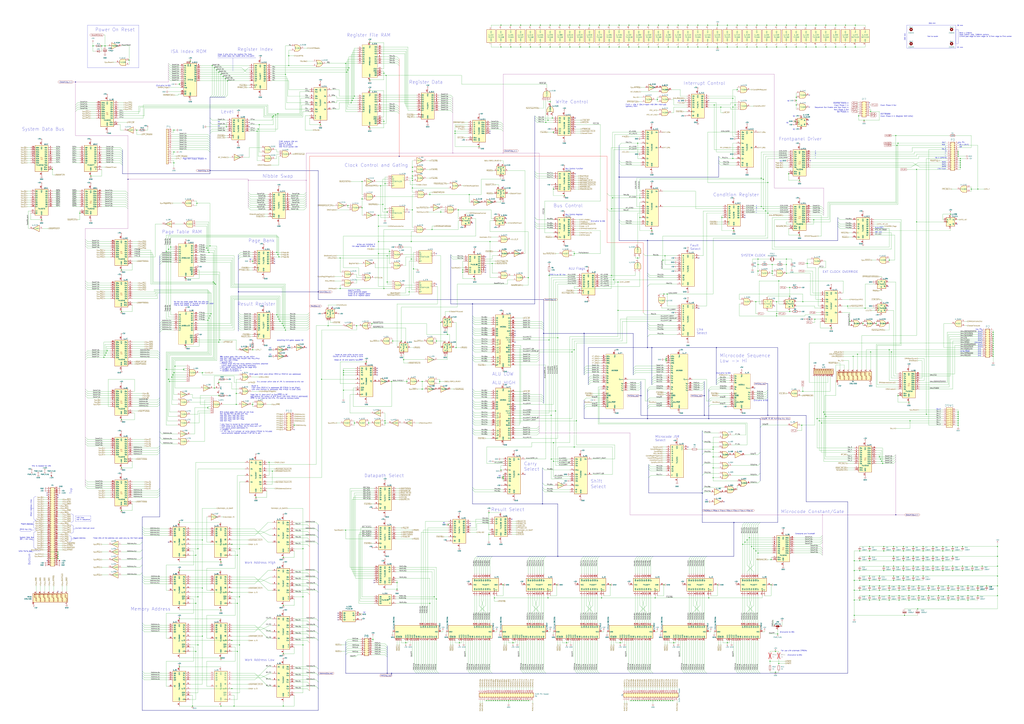
<source format=kicad_sch>
(kicad_sch (version 20230121) (generator eeschema)
  (paper "A0")
  (title_block (title "Centurion CPU6 Replica S") (date "2023-05-23") (rev "3") (company "Meisaka Yukara") (comment 1 "Derived from CPU6 Schematic"))
  (lib_symbols
    (symbol "74xx:74LS00" (pin_names (offset 1.016))
      (property "Reference" "U" (at 0 1.27 0))
      (property "Value" "74LS00" (at 0 -1.27 0))
      (symbol "74LS00_1_1"
        (pin input line (at -7.62 2.54 0) (length 3.81) (name "~") (number "1"))
        (pin input line (at -7.62 -2.54 0) (length 3.81) (name "~") (number "2"))
        (pin output inverted (at 7.62 0 180) (length 3.81) (name "~") (number "3"))
      )
      (symbol "74LS00_1_2"
        (pin input inverted (at -7.62 2.54 0) (length 4.318) (name "~") (number "1"))
        (pin input inverted (at -7.62 -2.54 0) (length 4.318) (name "~") (number "2"))
        (pin output line (at 7.62 0 180) (length 3.81) (name "~") (number "3"))
      )
      (symbol "74LS00_2_1"
        (pin input line (at -7.62 2.54 0) (length 3.81) (name "~") (number "4"))
        (pin input line (at -7.62 -2.54 0) (length 3.81) (name "~") (number "5"))
        (pin output inverted (at 7.62 0 180) (length 3.81) (name "~") (number "6"))
      )
      (symbol "74LS00_2_2"
        (pin input inverted (at -7.62 2.54 0) (length 4.318) (name "~") (number "4"))
        (pin input inverted (at -7.62 -2.54 0) (length 4.318) (name "~") (number "5"))
        (pin output line (at 7.62 0 180) (length 3.81) (name "~") (number "6"))
      )
      (symbol "74LS00_3_1"
        (pin input line (at -7.62 -2.54 0) (length 3.81) (name "~") (number "10"))
        (pin output inverted (at 7.62 0 180) (length 3.81) (name "~") (number "8"))
        (pin input line (at -7.62 2.54 0) (length 3.81) (name "~") (number "9"))
      )
      (symbol "74LS00_3_2"
        (pin input inverted (at -7.62 -2.54 0) (length 4.318) (name "~") (number "10"))
        (pin output line (at 7.62 0 180) (length 3.81) (name "~") (number "8"))
        (pin input inverted (at -7.62 2.54 0) (length 4.318) (name "~") (number "9"))
      )
      (symbol "74LS00_4_1"
        (pin output inverted (at 7.62 0 180) (length 3.81) (name "~") (number "11"))
        (pin input line (at -7.62 2.54 0) (length 3.81) (name "~") (number "12"))
        (pin input line (at -7.62 -2.54 0) (length 3.81) (name "~") (number "13"))
      )
      (symbol "74LS00_4_2"
        (pin output line (at 7.62 0 180) (length 3.81) (name "~") (number "11"))
        (pin input inverted (at -7.62 2.54 0) (length 4.318) (name "~") (number "12"))
        (pin input inverted (at -7.62 -2.54 0) (length 4.318) (name "~") (number "13"))
      )
      (symbol "74LS00_5_0"
        (pin power_in line (at 0 12.7 270) (length 5.08) (name "VCC") (number "14"))
        (pin power_in line (at 0 -12.7 90) (length 5.08) (name "GND") (number "7"))
      )
    )
    (symbol "74xx:74LS02" (pin_names (offset 1.016))
      (property "Reference" "U" (at 0 1.27 0))
      (property "Value" "74LS02" (at 0 -1.27 0))
      (symbol "74LS02_1_1"
        (pin output inverted (at 7.62 0 180) (length 3.81) (name "~") (number "1"))
        (pin input line (at -7.62 2.54 0) (length 4.318) (name "~") (number "2"))
        (pin input line (at -7.62 -2.54 0) (length 4.318) (name "~") (number "3"))
      )
      (symbol "74LS02_1_2"
        (pin output line (at 7.62 0 180) (length 3.81) (name "~") (number "1"))
        (pin input inverted (at -7.62 2.54 0) (length 3.81) (name "~") (number "2"))
        (pin input inverted (at -7.62 -2.54 0) (length 3.81) (name "~") (number "3"))
      )
      (symbol "74LS02_2_1"
        (pin output inverted (at 7.62 0 180) (length 3.81) (name "~") (number "4"))
        (pin input line (at -7.62 2.54 0) (length 4.318) (name "~") (number "5"))
        (pin input line (at -7.62 -2.54 0) (length 4.318) (name "~") (number "6"))
      )
      (symbol "74LS02_2_2"
        (pin output line (at 7.62 0 180) (length 3.81) (name "~") (number "4"))
        (pin input inverted (at -7.62 2.54 0) (length 3.81) (name "~") (number "5"))
        (pin input inverted (at -7.62 -2.54 0) (length 3.81) (name "~") (number "6"))
      )
      (symbol "74LS02_3_1"
        (pin output inverted (at 7.62 0 180) (length 3.81) (name "~") (number "10"))
        (pin input line (at -7.62 2.54 0) (length 4.318) (name "~") (number "8"))
        (pin input line (at -7.62 -2.54 0) (length 4.318) (name "~") (number "9"))
      )
      (symbol "74LS02_3_2"
        (pin output line (at 7.62 0 180) (length 3.81) (name "~") (number "10"))
        (pin input inverted (at -7.62 2.54 0) (length 3.81) (name "~") (number "8"))
        (pin input inverted (at -7.62 -2.54 0) (length 3.81) (name "~") (number "9"))
      )
      (symbol "74LS02_4_1"
        (pin input line (at -7.62 2.54 0) (length 4.318) (name "~") (number "11"))
        (pin input line (at -7.62 -2.54 0) (length 4.318) (name "~") (number "12"))
        (pin output inverted (at 7.62 0 180) (length 3.81) (name "~") (number "13"))
      )
      (symbol "74LS02_4_2"
        (pin input inverted (at -7.62 2.54 0) (length 3.81) (name "~") (number "11"))
        (pin input inverted (at -7.62 -2.54 0) (length 3.81) (name "~") (number "12"))
        (pin output line (at 7.62 0 180) (length 3.81) (name "~") (number "13"))
      )
      (symbol "74LS02_5_0"
        (pin power_in line (at 0 12.7 270) (length 5.08) (name "VCC") (number "14"))
        (pin power_in line (at 0 -12.7 90) (length 5.08) (name "GND") (number "7"))
      )
    )
    (symbol "74xx:74LS04"
      (property "Reference" "U" (at 0 1.27 0))
      (property "Value" "74LS04" (at 0 -1.27 0))
      (symbol "74LS04_1_0"
        (pin input line (at -7.62 0 0) (length 3.81) (name "~") (number "1"))
        (pin output inverted (at 7.62 0 180) (length 3.81) (name "~") (number "2"))
      )
      (symbol "74LS04_2_0"
        (pin input line (at -7.62 0 0) (length 3.81) (name "~") (number "3"))
        (pin output inverted (at 7.62 0 180) (length 3.81) (name "~") (number "4"))
      )
      (symbol "74LS04_3_0"
        (pin input line (at -7.62 0 0) (length 3.81) (name "~") (number "5"))
        (pin output inverted (at 7.62 0 180) (length 3.81) (name "~") (number "6"))
      )
      (symbol "74LS04_4_0"
        (pin output inverted (at 7.62 0 180) (length 3.81) (name "~") (number "8"))
        (pin input line (at -7.62 0 0) (length 3.81) (name "~") (number "9"))
      )
      (symbol "74LS04_5_0"
        (pin output inverted (at 7.62 0 180) (length 3.81) (name "~") (number "10"))
        (pin input line (at -7.62 0 0) (length 3.81) (name "~") (number "11"))
      )
      (symbol "74LS04_6_0"
        (pin output inverted (at 7.62 0 180) (length 3.81) (name "~") (number "12"))
        (pin input line (at -7.62 0 0) (length 3.81) (name "~") (number "13"))
      )
      (symbol "74LS04_7_0"
        (pin power_in line (at 0 12.7 270) (length 5.08) (name "VCC") (number "14"))
        (pin power_in line (at 0 -12.7 90) (length 5.08) (name "GND") (number "7"))
      )
    )
    (symbol "74xx:74LS10" (pin_names (offset 1.016))
      (property "Reference" "U" (at 0 1.27 0))
      (property "Value" "74LS10" (at 0 -1.27 0))
      (symbol "74LS10_1_1"
        (pin input line (at -7.62 2.54 0) (length 3.81) (name "~") (number "1"))
        (pin output inverted (at 7.62 0 180) (length 3.81) (name "~") (number "12"))
        (pin input line (at -7.62 -2.54 0) (length 3.81) (name "~") (number "13"))
        (pin input line (at -7.62 0 0) (length 3.81) (name "~") (number "2"))
      )
      (symbol "74LS10_1_2"
        (pin input inverted (at -7.62 2.54 0) (length 4.318) (name "~") (number "1"))
        (pin output line (at 7.62 0 180) (length 3.81) (name "~") (number "12"))
        (pin input inverted (at -7.62 -2.54 0) (length 4.318) (name "~") (number "13"))
        (pin input inverted (at -7.62 0 0) (length 4.953) (name "~") (number "2"))
      )
      (symbol "74LS10_2_1"
        (pin input line (at -7.62 2.54 0) (length 3.81) (name "~") (number "3"))
        (pin input line (at -7.62 0 0) (length 3.81) (name "~") (number "4"))
        (pin input line (at -7.62 -2.54 0) (length 3.81) (name "~") (number "5"))
        (pin output inverted (at 7.62 0 180) (length 3.81) (name "~") (number "6"))
      )
      (symbol "74LS10_2_2"
        (pin input inverted (at -7.62 2.54 0) (length 4.318) (name "~") (number "3"))
        (pin input inverted (at -7.62 0 0) (length 4.953) (name "~") (number "4"))
        (pin input inverted (at -7.62 -2.54 0) (length 4.318) (name "~") (number "5"))
        (pin output line (at 7.62 0 180) (length 3.81) (name "~") (number "6"))
      )
      (symbol "74LS10_3_1"
        (pin input line (at -7.62 0 0) (length 3.81) (name "~") (number "10"))
        (pin input line (at -7.62 -2.54 0) (length 3.81) (name "~") (number "11"))
        (pin output inverted (at 7.62 0 180) (length 3.81) (name "~") (number "8"))
        (pin input line (at -7.62 2.54 0) (length 3.81) (name "~") (number "9"))
      )
      (symbol "74LS10_3_2"
        (pin input inverted (at -7.62 0 0) (length 4.953) (name "~") (number "10"))
        (pin input inverted (at -7.62 -2.54 0) (length 4.318) (name "~") (number "11"))
        (pin output line (at 7.62 0 180) (length 3.81) (name "~") (number "8"))
        (pin input inverted (at -7.62 2.54 0) (length 4.318) (name "~") (number "9"))
      )
      (symbol "74LS10_4_0"
        (pin power_in line (at 0 12.7 270) (length 5.08) (name "VCC") (number "14"))
        (pin power_in line (at 0 -12.7 90) (length 5.08) (name "GND") (number "7"))
      )
    )
    (symbol "74xx:74LS109" (pin_names (offset 1.016))
      (property "Reference" "U" (at -7.62 8.89 0))
      (property "Value" "74LS109" (at -7.62 -8.89 0))
      (symbol "74LS109_1_0"
        (pin input line (at 0 -7.62 90) (length 2.54) (name "~{R}") (number "1"))
        (pin input line (at -7.62 2.54 0) (length 2.54) (name "J") (number "2"))
        (pin input line (at -7.62 -2.54 0) (length 2.54) (name "~{K}") (number "3"))
        (pin input clock (at -7.62 0 0) (length 2.54) (name "C") (number "4"))
        (pin input line (at 0 7.62 270) (length 2.54) (name "~{S}") (number "5"))
        (pin output line (at 7.62 2.54 180) (length 2.54) (name "Q") (number "6"))
        (pin output line (at 7.62 -2.54 180) (length 2.54) (name "~{Q}") (number "7"))
      )
      (symbol "74LS109_2_0"
        (pin output line (at 7.62 2.54 180) (length 2.54) (name "Q") (number "10"))
        (pin input line (at 0 7.62 270) (length 2.54) (name "~{S}") (number "11"))
        (pin input clock (at -7.62 0 0) (length 2.54) (name "C") (number "12"))
        (pin input line (at -7.62 -2.54 0) (length 2.54) (name "~{K}") (number "13"))
        (pin input line (at -7.62 2.54 0) (length 2.54) (name "J") (number "14"))
        (pin input line (at 0 -7.62 90) (length 2.54) (name "~{R}") (number "15"))
        (pin output line (at 7.62 -2.54 180) (length 2.54) (name "~{Q}") (number "9"))
      )
      (symbol "74LS109_3_0"
        (pin power_in line (at 0 10.16 270) (length 2.54) (name "VCC") (number "16"))
        (pin power_in line (at 0 -10.16 90) (length 2.54) (name "GND") (number "8"))
      )
    )
    (symbol "74xx:74LS138" (pin_names (offset 1.016))
      (property "Reference" "U" (at -7.62 11.43 0))
      (property "Value" "74LS138" (at -7.62 -13.97 0))
      (symbol "74LS138_1_0"
        (pin input line (at -12.7 7.62 0) (length 5.08) (name "A0") (number "1"))
        (pin output output_low (at 12.7 -5.08 180) (length 5.08) (name "O5") (number "10"))
        (pin output output_low (at 12.7 -2.54 180) (length 5.08) (name "O4") (number "11"))
        (pin output output_low (at 12.7 0 180) (length 5.08) (name "O3") (number "12"))
        (pin output output_low (at 12.7 2.54 180) (length 5.08) (name "O2") (number "13"))
        (pin output output_low (at 12.7 5.08 180) (length 5.08) (name "O1") (number "14"))
        (pin output output_low (at 12.7 7.62 180) (length 5.08) (name "O0") (number "15"))
        (pin power_in line (at 0 15.24 270) (length 5.08) (name "VCC") (number "16"))
        (pin input line (at -12.7 5.08 0) (length 5.08) (name "A1") (number "2"))
        (pin input line (at -12.7 2.54 0) (length 5.08) (name "A2") (number "3"))
        (pin input input_low (at -12.7 -10.16 0) (length 5.08) (name "E1") (number "4"))
        (pin input input_low (at -12.7 -7.62 0) (length 5.08) (name "E2") (number "5"))
        (pin input line (at -12.7 -5.08 0) (length 5.08) (name "E3") (number "6"))
        (pin output output_low (at 12.7 -10.16 180) (length 5.08) (name "O7") (number "7"))
        (pin power_in line (at 0 -17.78 90) (length 5.08) (name "GND") (number "8"))
        (pin output output_low (at 12.7 -7.62 180) (length 5.08) (name "O6") (number "9"))
      )
    )
    (symbol "74xx:74LS139" (pin_names (offset 1.016))
      (property "Reference" "U" (at -7.62 8.89 0))
      (property "Value" "74LS139" (at -7.62 -8.89 0))
      (symbol "74LS139_1_0"
        (pin input inverted (at -12.7 -5.08 0) (length 5.08) (name "E") (number "1"))
        (pin input line (at -12.7 0 0) (length 5.08) (name "A0") (number "2"))
        (pin input line (at -12.7 2.54 0) (length 5.08) (name "A1") (number "3"))
        (pin output inverted (at 12.7 2.54 180) (length 5.08) (name "O0") (number "4"))
        (pin output inverted (at 12.7 0 180) (length 5.08) (name "O1") (number "5"))
        (pin output inverted (at 12.7 -2.54 180) (length 5.08) (name "O2") (number "6"))
        (pin output inverted (at 12.7 -5.08 180) (length 5.08) (name "O3") (number "7"))
      )
      (symbol "74LS139_2_0"
        (pin output inverted (at 12.7 -2.54 180) (length 5.08) (name "O2") (number "10"))
        (pin output inverted (at 12.7 0 180) (length 5.08) (name "O1") (number "11"))
        (pin output inverted (at 12.7 2.54 180) (length 5.08) (name "O0") (number "12"))
        (pin input line (at -12.7 2.54 0) (length 5.08) (name "A1") (number "13"))
        (pin input line (at -12.7 0 0) (length 5.08) (name "A0") (number "14"))
        (pin input inverted (at -12.7 -5.08 0) (length 5.08) (name "E") (number "15"))
        (pin output inverted (at 12.7 -5.08 180) (length 5.08) (name "O3") (number "9"))
      )
      (symbol "74LS139_3_0"
        (pin power_in line (at 0 12.7 270) (length 5.08) (name "VCC") (number "16"))
        (pin power_in line (at 0 -12.7 90) (length 5.08) (name "GND") (number "8"))
      )
    )
    (symbol "74xx:74LS151" (pin_names (offset 1.016))
      (property "Reference" "U" (at -7.62 19.05 0))
      (property "Value" "74LS151" (at -7.62 -21.59 0))
      (symbol "74LS151_1_0"
        (pin input line (at -12.7 7.62 0) (length 5.08) (name "I3") (number "1"))
        (pin input line (at -12.7 -10.16 0) (length 5.08) (name "S1") (number "10"))
        (pin input line (at -12.7 -7.62 0) (length 5.08) (name "S0") (number "11"))
        (pin input line (at -12.7 -2.54 0) (length 5.08) (name "I7") (number "12"))
        (pin input line (at -12.7 0 0) (length 5.08) (name "I6") (number "13"))
        (pin input line (at -12.7 2.54 0) (length 5.08) (name "I5") (number "14"))
        (pin input line (at -12.7 5.08 0) (length 5.08) (name "I4") (number "15"))
        (pin power_in line (at 0 22.86 270) (length 5.08) (name "VCC") (number "16"))
        (pin input line (at -12.7 10.16 0) (length 5.08) (name "I2") (number "2"))
        (pin input line (at -12.7 12.7 0) (length 5.08) (name "I1") (number "3"))
        (pin input line (at -12.7 15.24 0) (length 5.08) (name "I0") (number "4"))
        (pin output line (at 12.7 15.24 180) (length 5.08) (name "Z") (number "5"))
        (pin output line (at 12.7 12.7 180) (length 5.08) (name "~{Z}") (number "6"))
        (pin input line (at -12.7 -17.78 0) (length 5.08) (name "~{E}") (number "7"))
        (pin power_in line (at 0 -25.4 90) (length 5.08) (name "GND") (number "8"))
        (pin input line (at -12.7 -12.7 0) (length 5.08) (name "S2") (number "9"))
      )
    )
    (symbol "74xx:74LS153" (pin_names (offset 1.016))
      (property "Reference" "U" (at -7.62 21.59 0))
      (property "Value" "74LS153" (at -7.62 -24.13 0))
      (symbol "74LS153_1_0"
        (pin input inverted (at -12.7 5.08 0) (length 5.08) (name "Ea") (number "1"))
        (pin input line (at -12.7 0 0) (length 5.08) (name "I0b") (number "10"))
        (pin input line (at -12.7 -2.54 0) (length 5.08) (name "I1b") (number "11"))
        (pin input line (at -12.7 -5.08 0) (length 5.08) (name "I2b") (number "12"))
        (pin input line (at -12.7 -7.62 0) (length 5.08) (name "I3b") (number "13"))
        (pin input line (at -12.7 -17.78 0) (length 5.08) (name "S0") (number "14"))
        (pin input inverted (at -12.7 -12.7 0) (length 5.08) (name "Eb") (number "15"))
        (pin power_in line (at 0 25.4 270) (length 5.08) (name "VCC") (number "16"))
        (pin input line (at -12.7 -20.32 0) (length 5.08) (name "S1") (number "2"))
        (pin input line (at -12.7 10.16 0) (length 5.08) (name "I3a") (number "3"))
        (pin input line (at -12.7 12.7 0) (length 5.08) (name "I2a") (number "4"))
        (pin input line (at -12.7 15.24 0) (length 5.08) (name "I1a") (number "5"))
        (pin input line (at -12.7 17.78 0) (length 5.08) (name "I0a") (number "6"))
        (pin output line (at 12.7 17.78 180) (length 5.08) (name "Za") (number "7"))
        (pin power_in line (at 0 -27.94 90) (length 5.08) (name "GND") (number "8"))
        (pin output line (at 12.7 0 180) (length 5.08) (name "Zb") (number "9"))
      )
    )
    (symbol "74xx:74LS157" (pin_names (offset 1.016))
      (property "Reference" "U" (at -7.62 19.05 0))
      (property "Value" "74LS157" (at -7.62 -21.59 0))
      (symbol "74LS157_1_0"
        (pin input line (at -12.7 -15.24 0) (length 5.08) (name "S") (number "1"))
        (pin input line (at -12.7 -2.54 0) (length 5.08) (name "I1c") (number "10"))
        (pin input line (at -12.7 0 0) (length 5.08) (name "I0c") (number "11"))
        (pin output line (at 12.7 -7.62 180) (length 5.08) (name "Zd") (number "12"))
        (pin input line (at -12.7 -10.16 0) (length 5.08) (name "I1d") (number "13"))
        (pin input line (at -12.7 -7.62 0) (length 5.08) (name "I0d") (number "14"))
        (pin input inverted (at -12.7 -17.78 0) (length 5.08) (name "E") (number "15"))
        (pin power_in line (at 0 22.86 270) (length 5.08) (name "VCC") (number "16"))
        (pin input line (at -12.7 15.24 0) (length 5.08) (name "I0a") (number "2"))
        (pin input line (at -12.7 12.7 0) (length 5.08) (name "I1a") (number "3"))
        (pin output line (at 12.7 15.24 180) (length 5.08) (name "Za") (number "4"))
        (pin input line (at -12.7 7.62 0) (length 5.08) (name "I0b") (number "5"))
        (pin input line (at -12.7 5.08 0) (length 5.08) (name "I1b") (number "6"))
        (pin output line (at 12.7 7.62 180) (length 5.08) (name "Zb") (number "7"))
        (pin power_in line (at 0 -25.4 90) (length 5.08) (name "GND") (number "8"))
        (pin output line (at 12.7 0 180) (length 5.08) (name "Zc") (number "9"))
      )
    )
    (symbol "74xx:74LS168" (pin_names (offset 1.016))
      (property "Reference" "U" (at -7.62 19.05 0))
      (property "Value" "74LS168" (at -7.62 -19.05 0))
      (symbol "74LS168_1_0"
        (pin input line (at -12.7 -2.54 0) (length 5.08) (name "U/~{D}") (number "1"))
        (pin input line (at -12.7 -10.16 0) (length 5.08) (name "~{CET}") (number "10"))
        (pin output line (at 12.7 7.62 180) (length 5.08) (name "Q3") (number "11"))
        (pin output line (at 12.7 10.16 180) (length 5.08) (name "Q2") (number "12"))
        (pin output line (at 12.7 12.7 180) (length 5.08) (name "Q1") (number "13"))
        (pin output line (at 12.7 15.24 180) (length 5.08) (name "Q0") (number "14"))
        (pin output line (at 12.7 0 180) (length 5.08) (name "~{TC}") (number "15"))
        (pin power_in line (at 0 22.86 270) (length 5.08) (name "VCC") (number "16"))
        (pin input clock (at -12.7 -15.24 0) (length 5.08) (name "CP") (number "2"))
        (pin input line (at -12.7 15.24 0) (length 5.08) (name "P0") (number "3"))
        (pin input line (at -12.7 12.7 0) (length 5.08) (name "P1") (number "4"))
        (pin input line (at -12.7 10.16 0) (length 5.08) (name "P2") (number "5"))
        (pin input line (at -12.7 7.62 0) (length 5.08) (name "P3") (number "6"))
        (pin input line (at -12.7 -7.62 0) (length 5.08) (name "~{CEP}") (number "7"))
        (pin power_in line (at 0 -22.86 90) (length 5.08) (name "GND") (number "8"))
        (pin input line (at -12.7 2.54 0) (length 5.08) (name "~{PE}") (number "9"))
      )
    )
    (symbol "74xx:74LS174" (pin_names (offset 1.016))
      (property "Reference" "U" (at -7.62 13.97 0))
      (property "Value" "74LS174" (at -7.62 -16.51 0))
      (symbol "74LS174_1_0"
        (pin input line (at -12.7 -12.7 0) (length 5.08) (name "~{Mr}") (number "1"))
        (pin output line (at 12.7 2.54 180) (length 5.08) (name "Q3") (number "10"))
        (pin input line (at -12.7 2.54 0) (length 5.08) (name "D3") (number "11"))
        (pin output line (at 12.7 0 180) (length 5.08) (name "Q4") (number "12"))
        (pin input line (at -12.7 0 0) (length 5.08) (name "D4") (number "13"))
        (pin input line (at -12.7 -2.54 0) (length 5.08) (name "D5") (number "14"))
        (pin output line (at 12.7 -2.54 180) (length 5.08) (name "Q5") (number "15"))
        (pin power_in line (at 0 17.78 270) (length 5.08) (name "VCC") (number "16"))
        (pin output line (at 12.7 10.16 180) (length 5.08) (name "Q0") (number "2"))
        (pin input line (at -12.7 10.16 0) (length 5.08) (name "D0") (number "3"))
        (pin input line (at -12.7 7.62 0) (length 5.08) (name "D1") (number "4"))
        (pin output line (at 12.7 7.62 180) (length 5.08) (name "Q1") (number "5"))
        (pin input line (at -12.7 5.08 0) (length 5.08) (name "D2") (number "6"))
        (pin output line (at 12.7 5.08 180) (length 5.08) (name "Q2") (number "7"))
        (pin power_in line (at 0 -20.32 90) (length 5.08) (name "GND") (number "8"))
        (pin input clock (at -12.7 -7.62 0) (length 5.08) (name "Cp") (number "9"))
      )
    )
    (symbol "74xx:74LS20" (pin_names (offset 1.016))
      (property "Reference" "U" (at 0 1.27 0))
      (property "Value" "74LS20" (at 0 -1.27 0))
      (symbol "74LS20_1_1"
        (pin input line (at -7.62 3.81 0) (length 3.81) (name "~") (number "1"))
        (pin input line (at -7.62 1.27 0) (length 3.81) (name "~") (number "2"))
        (pin input line (at -7.62 -1.27 0) (length 3.81) (name "~") (number "4"))
        (pin input line (at -7.62 -3.81 0) (length 3.81) (name "~") (number "5"))
        (pin output inverted (at 7.62 0 180) (length 3.81) (name "~") (number "6"))
      )
      (symbol "74LS20_1_2"
        (pin input inverted (at -7.62 3.81 0) (length 3.81) (name "~") (number "1"))
        (pin input inverted (at -7.62 1.27 0) (length 4.826) (name "~") (number "2"))
        (pin input inverted (at -7.62 -1.27 0) (length 4.826) (name "~") (number "4"))
        (pin input inverted (at -7.62 -3.81 0) (length 3.81) (name "~") (number "5"))
        (pin output line (at 7.62 0 180) (length 3.81) (name "~") (number "6"))
      )
      (symbol "74LS20_2_1"
        (pin input line (at -7.62 1.27 0) (length 3.81) (name "~") (number "10"))
        (pin input line (at -7.62 -1.27 0) (length 3.81) (name "~") (number "12"))
        (pin input line (at -7.62 -3.81 0) (length 3.81) (name "~") (number "13"))
        (pin output inverted (at 7.62 0 180) (length 3.81) (name "~") (number "8"))
        (pin input line (at -7.62 3.81 0) (length 3.81) (name "~") (number "9"))
      )
      (symbol "74LS20_2_2"
        (pin input inverted (at -7.62 1.27 0) (length 4.826) (name "~") (number "10"))
        (pin input inverted (at -7.62 -1.27 0) (length 4.826) (name "~") (number "12"))
        (pin input inverted (at -7.62 -3.81 0) (length 3.81) (name "~") (number "13"))
        (pin output line (at 7.62 0 180) (length 3.81) (name "~") (number "8"))
        (pin input inverted (at -7.62 3.81 0) (length 3.81) (name "~") (number "9"))
      )
      (symbol "74LS20_3_0"
        (pin power_in line (at 0 12.7 270) (length 5.08) (name "VCC") (number "14"))
        (pin power_in line (at 0 -12.7 90) (length 5.08) (name "GND") (number "7"))
      )
    )
    (symbol "74xx:74LS240" (pin_names (offset 1.016))
      (property "Reference" "U" (at -7.62 16.51 0))
      (property "Value" "74LS240" (at -7.62 -16.51 0))
      (symbol "74LS240_1_0"
        (pin input inverted (at -12.7 -10.16 0) (length 5.08) (name "OEa") (number "1"))
        (pin power_in line (at 0 -20.32 90) (length 5.08) (name "GND") (number "10"))
        (pin input line (at -12.7 2.54 0) (length 5.08) (name "I0b") (number "11"))
        (pin tri_state inverted (at 12.7 5.08 180) (length 5.08) (name "O3a") (number "12"))
        (pin input line (at -12.7 0 0) (length 5.08) (name "I1b") (number "13"))
        (pin tri_state inverted (at 12.7 7.62 180) (length 5.08) (name "O2a") (number "14"))
        (pin input line (at -12.7 -2.54 0) (length 5.08) (name "I2b") (number "15"))
        (pin tri_state inverted (at 12.7 10.16 180) (length 5.08) (name "O1a") (number "16"))
        (pin input line (at -12.7 -5.08 0) (length 5.08) (name "I3b") (number "17"))
        (pin tri_state inverted (at 12.7 12.7 180) (length 5.08) (name "O0a") (number "18"))
        (pin input inverted (at -12.7 -12.7 0) (length 5.08) (name "OEb") (number "19"))
        (pin input line (at -12.7 12.7 0) (length 5.08) (name "I0a") (number "2"))
        (pin power_in line (at 0 20.32 270) (length 5.08) (name "VCC") (number "20"))
        (pin tri_state inverted (at 12.7 -5.08 180) (length 5.08) (name "O3b") (number "3"))
        (pin input line (at -12.7 10.16 0) (length 5.08) (name "I1a") (number "4"))
        (pin tri_state inverted (at 12.7 -2.54 180) (length 5.08) (name "O2b") (number "5"))
        (pin input line (at -12.7 7.62 0) (length 5.08) (name "I2a") (number "6"))
        (pin tri_state inverted (at 12.7 0 180) (length 5.08) (name "O1b") (number "7"))
        (pin input line (at -12.7 5.08 0) (length 5.08) (name "I3a") (number "8"))
        (pin tri_state inverted (at 12.7 2.54 180) (length 5.08) (name "O0b") (number "9"))
      )
    )
    (symbol "74xx:74LS253" (pin_names (offset 1.016))
      (property "Reference" "U" (at -7.62 21.59 0))
      (property "Value" "74LS253" (at -7.62 -24.13 0))
      (symbol "74LS253_1_0"
        (pin input inverted (at -12.7 5.08 0) (length 5.08) (name "OEa") (number "1"))
        (pin input line (at -12.7 0 0) (length 5.08) (name "I0b") (number "10"))
        (pin input line (at -12.7 -2.54 0) (length 5.08) (name "I1b") (number "11"))
        (pin input line (at -12.7 -5.08 0) (length 5.08) (name "I2b") (number "12"))
        (pin input line (at -12.7 -7.62 0) (length 5.08) (name "I3b") (number "13"))
        (pin input line (at -12.7 -17.78 0) (length 5.08) (name "A0") (number "14"))
        (pin input inverted (at -12.7 -12.7 0) (length 5.08) (name "OEb") (number "15"))
        (pin power_in line (at 0 25.4 270) (length 5.08) (name "VCC") (number "16"))
        (pin input line (at -12.7 -20.32 0) (length 5.08) (name "A1") (number "2"))
        (pin input line (at -12.7 10.16 0) (length 5.08) (name "I3a") (number "3"))
        (pin input line (at -12.7 12.7 0) (length 5.08) (name "I2a") (number "4"))
        (pin input line (at -12.7 15.24 0) (length 5.08) (name "I1a") (number "5"))
        (pin input line (at -12.7 17.78 0) (length 5.08) (name "I0a") (number "6"))
        (pin tri_state line (at 12.7 17.78 180) (length 5.08) (name "Za") (number "7"))
        (pin power_in line (at 0 -27.94 90) (length 5.08) (name "GND") (number "8"))
        (pin tri_state line (at 12.7 0 180) (length 5.08) (name "Zb") (number "9"))
      )
    )
    (symbol "74xx:74LS259" (pin_names (offset 1.016))
      (property "Reference" "U" (at -7.62 13.97 0))
      (property "Value" "74LS259" (at -7.62 -13.97 0))
      (symbol "74LS259_1_0"
        (pin input line (at -12.7 5.08 0) (length 5.08) (name "A0") (number "1"))
        (pin output line (at 12.7 -2.54 180) (length 5.08) (name "Q5") (number "10"))
        (pin output line (at 12.7 -5.08 180) (length 5.08) (name "Q6") (number "11"))
        (pin output line (at 12.7 -7.62 180) (length 5.08) (name "Q7") (number "12"))
        (pin input line (at -12.7 10.16 0) (length 5.08) (name "D") (number "13"))
        (pin input inverted (at -12.7 -5.08 0) (length 5.08) (name "E") (number "14"))
        (pin input inverted (at -12.7 -10.16 0) (length 5.08) (name "Clr") (number "15"))
        (pin power_in line (at 0 17.78 270) (length 5.08) (name "VCC") (number "16"))
        (pin input line (at -12.7 2.54 0) (length 5.08) (name "A1") (number "2"))
        (pin input line (at -12.7 0 0) (length 5.08) (name "A2") (number "3"))
        (pin output line (at 12.7 10.16 180) (length 5.08) (name "Q0") (number "4"))
        (pin output line (at 12.7 7.62 180) (length 5.08) (name "Q1") (number "5"))
        (pin output line (at 12.7 5.08 180) (length 5.08) (name "Q2") (number "6"))
        (pin output line (at 12.7 2.54 180) (length 5.08) (name "Q3") (number "7"))
        (pin power_in line (at 0 -17.78 90) (length 5.08) (name "GND") (number "8"))
        (pin output line (at 12.7 0 180) (length 5.08) (name "Q4") (number "9"))
      )
    )
    (symbol "74xx:74LS30" (pin_names (offset 1.016))
      (property "Reference" "U" (at 0 1.27 0))
      (property "Value" "74LS30" (at 0 -1.27 0))
      (symbol "74LS30_1_1"
        (pin input line (at -7.62 7.62 0) (length 3.81) (name "~") (number "1"))
        (pin input line (at -7.62 -7.62 0) (length 3.81) (name "~") (number "11"))
        (pin input line (at -7.62 -10.16 0) (length 3.81) (name "~") (number "12"))
        (pin input line (at -7.62 5.08 0) (length 3.81) (name "~") (number "2"))
        (pin input line (at -7.62 2.54 0) (length 3.81) (name "~") (number "3"))
        (pin input line (at -7.62 0 0) (length 3.81) (name "~") (number "4"))
        (pin input line (at -7.62 -2.54 0) (length 3.81) (name "~") (number "5"))
        (pin input line (at -7.62 -5.08 0) (length 3.81) (name "~") (number "6"))
        (pin output inverted (at 7.62 0 180) (length 3.81) (name "~") (number "8"))
      )
      (symbol "74LS30_1_2"
        (pin input inverted (at -7.62 7.62 0) (length 3.81) (name "~") (number "1"))
        (pin input inverted (at -7.62 -7.62 0) (length 3.81) (name "~") (number "11"))
        (pin input inverted (at -7.62 -10.16 0) (length 3.81) (name "~") (number "12"))
        (pin input inverted (at -7.62 5.08 0) (length 3.81) (name "~") (number "2"))
        (pin input inverted (at -7.62 2.54 0) (length 4.5466) (name "~") (number "3"))
        (pin input inverted (at -7.62 0 0) (length 5.08) (name "~") (number "4"))
        (pin input inverted (at -7.62 -2.54 0) (length 4.5466) (name "~") (number "5"))
        (pin input inverted (at -7.62 -5.08 0) (length 3.81) (name "~") (number "6"))
        (pin output line (at 7.62 0 180) (length 3.81) (name "~") (number "8"))
      )
      (symbol "74LS30_2_0"
        (pin power_in line (at 0 12.7 270) (length 5.08) (name "VCC") (number "14"))
        (pin power_in line (at 0 -12.7 90) (length 5.08) (name "GND") (number "7"))
      )
    )
    (symbol "74xx:74LS368" (pin_names (offset 1.016))
      (property "Reference" "U" (at -7.62 13.97 0))
      (property "Value" "74LS368" (at -7.62 -13.97 0))
      (symbol "74LS368_1_0"
        (pin input inverted (at -12.7 -7.62 0) (length 5.08) (name "OEa") (number "1"))
        (pin input line (at -12.7 2.54 0) (length 5.08) (name "I4") (number "10"))
        (pin tri_state inverted (at 12.7 0 180) (length 5.08) (name "O5b") (number "11"))
        (pin input line (at -12.7 0 0) (length 5.08) (name "I5") (number "12"))
        (pin tri_state inverted (at 12.7 -2.54 180) (length 5.08) (name "O6b") (number "13"))
        (pin input line (at -12.7 -2.54 0) (length 5.08) (name "I6") (number "14"))
        (pin input inverted (at -12.7 -10.16 0) (length 5.08) (name "OEb") (number "15"))
        (pin power_in line (at 0 17.78 270) (length 5.08) (name "VCC") (number "16"))
        (pin input line (at -12.7 10.16 0) (length 5.08) (name "I1") (number "2"))
        (pin tri_state inverted (at 12.7 10.16 180) (length 5.08) (name "O1a") (number "3"))
        (pin input line (at -12.7 7.62 0) (length 5.08) (name "I2") (number "4"))
        (pin tri_state inverted (at 12.7 7.62 180) (length 5.08) (name "O2a") (number "5"))
        (pin input line (at -12.7 5.08 0) (length 5.08) (name "I3") (number "6"))
        (pin tri_state inverted (at 12.7 5.08 180) (length 5.08) (name "O3a") (number "7"))
        (pin power_in line (at 0 -17.78 90) (length 5.08) (name "GND") (number "8"))
        (pin tri_state inverted (at 12.7 2.54 180) (length 5.08) (name "O4a") (number "9"))
      )
    )
    (symbol "74xx:74LS37" (pin_names (offset 1.016))
      (property "Reference" "U" (at 0 1.27 0))
      (property "Value" "74LS37" (at 0 -1.27 0))
      (symbol "74LS37_1_1"
        (pin input line (at -7.62 2.54 0) (length 3.81) (name "~") (number "1"))
        (pin input line (at -7.62 -2.54 0) (length 3.81) (name "~") (number "2"))
        (pin output inverted (at 7.62 0 180) (length 3.81) (name "~") (number "3"))
      )
      (symbol "74LS37_1_2"
        (pin input inverted (at -7.62 2.54 0) (length 4.318) (name "~") (number "1"))
        (pin input inverted (at -7.62 -2.54 0) (length 4.318) (name "~") (number "2"))
        (pin output line (at 7.62 0 180) (length 3.81) (name "~") (number "3"))
      )
      (symbol "74LS37_2_1"
        (pin input line (at -7.62 2.54 0) (length 3.81) (name "~") (number "4"))
        (pin input line (at -7.62 -2.54 0) (length 3.81) (name "~") (number "5"))
        (pin output inverted (at 7.62 0 180) (length 3.81) (name "~") (number "6"))
      )
      (symbol "74LS37_2_2"
        (pin input inverted (at -7.62 2.54 0) (length 4.318) (name "~") (number "4"))
        (pin input inverted (at -7.62 -2.54 0) (length 4.318) (name "~") (number "5"))
        (pin output line (at 7.62 0 180) (length 3.81) (name "~") (number "6"))
      )
      (symbol "74LS37_3_1"
        (pin input line (at -7.62 -2.54 0) (length 3.81) (name "~") (number "10"))
        (pin output inverted (at 7.62 0 180) (length 3.81) (name "~") (number "8"))
        (pin input line (at -7.62 2.54 0) (length 3.81) (name "~") (number "9"))
      )
      (symbol "74LS37_3_2"
        (pin input inverted (at -7.62 -2.54 0) (length 4.318) (name "~") (number "10"))
        (pin output line (at 7.62 0 180) (length 3.81) (name "~") (number "8"))
        (pin input inverted (at -7.62 2.54 0) (length 4.318) (name "~") (number "9"))
      )
      (symbol "74LS37_4_1"
        (pin output inverted (at 7.62 0 180) (length 3.81) (name "~") (number "11"))
        (pin input line (at -7.62 2.54 0) (length 3.81) (name "~") (number "12"))
        (pin input line (at -7.62 -2.54 0) (length 3.81) (name "~") (number "13"))
      )
      (symbol "74LS37_4_2"
        (pin output line (at 7.62 0 180) (length 3.81) (name "~") (number "11"))
        (pin input inverted (at -7.62 2.54 0) (length 4.318) (name "~") (number "12"))
        (pin input inverted (at -7.62 -2.54 0) (length 4.318) (name "~") (number "13"))
      )
      (symbol "74LS37_5_0"
        (pin power_in line (at 0 12.7 270) (length 5.08) (name "VCC") (number "14"))
        (pin power_in line (at 0 -12.7 90) (length 5.08) (name "GND") (number "7"))
      )
    )
    (symbol "74xx:74LS373"
      (property "Reference" "U" (at -7.62 16.51 0))
      (property "Value" "74LS373" (at -7.62 -16.51 0))
      (symbol "74LS373_1_0"
        (pin input inverted (at -12.7 -12.7 0) (length 5.08) (name "OE") (number "1"))
        (pin power_in line (at 0 -20.32 90) (length 5.08) (name "GND") (number "10"))
        (pin input line (at -12.7 -10.16 0) (length 5.08) (name "LE") (number "11"))
        (pin tri_state line (at 12.7 2.54 180) (length 5.08) (name "O4") (number "12"))
        (pin input line (at -12.7 2.54 0) (length 5.08) (name "D4") (number "13"))
        (pin input line (at -12.7 0 0) (length 5.08) (name "D5") (number "14"))
        (pin tri_state line (at 12.7 0 180) (length 5.08) (name "O5") (number "15"))
        (pin tri_state line (at 12.7 -2.54 180) (length 5.08) (name "O6") (number "16"))
        (pin input line (at -12.7 -2.54 0) (length 5.08) (name "D6") (number "17"))
        (pin input line (at -12.7 -5.08 0) (length 5.08) (name "D7") (number "18"))
        (pin tri_state line (at 12.7 -5.08 180) (length 5.08) (name "O7") (number "19"))
        (pin tri_state line (at 12.7 12.7 180) (length 5.08) (name "O0") (number "2"))
        (pin power_in line (at 0 20.32 270) (length 5.08) (name "VCC") (number "20"))
        (pin input line (at -12.7 12.7 0) (length 5.08) (name "D0") (number "3"))
        (pin input line (at -12.7 10.16 0) (length 5.08) (name "D1") (number "4"))
        (pin tri_state line (at 12.7 10.16 180) (length 5.08) (name "O1") (number "5"))
        (pin tri_state line (at 12.7 7.62 180) (length 5.08) (name "O2") (number "6"))
        (pin input line (at -12.7 7.62 0) (length 5.08) (name "D2") (number "7"))
        (pin input line (at -12.7 5.08 0) (length 5.08) (name "D3") (number "8"))
        (pin tri_state line (at 12.7 5.08 180) (length 5.08) (name "O3") (number "9"))
      )
    )
    (symbol "74xx:74LS374"
      (property "Reference" "U" (at -7.62 16.51 0))
      (property "Value" "74LS374" (at -7.62 -16.51 0))
      (symbol "74LS374_1_0"
        (pin input inverted (at -12.7 -12.7 0) (length 5.08) (name "OE") (number "1"))
        (pin power_in line (at 0 -20.32 90) (length 5.08) (name "GND") (number "10"))
        (pin input clock (at -12.7 -10.16 0) (length 5.08) (name "Cp") (number "11"))
        (pin tri_state line (at 12.7 2.54 180) (length 5.08) (name "O4") (number "12"))
        (pin input line (at -12.7 2.54 0) (length 5.08) (name "D4") (number "13"))
        (pin input line (at -12.7 0 0) (length 5.08) (name "D5") (number "14"))
        (pin tri_state line (at 12.7 0 180) (length 5.08) (name "O5") (number "15"))
        (pin tri_state line (at 12.7 -2.54 180) (length 5.08) (name "O6") (number "16"))
        (pin input line (at -12.7 -2.54 0) (length 5.08) (name "D6") (number "17"))
        (pin input line (at -12.7 -5.08 0) (length 5.08) (name "D7") (number "18"))
        (pin tri_state line (at 12.7 -5.08 180) (length 5.08) (name "O7") (number "19"))
        (pin tri_state line (at 12.7 12.7 180) (length 5.08) (name "O0") (number "2"))
        (pin power_in line (at 0 20.32 270) (length 5.08) (name "VCC") (number "20"))
        (pin input line (at -12.7 12.7 0) (length 5.08) (name "D0") (number "3"))
        (pin input line (at -12.7 10.16 0) (length 5.08) (name "D1") (number "4"))
        (pin tri_state line (at 12.7 10.16 180) (length 5.08) (name "O1") (number "5"))
        (pin tri_state line (at 12.7 7.62 180) (length 5.08) (name "O2") (number "6"))
        (pin input line (at -12.7 7.62 0) (length 5.08) (name "D2") (number "7"))
        (pin input line (at -12.7 5.08 0) (length 5.08) (name "D3") (number "8"))
        (pin tri_state line (at 12.7 5.08 180) (length 5.08) (name "O3") (number "9"))
      )
    )
    (symbol "74xx:74LS377" (pin_names (offset 1.016))
      (property "Reference" "U" (at -7.62 16.51 0))
      (property "Value" "74LS377" (at -7.62 -16.51 0))
      (symbol "74LS377_1_0"
        (pin input line (at -12.7 -12.7 0) (length 5.08) (name "~{E}") (number "1"))
        (pin power_in line (at 0 -20.32 90) (length 5.08) (name "GND") (number "10"))
        (pin input clock (at -12.7 -10.16 0) (length 5.08) (name "CP") (number "11"))
        (pin output line (at 12.7 2.54 180) (length 5.08) (name "Q4") (number "12"))
        (pin input line (at -12.7 2.54 0) (length 5.08) (name "D4") (number "13"))
        (pin input line (at -12.7 0 0) (length 5.08) (name "D5") (number "14"))
        (pin output line (at 12.7 0 180) (length 5.08) (name "Q5") (number "15"))
        (pin output line (at 12.7 -2.54 180) (length 5.08) (name "Q6") (number "16"))
        (pin input line (at -12.7 -2.54 0) (length 5.08) (name "D6") (number "17"))
        (pin input line (at -12.7 -5.08 0) (length 5.08) (name "D7") (number "18"))
        (pin output line (at 12.7 -5.08 180) (length 5.08) (name "Q7") (number "19"))
        (pin output line (at 12.7 12.7 180) (length 5.08) (name "Q0") (number "2"))
        (pin power_in line (at 0 20.32 270) (length 5.08) (name "VCC") (number "20"))
        (pin input line (at -12.7 12.7 0) (length 5.08) (name "D0") (number "3"))
        (pin input line (at -12.7 10.16 0) (length 5.08) (name "D1") (number "4"))
        (pin output line (at 12.7 10.16 180) (length 5.08) (name "Q1") (number "5"))
        (pin output line (at 12.7 7.62 180) (length 5.08) (name "Q2") (number "6"))
        (pin input line (at -12.7 7.62 0) (length 5.08) (name "D2") (number "7"))
        (pin input line (at -12.7 5.08 0) (length 5.08) (name "D3") (number "8"))
        (pin output line (at 12.7 5.08 180) (length 5.08) (name "Q3") (number "9"))
      )
    )
    (symbol "74xx:74LS378" (pin_names (offset 1.016))
      (property "Reference" "U" (at -7.62 13.97 0))
      (property "Value" "74LS378" (at -7.62 -13.97 0))
      (symbol "74LS378_1_0"
        (pin input line (at -12.7 -10.16 0) (length 5.08) (name "~{E}") (number "1"))
        (pin output line (at 12.7 2.54 180) (length 5.08) (name "Q3") (number "10"))
        (pin input line (at -12.7 2.54 0) (length 5.08) (name "D3") (number "11"))
        (pin output line (at 12.7 0 180) (length 5.08) (name "Q4") (number "12"))
        (pin input line (at -12.7 0 0) (length 5.08) (name "D4") (number "13"))
        (pin input line (at -12.7 -2.54 0) (length 5.08) (name "D5") (number "14"))
        (pin output line (at 12.7 -2.54 180) (length 5.08) (name "Q5") (number "15"))
        (pin power_in line (at 0 17.78 270) (length 5.08) (name "VCC") (number "16"))
        (pin output line (at 12.7 10.16 180) (length 5.08) (name "Q0") (number "2"))
        (pin input line (at -12.7 10.16 0) (length 5.08) (name "D0") (number "3"))
        (pin input line (at -12.7 7.62 0) (length 5.08) (name "D1") (number "4"))
        (pin output line (at 12.7 7.62 180) (length 5.08) (name "Q1") (number "5"))
        (pin input line (at -12.7 5.08 0) (length 5.08) (name "D2") (number "6"))
        (pin output line (at 12.7 5.08 180) (length 5.08) (name "Q2") (number "7"))
        (pin power_in line (at 0 -17.78 90) (length 5.08) (name "GND") (number "8"))
        (pin input clock (at -12.7 -7.62 0) (length 5.08) (name "C") (number "9"))
      )
    )
    (symbol "74xx:74LS38" (pin_names (offset 1.016))
      (property "Reference" "U" (at 0 1.27 0))
      (property "Value" "74LS38" (at 0 -1.27 0))
      (symbol "74LS38_1_1"
        (pin input line (at -7.62 2.54 0) (length 3.81) (name "~") (number "1"))
        (pin input line (at -7.62 -2.54 0) (length 3.81) (name "~") (number "2"))
        (pin open_collector inverted (at 7.62 0 180) (length 3.81) (name "~") (number "3"))
      )
      (symbol "74LS38_1_2"
        (pin input inverted (at -7.62 2.54 0) (length 4.318) (name "~") (number "1"))
        (pin input inverted (at -7.62 -2.54 0) (length 4.318) (name "~") (number "2"))
        (pin open_collector line (at 7.62 0 180) (length 3.81) (name "~") (number "3"))
      )
      (symbol "74LS38_2_1"
        (pin input line (at -7.62 2.54 0) (length 3.81) (name "~") (number "4"))
        (pin input line (at -7.62 -2.54 0) (length 3.81) (name "~") (number "5"))
        (pin open_collector inverted (at 7.62 0 180) (length 3.81) (name "~") (number "6"))
      )
      (symbol "74LS38_2_2"
        (pin input inverted (at -7.62 2.54 0) (length 4.318) (name "~") (number "4"))
        (pin input inverted (at -7.62 -2.54 0) (length 4.318) (name "~") (number "5"))
        (pin open_collector line (at 7.62 0 180) (length 3.81) (name "~") (number "6"))
      )
      (symbol "74LS38_3_1"
        (pin input line (at -7.62 -2.54 0) (length 3.81) (name "~") (number "10"))
        (pin open_collector inverted (at 7.62 0 180) (length 3.81) (name "~") (number "8"))
        (pin input line (at -7.62 2.54 0) (length 3.81) (name "~") (number "9"))
      )
      (symbol "74LS38_3_2"
        (pin input inverted (at -7.62 -2.54 0) (length 4.318) (name "~") (number "10"))
        (pin open_collector line (at 7.62 0 180) (length 3.81) (name "~") (number "8"))
        (pin input inverted (at -7.62 2.54 0) (length 4.318) (name "~") (number "9"))
      )
      (symbol "74LS38_4_1"
        (pin open_collector inverted (at 7.62 0 180) (length 3.81) (name "~") (number "11"))
        (pin input line (at -7.62 2.54 0) (length 3.81) (name "~") (number "12"))
        (pin input line (at -7.62 -2.54 0) (length 3.81) (name "~") (number "13"))
      )
      (symbol "74LS38_4_2"
        (pin open_collector line (at 7.62 0 180) (length 3.81) (name "~") (number "11"))
        (pin input inverted (at -7.62 2.54 0) (length 4.318) (name "~") (number "12"))
        (pin input inverted (at -7.62 -2.54 0) (length 4.318) (name "~") (number "13"))
      )
      (symbol "74LS38_5_0"
        (pin power_in line (at 0 12.7 270) (length 5.08) (name "VCC") (number "14"))
        (pin power_in line (at 0 -12.7 90) (length 5.08) (name "GND") (number "7"))
      )
    )
    (symbol "74xx:74LS74" (pin_names (offset 1.016))
      (property "Reference" "U" (at -7.62 8.89 0))
      (property "Value" "74LS74" (at -7.62 -8.89 0))
      (symbol "74LS74_1_0"
        (pin input line (at 0 -7.62 90) (length 2.54) (name "~{R}") (number "1"))
        (pin input line (at -7.62 2.54 0) (length 2.54) (name "D") (number "2"))
        (pin input clock (at -7.62 0 0) (length 2.54) (name "C") (number "3"))
        (pin input line (at 0 7.62 270) (length 2.54) (name "~{S}") (number "4"))
        (pin output line (at 7.62 2.54 180) (length 2.54) (name "Q") (number "5"))
        (pin output line (at 7.62 -2.54 180) (length 2.54) (name "~{Q}") (number "6"))
      )
      (symbol "74LS74_2_0"
        (pin input line (at 0 7.62 270) (length 2.54) (name "~{S}") (number "10"))
        (pin input clock (at -7.62 0 0) (length 2.54) (name "C") (number "11"))
        (pin input line (at -7.62 2.54 0) (length 2.54) (name "D") (number "12"))
        (pin input line (at 0 -7.62 90) (length 2.54) (name "~{R}") (number "13"))
        (pin output line (at 7.62 -2.54 180) (length 2.54) (name "~{Q}") (number "8"))
        (pin output line (at 7.62 2.54 180) (length 2.54) (name "Q") (number "9"))
      )
      (symbol "74LS74_3_0"
        (pin power_in line (at 0 10.16 270) (length 2.54) (name "VCC") (number "14"))
        (pin power_in line (at 0 -10.16 90) (length 2.54) (name "GND") (number "7"))
      )
    )
    (symbol "74xx_legacy:SN74120"
      (property "Reference" "U" (at 0 1.27 0))
      (property "Value" "SN74120" (at 0 -1.27 0))
      (symbol "SN74120_1_1"
        (pin input line (at -12.7 -2.54 0) (length 5.08) (name "M") (number "1"))
        (pin input input_low (at -12.7 2.54 0) (length 5.08) (name "~{S1}") (number "2"))
        (pin input input_low (at -12.7 0 0) (length 5.08) (name "~{S2}") (number "3"))
        (pin input input_low (at -12.7 5.08 0) (length 5.08) (name "~{R}") (number "4"))
        (pin input clock (at -12.7 -5.08 0) (length 5.08) (name "CP") (number "5"))
        (pin output line (at 12.7 3.81 180) (length 5.08) (name "Y") (number "6"))
        (pin output inverted (at 12.7 1.27 180) (length 5.08) (name "~{Y}") (number "7"))
      )
      (symbol "SN74120_2_1"
        (pin output line (at 12.7 3.81 180) (length 5.08) (name "Y") (number "10"))
        (pin input clock (at -12.7 -5.08 0) (length 5.08) (name "CP") (number "11"))
        (pin input input_low (at -12.7 5.08 0) (length 5.08) (name "~{R}") (number "12"))
        (pin input input_low (at -12.7 2.54 0) (length 5.08) (name "~{S1}") (number "13"))
        (pin input input_low (at -12.7 0 0) (length 5.08) (name "~{S2}") (number "14"))
        (pin input line (at -12.7 -2.54 0) (length 5.08) (name "M") (number "15"))
        (pin output inverted (at 12.7 1.27 180) (length 5.08) (name "~{Y}") (number "9"))
      )
      (symbol "SN74120_3_1"
        (pin power_in line (at 0 10.16 270) (length 2.54) (name "Vcc") (number "16"))
        (pin power_in line (at 0 -10.16 90) (length 2.54) (name "GND") (number "8"))
      )
    )
    (symbol "AMD_Logic:AM2901"
      (property "Reference" "U" (at 0 19.05 0))
      (property "Value" "AM2901" (at 0 16.51 0))
      (symbol "AM2901_0_0"
        (text "Destination" (at -3.81 -21.59 900) (effects (font (size 1.27 1.27))))
        (text "Function" (at -3.81 -10.16 900) (effects (font (size 1.27 1.27))))
        (text "Source" (at -3.81 -1.27 900) (effects (font (size 1.27 1.27))))
        (pin output line (at 13.97 11.43 180) (length 5.08) (name "OVR") (number "34"))
      )
      (symbol "AM2901_1_1"
        (pin input line (at -13.97 19.05 0) (length 5.08) (name "A3") (number "1"))
        (pin power_in line (at 0 33.02 270) (length 2.54) (name "V_{CC}") (number "10"))
        (pin open_collector line (at 13.97 1.27 180) (length 5.08) (name "F=0") (number "11"))
        (pin input line (at -13.97 1.27 0) (length 5.08) (name "I_0") (number "12"))
        (pin input line (at -13.97 -1.27 0) (length 5.08) (name "I_1") (number "13"))
        (pin input line (at -13.97 -3.81 0) (length 5.08) (name "I_2") (number "14"))
        (pin input clock (at -13.97 -27.94 0) (length 5.08) (name "CP") (number "15"))
        (pin tri_state line (at 13.97 -5.08 180) (length 5.08) (name "Q3") (number "16"))
        (pin input line (at -13.97 13.97 0) (length 5.08) (name "B0") (number "17"))
        (pin input line (at -13.97 11.43 0) (length 5.08) (name "B1") (number "18"))
        (pin input line (at -13.97 8.89 0) (length 5.08) (name "B2") (number "19"))
        (pin input line (at -13.97 21.59 0) (length 5.08) (name "A2") (number "2"))
        (pin input line (at -13.97 6.35 0) (length 5.08) (name "B3") (number "20"))
        (pin tri_state line (at 13.97 -10.16 180) (length 5.08) (name "Q0") (number "21"))
        (pin input line (at 13.97 -24.13 180) (length 5.08) (name "D3") (number "22"))
        (pin input line (at 13.97 -21.59 180) (length 5.08) (name "D2") (number "23"))
        (pin input line (at 13.97 -19.05 180) (length 5.08) (name "D1") (number "24"))
        (pin input line (at 13.97 -16.51 180) (length 5.08) (name "D0") (number "25"))
        (pin input line (at -13.97 -7.62 0) (length 5.08) (name "I_3") (number "26"))
        (pin input line (at -13.97 -12.7 0) (length 5.08) (name "I_5") (number "27"))
        (pin input line (at -13.97 -10.16 0) (length 5.08) (name "I_4") (number "28"))
        (pin input line (at 13.97 -27.94 180) (length 5.08) (name "Cn") (number "29"))
        (pin input line (at -13.97 24.13 0) (length 5.08) (name "A1") (number "3"))
        (pin power_in line (at 0 -33.02 90) (length 2.54) (name "GND") (number "30"))
        (pin output line (at 13.97 -1.27 180) (length 5.08) (name "F3") (number "31"))
        (pin output inverted (at 13.97 8.89 180) (length 5.08) (name "G") (number "32"))
        (pin output line (at 13.97 3.81 180) (length 5.08) (name "Cn+4") (number "33"))
        (pin output inverted (at 13.97 6.35 180) (length 5.08) (name "P") (number "35"))
        (pin tri_state line (at 13.97 15.24 180) (length 5.08) (name "Y0") (number "36"))
        (pin tri_state line (at 13.97 17.78 180) (length 5.08) (name "Y1") (number "37"))
        (pin tri_state line (at 13.97 20.32 180) (length 5.08) (name "Y2") (number "38"))
        (pin tri_state line (at 13.97 22.86 180) (length 5.08) (name "Y3") (number "39"))
        (pin input line (at -13.97 26.67 0) (length 5.08) (name "A0") (number "4"))
        (pin input inverted (at 13.97 26.67 180) (length 5.08) (name "OE") (number "40"))
        (pin input line (at -13.97 -19.05 0) (length 5.08) (name "I_6") (number "5"))
        (pin input line (at -13.97 -24.13 0) (length 5.08) (name "I_8") (number "6"))
        (pin input line (at -13.97 -21.59 0) (length 5.08) (name "I_7") (number "7"))
        (pin tri_state line (at 13.97 -7.62 180) (length 5.08) (name "RAM3") (number "8"))
        (pin tri_state line (at 13.97 -12.7 180) (length 5.08) (name "RAM0") (number "9"))
      )
    )
    (symbol "AMD_Logic:AM2909"
      (property "Reference" "U?" (at 3.81 33.02 0))
      (property "Value" "AM2909" (at 0 12.7 0))
      (symbol "AM2909_0_0"
        (pin input inverted (at -15.24 -29.21 0) (length 5.08) (name "~{RE}") (number "1"))
        (pin input line (at -15.24 24.13 0) (length 5.08) (name "OR_{1}") (number "10"))
        (pin input line (at -15.24 1.27 0) (length 5.08) (name "D_{1}") (number "11"))
        (pin input line (at -15.24 21.59 0) (length 5.08) (name "OR_{0}") (number "12"))
        (pin input line (at -15.24 -1.27 0) (length 5.08) (name "D_{0}") (number "13"))
        (pin power_in line (at 0 -34.29 90) (length 2.54) (name "GND") (number "14"))
        (pin input inverted (at -15.24 -16.51 0) (length 5.08) (name "~{ZERO}") (number "15"))
        (pin input line (at -15.24 -6.35 0) (length 5.08) (name "S_{0}") (number "16"))
        (pin input line (at -15.24 -8.89 0) (length 5.08) (name "S_{1}") (number "17"))
        (pin tri_state line (at 15.24 -2.54 180) (length 5.08) (name "Y_{0}") (number "18"))
        (pin tri_state line (at 15.24 -5.08 180) (length 5.08) (name "Y_{1}") (number "19"))
        (pin input line (at -15.24 17.78 0) (length 5.08) (name "R_{3}") (number "2"))
        (pin tri_state line (at 15.24 -7.62 180) (length 5.08) (name "Y_{2}") (number "20"))
        (pin tri_state line (at 15.24 -10.16 180) (length 5.08) (name "Y_{3}") (number "21"))
        (pin input inverted (at -15.24 -19.05 0) (length 5.08) (name "~{OE}") (number "22"))
        (pin input line (at -15.24 -21.59 0) (length 5.08) (name "C_{n}") (number "23"))
        (pin output line (at 15.24 2.54 180) (length 5.08) (name "C_{n+4}") (number "24"))
        (pin input inverted (at -15.24 -26.67 0) (length 5.08) (name "~{FE}") (number "25"))
        (pin input line (at -15.24 -24.13 0) (length 5.08) (name "PUSH/~{POP}") (number "26"))
        (pin input clock (at -15.24 -13.97 0) (length 5.08) (name "CP") (number "27"))
        (pin power_in line (at 0 34.29 270) (length 2.54) (name "Vcc") (number "28"))
        (pin input line (at -15.24 15.24 0) (length 5.08) (name "R_{2}") (number "3"))
        (pin input line (at -15.24 12.7 0) (length 5.08) (name "R_{1}") (number "4"))
        (pin input line (at -15.24 10.16 0) (length 5.08) (name "R_{0}") (number "5"))
        (pin input line (at -15.24 29.21 0) (length 5.08) (name "OR_{3}") (number "6"))
        (pin input line (at -15.24 6.35 0) (length 5.08) (name "D_{3}") (number "7"))
        (pin input line (at -15.24 26.67 0) (length 5.08) (name "OR_{2}") (number "8"))
        (pin input line (at -15.24 3.81 0) (length 5.08) (name "D_{2}") (number "9"))
      )
    )
    (symbol "AMD_Logic:AM2911"
      (property "Reference" "U?" (at 3.81 21.59 0))
      (property "Value" "AM2911" (at 0 7.62 0))
      (symbol "AM2911_0_0"
        (pin input clock (at -13.97 -2.54 0) (length 5.08) (name "CP") (number "1"))
        (pin input line (at -13.97 5.08 0) (length 5.08) (name "S_{0}") (number "10"))
        (pin input line (at -13.97 2.54 0) (length 5.08) (name "S_{1}") (number "11"))
        (pin tri_state line (at 15.24 -1.27 180) (length 5.08) (name "Y_{0}") (number "12"))
        (pin tri_state line (at 15.24 -3.81 180) (length 5.08) (name "Y_{1}") (number "13"))
        (pin tri_state line (at 15.24 -6.35 180) (length 5.08) (name "Y_{2}") (number "14"))
        (pin tri_state line (at 15.24 -8.89 180) (length 5.08) (name "Y_{3}") (number "15"))
        (pin input inverted (at -13.97 -7.62 0) (length 5.08) (name "~{OE}") (number "16"))
        (pin input line (at -13.97 -10.16 0) (length 5.08) (name "C_{n}") (number "17"))
        (pin output line (at 15.24 3.81 180) (length 5.08) (name "C_{n+4}") (number "18"))
        (pin input inverted (at -13.97 -15.24 0) (length 5.08) (name "~{FE}") (number "19"))
        (pin power_in line (at 0 22.86 270) (length 2.54) (name "Vcc") (number "2"))
        (pin input line (at -13.97 -12.7 0) (length 5.08) (name "PUSH/~{POP}") (number "20"))
        (pin input inverted (at -13.97 -17.78 0) (length 5.08) (name "~{RE}") (number "3"))
        (pin input line (at -13.97 17.78 0) (length 5.08) (name "D_{3}") (number "4"))
        (pin input line (at -13.97 15.24 0) (length 5.08) (name "D_{2}") (number "5"))
        (pin input line (at -13.97 12.7 0) (length 5.08) (name "D_{1}") (number "6"))
        (pin input line (at -13.97 10.16 0) (length 5.08) (name "D_{0}") (number "7"))
        (pin power_in line (at 0 -22.86 90) (length 2.54) (name "GND") (number "8"))
        (pin input inverted (at -13.97 -5.08 0) (length 5.08) (name "~{ZERO}") (number "9"))
      )
    )
    (symbol "Connector_Generic:Conn_01x16" (pin_names (offset 1.016) hide)
      (property "Reference" "J" (at 0 20.32 0))
      (property "Value" "Conn_01x16" (at 0 -22.86 0))
      (symbol "Conn_01x16_1_1"
        (pin passive line (at -5.08 17.78 0) (length 3.81) (name "Pin_1") (number "1"))
        (pin passive line (at -5.08 -5.08 0) (length 3.81) (name "Pin_10") (number "10"))
        (pin passive line (at -5.08 -7.62 0) (length 3.81) (name "Pin_11") (number "11"))
        (pin passive line (at -5.08 -10.16 0) (length 3.81) (name "Pin_12") (number "12"))
        (pin passive line (at -5.08 -12.7 0) (length 3.81) (name "Pin_13") (number "13"))
        (pin passive line (at -5.08 -15.24 0) (length 3.81) (name "Pin_14") (number "14"))
        (pin passive line (at -5.08 -17.78 0) (length 3.81) (name "Pin_15") (number "15"))
        (pin passive line (at -5.08 -20.32 0) (length 3.81) (name "Pin_16") (number "16"))
        (pin passive line (at -5.08 15.24 0) (length 3.81) (name "Pin_2") (number "2"))
        (pin passive line (at -5.08 12.7 0) (length 3.81) (name "Pin_3") (number "3"))
        (pin passive line (at -5.08 10.16 0) (length 3.81) (name "Pin_4") (number "4"))
        (pin passive line (at -5.08 7.62 0) (length 3.81) (name "Pin_5") (number "5"))
        (pin passive line (at -5.08 5.08 0) (length 3.81) (name "Pin_6") (number "6"))
        (pin passive line (at -5.08 2.54 0) (length 3.81) (name "Pin_7") (number "7"))
        (pin passive line (at -5.08 0 0) (length 3.81) (name "Pin_8") (number "8"))
        (pin passive line (at -5.08 -2.54 0) (length 3.81) (name "Pin_9") (number "9"))
      )
    )
    (symbol "Connector_Generic:Conn_02x07_Counter_Clockwise" (pin_names (offset 1.016) hide)
      (property "Reference" "J" (at 1.27 10.16 0))
      (property "Value" "Conn_02x07_Counter_Clockwise" (at 1.27 -10.16 0))
      (symbol "Conn_02x07_Counter_Clockwise_1_1"
        (pin passive line (at -5.08 7.62 0) (length 3.81) (name "Pin_1") (number "1"))
        (pin passive line (at 7.62 -2.54 180) (length 3.81) (name "Pin_10") (number "10"))
        (pin passive line (at 7.62 0 180) (length 3.81) (name "Pin_11") (number "11"))
        (pin passive line (at 7.62 2.54 180) (length 3.81) (name "Pin_12") (number "12"))
        (pin passive line (at 7.62 5.08 180) (length 3.81) (name "Pin_13") (number "13"))
        (pin passive line (at 7.62 7.62 180) (length 3.81) (name "Pin_14") (number "14"))
        (pin passive line (at -5.08 5.08 0) (length 3.81) (name "Pin_2") (number "2"))
        (pin passive line (at -5.08 2.54 0) (length 3.81) (name "Pin_3") (number "3"))
        (pin passive line (at -5.08 0 0) (length 3.81) (name "Pin_4") (number "4"))
        (pin passive line (at -5.08 -2.54 0) (length 3.81) (name "Pin_5") (number "5"))
        (pin passive line (at -5.08 -5.08 0) (length 3.81) (name "Pin_6") (number "6"))
        (pin passive line (at -5.08 -7.62 0) (length 3.81) (name "Pin_7") (number "7"))
        (pin passive line (at 7.62 -7.62 180) (length 3.81) (name "Pin_8") (number "8"))
        (pin passive line (at 7.62 -5.08 180) (length 3.81) (name "Pin_9") (number "9"))
      )
    )
    (symbol "Connector_Generic:Conn_02x08_Counter_Clockwise" (pin_names (offset 1.016) hide)
      (property "Reference" "J" (at 1.27 10.16 0))
      (property "Value" "Conn_02x08_Counter_Clockwise" (at 1.27 -12.7 0))
      (symbol "Conn_02x08_Counter_Clockwise_1_1"
        (pin passive line (at -5.08 7.62 0) (length 3.81) (name "Pin_1") (number "1"))
        (pin passive line (at 7.62 -7.62 180) (length 3.81) (name "Pin_10") (number "10"))
        (pin passive line (at 7.62 -5.08 180) (length 3.81) (name "Pin_11") (number "11"))
        (pin passive line (at 7.62 -2.54 180) (length 3.81) (name "Pin_12") (number "12"))
        (pin passive line (at 7.62 0 180) (length 3.81) (name "Pin_13") (number "13"))
        (pin passive line (at 7.62 2.54 180) (length 3.81) (name "Pin_14") (number "14"))
        (pin passive line (at 7.62 5.08 180) (length 3.81) (name "Pin_15") (number "15"))
        (pin passive line (at 7.62 7.62 180) (length 3.81) (name "Pin_16") (number "16"))
        (pin passive line (at -5.08 5.08 0) (length 3.81) (name "Pin_2") (number "2"))
        (pin passive line (at -5.08 2.54 0) (length 3.81) (name "Pin_3") (number "3"))
        (pin passive line (at -5.08 0 0) (length 3.81) (name "Pin_4") (number "4"))
        (pin passive line (at -5.08 -2.54 0) (length 3.81) (name "Pin_5") (number "5"))
        (pin passive line (at -5.08 -5.08 0) (length 3.81) (name "Pin_6") (number "6"))
        (pin passive line (at -5.08 -7.62 0) (length 3.81) (name "Pin_7") (number "7"))
        (pin passive line (at -5.08 -10.16 0) (length 3.81) (name "Pin_8") (number "8"))
        (pin passive line (at 7.62 -10.16 180) (length 3.81) (name "Pin_9") (number "9"))
      )
    )
    (symbol "Connector_Generic:Conn_02x13_Odd_Even" (pin_names (offset 1.016) hide)
      (property "Reference" "J" (at 1.27 17.78 0))
      (property "Value" "Conn_02x13_Odd_Even" (at 1.27 -17.78 0))
      (symbol "Conn_02x13_Odd_Even_1_1"
        (pin passive line (at -5.08 15.24 0) (length 3.81) (name "Pin_1") (number "1"))
        (pin passive line (at 7.62 5.08 180) (length 3.81) (name "Pin_10") (number "10"))
        (pin passive line (at -5.08 2.54 0) (length 3.81) (name "Pin_11") (number "11"))
        (pin passive line (at 7.62 2.54 180) (length 3.81) (name "Pin_12") (number "12"))
        (pin passive line (at -5.08 0 0) (length 3.81) (name "Pin_13") (number "13"))
        (pin passive line (at 7.62 0 180) (length 3.81) (name "Pin_14") (number "14"))
        (pin passive line (at -5.08 -2.54 0) (length 3.81) (name "Pin_15") (number "15"))
        (pin passive line (at 7.62 -2.54 180) (length 3.81) (name "Pin_16") (number "16"))
        (pin passive line (at -5.08 -5.08 0) (length 3.81) (name "Pin_17") (number "17"))
        (pin passive line (at 7.62 -5.08 180) (length 3.81) (name "Pin_18") (number "18"))
        (pin passive line (at -5.08 -7.62 0) (length 3.81) (name "Pin_19") (number "19"))
        (pin passive line (at 7.62 15.24 180) (length 3.81) (name "Pin_2") (number "2"))
        (pin passive line (at 7.62 -7.62 180) (length 3.81) (name "Pin_20") (number "20"))
        (pin passive line (at -5.08 -10.16 0) (length 3.81) (name "Pin_21") (number "21"))
        (pin passive line (at 7.62 -10.16 180) (length 3.81) (name "Pin_22") (number "22"))
        (pin passive line (at -5.08 -12.7 0) (length 3.81) (name "Pin_23") (number "23"))
        (pin passive line (at 7.62 -12.7 180) (length 3.81) (name "Pin_24") (number "24"))
        (pin passive line (at -5.08 -15.24 0) (length 3.81) (name "Pin_25") (number "25"))
        (pin passive line (at 7.62 -15.24 180) (length 3.81) (name "Pin_26") (number "26"))
        (pin passive line (at -5.08 12.7 0) (length 3.81) (name "Pin_3") (number "3"))
        (pin passive line (at 7.62 12.7 180) (length 3.81) (name "Pin_4") (number "4"))
        (pin passive line (at -5.08 10.16 0) (length 3.81) (name "Pin_5") (number "5"))
        (pin passive line (at 7.62 10.16 180) (length 3.81) (name "Pin_6") (number "6"))
        (pin passive line (at -5.08 7.62 0) (length 3.81) (name "Pin_7") (number "7"))
        (pin passive line (at 7.62 7.62 180) (length 3.81) (name "Pin_8") (number "8"))
        (pin passive line (at -5.08 5.08 0) (length 3.81) (name "Pin_9") (number "9"))
      )
    )
    (symbol "Connector_Generic:Conn_02x25_Odd_Even" (pin_names (offset 1.016) hide)
      (property "Reference" "J" (at 1.27 33.02 0))
      (property "Value" "Conn_02x25_Odd_Even" (at 1.27 -33.02 0))
      (symbol "Conn_02x25_Odd_Even_1_1"
        (pin passive line (at -5.08 30.48 0) (length 3.81) (name "Pin_1") (number "1"))
        (pin passive line (at 7.62 20.32 180) (length 3.81) (name "Pin_10") (number "10"))
        (pin passive line (at -5.08 17.78 0) (length 3.81) (name "Pin_11") (number "11"))
        (pin passive line (at 7.62 17.78 180) (length 3.81) (name "Pin_12") (number "12"))
        (pin passive line (at -5.08 15.24 0) (length 3.81) (name "Pin_13") (number "13"))
        (pin passive line (at 7.62 15.24 180) (length 3.81) (name "Pin_14") (number "14"))
        (pin passive line (at -5.08 12.7 0) (length 3.81) (name "Pin_15") (number "15"))
        (pin passive line (at 7.62 12.7 180) (length 3.81) (name "Pin_16") (number "16"))
        (pin passive line (at -5.08 10.16 0) (length 3.81) (name "Pin_17") (number "17"))
        (pin passive line (at 7.62 10.16 180) (length 3.81) (name "Pin_18") (number "18"))
        (pin passive line (at -5.08 7.62 0) (length 3.81) (name "Pin_19") (number "19"))
        (pin passive line (at 7.62 30.48 180) (length 3.81) (name "Pin_2") (number "2"))
        (pin passive line (at 7.62 7.62 180) (length 3.81) (name "Pin_20") (number "20"))
        (pin passive line (at -5.08 5.08 0) (length 3.81) (name "Pin_21") (number "21"))
        (pin passive line (at 7.62 5.08 180) (length 3.81) (name "Pin_22") (number "22"))
        (pin passive line (at -5.08 2.54 0) (length 3.81) (name "Pin_23") (number "23"))
        (pin passive line (at 7.62 2.54 180) (length 3.81) (name "Pin_24") (number "24"))
        (pin passive line (at -5.08 0 0) (length 3.81) (name "Pin_25") (number "25"))
        (pin passive line (at 7.62 0 180) (length 3.81) (name "Pin_26") (number "26"))
        (pin passive line (at -5.08 -2.54 0) (length 3.81) (name "Pin_27") (number "27"))
        (pin passive line (at 7.62 -2.54 180) (length 3.81) (name "Pin_28") (number "28"))
        (pin passive line (at -5.08 -5.08 0) (length 3.81) (name "Pin_29") (number "29"))
        (pin passive line (at -5.08 27.94 0) (length 3.81) (name "Pin_3") (number "3"))
        (pin passive line (at 7.62 -5.08 180) (length 3.81) (name "Pin_30") (number "30"))
        (pin passive line (at -5.08 -7.62 0) (length 3.81) (name "Pin_31") (number "31"))
        (pin passive line (at 7.62 -7.62 180) (length 3.81) (name "Pin_32") (number "32"))
        (pin passive line (at -5.08 -10.16 0) (length 3.81) (name "Pin_33") (number "33"))
        (pin passive line (at 7.62 -10.16 180) (length 3.81) (name "Pin_34") (number "34"))
        (pin passive line (at -5.08 -12.7 0) (length 3.81) (name "Pin_35") (number "35"))
        (pin passive line (at 7.62 -12.7 180) (length 3.81) (name "Pin_36") (number "36"))
        (pin passive line (at -5.08 -15.24 0) (length 3.81) (name "Pin_37") (number "37"))
        (pin passive line (at 7.62 -15.24 180) (length 3.81) (name "Pin_38") (number "38"))
        (pin passive line (at -5.08 -17.78 0) (length 3.81) (name "Pin_39") (number "39"))
        (pin passive line (at 7.62 27.94 180) (length 3.81) (name "Pin_4") (number "4"))
        (pin passive line (at 7.62 -17.78 180) (length 3.81) (name "Pin_40") (number "40"))
        (pin passive line (at -5.08 -20.32 0) (length 3.81) (name "Pin_41") (number "41"))
        (pin passive line (at 7.62 -20.32 180) (length 3.81) (name "Pin_42") (number "42"))
        (pin passive line (at -5.08 -22.86 0) (length 3.81) (name "Pin_43") (number "43"))
        (pin passive line (at 7.62 -22.86 180) (length 3.81) (name "Pin_44") (number "44"))
        (pin passive line (at -5.08 -25.4 0) (length 3.81) (name "Pin_45") (number "45"))
        (pin passive line (at 7.62 -25.4 180) (length 3.81) (name "Pin_46") (number "46"))
        (pin passive line (at -5.08 -27.94 0) (length 3.81) (name "Pin_47") (number "47"))
        (pin passive line (at 7.62 -27.94 180) (length 3.81) (name "Pin_48") (number "48"))
        (pin passive line (at -5.08 -30.48 0) (length 3.81) (name "Pin_49") (number "49"))
        (pin passive line (at -5.08 25.4 0) (length 3.81) (name "Pin_5") (number "5"))
        (pin passive line (at 7.62 -30.48 180) (length 3.81) (name "Pin_50") (number "50"))
        (pin passive line (at 7.62 25.4 180) (length 3.81) (name "Pin_6") (number "6"))
        (pin passive line (at -5.08 22.86 0) (length 3.81) (name "Pin_7") (number "7"))
        (pin passive line (at 7.62 22.86 180) (length 3.81) (name "Pin_8") (number "8"))
        (pin passive line (at -5.08 20.32 0) (length 3.81) (name "Pin_9") (number "9"))
      )
    )
    (symbol "Connector_Generic:Conn_02x36_Top_Bottom" (pin_names (offset 1.016) hide)
      (property "Reference" "J" (at 1.27 45.72 0))
      (property "Value" "Conn_02x36_Top_Bottom" (at 1.27 -48.26 0))
      (symbol "Conn_02x36_Top_Bottom_1_1"
        (pin passive line (at -5.08 43.18 0) (length 3.81) (name "Pin_1") (number "1"))
        (pin passive line (at -5.08 20.32 0) (length 3.81) (name "Pin_10") (number "10"))
        (pin passive line (at -5.08 17.78 0) (length 3.81) (name "Pin_11") (number "11"))
        (pin passive line (at -5.08 15.24 0) (length 3.81) (name "Pin_12") (number "12"))
        (pin passive line (at -5.08 12.7 0) (length 3.81) (name "Pin_13") (number "13"))
        (pin passive line (at -5.08 10.16 0) (length 3.81) (name "Pin_14") (number "14"))
        (pin passive line (at -5.08 7.62 0) (length 3.81) (name "Pin_15") (number "15"))
        (pin passive line (at -5.08 5.08 0) (length 3.81) (name "Pin_16") (number "16"))
        (pin passive line (at -5.08 2.54 0) (length 3.81) (name "Pin_17") (number "17"))
        (pin passive line (at -5.08 0 0) (length 3.81) (name "Pin_18") (number "18"))
        (pin passive line (at -5.08 -2.54 0) (length 3.81) (name "Pin_19") (number "19"))
        (pin passive line (at -5.08 40.64 0) (length 3.81) (name "Pin_2") (number "2"))
        (pin passive line (at -5.08 -5.08 0) (length 3.81) (name "Pin_20") (number "20"))
        (pin passive line (at -5.08 -7.62 0) (length 3.81) (name "Pin_21") (number "21"))
        (pin passive line (at -5.08 -10.16 0) (length 3.81) (name "Pin_22") (number "22"))
        (pin passive line (at -5.08 -12.7 0) (length 3.81) (name "Pin_23") (number "23"))
        (pin passive line (at -5.08 -15.24 0) (length 3.81) (name "Pin_24") (number "24"))
        (pin passive line (at -5.08 -17.78 0) (length 3.81) (name "Pin_25") (number "25"))
        (pin passive line (at -5.08 -20.32 0) (length 3.81) (name "Pin_26") (number "26"))
        (pin passive line (at -5.08 -22.86 0) (length 3.81) (name "Pin_27") (number "27"))
        (pin passive line (at -5.08 -25.4 0) (length 3.81) (name "Pin_28") (number "28"))
        (pin passive line (at -5.08 -27.94 0) (length 3.81) (name "Pin_29") (number "29"))
        (pin passive line (at -5.08 38.1 0) (length 3.81) (name "Pin_3") (number "3"))
        (pin passive line (at -5.08 -30.48 0) (length 3.81) (name "Pin_30") (number "30"))
        (pin passive line (at -5.08 -33.02 0) (length 3.81) (name "Pin_31") (number "31"))
        (pin passive line (at -5.08 -35.56 0) (length 3.81) (name "Pin_32") (number "32"))
        (pin passive line (at -5.08 -38.1 0) (length 3.81) (name "Pin_33") (number "33"))
        (pin passive line (at -5.08 -40.64 0) (length 3.81) (name "Pin_34") (number "34"))
        (pin passive line (at -5.08 -43.18 0) (length 3.81) (name "Pin_35") (number "35"))
        (pin passive line (at -5.08 -45.72 0) (length 3.81) (name "Pin_36") (number "36"))
        (pin passive line (at 7.62 43.18 180) (length 3.81) (name "Pin_37") (number "37"))
        (pin passive line (at 7.62 40.64 180) (length 3.81) (name "Pin_38") (number "38"))
        (pin passive line (at 7.62 38.1 180) (length 3.81) (name "Pin_39") (number "39"))
        (pin passive line (at -5.08 35.56 0) (length 3.81) (name "Pin_4") (number "4"))
        (pin passive line (at 7.62 35.56 180) (length 3.81) (name "Pin_40") (number "40"))
        (pin passive line (at 7.62 33.02 180) (length 3.81) (name "Pin_41") (number "41"))
        (pin passive line (at 7.62 30.48 180) (length 3.81) (name "Pin_42") (number "42"))
        (pin passive line (at 7.62 27.94 180) (length 3.81) (name "Pin_43") (number "43"))
        (pin passive line (at 7.62 25.4 180) (length 3.81) (name "Pin_44") (number "44"))
        (pin passive line (at 7.62 22.86 180) (length 3.81) (name "Pin_45") (number "45"))
        (pin passive line (at 7.62 20.32 180) (length 3.81) (name "Pin_46") (number "46"))
        (pin passive line (at 7.62 17.78 180) (length 3.81) (name "Pin_47") (number "47"))
        (pin passive line (at 7.62 15.24 180) (length 3.81) (name "Pin_48") (number "48"))
        (pin passive line (at 7.62 12.7 180) (length 3.81) (name "Pin_49") (number "49"))
        (pin passive line (at -5.08 33.02 0) (length 3.81) (name "Pin_5") (number "5"))
        (pin passive line (at 7.62 10.16 180) (length 3.81) (name "Pin_50") (number "50"))
        (pin passive line (at 7.62 7.62 180) (length 3.81) (name "Pin_51") (number "51"))
        (pin passive line (at 7.62 5.08 180) (length 3.81) (name "Pin_52") (number "52"))
        (pin passive line (at 7.62 2.54 180) (length 3.81) (name "Pin_53") (number "53"))
        (pin passive line (at 7.62 0 180) (length 3.81) (name "Pin_54") (number "54"))
        (pin passive line (at 7.62 -2.54 180) (length 3.81) (name "Pin_55") (number "55"))
        (pin passive line (at 7.62 -5.08 180) (length 3.81) (name "Pin_56") (number "56"))
        (pin passive line (at 7.62 -7.62 180) (length 3.81) (name "Pin_57") (number "57"))
        (pin passive line (at 7.62 -10.16 180) (length 3.81) (name "Pin_58") (number "58"))
        (pin passive line (at 7.62 -12.7 180) (length 3.81) (name "Pin_59") (number "59"))
        (pin passive line (at -5.08 30.48 0) (length 3.81) (name "Pin_6") (number "6"))
        (pin passive line (at 7.62 -15.24 180) (length 3.81) (name "Pin_60") (number "60"))
        (pin passive line (at 7.62 -17.78 180) (length 3.81) (name "Pin_61") (number "61"))
        (pin passive line (at 7.62 -20.32 180) (length 3.81) (name "Pin_62") (number "62"))
        (pin passive line (at 7.62 -22.86 180) (length 3.81) (name "Pin_63") (number "63"))
        (pin passive line (at 7.62 -25.4 180) (length 3.81) (name "Pin_64") (number "64"))
        (pin passive line (at 7.62 -27.94 180) (length 3.81) (name "Pin_65") (number "65"))
        (pin passive line (at 7.62 -30.48 180) (length 3.81) (name "Pin_66") (number "66"))
        (pin passive line (at 7.62 -33.02 180) (length 3.81) (name "Pin_67") (number "67"))
        (pin passive line (at 7.62 -35.56 180) (length 3.81) (name "Pin_68") (number "68"))
        (pin passive line (at 7.62 -38.1 180) (length 3.81) (name "Pin_69") (number "69"))
        (pin passive line (at -5.08 27.94 0) (length 3.81) (name "Pin_7") (number "7"))
        (pin passive line (at 7.62 -40.64 180) (length 3.81) (name "Pin_70") (number "70"))
        (pin passive line (at 7.62 -43.18 180) (length 3.81) (name "Pin_71") (number "71"))
        (pin passive line (at 7.62 -45.72 180) (length 3.81) (name "Pin_72") (number "72"))
        (pin passive line (at -5.08 25.4 0) (length 3.81) (name "Pin_8") (number "8"))
        (pin passive line (at -5.08 22.86 0) (length 3.81) (name "Pin_9") (number "9"))
      )
    )
    (symbol "Device:C_Polarized" (pin_numbers hide) (pin_names (offset 0.254))
      (property "Reference" "C" (at 0.635 2.54 0))
      (property "Value" "C_Polarized" (at 0.635 -2.54 0))
      (symbol "C_Polarized_1_1"
        (pin passive line (at 0 3.81 270) (length 2.794) (name "~") (number "1"))
        (pin passive line (at 0 -3.81 90) (length 2.794) (name "~") (number "2"))
      )
    )
    (symbol "Device:C_Small" (pin_numbers hide) (pin_names (offset 0.254) hide)
      (property "Reference" "C" (at 0.254 1.778 0))
      (property "Value" "C_Small" (at 0.254 -2.032 0))
      (symbol "C_Small_1_1"
        (pin passive line (at 0 2.54 270) (length 2.032) (name "~") (number "1"))
        (pin passive line (at 0 -2.54 90) (length 2.032) (name "~") (number "2"))
      )
    )
    (symbol "Device:Crystal" (pin_numbers hide) (pin_names (offset 1.016) hide)
      (property "Reference" "Y" (at 0 3.81 0))
      (property "Value" "Crystal" (at 0 -3.81 0))
      (symbol "Crystal_1_1"
        (pin passive line (at -3.81 0 0) (length 1.27) (name "1") (number "1"))
        (pin passive line (at 3.81 0 180) (length 1.27) (name "2") (number "2"))
      )
    )
    (symbol "Device:D" (pin_numbers hide) (pin_names (offset 1.016) hide)
      (property "Reference" "D" (at 0 2.54 0))
      (property "Value" "D" (at 0 -2.54 0))
      (symbol "D_1_1"
        (pin passive line (at -3.81 0 0) (length 2.54) (name "K") (number "1"))
        (pin passive line (at 3.81 0 180) (length 2.54) (name "A") (number "2"))
      )
    )
    (symbol "Device:R" (pin_numbers hide) (pin_names (offset 0))
      (property "Reference" "R" (at 2.032 0 90))
      (property "Value" "R" (at 0 0 90))
      (symbol "R_1_1"
        (pin passive line (at 0 3.81 270) (length 1.27) (name "~") (number "1"))
        (pin passive line (at 0 -3.81 90) (length 1.27) (name "~") (number "2"))
      )
    )
    (symbol "Device:R_Network09" (pin_names (offset 0) hide)
      (property "Reference" "RN" (at -12.7 0 90))
      (property "Value" "R_Network09" (at 12.7 0 90))
      (symbol "R_Network09_1_1"
        (pin passive line (at -10.16 5.08 270) (length 2.54) (name "common") (number "1"))
        (pin passive line (at 10.16 -5.08 90) (length 1.27) (name "R9") (number "10"))
        (pin passive line (at -10.16 -5.08 90) (length 1.27) (name "R1") (number "2"))
        (pin passive line (at -7.62 -5.08 90) (length 1.27) (name "R2") (number "3"))
        (pin passive line (at -5.08 -5.08 90) (length 1.27) (name "R3") (number "4"))
        (pin passive line (at -2.54 -5.08 90) (length 1.27) (name "R4") (number "5"))
        (pin passive line (at 0 -5.08 90) (length 1.27) (name "R5") (number "6"))
        (pin passive line (at 2.54 -5.08 90) (length 1.27) (name "R6") (number "7"))
        (pin passive line (at 5.08 -5.08 90) (length 1.27) (name "R7") (number "8"))
        (pin passive line (at 7.62 -5.08 90) (length 1.27) (name "R8") (number "9"))
      )
    )
    (symbol "Device:R_Network_Dividers_x08_SIP" (pin_names (offset 0) hide)
      (property "Reference" "RN" (at -22.86 0 90))
      (property "Value" "R_Network_Dividers_x08_SIP" (at 20.32 0 90))
      (symbol "R_Network_Dividers_x08_SIP_1_1"
        (pin passive line (at -20.32 7.62 270) (length 2.54) (name "COM1") (number "1"))
        (pin passive line (at 17.78 7.62 270) (length 2.54) (name "COM2") (number "10"))
        (pin passive line (at -20.32 -7.62 90) (length 2.54) (name "R1") (number "2"))
        (pin passive line (at -15.24 -7.62 90) (length 2.54) (name "R2") (number "3"))
        (pin passive line (at -10.16 -7.62 90) (length 2.54) (name "R3") (number "4"))
        (pin passive line (at -5.08 -7.62 90) (length 2.54) (name "R4") (number "5"))
        (pin passive line (at 0 -7.62 90) (length 2.54) (name "R5") (number "6"))
        (pin passive line (at 5.08 -7.62 90) (length 2.54) (name "R6") (number "7"))
        (pin passive line (at 10.16 -7.62 90) (length 2.54) (name "R7") (number "8"))
        (pin passive line (at 15.24 -7.62 90) (length 2.54) (name "R8") (number "9"))
      )
    )
    (symbol "Jumper:Jumper_3_Bridged12" (pin_names (offset 0) hide)
      (property "Reference" "JP" (at -2.54 -2.54 0))
      (property "Value" "Jumper_3_Bridged12" (at 0 2.794 0))
      (symbol "Jumper_3_Bridged12_1_1"
        (pin passive line (at -6.35 0 0) (length 2.54) (name "A") (number "1"))
        (pin passive line (at 0 -3.81 90) (length 2.54) (name "C") (number "2"))
        (pin passive line (at 6.35 0 180) (length 2.54) (name "B") (number "3"))
      )
    )
    (symbol "Jumper:SolderJumper_3_Bridged12" (pin_names (offset 0) hide)
      (property "Reference" "JP" (at -2.54 -2.54 0))
      (property "Value" "SolderJumper_3_Bridged12" (at 0 2.794 0))
      (symbol "SolderJumper_3_Bridged12_1_1"
        (pin passive line (at -5.08 0 0) (length 2.54) (name "A") (number "1"))
        (pin passive line (at 0 -3.81 90) (length 2.54) (name "C") (number "2"))
        (pin passive line (at 5.08 0 180) (length 2.54) (name "B") (number "3"))
      )
    )
    (symbol "Mechanical:MountingHole" (pin_names (offset 1.016))
      (property "Reference" "H" (at 0 5.08 0))
      (property "Value" "MountingHole" (at 0 3.175 0))
    )
    (symbol "Memory_EEPROM:28C256"
      (property "Reference" "U" (at -7.62 26.67 0))
      (property "Value" "28C256" (at 2.54 -26.67 0))
      (symbol "28C256_1_1"
        (pin input line (at -10.16 -12.7 0) (length 2.54) (name "A14") (number "1"))
        (pin input line (at -10.16 22.86 0) (length 2.54) (name "A0") (number "10"))
        (pin tri_state line (at 10.16 22.86 180) (length 2.54) (name "D0") (number "11"))
        (pin tri_state line (at 10.16 20.32 180) (length 2.54) (name "D1") (number "12"))
        (pin tri_state line (at 10.16 17.78 180) (length 2.54) (name "D2") (number "13"))
        (pin power_in line (at 0 -27.94 90) (length 2.54) (name "GND") (number "14"))
        (pin tri_state line (at 10.16 15.24 180) (length 2.54) (name "D3") (number "15"))
        (pin tri_state line (at 10.16 12.7 180) (length 2.54) (name "D4") (number "16"))
        (pin tri_state line (at 10.16 10.16 180) (length 2.54) (name "D5") (number "17"))
        (pin tri_state line (at 10.16 7.62 180) (length 2.54) (name "D6") (number "18"))
        (pin tri_state line (at 10.16 5.08 180) (length 2.54) (name "D7") (number "19"))
        (pin input line (at -10.16 -7.62 0) (length 2.54) (name "A12") (number "2"))
        (pin input line (at -10.16 -22.86 0) (length 2.54) (name "~{CS}") (number "20"))
        (pin input line (at -10.16 -2.54 0) (length 2.54) (name "A10") (number "21"))
        (pin input line (at -10.16 -20.32 0) (length 2.54) (name "~{OE}") (number "22"))
        (pin input line (at -10.16 -5.08 0) (length 2.54) (name "A11") (number "23"))
        (pin input line (at -10.16 0 0) (length 2.54) (name "A9") (number "24"))
        (pin input line (at -10.16 2.54 0) (length 2.54) (name "A8") (number "25"))
        (pin input line (at -10.16 -10.16 0) (length 2.54) (name "A13") (number "26"))
        (pin input line (at -10.16 -17.78 0) (length 2.54) (name "~{WE}") (number "27"))
        (pin power_in line (at 0 27.94 270) (length 2.54) (name "VCC") (number "28"))
        (pin input line (at -10.16 5.08 0) (length 2.54) (name "A7") (number "3"))
        (pin input line (at -10.16 7.62 0) (length 2.54) (name "A6") (number "4"))
        (pin input line (at -10.16 10.16 0) (length 2.54) (name "A5") (number "5"))
        (pin input line (at -10.16 12.7 0) (length 2.54) (name "A4") (number "6"))
        (pin input line (at -10.16 15.24 0) (length 2.54) (name "A3") (number "7"))
        (pin input line (at -10.16 17.78 0) (length 2.54) (name "A2") (number "8"))
        (pin input line (at -10.16 20.32 0) (length 2.54) (name "A1") (number "9"))
      )
    )
    (symbol "Memory_Obsolete:27C16"
      (property "Reference" "U" (at 3.81 20.32 0))
      (property "Value" "27C16" (at 0 0 0))
      (symbol "27C16_0_0"
        (pin input line (at -11.43 -1.27 0) (length 3.81) (name "A_{7}") (number "1"))
        (pin tri_state line (at 11.43 13.97 180) (length 3.81) (name "Q_{1}") (number "10"))
        (pin tri_state line (at 11.43 11.43 180) (length 3.81) (name "Q_{2}") (number "11"))
        (pin power_in line (at 0 -21.59 90) (length 2.54) (name "GND") (number "12"))
        (pin tri_state line (at 11.43 8.89 180) (length 3.81) (name "Q_{3}") (number "13"))
        (pin tri_state line (at 11.43 6.35 180) (length 3.81) (name "Q_{4}") (number "14"))
        (pin tri_state line (at 11.43 3.81 180) (length 3.81) (name "Q_{5}") (number "15"))
        (pin tri_state line (at 11.43 1.27 180) (length 3.81) (name "Q_{6}") (number "16"))
        (pin tri_state line (at 11.43 -1.27 180) (length 3.81) (name "Q_{7}") (number "17"))
        (pin input inverted (at -11.43 -13.97 0) (length 3.81) (name "~{CE}") (number "18"))
        (pin input line (at -11.43 -8.89 0) (length 3.81) (name "A_{10}") (number "19"))
        (pin input line (at -11.43 1.27 0) (length 3.81) (name "A_{6}") (number "2"))
        (pin input inverted (at -11.43 -16.51 0) (length 3.81) (name "~{OE}") (number "20"))
        (pin power_in line (at -2.54 21.59 270) (length 2.54) (name "V_{PP}") (number "21"))
        (pin input line (at -11.43 -6.35 0) (length 3.81) (name "A_{9}") (number "22"))
        (pin input line (at -11.43 -3.81 0) (length 3.81) (name "A_{8}") (number "23"))
        (pin power_in line (at 0 21.59 270) (length 2.54) (name "V_{CC}") (number "24"))
        (pin input line (at -11.43 3.81 0) (length 3.81) (name "A_{5}") (number "3"))
        (pin input line (at -11.43 6.35 0) (length 3.81) (name "A_{4}") (number "4"))
        (pin input line (at -11.43 8.89 0) (length 3.81) (name "A_{3}") (number "5"))
        (pin input line (at -11.43 11.43 0) (length 3.81) (name "A_{2}") (number "6"))
        (pin input line (at -11.43 13.97 0) (length 3.81) (name "A_{1}") (number "7"))
        (pin input line (at -11.43 16.51 0) (length 3.81) (name "A_{0}") (number "8"))
        (pin tri_state line (at 11.43 16.51 180) (length 3.81) (name "Q_{0}") (number "9"))
      )
    )
    (symbol "Memory_Obsolete:AM93L422"
      (property "Reference" "U?" (at 2.54 20.32 0))
      (property "Value" "AM93L422" (at -5.08 2.54 0))
      (symbol "AM93L422_0_0"
        (pin input line (at -13.97 7.62 0) (length 5.08) (name "A3") (number "1"))
        (pin tri_state line (at 13.97 16.51 180) (length 5.08) (name "O0") (number "10"))
        (pin input line (at 13.97 2.54 180) (length 5.08) (name "D1") (number "11"))
        (pin tri_state line (at 13.97 13.97 180) (length 5.08) (name "O1") (number "12"))
        (pin input line (at 13.97 0 180) (length 5.08) (name "D2") (number "13"))
        (pin tri_state line (at 13.97 11.43 180) (length 5.08) (name "O2") (number "14"))
        (pin input line (at 13.97 -2.54 180) (length 5.08) (name "D3") (number "15"))
        (pin tri_state line (at 13.97 8.89 180) (length 5.08) (name "O3") (number "16"))
        (pin input line (at 13.97 -8.89 180) (length 5.08) (name "CS2") (number "17"))
        (pin input inverted (at 13.97 -13.97 180) (length 5.08) (name "~{OE}") (number "18"))
        (pin input inverted (at 13.97 -11.43 180) (length 5.08) (name "~{CS1}") (number "19"))
        (pin input line (at -13.97 10.16 0) (length 5.08) (name "A2") (number "2"))
        (pin input inverted (at 13.97 -16.51 180) (length 5.08) (name "~{WE}") (number "20"))
        (pin input line (at -13.97 5.08 0) (length 5.08) (name "A4") (number "21"))
        (pin power_in line (at 0 21.59 270) (length 2.54) (name "Vcc") (number "22"))
        (pin input line (at -13.97 12.7 0) (length 5.08) (name "A1") (number "3"))
        (pin input line (at -13.97 15.24 0) (length 5.08) (name "A0") (number "4"))
        (pin input line (at -13.97 2.54 0) (length 5.08) (name "A5") (number "5"))
        (pin input line (at -13.97 0 0) (length 5.08) (name "A6") (number "6"))
        (pin input line (at -13.97 -2.54 0) (length 5.08) (name "A7") (number "7"))
        (pin power_in line (at 0 -21.59 90) (length 2.54) (name "GND") (number "8"))
        (pin input line (at 13.97 5.08 180) (length 5.08) (name "D0") (number "9"))
      )
    )
    (symbol "Switch:SW_DIP_x08" (pin_names (offset 0) hide)
      (property "Reference" "SW" (at 0 13.97 0))
      (property "Value" "SW_DIP_x08" (at 0 -11.43 0))
      (symbol "SW_DIP_x08_1_1"
        (pin passive line (at -7.62 10.16 0) (length 5.08) (name "~") (number "1"))
        (pin passive line (at 7.62 -5.08 180) (length 5.08) (name "~") (number "10"))
        (pin passive line (at 7.62 -2.54 180) (length 5.08) (name "~") (number "11"))
        (pin passive line (at 7.62 0 180) (length 5.08) (name "~") (number "12"))
        (pin passive line (at 7.62 2.54 180) (length 5.08) (name "~") (number "13"))
        (pin passive line (at 7.62 5.08 180) (length 5.08) (name "~") (number "14"))
        (pin passive line (at 7.62 7.62 180) (length 5.08) (name "~") (number "15"))
        (pin passive line (at 7.62 10.16 180) (length 5.08) (name "~") (number "16"))
        (pin passive line (at -7.62 7.62 0) (length 5.08) (name "~") (number "2"))
        (pin passive line (at -7.62 5.08 0) (length 5.08) (name "~") (number "3"))
        (pin passive line (at -7.62 2.54 0) (length 5.08) (name "~") (number "4"))
        (pin passive line (at -7.62 0 0) (length 5.08) (name "~") (number "5"))
        (pin passive line (at -7.62 -2.54 0) (length 5.08) (name "~") (number "6"))
        (pin passive line (at -7.62 -5.08 0) (length 5.08) (name "~") (number "7"))
        (pin passive line (at -7.62 -7.62 0) (length 5.08) (name "~") (number "8"))
        (pin passive line (at 7.62 -7.62 180) (length 5.08) (name "~") (number "9"))
      )
    )
    (symbol "power:+12V" (power) (pin_names (offset 0))
      (property "Value" "+12V" (at 0 3.556 0))
      (symbol "+12V_1_1"
        (pin power_in line (at 0 0 90) (length 0) hide (name "+12V") (number "1"))
      )
    )
    (symbol "power:+5V" (power) (pin_names (offset 0))
      (property "Value" "+5V" (at 0 3.556 0))
      (symbol "+5V_1_1"
        (pin power_in line (at 0 0 90) (length 0) hide (name "+5V") (number "1"))
      )
    )
    (symbol "power:-12V" (power) (pin_names (offset 0))
      (property "Value" "-12V" (at 0 3.81 0))
      (symbol "-12V_0_0"
        (pin power_in line (at 0 0 90) (length 0) hide (name "-12V") (number "1"))
      )
    )
    (symbol "power:GND" (power) (pin_names (offset 0))
      (property "Value" "GND" (at 0 -3.81 0))
      (symbol "GND_1_1"
        (pin power_in line (at 0 0 270) (length 0) hide (name "GND") (number "1"))
      )
    )
    (symbol "power:PWR_FLAG" (power) (pin_numbers hide) (pin_names (offset 0) hide)
      (property "Value" "PWR_FLAG" (at 0 3.81 0))
      (symbol "PWR_FLAG_0_0"
        (pin power_out line (at 0 0 90) (length 0) (name "pwr") (number "1"))
      )
    )
  )
  (junction (at 1127.76 219.71))
  (junction (at 1043.94 680.72))
  (junction (at 595.63 746.76))
  (junction (at 666.75 406.4))
  (junction (at 199.39 438.15))
  (junction (at 581.66 54.61))
  (junction (at 948.69 486.41))
  (junction (at 855.98 29.21))
  (junction (at 474.98 339.09))
  (junction (at 429.26 92.71))
  (junction (at 1055.37 467.36))
  (junction (at 574.04 694.69))
  (junction (at 798.83 29.21))
  (junction (at 256.54 820.42))
  (junction (at 208.28 607.06))
  (junction (at 638.81 29.21))
  (junction (at 331.47 86.36))
  (junction (at 300.99 144.78))
  (junction (at 593.09 54.61))
  (junction (at 241.3 473.71))
  (junction (at 924.56 29.21))
  (junction (at 833.12 679.45))
  (junction (at 256.54 86.36))
  (junction (at 787.4 54.61))
  (junction (at 1094.74 640.08))
  (junction (at 1101.09 680.72))
  (junction (at 195.58 289.56))
  (junction (at 730.25 29.21))
  (junction (at 1112.52 181.61))
  (junction (at 850.9 114.3))
  (junction (at 240.03 288.29))
  (junction (at 1060.45 646.43))
  (junction (at 998.22 697.23))
  (junction (at 327.66 375.92))
  (junction (at 1158.24 635))
  (junction (at 1153.16 401.32))
  (junction (at 548.64 353.06))
  (junction (at 67.31 646.43))
  (junction (at 1094.74 646.43))
  (junction (at 243.84 285.75))
  (junction (at 913.13 29.21))
  (junction (at 740.41 299.72))
  (junction (at 666.75 294.64))
  (junction (at 647.7 646.43))
  (junction (at 615.95 54.61))
  (junction (at 323.85 370.84))
  (junction (at 331.47 383.54))
  (junction (at 828.04 543.56))
  (junction (at 480.06 312.42))
  (junction (at 664.21 408.94))
  (junction (at 394.97 335.28))
  (junction (at 247.65 327.66))
  (junction (at 655.32 227.33))
  (junction (at 414.02 378.46))
  (junction (at 275.59 701.04))
  (junction (at 991.87 697.23))
  (junction (at 1112.52 179.07))
  (junction (at 1010.92 408.94))
  (junction (at 274.32 457.2))
  (junction (at 1112.52 494.03))
  (junction (at 640.08 482.6))
  (junction (at 604.52 29.21))
  (junction (at 775.97 29.21))
  (junction (at 499.11 701.04))
  (junction (at 1083.31 646.43))
  (junction (at 1153.16 396.24))
  (junction (at 1153.16 406.4))
  (junction (at 810.26 54.61))
  (junction (at 984.25 355.6))
  (junction (at 900.43 781.05))
  (junction (at 1066.8 692.15))
  (junction (at 520.7 609.6))
  (junction (at 1101.09 685.8))
  (junction (at 753.11 29.21))
  (junction (at 598.17 814.07))
  (junction (at 608.33 814.07))
  (junction (at 322.58 132.08))
  (junction (at 234.95 739.14))
  (junction (at 751.84 279.4))
  (junction (at 877.57 350.52))
  (junction (at 293.37 469.9))
  (junction (at 506.73 396.24))
  (junction (at 758.19 814.07))
  (junction (at 915.67 201.93))
  (junction (at 1032.51 692.15))
  (junction (at 831.85 403.86))
  (junction (at 880.11 307.34))
  (junction (at 478.79 209.55))
  (junction (at 330.2 381))
  (junction (at 773.43 416.56))
  (junction (at 1145.54 680.72))
  (junction (at 312.42 537.21))
  (junction (at 991.87 674.37))
  (junction (at 373.38 440.69))
  (junction (at 638.81 118.11))
  (junction (at 439.42 280.67))
  (junction (at 946.15 370.84))
  (junction (at 760.73 814.07))
  (junction (at 913.13 317.5))
  (junction (at 195.58 440.69))
  (junction (at 1078.23 692.15))
  (junction (at 880.11 642.62))
  (junction (at 208.28 774.7))
  (junction (at 1010.92 129.54))
  (junction (at 256.54 764.54))
  (junction (at 1021.08 530.86))
  (junction (at 852.17 267.97))
  (junction (at 1032.51 302.26))
  (junction (at 478.79 199.39))
  (junction (at 193.04 429.26))
  (junction (at 1049.02 646.43))
  (junction (at 1026.16 640.08))
  (junction (at 753.11 54.61))
  (junction (at 208.28 718.82))
  (junction (at 1037.59 669.29))
  (junction (at 429.26 148.59))
  (junction (at 637.54 320.04))
  (junction (at 1026.16 657.86))
  (junction (at 844.55 29.21))
  (junction (at 684.53 29.21))
  (junction (at 316.23 547.37))
  (junction (at 1083.31 651.51))
  (junction (at 673.1 29.21))
  (junction (at 227.33 701.04))
  (junction (at 490.22 443.23))
  (junction (at 629.92 585.47))
  (junction (at 844.55 54.61))
  (junction (at 198.12 287.02))
  (junction (at 1071.88 635))
  (junction (at 1071.88 640.08))
  (junction (at 1043.94 697.23))
  (junction (at 1055.37 692.15))
  (junction (at 913.13 54.61))
  (junction (at 215.9 323.85))
  (junction (at 781.05 814.07))
  (junction (at 1009.65 685.8))
  (junction (at 862.33 632.46))
  (junction (at 1003.3 139.7))
  (junction (at 229.87 749.3))
  (junction (at 140.97 487.68))
  (junction (at 1021.08 697.23))
  (junction (at 631.19 387.35))
  (junction (at 1032.51 697.23))
  (junction (at 732.79 814.07))
  (junction (at 904.24 770.89))
  (junction (at 1123.95 680.72))
  (junction (at 478.79 243.84))
  (junction (at 533.4 746.76))
  (junction (at 1037.59 646.43))
  (junction (at 544.83 226.06))
  (junction (at 869.95 624.84))
  (junction (at 407.67 119.38))
  (junction (at 744.22 459.74))
  (junction (at 1129.03 657.86))
  (junction (at 889 245.11))
  (junction (at 855.98 104.14))
  (junction (at 274.32 469.9))
  (junction (at 208.28 662.94))
  (junction (at 817.88 482.6))
  (junction (at 1112.52 483.87))
  (junction (at 149.86 69.85))
  (junction (at 641.35 137.16))
  (junction (at 1158.24 669.29))
  (junction (at 328.93 759.46))
  (junction (at 369.57 339.09))
  (junction (at 575.31 814.07))
  (junction (at 567.69 814.07))
  (junction (at 717.55 360.68))
  (junction (at 250.19 330.2))
  (junction (at 1021.08 669.29))
  (junction (at 447.04 491.49))
  (junction (at 278.13 749.3))
  (junction (at 1032.51 685.8))
  (junction (at 269.24 744.22))
  (junction (at 401.32 73.66))
  (junction (at 1112.52 685.8))
  (junction (at 243.84 367.03))
  (junction (at 328.93 703.58))
  (junction (at 1037.59 640.08))
  (junction (at 567.69 595.63))
  (junction (at 604.52 54.61))
  (junction (at 567.69 621.03))
  (junction (at 269.24 632.46))
  (junction (at 878.84 54.61))
  (junction (at 445.77 335.28))
  (junction (at 537.21 313.69))
  (junction (at 970.28 29.21))
  (junction (at 1158.24 692.15))
  (junction (at 951.23 488.95))
  (junction (at 1153.16 388.62))
  (junction (at 737.87 814.07))
  (junction (at 317.5 134.62))
  (junction (at 720.09 746.76))
  (junction (at 584.2 177.8) (color 189 121 184 1))
  (junction (at 229.87 637.54))
  (junction (at 773.43 814.07))
  (junction (at 581.66 546.1))
  (junction (at 325.12 373.38))
  (junction (at 1021.08 692.15))
  (junction (at 1075.69 481.33))
  (junction (at 447.04 488.95))
  (junction (at 751.84 403.86))
  (junction (at 772.16 297.18))
  (junction (at 411.48 111.76))
  (junction (at 1009.65 635))
  (junction (at 593.09 29.21))
  (junction (at 1153.16 391.16))
  (junction (at 769.62 302.26))
  (junction (at 381 378.46))
  (junction (at 478.79 207.01))
  (junction (at 519.43 388.62))
  (junction (at 293.37 303.53))
  (junction (at 916.94 344.17))
  (junction (at 121.92 53.34))
  (junction (at 227.33 645.16))
  (junction (at 958.85 483.87))
  (junction (at 991.87 651.51))
  (junction (at 669.29 488.95))
  (junction (at 891.54 247.65))
  (junction (at 1112.52 176.53))
  (junction (at 1115.06 191.77))
  (junction (at 1153.16 403.86))
  (junction (at 900.43 756.92))
  (junction (at 242.57 293.37))
  (junction (at 461.01 676.91))
  (junction (at 565.15 814.07))
  (junction (at 140.97 593.09))
  (junction (at 454.66 443.23))
  (junction (at 1083.31 635))
  (junction (at 810.26 29.21))
  (junction (at 441.96 215.9))
  (junction (at 1021.08 685.8))
  (junction (at 444.5 237.49))
  (junction (at 916.94 334.01))
  (junction (at 454.66 782.32))
  (junction (at 957.58 481.33))
  (junction (at 1032.51 680.72))
  (junction (at 605.79 814.07))
  (junction (at 229.87 693.42))
  (junction (at 256.54 708.66))
  (junction (at 124.46 407.67))
  (junction (at 1089.66 697.23))
  (junction (at 1065.53 707.39))
  (junction (at 661.67 29.21))
  (junction (at 320.04 133.35))
  (junction (at 439.42 294.64))
  (junction (at 1023.62 535.94))
  (junction (at 650.24 54.61))
  (junction (at 748.03 814.07))
  (junction (at 193.04 292.1))
  (junction (at 998.22 674.37))
  (junction (at 1089.66 680.72))
  (junction (at 398.78 430.53))
  (junction (at 695.96 54.61))
  (junction (at 355.6 209.55) (color 189 121 184 1))
  (junction (at 880.11 300.99))
  (junction (at 431.8 375.92))
  (junction (at 398.78 433.07))
  (junction (at 901.7 364.49))
  (junction (at 1049.02 657.86))
  (junction (at 1135.38 685.8))
  (junction (at 867.41 29.21))
  (junction (at 770.89 814.07))
  (junction (at 588.01 814.07))
  (junction (at 477.52 300.99))
  (junction (at 417.83 713.74))
  (junction (at 1083.31 640.08))
  (junction (at 850.9 124.46))
  (junction (at 661.67 54.61))
  (junction (at 196.85 443.23))
  (junction (at 449.58 246.38))
  (junction (at 201.93 176.53))
  (junction (at 1009.65 640.08))
  (junction (at 1009.65 680.72))
  (junction (at 1094.74 657.86))
  (junction (at 742.95 252.73))
  (junction (at 642.62 153.67))
  (junction (at 1037.59 635))
  (junction (at 213.36 429.26))
  (junction (at 1112.52 481.33))
  (junction (at 708.66 679.45))
  (junction (at 461.01 684.53))
  (junction (at 886.46 242.57))
  (junction (at 998.22 662.94))
  (junction (at 582.93 814.07))
  (junction (at 447.04 213.36))
  (junction (at 613.41 322.58))
  (junction (at 947.42 54.61))
  (junction (at 1106.17 635))
  (junction (at 867.41 54.61))
  (junction (at 821.69 29.21))
  (junction (at 1049.02 662.94))
  (junction (at 420.37 231.14))
  (junction (at 603.25 814.07))
  (junction (at 556.26 170.18))
  (junction (at 718.82 54.61))
  (junction (at 92.71 247.65))
  (junction (at 895.35 650.24))
  (junction (at 1078.23 697.23))
  (junction (at 463.55 181.61))
  (junction (at 872.49 635))
  (junction (at 798.83 54.61))
  (junction (at 402.59 83.82))
  (junction (at 1153.16 408.94))
  (junction (at 439.42 250.19))
  (junction (at 1153.16 411.48))
  (junction (at 932.18 454.66))
  (junction (at 829.31 121.92))
  (junction (at 666.75 519.43))
  (junction (at 768.35 814.07))
  (junction (at 275.59 756.92))
  (junction (at 105.41 204.47))
  (junction (at 525.78 177.8) (color 189 121 184 1))
  (junction (at 581.66 29.21))
  (junction (at 627.38 54.61))
  (junction (at 930.91 494.03))
  (junction (at 1158.24 680.72))
  (junction (at 673.1 54.61))
  (junction (at 1041.4 168.91))
  (junction (at 877.57 640.08))
  (junction (at 1115.06 184.15))
  (junction (at 600.71 814.07))
  (junction (at 335.28 64.77))
  (junction (at 944.88 255.27))
  (junction (at 756.92 267.97))
  (junction (at 321.31 293.37))
  (junction (at 228.6 236.22))
  (junction (at 1037.59 657.86))
  (junction (at 712.47 325.12))
  (junction (at 248.92 328.93))
  (junction (at 1117.6 657.86))
  (junction (at 288.29 209.55) (color 189 121 184 1))
  (junction (at 1071.88 657.86))
  (junction (at 1049.02 635))
  (junction (at 645.16 477.52))
  (junction (at 223.52 820.42))
  (junction (at 770.89 679.45))
  (junction (at 158.75 151.13))
  (junction (at 901.7 367.03))
  (junction (at 254 444.5))
  (junction (at 958.85 54.61))
  (junction (at 420.37 241.3))
  (junction (at 351.79 749.3))
  (junction (at 1049.02 674.37))
  (junction (at 867.41 627.38))
  (junction (at 1112.52 478.79))
  (junction (at 408.94 116.84))
  (junction (at 965.2 381))
  (junction (at 411.48 491.49))
  (junction (at 707.39 54.61))
  (junction (at 750.57 814.07))
  (junction (at 981.71 29.21))
  (junction (at 821.69 54.61))
  (junction (at 510.54 443.23))
  (junction (at 896.62 317.5))
  (junction (at 140.97 361.95))
  (junction (at 1089.66 685.8))
  (junction (at 584.2 679.45))
  (junction (at 986.79 373.38))
  (junction (at 883.92 240.03))
  (junction (at 403.86 238.76))
  (junction (at 773.43 417.83))
  (junction (at 511.81 374.65))
  (junction (at 1158.24 646.43))
  (junction (at 466.09 396.24))
  (junction (at 955.04 598.17) (color 189 121 184 1))
  (junction (at 120.65 415.29))
  (junction (at 251.46 81.28))
  (junction (at 1135.38 692.15))
  (junction (at 995.68 411.48))
  (junction (at 471.17 746.76))
  (junction (at 1135.38 680.72))
  (junction (at 1112.52 680.72))
  (junction (at 709.93 242.57))
  (junction (at 913.13 300.99))
  (junction (at 924.56 116.84))
  (junction (at 742.95 229.87))
  (junction (at 711.2 229.87))
  (junction (at 87.63 95.25))
  (junction (at 201.93 189.23))
  (junction (at 322.58 368.3))
  (junction (at 425.45 420.37))
  (junction (at 765.81 814.07))
  (junction (at 1112.52 692.15))
  (junction (at 394.97 299.72))
  (junction (at 148.59 208.28))
  (junction (at 1035.05 408.94))
  (junction (at 1060.45 635))
  (junction (at 1042.67 459.74))
  (junction (at 610.87 814.07))
  (junction (at 891.54 482.6))
  (junction (at 741.68 29.21))
  (junction (at 1071.88 662.94))
  (junction (at 822.96 694.69))
  (junction (at 1049.02 669.29))
  (junction (at 650.24 29.21))
  (junction (at 904.24 326.39))
  (junction (at 227.33 756.92))
  (junction (at 717.55 327.66))
  (junction (at 572.77 814.07))
  (junction (at 335.28 76.2))
  (junction (at 1037.59 651.51))
  (junction (at 452.12 292.1))
  (junction (at 998.22 685.8))
  (junction (at 828.04 554.99))
  (junction (at 200.66 435.61))
  (junction (at 1026.16 662.94))
  (junction (at 580.39 814.07))
  (junction (at 1009.65 651.51))
  (junction (at 1112.52 491.49))
  (junction (at 883.92 207.01))
  (junction (at 328.93 820.42))
  (junction (at 928.37 209.55))
  (junction (at 773.43 419.1))
  (junction (at 478.79 218.44))
  (junction (at 753.11 814.07))
  (junction (at 551.18 323.85))
  (junction (at 1112.52 486.41))
  (junction (at 477.52 280.67))
  (junction (at 937.26 306.07))
  (junction (at 1017.27 375.92))
  (junction (at 269.24 800.1))
  (junction (at 1064.26 257.81))
  (junction (at 1078.23 680.72))
  (junction (at 1043.94 692.15))
  (junction (at 678.18 387.35))
  (junction (at 924.56 121.92))
  (junction (at 504.19 693.42))
  (junction (at 1123.95 692.15))
  (junction (at 1009.65 669.29))
  (junction (at 1094.74 651.51))
  (junction (at 1106.17 640.08))
  (junction (at 1101.09 697.23))
  (junction (at 341.63 494.03))
  (junction (at 246.38 76.2))
  (junction (at 261.62 91.44))
  (junction (at 657.86 746.76))
  (junction (at 707.39 29.21))
  (junction (at 775.97 814.07))
  (junction (at 1071.88 651.51))
  (junction (at 774.7 341.63))
  (junction (at 590.55 814.07))
  (junction (at 293.37 406.4))
  (junction (at 647.7 392.43))
  (junction (at 278.13 693.42))
  (junction (at 140.97 313.69))
  (junction (at 1060.45 674.37))
  (junction (at 60.96 196.85))
  (junction (at 255.27 394.97))
  (junction (at 445.77 85.09))
  (junction (at 1117.6 662.94))
  (junction (at 852.17 607.06))
  (junction (at 1049.02 640.08))
  (junction (at 234.95 433.07))
  (junction (at 256.54 652.78))
  (junction (at 1055.37 680.72))
  (junction (at 585.47 814.07))
  (junction (at 321.31 365.76))
  (junction (at 1064.26 196.85))
  (junction (at 1115.06 194.31))
  (junction (at 1106.17 657.86))
  (junction (at 1083.31 662.94))
  (junction (at 1043.94 685.8))
  (junction (at 958.85 29.21))
  (junction (at 709.93 320.04))
  (junction (at 923.29 140.97))
  (junction (at 449.58 327.66))
  (junction (at 981.71 54.61))
  (junction (at 890.27 54.61))
  (junction (at 123.19 410.21))
  (junction (at 1042.67 166.37))
  (junction (at 245.11 364.49))
  (junction (at 991.87 662.94))
  (junction (at 299.72 149.86))
  (junction (at 584.2 553.72))
  (junction (at 1123.95 697.23))
  (junction (at 901.7 54.61))
  (junction (at 636.27 139.7))
  (junction (at 642.62 514.35))
  (junction (at 398.78 453.39))
  (junction (at 568.96 280.67))
  (junction (at 1037.59 662.94))
  (junction (at 203.2 425.45))
  (junction (at 855.98 54.61))
  (junction (at 1024.89 538.48))
  (junction (at 718.82 205.74))
  (junction (at 215.9 402.59))
  (junction (at 1129.03 662.94))
  (junction (at 1040.13 157.48))
  (junction (at 1153.16 398.78))
  (junction (at 429.26 49.53))
  (junction (at 1066.8 685.8))
  (junction (at 935.99 54.61))
  (junction (at 262.89 147.32))
  (junction (at 640.08 533.4))
  (junction (at 970.28 54.61))
  (junction (at 924.56 54.61))
  (junction (at 248.92 450.85))
  (junction (at 269.24 688.34))
  (junction (at 787.4 29.21))
  (junction (at 1056.64 488.95))
  (junction (at 838.2 252.73))
  (junction (at 1135.38 219.71))
  (junction (at 490.22 452.12))
  (junction (at 1103.63 248.92))
  (junction (at 913.13 307.34))
  (junction (at 243.84 198.12))
  (junction (at 529.59 403.86))
  (junction (at 1071.88 669.29))
  (junction (at 828.04 519.43))
  (junction (at 764.54 54.61))
  (junction (at 1083.31 657.86))
  (junction (at 998.22 651.51))
  (junction (at 935.99 29.21))
  (junction (at 528.32 154.94))
  (junction (at 1153.16 414.02))
  (junction (at 756.92 403.86))
  (junction (at 372.11 144.78))
  (junction (at 1112.52 697.23))
  (junction (at 896.62 314.96))
  (junction (at 953.77 491.49))
  (junction (at 220.98 71.12))
  (junction (at 763.27 814.07))
  (junction (at 1158.24 657.86))
  (junction (at 998.22 640.08))
  (junction (at 118.11 53.34))
  (junction (at 991.87 715.01))
  (junction (at 1089.66 692.15))
  (junction (at 48.26 255.27))
  (junction (at 895.35 679.45))
  (junction (at 896.62 307.34))
  (junction (at 698.5 694.69))
  (junction (at 478.79 194.31))
  (junction (at 735.33 814.07))
  (junction (at 248.92 78.74))
  (junction (at 584.2 554.99))
  (junction (at 254 397.51))
  (junction (at 741.68 54.61))
  (junction (at 1115.06 189.23))
  (junction (at 1055.37 685.8))
  (junction (at 1009.65 646.43))
  (junction (at 67.31 643.89))
  (junction (at 947.42 29.21))
  (junction (at 201.93 433.07))
  (junction (at 1049.02 651.51))
  (junction (at 1032.51 406.4))
  (junction (at 891.54 212.09))
  (junction (at 241.3 372.11))
  (junction (at 67.31 641.35))
  (junction (at 259.08 88.9))
  (junction (at 833.12 29.21))
  (junction (at 1112.52 488.95))
  (junction (at 254 83.82))
  (junction (at 924.56 113.03))
  (junction (at 208.28 97.79))
  (junction (at 633.73 142.24))
  (junction (at 1004.57 358.14))
  (junction (at 916.94 361.95))
  (junction (at 853.44 121.92))
  (junction (at 501.65 266.7))
  (junction (at 993.14 29.21))
  (junction (at 511.81 246.38))
  (junction (at 1094.74 635))
  (junction (at 455.93 396.24))
  (junction (at 1060.45 662.94))
  (junction (at 571.5 306.07))
  (junction (at 1021.08 674.37))
  (junction (at 638.81 54.61))
  (junction (at 1071.88 646.43))
  (junction (at 242.57 369.57))
  (junction (at 775.97 54.61))
  (junction (at 996.95 134.62))
  (junction (at 1078.23 685.8))
  (junction (at 828.04 530.86))
  (junction (at 642.62 535.94))
  (junction (at 646.43 679.45))
  (junction (at 584.2 556.26))
  (junction (at 201.93 151.13))
  (junction (at 817.88 459.74))
  (junction (at 448.31 87.63))
  (junction (at 901.7 350.52))
  (junction (at 875.03 637.54))
  (junction (at 427.99 491.49))
  (junction (at 449.58 782.32))
  (junction (at 278.13 637.54))
  (junction (at 1117.6 635))
  (junction (at 684.53 54.61))
  (junction (at 636.27 694.69))
  (junction (at 1115.06 186.69))
  (junction (at 778.51 814.07))
  (junction (at 1022.35 533.4))
  (junction (at 595.63 814.07))
  (junction (at 271.78 820.42))
  (junction (at 264.16 93.98))
  (junction (at 506.73 695.96))
  (junction (at 297.18 577.85))
  (junction (at 615.95 29.21))
  (junction (at 532.13 243.84))
  (junction (at 828.04 521.97))
  (junction (at 398.78 435.61))
  (junction (at 1002.03 375.92))
  (junction (at 1094.74 662.94))
  (junction (at 740.41 814.07))
  (junction (at 763.27 115.57))
  (junction (at 276.86 339.09))
  (junction (at 1106.17 646.43))
  (junction (at 275.59 645.16))
  (junction (at 844.55 746.76))
  (junction (at 1009.65 697.23))
  (junction (at 695.96 29.21))
  (junction (at 593.09 814.07))
  (junction (at 410.21 114.3))
  (junction (at 401.32 615.95))
  (junction (at 1009.65 674.37))
  (junction (at 1040.13 598.17))
  (junction (at 1060.45 669.29))
  (junction (at 991.87 685.8))
  (junction (at 140.97 543.56))
  (junction (at 833.12 54.61))
  (junction (at 864.87 629.92))
  (junction (at 323.85 298.45))
  (junction (at 439.42 262.89))
  (junction (at 740.41 166.37))
  (junction (at 822.96 486.41))
  (junction (at 1009.65 692.15))
  (junction (at 850.9 184.15))
  (junction (at 1066.8 680.72))
  (junction (at 1060.45 640.08))
  (junction (at 107.95 53.34))
  (junction (at 316.23 135.89))
  (junction (at 836.93 124.46))
  (junction (at 993.14 54.61))
  (junction (at 1055.37 697.23))
  (junction (at 234.95 627.38))
  (junction (at 1106.17 662.94))
  (junction (at 447.04 242.57))
  (junction (at 637.54 394.97))
  (junction (at 751.84 486.41))
  (junction (at 932.18 350.52))
  (junction (at 878.84 29.21))
  (junction (at 449.58 297.18))
  (junction (at 901.7 29.21))
  (junction (at 1140.46 657.86))
  (junction (at 298.45 152.4))
  (junction (at 742.95 814.07))
  (junction (at 570.23 814.07))
  (junction (at 770.89 341.63))
  (junction (at 445.77 140.97))
  (junction (at 322.58 295.91))
  (junction (at 405.13 78.74))
  (junction (at 730.25 54.61))
  (junction (at 1066.8 697.23))
  (junction (at 478.79 204.47))
  (junction (at 472.44 443.23))
  (junction (at 1153.16 386.08))
  (junction (at 1021.08 680.72))
  (junction (at 613.41 814.07))
  (junction (at 1026.16 635))
  (junction (at 890.27 29.21))
  (junction (at 1060.45 657.86))
  (junction (at 328.93 378.46))
  (junction (at 880.11 314.96))
  (junction (at 1123.95 685.8))
  (junction (at 420.37 210.82))
  (junction (at 351.79 637.54))
  (junction (at 627.38 29.21))
  (junction (at 328.93 647.7))
  (junction (at 254 459.74))
  (junction (at 1153.16 393.7))
  (junction (at 760.73 694.69))
  (junction (at 499.11 226.06))
  (junction (at 990.6 414.02))
  (junction (at 902.97 736.6))
  (junction (at 433.07 742.95))
  (junction (at 429.26 105.41))
  (junction (at 718.82 29.21))
  (junction (at 1050.29 715.01))
  (junction (at 764.54 29.21))
  (junction (at 577.85 814.07))
  (junction (at 815.34 572.77))
  (junction (at 468.63 417.83))
  (junction (at 403.86 81.28))
  (junction (at 351.79 693.42))
  (junction (at 1037.59 674.37))
  (junction (at 1101.09 692.15))
  (junction (at 894.08 768.35))
  (junction (at 782.32 746.76))
  (junction (at 1060.45 651.51))
  (junction (at 886.46 208.28))
  (junction (at 537.21 316.23))
  (junction (at 241.3 290.83))
  (junction (at 67.31 648.97))
  (junction (at 121.92 412.75))
  (junction (at 234.95 683.26))
  (junction (at 745.49 814.07))
  (junction (at 642.62 219.71))
  (junction (at 528.32 152.4))
  (junction (at 956.31 478.79))
  (junction (at 928.37 273.05))
  (junction (at 755.65 814.07))
  (no_connect (at 966.47 436.88))
  (no_connect (at 195.58 629.92))
  (no_connect (at 318.77 300.99))
  (no_connect (at 318.77 303.53))
  (no_connect (at 318.77 306.07))
  (no_connect (at 594.36 603.25))
  (no_connect (at 1111.25 260.35))
  (no_connect (at 67.31 575.31))
  (no_connect (at 67.31 577.85))
  (no_connect (at 938.53 144.78))
  (no_connect (at 938.53 139.7))
  (no_connect (at 1031.24 355.6))
  (no_connect (at 355.6 403.86))
  (no_connect (at 334.01 414.02))
  (no_connect (at 334.01 406.4))
  (no_connect (at 341.63 499.11))
  (no_connect (at 386.08 356.87))
  (no_connect (at 521.97 367.03))
  (no_connect (at 598.17 384.81))
  (no_connect (at 598.17 387.35))
  (no_connect (at 598.17 389.89))
  (no_connect (at 598.17 397.51))
  (no_connect (at 598.17 472.44))
  (no_connect (at 598.17 474.98))
  (no_connect (at 822.96 116.84))
  (no_connect (at 876.3 450.85))
  (no_connect (at 668.02 147.32))
  (no_connect (at 1140.46 383.54))
  (no_connect (at 609.6 551.18))
  (no_connect (at 811.53 358.14))
  (no_connect (at 563.88 316.23))
  (no_connect (at 563.88 313.69))
  (no_connect (at 563.88 308.61))
  (no_connect (at 563.88 311.15))
  (no_connect (at 840.74 582.93))
  (no_connect (at 67.31 687.07))
  (no_connect (at 568.96 152.4))
  (no_connect (at 568.96 154.94))
  (no_connect (at 668.02 201.93))
  (no_connect (at 668.02 137.16))
  (no_connect (at 1009.65 124.46))
  (no_connect (at 434.34 674.37))
  (no_connect (at 434.34 676.91))
  (no_connect (at 941.07 186.69))
  (no_connect (at 579.12 190.5))
  (no_connect (at 584.2 217.17))
  (no_connect (at 798.83 519.43))
  (no_connect (at 474.98 246.38))
  (no_connect (at 588.01 254))
  (no_connect (at 548.64 259.08))
  (no_connect (at 563.88 298.45))
  (no_connect (at 506.73 330.2))
  (no_connect (at 506.73 294.64))
  (no_connect (at 289.56 147.32))
  (no_connect (at 289.56 142.24))
  (no_connect (at 1009.65 119.38))
  (no_connect (at 899.16 355.6))
  (no_connect (at 811.53 299.72))
  (no_connect (at 438.15 435.61))
  (no_connect (at 438.15 430.53))
  (no_connect (at 438.15 433.07))
  (no_connect (at 438.15 427.99))
  (no_connect (at 546.1 608.33))
  (no_connect (at 546.1 610.87))
  (no_connect (at 54.61 651.51))
  (no_connect (at 1112.52 166.37))
  (no_connect (at 939.8 124.46))
  (no_connect (at 392.43 720.09))
  (no_connect (at 392.43 717.55))
  (no_connect (at 392.43 712.47))
  (no_connect (at 392.43 715.01))
  (no_connect (at 54.61 572.77))
  (no_connect (at 54.61 575.31))
  (no_connect (at 939.8 110.49))
  (no_connect (at 1031.24 332.74))
  (no_connect (at 864.87 250.19))
  (no_connect (at 864.87 252.73))
  (bus_entry (at 831.85 444.5) (size 2.54 -2.54))
  (bus_entry (at 815.34 568.96) (size 2.54 -2.54))
  (bus_entry (at 815.34 528.32) (size 2.54 -2.54))
  (bus_entry (at 548.64 454.66) (size 2.54 2.54))
  (bus_entry (at 891.54 461.01) (size -2.54 2.54))
  (bus_entry (at 815.34 646.43) (size -2.54 2.54))
  (bus_entry (at 1040.13 533.4) (size -2.54 2.54))
  (bus_entry (at 955.04 629.92) (size -2.54 2.54))
  (bus_entry (at 718.82 186.69) (size 2.54 2.54))
  (bus_entry (at 955.04 642.62) (size -2.54 -2.54))
  (bus_entry (at 185.42 575.31) (size -2.54 2.54))
  (bus_entry (at 142.24 191.77) (size -2.54 -2.54))
  (bus_entry (at 355.6 233.68) (size -2.54 2.54))
  (bus_entry (at 355.6 223.52) (size -2.54 2.54))
  (bus_entry (at 99.06 508) (size 2.54 2.54))
  (bus_entry (at 753.11 544.83) (size 2.54 2.54))
  (bus_entry (at 882.65 607.06) (size -2.54 2.54))
  (bus_entry (at 631.19 466.09) (size -2.54 -2.54))
  (bus_entry (at 680.72 782.32) (size -2.54 -2.54))
  (bus_entry (at 185.42 304.8) (size 2.54 -2.54))
  (bus_entry (at 822.96 472.44) (size 2.54 -2.54))
  (bus_entry (at 256.54 113.03) (size 2.54 -2.54))
  (bus_entry (at 548.64 374.65) (size 2.54 2.54))
  (bus_entry (at 142.24 181.61) (size -2.54 -2.54))
  (bus_entry (at 815.34 782.32) (size -2.54 -2.54))
  (bus_entry (at 568.96 646.43) (size -2.54 2.54))
  (bus_entry (at 718.82 189.23) (size 2.54 2.54))
  (bus_entry (at 683.26 439.42) (size 2.54 -2.54))
  (bus_entry (at 797.56 782.32) (size -2.54 -2.54))
  (bus_entry (at 165.1 619.76) (size 2.54 2.54))
  (bus_entry (at 355.6 228.6) (size -2.54 2.54))
  (bus_entry (at 548.64 394.97) (size 2.54 2.54))
  (bus_entry (at 610.87 782.32) (size -2.54 -2.54))
  (bus_entry (at 621.03 134.62) (size 2.54 2.54))
  (bus_entry (at 369.57 800.1) (size -2.54 -2.54))
  (bus_entry (at 185.42 410.21) (size -2.54 -2.54))
  (bus_entry (at 558.8 646.43) (size -2.54 2.54))
  (bus_entry (at 955.04 627.38) (size -2.54 2.54))
  (bus_entry (at 744.22 443.23) (size -2.54 2.54))
  (bus_entry (at 185.42 467.36) (size -2.54 2.54))
  (bus_entry (at 744.22 448.31) (size -2.54 2.54))
  (bus_entry (at 548.64 568.96) (size 2.54 2.54))
  (bus_entry (at 359.41 683.26) (size -2.54 -2.54))
  (bus_entry (at 369.57 792.48) (size -2.54 -2.54))
  (bus_entry (at 548.64 457.2) (size 2.54 2.54))
  (bus_entry (at 678.18 430.53) (size 2.54 -2.54))
  (bus_entry (at 165.1 673.1) (size 2.54 2.54))
  (bus_entry (at 449.58 755.65) (size -2.54 -2.54))
  (bus_entry (at 805.18 782.32) (size -2.54 -2.54))
  (bus_entry (at 621.03 252.73) (size 2.54 2.54))
  (bus_entry (at 685.8 646.43) (size -2.54 2.54))
  (bus_entry (at 243.84 173.99) (size -2.54 -2.54))
  (bus_entry (at 891.54 455.93) (size -2.54 2.54))
  (bus_entry (at 748.03 782.32) (size -2.54 -2.54))
  (bus_entry (at 608.33 782.32) (size -2.54 -2.54))
  (bus_entry (at 548.64 412.75) (size 2.54 2.54))
  (bus_entry (at 87.63 124.46) (size 2.54 -2.54))
  (bus_entry (at 99.06 283.21) (size 2.54 2.54))
  (bus_entry (at 87.63 129.54) (size 2.54 -2.54))
  (bus_entry (at 678.18 464.82) (size 2.54 -2.54))
  (bus_entry (at 185.42 469.9) (size -2.54 2.54))
  (bus_entry (at 955.04 645.16) (size -2.54 -2.54))
  (bus_entry (at 802.64 646.43) (size -2.54 2.54))
  (bus_entry (at 523.24 295.91) (size 2.54 2.54))
  (bus_entry (at 548.64 782.32) (size -2.54 -2.54))
  (bus_entry (at 631.19 646.43) (size -2.54 2.54))
  (bus_entry (at 369.57 632.46) (size -2.54 -2.54))
  (bus_entry (at 744.22 445.77) (size -2.54 2.54))
  (bus_entry (at 817.88 646.43) (size -2.54 2.54))
  (bus_entry (at 165.1 638.81) (size -2.54 2.54))
  (bus_entry (at 506.73 782.32) (size -2.54 -2.54))
  (bus_entry (at 621.03 201.93) (size 2.54 2.54))
  (bus_entry (at 626.11 417.83) (size -2.54 2.54))
  (bus_entry (at 288.29 241.3) (size 2.54 2.54))
  (bus_entry (at 463.55 76.2) (size -2.54 -2.54))
  (bus_entry (at 494.03 782.32) (size -2.54 -2.54))
  (bus_entry (at 165.1 670.56) (size 2.54 2.54))
  (bus_entry (at 369.57 688.34) (size -2.54 -2.54))
  (bus_entry (at 369.57 680.72) (size -2.54 -2.54))
  (bus_entry (at 695.96 646.43) (size -2.54 2.54))
  (bus_entry (at 359.41 635) (size -2.54 -2.54))
  (bus_entry (at 359.41 619.76) (size -2.54 -2.54))
  (bus_entry (at 563.88 646.43) (size -2.54 2.54))
  (bus_entry (at 359.41 802.64) (size -2.54 -2.54))
  (bus_entry (at 243.84 152.4) (size 2.54 -2.54))
  (bus_entry (at 548.64 480.06) (size 2.54 2.54))
  (bus_entry (at 882.65 525.78) (size -2.54 2.54))
  (bus_entry (at 704.85 242.57) (size 2.54 2.54))
  (bus_entry (at 857.25 782.32) (size -2.54 -2.54))
  (bus_entry (at 817.88 450.85) (size -2.54 2.54))
  (bus_entry (at 185.42 567.69) (size -2.54 2.54))
  (bus_entry (at 288.29 238.76) (size 2.54 2.54))
  (bus_entry (at 615.95 782.32) (size -2.54 -2.54))
  (bus_entry (at 185.42 297.18) (size 2.54 -2.54))
  (bus_entry (at 690.88 782.32) (size -2.54 -2.54))
  (bus_entry (at 864.87 607.06) (size -2.54 2.54))
  (bus_entry (at 369.57 721.36) (size -2.54 -2.54))
  (bus_entry (at 862.33 782.32) (size -2.54 -2.54))
  (bus_entry (at 875.03 782.32) (size -2.54 -2.54))
  (bus_entry (at 165.1 612.14) (size 2.54 2.54))
  (bus_entry (at 359.41 795.02) (size -2.54 -2.54))
  (bus_entry (at 525.78 130.81) (size -2.54 -2.54))
  (bus_entry (at 195.58 86.36) (size 2.54 2.54))
  (bus_entry (at 831.85 441.96) (size 2.54 -2.54))
  (bus_entry (at 751.84 472.44) (size 2.54 -2.54))
  (bus_entry (at 142.24 189.23) (size -2.54 -2.54))
  (bus_entry (at 359.41 675.64) (size -2.54 -2.54))
  (bus_entry (at 185.42 386.08) (size 2.54 -2.54))
  (bus_entry (at 525.78 128.27) (size -2.54 -2.54))
  (bus_entry (at 548.64 459.74) (size 2.54 2.54))
  (bus_entry (at 288.29 236.22) (size 2.54 2.54))
  (bus_entry (at 1040.13 535.94) (size -2.54 2.54))
  (bus_entry (at 195.58 88.9) (size 2.54 2.54))
  (bus_entry (at 670.56 782.32) (size -2.54 -2.54))
  (bus_entry (at 628.65 782.32) (size -2.54 -2.54))
  (bus_entry (at 817.88 448.31) (size -2.54 2.54))
  (bus_entry (at 288.29 233.68) (size 2.54 2.54))
  (bus_entry (at 756.92 447.04) (size 2.54 -2.54))
  (bus_entry (at 243.84 176.53) (size -2.54 -2.54))
  (bus_entry (at 243.84 137.16) (size 2.54 2.54))
  (bus_entry (at 621.03 782.32) (size -2.54 -2.54))
  (bus_entry (at 718.82 257.81) (size 2.54 2.54))
  (bus_entry (at 165.1 726.44) (size 2.54 2.54))
  (bus_entry (at 553.72 646.43) (size -2.54 2.54))
  (bus_entry (at 880.11 782.32) (size -2.54 -2.54))
  (bus_entry (at 276.86 298.45) (size 2.54 -2.54))
  (bus_entry (at 815.34 511.81) (size 2.54 2.54))
  (bus_entry (at 251.46 113.03) (size 2.54 -2.54))
  (bus_entry (at 745.49 646.43) (size -2.54 2.54))
  (bus_entry (at 401.32 745.49) (size 2.54 -2.54))
  (bus_entry (at 483.87 782.32) (size -2.54 -2.54))
  (bus_entry (at 99.06 328.93) (size 2.54 2.54))
  (bus_entry (at 99.06 278.13) (size 2.54 2.54))
  (bus_entry (at 735.33 782.32) (size -2.54 -2.54))
  (bus_entry (at 631.19 463.55) (size -2.54 -2.54))
  (bus_entry (at 882.65 558.8) (size -2.54 2.54))
  (bus_entry (at 195.58 78.74) (size 2.54 2.54))
  (bus_entry (at 99.06 326.39) (size 2.54 2.54))
  (bus_entry (at 276.86 378.46) (size 2.54 2.54))
  (bus_entry (at 548.64 397.51) (size 2.54 2.54))
  (bus_entry (at 243.84 166.37) (size -2.54 -2.54))
  (bus_entry (at 758.19 782.32) (size -2.54 -2.54))
  (bus_entry (at 815.34 574.04) (size 2.54 -2.54))
  (bus_entry (at 359.41 779.78) (size -2.54 -2.54))
  (bus_entry (at 359.41 723.9) (size -2.54 -2.54))
  (bus_entry (at 548.64 367.03) (size 2.54 2.54))
  (bus_entry (at 359.41 381) (size -2.54 2.54))
  (bus_entry (at 683.26 646.43) (size -2.54 2.54))
  (bus_entry (at 683.26 444.5) (size 2.54 -2.54))
  (bus_entry (at 872.49 607.06) (size -2.54 2.54))
  (bus_entry (at 802.64 782.32) (size -2.54 -2.54))
  (bus_entry (at 815.34 541.02) (size 2.54 -2.54))
  (bus_entry (at 548.64 415.29) (size 2.54 2.54))
  (bus_entry (at 755.65 782.32) (size -2.54 -2.54))
  (bus_entry (at 613.41 782.32) (size -2.54 -2.54))
  (bus_entry (at 288.29 231.14) (size 2.54 2.54))
  (bus_entry (at 548.64 497.84) (size 2.54 2.54))
  (bus_entry (at 99.06 457.2) (size 2.54 2.54))
  (bus_entry (at 626.11 646.43) (size -2.54 2.54))
  (bus_entry (at 822.96 452.12) (size 2.54 -2.54))
  (bus_entry (at 359.41 690.88) (size -2.54 -2.54))
  (bus_entry (at 795.02 782.32) (size -2.54 -2.54))
  (bus_entry (at 548.64 488.95) (size 2.54 2.54))
  (bus_entry (at 732.79 782.32) (size -2.54 -2.54))
  (bus_entry (at 185.42 523.24) (size -2.54 2.54))
  (bus_entry (at 185.42 375.92) (size 2.54 -2.54))
  (bus_entry (at 882.65 496.57) (size 2.54 -2.54))
  (bus_entry (at 568.96 782.32) (size -2.54 -2.54))
  (bus_entry (at 523.24 298.45) (size 2.54 2.54))
  (bus_entry (at 618.49 646.43) (size -2.54 2.54))
  (bus_entry (at 755.65 646.43) (size -2.54 2.54))
  (bus_entry (at 807.72 782.32) (size -2.54 -2.54))
  (bus_entry (at 875.03 607.06) (size -2.54 2.54))
  (bus_entry (at 355.6 238.76) (size -2.54 2.54))
  (bus_entry (at 817.88 782.32) (size -2.54 -2.54))
  (bus_entry (at 751.84 391.16) (size 2.54 -2.54))
  (bus_entry (at 812.8 646.43) (size -2.54 2.54))
  (bus_entry (at 629.92 568.96) (size 2.54 2.54))
  (bus_entry (at 688.34 646.43) (size -2.54 2.54))
  (bus_entry (at 401.32 748.03) (size 2.54 -2.54))
  (bus_entry (at 880.11 607.06) (size -2.54 2.54))
  (bus_entry (at 148.59 232.41) (size -2.54 -2.54))
  (bus_entry (at 165.1 723.9) (size 2.54 2.54))
  (bus_entry (at 165.1 675.64) (size 2.54 2.54))
  (bus_entry (at 185.42 383.54) (size 2.54 -2.54))
  (bus_entry (at 548.64 491.49) (size 2.54 2.54))
  (bus_entry (at 753.11 542.29) (size 2.54 2.54))
  (bus_entry (at 955.04 624.84) (size -2.54 2.54))
  (bus_entry (at 683.26 782.32) (size -2.54 -2.54))
  (bus_entry (at 556.26 646.43) (size -2.54 2.54))
  (bus_entry (at 165.1 665.48) (size -2.54 2.54))
  (bus_entry (at 864.87 782.32) (size -2.54 -2.54))
  (bus_entry (at 751.84 375.92) (size 2.54 2.54))
  (bus_entry (at 751.84 454.66) (size 2.54 -2.54))
  (bus_entry (at 735.33 427.99) (size 2.54 -2.54))
  (bus_entry (at 401.32 753.11) (size 2.54 -2.54))
  (bus_entry (at 746.76 363.22) (size 2.54 2.54))
  (bus_entry (at 972.82 252.73) (size 2.54 2.54))
  (bus_entry (at 142.24 179.07) (size -2.54 -2.54))
  (bus_entry (at 185.42 378.46) (size 2.54 -2.54))
  (bus_entry (at 673.1 782.32) (size -2.54 -2.54))
  (bus_entry (at 546.1 782.32) (size -2.54 -2.54))
  (bus_entry (at 756.92 441.96) (size 2.54 -2.54))
  (bus_entry (at 276.86 365.76) (size 2.54 2.54))
  (bus_entry (at 165.1 779.78) (size 2.54 2.54))
  (bus_entry (at 165.1 787.4) (size 2.54 2.54))
  (bus_entry (at 165.1 614.68) (size 2.54 2.54))
  (bus_entry (at 869.95 782.32) (size -2.54 -2.54))
  (bus_entry (at 359.41 612.14) (size -2.54 -2.54))
  (bus_entry (at 571.5 782.32) (size -2.54 -2.54))
  (bus_entry (at 735.33 435.61) (size 2.54 -2.54))
  (bus_entry (at 185.42 513.08) (size 2.54 2.54))
  (bus_entry (at 99.06 412.75) (size 2.54 -2.54))
  (bus_entry (at 185.42 508) (size 2.54 2.54))
  (bus_entry (at 99.06 415.29) (size 2.54 -2.54))
  (bus_entry (at 815.34 552.45) (size 2.54 -2.54))
  (bus_entry (at 548.64 369.57) (size 2.54 2.54))
  (bus_entry (at 165.1 647.7) (size -2.54 2.54))
  (bus_entry (at 742.95 646.43) (size -2.54 2.54))
  (bus_entry (at 810.26 646.43) (size -2.54 2.54))
  (bus_entry (at 525.78 118.11) (size -2.54 -2.54))
  (bus_entry (at 683.26 447.04) (size 2.54 -2.54))
  (bus_entry (at 142.24 176.53) (size -2.54 -2.54))
  (bus_entry (at 99.06 459.74) (size 2.54 2.54))
  (bus_entry (at 369.57 624.84) (size -2.54 -2.54))
  (bus_entry (at 185.42 525.78) (size -2.54 2.54))
  (bus_entry (at 165.1 782.32) (size 2.54 2.54))
  (bus_entry (at 148.59 237.49) (size -2.54 -2.54))
  (bus_entry (at 148.59 242.57) (size -2.54 -2.54))
  (bus_entry (at 99.06 280.67) (size 2.54 2.54))
  (bus_entry (at 955.04 640.08) (size -2.54 -2.54))
  (bus_entry (at 735.33 430.53) (size 2.54 -2.54))
  (bus_entry (at 185.42 299.72) (size 2.54 -2.54))
  (bus_entry (at 548.64 372.11) (size 2.54 2.54))
  (bus_entry (at 449.58 753.11) (size -2.54 -2.54))
  (bus_entry (at 99.06 510.54) (size 2.54 2.54))
  (bus_entry (at 148.59 229.87) (size -2.54 -2.54))
  (bus_entry (at 369.57 617.22) (size -2.54 -2.54))
  (bus_entry (at 631.19 468.63) (size -2.54 -2.54))
  (bus_entry (at 276.86 375.92) (size 2.54 2.54))
  (bus_entry (at 525.78 120.65) (size -2.54 -2.54))
  (bus_entry (at 561.34 646.43) (size -2.54 2.54))
  (bus_entry (at 626.11 495.3) (size -2.54 2.54))
  (bus_entry (at 276.86 368.3) (size 2.54 2.54))
  (bus_entry (at 822.96 464.82) (size 2.54 -2.54))
  (bus_entry (at 626.11 412.75) (size -2.54 2.54))
  (bus_entry (at 867.41 607.06) (size -2.54 2.54))
  (bus_entry (at 704.85 224.79) (size 2.54 2.54))
  (bus_entry (at 548.64 379.73) (size 2.54 2.54))
  (bus_entry (at 509.27 782.32) (size -2.54 -2.54))
  (bus_entry (at 834.39 189.23) (size 2.54 2.54))
  (bus_entry (at 566.42 646.43) (size -2.54 2.54))
  (bus_entry (at 623.57 782.32) (size -2.54 -2.54))
  (bus_entry (at 867.41 782.32) (size -2.54 -2.54))
  (bus_entry (at 626.11 415.29) (size -2.54 2.54))
  (bus_entry (at 548.64 469.9) (size 2.54 2.54))
  (bus_entry (at 99.06 513.08) (size 2.54 2.54))
  (bus_entry (at 243.84 142.24) (size 2.54 2.54))
  (bus_entry (at 548.64 486.41) (size 2.54 2.54))
  (bus_entry (at 548.64 417.83) (size 2.54 2.54))
  (bus_entry (at 488.95 782.32) (size -2.54 -2.54))
  (bus_entry (at 631.19 378.46) (size -2.54 -2.54))
  (bus_entry (at 626.11 410.21) (size -2.54 2.54))
  (bus_entry (at 525.78 115.57) (size -2.54 -2.54))
  (bus_entry (at 525.78 113.03) (size -2.54 -2.54))
  (bus_entry (at 822.96 454.66) (size 2.54 -2.54))
  (bus_entry (at 753.11 782.32) (size -2.54 -2.54))
  (bus_entry (at 359.41 370.84) (size -2.54 2.54))
  (bus_entry (at 359.41 787.4) (size -2.54 -2.54))
  (bus_entry (at 678.18 472.44) (size 2.54 -2.54))
  (bus_entry (at 882.65 782.32) (size -2.54 -2.54))
  (bus_entry (at 817.88 443.23) (size -2.54 2.54))
  (bus_entry (at 548.64 477.52) (size 2.54 2.54))
  (bus_entry (at 99.06 562.61) (size 2.54 2.54))
  (bus_entry (at 859.79 782.32) (size -2.54 -2.54))
  (bus_entry (at 548.64 472.44) (size 2.54 2.54))
  (bus_entry (at 501.65 782.32) (size -2.54 -2.54))
  (bus_entry (at 369.57 736.6) (size -2.54 -2.54))
  (bus_entry (at 571.5 646.43) (size -2.54 2.54))
  (bus_entry (at 99.06 331.47) (size 2.54 2.54))
  (bus_entry (at 751.84 378.46) (size 2.54 2.54))
  (bus_entry (at 185.42 462.28) (size -2.54 2.54))
  (bus_entry (at 751.84 474.98) (size 2.54 -2.54))
  (bus_entry (at 834.39 186.69) (size 2.54 2.54))
  (bus_entry (at 566.42 782.32) (size -2.54 -2.54))
  (bus_entry (at 548.64 401.32) (size 2.54 2.54))
  (bus_entry (at 751.84 332.74) (size 2.54 -2.54))
  (bus_entry (at 548.64 452.12) (size 2.54 2.54))
  (bus_entry (at 195.58 91.44) (size 2.54 2.54))
  (bus_entry (at 548.64 467.36) (size 2.54 2.54))
  (bus_entry (at 756.92 439.42) (size 2.54 -2.54))
  (bus_entry (at 718.82 255.27) (size 2.54 2.54))
  (bus_entry (at 626.11 497.84) (size -2.54 2.54))
  (bus_entry (at 812.8 782.32) (size -2.54 -2.54))
  (bus_entry (at 99.06 565.15) (size 2.54 2.54))
  (bus_entry (at 751.84 381) (size 2.54 2.54))
  (bus_entry (at 243.84 168.91) (size -2.54 -2.54))
  (bus_entry (at 751.84 317.5) (size 2.54 2.54))
  (bus_entry (at 956.31 242.57) (size -2.54 -2.54))
  (bus_entry (at 815.34 500.38) (size 2.54 2.54))
  (bus_entry (at 882.65 538.48) (size -2.54 2.54))
  (bus_entry (at 185.42 501.65) (size 2.54 2.54))
  (bus_entry (at 369.57 673.1) (size -2.54 -2.54))
  (bus_entry (at 690.88 646.43) (size -2.54 2.54))
  (bus_entry (at 369.57 665.48) (size -2.54 -2.54))
  (bus_entry (at 563.88 782.32) (size -2.54 -2.54))
  (bus_entry (at 369.57 609.6) (size -2.54 -2.54))
  (bus_entry (at 548.64 384.81) (size 2.54 2.54))
  (bus_entry (at 499.11 782.32) (size -2.54 -2.54))
  (bus_entry (at 243.84 171.45) (size -2.54 -2.54))
  (bus_entry (at 87.63 127) (size 2.54 -2.54))
  (bus_entry (at 1040.13 528.32) (size -2.54 2.54))
  (bus_entry (at 369.57 728.98) (size -2.54 -2.54))
  (bus_entry (at 744.22 450.85) (size -2.54 2.54))
  (bus_entry (at 288.29 226.06) (size 2.54 2.54))
  (bus_entry (at 693.42 646.43) (size -2.54 2.54))
  (bus_entry (at 359.41 368.3) (size -2.54 2.54))
  (bus_entry (at 359.41 746.76) (size -2.54 -2.54))
  (bus_entry (at 753.11 554.99) (size 2.54 -2.54))
  (bus_entry (at 165.1 668.02) (size 2.54 2.54))
  (bus_entry (at 626.11 500.38) (size -2.54 2.54))
  (bus_entry (at 629.92 566.42) (size 2.54 2.54))
  (bus_entry (at 621.03 646.43) (size -2.54 2.54))
  (bus_entry (at 820.42 646.43) (size -2.54 2.54))
  (bus_entry (at 695.96 782.32) (size -2.54 -2.54))
  (bus_entry (at 185.42 412.75) (size -2.54 -2.54))
  (bus_entry (at 359.41 373.38) (size -2.54 2.54))
  (bus_entry (at 877.57 782.32) (size -2.54 -2.54))
  (bus_entry (at 99.06 557.53) (size 2.54 2.54))
  (bus_entry (at 956.31 250.19) (size -2.54 -2.54))
  (bus_entry (at 359.41 378.46) (size -2.54 2.54))
  (bus_entry (at 740.41 782.32) (size -2.54 -2.54))
  (bus_entry (at 548.64 566.42) (size 2.54 2.54))
  (bus_entry (at 449.58 750.57) (size -2.54 -2.54))
  (bus_entry (at 584.2 144.78) (size -2.54 -2.54))
  (bus_entry (at 820.42 782.32) (size -2.54 -2.54))
  (bus_entry (at 678.18 782.32) (size -2.54 -2.54))
  (bus_entry (at 678.18 433.07) (size 2.54 -2.54))
  (bus_entry (at 633.73 646.43) (size -2.54 2.54))
  (bus_entry (at 276.86 363.22) (size 2.54 2.54))
  (bus_entry (at 463.55 124.46) (size -2.54 -2.54))
  (bus_entry (at 621.03 260.35) (size 2.54 2.54))
  (bus_entry (at 401.32 760.73) (size 2.54 -2.54))
  (bus_entry (at 685.8 782.32) (size -2.54 -2.54))
  (bus_entry (at 972.82 257.81) (size 2.54 2.54))
  (bus_entry (at 276.86 373.38) (size 2.54 2.54))
  (bus_entry (at 618.49 782.32) (size -2.54 -2.54))
  (bus_entry (at 972.82 260.35) (size 2.54 2.54))
  (bus_entry (at 142.24 186.69) (size -2.54 -2.54))
  (bus_entry (at 276.86 370.84) (size 2.54 2.54))
  (bus_entry (at 142.24 184.15) (size -2.54 -2.54))
  (bus_entry (at 463.55 127) (size -2.54 -2.54))
  (bus_entry (at 956.31 245.11) (size -2.54 -2.54))
  (bus_entry (at 584.2 147.32) (size -2.54 -2.54))
  (bus_entry (at 631.19 383.54) (size -2.54 -2.54))
  (bus_entry (at 631.19 375.92) (size -2.54 -2.54))
  (bus_entry (at 355.6 231.14) (size -2.54 2.54))
  (bus_entry (at 629.92 561.34) (size 2.54 2.54))
  (bus_entry (at 800.1 782.32) (size -2.54 -2.54))
  (bus_entry (at 355.6 226.06) (size -2.54 2.54))
  (bus_entry (at 99.06 454.66) (size 2.54 2.54))
  (bus_entry (at 288.29 228.6) (size 2.54 2.54))
  (bus_entry (at 831.85 447.04) (size 2.54 -2.54))
  (bus_entry (at 621.03 204.47) (size 2.54 2.54))
  (bus_entry (at 688.34 782.32) (size -2.54 -2.54))
  (bus_entry (at 142.24 173.99) (size -2.54 -2.54))
  (bus_entry (at 254 113.03) (size 2.54 -2.54))
  (bus_entry (at 525.78 125.73) (size -2.54 -2.54))
  (bus_entry (at 463.55 73.66) (size -2.54 -2.54))
  (bus_entry (at 99.06 560.07) (size 2.54 2.54))
  (bus_entry (at 548.64 382.27) (size 2.54 2.54))
  (bus_entry (at 740.41 646.43) (size -2.54 2.54))
  (bus_entry (at 807.72 646.43) (size -2.54 2.54))
  (bus_entry (at 584.2 152.4) (size -2.54 -2.54))
  (bus_entry (at 185.42 520.7) (size -2.54 2.54))
  (bus_entry (at 556.26 782.32) (size -2.54 -2.54))
  (bus_entry (at 548.64 464.82) (size 2.54 2.54))
  (bus_entry (at 548.64 387.35) (size 2.54 2.54))
  (bus_entry (at 165.1 629.92) (size -2.54 2.54))
  (bus_entry (at 369.57 784.86) (size -2.54 -2.54))
  (bus_entry (at 359.41 363.22) (size -2.54 2.54))
  (bus_entry (at 195.58 83.82) (size 2.54 2.54))
  (bus_entry (at 548.64 502.92) (size 2.54 2.54))
  (bus_entry (at 753.11 539.75) (size 2.54 2.54))
  (bus_entry (at 621.03 262.89) (size 2.54 2.54))
  (bus_entry (at 678.18 646.43) (size -2.54 2.54))
  (bus_entry (at 369.57 744.22) (size -2.54 -2.54))
  (bus_entry (at 525.78 123.19) (size -2.54 -2.54))
  (bus_entry (at 449.58 758.19) (size -2.54 -2.54))
  (bus_entry (at 165.1 656.59) (size -2.54 2.54))
  (bus_entry (at 359.41 731.52) (size -2.54 -2.54))
  (bus_entry (at 872.49 782.32) (size -2.54 -2.54))
  (bus_entry (at 449.58 763.27) (size -2.54 -2.54))
  (bus_entry (at 401.32 755.65) (size 2.54 -2.54))
  (bus_entry (at 869.95 607.06) (size -2.54 2.54))
  (bus_entry (at 548.64 500.38) (size 2.54 2.54))
  (bus_entry (at 718.82 168.91) (size 2.54 -2.54))
  (bus_entry (at 631.19 381) (size -2.54 -2.54))
  (bus_entry (at 463.55 129.54) (size -2.54 -2.54))
  (bus_entry (at 99.06 515.62) (size 2.54 2.54))
  (bus_entry (at 628.65 646.43) (size -2.54 2.54))
  (bus_entry (at 99.06 410.21) (size 2.54 -2.54))
  (bus_entry (at 678.18 427.99) (size 2.54 -2.54))
  (bus_entry (at 261.62 113.03) (size 2.54 -2.54))
  (bus_entry (at 243.84 163.83) (size -2.54 -2.54))
  (bus_entry (at 463.55 132.08) (size -2.54 -2.54))
  (bus_entry (at 504.19 782.32) (size -2.54 -2.54))
  (bus_entry (at 165.1 728.98) (size 2.54 2.54))
  (bus_entry (at 956.31 247.65) (size -2.54 -2.54))
  (bus_entry (at 750.57 782.32) (size -2.54 -2.54))
  (bus_entry (at 737.87 782.32) (size -2.54 -2.54))
  (bus_entry (at 359.41 375.92) (size -2.54 2.54))
  (bus_entry (at 185.42 415.29) (size -2.54 -2.54))
  (bus_entry (at 99.06 417.83) (size 2.54 -2.54))
  (bus_entry (at 185.42 302.26) (size 2.54 -2.54))
  (bus_entry (at 693.42 782.32) (size -2.54 -2.54))
  (bus_entry (at 491.49 782.32) (size -2.54 -2.54))
  (bus_entry (at 1040.13 530.86) (size -2.54 2.54))
  (bus_entry (at 817.88 445.77) (size -2.54 2.54))
  (bus_entry (at 621.03 137.16) (size 2.54 2.54))
  (bus_entry (at 621.03 139.7) (size 2.54 2.54))
  (bus_entry (at 810.26 782.32) (size -2.54 -2.54))
  (bus_entry (at 834.39 181.61) (size 2.54 2.54))
  (bus_entry (at 746.76 294.64) (size 2.54 2.54))
  (bus_entry (at 276.86 295.91) (size 2.54 -2.54))
  (bus_entry (at 185.42 518.16) (size -2.54 2.54))
  (bus_entry (at 276.86 381) (size 2.54 2.54))
  (bus_entry (at 148.59 227.33) (size -2.54 -2.54))
  (bus_entry (at 355.6 241.3) (size -2.54 2.54))
  (bus_entry (at 972.82 262.89) (size 2.54 2.54))
  (bus_entry (at 548.64 482.6) (size 2.54 2.54))
  (bus_entry (at 148.59 240.03) (size -2.54 -2.54))
  (bus_entry (at 248.92 113.03) (size 2.54 -2.54))
  (bus_entry (at 99.06 285.75) (size 2.54 2.54))
  (bus_entry (at 621.03 257.81) (size 2.54 2.54))
  (bus_entry (at 742.95 782.32) (size -2.54 -2.54))
  (bus_entry (at 551.18 782.32) (size -2.54 -2.54))
  (bus_entry (at 359.41 627.38) (size -2.54 -2.54))
  (bus_entry (at 745.49 782.32) (size -2.54 -2.54))
  (bus_entry (at 165.1 731.52) (size 2.54 2.54))
  (bus_entry (at 683.26 441.96) (size 2.54 -2.54))
  (bus_entry (at 185.42 570.23) (size -2.54 2.54))
  (bus_entry (at 288.29 223.52) (size 2.54 2.54))
  (bus_entry (at 675.64 782.32) (size -2.54 -2.54))
  (bus_entry (at 369.57 777.24) (size -2.54 -2.54))
  (bus_entry (at 195.58 76.2) (size 2.54 2.54))
  (bus_entry (at 243.84 161.29) (size -2.54 -2.54))
  (bus_entry (at 185.42 381) (size 2.54 -2.54))
  (bus_entry (at 165.1 617.22) (size 2.54 2.54))
  (bus_entry (at 753.11 646.43) (size -2.54 2.54))
  (bus_entry (at 276.86 300.99) (size 2.54 -2.54))
  (bus_entry (at 756.92 444.5) (size 2.54 -2.54))
  (bus_entry (at 185.42 417.83) (size -2.54 -2.54))
  (bus_entry (at 359.41 668.02) (size -2.54 -2.54))
  (bus_entry (at 629.92 543.56) (size 2.54 2.54))
  (bus_entry (at 751.84 452.12) (size 2.54 -2.54))
  (bus_entry (at 259.08 113.03) (size 2.54 -2.54))
  (bus_entry (at 955.04 622.3) (size -2.54 2.54))
  (bus_entry (at 463.55 68.58) (size -2.54 -2.54))
  (bus_entry (at 246.38 113.03) (size 2.54 -2.54))
  (bus_entry (at 195.58 73.66) (size 2.54 2.54))
  (bus_entry (at 548.64 403.86) (size 2.54 2.54))
  (bus_entry (at 558.8 782.32) (size -2.54 -2.54))
  (bus_entry (at 148.59 224.79) (size -2.54 -2.54))
  (bus_entry (at 631.19 782.32) (size -2.54 -2.54))
  (bus_entry (at 195.58 81.28) (size 2.54 2.54))
  (bus_entry (at 633.73 782.32) (size -2.54 -2.54))
  (bus_entry (at 955.04 637.54) (size -2.54 -2.54))
  (bus_entry (at 621.03 199.39) (size 2.54 2.54))
  (bus_entry (at 584.2 149.86) (size -2.54 -2.54))
  (bus_entry (at 623.57 646.43) (size -2.54 2.54))
  (bus_entry (at 615.95 646.43) (size -2.54 2.54))
  (bus_entry (at 877.57 607.06) (size -2.54 2.54))
  (bus_entry (at 678.18 435.61) (size 2.54 -2.54))
  (bus_entry (at 185.42 572.77) (size -2.54 2.54))
  (bus_entry (at 165.1 784.86) (size 2.54 2.54))
  (bus_entry (at 185.42 307.34) (size 2.54 -2.54))
  (bus_entry (at 359.41 365.76) (size -2.54 2.54))
  (bus_entry (at 87.63 121.92) (size 2.54 -2.54))
  (bus_entry (at 751.84 320.04) (size 2.54 2.54))
  (bus_entry (at 243.84 158.75) (size -2.54 -2.54))
  (bus_entry (at 463.55 71.12) (size -2.54 -2.54))
  (bus_entry (at 631.19 461.01) (size -2.54 -2.54))
  (bus_entry (at 243.84 154.94) (size 2.54 -2.54))
  (bus_entry (at 561.34 782.32) (size -2.54 -2.54))
  (bus_entry (at 891.54 458.47) (size -2.54 2.54))
  (bus_entry (at 359.41 739.14) (size -2.54 -2.54))
  (bus_entry (at 449.58 760.73) (size -2.54 -2.54))
  (bus_entry (at 185.42 464.82) (size -2.54 2.54))
  (bus_entry (at 680.72 646.43) (size -2.54 2.54))
  (bus_entry (at 891.54 453.39) (size -2.54 2.54))
  (bus_entry (at 805.18 646.43) (size -2.54 2.54))
  (bus_entry (at 355.6 236.22) (size -2.54 2.54))
  (bus_entry (at 882.65 549.91) (size -2.54 2.54))
  (bus_entry (at 748.03 646.43) (size -2.54 2.54))
  (bus_entry (at 243.84 113.03) (size 2.54 -2.54))
  (bus_entry (at 553.72 782.32) (size -2.54 -2.54))
  (bus_entry (at 496.57 782.32) (size -2.54 -2.54))
  (bus_entry (at 626.11 502.92) (size -2.54 2.54))
  (bus_entry (at 99.06 452.12) (size 2.54 2.54))
  (bus_entry (at 548.64 406.4) (size 2.54 2.54))
  (bus_entry (at 486.41 782.32) (size -2.54 -2.54))
  (bus_entry (at 548.64 392.43) (size 2.54 2.54))
  (bus_entry (at 751.84 464.82) (size 2.54 -2.54))
  (bus_entry (at 678.18 474.98) (size 2.54 -2.54))
  (bus_entry (at 735.33 433.07) (size 2.54 -2.54))
  (bus_entry (at 758.19 646.43) (size -2.54 2.54))
  (bus_entry (at 626.11 782.32) (size -2.54 -2.54))
  (bus_entry (at 750.57 646.43) (size -2.54 2.54))
  (bus_entry (at 99.06 334.01) (size 2.54 2.54))
  (bus_entry (at 148.59 234.95) (size -2.54 -2.54))
  (wire (pts (xy 642.62 734.06) (xy 642.62 736.6)))
  (wire (pts (xy 1018.54 447.04) (xy 1042.67 447.04)))
  (wire (pts (xy 802.64 692.15) (xy 802.64 723.9)))
  (wire (pts (xy 773.43 458.47) (xy 773.43 459.74)))
  (polyline (pts (xy 85.09 610.87) (xy 85.09 618.49)))
  (wire (pts (xy 60.96 237.49) (xy 69.85 237.49)))
  (wire (pts (xy 914.4 262.89) (xy 915.67 262.89)))
  (wire (pts (xy 466.09 744.22) (xy 466.09 746.76)))
  (wire (pts (xy 995.68 129.54) (xy 996.95 129.54)))
  (wire (pts (xy 105.41 134.62) (xy 111.76 134.62)))
  (wire (pts (xy 121.92 400.05) (xy 121.92 412.75)))
  (wire (pts (xy 941.07 194.31) (xy 1057.91 194.31)))
  (wire (pts (xy 535.94 744.22) (xy 535.94 746.76)))
  (bus (pts (xy 834.39 189.23) (xy 834.39 205.74)))
  (wire (pts (xy 414.02 325.12) (xy 414.02 328.93)))
  (wire (pts (xy 915.67 257.81) (xy 913.13 257.81)))
  (wire (pts (xy 403.86 124.46) (xy 415.29 124.46)))
  (wire (pts (xy 750.57 744.22) (xy 750.57 779.78)))
  (wire (pts (xy 416.56 701.04) (xy 416.56 621.03)))
  (wire (pts (xy 595.63 798.83) (xy 595.63 801.37)))
  (wire (pts (xy 441.96 252.73) (xy 441.96 215.9)))
  (wire (pts (xy 359.41 129.54) (xy 351.79 129.54)))
  (bus (pts (xy 369.57 744.22) (xy 369.57 777.24)))
  (wire (pts (xy 636.27 139.7) (xy 642.62 139.7)))
  (bus (pts (xy 548.64 459.74) (xy 548.64 464.82)))
  (wire (pts (xy 431.8 753.11) (xy 447.04 753.11)))
  (wire (pts (xy 822.96 121.92) (xy 829.31 121.92)))
  (wire (pts (xy 273.05 695.96) (xy 269.24 695.96)))
  (wire (pts (xy 1073.15 416.56) (xy 1073.15 441.96)))
  (wire (pts (xy 433.07 739.14) (xy 433.07 742.95)))
  (wire (pts (xy 737.87 316.23) (xy 737.87 320.04)))
  (wire (pts (xy 919.48 309.88) (xy 919.48 312.42)))
  (wire (pts (xy 223.52 462.28) (xy 223.52 458.47)))
  (wire (pts (xy 953.77 525.78) (xy 991.87 525.78)))
  (wire (pts (xy 445.77 82.55) (xy 445.77 85.09)))
  (wire (pts (xy 118.11 181.61) (xy 139.7 181.61)))
  (wire (pts (xy 1017.27 528.32) (xy 1021.08 528.32)))
  (wire (pts (xy 1061.72 179.07) (xy 1061.72 176.53)))
  (wire (pts (xy 891.54 650.24) (xy 895.35 650.24)))
  (wire (pts (xy 83.82 173.99) (xy 92.71 173.99)))
  (wire (pts (xy 468.63 417.83) (xy 468.63 421.64)))
  (wire (pts (xy 121.92 572.77) (xy 128.27 572.77)))
  (wire (pts (xy 107.95 49.53) (xy 107.95 53.34)))
  (wire (pts (xy 941.07 181.61) (xy 1064.26 181.61)))
  (bus (pts (xy 401.32 748.03) (xy 401.32 753.11)))
  (wire (pts (xy 72.39 593.09) (xy 67.31 593.09)))
  (wire (pts (xy 961.39 444.5) (xy 961.39 436.88)))
  (bus (pts (xy 584.2 86.36) (xy 899.16 86.36)) (stroke (width 0) (color 189 121 184 1)))
  (bus (pts (xy 633.73 646.43) (xy 647.7 646.43)))
  (wire (pts (xy 742.95 267.97) (xy 756.92 267.97)))
  (bus (pts (xy 753.11 542.29) (xy 753.11 544.83)))
  (bus (pts (xy 449.58 755.65) (xy 449.58 758.19)))
  (wire (pts (xy 1112.52 173.99) (xy 1112.52 176.53)))
  (wire (pts (xy 356.87 673.1) (xy 341.63 673.1)))
  (wire (pts (xy 995.68 124.46) (xy 996.95 124.46)))
  (wire (pts (xy 770.89 814.07) (xy 773.43 814.07)))
  (wire (pts (xy 243.84 734.06) (xy 220.98 734.06)))
  (bus (pts (xy 369.57 792.48) (xy 369.57 800.1)))
  (wire (pts (xy 227.33 645.16) (xy 227.33 701.04)))
  (wire (pts (xy 769.62 529.59) (xy 773.43 529.59)))
  (bus (pts (xy 185.42 410.21) (xy 185.42 412.75)))
  (wire (pts (xy 628.65 648.97) (xy 628.65 666.75)))
  (bus (pts (xy 99.06 560.07) (xy 99.06 562.61)) (stroke (width 0) (color 189 121 184 1)))
  (wire (pts (xy 1055.37 697.23) (xy 1043.94 697.23)))
  (wire (pts (xy 262.89 142.24) (xy 262.89 147.32)))
  (wire (pts (xy 668.02 149.86) (xy 674.37 149.86)))
  (wire (pts (xy 1005.84 429.26) (xy 1005.84 406.4)))
  (wire (pts (xy 839.47 744.22) (xy 839.47 746.76)))
  (wire (pts (xy 1004.57 358.14) (xy 1016 358.14)))
  (wire (pts (xy 60.96 176.53) (xy 69.85 176.53)))
  (wire (pts (xy 331.47 127) (xy 359.41 127)))
  (wire (pts (xy 568.96 149.86) (xy 581.66 149.86)))
  (wire (pts (xy 434.34 626.11) (xy 401.32 626.11)))
  (wire (pts (xy 480.06 293.37) (xy 480.06 312.42)))
  (wire (pts (xy 447.04 488.95) (xy 445.77 488.95)))
  (wire (pts (xy 316.23 562.61) (xy 309.88 562.61)))
  (wire (pts (xy 466.09 746.76) (xy 471.17 746.76)))
  (wire (pts (xy 995.68 411.48) (xy 1140.46 411.48)))
  (wire (pts (xy 398.78 274.32) (xy 552.45 274.32)))
  (bus (pts (xy 185.42 297.18) (xy 185.42 299.72)))
  (wire (pts (xy 623.57 704.85) (xy 623.57 723.9)))
  (wire (pts (xy 532.13 254) (xy 533.4 254)))
  (wire (pts (xy 228.6 236.22) (xy 228.6 238.76)))
  (wire (pts (xy 1115.06 184.15) (xy 1121.41 184.15)))
  (wire (pts (xy 383.54 374.65) (xy 383.54 372.11)))
  (wire (pts (xy 486.41 491.49) (xy 482.6 491.49)))
  (wire (pts (xy 1009.65 134.62) (xy 1010.92 134.62)))
  (wire (pts (xy 1031.24 360.68) (xy 1037.59 360.68)))
  (wire (pts (xy 261.62 157.48) (xy 264.16 157.48)))
  (wire (pts (xy 943.61 340.36) (xy 943.61 314.96)))
  (wire (pts (xy 567.69 621.03) (xy 568.96 621.03)))
  (wire (pts (xy 970.28 424.18) (xy 970.28 459.74)))
  (wire (pts (xy 290.83 243.84) (xy 311.15 243.84)))
  (wire (pts (xy 271.78 444.5) (xy 271.78 436.88)))
  (wire (pts (xy 248.92 78.74) (xy 280.67 78.74)))
  (bus (pts (xy 628.65 646.43) (xy 631.19 646.43)))
  (wire (pts (xy 872.49 650.24) (xy 872.49 635)))
  (wire (pts (xy 199.39 173.99) (xy 241.3 173.99)))
  (wire (pts (xy 295.91 789.94) (xy 269.24 789.94)))
  (wire (pts (xy 632.46 270.51) (xy 642.62 270.51)))
  (bus (pts (xy 195.58 86.36) (xy 195.58 88.9)) (stroke (width 0) (color 189 121 184 1)))
  (wire (pts (xy 864.87 247.65) (xy 891.54 247.65)))
  (wire (pts (xy 242.57 410.21) (xy 194.31 410.21)))
  (bus (pts (xy 359.41 627.38) (xy 359.41 635)) (stroke (width 0) (color 243 83 82 1)))
  (wire (pts (xy 1099.82 444.5) (xy 1068.07 444.5)))
  (wire (pts (xy 434.34 669.29) (xy 411.48 669.29)))
  (wire (pts (xy 661.67 54.61) (xy 673.1 54.61)))
  (wire (pts (xy 123.19 402.59) (xy 123.19 410.21)))
  (wire (pts (xy 593.09 29.21) (xy 604.52 29.21)))
  (wire (pts (xy 556.26 744.22) (xy 556.26 779.78)))
  (wire (pts (xy 477.52 280.67) (xy 568.96 280.67)))
  (wire (pts (xy 205.74 494.03) (xy 193.04 494.03)))
  (wire (pts (xy 198.12 275.59) (xy 198.12 287.02)))
  (wire (pts (xy 459.74 674.37) (xy 461.01 674.37)))
  (wire (pts (xy 582.93 814.07) (xy 585.47 814.07)))
  (wire (pts (xy 848.36 171.45) (xy 854.71 171.45)))
  (wire (pts (xy 698.5 694.69) (xy 636.27 694.69)))
  (wire (pts (xy 443.23 87.63) (xy 448.31 87.63)))
  (wire (pts (xy 391.16 243.84) (xy 405.13 243.84)))
  (wire (pts (xy 193.04 656.59) (xy 193.04 685.8)))
  (wire (pts (xy 758.19 814.07) (xy 760.73 814.07)))
  (wire (pts (xy 621.03 704.85) (xy 621.03 723.9)))
  (wire (pts (xy 384.81 119.38) (xy 391.16 119.38)))
  (bus (pts (xy 548.64 382.27) (xy 548.64 384.81)))
  (wire (pts (xy 897.89 720.09) (xy 897.89 727.71)))
  (wire (pts (xy 558.8 697.23) (xy 558.8 692.15)))
  (bus (pts (xy 678.18 486.41) (xy 751.84 486.41)))
  (wire (pts (xy 1017.27 400.05) (xy 1017.27 449.58)))
  (wire (pts (xy 1014.73 255.27) (xy 1046.48 255.27)))
  (wire (pts (xy 279.4 365.76) (xy 293.37 365.76)))
  (wire (pts (xy 234.95 683.26) (xy 234.95 739.14)))
  (wire (pts (xy 769.62 274.32) (xy 889 274.32)))
  (wire (pts (xy 1071.88 635) (xy 1083.31 635)))
  (bus (pts (xy 882.65 549.91) (xy 882.65 558.8)))
  (wire (pts (xy 636.27 734.06) (xy 638.81 734.06)))
  (wire (pts (xy 443.23 82.55) (xy 445.77 82.55)))
  (bus (pts (xy 99.06 415.29) (xy 99.06 417.83)) (stroke (width 0) (color 189 121 184 1)))
  (wire (pts (xy 497.84 241.3) (xy 499.11 241.3)))
  (wire (pts (xy 243.84 614.68) (xy 220.98 614.68)))
  (wire (pts (xy 416.56 306.07) (xy 420.37 306.07)))
  (wire (pts (xy 636.27 118.11) (xy 638.81 118.11)))
  (wire (pts (xy 721.36 189.23) (xy 744.22 189.23)))
  (wire (pts (xy 1004.57 31.75) (xy 1004.57 29.21)))
  (wire (pts (xy 1153.16 383.54) (xy 1153.16 386.08)))
  (wire (pts (xy 478.79 207.01) (xy 478.79 209.55)))
  (wire (pts (xy 680.72 462.28) (xy 698.5 462.28)))
  (wire (pts (xy 772.16 744.22) (xy 772.16 749.3)))
  (wire (pts (xy 605.79 814.07) (xy 608.33 814.07)))
  (wire (pts (xy 626.11 125.73) (xy 631.19 125.73)))
  (wire (pts (xy 234.95 739.14) (xy 234.95 795.02)))
  (wire (pts (xy 688.34 744.22) (xy 688.34 779.78)))
  (wire (pts (xy 443.23 73.66) (xy 461.01 73.66)))
  (wire (pts (xy 208.28 97.79) (xy 205.74 97.79)))
  (wire (pts (xy 31.75 232.41) (xy 35.56 232.41)))
  (wire (pts (xy 765.81 341.63) (xy 770.89 341.63)))
  (wire (pts (xy 182.88 415.29) (xy 153.67 415.29)))
  (bus (pts (xy 355.6 238.76) (xy 355.6 241.3)) (stroke (width 0) (color 189 121 184 1)))
  (bus (pts (xy 584.2 152.4) (xy 584.2 177.8)) (stroke (width 0) (color 189 121 184 1)))
  (bus (pts (xy 864.87 782.32) (xy 867.41 782.32)))
  (wire (pts (xy 256.54 607.06) (xy 208.28 607.06)))
  (bus (pts (xy 548.64 394.97) (xy 548.64 397.51)))
  (bus (pts (xy 148.59 157.48) (xy 148.59 208.28)) (stroke (width 0) (color 189 121 184 1)))
  (wire (pts (xy 848.36 127) (xy 855.98 127)))
  (wire (pts (xy 269.24 302.26) (xy 269.24 332.74)))
  (polyline (pts (xy 82.55 596.9) (xy 85.09 598.17)))
  (wire (pts (xy 293.37 388.62) (xy 290.83 388.62)))
  (wire (pts (xy 1060.45 635) (xy 1071.88 635)))
  (wire (pts (xy 744.22 171.45) (xy 709.93 171.45)))
  (bus (pts (xy 148.59 227.33) (xy 148.59 229.87)) (stroke (width 0) (color 189 121 184 1)))
  (wire (pts (xy 1153.16 411.48) (xy 1153.16 414.02)))
  (wire (pts (xy 54.61 636.27) (xy 50.8 636.27)))
  (wire (pts (xy 1158.24 646.43) (xy 1158.24 635)))
  (wire (pts (xy 867.41 627.38) (xy 896.62 627.38)))
  (wire (pts (xy 568.96 615.95) (xy 567.69 615.95)))
  (bus (pts (xy 753.11 646.43) (xy 755.65 646.43)))
  (wire (pts (xy 201.93 179.07) (xy 201.93 176.53)))
  (wire (pts (xy 1003.3 139.7) (xy 1021.08 139.7)))
  (bus (pts (xy 195.58 81.28) (xy 195.58 83.82)) (stroke (width 0) (color 189 121 184 1)))
  (bus (pts (xy 891.54 455.93) (xy 891.54 453.39)))
  (wire (pts (xy 41.91 680.72) (xy 41.91 687.07)))
  (wire (pts (xy 916.94 334.01) (xy 919.48 334.01)))
  (wire (pts (xy 590.55 798.83) (xy 590.55 801.37)))
  (wire (pts (xy 459.74 623.57) (xy 466.09 623.57)))
  (wire (pts (xy 116.84 469.9) (xy 128.27 469.9)))
  (wire (pts (xy 661.67 553.72) (xy 642.62 553.72)))
  (wire (pts (xy 269.24 744.22) (xy 220.98 744.22)))
  (bus (pts (xy 751.84 464.82) (xy 751.84 472.44)))
  (wire (pts (xy 527.05 452.12) (xy 523.24 452.12)))
  (wire (pts (xy 571.5 297.18) (xy 577.85 297.18)))
  (wire (pts (xy 264.16 142.24) (xy 262.89 142.24)))
  (wire (pts (xy 224.79 751.84) (xy 220.98 751.84)))
  (wire (pts (xy 203.2 425.45) (xy 215.9 425.45)))
  (wire (pts (xy 1049.02 635) (xy 1060.45 635)))
  (wire (pts (xy 393.7 111.76) (xy 411.48 111.76)))
  (wire (pts (xy 431.8 758.19) (xy 447.04 758.19)))
  (wire (pts (xy 537.21 316.23) (xy 538.48 316.23)))
  (bus (pts (xy 148.59 240.03) (xy 148.59 242.57)) (stroke (width 0) (color 189 121 184 1)))
  (wire (pts (xy 431.8 755.65) (xy 447.04 755.65)))
  (wire (pts (xy 774.7 355.6) (xy 786.13 355.6)))
  (wire (pts (xy 220.98 678.18) (xy 243.84 678.18)))
  (wire (pts (xy 711.2 322.58) (xy 711.2 229.87)))
  (wire (pts (xy 1123.95 692.15) (xy 1112.52 692.15)))
  (wire (pts (xy 1043.94 692.15) (xy 1055.37 692.15)))
  (wire (pts (xy 118.11 189.23) (xy 139.7 189.23)))
  (wire (pts (xy 153.67 331.47) (xy 160.02 331.47)))
  (wire (pts (xy 153.67 341.63) (xy 180.34 341.63)))
  (wire (pts (xy 318.77 567.69) (xy 309.88 567.69)))
  (bus (pts (xy 165.1 638.81) (xy 165.1 647.7)))
  (wire (pts (xy 1115.06 196.85) (xy 1112.52 196.85)))
  (wire (pts (xy 943.61 374.65) (xy 946.15 374.65)))
  (wire (pts (xy 598.17 373.38) (xy 628.65 373.38)))
  (wire (pts (xy 1127.76 217.17) (xy 1127.76 219.71)))
  (wire (pts (xy 839.47 746.76) (xy 844.55 746.76)))
  (wire (pts (xy 850.9 124.46) (xy 850.9 158.75)))
  (wire (pts (xy 996.95 132.08) (xy 996.95 134.62)))
  (wire (pts (xy 229.87 316.23) (xy 255.27 316.23)))
  (wire (pts (xy 447.04 242.57) (xy 449.58 242.57)))
  (wire (pts (xy 784.86 746.76) (xy 782.32 746.76)))
  (wire (pts (xy 563.88 703.58) (xy 563.88 692.15)))
  (wire (pts (xy 318.77 560.07) (xy 309.88 560.07)))
  (polyline (pts (xy 82.55 607.06) (xy 85.09 605.79)))
  (wire (pts (xy 187.96 504.19) (xy 205.74 504.19)))
  (bus (pts (xy 99.06 457.2) (xy 99.06 459.74)) (stroke (width 0) (color 189 121 184 1)))
  (bus (pts (xy 288.29 238.76) (xy 288.29 241.3)) (stroke (width 0) (color 189 121 184 1)))
  (wire (pts (xy 187.96 383.54) (xy 201.93 383.54)))
  (bus (pts (xy 548.64 353.06) (xy 621.03 353.06)))
  (wire (pts (xy 193.04 273.05) (xy 193.04 292.1)))
  (wire (pts (xy 623.57 255.27) (xy 642.62 255.27)))
  (wire (pts (xy 668.02 262.89) (xy 673.1 262.89)))
  (wire (pts (xy 313.69 678.18) (xy 316.23 678.18)))
  (wire (pts (xy 1017.27 378.46) (xy 1017.27 375.92)))
  (wire (pts (xy 603.25 494.03) (xy 598.17 494.03)))
  (wire (pts (xy 538.48 744.22) (xy 538.48 748.03)))
  (wire (pts (xy 261.62 91.44) (xy 289.56 91.44)))
  (wire (pts (xy 351.79 129.54) (xy 351.79 135.89)))
  (wire (pts (xy 730.25 29.21) (xy 741.68 29.21)))
  (wire (pts (xy 872.49 635) (xy 896.62 635)))
  (wire (pts (xy 862.33 692.15) (xy 862.33 723.9)))
  (wire (pts (xy 441.96 252.73) (xy 449.58 252.73)))
  (wire (pts (xy 356.87 792.48) (xy 341.63 792.48)))
  (wire (pts (xy 924.56 350.52) (xy 932.18 350.52)))
  (wire (pts (xy 568.96 142.24) (xy 581.66 142.24)))
  (bus (pts (xy 584.2 144.78) (xy 584.2 147.32)) (stroke (width 0) (color 189 121 184 1)))
  (wire (pts (xy 311.15 132.08) (xy 322.58 132.08)))
  (bus (pts (xy 815.34 541.02) (xy 815.34 552.45)))
  (wire (pts (xy 504.19 661.67) (xy 504.19 693.42)))
  (polyline (pts (xy 39.37 640.08) (xy 46.99 640.08)))
  (bus (pts (xy 494.03 782.32) (xy 496.57 782.32)))
  (wire (pts (xy 435.61 311.15) (xy 435.61 306.07)))
  (wire (pts (xy 537.21 303.53) (xy 537.21 313.69)))
  (bus (pts (xy 548.64 477.52) (xy 548.64 480.06)))
  (wire (pts (xy 617.22 519.43) (xy 565.15 519.43)))
  (wire (pts (xy 128.27 295.91) (xy 121.92 295.91)))
  (wire (pts (xy 199.39 438.15) (xy 199.39 469.9)))
  (wire (pts (xy 551.18 454.66) (xy 570.23 454.66)))
  (wire (pts (xy 398.78 433.07) (xy 398.78 430.53)))
  (bus (pts (xy 99.06 283.21) (xy 99.06 285.75)) (stroke (width 0) (color 189 121 184 1)))
  (wire (pts (xy 1073.15 416.56) (xy 1065.53 416.56)))
  (wire (pts (xy 941.07 245.11) (xy 953.77 245.11)))
  (wire (pts (xy 476.25 209.55) (xy 474.98 209.55)))
  (wire (pts (xy 195.58 622.3) (xy 167.64 622.3)))
  (wire (pts (xy 388.62 326.39) (xy 396.24 326.39)))
  (wire (pts (xy 293.37 300.99) (xy 293.37 303.53)))
  (wire (pts (xy 72.39 605.79) (xy 67.31 605.79)))
  (wire (pts (xy 523.24 744.22) (xy 523.24 749.3)))
  (wire (pts (xy 412.75 435.61) (xy 398.78 435.61)))
  (wire (pts (xy 445.77 49.53) (xy 429.26 49.53)))
  (wire (pts (xy 101.6 565.15) (xy 128.27 565.15)))
  (wire (pts (xy 316.23 135.89) (xy 351.79 135.89)))
  (wire (pts (xy 673.1 744.22) (xy 673.1 779.78)))
  (wire (pts (xy 995.68 121.92) (xy 996.95 121.92)))
  (wire (pts (xy 274.32 469.9) (xy 276.86 469.9)))
  (bus (pts (xy 369.57 339.09) (xy 276.86 339.09)))
  (wire (pts (xy 455.93 396.24) (xy 455.93 398.78)))
  (bus (pts (xy 185.42 417.83) (xy 185.42 462.28)))
  (wire (pts (xy 92.71 247.65) (xy 92.71 255.27)))
  (bus (pts (xy 185.42 378.46) (xy 185.42 381)))
  (bus (pts (xy 359.41 381) (xy 359.41 612.14)) (stroke (width 0) (color 243 83 82 1)))
  (wire (pts (xy 721.36 257.81) (xy 744.22 257.81)))
  (wire (pts (xy 551.18 488.95) (xy 570.23 488.95)))
  (bus (pts (xy 815.34 552.45) (xy 815.34 568.96)))
  (wire (pts (xy 958.85 303.53) (xy 956.31 303.53)))
  (wire (pts (xy 321.31 365.76) (xy 318.77 365.76)))
  (wire (pts (xy 67.31 626.11) (xy 69.85 626.11)))
  (bus (pts (xy 369.57 721.36) (xy 369.57 728.98)))
  (wire (pts (xy 1153.16 406.4) (xy 1153.16 408.94)))
  (wire (pts (xy 175.26 290.83) (xy 175.26 330.2)))
  (bus (pts (xy 621.03 782.32) (xy 623.57 782.32)))
  (wire (pts (xy 300.99 144.78) (xy 317.5 144.78)))
  (wire (pts (xy 844.55 29.21) (xy 855.98 29.21)))
  (wire (pts (xy 1042.67 459.74) (xy 1042.67 467.36)))
  (wire (pts (xy 786.13 798.83) (xy 786.13 801.37)))
  (wire (pts (xy 1103.63 436.88) (xy 1103.63 393.7)))
  (bus (pts (xy 142.24 189.23) (xy 142.24 191.77)))
  (wire (pts (xy 996.95 134.62) (xy 996.95 139.7)))
  (wire (pts (xy 153.67 520.7) (xy 182.88 520.7)))
  (wire (pts (xy 1106.17 662.94) (xy 1117.6 662.94)))
  (wire (pts (xy 193.04 768.35) (xy 193.04 797.56)))
  (bus (pts (xy 165.1 731.52) (xy 165.1 779.78)))
  (wire (pts (xy 615.95 692.15) (xy 615.95 723.9)))
  (wire (pts (xy 640.08 533.4) (xy 661.67 533.4)))
  (wire (pts (xy 623.57 704.85) (xy 621.03 697.23)))
  (wire (pts (xy 581.66 54.61) (xy 593.09 54.61)))
  (bus (pts (xy 688.34 646.43) (xy 690.88 646.43)))
  (wire (pts (xy 267.97 375.92) (xy 229.87 375.92)))
  (wire (pts (xy 511.81 297.18) (xy 511.81 374.65)))
  (wire (pts (xy 1065.53 715.01) (xy 1050.29 715.01)))
  (wire (pts (xy 234.95 627.38) (xy 234.95 683.26)))
  (wire (pts (xy 449.58 205.74) (xy 447.04 205.74)))
  (wire (pts (xy 953.77 491.49) (xy 1094.74 491.49)))
  (wire (pts (xy 570.23 54.61) (xy 581.66 54.61)))
  (wire (pts (xy 509.27 115.57) (xy 523.24 115.57)))
  (wire (pts (xy 613.41 814.07) (xy 615.95 814.07)))
  (wire (pts (xy 309.88 552.45) (xy 312.42 552.45)))
  (wire (pts (xy 745.49 692.15) (xy 745.49 697.23)))
  (wire (pts (xy 609.6 533.4) (xy 633.73 533.4)))
  (wire (pts (xy 730.25 176.53) (xy 744.22 176.53)))
  (wire (pts (xy 420.37 241.3) (xy 420.37 231.14)))
  (wire (pts (xy 223.52 458.47) (xy 220.98 458.47)))
  (wire (pts (xy 330.2 381) (xy 356.87 381)))
  (polyline (pts (xy 82.55 619.76) (xy 85.09 618.49)))
  (wire (pts (xy 786.13 816.61) (xy 786.13 814.07)))
  (bus (pts (xy 276.86 363.22) (xy 276.86 365.76)))
  (wire (pts (xy 777.24 744.22) (xy 777.24 746.76)))
  (wire (pts (xy 318.77 293.37) (xy 321.31 293.37)))
  (bus (pts (xy 369.57 198.12) (xy 369.57 339.09)))
  (wire (pts (xy 769.62 527.05) (xy 773.43 527.05)))
  (wire (pts (xy 1060.45 646.43) (xy 1071.88 646.43)))
  (bus (pts (xy 955.04 622.3) (xy 955.04 624.84)) (stroke (width 0) (color 189 121 184 1)))
  (wire (pts (xy 474.98 303.53) (xy 474.98 339.09)))
  (wire (pts (xy 473.71 746.76) (xy 471.17 746.76)))
  (wire (pts (xy 1042.67 166.37) (xy 1099.82 166.37)))
  (wire (pts (xy 351.79 637.54) (xy 351.79 693.42)))
  (wire (pts (xy 1037.59 662.94) (xy 1026.16 662.94)))
  (bus (pts (xy 99.06 331.47) (xy 99.06 334.01)) (stroke (width 0) (color 189 121 184 1)))
  (wire (pts (xy 54.61 628.65) (xy 50.8 628.65)))
  (wire (pts (xy 1126.49 217.17) (xy 1127.76 217.17)))
  (wire (pts (xy 737.87 425.45) (xy 773.43 425.45)))
  (wire (pts (xy 336.55 238.76) (xy 353.06 238.76)))
  (bus (pts (xy 621.03 257.81) (xy 621.03 260.35)))
  (wire (pts (xy 889 245.11) (xy 915.67 245.11)))
  (wire (pts (xy 853.44 121.92) (xy 855.98 121.92)))
  (wire (pts (xy 195.58 784.86) (xy 167.64 784.86)))
  (wire (pts (xy 54.61 646.43) (xy 50.8 646.43)))
  (wire (pts (xy 618.49 711.2) (xy 626.11 703.58)))
  (wire (pts (xy 867.41 627.38) (xy 867.41 656.59)))
  (wire (pts (xy 763.27 133.35) (xy 764.54 133.35)))
  (wire (pts (xy 443.23 80.01) (xy 445.77 80.01)))
  (wire (pts (xy 1068.07 452.12) (xy 1106.17 452.12)))
  (wire (pts (xy 153.67 464.82) (xy 182.88 464.82)))
  (wire (pts (xy 754.38 462.28) (xy 773.43 462.28)))
  (wire (pts (xy 803.91 450.85) (xy 815.34 450.85)))
  (wire (pts (xy 561.34 704.85) (xy 561.34 723.9)))
  (wire (pts (xy 563.88 648.97) (xy 563.88 666.75)))
  (wire (pts (xy 118.11 237.49) (xy 146.05 237.49)))
  (bus (pts (xy 142.24 184.15) (xy 142.24 186.69)))
  (wire (pts (xy 201.93 287.02) (xy 198.12 287.02)))
  (wire (pts (xy 243.84 675.64) (xy 220.98 675.64)))
  (wire (pts (xy 875.03 656.59) (xy 875.03 637.54)))
  (bus (pts (xy 631.19 387.35) (xy 678.18 387.35)))
  (wire (pts (xy 916.94 361.95) (xy 916.94 360.68)))
  (polyline (pts (xy 41.91 604.52) (xy 39.37 603.25)))
  (wire (pts (xy 947.42 31.75) (xy 947.42 29.21)))
  (wire (pts (xy 684.53 54.61) (xy 695.96 54.61)))
  (wire (pts (xy 886.46 208.28) (xy 886.46 242.57)))
  (wire (pts (xy 167.64 405.13) (xy 153.67 405.13)))
  (wire (pts (xy 405.13 241.3) (xy 403.86 241.3)))
  (bus (pts (xy 148.59 224.79) (xy 148.59 227.33)) (stroke (width 0) (color 189 121 184 1)))
  (wire (pts (xy 121.92 412.75) (xy 128.27 412.75)))
  (wire (pts (xy 668.02 212.09) (xy 671.83 212.09)))
  (wire (pts (xy 421.64 228.6) (xy 420.37 228.6)))
  (wire (pts (xy 626.11 744.22) (xy 626.11 779.78)))
  (bus (pts (xy 288.29 233.68) (xy 288.29 236.22)) (stroke (width 0) (color 189 121 184 1)))
  (wire (pts (xy 60.96 224.79) (xy 69.85 224.79)))
  (wire (pts (xy 769.62 302.26) (xy 786.13 302.26)))
  (bus (pts (xy 359.41 378.46) (xy 359.41 381)) (stroke (width 0) (color 243 83 82 1)))
  (wire (pts (xy 565.15 798.83) (xy 565.15 801.37)))
  (wire (pts (xy 478.79 218.44) (xy 478.79 223.52)))
  (bus (pts (xy 548.64 464.82) (xy 548.64 467.36)))
  (bus (pts (xy 678.18 430.53) (xy 678.18 433.07)))
  (wire (pts (xy 383.54 374.65) (xy 386.08 374.65)))
  (wire (pts (xy 271.78 297.18) (xy 229.87 297.18)))
  (wire (pts (xy 1037.59 635) (xy 1049.02 635)))
  (wire (pts (xy 862.33 632.46) (xy 862.33 666.75)))
  (wire (pts (xy 1094.74 662.94) (xy 1106.17 662.94)))
  (bus (pts (xy 891.54 458.47) (xy 891.54 461.01)))
  (wire (pts (xy 772.16 297.18) (xy 772.16 307.34)))
  (bus (pts (xy 359.41 375.92) (xy 359.41 378.46)) (stroke (width 0) (color 243 83 82 1)))
  (wire (pts (xy 468.63 421.64) (xy 473.71 421.64)))
  (wire (pts (xy 198.12 275.59) (xy 323.85 275.59)))
  (wire (pts (xy 323.85 275.59) (xy 323.85 298.45)))
  (wire (pts (xy 657.86 746.76) (xy 657.86 748.03)))
  (wire (pts (xy 575.31 214.63) (xy 579.12 214.63)))
  (wire (pts (xy 754.38 449.58) (xy 773.43 449.58)))
  (wire (pts (xy 501.65 262.89) (xy 501.65 266.7)))
  (wire (pts (xy 313.69 678.18) (xy 303.53 673.1)))
  (wire (pts (xy 844.55 29.21) (xy 833.12 29.21)))
  (wire (pts (xy 128.27 472.44) (xy 125.73 472.44)))
  (bus (pts (xy 751.84 381) (xy 751.84 391.16)))
  (wire (pts (xy 254 318.77) (xy 254 397.51)))
  (wire (pts (xy 60.96 194.31) (xy 60.96 196.85)))
  (wire (pts (xy 449.58 208.28) (xy 444.5 208.28)))
  (bus (pts (xy 758.19 646.43) (xy 802.64 646.43)))
  (wire (pts (xy 1071.88 669.29) (xy 1158.24 669.29)))
  (bus (pts (xy 546.1 782.32) (xy 548.64 782.32)))
  (wire (pts (xy 798.83 29.21) (xy 810.26 29.21)))
  (wire (pts (xy 54.61 580.39) (xy 50.8 580.39)))
  (wire (pts (xy 1112.52 697.23) (xy 1101.09 697.23)))
  (bus (pts (xy 165.1 779.78) (xy 165.1 782.32)))
  (wire (pts (xy 623.57 262.89) (xy 642.62 262.89)))
  (wire (pts (xy 753.11 798.83) (xy 753.11 801.37)))
  (wire (pts (xy 229.87 367.03) (xy 243.84 367.03)))
  (wire (pts (xy 248.92 416.56) (xy 200.66 416.56)))
  (bus (pts (xy 626.11 417.83) (xy 626.11 495.3)) (stroke (width 0) (color 189 121 184 1)))
  (wire (pts (xy 958.85 311.15) (xy 949.96 311.15)))
  (wire (pts (xy 1004.57 52.07) (xy 1004.57 54.61)))
  (bus (pts (xy 369.57 624.84) (xy 369.57 632.46)))
  (wire (pts (xy 739.14 207.01) (xy 739.14 240.03)))
  (wire (pts (xy 558.8 704.85) (xy 561.34 697.23)))
  (wire (pts (xy 274.32 457.2) (xy 274.32 469.9)))
  (wire (pts (xy 763.27 814.07) (xy 765.81 814.07)))
  (wire (pts (xy 31.75 171.45) (xy 35.56 171.45)))
  (wire (pts (xy 872.49 692.15) (xy 872.49 697.23)))
  (bus (pts (xy 276.86 300.99) (xy 276.86 339.09)))
  (wire (pts (xy 844.55 746.76) (xy 844.55 748.03)))
  (wire (pts (xy 415.29 55.88) (xy 411.48 55.88)))
  (wire (pts (xy 367.03 734.06) (xy 341.63 734.06)))
  (wire (pts (xy 922.02 629.92) (xy 952.5 629.92)))
  (wire (pts (xy 1061.72 176.53) (xy 1099.82 176.53)))
  (wire (pts (xy 1024.89 538.48) (xy 1024.89 520.7)))
  (wire (pts (xy 913.13 307.34) (xy 913.13 317.5)))
  (wire (pts (xy 773.43 417.83) (xy 773.43 419.1)))
  (wire (pts (xy 67.31 643.89) (xy 67.31 646.43)))
  (wire (pts (xy 737.87 433.07) (xy 773.43 433.07)))
  (wire (pts (xy 990.6 414.02) (xy 1140.46 414.02)))
  (wire (pts (xy 203.2 419.1) (xy 251.46 419.1)))
  (bus (pts (xy 449.58 760.73) (xy 449.58 763.27)))
  (wire (pts (xy 105.41 137.16) (xy 111.76 137.16)))
  (bus (pts (xy 621.03 199.39) (xy 621.03 201.93)))
  (bus (pts (xy 817.88 482.6) (xy 817.88 459.74)))
  (wire (pts (xy 439.42 332.74) (xy 454.66 332.74)))
  (wire (pts (xy 201.93 153.67) (xy 201.93 151.13)))
  (wire (pts (xy 198.12 365.76) (xy 201.93 365.76)))
  (wire (pts (xy 284.48 544.83) (xy 229.87 544.83)))
  (wire (pts (xy 279.4 375.92) (xy 293.37 375.92)))
  (bus (pts (xy 99.06 285.75) (xy 99.06 326.39)) (stroke (width 0) (color 189 121 184 1)))
  (wire (pts (xy 638.81 116.84) (xy 638.81 118.11)))
  (wire (pts (xy 410.21 666.75) (xy 410.21 577.85)))
  (wire (pts (xy 373.38 440.69) (xy 412.75 440.69)))
  (wire (pts (xy 293.37 469.9) (xy 293.37 472.44)))
  (wire (pts (xy 883.92 350.52) (xy 877.57 350.52)))
  (wire (pts (xy 584.2 190.5) (xy 584.2 186.69)))
  (wire (pts (xy 275.59 756.92) (xy 269.24 756.92)))
  (wire (pts (xy 661.67 391.16) (xy 661.67 514.35)))
  (wire (pts (xy 1009.65 640.08) (xy 998.22 640.08)))
  (wire (pts (xy 695.96 322.58) (xy 711.2 322.58)))
  (wire (pts (xy 1014.73 265.43) (xy 1032.51 265.43)))
  (wire (pts (xy 213.36 430.53) (xy 215.9 430.53)))
  (wire (pts (xy 321.31 365.76) (xy 356.87 365.76)))
  (wire (pts (xy 956.31 436.88) (xy 956.31 478.79)))
  (wire (pts (xy 480.06 199.39) (xy 478.79 199.39)))
  (wire (pts (xy 807.72 648.97) (xy 807.72 666.75)))
  (wire (pts (xy 167.64 560.07) (xy 153.67 560.07)))
  (wire (pts (xy 247.65 327.66) (xy 177.8 327.66)))
  (wire (pts (xy 455.93 734.06) (xy 455.93 736.6)))
  (wire (pts (xy 869.95 609.6) (xy 869.95 624.84)))
  (wire (pts (xy 821.69 54.61) (xy 833.12 54.61)))
  (wire (pts (xy 593.09 320.04) (xy 595.63 320.04)))
  (wire (pts (xy 1078.23 697.23) (xy 1066.8 697.23)))
  (bus (pts (xy 812.8 782.32) (xy 815.34 782.32)))
  (wire (pts (xy 229.87 392.43) (xy 231.14 392.43)))
  (bus (pts (xy 99.06 334.01) (xy 99.06 410.21)) (stroke (width 0) (color 189 121 184 1)))
  (wire (pts (xy 600.71 744.22) (xy 600.71 748.03)))
  (wire (pts (xy 60.96 173.99) (xy 69.85 173.99)))
  (wire (pts (xy 1045.21 400.05) (xy 1017.27 400.05)))
  (wire (pts (xy 566.42 692.15) (xy 566.42 723.9)))
  (bus (pts (xy 525.78 118.11) (xy 525.78 120.65)) (stroke (width 0) (color 189 121 184 1)))
  (wire (pts (xy 250.19 330.2) (xy 250.19 417.83)))
  (wire (pts (xy 782.32 124.46) (xy 797.56 124.46)))
  (wire (pts (xy 313.69 614.68) (xy 303.53 619.76)))
  (wire (pts (xy 331.47 383.54) (xy 356.87 383.54)))
  (polyline (pts (xy 24.13 617.22) (xy 35.56 617.22)))
  (wire (pts (xy 1049.02 640.08) (xy 1037.59 640.08)))
  (wire (pts (xy 904.24 765.81) (xy 904.24 770.89)))
  (wire (pts (xy 754.38 472.44) (xy 773.43 472.44)))
  (bus (pts (xy 621.03 137.16) (xy 621.03 139.7)))
  (wire (pts (xy 828.04 276.86) (xy 828.04 341.63)))
  (wire (pts (xy 101.6 407.67) (xy 124.46 407.67)))
  (bus (pts (xy 359.41 779.78) (xy 359.41 787.4)) (stroke (width 0) (color 243 83 82 1)))
  (wire (pts (xy 427.99 494.03) (xy 427.99 491.49)))
  (bus (pts (xy 626.11 497.84) (xy 626.11 500.38)) (stroke (width 0) (color 189 121 184 1)))
  (wire (pts (xy 125.73 472.44) (xy 125.73 440.69)))
  (wire (pts (xy 504.19 262.89) (xy 501.65 262.89)))
  (wire (pts (xy 872.49 656.59) (xy 869.95 650.24)))
  (bus (pts (xy 852.17 607.06) (xy 815.34 607.06)))
  (wire (pts (xy 598.17 381) (xy 628.65 381)))
  (wire (pts (xy 459.74 613.41) (xy 466.09 613.41)))
  (wire (pts (xy 821.69 153.67) (xy 821.69 212.09)))
  (wire (pts (xy 1032.51 680.72) (xy 1043.94 680.72)))
  (wire (pts (xy 473.71 128.27) (xy 483.87 128.27)))
  (bus (pts (xy 802.64 782.32) (xy 805.18 782.32)))
  (wire (pts (xy 269.24 800.1) (xy 288.29 800.1)))
  (bus (pts (xy 87.63 95.25) (xy 195.58 95.25)) (stroke (width 0) (color 189 121 184 1)))
  (wire (pts (xy 506.73 396.24) (xy 516.89 396.24)))
  (wire (pts (xy 1096.01 375.92) (xy 1104.9 375.92)))
  (bus (pts (xy 501.65 782.32) (xy 504.19 782.32)))
  (wire (pts (xy 680.72 425.45) (xy 698.5 425.45)))
  (wire (pts (xy 443.23 115.57) (xy 483.87 115.57)))
  (wire (pts (xy 742.95 208.28) (xy 886.46 208.28)))
  (wire (pts (xy 224.79 695.96) (xy 220.98 695.96)))
  (wire (pts (xy 1012.19 302.26) (xy 1017.27 302.26)))
  (wire (pts (xy 872.49 609.6) (xy 872.49 635)))
  (wire (pts (xy 680.72 711.2) (xy 688.34 703.58)))
  (wire (pts (xy 532.13 256.54) (xy 532.13 266.7)))
  (wire (pts (xy 334.01 111.76) (xy 359.41 111.76)))
  (wire (pts (xy 166.37 121.92) (xy 311.15 121.92)))
  (wire (pts (xy 240.03 768.35) (xy 240.03 797.56)))
  (wire (pts (xy 325.12 344.17) (xy 267.97 344.17)))
  (wire (pts (xy 668.02 270.51) (xy 673.1 270.51)))
  (wire (pts (xy 914.4 494.03) (xy 885.19 494.03)))
  (wire (pts (xy 232.41 83.82) (xy 254 83.82)))
  (bus (pts (xy 523.24 295.91) (xy 523.24 298.45)))
  (wire (pts (xy 509.27 118.11) (xy 523.24 118.11)))
  (bus (pts (xy 571.5 782.32) (xy 608.33 782.32)))
  (wire (pts (xy 149.86 69.85) (xy 149.86 74.93)))
  (wire (pts (xy 618.49 711.2) (xy 618.49 723.9)))
  (wire (pts (xy 508 353.06) (xy 461.01 353.06)))
  (wire (pts (xy 398.78 615.95) (xy 401.32 615.95)))
  (wire (pts (xy 1135.38 680.72) (xy 1145.54 680.72)))
  (wire (pts (xy 264.16 93.98) (xy 289.56 93.98)))
  (wire (pts (xy 805.18 711.2) (xy 805.18 723.9)))
  (bus (pts (xy 751.84 474.98) (xy 751.84 486.41)))
  (wire (pts (xy 407.67 661.67) (xy 407.67 570.23)))
  (wire (pts (xy 1032.51 302.26) (xy 1032.51 299.72)))
  (bus (pts (xy 678.18 646.43) (xy 680.72 646.43)))
  (wire (pts (xy 668.02 217.17) (xy 671.83 217.17)))
  (bus (pts (xy 548.64 403.86) (xy 548.64 406.4)))
  (bus (pts (xy 359.41 635) (xy 359.41 668.02)) (stroke (width 0) (color 243 83 82 1)))
  (wire (pts (xy 1009.65 127) (xy 1010.92 127)))
  (wire (pts (xy 195.58 440.69) (xy 195.58 483.87)))
  (bus (pts (xy 276.86 339.09) (xy 276.86 363.22)))
  (wire (pts (xy 31.75 184.15) (xy 35.56 184.15)))
  (wire (pts (xy 1111.25 255.27) (xy 1113.79 255.27)))
  (wire (pts (xy 755.65 798.83) (xy 755.65 801.37)))
  (wire (pts (xy 519.43 213.36) (xy 520.7 213.36)))
  (wire (pts (xy 641.35 134.62) (xy 641.35 137.16)))
  (wire (pts (xy 598.17 394.97) (xy 637.54 394.97)))
  (wire (pts (xy 1009.65 651.51) (xy 998.22 651.51)))
  (wire (pts (xy 951.23 488.95) (xy 951.23 523.24)))
  (wire (pts (xy 899.16 350.52) (xy 901.7 350.52)))
  (wire (pts (xy 1071.88 657.86) (xy 1083.31 657.86)))
  (wire (pts (xy 795.02 744.22) (xy 795.02 779.78)))
  (wire (pts (xy 309.88 547.37) (xy 316.23 547.37)))
  (wire (pts (xy 580.39 798.83) (xy 580.39 801.37)))
  (wire (pts (xy 322.58 368.3) (xy 356.87 368.3)))
  (wire (pts (xy 246.38 110.49) (xy 246.38 76.2)))
  (wire (pts (xy 128.27 285.75) (xy 101.6 285.75)))
  (wire (pts (xy 492.76 452.12) (xy 490.22 452.12)))
  (wire (pts (xy 872.49 744.22) (xy 872.49 779.78)))
  (bus (pts (xy 566.42 646.43) (xy 563.88 646.43)))
  (wire (pts (xy 303.53 673.1) (xy 269.24 673.1)))
  (wire (pts (xy 668.02 255.27) (xy 673.1 255.27)))
  (wire (pts (xy 1032.51 406.4) (xy 1140.46 406.4)))
  (wire (pts (xy 901.7 54.61) (xy 913.13 54.61)))
  (wire (pts (xy 593.09 814.07) (xy 595.63 814.07)))
  (wire (pts (xy 321.31 179.07) (xy 323.85 179.07)))
  (wire (pts (xy 199.39 186.69) (xy 201.93 186.69)))
  (wire (pts (xy 403.86 742.95) (xy 419.1 742.95)))
  (wire (pts (xy 278.13 637.54) (xy 269.24 637.54)))
  (wire (pts (xy 336.55 231.14) (xy 353.06 231.14)))
  (wire (pts (xy 668.02 144.78) (xy 697.23 144.78)))
  (wire (pts (xy 156.21 480.06) (xy 153.67 480.06)))
  (wire (pts (xy 336.55 226.06) (xy 353.06 226.06)))
  (wire (pts (xy 1017.27 538.48) (xy 1024.89 538.48)))
  (wire (pts (xy 552.45 603.25) (xy 552.45 613.41)))
  (wire (pts (xy 321.31 293.37) (xy 326.39 293.37)))
  (wire (pts (xy 722.63 744.22) (xy 722.63 746.76)))
  (wire (pts (xy 105.41 132.08) (xy 111.76 132.08)))
  (wire (pts (xy 347.98 106.68) (xy 347.98 132.08)))
  (wire (pts (xy 758.19 817.88) (xy 758.19 814.07)))
  (wire (pts (xy 1158.24 669.29) (xy 1158.24 657.86)))
  (wire (pts (xy 309.88 123.19) (xy 309.88 133.35)))
  (wire (pts (xy 891.54 307.34) (xy 896.62 307.34)))
  (bus (pts (xy 165.1 723.9) (xy 165.1 726.44)))
  (bus (pts (xy 704.85 281.94) (xy 746.76 281.94)) (stroke (width 0) (color 243 83 82 1)))
  (wire (pts (xy 474.98 243.84) (xy 478.79 243.84)))
  (wire (pts (xy 816.61 245.11) (xy 839.47 245.11)))
  (wire (pts (xy 316.23 774.7) (xy 311.15 774.7)))
  (wire (pts (xy 256.54 652.78) (xy 208.28 652.78)))
  (wire (pts (xy 118.11 224.79) (xy 146.05 224.79)))
  (wire (pts (xy 760.73 694.69) (xy 822.96 694.69)))
  (wire (pts (xy 680.72 703.58) (xy 680.72 692.15)))
  (polyline (pts (xy 101.6 29.21) (xy 161.29 29.21)))
  (wire (pts (xy 660.4 744.22) (xy 660.4 746.76)))
  (bus (pts (xy 99.06 265.43) (xy 99.06 278.13)) (stroke (width 0) (color 189 121 184 1)))
  (wire (pts (xy 985.52 429.26) (xy 985.52 419.1)))
  (bus (pts (xy 276.86 381) (xy 276.86 384.81)))
  (wire (pts (xy 1115.06 189.23) (xy 1115.06 191.77)))
  (wire (pts (xy 803.91 445.77) (xy 815.34 445.77)))
  (wire (pts (xy 847.09 436.88) (xy 847.09 435.61)))
  (wire (pts (xy 880.11 320.04) (xy 880.11 314.96)))
  (wire (pts (xy 613.41 798.83) (xy 613.41 801.37)))
  (wire (pts (xy 229.87 637.54) (xy 220.98 637.54)))
  (wire (pts (xy 237.49 464.82) (xy 237.49 513.08)))
  (wire (pts (xy 896.62 252.73) (xy 896.62 289.56)))
  (bus (pts (xy 744.22 445.77) (xy 744.22 448.31)))
  (wire (pts (xy 367.03 539.75) (xy 309.88 539.75)))
  (wire (pts (xy 774.7 341.63) (xy 774.7 355.6)))
  (wire (pts (xy 953.77 436.88) (xy 953.77 491.49)))
  (wire (pts (xy 760.73 814.07) (xy 763.27 814.07)))
  (wire (pts (xy 1066.8 692.15) (xy 1078.23 692.15)))
  (bus (pts (xy 548.64 387.35) (xy 548.64 392.43)))
  (wire (pts (xy 251.46 285.75) (xy 251.46 419.1)))
  (wire (pts (xy 850.9 104.14) (xy 850.9 114.3)))
  (wire (pts (xy 519.43 382.27) (xy 519.43 388.62)))
  (wire (pts (xy 558.8 744.22) (xy 558.8 779.78)))
  (wire (pts (xy 153.67 472.44) (xy 182.88 472.44)))
  (wire (pts (xy 139.7 144.78) (xy 139.7 151.13)))
  (wire (pts (xy 551.18 377.19) (xy 570.23 377.19)))
  (wire (pts (xy 67.31 641.35) (xy 54.61 641.35)))
  (wire (pts (xy 546.1 613.41) (xy 552.45 613.41)))
  (wire (pts (xy 195.58 614.68) (xy 167.64 614.68)))
  (wire (pts (xy 924.56 113.03) (xy 924.56 116.84)))
  (wire (pts (xy 121.92 400.05) (xy 128.27 400.05)))
  (wire (pts (xy 495.3 186.69) (xy 499.11 186.69)))
  (wire (pts (xy 226.06 233.68) (xy 228.6 233.68)))
  (bus (pts (xy 1040.13 528.32) (xy 1040.13 530.86)) (stroke (width 0) (color 189 121 184 1)))
  (wire (pts (xy 341.63 491.49) (xy 341.63 494.03)))
  (wire (pts (xy 167.64 510.54) (xy 153.67 510.54)))
  (wire (pts (xy 871.22 123.19) (xy 875.03 123.19)))
  (wire (pts (xy 869.95 656.59) (xy 872.49 650.24)))
  (wire (pts (xy 1021.08 674.37) (xy 1009.65 674.37)))
  (wire (pts (xy 124.46 407.67) (xy 128.27 407.67)))
  (bus (pts (xy 243.84 173.99) (xy 243.84 176.53)))
  (wire (pts (xy 1045.21 257.81) (xy 1045.21 400.05)))
  (wire (pts (xy 443.23 110.49) (xy 483.87 110.49)))
  (bus (pts (xy 243.84 154.94) (xy 243.84 152.4)))
  (bus (pts (xy 148.59 237.49) (xy 148.59 240.03)) (stroke (width 0) (color 189 121 184 1)))
  (bus (pts (xy 629.92 561.34) (xy 629.92 566.42)))
  (bus (pts (xy 880.11 607.06) (xy 882.65 607.06)))
  (wire (pts (xy 537.21 323.85) (xy 551.18 323.85)))
  (wire (pts (xy 31.75 227.33) (xy 35.56 227.33)))
  (wire (pts (xy 201.93 458.47) (xy 205.74 458.47)))
  (bus (pts (xy 369.57 665.48) (xy 369.57 673.1)))
  (wire (pts (xy 753.11 744.22) (xy 753.11 779.78)))
  (wire (pts (xy 54.61 643.89) (xy 50.8 643.89)))
  (wire (pts (xy 740.41 798.83) (xy 740.41 801.37)))
  (bus (pts (xy 243.84 158.75) (xy 243.84 161.29)))
  (wire (pts (xy 1112.52 476.25) (xy 1109.98 476.25)))
  (wire (pts (xy 200.66 435.61) (xy 215.9 435.61)))
  (wire (pts (xy 633.73 533.4) (xy 633.73 424.18)))
  (wire (pts (xy 1003.3 139.7) (xy 996.95 139.7)))
  (wire (pts (xy 754.38 381) (xy 786.13 381)))
  (wire (pts (xy 859.79 347.98) (xy 858.52 347.98)))
  (wire (pts (xy 1004.57 29.21) (xy 993.14 29.21)))
  (wire (pts (xy 139.7 151.13) (xy 143.51 151.13)))
  (wire (pts (xy 327.66 375.92) (xy 356.87 375.92)))
  (wire (pts (xy 744.22 224.79) (xy 742.95 224.79)))
  (wire (pts (xy 991.87 533.4) (xy 957.58 533.4)))
  (wire (pts (xy 323.85 345.44) (xy 269.24 345.44)))
  (wire (pts (xy 241.3 474.98) (xy 241.3 473.71)))
  (wire (pts (xy 199.39 168.91) (xy 241.3 168.91)))
  (wire (pts (xy 932.18 350.52) (xy 952.5 350.52)))
  (wire (pts (xy 770.89 801.37) (xy 770.89 798.83)))
  (wire (pts (xy 241.3 473.71) (xy 241.3 472.44)))
  (wire (pts (xy 1037.59 360.68) (xy 1037.59 436.88)))
  (wire (pts (xy 711.2 551.18) (xy 687.07 551.18)))
  (wire (pts (xy 1078.23 494.03) (xy 1078.23 173.99)))
  (wire (pts (xy 318.77 370.84) (xy 323.85 370.84)))
  (wire (pts (xy 287.02 101.6) (xy 289.56 101.6)))
  (wire (pts (xy 195.58 789.94) (xy 167.64 789.94)))
  (wire (pts (xy 784.86 744.22) (xy 784.86 746.76)))
  (wire (pts (xy 598.17 369.57) (xy 607.06 369.57)))
  (wire (pts (xy 1023.62 321.31) (xy 1023.62 322.58)))
  (wire (pts (xy 431.8 745.49) (xy 433.07 745.49)))
  (wire (pts (xy 598.17 375.92) (xy 628.65 375.92)))
  (wire (pts (xy 403.86 750.57) (xy 419.1 750.57)))
  (bus (pts (xy 359.41 731.52) (xy 359.41 739.14)) (stroke (width 0) (color 243 83 82 1)))
  (bus (pts (xy 548.64 369.57) (xy 548.64 372.11)))
  (wire (pts (xy 1075.69 481.33) (xy 1094.74 481.33)))
  (wire (pts (xy 1031.24 327.66) (xy 1040.13 327.66)))
  (wire (pts (xy 1115.06 191.77) (xy 1112.52 191.77)))
  (bus (pts (xy 256.54 113.03) (xy 259.08 113.03)))
  (wire (pts (xy 243.84 784.86) (xy 220.98 784.86)))
  (wire (pts (xy 445.77 135.89) (xy 445.77 105.41)))
  (wire (pts (xy 193.04 273.05) (xy 321.31 273.05)))
  (wire (pts (xy 869.95 697.23) (xy 872.49 704.85)))
  (wire (pts (xy 276.86 440.69) (xy 274.32 440.69)))
  (wire (pts (xy 410.21 488.95) (xy 411.48 488.95)))
  (wire (pts (xy 1094.74 248.92) (xy 1103.63 248.92)))
  (wire (pts (xy 459.74 621.03) (xy 466.09 621.03)))
  (bus (pts (xy 678.18 474.98) (xy 678.18 472.44)))
  (wire (pts (xy 420.37 241.3) (xy 420.37 250.19)))
  (wire (pts (xy 763.27 118.11) (xy 763.27 115.57)))
  (wire (pts (xy 356.87 632.46) (xy 341.63 632.46)))
  (wire (pts (xy 195.58 726.44) (xy 167.64 726.44)))
  (wire (pts (xy 777.24 746.76) (xy 782.32 746.76)))
  (wire (pts (xy 551.18 467.36) (xy 570.23 467.36)))
  (wire (pts (xy 875.03 692.15) (xy 875.03 703.58)))
  (bus (pts (xy 243.84 113.03) (xy 246.38 113.03)))
  (wire (pts (xy 742.95 711.2) (xy 750.57 703.58)))
  (bus (pts (xy 955.04 629.92) (xy 955.04 637.54)) (stroke (width 0) (color 189 121 184 1)))
  (wire (pts (xy 226.06 473.71) (xy 226.06 504.19)))
  (wire (pts (xy 618.49 816.61) (xy 618.49 814.07)))
  (wire (pts (xy 243.84 629.92) (xy 240.03 629.92)))
  (wire (pts (xy 153.67 535.94) (xy 153.67 543.56)))
  (wire (pts (xy 356.87 624.84) (xy 341.63 624.84)))
  (wire (pts (xy 1002.03 375.92) (xy 1002.03 378.46)))
  (wire (pts (xy 795.02 119.38) (xy 797.56 119.38)))
  (bus (pts (xy 695.96 782.32) (xy 732.79 782.32)))
  (wire (pts (xy 737.87 814.07) (xy 740.41 814.07)))
  (wire (pts (xy 273.05 660.4) (xy 273.05 640.08)))
  (wire (pts (xy 259.08 469.9) (xy 274.32 469.9)))
  (wire (pts (xy 901.7 54.61) (xy 890.27 54.61)))
  (wire (pts (xy 953.77 250.19) (xy 953.77 274.32)))
  (bus (pts (xy 647.7 585.47) (xy 629.92 585.47)))
  (wire (pts (xy 156.21 487.68) (xy 156.21 480.06)))
  (wire (pts (xy 775.97 798.83) (xy 775.97 801.37)))
  (wire (pts (xy 515.62 246.38) (xy 511.81 246.38)))
  (wire (pts (xy 909.32 250.19) (xy 915.67 250.19)))
  (wire (pts (xy 101.6 457.2) (xy 128.27 457.2)))
  (wire (pts (xy 121.92 298.45) (xy 128.27 298.45)))
  (bus (pts (xy 359.41 668.02) (xy 359.41 675.64)) (stroke (width 0) (color 243 83 82 1)))
  (wire (pts (xy 745.49 704.85) (xy 748.03 697.23)))
  (bus (pts (xy 449.58 750.57) (xy 449.58 753.11)))
  (wire (pts (xy 1064.26 257.81) (xy 1096.01 257.81)))
  (wire (pts (xy 662.94 744.22) (xy 662.94 748.03)))
  (wire (pts (xy 744.22 106.68) (xy 764.54 106.68)))
  (wire (pts (xy 563.88 306.07) (xy 571.5 306.07)))
  (wire (pts (xy 680.72 648.97) (xy 680.72 666.75)))
  (wire (pts (xy 980.44 424.18) (xy 980.44 429.26)))
  (bus (pts (xy 631.19 378.46) (xy 631.19 381)))
  (wire (pts (xy 195.58 368.3) (xy 201.93 368.3)))
  (wire (pts (xy 54.61 613.41) (xy 50.8 613.41)))
  (wire (pts (xy 881.38 326.39) (xy 881.38 353.06)))
  (wire (pts (xy 35.56 245.11) (xy 33.02 245.11)))
  (bus (pts (xy 751.84 279.4) (xy 751.84 317.5)))
  (wire (pts (xy 492.76 417.83) (xy 468.63 417.83)))
  (wire (pts (xy 83.82 232.41) (xy 92.71 232.41)))
  (wire (pts (xy 121.92 346.71) (xy 128.27 346.71)))
  (bus (pts (xy 741.68 459.74) (xy 744.22 459.74)))
  (bus (pts (xy 626.11 782.32) (xy 628.65 782.32)))
  (bus (pts (xy 751.84 472.44) (xy 751.84 474.98)))
  (bus (pts (xy 195.58 88.9) (xy 195.58 91.44)) (stroke (width 0) (color 189 121 184 1)))
  (bus (pts (xy 956.31 218.44) (xy 956.31 242.57)) (stroke (width 0) (color 189 121 184 1)))
  (wire (pts (xy 472.44 443.23) (xy 472.44 445.77)))
  (wire (pts (xy 694.69 449.58) (xy 694.69 492.76)))
  (wire (pts (xy 880.11 561.34) (xy 871.22 561.34)))
  (wire (pts (xy 158.75 351.79) (xy 153.67 351.79)))
  (wire (pts (xy 720.09 744.22) (xy 720.09 746.76)))
  (wire (pts (xy 568.96 648.97) (xy 568.96 666.75)))
  (wire (pts (xy 828.04 558.8) (xy 828.04 554.99)))
  (wire (pts (xy 984.25 528.32) (xy 991.87 528.32)))
  (wire (pts (xy 598.17 505.46) (xy 623.57 505.46)))
  (wire (pts (xy 1026.16 635) (xy 1037.59 635)))
  (wire (pts (xy 604.52 491.49) (xy 604.52 401.32)))
  (wire (pts (xy 1046.48 401.32) (xy 1018.54 401.32)))
  (wire (pts (xy 990.6 429.26) (xy 990.6 414.02)))
  (wire (pts (xy 519.43 388.62) (xy 495.3 388.62)))
  (wire (pts (xy 271.78 347.98) (xy 321.31 347.98)))
  (wire (pts (xy 198.12 287.02) (xy 198.12 365.76)))
  (wire (pts (xy 899.16 287.02) (xy 899.16 255.27)))
  (wire (pts (xy 402.59 83.82) (xy 402.59 127)))
  (bus (pts (xy 148.59 232.41) (xy 148.59 234.95)) (stroke (width 0) (color 189 121 184 1)))
  (wire (pts (xy 111.76 127) (xy 90.17 127)))
  (polyline (pts (xy 39.37 618.49) (xy 39.37 633.73)))
  (wire (pts (xy 820.42 247.65) (xy 820.42 355.6)))
  (wire (pts (xy 480.06 204.47) (xy 478.79 204.47)))
  (wire (pts (xy 1101.09 692.15) (xy 1112.52 692.15)))
  (wire (pts (xy 598.17 746.76) (xy 595.63 746.76)))
  (bus (pts (xy 99.06 452.12) (xy 99.06 454.66)) (stroke (width 0) (color 189 121 184 1)))
  (wire (pts (xy 223.52 807.72) (xy 220.98 807.72)))
  (wire (pts (xy 334.01 91.44) (xy 334.01 111.76)))
  (wire (pts (xy 769.62 312.42) (xy 769.62 302.26)))
  (wire (pts (xy 991.87 674.37) (xy 991.87 685.8)))
  (wire (pts (xy 229.87 637.54) (xy 229.87 693.42)))
  (wire (pts (xy 1094.74 635) (xy 1106.17 635)))
  (bus (pts (xy 745.49 646.43) (xy 748.03 646.43)))
  (wire (pts (xy 1009.65 674.37) (xy 998.22 674.37)))
  (wire (pts (xy 496.57 226.06) (xy 499.11 226.06)))
  (wire (pts (xy 240.03 715.01) (xy 273.05 715.01)))
  (wire (pts (xy 744.22 234.95) (xy 742.95 234.95)))
  (wire (pts (xy 519.43 411.48) (xy 519.43 417.83)))
  (bus (pts (xy 678.18 433.07) (xy 678.18 435.61)))
  (wire (pts (xy 1101.09 388.62) (xy 1140.46 388.62)))
  (wire (pts (xy 1040.13 497.84) (xy 1056.64 497.84)))
  (wire (pts (xy 786.13 373.38) (xy 722.63 373.38)))
  (wire (pts (xy 875.03 666.75) (xy 875.03 664.21)))
  (wire (pts (xy 314.96 78.74) (xy 405.13 78.74)))
  (wire (pts (xy 754.38 452.12) (xy 773.43 452.12)))
  (wire (pts (xy 551.18 485.14) (xy 570.23 485.14)))
  (wire (pts (xy 970.28 459.74) (xy 957.58 459.74)))
  (wire (pts (xy 854.71 744.22) (xy 854.71 779.78)))
  (wire (pts (xy 289.56 144.78) (xy 300.99 144.78)))
  (wire (pts (xy 167.64 565.15) (xy 153.67 565.15)))
  (wire (pts (xy 963.93 257.81) (xy 963.93 237.49)))
  (wire (pts (xy 759.46 439.42) (xy 773.43 439.42)))
  (wire (pts (xy 445.77 138.43) (xy 445.77 140.97)))
  (wire (pts (xy 742.95 814.07) (xy 745.49 814.07)))
  (wire (pts (xy 140.97 659.13) (xy 162.56 659.13)))
  (wire (pts (xy 471.17 334.01) (xy 481.33 334.01)))
  (wire (pts (xy 1040.13 452.12) (xy 1042.67 452.12)))
  (wire (pts (xy 1112.52 483.87) (xy 1112.52 481.33)))
  (wire (pts (xy 551.18 403.86) (xy 570.23 403.86)))
  (bus (pts (xy 449.58 763.27) (xy 449.58 782.32)))
  (wire (pts (xy 288.29 78.74) (xy 289.56 78.74)))
  (wire (pts (xy 1038.86 273.05) (xy 1014.73 273.05)))
  (wire (pts (xy 332.74 119.38) (xy 359.41 119.38)))
  (wire (pts (xy 201.93 186.69) (xy 201.93 189.23)))
  (wire (pts (xy 880.11 744.22) (xy 880.11 779.78)))
  (wire (pts (xy 171.45 148.59) (xy 171.45 151.13)))
  (wire (pts (xy 735.33 814.07) (xy 737.87 814.07)))
  (wire (pts (xy 774.7 744.22) (xy 774.7 749.3)))
  (bus (pts (xy 87.63 157.48) (xy 148.59 157.48)) (stroke (width 0) (color 189 121 184 1)))
  (wire (pts (xy 196.85 412.75) (xy 196.85 443.23)))
  (wire (pts (xy 828.04 519.43) (xy 828.04 521.97)))
  (wire (pts (xy 737.87 744.22) (xy 737.87 779.78)))
  (wire (pts (xy 445.77 480.06) (xy 447.04 480.06)))
  (wire (pts (xy 984.25 358.14) (xy 1004.57 358.14)))
  (wire (pts (xy 153.67 298.45) (xy 180.34 298.45)))
  (wire (pts (xy 292.1 469.9) (xy 293.37 469.9)))
  (wire (pts (xy 615.95 29.21) (xy 627.38 29.21)))
  (wire (pts (xy 293.37 472.44) (xy 294.64 472.44)))
  (wire (pts (xy 748.03 692.15) (xy 748.03 697.23)))
  (wire (pts (xy 449.58 327.66) (xy 454.66 327.66)))
  (wire (pts (xy 54.61 631.19) (xy 50.8 631.19)))
  (wire (pts (xy 563.88 303.53) (xy 575.31 303.53)))
  (bus (pts (xy 956.31 242.57) (xy 956.31 245.11)) (stroke (width 0) (color 189 121 184 1)))
  (wire (pts (xy 666.75 396.24) (xy 722.63 396.24)))
  (wire (pts (xy 439.42 237.49) (xy 444.5 237.49)))
  (wire (pts (xy 436.88 250.19) (xy 439.42 250.19)))
  (bus (pts (xy 718.82 255.27) (xy 718.82 257.81)))
  (wire (pts (xy 803.91 440.69) (xy 820.42 440.69)))
  (bus (pts (xy 243.84 161.29) (xy 243.84 163.83)))
  (wire (pts (xy 83.82 176.53) (xy 92.71 176.53)))
  (bus (pts (xy 548.64 488.95) (xy 548.64 491.49)))
  (wire (pts (xy 650.24 744.22) (xy 650.24 749.3)))
  (wire (pts (xy 695.96 325.12) (xy 712.47 325.12)))
  (wire (pts (xy 199.39 469.9) (xy 205.74 469.9)))
  (wire (pts (xy 962.66 255.27) (xy 962.66 236.22)))
  (wire (pts (xy 232.41 93.98) (xy 264.16 93.98)))
  (wire (pts (xy 615.95 54.61) (xy 627.38 54.61)))
  (wire (pts (xy 1135.38 692.15) (xy 1158.24 692.15)))
  (wire (pts (xy 574.04 535.94) (xy 584.2 535.94)))
  (wire (pts (xy 834.39 508) (xy 828.04 508)))
  (wire (pts (xy 892.81 736.6) (xy 902.97 736.6)))
  (wire (pts (xy 772.16 307.34) (xy 786.13 307.34)))
  (wire (pts (xy 1021.08 697.23) (xy 1009.65 697.23)))
  (wire (pts (xy 867.41 54.61) (xy 878.84 54.61)))
  (bus (pts (xy 621.03 262.89) (xy 621.03 353.06)))
  (wire (pts (xy 447.04 255.27) (xy 447.04 242.57)))
  (wire (pts (xy 582.93 798.83) (xy 582.93 801.37)))
  (wire (pts (xy 852.17 744.22) (xy 852.17 763.27)))
  (wire (pts (xy 243.84 797.56) (xy 240.03 797.56)))
  (wire (pts (xy 684.53 29.21) (xy 684.53 31.75)))
  (wire (pts (xy 613.41 322.58) (xy 610.87 322.58)))
  (wire (pts (xy 568.96 147.32) (xy 581.66 147.32)))
  (bus (pts (xy 556.26 646.43) (xy 558.8 646.43)))
  (wire (pts (xy 195.58 685.8) (xy 193.04 685.8)))
  (wire (pts (xy 748.03 648.97) (xy 748.03 666.75)))
  (wire (pts (xy 313.69 789.94) (xy 303.53 784.86)))
  (wire (pts (xy 118.11 240.03) (xy 146.05 240.03)))
  (wire (pts (xy 717.55 391.16) (xy 661.67 391.16)))
  (wire (pts (xy 1106.17 635) (xy 1117.6 635)))
  (wire (pts (xy 363.22 76.2) (xy 335.28 76.2)))
  (bus (pts (xy 548.64 397.51) (xy 548.64 401.32)))
  (wire (pts (xy 1056.64 488.95) (xy 1056.64 497.84)))
  (wire (pts (xy 387.35 238.76) (xy 388.62 238.76)))
  (wire (pts (xy 384.81 111.76) (xy 391.16 111.76)))
  (wire (pts (xy 924.56 107.95) (xy 924.56 113.03)))
  (wire (pts (xy 894.08 779.78) (xy 894.08 781.05)))
  (wire (pts (xy 571.5 306.07) (xy 575.31 306.07)))
  (wire (pts (xy 615.95 798.83) (xy 615.95 801.37)))
  (polyline (pts (xy 82.55 609.6) (xy 85.09 610.87)))
  (wire (pts (xy 118.11 232.41) (xy 146.05 232.41)))
  (wire (pts (xy 213.36 427.99) (xy 213.36 429.26)))
  (wire (pts (xy 153.67 361.95) (xy 140.97 361.95)))
  (wire (pts (xy 779.78 130.81) (xy 782.32 130.81)))
  (wire (pts (xy 610.87 798.83) (xy 610.87 801.37)))
  (wire (pts (xy 610.87 814.07) (xy 613.41 814.07)))
  (bus (pts (xy 548.64 374.65) (xy 548.64 379.73)))
  (wire (pts (xy 331.47 330.2) (xy 271.78 330.2)))
  (wire (pts (xy 584.2 553.72) (xy 584.2 554.99)))
  (bus (pts (xy 243.84 166.37) (xy 243.84 168.91)))
  (wire (pts (xy 877.57 364.49) (xy 877.57 350.52)))
  (wire (pts (xy 83.82 189.23) (xy 92.71 189.23)))
  (wire (pts (xy 670.56 744.22) (xy 670.56 779.78)))
  (wire (pts (xy 1022.35 533.4) (xy 1037.59 533.4)))
  (wire (pts (xy 632.46 233.68) (xy 632.46 270.51)))
  (wire (pts (xy 118.11 229.87) (xy 146.05 229.87)))
  (bus (pts (xy 556.26 782.32) (xy 558.8 782.32)))
  (bus (pts (xy 548.64 454.66) (xy 548.64 457.2)))
  (wire (pts (xy 195.58 678.18) (xy 167.64 678.18)))
  (wire (pts (xy 367.03 607.06) (xy 341.63 607.06)))
  (wire (pts (xy 269.24 688.34) (xy 220.98 688.34)))
  (wire (pts (xy 398.78 453.39) (xy 398.78 463.55)))
  (wire (pts (xy 306.07 125.73) (xy 167.64 125.73)))
  (wire (pts (xy 563.88 711.2) (xy 563.88 723.9)))
  (wire (pts (xy 477.52 336.55) (xy 481.33 336.55)))
  (wire (pts (xy 862.33 609.6) (xy 862.33 632.46)))
  (wire (pts (xy 956.31 478.79) (xy 956.31 535.94)))
  (wire (pts (xy 153.67 285.75) (xy 160.02 285.75)))
  (wire (pts (xy 875.03 703.58) (xy 867.41 711.2)))
  (wire (pts (xy 356.87 800.1) (xy 341.63 800.1)))
  (wire (pts (xy 72.39 580.39) (xy 67.31 580.39)))
  (bus (pts (xy 449.58 782.32) (xy 401.32 782.32)))
  (wire (pts (xy 322.58 346.71) (xy 322.58 368.3)))
  (wire (pts (xy 317.5 134.62) (xy 350.52 134.62)))
  (wire (pts (xy 181.61 339.09) (xy 243.84 339.09)))
  (wire (pts (xy 311.15 662.94) (xy 295.91 678.18)))
  (wire (pts (xy 317.5 134.62) (xy 307.34 134.62)))
  (bus (pts (xy 288.29 231.14) (xy 288.29 233.68)) (stroke (width 0) (color 189 121 184 1)))
  (wire (pts (xy 1109.98 494.03) (xy 1112.52 494.03)))
  (wire (pts (xy 436.88 210.82) (xy 449.58 210.82)))
  (wire (pts (xy 833.12 54.61) (xy 833.12 52.07)))
  (wire (pts (xy 229.87 285.75) (xy 243.84 285.75)))
  (wire (pts (xy 307.34 124.46) (xy 307.34 134.62)))
  (wire (pts (xy 430.53 480.06) (xy 406.4 480.06)))
  (wire (pts (xy 290.83 226.06) (xy 311.15 226.06)))
  (wire (pts (xy 431.8 742.95) (xy 433.07 742.95)))
  (wire (pts (xy 666.75 294.64) (xy 666.75 292.1)))
  (wire (pts (xy 443.23 62.23) (xy 469.9 62.23)))
  (wire (pts (xy 195.58 797.56) (xy 193.04 797.56)))
  (wire (pts (xy 1135.38 168.91) (xy 1135.38 219.71)))
  (wire (pts (xy 290.83 238.76) (xy 311.15 238.76)))
  (bus (pts (xy 463.55 124.46) (xy 463.55 127)) (stroke (width 0) (color 243 83 82 1)))
  (wire (pts (xy 584.2 554.99) (xy 584.2 556.26)))
  (wire (pts (xy 83.82 227.33) (xy 92.71 227.33)))
  (wire (pts (xy 745.49 744.22) (xy 745.49 779.78)))
  (wire (pts (xy 471.17 744.22) (xy 471.17 746.76)))
  (wire (pts (xy 1021.08 680.72) (xy 1032.51 680.72)))
  (bus (pts (xy 185.42 415.29) (xy 185.42 417.83)))
  (wire (pts (xy 316.23 607.06) (xy 311.15 607.06)))
  (wire (pts (xy 231.14 433.07) (xy 234.95 433.07)))
  (bus (pts (xy 820.42 782.32) (xy 857.25 782.32)))
  (wire (pts (xy 867.41 664.21) (xy 875.03 656.59)))
  (wire (pts (xy 367.03 670.56) (xy 341.63 670.56)))
  (wire (pts (xy 243.84 670.56) (xy 220.98 670.56)))
  (wire (pts (xy 1014.73 257.81) (xy 1045.21 257.81)))
  (wire (pts (xy 445.77 148.59) (xy 429.26 148.59)))
  (wire (pts (xy 1009.65 692.15) (xy 1021.08 692.15)))
  (bus (pts (xy 902.97 403.86) (xy 902.97 607.06)))
  (wire (pts (xy 298.45 186.69) (xy 303.53 186.69)))
  (wire (pts (xy 480.06 209.55) (xy 478.79 209.55)))
  (wire (pts (xy 1153.16 403.86) (xy 1153.16 406.4)))
  (wire (pts (xy 359.41 121.92) (xy 350.52 121.92)))
  (wire (pts (xy 754.38 320.04) (xy 786.13 320.04)))
  (wire (pts (xy 735.33 744.22) (xy 735.33 779.78)))
  (wire (pts (xy 551.18 500.38) (xy 570.23 500.38)))
  (wire (pts (xy 402.59 127) (xy 415.29 127)))
  (wire (pts (xy 406.4 458.47) (xy 412.75 458.47)))
  (wire (pts (xy 242.57 369.57) (xy 229.87 369.57)))
  (wire (pts (xy 275.59 701.04) (xy 275.59 756.92)))
  (wire (pts (xy 1122.68 378.46) (xy 1120.14 378.46)))
  (wire (pts (xy 551.18 384.81) (xy 570.23 384.81)))
  (polyline (pts (xy 36.83 627.38) (xy 39.37 627.38)))
  (wire (pts (xy 535.94 97.79) (xy 635 97.79)))
  (wire (pts (xy 201.93 433.07) (xy 201.93 417.83)))
  (wire (pts (xy 245.11 364.49) (xy 245.11 340.36)))
  (bus (pts (xy 899.16 218.44) (xy 956.31 218.44)) (stroke (width 0) (color 189 121 184 1)))
  (wire (pts (xy 915.67 181.61) (xy 889 181.61)))
  (bus (pts (xy 680.72 646.43) (xy 683.26 646.43)))
  (wire (pts (xy 466.09 491.49) (xy 467.36 491.49)))
  (wire (pts (xy 499.11 671.83) (xy 499.11 701.04)))
  (wire (pts (xy 325.12 373.38) (xy 356.87 373.38)))
  (wire (pts (xy 332.74 88.9) (xy 332.74 119.38)))
  (bus (pts (xy 647.7 585.47) (xy 647.7 646.43)))
  (wire (pts (xy 985.52 419.1) (xy 979.17 419.1)))
  (bus (pts (xy 629.92 566.42) (xy 629.92 568.96)))
  (wire (pts (xy 850.9 124.46) (xy 855.98 124.46)))
  (wire (pts (xy 199.39 415.29) (xy 199.39 438.15)))
  (wire (pts (xy 975.36 262.89) (xy 989.33 262.89)))
  (wire (pts (xy 760.73 694.69) (xy 698.5 694.69)))
  (wire (pts (xy 181.61 344.17) (xy 181.61 339.09)))
  (wire (pts (xy 60.96 181.61) (xy 69.85 181.61)))
  (wire (pts (xy 642.62 325.12) (xy 642.62 469.9)))
  (wire (pts (xy 551.18 494.03) (xy 570.23 494.03)))
  (wire (pts (xy 825.5 692.15) (xy 833.12 692.15)))
  (wire (pts (xy 491.49 615.95) (xy 520.7 615.95)))
  (wire (pts (xy 1112.52 486.41) (xy 1112.52 483.87)))
  (wire (pts (xy 797.56 129.54) (xy 793.75 129.54)))
  (wire (pts (xy 844.55 54.61) (xy 855.98 54.61)))
  (bus (pts (xy 735.33 427.99) (xy 735.33 430.53)))
  (bus (pts (xy 185.42 307.34) (xy 185.42 375.92)))
  (bus (pts (xy 820.42 646.43) (xy 852.17 646.43)))
  (wire (pts (xy 412.75 763.27) (xy 415.29 760.73)))
  (wire (pts (xy 1056.64 488.95) (xy 1094.74 488.95)))
  (wire (pts (xy 1060.45 657.86) (xy 1071.88 657.86)))
  (wire (pts (xy 546.1 618.49) (xy 553.72 618.49)))
  (wire (pts (xy 854.71 173.99) (xy 829.31 173.99)))
  (wire (pts (xy 1158.24 635) (xy 1158.24 631.19)))
  (bus (pts (xy 626.11 646.43) (xy 628.65 646.43)))
  (wire (pts (xy 754.38 383.54) (xy 786.13 383.54)))
  (bus (pts (xy 748.03 646.43) (xy 750.57 646.43)))
  (wire (pts (xy 740.41 814.07) (xy 742.95 814.07)))
  (wire (pts (xy 877.57 640.08) (xy 877.57 666.75)))
  (wire (pts (xy 381 378.46) (xy 397.51 378.46)))
  (wire (pts (xy 1153.16 391.16) (xy 1153.16 393.7)))
  (wire (pts (xy 935.99 52.07) (xy 935.99 54.61)))
  (wire (pts (xy 208.28 99.06) (xy 208.28 97.79)))
  (wire (pts (xy 770.89 341.63) (xy 774.7 341.63)))
  (wire (pts (xy 193.04 712.47) (xy 224.79 712.47)))
  (wire (pts (xy 514.35 241.3) (xy 515.62 241.3)))
  (bus (pts (xy 185.42 572.77) (xy 185.42 575.31)))
  (wire (pts (xy 278.13 560.07) (xy 284.48 560.07)))
  (bus (pts (xy 751.84 452.12) (xy 751.84 454.66)))
  (bus (pts (xy 631.19 387.35) (xy 631.19 461.01)))
  (wire (pts (xy 318.77 295.91) (xy 322.58 295.91)))
  (wire (pts (xy 600.71 814.07) (xy 603.25 814.07)))
  (wire (pts (xy 810.26 692.15) (xy 810.26 697.23)))
  (wire (pts (xy 251.46 81.28) (xy 251.46 110.49)))
  (wire (pts (xy 167.64 562.61) (xy 153.67 562.61)))
  (wire (pts (xy 414.02 328.93) (xy 411.48 328.93)))
  (bus (pts (xy 751.84 332.74) (xy 751.84 375.92)))
  (wire (pts (xy 1024.89 520.7) (xy 1017.27 520.7)))
  (wire (pts (xy 855.98 106.68) (xy 855.98 104.14)))
  (bus (pts (xy 678.18 464.82) (xy 678.18 472.44)))
  (wire (pts (xy 381 372.11) (xy 381 378.46)))
  (wire (pts (xy 509.27 120.65) (xy 523.24 120.65)))
  (wire (pts (xy 463.55 744.22) (xy 463.55 749.3)))
  (wire (pts (xy 265.43 182.88) (xy 267.97 182.88)))
  (bus (pts (xy 956.31 247.65) (xy 956.31 250.19)) (stroke (width 0) (color 189 121 184 1)))
  (wire (pts (xy 1135.38 219.71) (xy 1127.76 219.71)))
  (bus (pts (xy 165.1 600.71) (xy 165.1 612.14)))
  (wire (pts (xy 669.29 516.89) (xy 713.74 516.89)))
  (wire (pts (xy 759.46 444.5) (xy 773.43 444.5)))
  (bus (pts (xy 704.85 181.61) (xy 704.85 224.79)) (stroke (width 0) (color 243 83 82 1)))
  (wire (pts (xy 567.69 621.03) (xy 567.69 628.65)))
  (wire (pts (xy 1103.63 393.7) (xy 1140.46 393.7)))
  (wire (pts (xy 904.24 758.19) (xy 904.24 756.92)))
  (wire (pts (xy 568.96 280.67) (xy 568.96 322.58)))
  (wire (pts (xy 598.17 463.55) (xy 628.65 463.55)))
  (wire (pts (xy 695.96 29.21) (xy 707.39 29.21)))
  (wire (pts (xy 394.97 316.23) (xy 396.24 316.23)))
  (wire (pts (xy 224.79 751.84) (xy 224.79 768.35)))
  (wire (pts (xy 909.32 194.31) (xy 915.67 194.31)))
  (wire (pts (xy 881.38 353.06) (xy 883.92 353.06)))
  (wire (pts (xy 412.75 575.31) (xy 434.34 575.31)))
  (bus (pts (xy 99.06 280.67) (xy 99.06 283.21)) (stroke (width 0) (color 189 121 184 1)))
  (wire (pts (xy 900.43 781.05) (xy 904.24 781.05)))
  (wire (pts (xy 407.67 119.38) (xy 415.29 119.38)))
  (wire (pts (xy 909.32 191.77) (xy 915.67 191.77)))
  (wire (pts (xy 669.29 488.95) (xy 669.29 516.89)))
  (wire (pts (xy 740.41 166.37) (xy 744.22 166.37)))
  (wire (pts (xy 589.28 198.12) (xy 609.6 198.12)))
  (wire (pts (xy 511.81 374.65) (xy 511.81 403.86)))
  (wire (pts (xy 709.93 242.57) (xy 709.93 320.04)))
  (wire (pts (xy 528.32 154.94) (xy 543.56 154.94)))
  (wire (pts (xy 1073.15 441.96) (xy 1068.07 441.96)))
  (wire (pts (xy 1112.52 680.72) (xy 1123.95 680.72)))
  (wire (pts (xy 1059.18 176.53) (xy 941.07 176.53)))
  (wire (pts (xy 449.58 246.38) (xy 444.5 246.38)))
  (wire (pts (xy 153.67 582.93) (xy 157.48 582.93)))
  (wire (pts (xy 857.25 744.22) (xy 857.25 779.78)))
  (wire (pts (xy 405.13 121.92) (xy 415.29 121.92)))
  (wire (pts (xy 1115.06 194.31) (xy 1112.52 194.31)))
  (wire (pts (xy 167.64 125.73) (xy 167.64 134.62)))
  (wire (pts (xy 1060.45 651.51) (xy 1071.88 651.51)))
  (wire (pts (xy 506.73 744.22) (xy 506.73 779.78)))
  (bus (pts (xy 548.64 568.96) (xy 548.64 585.47)))
  (wire (pts (xy 187.96 294.64) (xy 201.93 294.64)))
  (wire (pts (xy 234.95 683.26) (xy 220.98 683.26)))
  (wire (pts (xy 196.85 101.6) (xy 209.55 101.6)))
  (wire (pts (xy 229.87 302.26) (xy 269.24 302.26)))
  (bus (pts (xy 756.92 444.5) (xy 756.92 447.04)))
  (wire (pts (xy 420.37 228.6) (xy 420.37 231.14)))
  (wire (pts (xy 439.42 250.19) (xy 439.42 262.89)))
  (wire (pts (xy 828.04 530.86) (xy 828.04 543.56)))
  (wire (pts (xy 637.54 320.04) (xy 670.56 320.04)))
  (bus (pts (xy 631.19 381) (xy 631.19 383.54)))
  (wire (pts (xy 316.23 782.32) (xy 313.69 782.32)))
  (bus (pts (xy 629.92 568.96) (xy 629.92 585.47)))
  (bus (pts (xy 165.1 629.92) (xy 165.1 638.81)))
  (bus (pts (xy 678.18 387.35) (xy 735.33 387.35)))
  (wire (pts (xy 567.69 618.49) (xy 567.69 621.03)))
  (wire (pts (xy 891.54 361.95) (xy 916.94 361.95)))
  (wire (pts (xy 642.62 219.71) (xy 642.62 227.33)))
  (wire (pts (xy 770.89 417.83) (xy 773.43 417.83)))
  (wire (pts (xy 598.17 486.41) (xy 664.21 486.41)))
  (bus (pts (xy 148.59 242.57) (xy 148.59 265.43)) (stroke (width 0) (color 189 121 184 1)))
  (bus (pts (xy 815.34 782.32) (xy 817.88 782.32)))
  (wire (pts (xy 589.28 325.12) (xy 589.28 330.2)))
  (wire (pts (xy 922.02 632.46) (xy 952.5 632.46)))
  (wire (pts (xy 243.84 285.75) (xy 243.84 236.22)))
  (wire (pts (xy 744.22 184.15) (xy 740.41 184.15)))
  (bus (pts (xy 755.65 782.32) (xy 758.19 782.32)))
  (wire (pts (xy 187.96 297.18) (xy 201.93 297.18)))
  (wire (pts (xy 680.72 711.2) (xy 680.72 723.9)))
  (wire (pts (xy 991.87 715.01) (xy 991.87 718.82)))
  (wire (pts (xy 636.27 153.67) (xy 642.62 153.67)))
  (wire (pts (xy 443.23 129.54) (xy 461.01 129.54)))
  (wire (pts (xy 351.79 590.55) (xy 334.01 590.55)))
  (wire (pts (xy 685.8 704.85) (xy 685.8 723.9)))
  (wire (pts (xy 530.86 356.87) (xy 530.86 330.2)))
  (wire (pts (xy 623.57 201.93) (xy 642.62 201.93)))
  (bus (pts (xy 563.88 646.43) (xy 561.34 646.43)))
  (wire (pts (xy 984.25 358.14) (xy 984.25 355.6)))
  (bus (pts (xy 688.34 782.32) (xy 690.88 782.32)))
  (wire (pts (xy 1158.24 692.15) (xy 1158.24 680.72)))
  (wire (pts (xy 419.1 613.41) (xy 434.34 613.41)))
  (wire (pts (xy 330.2 331.47) (xy 270.51 331.47)))
  (wire (pts (xy 1021.08 530.86) (xy 1037.59 530.86)))
  (bus (pts (xy 185.42 302.26) (xy 185.42 304.8)))
  (wire (pts (xy 537.21 313.69) (xy 537.21 316.23)))
  (wire (pts (xy 177.8 295.91) (xy 177.8 327.66)))
  (wire (pts (xy 864.87 629.92) (xy 896.62 629.92)))
  (bus (pts (xy 955.04 637.54) (xy 955.04 640.08)) (stroke (width 0) (color 189 121 184 1)))
  (wire (pts (xy 598.17 814.07) (xy 600.71 814.07)))
  (wire (pts (xy 787.4 29.21) (xy 798.83 29.21)))
  (wire (pts (xy 821.69 29.21) (xy 833.12 29.21)))
  (wire (pts (xy 1055.37 680.72) (xy 1066.8 680.72)))
  (wire (pts (xy 670.56 330.2) (xy 647.7 330.2)))
  (bus (pts (xy 499.11 782.32) (xy 501.65 782.32)))
  (wire (pts (xy 993.14 52.07) (xy 993.14 54.61)))
  (wire (pts (xy 447.04 494.03) (xy 447.04 491.49)))
  (wire (pts (xy 289.56 99.06) (xy 287.02 99.06)))
  (wire (pts (xy 241.3 336.55) (xy 241.3 372.11)))
  (wire (pts (xy 410.21 114.3) (xy 415.29 114.3)))
  (wire (pts (xy 83.82 234.95) (xy 92.71 234.95)))
  (wire (pts (xy 157.48 533.4) (xy 153.67 533.4)))
  (wire (pts (xy 914.4 457.2) (xy 913.13 457.2)))
  (wire (pts (xy 685.8 692.15) (xy 685.8 697.23)))
  (wire (pts (xy 398.78 435.61) (xy 398.78 453.39)))
  (polyline (pts (xy 35.56 617.22) (xy 36.83 615.95)))
  (wire (pts (xy 72.39 633.73) (xy 67.31 633.73)))
  (wire (pts (xy 768.35 356.87) (xy 768.35 358.14)))
  (bus (pts (xy 369.57 198.12) (xy 243.84 198.12)))
  (wire (pts (xy 229.87 378.46) (xy 269.24 378.46)))
  (bus (pts (xy 718.82 168.91) (xy 718.82 186.69)))
  (wire (pts (xy 562.61 814.07) (xy 565.15 814.07)))
  (wire (pts (xy 309.88 570.23) (xy 309.88 577.85)))
  (wire (pts (xy 35.56 247.65) (xy 35.56 255.27)))
  (wire (pts (xy 269.24 683.26) (xy 288.29 683.26)))
  (wire (pts (xy 535.94 746.76) (xy 533.4 746.76)))
  (wire (pts (xy 807.72 704.85) (xy 810.26 697.23)))
  (wire (pts (xy 207.01 110.49) (xy 207.01 109.22)))
  (wire (pts (xy 563.88 300.99) (xy 571.5 300.99)))
  (wire (pts (xy 847.09 464.82) (xy 825.5 464.82)))
  (wire (pts (xy 605.79 744.22) (xy 605.79 779.78)))
  (bus (pts (xy 675.64 782.32) (xy 678.18 782.32)))
  (wire (pts (xy 322.58 132.08) (xy 347.98 132.08)))
  (wire (pts (xy 101.6 567.69) (xy 128.27 567.69)))
  (wire (pts (xy 551.18 397.51) (xy 570.23 397.51)))
  (wire (pts (xy 314.96 81.28) (xy 403.86 81.28)))
  (polyline (pts (xy 85.09 598.17) (xy 85.09 605.79)))
  (bus (pts (xy 744.22 448.31) (xy 744.22 450.85)))
  (wire (pts (xy 161.29 123.19) (xy 161.29 132.08)))
  (wire (pts (xy 414.02 378.46) (xy 412.75 378.46)))
  (wire (pts (xy 754.38 388.62) (xy 786.13 388.62)))
  (wire (pts (xy 831.85 119.38) (xy 831.85 176.53)))
  (bus (pts (xy 185.42 600.71) (xy 165.1 600.71)))
  (wire (pts (xy 116.84 467.36) (xy 128.27 467.36)))
  (wire (pts (xy 461.01 353.06) (xy 461.01 403.86)))
  (wire (pts (xy 269.24 688.34) (xy 288.29 688.34)))
  (wire (pts (xy 69.85 590.55) (xy 67.31 590.55)))
  (wire (pts (xy 1041.4 168.91) (xy 1041.4 236.22)))
  (wire (pts (xy 721.36 260.35) (xy 744.22 260.35)))
  (wire (pts (xy 1158.24 657.86) (xy 1158.24 646.43)))
  (wire (pts (xy 269.24 744.22) (xy 288.29 744.22)))
  (wire (pts (xy 101.6 288.29) (xy 128.27 288.29)))
  (wire (pts (xy 803.91 448.31) (xy 815.34 448.31)))
  (wire (pts (xy 208.28 96.52) (xy 209.55 96.52)))
  (wire (pts (xy 594.36 608.33) (xy 599.44 608.33)))
  (wire (pts (xy 316.23 797.56) (xy 311.15 797.56)))
  (wire (pts (xy 495.3 266.7) (xy 501.65 266.7)))
  (wire (pts (xy 67.31 641.35) (xy 67.31 643.89)))
  (wire (pts (xy 499.11 701.04) (xy 499.11 723.9)))
  (bus (pts (xy 795.02 782.32) (xy 797.56 782.32)))
  (wire (pts (xy 877.57 350.52) (xy 875.03 350.52)))
  (bus (pts (xy 525.78 115.57) (xy 525.78 118.11)) (stroke (width 0) (color 189 121 184 1)))
  (wire (pts (xy 167.64 513.08) (xy 153.67 513.08)))
  (wire (pts (xy 270.51 381) (xy 270.51 346.71)))
  (wire (pts (xy 415.29 60.96) (xy 408.94 60.96)))
  (bus (pts (xy 753.11 539.75) (xy 753.11 542.29)))
  (wire (pts (xy 977.9 355.6) (xy 984.25 355.6)))
  (bus (pts (xy 815.34 572.77) (xy 815.34 574.04)))
  (wire (pts (xy 515.62 623.57) (xy 520.7 623.57)))
  (wire (pts (xy 908.05 722.63) (xy 908.05 727.71)))
  (wire (pts (xy 871.22 104.14) (xy 872.49 104.14)))
  (wire (pts (xy 807.72 704.85) (xy 807.72 723.9)))
  (wire (pts (xy 201.93 176.53) (xy 204.47 176.53)))
  (wire (pts (xy 632.46 546.1) (xy 661.67 546.1)))
  (wire (pts (xy 54.61 638.81) (xy 50.8 638.81)))
  (wire (pts (xy 322.58 295.91) (xy 326.39 295.91)))
  (wire (pts (xy 107.95 59.69) (xy 110.49 59.69)))
  (wire (pts (xy 1049.02 662.94) (xy 1037.59 662.94)))
  (wire (pts (xy 153.67 469.9) (xy 182.88 469.9)))
  (wire (pts (xy 1010.92 408.94) (xy 1010.92 429.26)))
  (wire (pts (xy 83.82 240.03) (xy 92.71 240.03)))
  (wire (pts (xy 499.11 744.22) (xy 499.11 779.78)))
  (wire (pts (xy 636.27 116.84) (xy 636.27 118.11)))
  (wire (pts (xy 687.07 533.4) (xy 713.74 533.4)))
  (bus (pts (xy 751.84 378.46) (xy 751.84 381)))
  (wire (pts (xy 161.29 123.19) (xy 309.88 123.19)))
  (wire (pts (xy 328.93 378.46) (xy 318.77 378.46)))
  (wire (pts (xy 245.11 364.49) (xy 245.11 412.75)))
  (wire (pts (xy 737.87 648.97) (xy 737.87 666.75)))
  (wire (pts (xy 60.96 171.45) (xy 69.85 171.45)))
  (wire (pts (xy 279.4 298.45) (xy 293.37 298.45)))
  (wire (pts (xy 156.21 454.66) (xy 153.67 454.66)))
  (wire (pts (xy 313.69 670.56) (xy 316.23 670.56)))
  (bus (pts (xy 891.54 482.6) (xy 817.88 482.6)))
  (wire (pts (xy 975.36 421.64) (xy 975.36 429.26)))
  (wire (pts (xy 455.93 396.24) (xy 455.93 393.7)))
  (wire (pts (xy 528.32 152.4) (xy 543.56 152.4)))
  (wire (pts (xy 199.39 161.29) (xy 241.3 161.29)))
  (wire (pts (xy 321.31 184.15) (xy 318.77 184.15)))
  (wire (pts (xy 60.96 222.25) (xy 69.85 222.25)))
  (wire (pts (xy 248.92 328.93) (xy 248.92 416.56)))
  (wire (pts (xy 1022.35 525.78) (xy 1022.35 533.4)))
  (wire (pts (xy 1049.02 657.86) (xy 1060.45 657.86)))
  (wire (pts (xy 885.19 692.15) (xy 885.19 694.69)))
  (wire (pts (xy 695.96 332.74) (xy 742.95 332.74)))
  (wire (pts (xy 54.61 593.09) (xy 50.8 593.09)))
  (bus (pts (xy 165.1 673.1) (xy 165.1 675.64)))
  (bus (pts (xy 165.1 787.4) (xy 165.1 825.5)))
  (wire (pts (xy 715.01 746.76) (xy 720.09 746.76)))
  (wire (pts (xy 160.02 283.21) (xy 153.67 283.21)))
  (wire (pts (xy 323.85 370.84) (xy 356.87 370.84)))
  (wire (pts (xy 439.42 294.64) (xy 453.39 294.64)))
  (wire (pts (xy 588.01 259.08) (xy 590.55 259.08)))
  (wire (pts (xy 445.77 105.41) (xy 429.26 105.41)))
  (wire (pts (xy 998.22 635) (xy 1009.65 635)))
  (wire (pts (xy 598.17 458.47) (xy 628.65 458.47)))
  (bus (pts (xy 631.19 466.09) (xy 631.19 468.63)))
  (wire (pts (xy 947.42 363.22) (xy 952.5 363.22)))
  (wire (pts (xy 1078.23 680.72) (xy 1089.66 680.72)))
  (wire (pts (xy 160.02 280.67) (xy 153.67 280.67)))
  (wire (pts (xy 869.95 692.15) (xy 869.95 697.23)))
  (wire (pts (xy 199.39 189.23) (xy 201.93 189.23)))
  (wire (pts (xy 1096.01 255.27) (xy 1094.74 255.27)))
  (wire (pts (xy 1009.65 685.8) (xy 998.22 685.8)))
  (wire (pts (xy 520.7 609.6) (xy 520.7 610.87)))
  (wire (pts (xy 31.75 229.87) (xy 35.56 229.87)))
  (wire (pts (xy 670.56 325.12) (xy 642.62 325.12)))
  (wire (pts (xy 412.75 450.85) (xy 410.21 450.85)))
  (bus (pts (xy 889 445.77) (xy 891.54 445.77)))
  (bus (pts (xy 185.42 462.28) (xy 185.42 464.82)))
  (wire (pts (xy 1005.84 406.4) (xy 1032.51 406.4)))
  (wire (pts (xy 638.81 692.15) (xy 646.43 692.15)))
  (wire (pts (xy 562.61 801.37) (xy 562.61 798.83)))
  (wire (pts (xy 815.34 648.97) (xy 815.34 666.75)))
  (wire (pts (xy 1089.66 697.23) (xy 1078.23 697.23)))
  (wire (pts (xy 472.44 57.15) (xy 472.44 125.73)))
  (wire (pts (xy 828.04 508) (xy 828.04 519.43)))
  (wire (pts (xy 107.95 53.34) (xy 107.95 59.69)))
  (wire (pts (xy 727.71 816.61) (xy 727.71 814.07)))
  (bus (pts (xy 561.34 646.43) (xy 558.8 646.43)))
  (wire (pts (xy 560.07 814.07) (xy 560.07 816.61)))
  (wire (pts (xy 393.7 119.38) (xy 393.7 127)))
  (wire (pts (xy 598.17 500.38) (xy 623.57 500.38)))
  (wire (pts (xy 1117.6 635) (xy 1158.24 635)))
  (wire (pts (xy 551.18 648.97) (xy 551.18 666.75)))
  (wire (pts (xy 1023.62 337.82) (xy 1021.08 337.82)))
  (wire (pts (xy 273.05 768.35) (xy 240.03 768.35)))
  (wire (pts (xy 431.8 748.03) (xy 447.04 748.03)))
  (wire (pts (xy 483.87 744.22) (xy 483.87 779.78)))
  (bus (pts (xy 548.64 497.84) (xy 548.64 500.38)))
  (wire (pts (xy 403.86 748.03) (xy 419.1 748.03)))
  (wire (pts (xy 623.57 204.47) (xy 642.62 204.47)))
  (wire (pts (xy 717.55 360.68) (xy 717.55 327.66)))
  (wire (pts (xy 408.94 580.39) (xy 434.34 580.39)))
  (wire (pts (xy 891.54 184.15) (xy 891.54 212.09)))
  (wire (pts (xy 199.39 181.61) (xy 204.47 181.61)))
  (wire (pts (xy 452.12 306.07) (xy 452.12 292.1)))
  (wire (pts (xy 812.8 703.58) (xy 812.8 692.15)))
  (wire (pts (xy 894.08 768.35) (xy 894.08 772.16)))
  (wire (pts (xy 72.39 585.47) (xy 67.31 585.47)))
  (wire (pts (xy 664.21 297.18) (xy 666.75 297.18)))
  (wire (pts (xy 786.13 368.3) (xy 727.71 368.3)))
  (wire (pts (xy 859.79 744.22) (xy 859.79 779.78)))
  (wire (pts (xy 69.85 595.63) (xy 67.31 595.63)))
  (wire (pts (xy 321.31 173.99) (xy 321.31 176.53)))
  (wire (pts (xy 551.18 469.9) (xy 570.23 469.9)))
  (bus (pts (xy 815.34 511.81) (xy 815.34 528.32)))
  (wire (pts (xy 786.13 312.42) (xy 769.62 312.42)))
  (bus (pts (xy 185.42 567.69) (xy 185.42 525.78)))
  (wire (pts (xy 789.94 111.76) (xy 797.56 111.76)))
  (wire (pts (xy 220.98 622.3) (xy 243.84 622.3)))
  (bus (pts (xy 678.18 427.99) (xy 678.18 430.53)))
  (bus (pts (xy 185.42 508) (xy 185.42 513.08)))
  (wire (pts (xy 195.58 675.64) (xy 167.64 675.64)))
  (bus (pts (xy 369.57 736.6) (xy 369.57 744.22)))
  (bus (pts (xy 454.66 782.32) (xy 449.58 782.32)))
  (wire (pts (xy 118.11 222.25) (xy 146.05 222.25)))
  (wire (pts (xy 336.55 236.22) (xy 353.06 236.22)))
  (wire (pts (xy 948.69 486.41) (xy 948.69 520.7)))
  (wire (pts (xy 391.16 335.28) (xy 394.97 335.28)))
  (wire (pts (xy 195.58 274.32) (xy 322.58 274.32)))
  (wire (pts (xy 834.39 530.86) (xy 828.04 530.86)))
  (wire (pts (xy 572.77 292.1) (xy 577.85 292.1)))
  (wire (pts (xy 506.73 659.13) (xy 506.73 695.96)))
  (wire (pts (xy 854.71 153.67) (xy 821.69 153.67)))
  (wire (pts (xy 488.95 618.49) (xy 520.7 618.49)))
  (wire (pts (xy 541.02 247.65) (xy 541.02 248.92)))
  (bus (pts (xy 99.06 557.53) (xy 99.06 560.07)) (stroke (width 0) (color 189 121 184 1)))
  (wire (pts (xy 193.04 429.26) (xy 213.36 429.26)))
  (wire (pts (xy 949.96 274.32) (xy 953.77 274.32)))
  (wire (pts (xy 595.63 744.22) (xy 595.63 746.76)))
  (wire (pts (xy 867.41 491.49) (xy 867.41 516.89)))
  (wire (pts (xy 449.58 330.2) (xy 449.58 327.66)))
  (wire (pts (xy 535.94 97.79) (xy 535.94 87.63)))
  (wire (pts (xy 162.56 124.46) (xy 307.34 124.46)))
  (wire (pts (xy 711.2 519.43) (xy 711.2 551.18)))
  (bus (pts (xy 359.41 370.84) (xy 359.41 373.38)) (stroke (width 0) (color 243 83 82 1)))
  (wire (pts (xy 858.52 353.06) (xy 858.52 367.03)))
  (wire (pts (xy 685.8 444.5) (xy 698.5 444.5)))
  (wire (pts (xy 574.04 734.06) (xy 576.58 734.06)))
  (wire (pts (xy 140.97 641.35) (xy 162.56 641.35)))
  (wire (pts (xy 229.87 749.3) (xy 220.98 749.3)))
  (wire (pts (xy 538.48 303.53) (xy 537.21 303.53)))
  (wire (pts (xy 695.96 320.04) (xy 709.93 320.04)))
  (wire (pts (xy 506.73 393.7) (xy 506.73 396.24)))
  (bus (pts (xy 369.57 800.1) (xy 369.57 825.5)))
  (bus (pts (xy 758.19 782.32) (xy 795.02 782.32)))
  (wire (pts (xy 229.87 397.51) (xy 254 397.51)))
  (wire (pts (xy 403.86 755.65) (xy 419.1 755.65)))
  (wire (pts (xy 646.43 692.15) (xy 646.43 679.45)))
  (wire (pts (xy 367.03 662.94) (xy 341.63 662.94)))
  (wire (pts (xy 187.96 299.72) (xy 201.93 299.72)))
  (wire (pts (xy 546.1 605.79) (xy 568.96 605.79)))
  (bus (pts (xy 355.6 233.68) (xy 355.6 236.22)) (stroke (width 0) (color 189 121 184 1)))
  (bus (pts (xy 678.18 782.32) (xy 680.72 782.32)))
  (wire (pts (xy 220.98 617.22) (xy 243.84 617.22)))
  (bus (pts (xy 626.11 412.75) (xy 626.11 415.29)) (stroke (width 0) (color 189 121 184 1)))
  (bus (pts (xy 548.64 392.43) (xy 548.64 394.97)))
  (wire (pts (xy 698.5 692.15) (xy 698.5 694.69)))
  (wire (pts (xy 946.15 436.88) (xy 946.15 494.03)))
  (wire (pts (xy 300.99 176.53) (xy 300.99 144.78)))
  (wire (pts (xy 847.09 744.22) (xy 847.09 746.76)))
  (wire (pts (xy 668.02 273.05) (xy 673.1 273.05)))
  (wire (pts (xy 101.6 336.55) (xy 128.27 336.55)))
  (wire (pts (xy 977.9 340.36) (xy 979.17 340.36)))
  (wire (pts (xy 709.93 744.22) (xy 709.93 749.3)))
  (wire (pts (xy 626.11 711.2) (xy 626.11 723.9)))
  (bus (pts (xy 972.82 257.81) (xy 972.82 260.35)))
  (wire (pts (xy 773.43 455.93) (xy 773.43 457.2)))
  (wire (pts (xy 295.91 726.44) (xy 269.24 726.44)))
  (wire (pts (xy 313.69 622.3) (xy 303.53 617.22)))
  (wire (pts (xy 821.69 212.09) (xy 891.54 212.09)))
  (wire (pts (xy 775.97 54.61) (xy 787.4 54.61)))
  (wire (pts (xy 810.26 744.22) (xy 810.26 779.78)))
  (wire (pts (xy 553.72 608.33) (xy 553.72 615.95)))
  (wire (pts (xy 825.5 466.09) (xy 820.42 466.09)))
  (wire (pts (xy 314.96 88.9) (xy 332.74 88.9)))
  (wire (pts (xy 598.17 477.52) (xy 645.16 477.52)))
  (wire (pts (xy 1112.52 488.95) (xy 1112.52 486.41)))
  (wire (pts (xy 220.98 467.36) (xy 243.84 467.36)))
  (bus (pts (xy 685.8 782.32) (xy 688.34 782.32)))
  (wire (pts (xy 958.85 530.86) (xy 991.87 530.86)))
  (bus (pts (xy 548.64 482.6) (xy 548.64 486.41)))
  (wire (pts (xy 760.73 798.83) (xy 760.73 801.37)))
  (wire (pts (xy 408.94 664.21) (xy 408.94 580.39)))
  (wire (pts (xy 1099.82 184.15) (xy 1075.69 184.15)))
  (wire (pts (xy 754.38 378.46) (xy 786.13 378.46)))
  (wire (pts (xy 896.62 289.56) (xy 1035.05 289.56)))
  (wire (pts (xy 311.15 718.82) (xy 316.23 718.82)))
  (wire (pts (xy 182.88 412.75) (xy 153.67 412.75)))
  (wire (pts (xy 163.83 156.21) (xy 158.75 156.21)))
  (wire (pts (xy 915.67 273.05) (xy 928.37 273.05)))
  (wire (pts (xy 769.62 537.21) (xy 773.43 537.21)))
  (wire (pts (xy 412.75 427.99) (xy 398.78 427.99)))
  (wire (pts (xy 1022.35 533.4) (xy 1017.27 533.4)))
  (bus (pts (xy 195.58 91.44) (xy 195.58 95.25)) (stroke (width 0) (color 189 121 184 1)))
  (wire (pts (xy 417.83 713.74) (xy 417.83 715.01)))
  (wire (pts (xy 541.02 247.65) (xy 544.83 247.65)))
  (wire (pts (xy 54.61 626.11) (xy 50.8 626.11)))
  (wire (pts (xy 986.79 363.22) (xy 986.79 373.38)))
  (wire (pts (xy 1075.69 184.15) (xy 1075.69 481.33)))
  (bus (pts (xy 744.22 450.85) (xy 744.22 459.74)))
  (wire (pts (xy 839.47 130.81) (xy 836.93 130.81)))
  (wire (pts (xy 886.46 179.07) (xy 886.46 208.28)))
  (wire (pts (xy 447.04 213.36) (xy 447.04 242.57)))
  (bus (pts (xy 463.55 181.61) (xy 704.85 181.61)) (stroke (width 0) (color 243 83 82 1)))
  (bus (pts (xy 623.57 646.43) (xy 626.11 646.43)))
  (wire (pts (xy 1153.16 408.94) (xy 1153.16 411.48)))
  (wire (pts (xy 880.11 692.15) (xy 880.11 723.9)))
  (wire (pts (xy 822.96 119.38) (xy 831.85 119.38)))
  (wire (pts (xy 787.4 54.61) (xy 798.83 54.61)))
  (wire (pts (xy 506.73 723.9) (xy 506.73 695.96)))
  (wire (pts (xy 717.55 360.68) (xy 717.55 391.16)))
  (wire (pts (xy 232.41 86.36) (xy 256.54 86.36)))
  (bus (pts (xy 359.41 365.76) (xy 359.41 368.3)) (stroke (width 0) (color 243 83 82 1)))
  (wire (pts (xy 318.77 373.38) (xy 325.12 373.38)))
  (wire (pts (xy 504.19 723.9) (xy 504.19 693.42)))
  (polyline (pts (xy 87.63 605.79) (xy 105.41 605.79)) (stroke (width 0) (type dash)))
  (wire (pts (xy 60.96 232.41) (xy 69.85 232.41)))
  (wire (pts (xy 274.32 457.2) (xy 276.86 457.2)))
  (wire (pts (xy 683.26 704.85) (xy 685.8 697.23)))
  (wire (pts (xy 947.42 311.15) (xy 947.42 347.98)))
  (wire (pts (xy 406.4 480.06) (xy 406.4 458.47)))
  (bus (pts (xy 142.24 173.99) (xy 142.24 176.53)))
  (wire (pts (xy 617.22 514.35) (xy 617.22 519.43)))
  (bus (pts (xy 718.82 205.74) (xy 834.39 205.74)))
  (wire (pts (xy 895.35 692.15) (xy 895.35 679.45)))
  (wire (pts (xy 833.12 257.81) (xy 839.47 257.81)))
  (wire (pts (xy 919.48 361.95) (xy 916.94 361.95)))
  (wire (pts (xy 60.96 186.69) (xy 69.85 186.69)))
  (bus (pts (xy 685.8 646.43) (xy 688.34 646.43)))
  (wire (pts (xy 1101.09 447.04) (xy 1068.07 447.04)))
  (wire (pts (xy 231.14 480.06) (xy 231.14 491.49)))
  (wire (pts (xy 335.28 58.42) (xy 335.28 64.77)))
  (wire (pts (xy 469.9 331.47) (xy 481.33 331.47)))
  (wire (pts (xy 501.65 266.7) (xy 532.13 266.7)))
  (wire (pts (xy 279.4 368.3) (xy 293.37 368.3)))
  (wire (pts (xy 1102.36 391.16) (xy 1140.46 391.16)))
  (wire (pts (xy 193.04 429.26) (xy 193.04 408.94)))
  (wire (pts (xy 317.5 134.62) (xy 317.5 144.78)))
  (wire (pts (xy 613.41 648.97) (xy 613.41 666.75)))
  (wire (pts (xy 175.26 330.2) (xy 250.19 330.2)))
  (wire (pts (xy 628.65 744.22) (xy 628.65 779.78)))
  (wire (pts (xy 248.92 450.85) (xy 247.65 450.85)))
  (wire (pts (xy 443.23 121.92) (xy 461.01 121.92)))
  (wire (pts (xy 864.87 240.03) (xy 883.92 240.03)))
  (wire (pts (xy 951.23 436.88) (xy 951.23 488.95)))
  (wire (pts (xy 101.6 513.08) (xy 128.27 513.08)))
  (wire (pts (xy 474.98 342.9) (xy 474.98 339.09)))
  (wire (pts (xy 416.56 320.04) (xy 419.1 320.04)))
  (wire (pts (xy 567.69 814.07) (xy 570.23 814.07)))
  (wire (pts (xy 232.41 469.9) (xy 232.41 459.74)))
  (wire (pts (xy 443.23 113.03) (xy 483.87 113.03)))
  (wire (pts (xy 508 417.83) (xy 519.43 417.83)))
  (wire (pts (xy 162.56 124.46) (xy 162.56 129.54)))
  (wire (pts (xy 1094.74 651.51) (xy 1106.17 651.51)))
  (wire (pts (xy 125.73 641.35) (xy 118.11 641.35)))
  (wire (pts (xy 195.58 673.1) (xy 167.64 673.1)))
  (wire (pts (xy 615.95 744.22) (xy 615.95 779.78)))
  (wire (pts (xy 947.42 29.21) (xy 935.99 29.21)))
  (wire (pts (xy 998.22 692.15) (xy 1009.65 692.15)))
  (wire (pts (xy 1099.82 386.08) (xy 1099.82 444.5)))
  (bus (pts (xy 935.99 482.6) (xy 891.54 482.6)))
  (wire (pts (xy 695.96 491.49) (xy 867.41 491.49)))
  (wire (pts (xy 63.5 203.2) (xy 60.96 203.2)))
  (wire (pts (xy 293.37 405.13) (xy 293.37 406.4)))
  (wire (pts (xy 220.98 673.1) (xy 243.84 673.1)))
  (wire (pts (xy 957.58 481.33) (xy 1075.69 481.33)))
  (wire (pts (xy 254 83.82) (xy 283.21 83.82)))
  (wire (pts (xy 123.19 410.21) (xy 128.27 410.21)))
  (bus (pts (xy 548.64 585.47) (xy 629.92 585.47)))
  (wire (pts (xy 604.52 401.32) (xy 598.17 401.32)))
  (bus (pts (xy 872.49 782.32) (xy 875.03 782.32)))
  (wire (pts (xy 50.8 608.33) (xy 54.61 608.33)))
  (wire (pts (xy 566.42 648.97) (xy 566.42 666.75)))
  (wire (pts (xy 709.93 335.28) (xy 709.93 320.04)))
  (wire (pts (xy 153.67 572.77) (xy 182.88 572.77)))
  (wire (pts (xy 254 444.5) (xy 269.24 444.5)))
  (bus (pts (xy 359.41 363.22) (xy 359.41 365.76)) (stroke (width 0) (color 243 83 82 1)))
  (wire (pts (xy 443.23 68.58) (xy 461.01 68.58)))
  (wire (pts (xy 313.69 734.06) (xy 303.53 728.98)))
  (bus (pts (xy 584.2 147.32) (xy 584.2 149.86)) (stroke (width 0) (color 189 121 184 1)))
  (wire (pts (xy 153.67 570.23) (xy 182.88 570.23)))
  (wire (pts (xy 471.17 746.76) (xy 471.17 748.03)))
  (wire (pts (xy 563.88 509.27) (xy 570.23 509.27)))
  (wire (pts (xy 1101.09 685.8) (xy 1089.66 685.8)))
  (wire (pts (xy 641.35 275.59) (xy 642.62 275.59)))
  (wire (pts (xy 1021.08 685.8) (xy 1009.65 685.8)))
  (wire (pts (xy 633.73 424.18) (xy 598.17 424.18)))
  (wire (pts (xy 231.14 323.85) (xy 215.9 323.85)))
  (wire (pts (xy 755.65 692.15) (xy 755.65 723.9)))
  (bus (pts (xy 746.76 294.64) (xy 746.76 363.22)) (stroke (width 0) (color 243 83 82 1)))
  (bus (pts (xy 695.96 646.43) (xy 740.41 646.43)))
  (bus (pts (xy 243.84 154.94) (xy 243.84 158.75)))
  (wire (pts (xy 275.59 645.16) (xy 269.24 645.16)))
  (polyline (pts (xy 80.01 622.3) (xy 82.55 623.57)))
  (wire (pts (xy 668.02 152.4) (xy 674.37 152.4)))
  (wire (pts (xy 394.97 491.49) (xy 391.16 491.49)))
  (wire (pts (xy 991.87 685.8) (xy 991.87 697.23)))
  (wire (pts (xy 1035.05 439.42) (xy 1042.67 439.42)))
  (wire (pts (xy 101.6 459.74) (xy 128.27 459.74)))
  (wire (pts (xy 867.41 609.6) (xy 867.41 627.38)))
  (wire (pts (xy 31.75 186.69) (xy 35.56 186.69)))
  (bus (pts (xy 704.85 224.79) (xy 704.85 242.57)) (stroke (width 0) (color 243 83 82 1)))
  (wire (pts (xy 472.44 125.73) (xy 483.87 125.73)))
  (wire (pts (xy 685.8 441.96) (xy 698.5 441.96)))
  (wire (pts (xy 869.95 704.85) (xy 869.95 723.9)))
  (wire (pts (xy 156.21 420.37) (xy 153.67 420.37)))
  (wire (pts (xy 584.2 692.15) (xy 584.2 679.45)))
  (wire (pts (xy 393.7 127) (xy 384.81 127)))
  (wire (pts (xy 271.78 807.72) (xy 271.78 820.42)))
  (wire (pts (xy 229.87 693.42) (xy 229.87 749.3)))
  (wire (pts (xy 877.57 744.22) (xy 877.57 779.78)))
  (bus (pts (xy 195.58 83.82) (xy 195.58 86.36)) (stroke (width 0) (color 189 121 184 1)))
  (wire (pts (xy 196.85 443.23) (xy 196.85 478.79)))
  (wire (pts (xy 306.07 125.73) (xy 306.07 135.89)))
  (bus (pts (xy 807.72 782.32) (xy 810.26 782.32)))
  (wire (pts (xy 356.87 777.24) (xy 341.63 777.24)))
  (wire (pts (xy 137.16 132.08) (xy 161.29 132.08)))
  (wire (pts (xy 1024.89 538.48) (xy 1037.59 538.48)))
  (bus (pts (xy 608.33 782.32) (xy 610.87 782.32)))
  (wire (pts (xy 54.61 615.95) (xy 50.8 615.95)))
  (wire (pts (xy 986.79 373.38) (xy 986.79 378.46)))
  (wire (pts (xy 31.75 173.99) (xy 35.56 173.99)))
  (wire (pts (xy 867.41 744.22) (xy 867.41 779.78)))
  (wire (pts (xy 227.33 756.92) (xy 220.98 756.92)))
  (wire (pts (xy 883.92 176.53) (xy 915.67 176.53)))
  (wire (pts (xy 896.62 320.04) (xy 897.89 320.04)))
  (wire (pts (xy 443.23 54.61) (xy 473.71 54.61)))
  (wire (pts (xy 516.89 367.03) (xy 516.89 361.95)))
  (wire (pts (xy 727.71 744.22) (xy 727.71 763.27)))
  (wire (pts (xy 621.03 692.15) (xy 621.03 697.23)))
  (wire (pts (xy 1040.13 434.34) (xy 1042.67 434.34)))
  (wire (pts (xy 986.79 355.6) (xy 984.25 355.6)))
  (wire (pts (xy 551.18 491.49) (xy 570.23 491.49)))
  (wire (pts (xy 880.11 642.62) (xy 880.11 666.75)))
  (wire (pts (xy 695.96 54.61) (xy 707.39 54.61)))
  (bus (pts (xy 626.11 410.21) (xy 626.11 412.75)) (stroke (width 0) (color 189 121 184 1)))
  (bus (pts (xy 142.24 181.61) (xy 142.24 184.15)))
  (wire (pts (xy 737.87 692.15) (xy 737.87 723.9)))
  (wire (pts (xy 946.15 355.6) (xy 924.56 355.6)))
  (bus (pts (xy 185.42 383.54) (xy 185.42 386.08)))
  (wire (pts (xy 1040.13 444.5) (xy 1042.67 444.5)))
  (wire (pts (xy 1009.65 129.54) (xy 1010.92 129.54)))
  (wire (pts (xy 83.82 171.45) (xy 92.71 171.45)))
  (wire (pts (xy 410.21 577.85) (xy 434.34 577.85)))
  (wire (pts (xy 1043.94 685.8) (xy 1032.51 685.8)))
  (bus (pts (xy 148.59 229.87) (xy 148.59 232.41)) (stroke (width 0) (color 189 121 184 1)))
  (wire (pts (xy 688.34 703.58) (xy 688.34 692.15)))
  (wire (pts (xy 873.76 304.8) (xy 873.76 300.99)))
  (wire (pts (xy 579.12 214.63) (xy 579.12 217.17)))
  (wire (pts (xy 664.21 393.7) (xy 720.09 393.7)))
  (wire (pts (xy 854.71 158.75) (xy 850.9 158.75)))
  (wire (pts (xy 321.31 184.15) (xy 321.31 179.07)))
  (wire (pts (xy 1066.8 680.72) (xy 1078.23 680.72)))
  (wire (pts (xy 269.24 345.44) (xy 269.24 378.46)))
  (wire (pts (xy 685.8 648.97) (xy 685.8 666.75)))
  (wire (pts (xy 937.26 311.15) (xy 947.42 311.15)))
  (wire (pts (xy 471.17 340.36) (xy 471.17 334.01)))
  (wire (pts (xy 822.96 114.3) (xy 850.9 114.3)))
  (wire (pts (xy 1035.05 289.56) (xy 1035.05 270.51)))
  (wire (pts (xy 1050.29 707.39) (xy 1065.53 707.39)))
  (wire (pts (xy 916.94 344.17) (xy 916.94 334.01)))
  (wire (pts (xy 932.18 341.63) (xy 932.18 350.52)))
  (wire (pts (xy 414.02 325.12) (xy 419.1 325.12)))
  (wire (pts (xy 410.21 494.03) (xy 411.48 494.03)))
  (wire (pts (xy 1010.92 127) (xy 1010.92 129.54)))
  (wire (pts (xy 396.24 749.3) (xy 402.59 749.3)))
  (wire (pts (xy 72.39 613.41) (xy 67.31 613.41)))
  (polyline (pts (xy 85.09 614.68) (xy 87.63 614.68)))
  (bus (pts (xy 491.49 782.32) (xy 494.03 782.32)))
  (wire (pts (xy 951.23 523.24) (xy 991.87 523.24)))
  (bus (pts (xy 449.58 758.19) (xy 449.58 760.73)))
  (wire (pts (xy 539.75 149.86) (xy 543.56 149.86)))
  (wire (pts (xy 546.1 615.95) (xy 553.72 615.95)))
  (wire (pts (xy 764.54 54.61) (xy 775.97 54.61)))
  (wire (pts (xy 229.87 318.77) (xy 254 318.77)))
  (wire (pts (xy 270.51 346.71) (xy 322.58 346.71)))
  (wire (pts (xy 593.09 278.13) (xy 594.36 278.13)))
  (wire (pts (xy 869.95 624.84) (xy 896.62 624.84)))
  (wire (pts (xy 466.09 356.87) (xy 466.09 396.24)))
  (bus (pts (xy 882.65 525.78) (xy 882.65 538.48)))
  (wire (pts (xy 520.7 608.33) (xy 520.7 609.6)))
  (wire (pts (xy 354.33 151.13) (xy 363.22 151.13)))
  (bus (pts (xy 142.24 176.53) (xy 142.24 179.07)))
  (wire (pts (xy 833.12 260.35) (xy 839.47 260.35)))
  (wire (pts (xy 443.23 57.15) (xy 472.44 57.15)))
  (bus (pts (xy 165.1 656.59) (xy 165.1 665.48)))
  (wire (pts (xy 551.18 474.98) (xy 570.23 474.98)))
  (wire (pts (xy 449.58 245.11) (xy 449.58 246.38)))
  (bus (pts (xy 548.64 401.32) (xy 548.64 403.86)))
  (wire (pts (xy 398.78 433.07) (xy 412.75 433.07)))
  (wire (pts (xy 858.52 341.63) (xy 932.18 341.63)))
  (wire (pts (xy 1004.57 54.61) (xy 993.14 54.61)))
  (wire (pts (xy 551.18 568.96) (xy 584.2 568.96)))
  (wire (pts (xy 176.53 328.93) (xy 248.92 328.93)))
  (wire (pts (xy 553.72 608.33) (xy 568.96 608.33)))
  (bus (pts (xy 243.84 168.91) (xy 243.84 171.45)))
  (wire (pts (xy 314.96 91.44) (xy 334.01 91.44)))
  (bus (pts (xy 99.06 265.43) (xy 148.59 265.43)) (stroke (width 0) (color 189 121 184 1)))
  (wire (pts (xy 417.83 712.47) (xy 417.83 713.74)))
  (wire (pts (xy 749.3 466.09) (xy 749.3 440.69)))
  (wire (pts (xy 598.17 408.94) (xy 664.21 408.94)))
  (wire (pts (xy 54.61 633.73) (xy 50.8 633.73)))
  (wire (pts (xy 478.79 218.44) (xy 520.7 218.44)))
  (wire (pts (xy 251.46 81.28) (xy 289.56 81.28)))
  (wire (pts (xy 459.74 664.21) (xy 501.65 664.21)))
  (wire (pts (xy 568.96 692.15) (xy 568.96 723.9)))
  (bus (pts (xy 810.26 782.32) (xy 812.8 782.32)))
  (wire (pts (xy 934.72 367.03) (xy 934.72 365.76)))
  (bus (pts (xy 817.88 448.31) (xy 817.88 450.85)))
  (wire (pts (xy 688.34 711.2) (xy 680.72 703.58)))
  (wire (pts (xy 320.04 133.35) (xy 349.25 133.35)))
  (wire (pts (xy 295.91 614.68) (xy 269.24 614.68)))
  (wire (pts (xy 241.3 472.44) (xy 243.84 472.44)))
  (wire (pts (xy 551.18 374.65) (xy 570.23 374.65)))
  (wire (pts (xy 778.51 814.07) (xy 781.05 814.07)))
  (wire (pts (xy 904.24 770.89) (xy 904.24 772.16)))
  (wire (pts (xy 728.98 445.77) (xy 741.68 445.77)))
  (wire (pts (xy 1096.01 403.86) (xy 1096.01 375.92)))
  (wire (pts (xy 713.74 156.21) (xy 713.74 330.2)))
  (wire (pts (xy 240.03 147.32) (xy 262.89 147.32)))
  (wire (pts (xy 101.6 518.16) (xy 128.27 518.16)))
  (wire (pts (xy 834.39 444.5) (xy 847.09 444.5)))
  (wire (pts (xy 664.21 408.94) (xy 664.21 393.7)))
  (wire (pts (xy 224.79 656.59) (xy 193.04 656.59)))
  (wire (pts (xy 1042.67 457.2) (xy 1042.67 459.74)))
  (wire (pts (xy 243.84 339.09) (xy 243.84 367.03)))
  (bus (pts (xy 142.24 179.07) (xy 142.24 181.61)))
  (wire (pts (xy 243.84 480.06) (xy 231.14 480.06)))
  (wire (pts (xy 447.04 491.49) (xy 447.04 488.95)))
  (wire (pts (xy 203.2 260.35) (xy 212.09 260.35)))
  (wire (pts (xy 255.27 394.97) (xy 274.32 394.97)))
  (wire (pts (xy 588.01 744.22) (xy 588.01 749.3)))
  (wire (pts (xy 227.33 812.8) (xy 220.98 812.8)))
  (wire (pts (xy 1055.37 692.15) (xy 1066.8 692.15)))
  (wire (pts (xy 683.26 704.85) (xy 683.26 723.9)))
  (bus (pts (xy 558.8 782.32) (xy 561.34 782.32)))
  (wire (pts (xy 299.72 149.86) (xy 299.72 181.61)))
  (wire (pts (xy 459.74 659.13) (xy 506.73 659.13)))
  (wire (pts (xy 461.01 744.22) (xy 461.01 749.3)))
  (wire (pts (xy 661.67 514.35) (xy 642.62 514.35)))
  (wire (pts (xy 867.41 692.15) (xy 867.41 703.58)))
  (wire (pts (xy 478.79 199.39) (xy 478.79 194.31)))
  (wire (pts (xy 1103.63 248.92) (xy 1103.63 250.19)))
  (wire (pts (xy 31.75 222.25) (xy 35.56 222.25)))
  (wire (pts (xy 309.88 469.9) (xy 314.96 469.9)))
  (wire (pts (xy 271.78 436.88) (xy 248.92 436.88)))
  (wire (pts (xy 459.74 615.95) (xy 478.79 615.95)))
  (wire (pts (xy 229.87 481.33) (xy 229.87 477.52)))
  (wire (pts (xy 124.46 405.13) (xy 124.46 407.67)))
  (wire (pts (xy 54.61 588.01) (xy 50.8 588.01)))
  (wire (pts (xy 862.33 744.22) (xy 862.33 779.78)))
  (wire (pts (xy 972.82 421.64) (xy 975.36 421.64)))
  (wire (pts (xy 267.97 344.17) (xy 267.97 375.92)))
  (wire (pts (xy 1070.61 419.1) (xy 1065.53 419.1)))
  (wire (pts (xy 1040.13 327.66) (xy 1040.13 434.34)))
  (wire (pts (xy 1112.52 478.79) (xy 1112.52 476.25)))
  (wire (pts (xy 311.15 685.8) (xy 316.23 685.8)))
  (wire (pts (xy 789.94 111.76) (xy 789.94 104.14)))
  (wire (pts (xy 318.77 298.45) (xy 323.85 298.45)))
  (wire (pts (xy 608.33 744.22) (xy 608.33 779.78)))
  (bus (pts (xy 288.29 209.55) (xy 355.6 209.55)) (stroke (width 0) (color 189 121 184 1)))
  (bus (pts (xy 359.41 181.61) (xy 463.55 181.61)) (stroke (width 0) (color 243 83 82 1)))
  (bus (pts (xy 615.95 646.43) (xy 618.49 646.43)))
  (wire (pts (xy 474.98 207.01) (xy 478.79 207.01)))
  (wire (pts (xy 269.24 627.38) (xy 288.29 627.38)))
  (wire (pts (xy 558.8 226.06) (xy 544.83 226.06)))
  (wire (pts (xy 1049.02 674.37) (xy 1060.45 674.37)))
  (wire (pts (xy 501.65 723.9) (xy 501.65 664.21)))
  (wire (pts (xy 273.05 660.4) (xy 240.03 660.4)))
  (wire (pts (xy 52.07 680.72) (xy 52.07 687.07)))
  (wire (pts (xy 167.64 397.51) (xy 153.67 397.51)))
  (wire (pts (xy 476.25 214.63) (xy 483.87 214.63)))
  (wire (pts (xy 993.14 29.21) (xy 981.71 29.21)))
  (wire (pts (xy 551.18 457.2) (xy 570.23 457.2)))
  (wire (pts (xy 641.35 137.16) (xy 642.62 137.16)))
  (wire (pts (xy 1112.52 168.91) (xy 1135.38 168.91)))
  (wire (pts (xy 247.65 327.66) (xy 247.65 415.29)))
  (bus (pts (xy 355.6 177.8) (xy 355.6 209.55)) (stroke (width 0) (color 189 121 184 1)))
  (wire (pts (xy 551.18 394.97) (xy 570.23 394.97)))
  (wire (pts (xy 1037.59 674.37) (xy 1049.02 674.37)))
  (wire (pts (xy 883.92 176.53) (xy 883.92 207.01)))
  (wire (pts (xy 895.35 650.24) (xy 896.62 650.24)))
  (wire (pts (xy 568.96 618.49) (xy 567.69 618.49)))
  (wire (pts (xy 445.77 335.28) (xy 454.66 335.28)))
  (wire (pts (xy 83.82 179.07) (xy 92.71 179.07)))
  (wire (pts (xy 816.61 245.11) (xy 816.61 297.18)))
  (polyline (pts (xy 161.29 78.74) (xy 101.6 78.74)))
  (wire (pts (xy 431.8 631.19) (xy 434.34 631.19)))
  (wire (pts (xy 836.93 184.15) (xy 850.9 184.15)))
  (wire (pts (xy 228.6 236.22) (xy 243.84 236.22)))
  (wire (pts (xy 69.85 588.01) (xy 67.31 588.01)))
  (wire (pts (xy 880.11 609.6) (xy 880.11 642.62)))
  (wire (pts (xy 227.33 756.92) (xy 227.33 812.8)))
  (bus (pts (xy 548.64 491.49) (xy 548.64 497.84)))
  (wire (pts (xy 811.53 355.6) (xy 820.42 355.6)))
  (wire (pts (xy 453.39 306.07) (xy 452.12 306.07)))
  (wire (pts (xy 645.16 541.02) (xy 661.67 541.02)))
  (wire (pts (xy 158.75 156.21) (xy 158.75 151.13)))
  (bus (pts (xy 756.92 441.96) (xy 756.92 444.5)))
  (wire (pts (xy 712.47 325.12) (xy 786.13 325.12)))
  (wire (pts (xy 405.13 78.74) (xy 405.13 121.92)))
  (wire (pts (xy 585.47 744.22) (xy 585.47 749.3)))
  (bus (pts (xy 148.59 208.28) (xy 148.59 224.79)) (stroke (width 0) (color 189 121 184 1)))
  (bus (pts (xy 882.65 486.41) (xy 882.65 496.57)))
  (wire (pts (xy 337.82 58.42) (xy 335.28 58.42)))
  (wire (pts (xy 401.32 615.95) (xy 401.32 626.11)))
  (wire (pts (xy 378.46 73.66) (xy 401.32 73.66)))
  (wire (pts (xy 693.42 692.15) (xy 693.42 723.9)))
  (wire (pts (xy 567.69 615.95) (xy 567.69 595.63)))
  (wire (pts (xy 195.58 741.68) (xy 193.04 741.68)))
  (wire (pts (xy 632.46 571.5) (xy 661.67 571.5)))
  (bus (pts (xy 185.42 375.92) (xy 185.42 378.46)))
  (wire (pts (xy 453.39 443.23) (xy 454.66 443.23)))
  (wire (pts (xy 415.29 68.58) (xy 403.86 68.58)))
  (wire (pts (xy 712.47 325.12) (xy 712.47 173.99)))
  (wire (pts (xy 153.67 467.36) (xy 182.88 467.36)))
  (wire (pts (xy 548.64 744.22) (xy 548.64 779.78)))
  (bus (pts (xy 805.18 782.32) (xy 807.72 782.32)))
  (wire (pts (xy 316.23 789.94) (xy 313.69 789.94)))
  (wire (pts (xy 1102.36 449.58) (xy 1068.07 449.58)))
  (bus (pts (xy 248.92 113.03) (xy 251.46 113.03)))
  (wire (pts (xy 261.62 160.02) (xy 264.16 160.02)))
  (bus (pts (xy 822.96 452.12) (xy 822.96 454.66)))
  (wire (pts (xy 118.11 171.45) (xy 139.7 171.45)))
  (wire (pts (xy 261.62 91.44) (xy 261.62 110.49)))
  (wire (pts (xy 551.18 571.5) (xy 584.2 571.5)))
  (wire (pts (xy 351.79 693.42) (xy 351.79 749.3)))
  (wire (pts (xy 295.91 622.3) (xy 269.24 622.3)))
  (wire (pts (xy 1109.98 488.95) (xy 1112.52 488.95)))
  (bus (pts (xy 822.96 454.66) (xy 822.96 464.82)))
  (wire (pts (xy 143.51 124.46) (xy 137.16 124.46)))
  (wire (pts (xy 50.8 605.79) (xy 54.61 605.79)))
  (wire (pts (xy 279.4 373.38) (xy 293.37 373.38)))
  (bus (pts (xy 673.1 782.32) (xy 675.64 782.32)))
  (wire (pts (xy 829.31 121.92) (xy 829.31 173.99)))
  (wire (pts (xy 31.75 179.07) (xy 35.56 179.07)))
  (wire (pts (xy 285.75 83.82) (xy 289.56 83.82)))
  (wire (pts (xy 69.85 608.33) (xy 67.31 608.33)))
  (wire (pts (xy 599.44 613.41) (xy 594.36 613.41)))
  (wire (pts (xy 924.56 116.84) (xy 924.56 121.92)))
  (wire (pts (xy 341.63 820.42) (xy 328.93 820.42)))
  (bus (pts (xy 276.86 368.3) (xy 276.86 370.84)))
  (wire (pts (xy 153.67 577.85) (xy 182.88 577.85)))
  (wire (pts (xy 311.15 607.06) (xy 295.91 622.3)))
  (wire (pts (xy 431.8 585.47) (xy 434.34 585.47)))
  (wire (pts (xy 416.56 621.03) (xy 434.34 621.03)))
  (wire (pts (xy 604.52 29.21) (xy 615.95 29.21)))
  (wire (pts (xy 316.23 547.37) (xy 318.77 547.37)))
  (wire (pts (xy 72.39 600.71) (xy 67.31 600.71)))
  (wire (pts (xy 640.08 482.6) (xy 640.08 533.4)))
  (wire (pts (xy 647.7 519.43) (xy 666.75 519.43)))
  (bus (pts (xy 1040.13 535.94) (xy 1040.13 598.17)) (stroke (width 0) (color 189 121 184 1)))
  (wire (pts (xy 311.15 629.92) (xy 295.91 614.68)))
  (wire (pts (xy 125.73 659.13) (xy 118.11 659.13)))
  (wire (pts (xy 321.31 173.99) (xy 318.77 173.99)))
  (wire (pts (xy 1042.67 467.36) (xy 1055.37 467.36)))
  (bus (pts (xy 165.1 825.5) (xy 369.57 825.5)))
  (wire (pts (xy 232.41 459.74) (xy 254 459.74)))
  (bus (pts (xy 972.82 252.73) (xy 972.82 257.81)))
  (bus (pts (xy 753.11 782.32) (xy 755.65 782.32)))
  (wire (pts (xy 1004.57 330.2) (xy 1004.57 358.14)))
  (wire (pts (xy 107.95 53.34) (xy 110.49 53.34)))
  (bus (pts (xy 751.84 486.41) (xy 822.96 486.41)))
  (wire (pts (xy 618.49 648.97) (xy 618.49 666.75)))
  (wire (pts (xy 817.88 571.5) (xy 825.5 571.5)))
  (wire (pts (xy 551.18 369.57) (xy 570.23 369.57)))
  (wire (pts (xy 275.59 756.92) (xy 275.59 812.8)))
  (wire (pts (xy 269.24 800.1) (xy 220.98 800.1)))
  (wire (pts (xy 1140.46 403.86) (xy 1096.01 403.86)))
  (wire (pts (xy 227.33 260.35) (xy 241.3 260.35)))
  (wire (pts (xy 207.01 109.22) (xy 209.55 109.22)))
  (wire (pts (xy 118.11 53.34) (xy 118.11 59.69)))
  (wire (pts (xy 398.78 433.07) (xy 398.78 435.61)))
  (wire (pts (xy 491.49 744.22) (xy 491.49 779.78)))
  (bus (pts (xy 185.42 412.75) (xy 185.42 415.29)))
  (wire (pts (xy 979.17 340.36) (xy 979.17 326.39)))
  (wire (pts (xy 137.16 134.62) (xy 167.64 134.62)))
  (wire (pts (xy 727.71 368.3) (xy 727.71 398.78)))
  (wire (pts (xy 807.72 242.57) (xy 807.72 222.25)))
  (wire (pts (xy 947.42 54.61) (xy 958.85 54.61)))
  (wire (pts (xy 321.31 176.53) (xy 323.85 176.53)))
  (wire (pts (xy 256.54 820.42) (xy 223.52 820.42)))
  (wire (pts (xy 695.96 416.56) (xy 698.5 416.56)))
  (bus (pts (xy 869.95 607.06) (xy 872.49 607.06)))
  (wire (pts (xy 149.86 53.34) (xy 149.86 69.85)))
  (wire (pts (xy 203.2 450.85) (xy 203.2 425.45)))
  (wire (pts (xy 638.81 29.21) (xy 650.24 29.21)))
  (wire (pts (xy 1083.31 651.51) (xy 1094.74 651.51)))
  (wire (pts (xy 176.53 293.37) (xy 153.67 293.37)))
  (wire (pts (xy 289.56 171.45) (xy 289.56 182.88)))
  (wire (pts (xy 529.59 403.86) (xy 534.67 403.86)))
  (wire (pts (xy 880.11 307.34) (xy 880.11 314.96)))
  (wire (pts (xy 417.83 618.49) (xy 434.34 618.49)))
  (wire (pts (xy 1040.13 234.95) (xy 1040.13 157.48)))
  (wire (pts (xy 320.04 133.35) (xy 320.04 152.4)))
  (wire (pts (xy 248.92 436.88) (xy 248.92 450.85)))
  (wire (pts (xy 854.71 156.21) (xy 853.44 156.21)))
  (wire (pts (xy 1108.71 401.32) (xy 1108.71 434.34)))
  (bus (pts (xy 756.92 439.42) (xy 756.92 441.96)))
  (wire (pts (xy 246.38 149.86) (xy 264.16 149.86)))
  (wire (pts (xy 121.92 520.7) (xy 128.27 520.7)))
  (bus (pts (xy 737.87 782.32) (xy 740.41 782.32)))
  (wire (pts (xy 243.84 464.82) (xy 237.49 464.82)))
  (wire (pts (xy 271.78 820.42) (xy 256.54 820.42)))
  (wire (pts (xy 925.83 500.38) (xy 930.91 500.38)))
  (wire (pts (xy 891.54 361.95) (xy 891.54 360.68)))
  (wire (pts (xy 201.93 151.13) (xy 204.47 151.13)))
  (wire (pts (xy 1066.8 685.8) (xy 1055.37 685.8)))
  (bus (pts (xy 463.55 132.08) (xy 463.55 181.61)) (stroke (width 0) (color 243 83 82 1)))
  (wire (pts (xy 872.49 704.85) (xy 872.49 723.9)))
  (wire (pts (xy 243.84 474.98) (xy 241.3 474.98)))
  (wire (pts (xy 292.1 438.15) (xy 300.99 438.15)))
  (wire (pts (xy 623.57 648.97) (xy 623.57 666.75)))
  (wire (pts (xy 323.85 298.45) (xy 326.39 298.45)))
  (wire (pts (xy 915.67 209.55) (xy 928.37 209.55)))
  (wire (pts (xy 608.33 798.83) (xy 608.33 801.37)))
  (wire (pts (xy 828.04 519.43) (xy 834.39 519.43)))
  (wire (pts (xy 269.24 739.14) (xy 288.29 739.14)))
  (wire (pts (xy 581.66 541.02) (xy 584.2 541.02)))
  (wire (pts (xy 916.94 344.17) (xy 916.94 345.44)))
  (wire (pts (xy 195.58 787.4) (xy 167.64 787.4)))
  (wire (pts (xy 445.77 494.03) (xy 447.04 494.03)))
  (wire (pts (xy 232.41 81.28) (xy 251.46 81.28)))
  (wire (pts (xy 613.41 331.47) (xy 613.41 322.58)))
  (wire (pts (xy 680.72 430.53) (xy 698.5 430.53)))
  (wire (pts (xy 478.79 226.06) (xy 481.33 226.06)))
  (bus (pts (xy 984.25 582.93) (xy 984.25 782.32)))
  (wire (pts (xy 153.67 477.52) (xy 160.02 477.52)))
  (wire (pts (xy 1083.31 662.94) (xy 1071.88 662.94)))
  (wire (pts (xy 943.61 340.36) (xy 952.5 340.36)))
  (wire (pts (xy 850.9 184.15) (xy 850.9 166.37)))
  (wire (pts (xy 198.12 93.98) (xy 209.55 93.98)))
  (bus (pts (xy 817.88 450.85) (xy 817.88 459.74)))
  (wire (pts (xy 598.17 488.95) (xy 669.29 488.95)))
  (wire (pts (xy 848.36 127) (xy 848.36 124.46)))
  (wire (pts (xy 946.15 374.65) (xy 946.15 370.84)))
  (wire (pts (xy 1026.16 657.86) (xy 1037.59 657.86)))
  (wire (pts (xy 922.02 637.54) (xy 952.5 637.54)))
  (wire (pts (xy 854.71 176.53) (xy 831.85 176.53)))
  (wire (pts (xy 585.47 814.07) (xy 588.01 814.07)))
  (wire (pts (xy 194.31 410.21) (xy 194.31 488.95)))
  (wire (pts (xy 312.42 537.21) (xy 318.77 537.21)))
  (wire (pts (xy 351.79 805.18) (xy 341.63 805.18)))
  (wire (pts (xy 241.3 473.71) (xy 226.06 473.71)))
  (wire (pts (xy 200.66 435.61) (xy 200.66 464.82)))
  (wire (pts (xy 998.22 640.08) (xy 991.87 640.08)))
  (bus (pts (xy 165.1 612.14) (xy 165.1 614.68)))
  (wire (pts (xy 1026.16 662.94) (xy 998.22 662.94)))
  (wire (pts (xy 896.62 307.34) (xy 896.62 314.96)))
  (polyline (pts (xy 270.51 67.31) (xy 270.51 82.55)))
  (wire (pts (xy 153.67 525.78) (xy 182.88 525.78)))
  (wire (pts (xy 171.45 151.13) (xy 168.91 151.13)))
  (wire (pts (xy 67.31 623.57) (xy 69.85 623.57)))
  (wire (pts (xy 1101.09 388.62) (xy 1101.09 447.04)))
  (wire (pts (xy 410.21 450.85) (xy 410.21 472.44)))
  (wire (pts (xy 633.73 116.84) (xy 633.73 142.24)))
  (wire (pts (xy 83.82 186.69) (xy 92.71 186.69)))
  (wire (pts (xy 1037.59 651.51) (xy 1049.02 651.51)))
  (wire (pts (xy 551.18 480.06) (xy 570.23 480.06)))
  (wire (pts (xy 459.74 575.31) (xy 463.55 575.31)))
  (wire (pts (xy 331.47 53.34) (xy 331.47 86.36)))
  (wire (pts (xy 930.91 494.03) (xy 929.64 494.03)))
  (bus (pts (xy 631.19 383.54) (xy 631.19 387.35)))
  (bus (pts (xy 955.04 598.17) (xy 1040.13 598.17)) (stroke (width 0) (color 189 121 184 1)))
  (wire (pts (xy 880.11 300.99) (xy 892.81 300.99)))
  (bus (pts (xy 548.64 467.36) (xy 548.64 469.9)))
  (wire (pts (xy 223.52 820.42) (xy 208.28 820.42)))
  (wire (pts (xy 1071.88 646.43) (xy 1083.31 646.43)))
  (wire (pts (xy 412.75 445.77) (xy 394.97 445.77)))
  (wire (pts (xy 137.16 129.54) (xy 162.56 129.54)))
  (wire (pts (xy 1032.51 441.96) (xy 1032.51 406.4)))
  (wire (pts (xy 855.98 104.14) (xy 855.98 101.6)))
  (bus (pts (xy 359.41 795.02) (xy 359.41 802.64)) (stroke (width 0) (color 243 83 82 1)))
  (bus (pts (xy 401.32 760.73) (xy 401.32 782.32)))
  (wire (pts (xy 937.26 306.07) (xy 941.07 306.07)))
  (bus (pts (xy 548.64 500.38) (xy 548.64 502.92)))
  (bus (pts (xy 288.29 236.22) (xy 288.29 238.76)) (stroke (width 0) (color 189 121 184 1)))
  (wire (pts (xy 769.62 521.97) (xy 773.43 521.97)))
  (wire (pts (xy 695.96 421.64) (xy 698.5 421.64)))
  (bus (pts (xy 369.57 347.98) (xy 631.19 347.98)))
  (wire (pts (xy 275.59 552.45) (xy 275.59 645.16)))
  (wire (pts (xy 636.27 134.62) (xy 636.27 139.7)))
  (wire (pts (xy 773.43 814.07) (xy 775.97 814.07)))
  (wire (pts (xy 477.52 269.24) (xy 480.06 269.24)))
  (wire (pts (xy 742.95 252.73) (xy 742.95 267.97)))
  (wire (pts (xy 576.58 734.06) (xy 576.58 732.79)))
  (wire (pts (xy 158.75 303.53) (xy 153.67 303.53)))
  (bus (pts (xy 955.04 598.17) (xy 955.04 622.3)) (stroke (width 0) (color 189 121 184 1)))
  (wire (pts (xy 303.53 617.22) (xy 269.24 617.22)))
  (wire (pts (xy 461.01 676.91) (xy 461.01 684.53)))
  (wire (pts (xy 182.88 410.21) (xy 153.67 410.21)))
  (wire (pts (xy 278.13 560.07) (xy 278.13 637.54)))
  (wire (pts (xy 913.13 257.81) (xy 913.13 260.35)))
  (wire (pts (xy 742.95 703.58) (xy 742.95 692.15)))
  (wire (pts (xy 293.37 311.15) (xy 289.56 311.15)))
  (wire (pts (xy 195.58 440.69) (xy 195.58 411.48)))
  (wire (pts (xy 234.95 435.61) (xy 276.86 435.61)))
  (bus (pts (xy 185.42 381) (xy 185.42 383.54)))
  (wire (pts (xy 54.61 623.57) (xy 50.8 623.57)))
  (wire (pts (xy 240.03 600.71) (xy 241.3 600.71)))
  (wire (pts (xy 750.57 711.2) (xy 750.57 723.9)))
  (bus (pts (xy 276.86 370.84) (xy 276.86 373.38)))
  (wire (pts (xy 922.02 627.38) (xy 952.5 627.38)))
  (wire (pts (xy 678.18 648.97) (xy 678.18 666.75)))
  (wire (pts (xy 742.95 252.73) (xy 744.22 252.73)))
  (wire (pts (xy 864.87 609.6) (xy 864.87 629.92)))
  (wire (pts (xy 279.4 295.91) (xy 293.37 295.91)))
  (wire (pts (xy 351.79 749.3) (xy 351.79 805.18)))
  (wire (pts (xy 666.75 297.18) (xy 666.75 294.64)))
  (wire (pts (xy 909.32 350.52) (xy 901.7 350.52)))
  (wire (pts (xy 187.96 302.26) (xy 201.93 302.26)))
  (wire (pts (xy 1041.4 236.22) (xy 962.66 236.22)))
  (wire (pts (xy 701.04 692.15) (xy 708.66 692.15)))
  (wire (pts (xy 193.04 292.1) (xy 201.93 292.1)))
  (wire (pts (xy 551.18 420.37) (xy 570.23 420.37)))
  (wire (pts (xy 227.33 701.04) (xy 220.98 701.04)))
  (wire (pts (xy 759.46 441.96) (xy 773.43 441.96)))
  (wire (pts (xy 836.93 189.23) (xy 854.71 189.23)))
  (wire (pts (xy 279.4 370.84) (xy 293.37 370.84)))
  (wire (pts (xy 740.41 692.15) (xy 740.41 723.9)))
  (wire (pts (xy 730.25 798.83) (xy 730.25 801.37)))
  (wire (pts (xy 975.36 255.27) (xy 989.33 255.27)))
  (wire (pts (xy 822.96 734.06) (xy 825.5 734.06)))
  (wire (pts (xy 60.96 227.33) (xy 69.85 227.33)))
  (wire (pts (xy 603.25 744.22) (xy 603.25 763.27)))
  (wire (pts (xy 336.55 243.84) (xy 353.06 243.84)))
  (wire (pts (xy 961.39 252.73) (xy 941.07 252.73)))
  (bus (pts (xy 548.64 472.44) (xy 548.64 477.52)))
  (wire (pts (xy 153.67 585.47) (xy 153.67 593.09)))
  (wire (pts (xy 303.53 619.76) (xy 269.24 619.76)))
  (wire (pts (xy 388.62 321.31) (xy 396.24 321.31)))
  (wire (pts (xy 455.93 396.24) (xy 466.09 396.24)))
  (wire (pts (xy 1037.59 669.29) (xy 1049.02 669.29)))
  (bus (pts (xy 243.84 163.83) (xy 243.84 166.37)))
  (wire (pts (xy 744.22 156.21) (xy 713.74 156.21)))
  (wire (pts (xy 741.68 118.11) (xy 745.49 118.11)))
  (wire (pts (xy 930.91 459.74) (xy 929.64 459.74)))
  (bus (pts (xy 797.56 782.32) (xy 800.1 782.32)))
  (wire (pts (xy 72.39 631.19) (xy 67.31 631.19)))
  (wire (pts (xy 770.89 455.93) (xy 773.43 455.93)))
  (wire (pts (xy 488.95 744.22) (xy 488.95 779.78)))
  (bus (pts (xy 1050.29 598.17) (xy 1040.13 598.17)) (stroke (width 0) (color 189 121 184 1)))
  (wire (pts (xy 199.39 176.53) (xy 201.93 176.53)))
  (wire (pts (xy 1158.24 680.72) (xy 1158.24 669.29)))
  (wire (pts (xy 647.7 330.2) (xy 647.7 392.43)))
  (wire (pts (xy 822.96 694.69) (xy 885.19 694.69)))
  (wire (pts (xy 313.69 670.56) (xy 303.53 675.64)))
  (wire (pts (xy 198.12 78.74) (xy 209.55 78.74)))
  (bus (pts (xy 631.19 375.92) (xy 631.19 378.46)))
  (wire (pts (xy 876.3 458.47) (xy 889 458.47)))
  (wire (pts (xy 506.73 396.24) (xy 506.73 398.78)))
  (wire (pts (xy 290.83 228.6) (xy 311.15 228.6)))
  (wire (pts (xy 883.92 207.01) (xy 739.14 207.01)))
  (bus (pts (xy 99.06 459.74) (xy 99.06 508)) (stroke (width 0) (color 189 121 184 1)))
  (wire (pts (xy 1112.52 481.33) (xy 1112.52 478.79)))
  (wire (pts (xy 528.32 144.78) (xy 543.56 144.78)))
  (wire (pts (xy 449.58 297.18) (xy 453.39 297.18)))
  (wire (pts (xy 234.95 739.14) (xy 220.98 739.14)))
  (wire (pts (xy 728.98 450.85) (xy 741.68 450.85)))
  (wire (pts (xy 952.5 347.98) (xy 947.42 347.98)))
  (wire (pts (xy 919.48 304.8) (xy 919.48 300.99)))
  (wire (pts (xy 598.17 378.46) (xy 628.65 378.46)))
  (wire (pts (xy 33.02 265.43) (xy 34.29 265.43)))
  (wire (pts (xy 1027.43 383.54) (xy 1032.51 383.54)))
  (wire (pts (xy 254 83.82) (xy 254 110.49)))
  (wire (pts (xy 894.08 758.19) (xy 894.08 756.92)))
  (wire (pts (xy 748.03 704.85) (xy 748.03 723.9)))
  (wire (pts (xy 415.29 63.5) (xy 407.67 63.5)))
  (bus (pts (xy 148.59 234.95) (xy 148.59 237.49)) (stroke (width 0) (color 189 121 184 1)))
  (bus (pts (xy 548.64 353.06) (xy 548.64 367.03)))
  (wire (pts (xy 229.87 693.42) (xy 220.98 693.42)))
  (wire (pts (xy 1083.31 646.43) (xy 1094.74 646.43)))
  (wire (pts (xy 1052.83 196.85) (xy 1064.26 196.85)))
  (wire (pts (xy 309.88 577.85) (xy 297.18 577.85)))
  (wire (pts (xy 581.66 205.74) (xy 581.66 208.28)))
  (wire (pts (xy 356.87 680.72) (xy 341.63 680.72)))
  (wire (pts (xy 313.69 726.44) (xy 303.53 731.52)))
  (wire (pts (xy 775.97 29.21) (xy 787.4 29.21)))
  (bus (pts (xy 165.1 665.48) (xy 165.1 668.02)))
  (wire (pts (xy 439.42 396.24) (xy 440.69 396.24)))
  (wire (pts (xy 941.07 189.23) (xy 1060.45 189.23)))
  (wire (pts (xy 491.49 615.95) (xy 491.49 723.9)))
  (wire (pts (xy 648.97 294.64) (xy 645.16 294.64)))
  (wire (pts (xy 825.5 462.28) (xy 847.09 462.28)))
  (wire (pts (xy 1065.53 707.39) (xy 1158.24 707.39)))
  (wire (pts (xy 709.93 171.45) (xy 709.93 242.57)))
  (wire (pts (xy 478.79 209.55) (xy 478.79 218.44)))
  (bus (pts (xy 463.55 71.12) (xy 463.55 73.66)) (stroke (width 0) (color 243 83 82 1)))
  (wire (pts (xy 1106.17 396.24) (xy 1140.46 396.24)))
  (wire (pts (xy 557.53 816.61) (xy 557.53 814.07)))
  (wire (pts (xy 156.21 422.91) (xy 153.67 422.91)))
  (wire (pts (xy 403.86 745.49) (xy 419.1 745.49)))
  (wire (pts (xy 901.7 367.03) (xy 934.72 367.03)))
  (wire (pts (xy 1078.23 494.03) (xy 1094.74 494.03)))
  (wire (pts (xy 292.1 406.4) (xy 293.37 406.4)))
  (wire (pts (xy 725.17 798.83) (xy 725.17 801.37)))
  (wire (pts (xy 937.26 300.99) (xy 941.07 300.99)))
  (wire (pts (xy 594.36 621.03) (xy 599.44 621.03)))
  (wire (pts (xy 1021.08 139.7) (xy 1021.08 129.54)))
  (wire (pts (xy 529.59 403.86) (xy 527.05 403.86)))
  (wire (pts (xy 318.77 544.83) (xy 309.88 544.83)))
  (wire (pts (xy 941.07 247.65) (xy 953.77 247.65)))
  (bus (pts (xy 831.85 403.86) (xy 902.97 403.86)))
  (wire (pts (xy 673.1 54.61) (xy 684.53 54.61)))
  (bus (pts (xy 99.06 454.66) (xy 99.06 457.2)) (stroke (width 0) (color 189 121 184 1)))
  (wire (pts (xy 459.74 701.04) (xy 499.11 701.04)))
  (wire (pts (xy 1009.65 651.51) (xy 1037.59 651.51)))
  (wire (pts (xy 626.11 711.2) (xy 618.49 703.58)))
  (wire (pts (xy 873.76 309.88) (xy 873.76 312.42)))
  (wire (pts (xy 628.65 692.15) (xy 628.65 723.9)))
  (wire (pts (xy 278.13 749.3) (xy 269.24 749.3)))
  (wire (pts (xy 668.02 744.22) (xy 668.02 779.78)))
  (wire (pts (xy 880.11 642.62) (xy 896.62 642.62)))
  (wire (pts (xy 754.38 464.82) (xy 754.38 466.09)))
  (wire (pts (xy 525.78 298.45) (xy 538.48 298.45)))
  (wire (pts (xy 60.96 203.2) (xy 60.96 196.85)))
  (wire (pts (xy 359.41 137.16) (xy 359.41 144.78)))
  (wire (pts (xy 748.03 814.07) (xy 750.57 814.07)))
  (wire (pts (xy 490.22 443.23) (xy 487.68 443.23)))
  (wire (pts (xy 240.03 262.89) (xy 240.03 288.29)))
  (wire (pts (xy 855.98 54.61) (xy 867.41 54.61)))
  (wire (pts (xy 412.75 671.83) (xy 412.75 575.31)))
  (wire (pts (xy 229.87 304.8) (xy 267.97 304.8)))
  (wire (pts (xy 685.8 704.85) (xy 683.26 697.23)))
  (wire (pts (xy 443.23 127) (xy 461.01 127)))
  (bus (pts (xy 548.64 353.06) (xy 523.24 353.06)))
  (wire (pts (xy 153.67 290.83) (xy 175.26 290.83)))
  (wire (pts (xy 1021.08 697.23) (xy 1032.51 697.23)))
  (wire (pts (xy 765.81 814.07) (xy 768.35 814.07)))
  (wire (pts (xy 666.75 335.28) (xy 666.75 332.74)))
  (bus (pts (xy 548.64 417.83) (xy 548.64 452.12)))
  (polyline (pts (xy 252.73 67.31) (xy 270.51 67.31)))
  (wire (pts (xy 478.79 204.47) (xy 478.79 207.01)))
  (wire (pts (xy 167.64 518.16) (xy 153.67 518.16)))
  (wire (pts (xy 769.62 532.13) (xy 773.43 532.13)))
  (wire (pts (xy 54.61 598.17) (xy 50.8 598.17)))
  (wire (pts (xy 725.17 816.61) (xy 725.17 814.07)))
  (wire (pts (xy 952.5 381) (xy 965.2 381)))
  (bus (pts (xy 548.64 782.32) (xy 551.18 782.32)))
  (wire (pts (xy 581.66 29.21) (xy 593.09 29.21)))
  (wire (pts (xy 753.11 29.21) (xy 764.54 29.21)))
  (wire (pts (xy 278.13 693.42) (xy 278.13 749.3)))
  (wire (pts (xy 665.48 744.22) (xy 665.48 763.27)))
  (wire (pts (xy 434.34 698.5) (xy 417.83 698.5)))
  (wire (pts (xy 896.62 317.5) (xy 895.35 317.5)))
  (wire (pts (xy 539.75 142.24) (xy 543.56 142.24)))
  (wire (pts (xy 948.69 486.41) (xy 1094.74 486.41)))
  (wire (pts (xy 577.85 814.07) (xy 580.39 814.07)))
  (wire (pts (xy 160.02 336.55) (xy 153.67 336.55)))
  (wire (pts (xy 1109.98 491.49) (xy 1112.52 491.49)))
  (wire (pts (xy 864.87 744.22) (xy 864.87 779.78)))
  (wire (pts (xy 958.85 483.87) (xy 958.85 530.86)))
  (wire (pts (xy 864.87 245.11) (xy 889 245.11)))
  (wire (pts (xy 180.34 341.63) (xy 180.34 337.82)))
  (wire (pts (xy 459.74 676.91) (xy 461.01 676.91)))
  (bus (pts (xy 87.63 95.25) (xy 87.63 121.92)) (stroke (width 0) (color 189 121 184 1)))
  (wire (pts (xy 495.3 207.01) (xy 499.11 207.01)))
  (wire (pts (xy 1103.63 267.97) (xy 1103.63 265.43)))
  (wire (pts (xy 675.64 648.97) (xy 675.64 666.75)))
  (wire (pts (xy 913.13 334.01) (xy 916.94 334.01)))
  (wire (pts (xy 328.93 820.42) (xy 328.93 815.34)))
  (wire (pts (xy 876.3 461.01) (xy 889 461.01)))
  (wire (pts (xy 350.52 121.92) (xy 350.52 134.62)))
  (bus (pts (xy 243.84 171.45) (xy 243.84 173.99)))
  (wire (pts (xy 128.27 280.67) (xy 101.6 280.67)))
  (wire (pts (xy 223.52 462.28) (xy 243.84 462.28)))
  (wire (pts (xy 254 440.69) (xy 254 444.5)))
  (wire (pts (xy 864.87 666.75) (xy 864.87 629.92)))
  (wire (pts (xy 750.57 711.2) (xy 742.95 703.58)))
  (wire (pts (xy 453.39 311.15) (xy 435.61 311.15)))
  (wire (pts (xy 754.38 330.2) (xy 786.13 330.2)))
  (wire (pts (xy 693.42 648.97) (xy 693.42 666.75)))
  (bus (pts (xy 683.26 782.32) (xy 685.8 782.32)))
  (wire (pts (xy 1123.95 697.23) (xy 1112.52 697.23)))
  (wire (pts (xy 1109.98 486.41) (xy 1112.52 486.41)))
  (wire (pts (xy 915.67 242.57) (xy 886.46 242.57)))
  (wire (pts (xy 770.89 692.15) (xy 770.89 679.45)))
  (wire (pts (xy 153.67 306.07) (xy 153.67 313.69)))
  (bus (pts (xy 718.82 186.69) (xy 718.82 189.23)))
  (wire (pts (xy 62.23 680.72) (xy 62.23 687.07)))
  (wire (pts (xy 143.51 121.92) (xy 137.16 121.92)))
  (wire (pts (xy 468.63 287.02) (xy 477.52 287.02)))
  (wire (pts (xy 224.79 768.35) (xy 193.04 768.35)))
  (wire (pts (xy 952.5 373.38) (xy 952.5 381)))
  (wire (pts (xy 789.94 744.22) (xy 789.94 763.27)))
  (wire (pts (xy 270.51 299.72) (xy 229.87 299.72)))
  (wire (pts (xy 717.55 327.66) (xy 720.09 327.66)))
  (wire (pts (xy 745.49 814.07) (xy 748.03 814.07)))
  (bus (pts (xy 751.84 454.66) (xy 751.84 464.82)))
  (wire (pts (xy 1035.05 408.94) (xy 1140.46 408.94)))
  (wire (pts (xy 391.16 114.3) (xy 410.21 114.3)))
  (wire (pts (xy 231.14 402.59) (xy 215.9 402.59)))
  (bus (pts (xy 864.87 607.06) (xy 867.41 607.06)))
  (bus (pts (xy 355.6 226.06) (xy 355.6 228.6)) (stroke (width 0) (color 189 121 184 1)))
  (wire (pts (xy 822.96 111.76) (xy 853.44 111.76)))
  (wire (pts (xy 670.56 322.58) (xy 640.08 322.58)))
  (wire (pts (xy 121.92 528.32) (xy 128.27 528.32)))
  (wire (pts (xy 229.87 544.83) (xy 229.87 637.54)))
  (wire (pts (xy 580.39 734.06) (xy 580.39 736.6)))
  (wire (pts (xy 855.98 29.21) (xy 867.41 29.21)))
  (wire (pts (xy 1071.88 651.51) (xy 1083.31 651.51)))
  (wire (pts (xy 60.96 189.23) (xy 69.85 189.23)))
  (wire (pts (xy 941.07 179.07) (xy 1061.72 179.07)))
  (wire (pts (xy 958.85 303.53) (xy 958.85 311.15)))
  (wire (pts (xy 828.04 276.86) (xy 891.54 276.86)))
  (wire (pts (xy 834.39 744.22) (xy 834.39 749.3)))
  (wire (pts (xy 869.95 624.84) (xy 869.95 650.24)))
  (polyline (pts (xy 33.02 641.35) (xy 38.1 641.35)))
  (bus (pts (xy 359.41 675.64) (xy 359.41 683.26)) (stroke (width 0) (color 243 83 82 1)))
  (bus (pts (xy 621.03 204.47) (xy 621.03 252.73)))
  (wire (pts (xy 605.79 798.83) (xy 605.79 801.37)))
  (wire (pts (xy 447.04 480.06) (xy 447.04 488.95)))
  (wire (pts (xy 1017.27 525.78) (xy 1022.35 525.78)))
  (polyline (pts (xy 82.55 628.65) (xy 80.01 629.92)))
  (wire (pts (xy 825.5 452.12) (xy 847.09 452.12)))
  (wire (pts (xy 732.79 814.07) (xy 735.33 814.07)))
  (bus (pts (xy 142.24 191.77) (xy 142.24 201.93)))
  (wire (pts (xy 847.09 435.61) (xy 844.55 435.61)))
  (wire (pts (xy 201.93 189.23) (xy 201.93 194.31)))
  (wire (pts (xy 688.34 459.74) (xy 698.5 459.74)))
  (wire (pts (xy 118.11 196.85) (xy 118.11 204.47)))
  (wire (pts (xy 248.92 110.49) (xy 248.92 78.74)))
  (wire (pts (xy 633.73 142.24) (xy 642.62 142.24)))
  (wire (pts (xy 459.74 572.77) (xy 463.55 572.77)))
  (bus (pts (xy 355.6 209.55) (xy 355.6 223.52)) (stroke (width 0) (color 189 121 184 1)))
  (wire (pts (xy 713.74 330.2) (xy 695.96 330.2)))
  (wire (pts (xy 528.32 746.76) (xy 533.4 746.76)))
  (wire (pts (xy 267.97 334.01) (xy 327.66 334.01)))
  (wire (pts (xy 156.21 440.69) (xy 156.21 454.66)))
  (wire (pts (xy 445.77 140.97) (xy 445.77 148.59)))
  (wire (pts (xy 243.84 728.98) (xy 220.98 728.98)))
  (polyline (pts (xy 105.41 599.44) (xy 105.41 605.79)) (stroke (width 0) (type dash)))
  (bus (pts (xy 867.41 607.06) (xy 869.95 607.06)))
  (wire (pts (xy 402.59 756.92) (xy 403.86 755.65)))
  (wire (pts (xy 598.17 412.75) (xy 623.57 412.75)))
  (wire (pts (xy 496.57 613.41) (xy 496.57 723.9)))
  (bus (pts (xy 935.99 582.93) (xy 984.25 582.93)))
  (wire (pts (xy 125.73 632.46) (xy 118.11 632.46)))
  (wire (pts (xy 621.03 648.97) (xy 621.03 666.75)))
  (wire (pts (xy 417.83 698.5) (xy 417.83 618.49)))
  (wire (pts (xy 121.92 344.17) (xy 128.27 344.17)))
  (wire (pts (xy 54.61 595.63) (xy 50.8 595.63)))
  (wire (pts (xy 481.33 300.99) (xy 477.52 300.99)))
  (wire (pts (xy 984.25 538.48) (xy 991.87 538.48)))
  (wire (pts (xy 321.31 347.98) (xy 321.31 365.76)))
  (bus (pts (xy 812.8 646.43) (xy 815.34 646.43)))
  (bus (pts (xy 750.57 646.43) (xy 753.11 646.43)))
  (wire (pts (xy 1094.74 657.86) (xy 1106.17 657.86)))
  (wire (pts (xy 539.75 147.32) (xy 543.56 147.32)))
  (bus (pts (xy 165.1 784.86) (xy 165.1 787.4)))
  (wire (pts (xy 128.27 397.51) (xy 120.65 397.51)))
  (wire (pts (xy 701.04 734.06) (xy 701.04 732.79)))
  (wire (pts (xy 241.3 408.94) (xy 193.04 408.94)))
  (wire (pts (xy 1009.65 669.29) (xy 1021.08 669.29)))
  (wire (pts (xy 1021.08 528.32) (xy 1021.08 530.86)))
  (wire (pts (xy 707.39 29.21) (xy 718.82 29.21)))
  (wire (pts (xy 883.92 240.03) (xy 915.67 240.03)))
  (wire (pts (xy 1129.03 657.86) (xy 1140.46 657.86)))
  (wire (pts (xy 290.83 241.3) (xy 311.15 241.3)))
  (bus (pts (xy 751.84 375.92) (xy 751.84 378.46)))
  (wire (pts (xy 685.8 436.88) (xy 698.5 436.88)))
  (wire (pts (xy 466.09 618.49) (xy 459.74 618.49)))
  (wire (pts (xy 718.82 29.21) (xy 730.25 29.21)))
  (wire (pts (xy 668.02 260.35) (xy 673.1 260.35)))
  (wire (pts (xy 420.37 231.14) (xy 421.64 231.14)))
  (bus (pts (xy 621.03 139.7) (xy 621.03 199.39)))
  (wire (pts (xy 551.18 372.11) (xy 570.23 372.11)))
  (wire (pts (xy 574.04 694.69) (xy 636.27 694.69)))
  (wire (pts (xy 798.83 54.61) (xy 810.26 54.61)))
  (bus (pts (xy 800.1 782.32) (xy 802.64 782.32)))
  (bus (pts (xy 731.52 598.17) (xy 955.04 598.17)) (stroke (width 0) (color 189 121 184 1)))
  (bus (pts (xy 486.41 782.32) (xy 488.95 782.32)))
  (wire (pts (xy 312.42 537.21) (xy 309.88 537.21)))
  (wire (pts (xy 561.34 744.22) (xy 561.34 779.78)))
  (wire (pts (xy 632.46 568.96) (xy 661.67 568.96)))
  (wire (pts (xy 684.53 29.21) (xy 695.96 29.21)))
  (bus (pts (xy 369.57 688.34) (xy 369.57 721.36)))
  (bus (pts (xy 817.88 782.32) (xy 820.42 782.32)))
  (wire (pts (xy 140.97 650.24) (xy 162.56 650.24)))
  (wire (pts (xy 668.02 142.24) (xy 674.37 142.24)))
  (wire (pts (xy 998.22 662.94) (xy 991.87 662.94)))
  (wire (pts (xy 810.26 648.97) (xy 810.26 666.75)))
  (wire (pts (xy 259.08 600.71) (xy 256.54 600.71)))
  (wire (pts (xy 854.71 184.15) (xy 850.9 184.15)))
  (wire (pts (xy 153.67 543.56) (xy 140.97 543.56)))
  (wire (pts (xy 571.5 317.5) (xy 577.85 317.5)))
  (wire (pts (xy 414.02 322.58) (xy 414.02 318.77)))
  (wire (pts (xy 321.31 273.05) (xy 321.31 293.37)))
  (wire (pts (xy 121.92 523.24) (xy 128.27 523.24)))
  (bus (pts (xy 276.86 375.92) (xy 276.86 378.46)))
  (wire (pts (xy 551.18 502.92) (xy 570.23 502.92)))
  (bus (pts (xy 185.42 523.24) (xy 185.42 525.78)))
  (wire (pts (xy 941.07 342.9) (xy 952.5 342.9)))
  (wire (pts (xy 510.54 440.69) (xy 510.54 443.23)))
  (wire (pts (xy 1104.9 219.71) (xy 1111.25 219.71)))
  (wire (pts (xy 434.34 695.96) (xy 419.1 695.96)))
  (wire (pts (xy 816.61 297.18) (xy 811.53 297.18)))
  (wire (pts (xy 765.81 798.83) (xy 765.81 801.37)))
  (wire (pts (xy 745.49 798.83) (xy 745.49 801.37)))
  (wire (pts (xy 1153.16 393.7) (xy 1153.16 396.24)))
  (wire (pts (xy 1066.8 697.23) (xy 1055.37 697.23)))
  (wire (pts (xy 290.83 233.68) (xy 311.15 233.68)))
  (wire (pts (xy 401.32 615.95) (xy 434.34 615.95)))
  (wire (pts (xy 551.18 482.6) (xy 570.23 482.6)))
  (bus (pts (xy 243.84 198.12) (xy 243.84 176.53)))
  (wire (pts (xy 311.15 718.82) (xy 295.91 734.06)))
  (wire (pts (xy 509.27 110.49) (xy 523.24 110.49)))
  (wire (pts (xy 118.11 176.53) (xy 139.7 176.53)))
  (wire (pts (xy 509.27 123.19) (xy 523.24 123.19)))
  (wire (pts (xy 153.67 295.91) (xy 177.8 295.91)))
  (wire (pts (xy 367.03 678.18) (xy 341.63 678.18)))
  (wire (pts (xy 885.19 734.06) (xy 887.73 734.06)))
  (wire (pts (xy 411.48 572.77) (xy 434.34 572.77)))
  (wire (pts (xy 391.16 111.76) (xy 391.16 114.3)))
  (wire (pts (xy 341.63 759.46) (xy 328.93 759.46)))
  (wire (pts (xy 1112.52 685.8) (xy 1101.09 685.8)))
  (wire (pts (xy 744.22 153.67) (xy 711.2 153.67)))
  (wire (pts (xy 444.5 237.49) (xy 444.5 246.38)))
  (wire (pts (xy 763.27 113.03) (xy 764.54 113.03)))
  (wire (pts (xy 754.38 469.9) (xy 773.43 469.9)))
  (bus (pts (xy 401.32 755.65) (xy 401.32 760.73)))
  (wire (pts (xy 668.02 267.97) (xy 697.23 267.97)))
  (bus (pts (xy 195.58 73.66) (xy 195.58 76.2)) (stroke (width 0) (color 189 121 184 1)))
  (bus (pts (xy 87.63 129.54) (xy 87.63 157.48)) (stroke (width 0) (color 189 121 184 1)))
  (wire (pts (xy 869.95 666.75) (xy 869.95 656.59)))
  (wire (pts (xy 742.95 234.95) (xy 742.95 252.73)))
  (wire (pts (xy 812.8 711.2) (xy 805.18 703.58)))
  (wire (pts (xy 316.23 135.89) (xy 316.23 139.7)))
  (wire (pts (xy 373.38 383.54) (xy 373.38 440.69)))
  (wire (pts (xy 598.17 497.84) (xy 623.57 497.84)))
  (wire (pts (xy 680.72 472.44) (xy 698.5 472.44)))
  (wire (pts (xy 1032.51 302.26) (xy 1032.51 304.8)))
  (wire (pts (xy 546.1 744.22) (xy 546.1 779.78)))
  (wire (pts (xy 415.29 66.04) (xy 405.13 66.04)))
  (bus (pts (xy 815.34 528.32) (xy 815.34 541.02)))
  (bus (pts (xy 753.11 572.77) (xy 815.34 572.77)))
  (bus (pts (xy 195.58 76.2) (xy 195.58 78.74)) (stroke (width 0) (color 189 121 184 1)))
  (bus (pts (xy 744.22 482.6) (xy 817.88 482.6)))
  (wire (pts (xy 330.2 381) (xy 330.2 331.47)))
  (wire (pts (xy 750.57 798.83) (xy 750.57 801.37)))
  (wire (pts (xy 341.63 807.72) (xy 341.63 820.42)))
  (wire (pts (xy 289.56 152.4) (xy 298.45 152.4)))
  (wire (pts (xy 478.79 226.06) (xy 478.79 243.84)))
  (bus (pts (xy 621.03 646.43) (xy 623.57 646.43)))
  (wire (pts (xy 120.65 415.29) (xy 128.27 415.29)))
  (wire (pts (xy 179.07 336.55) (xy 241.3 336.55)))
  (wire (pts (xy 800.1 648.97) (xy 800.1 666.75)))
  (wire (pts (xy 1083.31 640.08) (xy 1071.88 640.08)))
  (wire (pts (xy 229.87 381) (xy 270.51 381)))
  (wire (pts (xy 810.26 704.85) (xy 810.26 723.9)))
  (wire (pts (xy 867.41 711.2) (xy 867.41 723.9)))
  (wire (pts (xy 923.29 140.97) (xy 923.29 142.24)))
  (wire (pts (xy 195.58 782.32) (xy 167.64 782.32)))
  (wire (pts (xy 543.56 744.22) (xy 543.56 779.78)))
  (wire (pts (xy 322.58 274.32) (xy 322.58 295.91)))
  (wire (pts (xy 901.7 367.03) (xy 858.52 367.03)))
  (bus (pts (xy 523.24 298.45) (xy 523.24 353.06)))
  (wire (pts (xy 935.99 31.75) (xy 935.99 29.21)))
  (wire (pts (xy 201.93 417.83) (xy 250.19 417.83)))
  (wire (pts (xy 894.08 765.81) (xy 894.08 768.35)))
  (bus (pts (xy 631.19 461.01) (xy 631.19 463.55)))
  (wire (pts (xy 143.51 127) (xy 137.16 127)))
  (wire (pts (xy 246.38 144.78) (xy 264.16 144.78)))
  (wire (pts (xy 316.23 629.92) (xy 311.15 629.92)))
  (wire (pts (xy 510.54 443.23) (xy 510.54 445.77)))
  (wire (pts (xy 551.18 472.44) (xy 570.23 472.44)))
  (wire (pts (xy 450.85 491.49) (xy 447.04 491.49)))
  (wire (pts (xy 511.81 243.84) (xy 515.62 243.84)))
  (wire (pts (xy 913.13 317.5) (xy 941.07 317.5)))
  (wire (pts (xy 473.71 54.61) (xy 473.71 128.27)))
  (wire (pts (xy 121.92 575.31) (xy 128.27 575.31)))
  (wire (pts (xy 195.58 728.98) (xy 167.64 728.98)))
  (wire (pts (xy 54.61 600.71) (xy 50.8 600.71)))
  (wire (pts (xy 951.23 488.95) (xy 1056.64 488.95)))
  (wire (pts (xy 311.15 774.7) (xy 295.91 789.94)))
  (wire (pts (xy 240.03 741.68) (xy 240.03 715.01)))
  (wire (pts (xy 1049.02 651.51) (xy 1060.45 651.51)))
  (wire (pts (xy 623.57 207.01) (xy 642.62 207.01)))
  (wire (pts (xy 664.21 486.41) (xy 664.21 408.94)))
  (wire (pts (xy 896.62 647.7) (xy 895.35 647.7)))
  (wire (pts (xy 896.62 317.5) (xy 896.62 314.96)))
  (wire (pts (xy 1032.51 685.8) (xy 1021.08 685.8)))
  (bus (pts (xy 815.34 646.43) (xy 817.88 646.43)))
  (wire (pts (xy 904.24 353.06) (xy 909.32 353.06)))
  (wire (pts (xy 471.17 381) (xy 471.17 396.24)))
  (wire (pts (xy 763.27 115.57) (xy 760.73 115.57)))
  (wire (pts (xy 825.5 449.58) (xy 847.09 449.58)))
  (wire (pts (xy 434.34 659.13) (xy 406.4 659.13)))
  (bus (pts (xy 631.19 782.32) (xy 633.73 782.32)))
  (wire (pts (xy 802.64 521.97) (xy 798.83 521.97)))
  (wire (pts (xy 891.54 344.17) (xy 891.54 345.44)))
  (wire (pts (xy 290.83 231.14) (xy 311.15 231.14)))
  (wire (pts (xy 198.12 83.82) (xy 209.55 83.82)))
  (wire (pts (xy 250.19 288.29) (xy 240.03 288.29)))
  (wire (pts (xy 60.96 240.03) (xy 69.85 240.03)))
  (wire (pts (xy 275.59 701.04) (xy 269.24 701.04)))
  (wire (pts (xy 913.13 300.99) (xy 900.43 300.99)))
  (wire (pts (xy 958.85 483.87) (xy 1094.74 483.87)))
  (bus (pts (xy 683.26 444.5) (xy 683.26 447.04)))
  (wire (pts (xy 1049.02 669.29) (xy 1060.45 669.29)))
  (wire (pts (xy 439.42 262.89) (xy 450.85 262.89)))
  (wire (pts (xy 508 440.69) (xy 510.54 440.69)))
  (wire (pts (xy 153.67 528.32) (xy 182.88 528.32)))
  (wire (pts (xy 1103.63 247.65) (xy 1103.63 248.92)))
  (wire (pts (xy 195.58 289.56) (xy 195.58 368.3)))
  (wire (pts (xy 652.78 744.22) (xy 652.78 746.76)))
  (wire (pts (xy 153.67 313.69) (xy 140.97 313.69)))
  (wire (pts (xy 1117.6 657.86) (xy 1129.03 657.86)))
  (wire (pts (xy 755.65 544.83) (xy 773.43 544.83)))
  (wire (pts (xy 891.54 344.17) (xy 916.94 344.17)))
  (wire (pts (xy 307.34 251.46) (xy 311.15 251.46)))
  (bus (pts (xy 185.42 299.72) (xy 185.42 302.26)))
  (wire (pts (xy 481.33 303.53) (xy 474.98 303.53)))
  (wire (pts (xy 675.64 692.15) (xy 675.64 723.9)))
  (wire (pts (xy 941.07 240.03) (xy 953.77 240.03)))
  (wire (pts (xy 1089.66 680.72) (xy 1101.09 680.72)))
  (bus (pts (xy 690.88 646.43) (xy 693.42 646.43)))
  (wire (pts (xy 1101.09 697.23) (xy 1089.66 697.23)))
  (wire (pts (xy 998.22 697.23) (xy 991.87 697.23)))
  (wire (pts (xy 439.42 280.67) (xy 477.52 280.67)))
  (wire (pts (xy 121.92 293.37) (xy 128.27 293.37)))
  (wire (pts (xy 449.58 297.18) (xy 449.58 327.66)))
  (wire (pts (xy 769.62 534.67) (xy 773.43 534.67)))
  (wire (pts (xy 855.98 563.88) (xy 855.98 568.96)))
  (bus (pts (xy 185.42 518.16) (xy 185.42 520.7)))
  (wire (pts (xy 941.07 250.19) (xy 953.77 250.19)))
  (wire (pts (xy 481.33 744.22) (xy 481.33 779.78)))
  (bus (pts (xy 509.27 782.32) (xy 546.1 782.32)))
  (wire (pts (xy 311.15 797.56) (xy 295.91 782.32)))
  (wire (pts (xy 1122.68 373.38) (xy 1120.14 373.38)))
  (bus (pts (xy 891.54 461.01) (xy 891.54 482.6)))
  (wire (pts (xy 325.12 373.38) (xy 325.12 344.17)))
  (wire (pts (xy 919.48 300.99) (xy 913.13 300.99)))
  (wire (pts (xy 72.39 615.95) (xy 67.31 615.95)))
  (wire (pts (xy 979.17 411.48) (xy 995.68 411.48)))
  (wire (pts (xy 478.79 186.69) (xy 480.06 186.69)))
  (wire (pts (xy 128.27 405.13) (xy 124.46 405.13)))
  (wire (pts (xy 367.03 718.82) (xy 341.63 718.82)))
  (wire (pts (xy 247.65 293.37) (xy 247.65 327.66)))
  (wire (pts (xy 1108.71 434.34) (xy 1068.07 434.34)))
  (bus (pts (xy 506.73 782.32) (xy 509.27 782.32)))
  (wire (pts (xy 1115.06 184.15) (xy 1115.06 186.69)))
  (bus (pts (xy 807.72 646.43) (xy 810.26 646.43)))
  (wire (pts (xy 31.75 181.61) (xy 35.56 181.61)))
  (bus (pts (xy 99.06 412.75) (xy 99.06 415.29)) (stroke (width 0) (color 189 121 184 1)))
  (wire (pts (xy 603.25 798.83) (xy 603.25 801.37)))
  (bus (pts (xy 621.03 260.35) (xy 621.03 262.89)))
  (wire (pts (xy 631.19 648.97) (xy 631.19 666.75)))
  (wire (pts (xy 800.1 692.15) (xy 800.1 723.9)))
  (wire (pts (xy 101.6 562.61) (xy 128.27 562.61)))
  (wire (pts (xy 585.47 798.83) (xy 585.47 801.37)))
  (wire (pts (xy 241.3 372.11) (xy 241.3 408.94)))
  (wire (pts (xy 331.47 383.54) (xy 331.47 330.2)))
  (wire (pts (xy 577.85 798.83) (xy 577.85 801.37)))
  (bus (pts (xy 288.29 208.28) (xy 288.29 209.55)) (stroke (width 0) (color 189 121 184 1)))
  (wire (pts (xy 495.3 196.85) (xy 499.11 196.85)))
  (wire (pts (xy 669.29 398.78) (xy 669.29 488.95)))
  (wire (pts (xy 356.87 736.6) (xy 341.63 736.6)))
  (wire (pts (xy 311.15 121.92) (xy 311.15 132.08)))
  (bus (pts (xy 525.78 125.73) (xy 525.78 128.27)) (stroke (width 0) (color 189 121 184 1)))
  (wire (pts (xy 411.48 55.88) (xy 411.48 111.76)))
  (wire (pts (xy 742.95 798.83) (xy 742.95 801.37)))
  (wire (pts (xy 243.84 411.48) (xy 195.58 411.48)))
  (bus (pts (xy 87.63 124.46) (xy 87.63 127)) (stroke (width 0) (color 189 121 184 1)))
  (wire (pts (xy 1153.16 398.78) (xy 1153.16 401.32)))
  (wire (pts (xy 153.67 361.95) (xy 153.67 354.33)))
  (bus (pts (xy 463.55 68.58) (xy 463.55 71.12)) (stroke (width 0) (color 243 83 82 1)))
  (wire (pts (xy 737.87 320.04) (xy 709.93 320.04)))
  (wire (pts (xy 707.39 227.33) (xy 744.22 227.33)))
  (wire (pts (xy 274.32 440.69) (xy 274.32 457.2)))
  (wire (pts (xy 939.8 444.5) (xy 961.39 444.5)))
  (wire (pts (xy 742.95 208.28) (xy 742.95 222.25)))
  (bus (pts (xy 753.11 544.83) (xy 753.11 554.99)))
  (bus (pts (xy 852.17 607.06) (xy 852.17 646.43)))
  (wire (pts (xy 247.65 415.29) (xy 199.39 415.29)))
  (wire (pts (xy 199.39 166.37) (xy 241.3 166.37)))
  (bus (pts (xy 745.49 782.32) (xy 748.03 782.32)))
  (wire (pts (xy 283.21 83.82) (xy 288.29 78.74)))
  (wire (pts (xy 551.18 459.74) (xy 570.23 459.74)))
  (wire (pts (xy 1022.35 347.98) (xy 1023.62 347.98)))
  (wire (pts (xy 359.41 134.62) (xy 354.33 134.62)))
  (bus (pts (xy 751.84 391.16) (xy 751.84 403.86)))
  (bus (pts (xy 99.06 417.83) (xy 99.06 452.12)) (stroke (width 0) (color 189 121 184 1)))
  (wire (pts (xy 697.23 144.78) (xy 697.23 233.68)))
  (wire (pts (xy 530.86 243.84) (xy 532.13 243.84)))
  (bus (pts (xy 891.54 453.39) (xy 891.54 445.77)))
  (wire (pts (xy 288.29 444.5) (xy 271.78 444.5)))
  (wire (pts (xy 434.34 289.56) (xy 452.12 289.56)))
  (wire (pts (xy 754.38 322.58) (xy 786.13 322.58)))
  (bus (pts (xy 359.41 181.61) (xy 359.41 363.22)) (stroke (width 0) (color 243 83 82 1)))
  (bus (pts (xy 551.18 782.32) (xy 553.72 782.32)))
  (wire (pts (xy 984.25 543.56) (xy 991.87 543.56)))
  (wire (pts (xy 471.17 298.45) (xy 481.33 298.45)))
  (wire (pts (xy 570.23 243.84) (xy 570.23 254)))
  (bus (pts (xy 454.66 782.32) (xy 483.87 782.32)))
  (wire (pts (xy 33.02 245.11) (xy 33.02 265.43)))
  (wire (pts (xy 626.11 648.97) (xy 626.11 666.75)))
  (wire (pts (xy 749.3 365.76) (xy 786.13 365.76)))
  (wire (pts (xy 1014.73 267.97) (xy 1103.63 267.97)))
  (wire (pts (xy 293.37 303.53) (xy 293.37 306.07)))
  (wire (pts (xy 242.57 369.57) (xy 242.57 410.21)))
  (wire (pts (xy 231.14 392.43) (xy 231.14 402.59)))
  (wire (pts (xy 182.88 407.67) (xy 153.67 407.67)))
  (wire (pts (xy 836.93 130.81) (xy 836.93 124.46)))
  (wire (pts (xy 598.17 798.83) (xy 598.17 801.37)))
  (wire (pts (xy 623.57 744.22) (xy 623.57 779.78)))
  (wire (pts (xy 640.08 556.26) (xy 661.67 556.26)))
  (bus (pts (xy 355.6 236.22) (xy 355.6 238.76)) (stroke (width 0) (color 189 121 184 1)))
  (wire (pts (xy 904.24 326.39) (xy 904.24 353.06)))
  (wire (pts (xy 1021.08 669.29) (xy 1037.59 669.29)))
  (wire (pts (xy 913.13 307.34) (xy 909.32 307.34)))
  (wire (pts (xy 551.18 382.27) (xy 570.23 382.27)))
  (wire (pts (xy 193.04 292.1) (xy 193.04 370.84)))
  (wire (pts (xy 944.88 255.27) (xy 941.07 255.27)))
  (wire (pts (xy 101.6 560.07) (xy 128.27 560.07)))
  (wire (pts (xy 817.88 538.48) (xy 834.39 538.48)))
  (bus (pts (xy 165.1 647.7) (xy 165.1 656.59)))
  (wire (pts (xy 490.22 396.24) (xy 491.49 396.24)))
  (wire (pts (xy 1106.17 452.12) (xy 1106.17 396.24)))
  (wire (pts (xy 478.79 264.16) (xy 478.79 243.84)))
  (bus (pts (xy 748.03 782.32) (xy 750.57 782.32)))
  (bus (pts (xy 246.38 113.03) (xy 248.92 113.03)))
  (wire (pts (xy 398.78 453.39) (xy 412.75 453.39)))
  (wire (pts (xy 351.79 637.54) (xy 351.79 590.55)))
  (wire (pts (xy 1117.6 662.94) (xy 1129.03 662.94)))
  (wire (pts (xy 528.32 152.4) (xy 528.32 154.94)))
  (wire (pts (xy 509.27 113.03) (xy 523.24 113.03)))
  (bus (pts (xy 548.64 384.81) (xy 548.64 387.35)))
  (wire (pts (xy 166.37 121.92) (xy 166.37 137.16)))
  (wire (pts (xy 941.07 242.57) (xy 953.77 242.57)))
  (wire (pts (xy 445.77 92.71) (xy 429.26 92.71)))
  (wire (pts (xy 1064.26 196.85) (xy 1064.26 257.81)))
  (wire (pts (xy 335.28 104.14) (xy 359.41 104.14)))
  (wire (pts (xy 1040.13 157.48) (xy 1035.05 157.48)))
  (bus (pts (xy 751.84 279.4) (xy 972.82 279.4)))
  (wire (pts (xy 303.53 787.4) (xy 269.24 787.4)))
  (bus (pts (xy 822.96 486.41) (xy 882.65 486.41)))
  (wire (pts (xy 447.04 205.74) (xy 447.04 213.36)))
  (wire (pts (xy 833.12 692.15) (xy 833.12 679.45)))
  (bus (pts (xy 631.19 646.43) (xy 633.73 646.43)))
  (wire (pts (xy 758.19 798.83) (xy 758.19 801.37)))
  (wire (pts (xy 290.83 236.22) (xy 311.15 236.22)))
  (wire (pts (xy 420.37 210.82) (xy 420.37 226.06)))
  (wire (pts (xy 398.78 311.15) (xy 416.56 311.15)))
  (wire (pts (xy 711.2 153.67) (xy 711.2 229.87)))
  (wire (pts (xy 867.41 516.89) (xy 849.63 516.89)))
  (wire (pts (xy 901.7 29.21) (xy 913.13 29.21)))
  (wire (pts (xy 805.18 711.2) (xy 812.8 703.58)))
  (wire (pts (xy 356.87 721.36) (xy 341.63 721.36)))
  (wire (pts (xy 946.15 370.84) (xy 952.5 370.84)))
  (bus (pts (xy 882.65 782.32) (xy 984.25 782.32)))
  (wire (pts (xy 690.88 744.22) (xy 690.88 779.78)))
  (wire (pts (xy 970.28 54.61) (xy 981.71 54.61)))
  (wire (pts (xy 335.28 93.98) (xy 335.28 104.14)))
  (wire (pts (xy 83.82 222.25) (xy 92.71 222.25)))
  (bus (pts (xy 165.1 728.98) (xy 165.1 731.52)))
  (bus (pts (xy 683.26 439.42) (xy 683.26 441.96)))
  (bus (pts (xy 618.49 782.32) (xy 621.03 782.32)))
  (wire (pts (xy 548.64 254) (xy 552.45 254)))
  (wire (pts (xy 828.04 558.8) (xy 855.98 558.8)))
  (wire (pts (xy 478.79 264.16) (xy 480.06 264.16)))
  (wire (pts (xy 232.41 88.9) (xy 259.08 88.9)))
  (polyline (pts (xy 30.48 609.6) (xy 39.37 609.6)))
  (wire (pts (xy 454.66 472.44) (xy 454.66 443.23)))
  (wire (pts (xy 745.49 704.85) (xy 745.49 723.9)))
  (wire (pts (xy 215.9 433.07) (xy 201.93 433.07)))
  (wire (pts (xy 349.25 114.3) (xy 349.25 133.35)))
  (wire (pts (xy 728.98 440.69) (xy 749.3 440.69)))
  (bus (pts (xy 618.49 646.43) (xy 621.03 646.43)))
  (wire (pts (xy 775.97 814.07) (xy 778.51 814.07)))
  (wire (pts (xy 741.68 54.61) (xy 753.11 54.61)))
  (wire (pts (xy 598.17 392.43) (xy 647.7 392.43)))
  (wire (pts (xy 118.11 194.31) (xy 121.92 194.31)))
  (bus (pts (xy 99.06 326.39) (xy 99.06 328.93)) (stroke (width 0) (color 189 121 184 1)))
  (wire (pts (xy 187.96 510.54) (xy 205.74 510.54)))
  (wire (pts (xy 717.55 360.68) (xy 786.13 360.68)))
  (bus (pts (xy 185.42 469.9) (xy 185.42 501.65)))
  (bus (pts (xy 165.1 668.02) (xy 165.1 670.56)))
  (wire (pts (xy 254 397.51) (xy 259.08 397.51)))
  (wire (pts (xy 435.61 322.58) (xy 434.34 322.58)))
  (wire (pts (xy 284.48 552.45) (xy 275.59 552.45)))
  (wire (pts (xy 1123.95 685.8) (xy 1112.52 685.8)))
  (wire (pts (xy 118.11 204.47) (xy 105.41 204.47)))
  (bus (pts (xy 955.04 640.08) (xy 955.04 642.62)) (stroke (width 0) (color 189 121 184 1)))
  (wire (pts (xy 595.63 325.12) (xy 589.28 325.12)))
  (bus (pts (xy 276.86 378.46) (xy 276.86 381)))
  (wire (pts (xy 848.36 119.38) (xy 855.98 119.38)))
  (wire (pts (xy 773.43 464.82) (xy 754.38 464.82)))
  (bus (pts (xy 633.73 782.32) (xy 670.56 782.32)))
  (wire (pts (xy 867.41 703.58) (xy 875.03 711.2)))
  (wire (pts (xy 160.02 288.29) (xy 153.67 288.29)))
  (bus (pts (xy 454.66 784.86) (xy 454.66 782.32)))
  (wire (pts (xy 407.67 210.82) (xy 420.37 210.82)))
  (wire (pts (xy 1078.23 692.15) (xy 1089.66 692.15)))
  (wire (pts (xy 623.57 142.24) (xy 633.73 142.24)))
  (bus (pts (xy 355.6 177.8) (xy 525.78 177.8)) (stroke (width 0) (color 189 121 184 1)))
  (wire (pts (xy 499.11 226.06) (xy 544.83 226.06)))
  (wire (pts (xy 913.13 260.35) (xy 944.88 260.35)))
  (wire (pts (xy 187.96 375.92) (xy 201.93 375.92)))
  (wire (pts (xy 439.42 250.19) (xy 449.58 250.19)))
  (wire (pts (xy 838.2 252.73) (xy 839.47 252.73)))
  (wire (pts (xy 728.98 453.39) (xy 741.68 453.39)))
  (wire (pts (xy 501.65 744.22) (xy 501.65 779.78)))
  (wire (pts (xy 1135.38 219.71) (xy 1143 219.71)))
  (bus (pts (xy 185.42 464.82) (xy 185.42 467.36)))
  (wire (pts (xy 199.39 171.45) (xy 241.3 171.45)))
  (wire (pts (xy 674.37 154.94) (xy 668.02 154.94)))
  (wire (pts (xy 1115.06 186.69) (xy 1115.06 189.23)))
  (wire (pts (xy 1123.95 680.72) (xy 1135.38 680.72)))
  (wire (pts (xy 1101.09 680.72) (xy 1112.52 680.72)))
  (wire (pts (xy 227.33 257.81) (xy 242.57 257.81)))
  (wire (pts (xy 1023.62 523.24) (xy 1023.62 535.94)))
  (wire (pts (xy 278.13 637.54) (xy 278.13 693.42)))
  (wire (pts (xy 471.17 123.19) (xy 483.87 123.19)))
  (wire (pts (xy 228.6 233.68) (xy 228.6 236.22)))
  (bus (pts (xy 972.82 260.35) (xy 972.82 262.89)))
  (wire (pts (xy 944.88 260.35) (xy 944.88 255.27)))
  (wire (pts (xy 887.73 692.15) (xy 895.35 692.15)))
  (wire (pts (xy 853.44 111.76) (xy 853.44 121.92)))
  (wire (pts (xy 443.23 85.09) (xy 445.77 85.09)))
  (wire (pts (xy 576.58 234.95) (xy 581.66 234.95)))
  (wire (pts (xy 685.8 439.42) (xy 698.5 439.42)))
  (wire (pts (xy 683.26 744.22) (xy 683.26 779.78)))
  (wire (pts (xy 993.14 54.61) (xy 981.71 54.61)))
  (wire (pts (xy 621.03 704.85) (xy 623.57 697.23)))
  (wire (pts (xy 557.53 798.83) (xy 557.53 801.37)))
  (wire (pts (xy 568.96 280.67) (xy 577.85 280.67)))
  (bus (pts (xy 369.57 680.72) (xy 369.57 688.34)))
  (wire (pts (xy 353.06 55.88) (xy 356.87 55.88)))
  (wire (pts (xy 1032.51 265.43) (xy 1032.51 287.02)))
  (wire (pts (xy 708.66 692.15) (xy 708.66 679.45)))
  (wire (pts (xy 1106.17 657.86) (xy 1117.6 657.86)))
  (wire (pts (xy 72.39 610.87) (xy 67.31 610.87)))
  (wire (pts (xy 278.13 805.18) (xy 269.24 805.18)))
  (bus (pts (xy 463.55 129.54) (xy 463.55 132.08)) (stroke (width 0) (color 243 83 82 1)))
  (wire (pts (xy 1060.45 669.29) (xy 1071.88 669.29)))
  (wire (pts (xy 1060.45 662.94) (xy 1049.02 662.94)))
  (wire (pts (xy 111.76 119.38) (xy 90.17 119.38)))
  (wire (pts (xy 439.42 280.67) (xy 439.42 294.64)))
  (wire (pts (xy 316.23 547.37) (xy 316.23 562.61)))
  (wire (pts (xy 323.85 370.84) (xy 323.85 345.44)))
  (wire (pts (xy 575.31 814.07) (xy 577.85 814.07)))
  (polyline (pts (xy 270.51 67.31) (xy 297.18 67.31)))
  (wire (pts (xy 551.18 744.22) (xy 551.18 779.78)))
  (wire (pts (xy 844.55 52.07) (xy 844.55 54.61)))
  (bus (pts (xy 243.84 137.16) (xy 243.84 142.24)))
  (wire (pts (xy 697.23 267.97) (xy 697.23 294.64)))
  (wire (pts (xy 975.36 265.43) (xy 989.33 265.43)))
  (bus (pts (xy 359.41 368.3) (xy 359.41 370.84)) (stroke (width 0) (color 243 83 82 1)))
  (wire (pts (xy 203.2 419.1) (xy 203.2 425.45)))
  (wire (pts (xy 120.65 397.51) (xy 120.65 415.29)))
  (wire (pts (xy 414.02 318.77) (xy 411.48 318.77)))
  (wire (pts (xy 1009.65 646.43) (xy 1037.59 646.43)))
  (wire (pts (xy 763.27 128.27) (xy 764.54 128.27)))
  (wire (pts (xy 759.46 436.88) (xy 773.43 436.88)))
  (wire (pts (xy 356.87 609.6) (xy 341.63 609.6)))
  (bus (pts (xy 548.64 502.92) (xy 548.64 566.42)))
  (wire (pts (xy 894.08 756.92) (xy 900.43 756.92)))
  (wire (pts (xy 998.22 685.8) (xy 991.87 685.8)))
  (wire (pts (xy 581.66 541.02) (xy 581.66 546.1)))
  (wire (pts (xy 615.95 648.97) (xy 615.95 666.75)))
  (wire (pts (xy 506.73 332.74) (xy 508 332.74)))
  (wire (pts (xy 234.95 433.07) (xy 238.76 433.07)))
  (polyline (pts (xy 22.86 615.95) (xy 24.13 617.22)))
  (wire (pts (xy 459.74 661.67) (xy 504.19 661.67)))
  (wire (pts (xy 533.4 746.76) (xy 533.4 748.03)))
  (wire (pts (xy 153.67 575.31) (xy 182.88 575.31)))
  (wire (pts (xy 551.18 462.28) (xy 570.23 462.28)))
  (wire (pts (xy 228.6 238.76) (xy 226.06 238.76)))
  (wire (pts (xy 468.63 308.61) (xy 471.17 308.61)))
  (wire (pts (xy 341.63 751.84) (xy 341.63 759.46)))
  (wire (pts (xy 193.04 429.26) (xy 193.04 494.03)))
  (wire (pts (xy 1066.8 184.15) (xy 1066.8 181.61)))
  (bus (pts (xy 683.26 403.86) (xy 751.84 403.86)))
  (bus (pts (xy 882.65 538.48) (xy 882.65 549.91)))
  (wire (pts (xy 737.87 430.53) (xy 773.43 430.53)))
  (wire (pts (xy 195.58 106.68) (xy 209.55 106.68)))
  (wire (pts (xy 695.96 414.02) (xy 698.5 414.02)))
  (wire (pts (xy 269.24 795.02) (xy 288.29 795.02)))
  (wire (pts (xy 245.11 412.75) (xy 196.85 412.75)))
  (wire (pts (xy 581.66 533.4) (xy 584.2 533.4)))
  (wire (pts (xy 299.72 181.61) (xy 303.53 181.61)))
  (bus (pts (xy 867.41 782.32) (xy 869.95 782.32)))
  (wire (pts (xy 140.97 53.34) (xy 149.86 53.34)))
  (bus (pts (xy 401.32 745.49) (xy 401.32 748.03)))
  (wire (pts (xy 822.96 692.15) (xy 822.96 694.69)))
  (wire (pts (xy 783.59 798.83) (xy 783.59 801.37)))
  (wire (pts (xy 396.24 756.92) (xy 402.59 756.92)))
  (wire (pts (xy 773.43 419.1) (xy 773.43 421.64)))
  (wire (pts (xy 563.88 744.22) (xy 563.88 779.78)))
  (wire (pts (xy 762 467.36) (xy 773.43 467.36)))
  (wire (pts (xy 35.56 255.27) (xy 48.26 255.27)))
  (bus (pts (xy 85.09 95.25) (xy 87.63 95.25)) (stroke (width 0) (color 189 121 184 1)))
  (wire (pts (xy 598.17 417.83) (xy 623.57 417.83)))
  (wire (pts (xy 405.13 66.04) (xy 405.13 78.74)))
  (wire (pts (xy 240.03 685.8) (xy 240.03 660.4)))
  (wire (pts (xy 447.04 213.36) (xy 449.58 213.36)))
  (bus (pts (xy 690.88 782.32) (xy 693.42 782.32)))
  (wire (pts (xy 835.66 467.36) (xy 847.09 467.36)))
  (wire (pts (xy 316.23 622.3) (xy 313.69 622.3)))
  (wire (pts (xy 1012.19 360.68) (xy 1016 360.68)))
  (wire (pts (xy 180.34 260.35) (xy 180.34 298.45)))
  (wire (pts (xy 459.74 580.39) (xy 463.55 580.39)))
  (bus (pts (xy 875.03 607.06) (xy 877.57 607.06)))
  (bus (pts (xy 568.96 782.32) (xy 571.5 782.32)))
  (polyline (pts (xy 39.37 603.25) (xy 39.37 577.85)))
  (wire (pts (xy 1145.54 685.8) (xy 1135.38 685.8)))
  (wire (pts (xy 1112.52 494.03) (xy 1112.52 491.49)))
  (wire (pts (xy 891.54 247.65) (xy 915.67 247.65)))
  (wire (pts (xy 101.6 415.29) (xy 120.65 415.29)))
  (wire (pts (xy 391.16 116.84) (xy 408.94 116.84)))
  (wire (pts (xy 335.28 64.77) (xy 341.63 64.77)))
  (bus (pts (xy 165.1 617.22) (xy 165.1 619.76)))
  (wire (pts (xy 849.63 541.02) (xy 880.11 541.02)))
  (wire (pts (xy 331.47 86.36) (xy 331.47 127)))
  (wire (pts (xy 300.99 176.53) (xy 303.53 176.53)))
  (bus (pts (xy 359.41 690.88) (xy 359.41 723.9)) (stroke (width 0) (color 243 83 82 1)))
  (wire (pts (xy 46.99 680.72) (xy 46.99 687.07)))
  (wire (pts (xy 932.18 449.58) (xy 932.18 454.66)))
  (bus (pts (xy 678.18 387.35) (xy 678.18 427.99)))
  (wire (pts (xy 220.98 726.44) (xy 243.84 726.44)))
  (wire (pts (xy 477.52 287.02) (xy 477.52 300.99)))
  (bus (pts (xy 355.6 223.52) (xy 355.6 226.06)) (stroke (width 0) (color 189 121 184 1)))
  (wire (pts (xy 477.52 269.24) (xy 477.52 280.67)))
  (bus (pts (xy 165.1 614.68) (xy 165.1 617.22)))
  (wire (pts (xy 478.79 199.39) (xy 478.79 204.47)))
  (wire (pts (xy 1115.06 189.23) (xy 1112.52 189.23)))
  (wire (pts (xy 420.37 623.57) (xy 434.34 623.57)))
  (wire (pts (xy 864.87 692.15) (xy 864.87 723.9)))
  (bus (pts (xy 852.17 607.06) (xy 864.87 607.06)))
  (wire (pts (xy 817.88 648.97) (xy 817.88 666.75)))
  (bus (pts (xy 185.42 501.65) (xy 185.42 508)))
  (bus (pts (xy 99.06 510.54) (xy 99.06 513.08)) (stroke (width 0) (color 189 121 184 1)))
  (bus (pts (xy 99.06 328.93) (xy 99.06 331.47)) (stroke (width 0) (color 189 121 184 1)))
  (wire (pts (xy 200.66 236.22) (xy 210.82 236.22)))
  (bus (pts (xy 751.84 317.5) (xy 751.84 320.04)))
  (bus (pts (xy 626.11 415.29) (xy 626.11 417.83)) (stroke (width 0) (color 189 121 184 1)))
  (wire (pts (xy 187.96 378.46) (xy 201.93 378.46)))
  (wire (pts (xy 54.61 590.55) (xy 50.8 590.55)))
  (wire (pts (xy 769.62 519.43) (xy 773.43 519.43)))
  (wire (pts (xy 405.13 238.76) (xy 403.86 238.76)))
  (wire (pts (xy 200.66 435.61) (xy 200.66 416.56)))
  (wire (pts (xy 584.2 186.69) (xy 581.66 186.69)))
  (wire (pts (xy 381 354.33) (xy 391.16 354.33)))
  (wire (pts (xy 101.6 510.54) (xy 128.27 510.54)))
  (wire (pts (xy 494.03 744.22) (xy 494.03 779.78)))
  (wire (pts (xy 431.8 375.92) (xy 431.8 378.46)))
  (wire (pts (xy 256.54 774.7) (xy 208.28 774.7)))
  (wire (pts (xy 480.06 266.7) (xy 445.77 266.7)))
  (bus (pts (xy 369.57 347.98) (xy 369.57 339.09)))
  (wire (pts (xy 595.63 746.76) (xy 595.63 748.03)))
  (wire (pts (xy 849.63 552.45) (xy 880.11 552.45)))
  (wire (pts (xy 694.69 492.76) (xy 866.14 492.76)))
  (wire (pts (xy 568.96 322.58) (xy 577.85 322.58)))
  (wire (pts (xy 391.16 297.18) (xy 449.58 297.18)))
  (wire (pts (xy 449.58 246.38) (xy 449.58 247.65)))
  (wire (pts (xy 101.6 412.75) (xy 121.92 412.75)))
  (wire (pts (xy 341.63 494.03) (xy 341.63 496.57)))
  (wire (pts (xy 902.97 731.52) (xy 902.97 736.6)))
  (wire (pts (xy 618.49 744.22) (xy 618.49 779.78)))
  (wire (pts (xy 810.26 704.85) (xy 807.72 697.23)))
  (wire (pts (xy 320.04 133.35) (xy 309.88 133.35)))
  (wire (pts (xy 977.9 347.98) (xy 986.79 347.98)))
  (wire (pts (xy 156.21 487.68) (xy 140.97 487.68)))
  (wire (pts (xy 659.13 563.88) (xy 661.67 563.88)))
  (wire (pts (xy 434.34 664.21) (xy 408.94 664.21)))
  (wire (pts (xy 571.5 306.07) (xy 571.5 317.5)))
  (wire (pts (xy 527.05 374.65) (xy 529.59 374.65)))
  (wire (pts (xy 445.77 85.09) (xy 445.77 92.71)))
  (wire (pts (xy 712.47 173.99) (xy 744.22 173.99)))
  (wire (pts (xy 195.58 274.32) (xy 195.58 289.56)))
  (bus (pts (xy 621.03 134.62) (xy 621.03 137.16)))
  (bus (pts (xy 822.96 464.82) (xy 822.96 472.44)))
  (bus (pts (xy 735.33 430.53) (xy 735.33 433.07)))
  (wire (pts (xy 782.32 746.76) (xy 782.32 748.03)))
  (wire (pts (xy 118.11 186.69) (xy 139.7 186.69)))
  (wire (pts (xy 336.55 241.3) (xy 353.06 241.3)))
  (bus (pts (xy 742.95 646.43) (xy 745.49 646.43)))
  (wire (pts (xy 328.93 332.74) (xy 328.93 378.46)))
  (wire (pts (xy 810.26 521.97) (xy 828.04 521.97)))
  (wire (pts (xy 642.62 514.35) (xy 617.22 514.35)))
  (wire (pts (xy 195.58 483.87) (xy 205.74 483.87)))
  (wire (pts (xy 468.63 417.83) (xy 468.63 411.48)))
  (wire (pts (xy 570.23 814.07) (xy 572.77 814.07)))
  (wire (pts (xy 768.35 798.83) (xy 768.35 801.37)))
  (wire (pts (xy 561.34 704.85) (xy 558.8 697.23)))
  (wire (pts (xy 295.91 670.56) (xy 269.24 670.56)))
  (wire (pts (xy 242.57 257.81) (xy 242.57 293.37)))
  (bus (pts (xy 504.19 782.32) (xy 506.73 782.32)))
  (wire (pts (xy 941.07 184.15) (xy 1066.8 184.15)))
  (wire (pts (xy 684.53 52.07) (xy 684.53 54.61)))
  (wire (pts (xy 398.78 430.53) (xy 398.78 427.99)))
  (wire (pts (xy 551.18 505.46) (xy 570.23 505.46)))
  (wire (pts (xy 240.03 629.92) (xy 240.03 600.71)))
  (wire (pts (xy 1021.08 692.15) (xy 1032.51 692.15)))
  (wire (pts (xy 947.42 52.07) (xy 947.42 54.61)))
  (wire (pts (xy 1065.53 189.23) (xy 1057.91 194.31)))
  (wire (pts (xy 753.11 814.07) (xy 755.65 814.07)))
  (bus (pts (xy 548.64 457.2) (xy 548.64 459.74)))
  (wire (pts (xy 298.45 152.4) (xy 320.04 152.4)))
  (wire (pts (xy 763.27 115.57) (xy 763.27 113.03)))
  (wire (pts (xy 763.27 692.15) (xy 770.89 692.15)))
  (wire (pts (xy 957.58 481.33) (xy 957.58 533.4)))
  (wire (pts (xy 477.52 300.99) (xy 477.52 336.55)))
  (wire (pts (xy 820.42 247.65) (xy 839.47 247.65)))
  (wire (pts (xy 195.58 619.76) (xy 167.64 619.76)))
  (wire (pts (xy 635 97.79) (xy 635 101.6)))
  (bus (pts (xy 955.04 642.62) (xy 955.04 645.16)) (stroke (width 0) (color 189 121 184 1)))
  (wire (pts (xy 92.71 245.11) (xy 92.71 247.65)))
  (bus (pts (xy 259.08 113.03) (xy 261.62 113.03)))
  (wire (pts (xy 779.78 104.14) (xy 789.94 104.14)))
  (bus (pts (xy 369.57 673.1) (xy 369.57 680.72)))
  (wire (pts (xy 1009.65 635) (xy 1026.16 635)))
  (wire (pts (xy 303.53 675.64) (xy 269.24 675.64)))
  (wire (pts (xy 642.62 535.94) (xy 661.67 535.94)))
  (wire (pts (xy 243.84 741.68) (xy 240.03 741.68)))
  (wire (pts (xy 69.85 621.03) (xy 67.31 621.03)))
  (wire (pts (xy 990.6 414.02) (xy 979.17 414.02)))
  (wire (pts (xy 303.53 731.52) (xy 269.24 731.52)))
  (wire (pts (xy 243.84 619.76) (xy 220.98 619.76)))
  (wire (pts (xy 904.24 756.92) (xy 900.43 756.92)))
  (wire (pts (xy 293.37 467.36) (xy 293.37 469.9)))
  (wire (pts (xy 608.33 814.07) (xy 610.87 814.07)))
  (wire (pts (xy 730.25 54.61) (xy 741.68 54.61)))
  (bus (pts (xy 463.55 76.2) (xy 463.55 124.46)) (stroke (width 0) (color 243 83 82 1)))
  (wire (pts (xy 695.96 452.12) (xy 695.96 491.49)))
  (wire (pts (xy 825.5 734.06) (xy 825.5 732.79)))
  (wire (pts (xy 742.95 711.2) (xy 742.95 723.9)))
  (bus (pts (xy 185.42 575.31) (xy 185.42 600.71)))
  (wire (pts (xy 478.79 194.31) (xy 478.79 186.69)))
  (wire (pts (xy 367.03 622.3) (xy 341.63 622.3)))
  (wire (pts (xy 666.75 332.74) (xy 670.56 332.74)))
  (wire (pts (xy 834.39 457.2) (xy 847.09 457.2)))
  (wire (pts (xy 313.69 614.68) (xy 316.23 614.68)))
  (wire (pts (xy 810.26 54.61) (xy 821.69 54.61)))
  (bus (pts (xy 831.85 403.86) (xy 831.85 441.96)))
  (bus (pts (xy 359.41 683.26) (xy 359.41 690.88)) (stroke (width 0) (color 243 83 82 1)))
  (wire (pts (xy 904.24 781.05) (xy 904.24 779.78)))
  (wire (pts (xy 328.93 378.46) (xy 356.87 378.46)))
  (wire (pts (xy 1109.98 478.79) (xy 1112.52 478.79)))
  (bus (pts (xy 815.34 568.96) (xy 815.34 572.77)))
  (wire (pts (xy 167.64 567.69) (xy 153.67 567.69)))
  (wire (pts (xy 887.73 734.06) (xy 887.73 732.79)))
  (wire (pts (xy 367.03 726.44) (xy 341.63 726.44)))
  (wire (pts (xy 1071.88 640.08) (xy 1060.45 640.08)))
  (wire (pts (xy 509.27 128.27) (xy 523.24 128.27)))
  (wire (pts (xy 447.04 684.53) (xy 461.01 684.53)))
  (bus (pts (xy 626.11 177.8) (xy 626.11 410.21)) (stroke (width 0) (color 189 121 184 1)))
  (wire (pts (xy 590.55 746.76) (xy 595.63 746.76)))
  (wire (pts (xy 890.27 29.21) (xy 901.7 29.21)))
  (wire (pts (xy 660.4 746.76) (xy 657.86 746.76)))
  (wire (pts (xy 588.01 798.83) (xy 588.01 801.37)))
  (wire (pts (xy 273.05 715.01) (xy 273.05 695.96)))
  (wire (pts (xy 448.31 143.51) (xy 443.23 143.51)))
  (wire (pts (xy 77.47 680.72) (xy 77.47 687.07)))
  (wire (pts (xy 443.23 71.12) (xy 461.01 71.12)))
  (wire (pts (xy 480.06 194.31) (xy 478.79 194.31)))
  (wire (pts (xy 836.93 124.46) (xy 822.96 124.46)))
  (wire (pts (xy 416.56 311.15) (xy 416.56 320.04)))
  (wire (pts (xy 815.34 744.22) (xy 815.34 779.78)))
  (wire (pts (xy 121.92 525.78) (xy 128.27 525.78)))
  (wire (pts (xy 943.61 314.96) (xy 934.72 314.96)))
  (wire (pts (xy 666.75 519.43) (xy 666.75 406.4)))
  (bus (pts (xy 869.95 782.32) (xy 872.49 782.32)))
  (wire (pts (xy 869.95 744.22) (xy 869.95 779.78)))
  (wire (pts (xy 889 181.61) (xy 889 245.11)))
  (wire (pts (xy 939.8 398.78) (xy 939.8 444.5)))
  (wire (pts (xy 935.99 29.21) (xy 924.56 29.21)))
  (wire (pts (xy 894.08 781.05) (xy 900.43 781.05)))
  (wire (pts (xy 580.39 814.07) (xy 582.93 814.07)))
  (wire (pts (xy 1112.52 176.53) (xy 1112.52 179.07)))
  (wire (pts (xy 673.1 29.21) (xy 684.53 29.21)))
  (bus (pts (xy 859.79 782.32) (xy 862.33 782.32)))
  (wire (pts (xy 199.39 153.67) (xy 201.93 153.67)))
  (wire (pts (xy 957.58 459.74) (xy 957.58 481.33)))
  (wire (pts (xy 632.46 233.68) (xy 697.23 233.68)))
  (wire (pts (xy 273.05 751.84) (xy 269.24 751.84)))
  (wire (pts (xy 722.63 373.38) (xy 722.63 396.24)))
  (wire (pts (xy 318.77 383.54) (xy 331.47 383.54)))
  (wire (pts (xy 476.25 744.22) (xy 476.25 748.03)))
  (wire (pts (xy 434.34 671.83) (xy 412.75 671.83)))
  (wire (pts (xy 431.8 375.92) (xy 495.3 375.92)))
  (bus (pts (xy 525.78 128.27) (xy 525.78 130.81)) (stroke (width 0) (color 189 121 184 1)))
  (bus (pts (xy 463.55 73.66) (xy 463.55 76.2)) (stroke (width 0) (color 243 83 82 1)))
  (wire (pts (xy 480.06 312.42) (xy 485.14 312.42)))
  (wire (pts (xy 1017.27 375.92) (xy 1017.27 373.38)))
  (bus (pts (xy 288.29 223.52) (xy 288.29 226.06)) (stroke (width 0) (color 189 121 184 1)))
  (wire (pts (xy 688.34 457.2) (xy 698.5 457.2)))
  (wire (pts (xy 271.78 383.54) (xy 271.78 347.98)))
  (wire (pts (xy 750.57 814.07) (xy 753.11 814.07)))
  (wire (pts (xy 111.76 124.46) (xy 90.17 124.46)))
  (bus (pts (xy 369.57 784.86) (xy 369.57 792.48)))
  (wire (pts (xy 125.73 668.02) (xy 118.11 668.02)))
  (wire (pts (xy 753.11 54.61) (xy 764.54 54.61)))
  (wire (pts (xy 792.48 744.22) (xy 792.48 779.78)))
  (wire (pts (xy 551.18 415.29) (xy 570.23 415.29)))
  (wire (pts (xy 367.03 789.94) (xy 341.63 789.94)))
  (wire (pts (xy 336.55 233.68) (xy 353.06 233.68)))
  (wire (pts (xy 773.43 801.37) (xy 773.43 798.83)))
  (wire (pts (xy 742.95 744.22) (xy 742.95 779.78)))
  (wire (pts (xy 707.39 245.11) (xy 744.22 245.11)))
  (wire (pts (xy 410.21 58.42) (xy 410.21 114.3)))
  (wire (pts (xy 311.15 685.8) (xy 295.91 670.56)))
  (wire (pts (xy 514.35 734.06) (xy 514.35 732.79)))
  (wire (pts (xy 666.75 340.36) (xy 670.56 340.36)))
  (wire (pts (xy 454.66 330.2) (xy 449.58 330.2)))
  (wire (pts (xy 1127.76 171.45) (xy 1127.76 157.48)))
  (wire (pts (xy 234.95 590.55) (xy 251.46 590.55)))
  (wire (pts (xy 922.02 640.08) (xy 952.5 640.08)))
  (wire (pts (xy 553.72 648.97) (xy 553.72 666.75)))
  (wire (pts (xy 402.59 71.12) (xy 402.59 83.82)))
  (wire (pts (xy 1049.02 646.43) (xy 1060.45 646.43)))
  (wire (pts (xy 341.63 695.96) (xy 341.63 703.58)))
  (bus (pts (xy 750.57 782.32) (xy 753.11 782.32)))
  (wire (pts (xy 977.9 363.22) (xy 986.79 363.22)))
  (wire (pts (xy 850.9 104.14) (xy 855.98 104.14)))
  (wire (pts (xy 1115.06 191.77) (xy 1115.06 194.31)))
  (wire (pts (xy 316.23 135.89) (xy 306.07 135.89)))
  (wire (pts (xy 227.33 701.04) (xy 227.33 756.92)))
  (bus (pts (xy 735.33 387.35) (xy 735.33 427.99)))
  (bus (pts (xy 185.42 386.08) (xy 185.42 410.21)))
  (wire (pts (xy 187.96 304.8) (xy 201.93 304.8)))
  (wire (pts (xy 359.41 144.78) (xy 372.11 144.78)))
  (bus (pts (xy 548.64 452.12) (xy 548.64 454.66)))
  (bus (pts (xy 735.33 782.32) (xy 737.87 782.32)))
  (wire (pts (xy 153.67 339.09) (xy 179.07 339.09)))
  (wire (pts (xy 782.32 130.81) (xy 782.32 124.46)))
  (bus (pts (xy 369.57 777.24) (xy 369.57 784.86)))
  (wire (pts (xy 1032.51 287.02) (xy 899.16 287.02)))
  (wire (pts (xy 528.32 744.22) (xy 528.32 746.76)))
  (bus (pts (xy 955.04 624.84) (xy 955.04 627.38)) (stroke (width 0) (color 189 121 184 1)))
  (wire (pts (xy 769.62 240.03) (xy 839.47 240.03)))
  (wire (pts (xy 1153.16 388.62) (xy 1153.16 391.16)))
  (wire (pts (xy 680.72 744.22) (xy 680.72 779.78)))
  (wire (pts (xy 558.8 208.28) (xy 581.66 208.28)))
  (wire (pts (xy 474.98 339.09) (xy 481.33 339.09)))
  (wire (pts (xy 242.57 337.82) (xy 242.57 369.57)))
  (wire (pts (xy 215.9 427.99) (xy 213.36 427.99)))
  (bus (pts (xy 693.42 646.43) (xy 695.96 646.43)))
  (wire (pts (xy 269.24 632.46) (xy 288.29 632.46)))
  (wire (pts (xy 341.63 647.7) (xy 328.93 647.7)))
  (wire (pts (xy 632.46 563.88) (xy 643.89 563.88)))
  (bus (pts (xy 243.84 198.12) (xy 243.84 201.93)))
  (bus (pts (xy 548.64 415.29) (xy 548.64 417.83)))
  (wire (pts (xy 929.64 454.66) (xy 932.18 454.66)))
  (wire (pts (xy 631.19 744.22) (xy 631.19 779.78)))
  (bus (pts (xy 251.46 113.03) (xy 254 113.03)))
  (wire (pts (xy 848.36 121.92) (xy 829.31 121.92)))
  (bus (pts (xy 548.64 566.42) (xy 548.64 568.96)))
  (wire (pts (xy 797.56 744.22) (xy 797.56 779.78)))
  (bus (pts (xy 355.6 228.6) (xy 355.6 231.14)) (stroke (width 0) (color 189 121 184 1)))
  (wire (pts (xy 83.82 184.15) (xy 92.71 184.15)))
  (wire (pts (xy 735.33 798.83) (xy 735.33 801.37)))
  (wire (pts (xy 558.8 648.97) (xy 558.8 666.75)))
  (wire (pts (xy 721.36 191.77) (xy 744.22 191.77)))
  (wire (pts (xy 998.22 674.37) (xy 991.87 674.37)))
  (wire (pts (xy 904.24 770.89) (xy 911.86 770.89)))
  (wire (pts (xy 327.66 375.92) (xy 318.77 375.92)))
  (wire (pts (xy 1038.86 273.05) (xy 1038.86 302.26)))
  (wire (pts (xy 838.2 267.97) (xy 852.17 267.97)))
  (bus (pts (xy 680.72 782.32) (xy 683.26 782.32)))
  (bus (pts (xy 872.49 607.06) (xy 875.03 607.06)))
  (wire (pts (xy 215.9 440.69) (xy 195.58 440.69)))
  (bus (pts (xy 288.29 228.6) (xy 288.29 231.14)) (stroke (width 0) (color 189 121 184 1)))
  (wire (pts (xy 60.96 234.95) (xy 69.85 234.95)))
  (wire (pts (xy 754.38 466.09) (xy 749.3 466.09)))
  (wire (pts (xy 1068.07 436.88) (xy 1103.63 436.88)))
  (wire (pts (xy 923.29 139.7) (xy 923.29 140.97)))
  (wire (pts (xy 398.78 274.32) (xy 398.78 311.15)))
  (wire (pts (xy 685.8 744.22) (xy 685.8 779.78)))
  (wire (pts (xy 271.78 330.2) (xy 271.78 297.18)))
  (wire (pts (xy 598.17 502.92) (xy 623.57 502.92)))
  (wire (pts (xy 414.02 322.58) (xy 419.1 322.58)))
  (wire (pts (xy 1078.23 173.99) (xy 1099.82 173.99)))
  (wire (pts (xy 290.83 391.16) (xy 293.37 391.16)))
  (wire (pts (xy 407.67 570.23) (xy 434.34 570.23)))
  (wire (pts (xy 525.78 744.22) (xy 525.78 749.3)))
  (wire (pts (xy 970.28 52.07) (xy 970.28 54.61)))
  (wire (pts (xy 292.1 303.53) (xy 293.37 303.53)))
  (wire (pts (xy 118.11 179.07) (xy 139.7 179.07)))
  (polyline (pts (xy 38.1 641.35) (xy 39.37 640.08)))
  (wire (pts (xy 485.14 452.12) (xy 490.22 452.12)))
  (wire (pts (xy 877.57 609.6) (xy 877.57 640.08)))
  (wire (pts (xy 930.91 500.38) (xy 930.91 494.03)))
  (wire (pts (xy 1035.05 408.94) (xy 1035.05 439.42)))
  (bus (pts (xy 369.57 632.46) (xy 369.57 665.48)))
  (wire (pts (xy 683.26 692.15) (xy 683.26 697.23)))
  (wire (pts (xy 411.48 488.95) (xy 411.48 491.49)))
  (wire (pts (xy 664.21 292.1) (xy 666.75 292.1)))
  (bus (pts (xy 359.41 612.14) (xy 359.41 619.76)) (stroke (width 0) (color 243 83 82 1)))
  (wire (pts (xy 566.42 744.22) (xy 566.42 779.78)))
  (wire (pts (xy 401.32 129.54) (xy 415.29 129.54)))
  (wire (pts (xy 728.98 448.31) (xy 741.68 448.31)))
  (bus (pts (xy 99.06 562.61) (xy 99.06 565.15)) (stroke (width 0) (color 189 121 184 1)))
  (wire (pts (xy 1064.26 179.07) (xy 1064.26 181.61)))
  (wire (pts (xy 327.66 334.01) (xy 327.66 375.92)))
  (wire (pts (xy 668.02 204.47) (xy 671.83 204.47)))
  (wire (pts (xy 195.58 670.56) (xy 167.64 670.56)))
  (wire (pts (xy 167.64 402.59) (xy 153.67 402.59)))
  (wire (pts (xy 748.03 798.83) (xy 748.03 801.37)))
  (wire (pts (xy 128.27 402.59) (xy 123.19 402.59)))
  (polyline (pts (xy 39.37 577.85) (xy 41.91 576.58)))
  (wire (pts (xy 711.2 229.87) (xy 742.95 229.87)))
  (wire (pts (xy 242.57 293.37) (xy 247.65 293.37)))
  (wire (pts (xy 452.12 289.56) (xy 452.12 292.1)))
  (wire (pts (xy 199.39 184.15) (xy 204.47 184.15)))
  (wire (pts (xy 805.18 703.58) (xy 805.18 692.15)))
  (wire (pts (xy 436.88 228.6) (xy 481.33 228.6)))
  (wire (pts (xy 556.26 648.97) (xy 556.26 666.75)))
  (wire (pts (xy 687.07 467.36) (xy 698.5 467.36)))
  (wire (pts (xy 568.96 744.22) (xy 568.96 779.78)))
  (bus (pts (xy 548.64 367.03) (xy 548.64 369.57)))
  (wire (pts (xy 101.6 334.01) (xy 128.27 334.01)))
  (wire (pts (xy 1009.65 697.23) (xy 998.22 697.23)))
  (wire (pts (xy 295.91 678.18) (xy 269.24 678.18)))
  (wire (pts (xy 269.24 332.74) (xy 328.93 332.74)))
  (wire (pts (xy 411.48 111.76) (xy 415.29 111.76)))
  (wire (pts (xy 896.62 314.96) (xy 897.89 314.96)))
  (wire (pts (xy 501.65 223.52) (xy 499.11 223.52)))
  (wire (pts (xy 553.72 744.22) (xy 553.72 779.78)))
  (wire (pts (xy 913.13 54.61) (xy 924.56 54.61)))
  (wire (pts (xy 118.11 234.95) (xy 146.05 234.95)))
  (wire (pts (xy 481.33 133.35) (xy 483.87 133.35)))
  (wire (pts (xy 262.89 147.32) (xy 264.16 147.32)))
  (wire (pts (xy 128.27 341.63) (xy 121.92 341.63)))
  (bus (pts (xy 834.39 181.61) (xy 834.39 186.69)))
  (wire (pts (xy 208.28 97.79) (xy 208.28 96.52)))
  (wire (pts (xy 356.87 665.48) (xy 341.63 665.48)))
  (wire (pts (xy 755.65 547.37) (xy 773.43 547.37)))
  (wire (pts (xy 668.02 214.63) (xy 671.83 214.63)))
  (wire (pts (xy 1035.05 166.37) (xy 1042.67 166.37)))
  (wire (pts (xy 948.69 520.7) (xy 991.87 520.7)))
  (wire (pts (xy 118.11 173.99) (xy 139.7 173.99)))
  (wire (pts (xy 448.31 87.63) (xy 448.31 143.51)))
  (wire (pts (xy 269.24 444.5) (xy 269.24 452.12)))
  (wire (pts (xy 755.65 648.97) (xy 755.65 666.75)))
  (wire (pts (xy 231.14 491.49) (xy 220.98 491.49)))
  (wire (pts (xy 782.32 115.57) (xy 779.78 115.57)))
  (wire (pts (xy 568.96 256.54) (xy 568.96 269.24)))
  (wire (pts (xy 356.87 688.34) (xy 341.63 688.34)))
  (wire (pts (xy 848.36 124.46) (xy 836.93 124.46)))
  (wire (pts (xy 720.09 370.84) (xy 720.09 393.7)))
  (wire (pts (xy 1135.38 692.15) (xy 1123.95 692.15)))
  (wire (pts (xy 415.29 760.73) (xy 419.1 760.73)))
  (wire (pts (xy 1014.73 260.35) (xy 1018.54 260.35)))
  (wire (pts (xy 1090.93 186.69) (xy 1099.82 186.69)))
  (wire (pts (xy 770.89 458.47) (xy 773.43 458.47)))
  (bus (pts (xy 571.5 646.43) (xy 615.95 646.43)))
  (wire (pts (xy 229.87 364.49) (xy 245.11 364.49)))
  (wire (pts (xy 755.65 552.45) (xy 773.43 552.45)))
  (wire (pts (xy 421.64 226.06) (xy 420.37 226.06)))
  (wire (pts (xy 737.87 299.72) (xy 740.41 299.72)))
  (wire (pts (xy 496.57 613.41) (xy 520.7 613.41)))
  (wire (pts (xy 891.54 212.09) (xy 891.54 247.65)))
  (wire (pts (xy 698.5 734.06) (xy 701.04 734.06)))
  (wire (pts (xy 631.19 116.84) (xy 631.19 125.73)))
  (wire (pts (xy 279.4 383.54) (xy 293.37 383.54)))
  (wire (pts (xy 1037.59 646.43) (xy 1049.02 646.43)))
  (wire (pts (xy 1115.06 194.31) (xy 1115.06 196.85)))
  (wire (pts (xy 516.89 361.95) (xy 521.97 361.95)))
  (wire (pts (xy 866.14 492.76) (xy 866.14 505.46)))
  (bus (pts (xy 683.26 646.43) (xy 685.8 646.43)))
  (wire (pts (xy 227.33 262.89) (xy 240.03 262.89)))
  (wire (pts (xy 303.53 728.98) (xy 269.24 728.98)))
  (wire (pts (xy 367.03 774.7) (xy 341.63 774.7)))
  (wire (pts (xy 1145.54 680.72) (xy 1158.24 680.72)))
  (wire (pts (xy 1000.76 389.89) (xy 1000.76 429.26)))
  (wire (pts (xy 121.92 40.64) (xy 121.92 53.34)))
  (wire (pts (xy 1023.62 347.98) (xy 1023.62 350.52)))
  (wire (pts (xy 666.75 406.4) (xy 598.17 406.4)))
  (wire (pts (xy 607.06 331.47) (xy 613.41 331.47)))
  (wire (pts (xy 195.58 289.56) (xy 201.93 289.56)))
  (wire (pts (xy 693.42 744.22) (xy 693.42 779.78)))
  (wire (pts (xy 668.02 209.55) (xy 671.83 209.55)))
  (wire (pts (xy 408.94 116.84) (xy 415.29 116.84)))
  (wire (pts (xy 453.39 292.1) (xy 452.12 292.1)))
  (wire (pts (xy 572.77 256.54) (xy 568.96 256.54)))
  (wire (pts (xy 1129.03 662.94) (xy 1140.46 662.94)))
  (polyline (pts (xy 36.83 590.55) (xy 39.37 590.55)))
  (wire (pts (xy 1153.16 386.08) (xy 1153.16 388.62)))
  (wire (pts (xy 1070.61 419.1) (xy 1070.61 439.42)))
  (wire (pts (xy 303.53 171.45) (xy 289.56 171.45)))
  (wire (pts (xy 193.04 741.68) (xy 193.04 712.47)))
  (wire (pts (xy 552.45 254) (xy 552.45 274.32)))
  (bus (pts (xy 956.31 245.11) (xy 956.31 247.65)) (stroke (width 0) (color 189 121 184 1)))
  (wire (pts (xy 299.72 149.86) (xy 322.58 149.86)))
  (wire (pts (xy 998.22 646.43) (xy 1009.65 646.43)))
  (wire (pts (xy 621.03 744.22) (xy 621.03 779.78)))
  (wire (pts (xy 853.44 121.92) (xy 853.44 156.21)))
  (wire (pts (xy 394.97 316.23) (xy 394.97 299.72)))
  (wire (pts (xy 551.18 389.89) (xy 570.23 389.89)))
  (wire (pts (xy 472.44 440.69) (xy 472.44 443.23)))
  (wire (pts (xy 468.63 295.91) (xy 481.33 295.91)))
  (bus (pts (xy 276.86 298.45) (xy 276.86 300.99)))
  (wire (pts (xy 198.12 86.36) (xy 209.55 86.36)))
  (wire (pts (xy 187.96 373.38) (xy 201.93 373.38)))
  (wire (pts (xy 270.51 331.47) (xy 270.51 299.72)))
  (bus (pts (xy 732.79 782.32) (xy 735.33 782.32)))
  (wire (pts (xy 647.7 744.22) (xy 647.7 749.3)))
  (wire (pts (xy 817.88 692.15) (xy 817.88 723.9)))
  (wire (pts (xy 1109.98 483.87) (xy 1112.52 483.87)))
  (wire (pts (xy 901.7 350.52) (xy 901.7 364.49)))
  (wire (pts (xy 499.11 223.52) (xy 499.11 226.06)))
  (wire (pts (xy 461.01 674.37) (xy 461.01 676.91)))
  (wire (pts (xy 232.41 91.44) (xy 261.62 91.44)))
  (wire (pts (xy 394.97 445.77) (xy 394.97 420.37)))
  (wire (pts (xy 469.9 120.65) (xy 483.87 120.65)))
  (wire (pts (xy 598.17 509.27) (xy 647.7 509.27)))
  (bus (pts (xy 899.16 86.36) (xy 899.16 218.44)) (stroke (width 0) (color 189 121 184 1)))
  (wire (pts (xy 574.04 224.79) (xy 572.77 224.79)))
  (wire (pts (xy 565.15 814.07) (xy 567.69 814.07)))
  (bus (pts (xy 243.84 142.24) (xy 243.84 152.4)))
  (wire (pts (xy 54.61 585.47) (xy 50.8 585.47)))
  (wire (pts (xy 231.14 313.69) (xy 231.14 323.85)))
  (wire (pts (xy 631.19 692.15) (xy 631.19 723.9)))
  (bus (pts (xy 834.39 186.69) (xy 834.39 189.23)))
  (wire (pts (xy 627.38 29.21) (xy 638.81 29.21)))
  (bus (pts (xy 631.19 347.98) (xy 631.19 375.92)))
  (wire (pts (xy 891.54 276.86) (xy 891.54 247.65)))
  (wire (pts (xy 1002.03 373.38) (xy 1002.03 375.92)))
  (wire (pts (xy 709.93 242.57) (xy 744.22 242.57)))
  (wire (pts (xy 165.1 462.28) (xy 153.67 462.28)))
  (wire (pts (xy 1070.61 439.42) (xy 1068.07 439.42)))
  (bus (pts (xy 742.95 782.32) (xy 745.49 782.32)))
  (wire (pts (xy 354.33 134.62) (xy 354.33 151.13)))
  (bus (pts (xy 548.64 486.41) (xy 548.64 488.95)))
  (wire (pts (xy 680.72 433.07) (xy 698.5 433.07)))
  (wire (pts (xy 598.17 461.01) (xy 628.65 461.01)))
  (wire (pts (xy 817.88 525.78) (xy 834.39 525.78)))
  (wire (pts (xy 1060.45 640.08) (xy 1049.02 640.08)))
  (wire (pts (xy 828.04 554.99) (xy 834.39 554.99)))
  (bus (pts (xy 548.64 379.73) (xy 548.64 382.27)))
  (wire (pts (xy 408.94 60.96) (xy 408.94 116.84)))
  (wire (pts (xy 535.94 215.9) (xy 538.48 215.9)))
  (wire (pts (xy 411.48 491.49) (xy 412.75 491.49)))
  (wire (pts (xy 755.65 542.29) (xy 773.43 542.29)))
  (wire (pts (xy 1115.06 186.69) (xy 1112.52 186.69)))
  (wire (pts (xy 647.7 392.43) (xy 647.7 509.27)))
  (wire (pts (xy 551.18 387.35) (xy 570.23 387.35)))
  (wire (pts (xy 961.39 234.95) (xy 961.39 252.73)))
  (wire (pts (xy 293.37 313.69) (xy 289.56 313.69)))
  (wire (pts (xy 213.36 429.26) (xy 213.36 430.53)))
  (wire (pts (xy 618.49 703.58) (xy 618.49 692.15)))
  (wire (pts (xy 367.03 797.56) (xy 341.63 797.56)))
  (wire (pts (xy 561.34 648.97) (xy 561.34 666.75)))
  (wire (pts (xy 712.47 744.22) (xy 712.47 749.3)))
  (wire (pts (xy 944.88 255.27) (xy 962.66 255.27)))
  (wire (pts (xy 594.36 618.49) (xy 599.44 618.49)))
  (wire (pts (xy 31.75 237.49) (xy 35.56 237.49)))
  (wire (pts (xy 1014.73 262.89) (xy 1027.43 262.89)))
  (wire (pts (xy 817.88 502.92) (xy 834.39 502.92)))
  (wire (pts (xy 445.77 335.28) (xy 394.97 335.28)))
  (wire (pts (xy 970.28 29.21) (xy 981.71 29.21)))
  (wire (pts (xy 411.48 494.03) (xy 411.48 491.49)))
  (wire (pts (xy 767.08 734.06) (xy 767.08 736.6)))
  (bus (pts (xy 882.65 607.06) (xy 902.97 607.06)))
  (wire (pts (xy 998.22 657.86) (xy 1026.16 657.86)))
  (wire (pts (xy 574.04 698.5) (xy 574.04 694.69)))
  (wire (pts (xy 642.62 553.72) (xy 642.62 535.94)))
  (wire (pts (xy 772.16 297.18) (xy 786.13 297.18)))
  (wire (pts (xy 551.18 408.94) (xy 570.23 408.94)))
  (wire (pts (xy 116.84 464.82) (xy 128.27 464.82)))
  (wire (pts (xy 1106.17 640.08) (xy 1094.74 640.08)))
  (wire (pts (xy 609.6 198.12) (xy 609.6 294.64)))
  (wire (pts (xy 528.32 144.78) (xy 528.32 152.4)))
  (wire (pts (xy 256.54 718.82) (xy 208.28 718.82)))
  (wire (pts (xy 998.22 669.29) (xy 1009.65 669.29)))
  (wire (pts (xy 256.54 708.66) (xy 208.28 708.66)))
  (wire (pts (xy 459.74 695.96) (xy 506.73 695.96)))
  (wire (pts (xy 314.96 83.82) (xy 402.59 83.82)))
  (wire (pts (xy 161.29 151.13) (xy 158.75 151.13)))
  (wire (pts (xy 494.03 605.79) (xy 520.7 605.79)))
  (wire (pts (xy 598.17 420.37) (xy 623.57 420.37)))
  (wire (pts (xy 1083.31 635) (xy 1094.74 635)))
  (wire (pts (xy 434.34 693.42) (xy 420.37 693.42)))
  (bus (pts (xy 875.03 782.32) (xy 877.57 782.32)))
  (wire (pts (xy 690.88 648.97) (xy 690.88 666.75)))
  (wire (pts (xy 820.42 440.69) (xy 820.42 466.09)))
  (wire (pts (xy 645.16 477.52) (xy 645.16 541.02)))
  (bus (pts (xy 626.11 500.38) (xy 626.11 502.92)) (stroke (width 0) (color 189 121 184 1)))
  (wire (pts (xy 732.79 744.22) (xy 732.79 779.78)))
  (wire (pts (xy 125.73 650.24) (xy 118.11 650.24)))
  (wire (pts (xy 410.21 472.44) (xy 454.66 472.44)))
  (wire (pts (xy 675.64 744.22) (xy 675.64 779.78)))
  (wire (pts (xy 858.52 347.98) (xy 858.52 341.63)))
  (wire (pts (xy 773.43 414.02) (xy 773.43 416.56)))
  (polyline (pts (xy 41.91 614.68) (xy 39.37 613.41)))
  (wire (pts (xy 740.41 283.21) (xy 740.41 247.65)))
  (wire (pts (xy 60.96 184.15) (xy 69.85 184.15)))
  (wire (pts (xy 1106.17 646.43) (xy 1158.24 646.43)))
  (wire (pts (xy 825.5 469.9) (xy 847.09 469.9)))
  (wire (pts (xy 363.22 71.12) (xy 356.87 71.12)))
  (wire (pts (xy 862.33 632.46) (xy 896.62 632.46)))
  (wire (pts (xy 949.96 355.6) (xy 952.5 355.6)))
  (bus (pts (xy 817.88 445.77) (xy 817.88 448.31)))
  (wire (pts (xy 970.28 31.75) (xy 970.28 29.21)))
  (wire (pts (xy 298.45 152.4) (xy 298.45 186.69)))
  (wire (pts (xy 328.93 820.42) (xy 271.78 820.42)))
  (wire (pts (xy 668.02 265.43) (xy 673.1 265.43)))
  (wire (pts (xy 880.11 300.99) (xy 880.11 307.34)))
  (wire (pts (xy 647.7 519.43) (xy 647.7 538.48)))
  (wire (pts (xy 763.27 798.83) (xy 763.27 801.37)))
  (wire (pts (xy 720.09 746.76) (xy 720.09 748.03)))
  (wire (pts (xy 431.8 750.57) (xy 447.04 750.57)))
  (wire (pts (xy 935.99 54.61) (xy 924.56 54.61)))
  (wire (pts (xy 755.65 814.07) (xy 758.19 814.07)))
  (bus (pts (xy 805.18 646.43) (xy 807.72 646.43)))
  (bus (pts (xy 276.86 295.91) (xy 276.86 298.45)))
  (wire (pts (xy 532.13 243.84) (xy 570.23 243.84)))
  (wire (pts (xy 284.48 537.21) (xy 227.33 537.21)))
  (wire (pts (xy 1060.45 674.37) (xy 1071.88 674.37)))
  (wire (pts (xy 740.41 744.22) (xy 740.41 779.78)))
  (wire (pts (xy 303.53 784.86) (xy 269.24 784.86)))
  (wire (pts (xy 1158.24 707.39) (xy 1158.24 692.15)))
  (wire (pts (xy 883.92 307.34) (xy 880.11 307.34)))
  (wire (pts (xy 1032.51 697.23) (xy 1043.94 697.23)))
  (wire (pts (xy 459.74 693.42) (xy 504.19 693.42)))
  (wire (pts (xy 394.97 331.47) (xy 396.24 331.47)))
  (bus (pts (xy 857.25 782.32) (xy 859.79 782.32)))
  (wire (pts (xy 427.99 491.49) (xy 430.53 491.49)))
  (bus (pts (xy 629.92 543.56) (xy 629.92 561.34)))
  (wire (pts (xy 568.96 144.78) (xy 581.66 144.78)))
  (bus (pts (xy 355.6 231.14) (xy 355.6 233.68)) (stroke (width 0) (color 189 121 184 1)))
  (bus (pts (xy 822.96 472.44) (xy 822.96 486.41)))
  (wire (pts (xy 269.24 632.46) (xy 220.98 632.46)))
  (wire (pts (xy 1109.98 481.33) (xy 1112.52 481.33)))
  (wire (pts (xy 153.67 344.17) (xy 181.61 344.17)))
  (wire (pts (xy 275.59 812.8) (xy 269.24 812.8)))
  (bus (pts (xy 87.63 127) (xy 87.63 129.54)) (stroke (width 0) (color 189 121 184 1)))
  (wire (pts (xy 640.08 533.4) (xy 640.08 556.26)))
  (bus (pts (xy 185.42 567.69) (xy 185.42 570.23)))
  (wire (pts (xy 570.23 31.75) (xy 570.23 29.21)))
  (wire (pts (xy 443.23 140.97) (xy 445.77 140.97)))
  (wire (pts (xy 1140.46 386.08) (xy 1099.82 386.08)))
  (wire (pts (xy 593.09 54.61) (xy 604.52 54.61)))
  (wire (pts (xy 431.8 381) (xy 471.17 381)))
  (wire (pts (xy 1037.59 436.88) (xy 1042.67 436.88)))
  (wire (pts (xy 603.25 403.86) (xy 603.25 494.03)))
  (wire (pts (xy 817.88 566.42) (xy 840.74 566.42)))
  (wire (pts (xy 101.6 328.93) (xy 128.27 328.93)))
  (wire (pts (xy 1032.51 383.54) (xy 1032.51 375.92)))
  (wire (pts (xy 234.95 590.55) (xy 234.95 627.38)))
  (wire (pts (xy 101.6 410.21) (xy 123.19 410.21)))
  (wire (pts (xy 1032.51 692.15) (xy 1043.94 692.15)))
  (wire (pts (xy 922.02 624.84) (xy 952.5 624.84)))
  (wire (pts (xy 844.55 31.75) (xy 844.55 29.21)))
  (wire (pts (xy 530.86 330.2) (xy 589.28 330.2)))
  (bus (pts (xy 525.78 113.03) (xy 525.78 115.57)) (stroke (width 0) (color 189 121 184 1)))
  (bus (pts (xy 563.88 782.32) (xy 566.42 782.32)))
  (wire (pts (xy 815.34 692.15) (xy 815.34 723.9)))
  (wire (pts (xy 443.23 138.43) (xy 445.77 138.43)))
  (wire (pts (xy 598.17 744.22) (xy 598.17 746.76)))
  (wire (pts (xy 241.3 290.83) (xy 248.92 290.83)))
  (wire (pts (xy 1010.92 408.94) (xy 1035.05 408.94)))
  (wire (pts (xy 864.87 528.32) (xy 880.11 528.32)))
  (bus (pts (xy 548.64 372.11) (xy 548.64 374.65)))
  (wire (pts (xy 1140.46 401.32) (xy 1108.71 401.32)))
  (bus (pts (xy 751.84 320.04) (xy 751.84 332.74)))
  (wire (pts (xy 881.38 326.39) (xy 904.24 326.39)))
  (wire (pts (xy 406.4 567.69) (xy 434.34 567.69)))
  (wire (pts (xy 742.95 229.87) (xy 744.22 229.87)))
  (bus (pts (xy 735.33 433.07) (xy 735.33 435.61)))
  (bus (pts (xy 810.26 646.43) (xy 812.8 646.43)))
  (wire (pts (xy 1037.59 657.86) (xy 1049.02 657.86)))
  (wire (pts (xy 518.16 734.06) (xy 518.16 736.6)))
  (wire (pts (xy 393.7 119.38) (xy 407.67 119.38)))
  (wire (pts (xy 318.77 381) (xy 330.2 381)))
  (wire (pts (xy 623.57 139.7) (xy 636.27 139.7)))
  (wire (pts (xy 1010.92 129.54) (xy 1021.08 129.54)))
  (wire (pts (xy 740.41 247.65) (xy 744.22 247.65)))
  (wire (pts (xy 278.13 749.3) (xy 278.13 805.18)))
  (wire (pts (xy 803.91 453.39) (xy 815.34 453.39)))
  (wire (pts (xy 623.57 692.15) (xy 623.57 697.23)))
  (wire (pts (xy 638.81 54.61) (xy 650.24 54.61)))
  (bus (pts (xy 718.82 279.4) (xy 751.84 279.4)))
  (wire (pts (xy 623.57 137.16) (xy 641.35 137.16)))
  (wire (pts (xy 572.77 798.83) (xy 572.77 801.37)))
  (wire (pts (xy 121.92 54.61) (xy 121.92 53.34)))
  (wire (pts (xy 476.25 403.86) (xy 480.06 403.86)))
  (wire (pts (xy 60.96 179.07) (xy 69.85 179.07)))
  (wire (pts (xy 243.84 367.03) (xy 243.84 411.48)))
  (wire (pts (xy 1017.27 449.58) (xy 1042.67 449.58)))
  (bus (pts (xy 1040.13 533.4) (xy 1040.13 535.94)) (stroke (width 0) (color 189 121 184 1)))
  (wire (pts (xy 311.15 741.68) (xy 316.23 741.68)))
  (wire (pts (xy 941.07 191.77) (xy 1099.82 191.77)))
  (wire (pts (xy 998.22 651.51) (xy 991.87 651.51)))
  (wire (pts (xy 226.06 504.19) (xy 220.98 504.19)))
  (wire (pts (xy 256.54 86.36) (xy 289.56 86.36)))
  (wire (pts (xy 872.49 666.75) (xy 872.49 656.59)))
  (wire (pts (xy 995.68 127) (xy 996.95 127)))
  (wire (pts (xy 838.2 250.19) (xy 839.47 250.19)))
  (wire (pts (xy 1140.46 398.78) (xy 939.8 398.78)))
  (bus (pts (xy 610.87 782.32) (xy 613.41 782.32)))
  (wire (pts (xy 384.81 104.14) (xy 393.7 104.14)))
  (wire (pts (xy 828.04 543.56) (xy 828.04 554.99)))
  (wire (pts (xy 356.87 784.86) (xy 341.63 784.86)))
  (wire (pts (xy 419.1 758.19) (xy 403.86 758.19)))
  (wire (pts (xy 930.91 494.03) (xy 946.15 494.03)))
  (wire (pts (xy 1066.8 181.61) (xy 1099.82 181.61)))
  (wire (pts (xy 434.34 666.75) (xy 410.21 666.75)))
  (wire (pts (xy 782.32 115.57) (xy 782.32 121.92)))
  (wire (pts (xy 259.08 88.9) (xy 259.08 110.49)))
  (wire (pts (xy 782.32 744.22) (xy 782.32 746.76)))
  (wire (pts (xy 132.08 72.39) (xy 134.62 72.39)))
  (wire (pts (xy 101.6 462.28) (xy 128.27 462.28)))
  (wire (pts (xy 1127.76 157.48) (xy 1109.98 157.48)))
  (wire (pts (xy 915.67 265.43) (xy 915.67 273.05)))
  (wire (pts (xy 551.18 692.15) (xy 551.18 723.9)))
  (wire (pts (xy 742.95 224.79) (xy 742.95 229.87)))
  (wire (pts (xy 1083.31 657.86) (xy 1094.74 657.86)))
  (wire (pts (xy 875.03 637.54) (xy 896.62 637.54)))
  (wire (pts (xy 551.18 406.4) (xy 570.23 406.4)))
  (bus (pts (xy 369.57 609.6) (xy 369.57 617.22)))
  (wire (pts (xy 162.56 668.02) (xy 140.97 668.02)))
  (wire (pts (xy 243.84 685.8) (xy 240.03 685.8)))
  (wire (pts (xy 415.29 73.66) (xy 401.32 73.66)))
  (wire (pts (xy 50.8 610.87) (xy 54.61 610.87)))
  (wire (pts (xy 590.55 744.22) (xy 590.55 746.76)))
  (wire (pts (xy 31.75 234.95) (xy 35.56 234.95)))
  (wire (pts (xy 764.54 29.21) (xy 775.97 29.21)))
  (wire (pts (xy 590.55 814.07) (xy 593.09 814.07)))
  (bus (pts (xy 626.11 502.92) (xy 731.52 502.92)) (stroke (width 0) (color 189 121 184 1)))
  (wire (pts (xy 742.95 648.97) (xy 742.95 666.75)))
  (wire (pts (xy 415.29 58.42) (xy 410.21 58.42)))
  (wire (pts (xy 195.58 734.06) (xy 167.64 734.06)))
  (wire (pts (xy 1153.16 401.32) (xy 1153.16 403.86)))
  (bus (pts (xy 142.24 201.93) (xy 243.84 201.93)))
  (wire (pts (xy 541.02 744.22) (xy 541.02 763.27)))
  (wire (pts (xy 984.25 546.1) (xy 991.87 546.1)))
  (wire (pts (xy 963.93 436.88) (xy 963.93 454.66)))
  (wire (pts (xy 1021.08 530.86) (xy 1017.27 530.86)))
  (wire (pts (xy 598.17 491.49) (xy 604.52 491.49)))
  (wire (pts (xy 915.67 199.39) (xy 915.67 201.93)))
  (wire (pts (xy 259.08 88.9) (xy 289.56 88.9)))
  (wire (pts (xy 199.39 156.21) (xy 241.3 156.21)))
  (wire (pts (xy 293.37 406.4) (xy 297.18 406.4)))
  (wire (pts (xy 817.88 549.91) (xy 834.39 549.91)))
  (wire (pts (xy 748.03 704.85) (xy 745.49 697.23)))
  (wire (pts (xy 577.85 698.5) (xy 574.04 698.5)))
  (wire (pts (xy 289.56 139.7) (xy 316.23 139.7)))
  (polyline (pts (xy 36.83 615.95) (xy 40.64 615.95)))
  (wire (pts (xy 727.71 798.83) (xy 727.71 801.37)))
  (wire (pts (xy 341.63 749.3) (xy 351.79 749.3)))
  (wire (pts (xy 381 356.87) (xy 381 354.33)))
  (bus (pts (xy 647.7 646.43) (xy 678.18 646.43)))
  (wire (pts (xy 391.16 299.72) (xy 394.97 299.72)))
  (wire (pts (xy 937.26 306.07) (xy 934.72 306.07)))
  (wire (pts (xy 295.91 734.06) (xy 269.24 734.06)))
  (wire (pts (xy 924.56 121.92) (xy 924.56 127)))
  (wire (pts (xy 406.4 763.27) (xy 412.75 763.27)))
  (wire (pts (xy 72.39 598.17) (xy 67.31 598.17)))
  (wire (pts (xy 993.14 29.21) (xy 993.14 31.75)))
  (wire (pts (xy 763.27 734.06) (xy 763.27 732.79)))
  (bus (pts (xy 276.86 373.38) (xy 276.86 375.92)))
  (wire (pts (xy 200.66 464.82) (xy 205.74 464.82)))
  (wire (pts (xy 864.87 242.57) (xy 886.46 242.57)))
  (wire (pts (xy 229.87 290.83) (xy 241.3 290.83)))
  (wire (pts (xy 598.17 454.66) (xy 607.06 454.66)))
  (wire (pts (xy 496.57 744.22) (xy 496.57 779.78)))
  (bus (pts (xy 185.42 467.36) (xy 185.42 469.9)))
  (bus (pts (xy 670.56 782.32) (xy 673.1 782.32)))
  (wire (pts (xy 937.26 300.99) (xy 937.26 306.07)))
  (bus (pts (xy 693.42 782.32) (xy 695.96 782.32)))
  (wire (pts (xy 101.6 331.47) (xy 128.27 331.47)))
  (wire (pts (xy 570.23 275.59) (xy 577.85 275.59)))
  (wire (pts (xy 773.43 416.56) (xy 773.43 417.83)))
  (wire (pts (xy 69.85 628.65) (xy 67.31 628.65)))
  (wire (pts (xy 72.39 582.93) (xy 67.31 582.93)))
  (wire (pts (xy 769.62 274.32) (xy 769.62 302.26)))
  (bus (pts (xy 831.85 441.96) (xy 831.85 444.5)))
  (wire (pts (xy 391.16 119.38) (xy 391.16 116.84)))
  (wire (pts (xy 692.15 464.82) (xy 698.5 464.82)))
  (wire (pts (xy 750.57 703.58) (xy 750.57 692.15)))
  (bus (pts (xy 165.1 782.32) (xy 165.1 784.86)))
  (wire (pts (xy 234.95 795.02) (xy 220.98 795.02)))
  (wire (pts (xy 678.18 692.15) (xy 678.18 723.9)))
  (wire (pts (xy 998.22 680.72) (xy 1009.65 680.72)))
  (wire (pts (xy 471.17 308.61) (xy 471.17 298.45)))
  (wire (pts (xy 182.88 340.36) (xy 182.88 346.71)))
  (wire (pts (xy 488.95 618.49) (xy 488.95 723.9)))
  (wire (pts (xy 83.82 224.79) (xy 92.71 224.79)))
  (bus (pts (xy 568.96 646.43) (xy 566.42 646.43)))
  (wire (pts (xy 351.79 637.54) (xy 341.63 637.54)))
  (wire (pts (xy 532.13 256.54) (xy 533.4 256.54)))
  (wire (pts (xy 991.87 697.23) (xy 991.87 715.01)))
  (wire (pts (xy 199.39 151.13) (xy 201.93 151.13)))
  (wire (pts (xy 331.47 53.34) (xy 337.82 53.34)))
  (wire (pts (xy 218.44 71.12) (xy 220.98 71.12)))
  (wire (pts (xy 934.72 365.76) (xy 952.5 365.76)))
  (wire (pts (xy 802.64 744.22) (xy 802.64 779.78)))
  (wire (pts (xy 394.97 299.72) (xy 453.39 299.72)))
  (wire (pts (xy 199.39 158.75) (xy 241.3 158.75)))
  (wire (pts (xy 595.63 814.07) (xy 598.17 814.07)))
  (wire (pts (xy 246.38 152.4) (xy 264.16 152.4)))
  (wire (pts (xy 1016 330.2) (xy 1004.57 330.2)))
  (wire (pts (xy 341.63 640.08) (xy 341.63 647.7)))
  (wire (pts (xy 534.67 311.15) (xy 538.48 311.15)))
  (wire (pts (xy 802.64 648.97) (xy 802.64 666.75)))
  (wire (pts (xy 584.2 556.26) (xy 584.2 558.8)))
  (wire (pts (xy 880.11 364.49) (xy 877.57 364.49)))
  (wire (pts (xy 1102.36 391.16) (xy 1102.36 449.58)))
  (wire (pts (xy 979.17 408.94) (xy 1010.92 408.94)))
  (wire (pts (xy 565.15 519.43) (xy 565.15 538.48)))
  (wire (pts (xy 1018.54 401.32) (xy 1018.54 447.04)))
  (wire (pts (xy 1153.16 414.02) (xy 1153.16 420.37)))
  (wire (pts (xy 1117.6 640.08) (xy 1106.17 640.08)))
  (bus (pts (xy 185.42 513.08) (xy 185.42 518.16)))
  (wire (pts (xy 1009.65 121.92) (xy 1010.92 121.92)))
  (wire (pts (xy 850.9 114.3) (xy 850.9 124.46)))
  (wire (pts (xy 274.32 394.97) (xy 274.32 406.4)))
  (wire (pts (xy 594.36 610.87) (xy 599.44 610.87)))
  (wire (pts (xy 946.15 358.14) (xy 946.15 355.6)))
  (wire (pts (xy 1041.4 168.91) (xy 1099.82 168.91)))
  (wire (pts (xy 187.96 381) (xy 201.93 381)))
  (wire (pts (xy 201.93 433.07) (xy 201.93 458.47)))
  (wire (pts (xy 873.76 300.99) (xy 880.11 300.99)))
  (bus (pts (xy 553.72 782.32) (xy 556.26 782.32)))
  (wire (pts (xy 403.86 238.76) (xy 403.86 241.3)))
  (wire (pts (xy 652.78 746.76) (xy 657.86 746.76)))
  (bus (pts (xy 359.41 373.38) (xy 359.41 375.92)) (stroke (width 0) (color 243 83 82 1)))
  (wire (pts (xy 394.97 331.47) (xy 394.97 335.28)))
  (wire (pts (xy 739.14 240.03) (xy 744.22 240.03)))
  (wire (pts (xy 828.04 521.97) (xy 828.04 530.86)))
  (wire (pts (xy 1089.66 685.8) (xy 1078.23 685.8)))
  (wire (pts (xy 670.56 327.66) (xy 645.16 327.66)))
  (bus (pts (xy 185.42 570.23) (xy 185.42 572.77)))
  (wire (pts (xy 953.77 491.49) (xy 953.77 525.78)))
  (bus (pts (xy 877.57 782.32) (xy 880.11 782.32)))
  (bus (pts (xy 359.41 619.76) (xy 359.41 627.38)) (stroke (width 0) (color 243 83 82 1)))
  (wire (pts (xy 393.7 104.14) (xy 393.7 111.76)))
  (wire (pts (xy 166.37 137.16) (xy 137.16 137.16)))
  (bus (pts (xy 525.78 130.81) (xy 525.78 177.8)) (stroke (width 0) (color 189 121 184 1)))
  (wire (pts (xy 443.23 135.89) (xy 445.77 135.89)))
  (wire (pts (xy 807.72 744.22) (xy 807.72 779.78)))
  (wire (pts (xy 224.79 640.08) (xy 224.79 656.59)))
  (wire (pts (xy 445.77 80.01) (xy 445.77 49.53)))
  (wire (pts (xy 537.21 313.69) (xy 538.48 313.69)))
  (wire (pts (xy 403.86 753.11) (xy 419.1 753.11)))
  (wire (pts (xy 434.34 701.04) (xy 416.56 701.04)))
  (wire (pts (xy 670.56 337.82) (xy 666.75 337.82)))
  (wire (pts (xy 683.26 648.97) (xy 683.26 666.75)))
  (wire (pts (xy 445.77 266.7) (xy 445.77 335.28)))
  (wire (pts (xy 722.63 746.76) (xy 720.09 746.76)))
  (bus (pts (xy 704.85 242.57) (xy 704.85 281.94)) (stroke (width 0) (color 243 83 82 1)))
  (wire (pts (xy 54.61 577.85) (xy 50.8 577.85)))
  (wire (pts (xy 473.71 744.22) (xy 473.71 746.76)))
  (wire (pts (xy 556.26 711.2) (xy 556.26 723.9)))
  (wire (pts (xy 414.02 378.46) (xy 414.02 383.54)))
  (bus (pts (xy 756.92 403.86) (xy 831.85 403.86)))
  (wire (pts (xy 812.8 648.97) (xy 812.8 666.75)))
  (wire (pts (xy 1140.46 657.86) (xy 1158.24 657.86)))
  (wire (pts (xy 901.7 364.49) (xy 904.24 364.49)))
  (bus (pts (xy 731.52 502.92) (xy 731.52 598.17)) (stroke (width 0) (color 189 121 184 1)))
  (wire (pts (xy 49.53 265.43) (xy 55.88 265.43)))
  (wire (pts (xy 494.03 605.79) (xy 494.03 723.9)))
  (wire (pts (xy 322.58 368.3) (xy 318.77 368.3)))
  (wire (pts (xy 572.77 814.07) (xy 575.31 814.07)))
  (wire (pts (xy 604.52 54.61) (xy 615.95 54.61)))
  (bus (pts (xy 483.87 782.32) (xy 486.41 782.32)))
  (wire (pts (xy 165.1 457.2) (xy 153.67 457.2)))
  (wire (pts (xy 241.3 260.35) (xy 241.3 290.83)))
  (wire (pts (xy 1023.62 535.94) (xy 1017.27 535.94)))
  (wire (pts (xy 521.97 388.62) (xy 521.97 396.24)))
  (wire (pts (xy 532.13 243.84) (xy 532.13 254)))
  (wire (pts (xy 1065.53 189.23) (xy 1099.82 189.23)))
  (wire (pts (xy 600.71 798.83) (xy 600.71 801.37)))
  (wire (pts (xy 454.66 443.23) (xy 472.44 443.23)))
  (wire (pts (xy 269.24 452.12) (xy 276.86 452.12)))
  (polyline (pts (xy 39.37 636.27) (xy 41.91 637.54)))
  (wire (pts (xy 279.4 378.46) (xy 293.37 378.46)))
  (wire (pts (xy 459.74 671.83) (xy 499.11 671.83)))
  (wire (pts (xy 207.01 110.49) (xy 203.2 110.49)))
  (wire (pts (xy 1021.08 321.31) (xy 1023.62 321.31)))
  (wire (pts (xy 774.7 341.63) (xy 828.04 341.63)))
  (wire (pts (xy 570.23 254) (xy 572.77 254)))
  (wire (pts (xy 638.81 118.11) (xy 638.81 119.38)))
  (wire (pts (xy 725.17 744.22) (xy 725.17 748.03)))
  (wire (pts (xy 283.21 182.88) (xy 289.56 182.88)))
  (wire (pts (xy 280.67 78.74) (xy 285.75 83.82)))
  (wire (pts (xy 1112.52 496.57) (xy 1112.52 494.03)))
  (wire (pts (xy 707.39 54.61) (xy 718.82 54.61)))
  (wire (pts (xy 403.86 81.28) (xy 403.86 124.46)))
  (bus (pts (xy 955.04 627.38) (xy 955.04 629.92)) (stroke (width 0) (color 189 121 184 1)))
  (wire (pts (xy 439.42 294.64) (xy 439.42 332.74)))
  (wire (pts (xy 581.66 232.41) (xy 581.66 234.95)))
  (wire (pts (xy 913.13 29.21) (xy 924.56 29.21)))
  (wire (pts (xy 476.25 209.55) (xy 476.25 214.63)))
  (wire (pts (xy 54.61 603.25) (xy 50.8 603.25)))
  (wire (pts (xy 778.51 798.83) (xy 778.51 801.37)))
  (bus (pts (xy 1040.13 530.86) (xy 1040.13 533.4)) (stroke (width 0) (color 189 121 184 1)))
  (bus (pts (xy 815.34 574.04) (xy 815.34 607.06)))
  (wire (pts (xy 901.7 307.34) (xy 896.62 307.34)))
  (wire (pts (xy 640.08 322.58) (xy 640.08 482.6)))
  (wire (pts (xy 193.04 370.84) (xy 201.93 370.84)))
  (wire (pts (xy 203.2 450.85) (xy 232.41 450.85)))
  (polyline (pts (xy 82.55 626.11) (xy 87.63 626.11)))
  (wire (pts (xy 367.03 741.68) (xy 341.63 741.68)))
  (wire (pts (xy 342.9 494.03) (xy 341.63 494.03)))
  (wire (pts (xy 490.22 443.23) (xy 492.76 443.23)))
  (wire (pts (xy 128.27 339.09) (xy 121.92 339.09)))
  (wire (pts (xy 1042.67 166.37) (xy 1042.67 237.49)))
  (bus (pts (xy 276.86 365.76) (xy 276.86 368.3)))
  (wire (pts (xy 883.92 207.01) (xy 883.92 240.03)))
  (wire (pts (xy 576.58 692.15) (xy 584.2 692.15)))
  (wire (pts (xy 478.79 223.52) (xy 481.33 223.52)))
  (bus (pts (xy 744.22 443.23) (xy 744.22 445.77)))
  (wire (pts (xy 598.17 482.6) (xy 640.08 482.6)))
  (wire (pts (xy 834.39 543.56) (xy 828.04 543.56)))
  (bus (pts (xy 756.92 403.86) (xy 756.92 439.42)))
  (wire (pts (xy 991.87 662.94) (xy 991.87 674.37)))
  (wire (pts (xy 339.09 179.07) (xy 340.36 179.07)))
  (wire (pts (xy 401.32 73.66) (xy 401.32 129.54)))
  (wire (pts (xy 279.4 381) (xy 293.37 381)))
  (wire (pts (xy 740.41 300.99) (xy 740.41 299.72)))
  (wire (pts (xy 941.07 257.81) (xy 963.93 257.81)))
  (bus (pts (xy 631.19 463.55) (xy 631.19 466.09)))
  (wire (pts (xy 229.87 288.29) (xy 240.03 288.29)))
  (wire (pts (xy 805.18 648.97) (xy 805.18 666.75)))
  (wire (pts (xy 594.36 605.79) (xy 599.44 605.79)))
  (wire (pts (xy 419.1 695.96) (xy 419.1 613.41)))
  (wire (pts (xy 567.69 798.83) (xy 567.69 801.37)))
  (wire (pts (xy 941.07 317.5) (xy 941.07 342.9)))
  (bus (pts (xy 678.18 486.41) (xy 678.18 474.98)))
  (wire (pts (xy 224.79 712.47) (xy 224.79 695.96)))
  (bus (pts (xy 99.06 278.13) (xy 99.06 280.67)) (stroke (width 0) (color 189 121 184 1)))
  (wire (pts (xy 590.55 814.07) (xy 590.55 817.88)))
  (wire (pts (xy 311.15 741.68) (xy 295.91 726.44)))
  (wire (pts (xy 54.61 618.49) (xy 50.8 618.49)))
  (wire (pts (xy 529.59 374.65) (xy 529.59 403.86)))
  (wire (pts (xy 120.65 40.64) (xy 121.92 40.64)))
  (polyline (pts (xy 39.37 633.73) (xy 39.37 636.27)))
  (wire (pts (xy 180.34 260.35) (xy 187.96 260.35)))
  (bus (pts (xy 753.11 554.99) (xy 753.11 572.77)))
  (wire (pts (xy 730.25 158.75) (xy 744.22 158.75)))
  (wire (pts (xy 717.55 327.66) (xy 695.96 327.66)))
  (wire (pts (xy 769.62 524.51) (xy 773.43 524.51)))
  (wire (pts (xy 1112.52 171.45) (xy 1127.76 171.45)))
  (bus (pts (xy 744.22 459.74) (xy 744.22 482.6)))
  (bus (pts (xy 746.76 281.94) (xy 746.76 294.64)) (stroke (width 0) (color 243 83 82 1)))
  (wire (pts (xy 510.54 443.23) (xy 515.62 443.23)))
  (bus (pts (xy 254 113.03) (xy 256.54 113.03)))
  (wire (pts (xy 768.35 814.07) (xy 770.89 814.07)))
  (wire (pts (xy 1009.65 132.08) (xy 1010.92 132.08)))
  (wire (pts (xy 459.74 567.69) (xy 463.55 567.69)))
  (wire (pts (xy 991.87 651.51) (xy 991.87 662.94)))
  (bus (pts (xy 548.64 406.4) (xy 548.64 412.75)))
  (wire (pts (xy 642.62 152.4) (xy 642.62 153.67)))
  (wire (pts (xy 105.41 129.54) (xy 111.76 129.54)))
  (wire (pts (xy 402.59 749.3) (xy 403.86 748.03)))
  (wire (pts (xy 373.38 440.69) (xy 373.38 554.99)))
  (wire (pts (xy 680.72 427.99) (xy 698.5 427.99)))
  (bus (pts (xy 621.03 201.93) (xy 621.03 204.47)))
  (wire (pts (xy 394.97 420.37) (xy 425.45 420.37)))
  (wire (pts (xy 443.23 59.69) (xy 471.17 59.69)))
  (wire (pts (xy 246.38 139.7) (xy 264.16 139.7)))
  (wire (pts (xy 60.96 229.87) (xy 69.85 229.87)))
  (wire (pts (xy 760.73 734.06) (xy 763.27 734.06)))
  (bus (pts (xy 621.03 252.73) (xy 621.03 257.81)))
  (wire (pts (xy 1071.88 662.94) (xy 1060.45 662.94)))
  (bus (pts (xy 972.82 262.89) (xy 972.82 279.4)))
  (wire (pts (xy 54.61 621.03) (xy 50.8 621.03)))
  (wire (pts (xy 537.21 316.23) (xy 537.21 323.85)))
  (wire (pts (xy 1043.94 680.72) (xy 1055.37 680.72)))
  (wire (pts (xy 742.95 332.74) (xy 742.95 316.23)))
  (wire (pts (xy 636.27 692.15) (xy 636.27 694.69)))
  (wire (pts (xy 427.99 488.95) (xy 427.99 491.49)))
  (wire (pts (xy 570.23 52.07) (xy 570.23 54.61)))
  (wire (pts (xy 610.87 744.22) (xy 610.87 779.78)))
  (wire (pts (xy 613.41 744.22) (xy 613.41 779.78)))
  (wire (pts (xy 613.41 269.24) (xy 613.41 322.58)))
  (wire (pts (xy 504.19 744.22) (xy 504.19 779.78)))
  (bus (pts (xy 165.1 726.44) (xy 165.1 728.98)))
  (wire (pts (xy 745.49 648.97) (xy 745.49 666.75)))
  (wire (pts (xy 574.04 198.12) (xy 572.77 198.12)))
  (wire (pts (xy 899.16 255.27) (xy 915.67 255.27)))
  (wire (pts (xy 948.69 436.88) (xy 948.69 486.41)))
  (wire (pts (xy 875.03 664.21) (xy 867.41 656.59)))
  (wire (pts (xy 817.88 744.22) (xy 817.88 779.78)))
  (wire (pts (xy 753.11 648.97) (xy 753.11 666.75)))
  (wire (pts (xy 713.74 533.4) (xy 713.74 516.89)))
  (wire (pts (xy 937.26 306.07) (xy 937.26 311.15)))
  (bus (pts (xy 817.88 646.43) (xy 820.42 646.43)))
  (wire (pts (xy 742.95 222.25) (xy 744.22 222.25)))
  (wire (pts (xy 434.34 661.67) (xy 407.67 661.67)))
  (wire (pts (xy 1017.27 523.24) (xy 1023.62 523.24)))
  (bus (pts (xy 877.57 607.06) (xy 880.11 607.06)))
  (wire (pts (xy 194.31 488.95) (xy 205.74 488.95)))
  (bus (pts (xy 359.41 723.9) (xy 359.41 731.52)) (stroke (width 0) (color 243 83 82 1)))
  (wire (pts (xy 668.02 139.7) (xy 674.37 139.7)))
  (wire (pts (xy 638.81 734.06) (xy 638.81 732.79)))
  (bus (pts (xy 142.24 186.69) (xy 142.24 189.23)))
  (wire (pts (xy 215.9 438.15) (xy 199.39 438.15)))
  (bus (pts (xy 401.32 753.11) (xy 401.32 755.65)))
  (wire (pts (xy 680.72 469.9) (xy 698.5 469.9)))
  (bus (pts (xy 740.41 646.43) (xy 742.95 646.43)))
  (wire (pts (xy 143.51 119.38) (xy 137.16 119.38)))
  (wire (pts (xy 970.28 424.18) (xy 980.44 424.18)))
  (wire (pts (xy 359.41 106.68) (xy 347.98 106.68)))
  (wire (pts (xy 295.91 782.32) (xy 269.24 782.32)))
  (bus (pts (xy 525.78 123.19) (xy 525.78 125.73)) (stroke (width 0) (color 189 121 184 1)))
  (wire (pts (xy 147.32 142.24) (xy 137.16 142.24)))
  (wire (pts (xy 241.3 372.11) (xy 229.87 372.11)))
  (wire (pts (xy 825.5 464.82) (xy 825.5 466.09)))
  (wire (pts (xy 1040.13 157.48) (xy 1102.36 157.48)))
  (wire (pts (xy 367.03 614.68) (xy 341.63 614.68)))
  (wire (pts (xy 730.25 744.22) (xy 730.25 779.78)))
  (bus (pts (xy 718.82 189.23) (xy 718.82 205.74)))
  (wire (pts (xy 922.02 635) (xy 952.5 635)))
  (wire (pts (xy 237.49 513.08) (xy 220.98 513.08)))
  (wire (pts (xy 1059.18 171.45) (xy 1059.18 176.53)))
  (wire (pts (xy 995.68 119.38) (xy 996.95 119.38)))
  (wire (pts (xy 668.02 207.01) (xy 671.83 207.01)))
  (wire (pts (xy 782.32 121.92) (xy 797.56 121.92)))
  (wire (pts (xy 243.84 285.75) (xy 251.46 285.75)))
  (wire (pts (xy 581.66 546.1) (xy 584.2 546.1)))
  (wire (pts (xy 199.39 163.83) (xy 241.3 163.83)))
  (wire (pts (xy 645.16 327.66) (xy 645.16 477.52)))
  (bus (pts (xy 584.2 177.8) (xy 626.11 177.8)) (stroke (width 0) (color 189 121 184 1)))
  (wire (pts (xy 273.05 640.08) (xy 269.24 640.08)))
  (wire (pts (xy 441.96 215.9) (xy 449.58 215.9)))
  (wire (pts (xy 678.18 744.22) (xy 678.18 779.78)))
  (wire (pts (xy 943.61 370.84) (xy 946.15 370.84)))
  (wire (pts (xy 1066.8 476.25) (xy 1094.74 476.25)))
  (bus (pts (xy 615.95 782.32) (xy 618.49 782.32)))
  (wire (pts (xy 750.57 648.97) (xy 750.57 666.75)))
  (wire (pts (xy 666.75 335.28) (xy 709.93 335.28)))
  (wire (pts (xy 31.75 189.23) (xy 35.56 189.23)))
  (wire (pts (xy 560.07 801.37) (xy 560.07 798.83)))
  (bus (pts (xy 165.1 675.64) (xy 165.1 723.9)))
  (bus (pts (xy 496.57 782.32) (xy 499.11 782.32)))
  (wire (pts (xy 439.42 215.9) (xy 441.96 215.9)))
  (polyline (pts (xy 82.55 623.57) (xy 82.55 628.65)))
  (wire (pts (xy 878.84 29.21) (xy 890.27 29.21)))
  (wire (pts (xy 480.06 328.93) (xy 481.33 328.93)))
  (wire (pts (xy 67.31 648.97) (xy 54.61 648.97)))
  (wire (pts (xy 740.41 648.97) (xy 740.41 666.75)))
  (wire (pts (xy 229.87 749.3) (xy 229.87 805.18)))
  (wire (pts (xy 121.92 577.85) (xy 128.27 577.85)))
  (wire (pts (xy 198.12 88.9) (xy 209.55 88.9)))
  (wire (pts (xy 314.96 86.36) (xy 331.47 86.36)))
  (wire (pts (xy 584.2 551.18) (xy 584.2 553.72)))
  (wire (pts (xy 232.41 469.9) (xy 243.84 469.9)))
  (wire (pts (xy 627.38 54.61) (xy 638.81 54.61)))
  (wire (pts (xy 269.24 807.72) (xy 271.78 807.72)))
  (wire (pts (xy 769.62 222.25) (xy 807.72 222.25)))
  (wire (pts (xy 118.11 184.15) (xy 139.7 184.15)))
  (wire (pts (xy 196.85 443.23) (xy 215.9 443.23)))
  (wire (pts (xy 947.42 29.21) (xy 958.85 29.21)))
  (wire (pts (xy 558.8 704.85) (xy 558.8 723.9)))
  (wire (pts (xy 913.13 307.34) (xy 913.13 300.99)))
  (wire (pts (xy 54.61 582.93) (xy 50.8 582.93)))
  (wire (pts (xy 1042.67 237.49) (xy 963.93 237.49)))
  (wire (pts (xy 250.19 450.85) (xy 248.92 450.85)))
  (wire (pts (xy 209.55 99.06) (xy 208.28 99.06)))
  (wire (pts (xy 958.85 54.61) (xy 970.28 54.61)))
  (wire (pts (xy 886.46 179.07) (xy 915.67 179.07)))
  (bus (pts (xy 548.64 469.9) (xy 548.64 472.44)))
  (wire (pts (xy 575.31 798.83) (xy 575.31 801.37)))
  (wire (pts (xy 111.76 121.92) (xy 90.17 121.92)))
  (wire (pts (xy 695.96 419.1) (xy 698.5 419.1)))
  (wire (pts (xy 623.57 265.43) (xy 642.62 265.43)))
  (wire (pts (xy 267.97 304.8) (xy 267.97 334.01)))
  (wire (pts (xy 637.54 320.04) (xy 637.54 394.97)))
  (wire (pts (xy 1050.29 715.01) (xy 991.87 715.01)))
  (wire (pts (xy 519.43 388.62) (xy 521.97 388.62)))
  (wire (pts (xy 1112.52 179.07) (xy 1112.52 181.61)))
  (wire (pts (xy 730.25 814.07) (xy 732.79 814.07)))
  (bus (pts (xy 99.06 515.62) (xy 99.06 557.53)) (stroke (width 0) (color 189 121 184 1)))
  (wire (pts (xy 1099.82 171.45) (xy 1059.18 171.45)))
  (wire (pts (xy 187.96 515.62) (xy 205.74 515.62)))
  (wire (pts (xy 956.31 478.79) (xy 1094.74 478.79)))
  (wire (pts (xy 812.8 744.22) (xy 812.8 779.78)))
  (wire (pts (xy 227.33 645.16) (xy 220.98 645.16)))
  (wire (pts (xy 356.87 728.98) (xy 341.63 728.98)))
  (wire (pts (xy 598.17 480.06) (xy 637.54 480.06)))
  (wire (pts (xy 256.54 86.36) (xy 256.54 110.49)))
  (wire (pts (xy 229.87 477.52) (xy 243.84 477.52)))
  (wire (pts (xy 781.05 814.07) (xy 783.59 814.07)))
  (wire (pts (xy 565.15 538.48) (xy 584.2 538.48)))
  (wire (pts (xy 420.37 250.19) (xy 421.64 250.19)))
  (wire (pts (xy 932.18 454.66) (xy 963.93 454.66)))
  (bus (pts (xy 87.63 121.92) (xy 87.63 124.46)) (stroke (width 0) (color 189 121 184 1)))
  (wire (pts (xy 1112.52 491.49) (xy 1112.52 488.95)))
  (wire (pts (xy 626.11 703.58) (xy 626.11 692.15)))
  (wire (pts (xy 232.41 78.74) (xy 248.92 78.74)))
  (wire (pts (xy 556.26 703.58) (xy 556.26 692.15)))
  (wire (pts (xy 896.62 317.5) (xy 896.62 320.04)))
  (wire (pts (xy 1064.26 179.07) (xy 1099.82 179.07)))
  (bus (pts (xy 831.85 444.5) (xy 831.85 447.04)))
  (wire (pts (xy 243.84 789.94) (xy 220.98 789.94)))
  (bus (pts (xy 165.1 619.76) (xy 165.1 629.92)))
  (wire (pts (xy 1068.07 194.31) (xy 1060.45 189.23)))
  (wire (pts (xy 255.27 316.23) (xy 255.27 394.97)))
  (wire (pts (xy 744.22 101.6) (xy 749.3 101.6)))
  (wire (pts (xy 459.74 626.11) (xy 478.79 626.11)))
  (wire (pts (xy 31.75 224.79) (xy 35.56 224.79)))
  (wire (pts (xy 1042.67 441.96) (xy 1032.51 441.96)))
  (wire (pts (xy 335.28 64.77) (xy 335.28 76.2)))
  (wire (pts (xy 273.05 751.84) (xy 273.05 768.35)))
  (wire (pts (xy 448.31 87.63) (xy 535.94 87.63)))
  (wire (pts (xy 588.01 814.07) (xy 590.55 814.07)))
  (wire (pts (xy 698.5 452.12) (xy 695.96 452.12)))
  (wire (pts (xy 373.38 554.99) (xy 309.88 554.99)))
  (bus (pts (xy 288.29 226.06) (xy 288.29 228.6)) (stroke (width 0) (color 189 121 184 1)))
  (wire (pts (xy 975.36 260.35) (xy 989.33 260.35)))
  (wire (pts (xy 459.74 577.85) (xy 463.55 577.85)))
  (wire (pts (xy 574.04 692.15) (xy 574.04 694.69)))
  (bus (pts (xy 628.65 782.32) (xy 631.19 782.32)))
  (wire (pts (xy 623.57 260.35) (xy 642.62 260.35)))
  (wire (pts (xy 995.68 411.48) (xy 995.68 429.26)))
  (wire (pts (xy 323.85 191.77) (xy 323.85 181.61)))
  (bus (pts (xy 369.57 728.98) (xy 369.57 736.6)))
  (wire (pts (xy 57.15 680.72) (xy 57.15 687.07)))
  (wire (pts (xy 688.34 648.97) (xy 688.34 666.75)))
  (wire (pts (xy 275.59 645.16) (xy 275.59 701.04)))
  (wire (pts (xy 657.86 744.22) (xy 657.86 746.76)))
  (bus (pts (xy 584.2 86.36) (xy 584.2 144.78)) (stroke (width 0) (color 189 121 184 1)))
  (wire (pts (xy 668.02 257.81) (xy 673.1 257.81)))
  (wire (pts (xy 229.87 313.69) (xy 231.14 313.69)))
  (wire (pts (xy 1064.26 389.89) (xy 1000.76 389.89)))
  (bus (pts (xy 935.99 482.6) (xy 935.99 582.93)))
  (wire (pts (xy 250.19 288.29) (xy 250.19 330.2)))
  (wire (pts (xy 1089.66 692.15) (xy 1101.09 692.15)))
  (wire (pts (xy 866.14 505.46) (xy 849.63 505.46)))
  (wire (pts (xy 433.07 742.95) (xy 433.07 745.49)))
  (wire (pts (xy 101.6 454.66) (xy 128.27 454.66)))
  (wire (pts (xy 506.73 297.18) (xy 511.81 297.18)))
  (wire (pts (xy 128.27 283.21) (xy 101.6 283.21)))
  (wire (pts (xy 666.75 294.64) (xy 697.23 294.64)))
  (wire (pts (xy 737.87 299.72) (xy 737.87 298.45)))
  (wire (pts (xy 167.64 515.62) (xy 153.67 515.62)))
  (wire (pts (xy 316.23 726.44) (xy 313.69 726.44)))
  (polyline (pts (xy 39.37 605.79) (xy 41.91 604.52)))
  (wire (pts (xy 829.31 734.06) (xy 829.31 736.6)))
  (bus (pts (xy 553.72 646.43) (xy 556.26 646.43)))
  (polyline (pts (xy 101.6 29.21) (xy 101.6 78.74)))
  (wire (pts (xy 243.84 787.4) (xy 220.98 787.4)))
  (wire (pts (xy 407.67 63.5) (xy 407.67 119.38)))
  (bus (pts (xy 288.29 209.55) (xy 288.29 223.52)) (stroke (width 0) (color 189 121 184 1)))
  (wire (pts (xy 195.58 617.22) (xy 167.64 617.22)))
  (wire (pts (xy 721.36 166.37) (xy 740.41 166.37)))
  (wire (pts (xy 195.58 731.52) (xy 167.64 731.52)))
  (wire (pts (xy 732.79 798.83) (xy 732.79 801.37)))
  (wire (pts (xy 812.8 711.2) (xy 812.8 723.9)))
  (wire (pts (xy 598.17 403.86) (xy 603.25 403.86)))
  (wire (pts (xy 764.54 118.11) (xy 763.27 118.11)))
  (wire (pts (xy 1026.16 640.08) (xy 1009.65 640.08)))
  (wire (pts (xy 922.02 642.62) (xy 952.5 642.62)))
  (wire (pts (xy 650.24 29.21) (xy 661.67 29.21)))
  (wire (pts (xy 444.5 208.28) (xy 444.5 237.49)))
  (wire (pts (xy 1094.74 255.27) (xy 1094.74 248.92)))
  (bus (pts (xy 185.42 304.8) (xy 185.42 307.34)))
  (wire (pts (xy 312.42 552.45) (xy 312.42 537.21)))
  (wire (pts (xy 1112.52 181.61) (xy 1121.41 181.61)))
  (wire (pts (xy 349.25 114.3) (xy 359.41 114.3)))
  (wire (pts (xy 952.5 358.14) (xy 946.15 358.14)))
  (wire (pts (xy 834.39 459.74) (xy 847.09 459.74)))
  (wire (pts (xy 642.62 217.17) (xy 642.62 219.71)))
  (wire (pts (xy 92.71 255.27) (xy 90.17 255.27)))
  (wire (pts (xy 749.3 297.18) (xy 772.16 297.18)))
  (wire (pts (xy 367.03 685.8) (xy 341.63 685.8)))
  (wire (pts (xy 246.38 76.2) (xy 289.56 76.2)))
  (wire (pts (xy 753.11 692.15) (xy 753.11 723.9)))
  (wire (pts (xy 737.87 798.83) (xy 737.87 801.37)))
  (wire (pts (xy 1055.37 685.8) (xy 1043.94 685.8)))
  (wire (pts (xy 510.54 445.77) (xy 508 445.77)))
  (wire (pts (xy 459.74 570.23) (xy 463.55 570.23)))
  (wire (pts (xy 481.33 135.89) (xy 483.87 135.89)))
  (wire (pts (xy 367.03 629.92) (xy 341.63 629.92)))
  (wire (pts (xy 642.62 227.33) (xy 655.32 227.33)))
  (wire (pts (xy 894.08 768.35) (xy 911.86 768.35)))
  (wire (pts (xy 490.22 443.23) (xy 490.22 452.12)))
  (wire (pts (xy 688.34 711.2) (xy 688.34 723.9)))
  (bus (pts (xy 566.42 782.32) (xy 568.96 782.32)))
  (wire (pts (xy 571.5 300.99) (xy 571.5 297.18)))
  (wire (pts (xy 848.36 119.38) (xy 848.36 121.92)))
  (wire (pts (xy 72.39 636.27) (xy 67.31 636.27)))
  (wire (pts (xy 786.13 370.84) (xy 720.09 370.84)))
  (wire (pts (xy 398.78 430.53) (xy 412.75 430.53)))
  (wire (pts (xy 567.69 595.63) (xy 581.66 595.63)))
  (wire (pts (xy 274.32 406.4) (xy 276.86 406.4)))
  (wire (pts (xy 205.74 478.79) (xy 196.85 478.79)))
  (wire (pts (xy 167.64 400.05) (xy 153.67 400.05)))
  (wire (pts (xy 551.18 417.83) (xy 570.23 417.83)))
  (wire (pts (xy 279.4 293.37) (xy 293.37 293.37)))
  (bus (pts (xy 815.34 459.74) (xy 817.88 459.74)))
  (bus (pts (xy 359.41 746.76) (xy 359.41 779.78)) (stroke (width 0) (color 243 83 82 1)))
  (wire (pts (xy 229.87 394.97) (xy 255.27 394.97)))
  (wire (pts (xy 568.96 269.24) (xy 613.41 269.24)))
  (wire (pts (xy 341.63 703.58) (xy 328.93 703.58)))
  (wire (pts (xy 570.23 798.83) (xy 570.23 801.37)))
  (bus (pts (xy 185.42 520.7) (xy 185.42 523.24)))
  (wire (pts (xy 411.48 669.29) (xy 411.48 572.77)))
  (bus (pts (xy 815.34 500.38) (xy 815.34 511.81)))
  (wire (pts (xy 836.93 191.77) (xy 854.71 191.77)))
  (wire (pts (xy 1127.76 222.25) (xy 1127.76 219.71)))
  (wire (pts (xy 666.75 519.43) (xy 711.2 519.43)))
  (polyline (pts (xy 161.29 29.21) (xy 161.29 78.74)))
  (wire (pts (xy 356.87 617.22) (xy 341.63 617.22)))
  (wire (pts (xy 101.6 515.62) (xy 128.27 515.62)))
  (bus (pts (xy 548.64 480.06) (xy 548.64 482.6)))
  (wire (pts (xy 563.88 711.2) (xy 556.26 703.58)))
  (wire (pts (xy 480.06 312.42) (xy 480.06 328.93)))
  (bus (pts (xy 862.33 782.32) (xy 864.87 782.32)))
  (wire (pts (xy 838.2 250.19) (xy 838.2 252.73)))
  (bus (pts (xy 623.57 782.32) (xy 626.11 782.32)))
  (wire (pts (xy 556.26 711.2) (xy 563.88 703.58)))
  (wire (pts (xy 486.41 744.22) (xy 486.41 779.78)))
  (wire (pts (xy 985.52 275.59) (xy 989.33 275.59)))
  (bus (pts (xy 626.11 495.3) (xy 626.11 497.84)) (stroke (width 0) (color 189 121 184 1)))
  (wire (pts (xy 760.73 692.15) (xy 760.73 694.69)))
  (wire (pts (xy 1009.65 680.72) (xy 1021.08 680.72)))
  (wire (pts (xy 591.82 224.79) (xy 589.28 224.79)))
  (wire (pts (xy 314.96 76.2) (xy 335.28 76.2)))
  (bus (pts (xy 463.55 127) (xy 463.55 129.54)) (stroke (width 0) (color 243 83 82 1)))
  (wire (pts (xy 229.87 383.54) (xy 271.78 383.54)))
  (wire (pts (xy 718.82 54.61) (xy 730.25 54.61)))
  (wire (pts (xy 647.7 538.48) (xy 661.67 538.48)))
  (wire (pts (xy 958.85 436.88) (xy 958.85 483.87)))
  (wire (pts (xy 807.72 242.57) (xy 839.47 242.57)))
  (bus (pts (xy 561.34 782.32) (xy 563.88 782.32)))
  (wire (pts (xy 180.34 337.82) (xy 242.57 337.82)))
  (wire (pts (xy 915.67 184.15) (xy 891.54 184.15)))
  (wire (pts (xy 1021.08 674.37) (xy 1037.59 674.37)))
  (wire (pts (xy 844.55 744.22) (xy 844.55 746.76)))
  (wire (pts (xy 121.92 53.34) (xy 125.73 53.34)))
  (wire (pts (xy 544.83 234.95) (xy 544.83 226.06)))
  (wire (pts (xy 593.09 798.83) (xy 593.09 801.37)))
  (wire (pts (xy 137.16 144.78) (xy 139.7 144.78)))
  (wire (pts (xy 198.12 81.28) (xy 209.55 81.28)))
  (wire (pts (xy 322.58 132.08) (xy 322.58 149.86)))
  (wire (pts (xy 875.03 711.2) (xy 875.03 723.9)))
  (polyline (pts (xy 41.91 617.22) (xy 39.37 618.49)))
  (wire (pts (xy 198.12 91.44) (xy 209.55 91.44)))
  (wire (pts (xy 234.95 627.38) (xy 220.98 627.38)))
  (wire (pts (xy 72.39 618.49) (xy 67.31 618.49)))
  (bus (pts (xy 548.64 412.75) (xy 548.64 415.29)))
  (wire (pts (xy 741.68 29.21) (xy 753.11 29.21)))
  (bus (pts (xy 718.82 205.74) (xy 718.82 255.27)))
  (bus (pts (xy 99.06 508) (xy 99.06 510.54)) (stroke (width 0) (color 189 121 184 1)))
  (wire (pts (xy 546.1 234.95) (xy 544.83 234.95)))
  (wire (pts (xy 83.82 237.49) (xy 92.71 237.49)))
  (wire (pts (xy 481.33 293.37) (xy 480.06 293.37)))
  (wire (pts (xy 844.55 54.61) (xy 833.12 54.61)))
  (wire (pts (xy 889 274.32) (xy 889 245.11)))
  (wire (pts (xy 351.79 693.42) (xy 341.63 693.42)))
  (wire (pts (xy 1099.82 196.85) (xy 1064.26 196.85)))
  (wire (pts (xy 668.02 219.71) (xy 671.83 219.71)))
  (wire (pts (xy 877.57 692.15) (xy 877.57 723.9)))
  (wire (pts (xy 528.32 154.94) (xy 528.32 170.18)))
  (wire (pts (xy 609.6 294.64) (xy 608.33 294.64)))
  (wire (pts (xy 1135.38 685.8) (xy 1123.95 685.8)))
  (wire (pts (xy 224.79 640.08) (xy 220.98 640.08)))
  (wire (pts (xy 314.96 93.98) (xy 335.28 93.98)))
  (wire (pts (xy 637.54 480.06) (xy 637.54 394.97)))
  (wire (pts (xy 336.55 228.6) (xy 353.06 228.6)))
  (wire (pts (xy 220.98 731.52) (xy 243.84 731.52)))
  (wire (pts (xy 1046.48 255.27) (xy 1046.48 401.32)))
  (wire (pts (xy 464.82 342.9) (xy 474.98 342.9)))
  (wire (pts (xy 618.49 798.83) (xy 618.49 801.37)))
  (polyline (pts (xy 39.37 605.79) (xy 39.37 613.41)))
  (bus (pts (xy 359.41 787.4) (xy 359.41 795.02)) (stroke (width 0) (color 243 83 82 1)))
  (wire (pts (xy 1135.38 697.23) (xy 1123.95 697.23)))
  (wire (pts (xy 307.34 248.92) (xy 311.15 248.92)))
  (wire (pts (xy 278.13 693.42) (xy 269.24 693.42)))
  (wire (pts (xy 1023.62 535.94) (xy 1037.59 535.94)))
  (wire (pts (xy 469.9 62.23) (xy 469.9 120.65)))
  (wire (pts (xy 650.24 54.61) (xy 661.67 54.61)))
  (bus (pts (xy 148.59 208.28) (xy 288.29 208.28)) (stroke (width 0) (color 189 121 184 1)))
  (bus (pts (xy 488.95 782.32) (xy 491.49 782.32)))
  (wire (pts (xy 509.27 125.73) (xy 523.24 125.73)))
  (wire (pts (xy 220.98 481.33) (xy 229.87 481.33)))
  (wire (pts (xy 598.17 466.09) (xy 628.65 466.09)))
  (wire (pts (xy 31.75 176.53) (xy 35.56 176.53)))
  (wire (pts (xy 511.81 243.84) (xy 511.81 246.38)))
  (bus (pts (xy 817.88 443.23) (xy 817.88 445.77)))
  (wire (pts (xy 991.87 640.08) (xy 991.87 651.51)))
  (wire (pts (xy 787.4 744.22) (xy 787.4 748.03)))
  (wire (pts (xy 970.28 29.21) (xy 958.85 29.21)))
  (wire (pts (xy 741.68 113.03) (xy 745.49 113.03)))
  (wire (pts (xy 1094.74 640.08) (xy 1083.31 640.08)))
  (wire (pts (xy 1068.07 194.31) (xy 1099.82 194.31)))
  (wire (pts (xy 985.52 270.51) (xy 989.33 270.51)))
  (bus (pts (xy 195.58 78.74) (xy 195.58 81.28)) (stroke (width 0) (color 189 121 184 1)))
  (wire (pts (xy 876.3 463.55) (xy 889 463.55)))
  (wire (pts (xy 406.4 659.13) (xy 406.4 567.69)))
  (wire (pts (xy 956.31 535.94) (xy 991.87 535.94)))
  (wire (pts (xy 539.75 160.02) (xy 543.56 160.02)))
  (wire (pts (xy 1127.76 222.25) (xy 1126.49 222.25)))
  (wire (pts (xy 833.12 29.21) (xy 833.12 31.75)))
  (wire (pts (xy 248.92 290.83) (xy 248.92 328.93)))
  (wire (pts (xy 740.41 184.15) (xy 740.41 166.37)))
  (wire (pts (xy 1035.05 270.51) (xy 1014.73 270.51)))
  (wire (pts (xy 642.62 154.94) (xy 642.62 153.67)))
  (wire (pts (xy 292.1 454.66) (xy 300.99 454.66)))
  (bus (pts (xy 243.84 113.03) (xy 243.84 137.16)))
  (wire (pts (xy 915.67 201.93) (xy 915.67 209.55)))
  (wire (pts (xy 740.41 299.72) (xy 742.95 299.72)))
  (wire (pts (xy 949.96 311.15) (xy 949.96 355.6)))
  (wire (pts (xy 118.11 53.34) (xy 121.92 53.34)))
  (wire (pts (xy 551.18 400.05) (xy 570.23 400.05)))
  (wire (pts (xy 901.7 364.49) (xy 901.7 367.03)))
  (wire (pts (xy 176.53 293.37) (xy 176.53 328.93)))
  (wire (pts (xy 558.8 208.28) (xy 558.8 226.06)))
  (wire (pts (xy 83.82 181.61) (xy 92.71 181.61)))
  (wire (pts (xy 443.23 124.46) (xy 461.01 124.46)))
  (wire (pts (xy 1094.74 662.94) (xy 1083.31 662.94)))
  (wire (pts (xy 847.09 746.76) (xy 844.55 746.76)))
  (wire (pts (xy 836.93 744.22) (xy 836.93 749.3)))
  (wire (pts (xy 431.8 760.73) (xy 447.04 760.73)))
  (wire (pts (xy 698.5 449.58) (xy 694.69 449.58)))
  (wire (pts (xy 67.31 646.43) (xy 67.31 648.97)))
  (wire (pts (xy 807.72 692.15) (xy 807.72 697.23)))
  (wire (pts (xy 367.03 782.32) (xy 341.63 782.32)))
  (wire (pts (xy 125.73 440.69) (xy 156.21 440.69)))
  (wire (pts (xy 356.87 744.22) (xy 341.63 744.22)))
  (wire (pts (xy 690.88 692.15) (xy 690.88 723.9)))
  (bus (pts (xy 99.06 513.08) (xy 99.06 515.62)) (stroke (width 0) (color 189 121 184 1)))
  (wire (pts (xy 165.1 459.74) (xy 153.67 459.74)))
  (wire (pts (xy 420.37 693.42) (xy 420.37 623.57)))
  (wire (pts (xy 935.99 54.61) (xy 947.42 54.61)))
  (wire (pts (xy 858.52 353.06) (xy 859.79 353.06)))
  (wire (pts (xy 153.67 346.71) (xy 182.88 346.71)))
  (wire (pts (xy 849.63 744.22) (xy 849.63 748.03)))
  (wire (pts (xy 508 332.74) (xy 508 353.06)))
  (wire (pts (xy 810.26 29.21) (xy 821.69 29.21)))
  (wire (pts (xy 478.79 744.22) (xy 478.79 763.27)))
  (wire (pts (xy 915.67 252.73) (xy 896.62 252.73)))
  (wire (pts (xy 867.41 664.21) (xy 867.41 666.75)))
  (bus (pts (xy 755.65 646.43) (xy 758.19 646.43)))
  (wire (pts (xy 637.54 316.23) (xy 637.54 320.04)))
  (wire (pts (xy 254 459.74) (xy 254 457.2)))
  (wire (pts (xy 414.02 383.54) (xy 373.38 383.54)))
  (wire (pts (xy 875.03 609.6) (xy 875.03 637.54)))
  (wire (pts (xy 264.16 93.98) (xy 264.16 110.49)))
  (wire (pts (xy 869.95 704.85) (xy 872.49 697.23)))
  (bus (pts (xy 571.5 646.43) (xy 568.96 646.43)))
  (wire (pts (xy 1037.59 640.08) (xy 1026.16 640.08)))
  (bus (pts (xy 683.26 441.96) (xy 683.26 444.5)))
  (wire (pts (xy 232.41 76.2) (xy 246.38 76.2)))
  (wire (pts (xy 533.4 744.22) (xy 533.4 746.76)))
  (wire (pts (xy 666.75 406.4) (xy 666.75 396.24)))
  (wire (pts (xy 294.64 467.36) (xy 293.37 467.36)))
  (bus (pts (xy 359.41 739.14) (xy 359.41 746.76)) (stroke (width 0) (color 243 83 82 1)))
  (bus (pts (xy 525.78 120.65) (xy 525.78 123.19)) (stroke (width 0) (color 189 121 184 1)))
  (wire (pts (xy 1035.05 168.91) (xy 1041.4 168.91)))
  (bus (pts (xy 683.26 403.86) (xy 683.26 439.42)))
  (bus (pts (xy 369.57 617.22) (xy 369.57 624.84)))
  (wire (pts (xy 878.84 54.61) (xy 890.27 54.61)))
  (wire (pts (xy 781.05 798.83) (xy 781.05 801.37)))
  (wire (pts (xy 381 378.46) (xy 367.03 378.46)))
  (wire (pts (xy 1153.16 396.24) (xy 1153.16 398.78)))
  (wire (pts (xy 661.67 29.21) (xy 673.1 29.21)))
  (wire (pts (xy 367.03 378.46) (xy 367.03 539.75)))
  (bus (pts (xy 740.41 782.32) (xy 742.95 782.32)))
  (wire (pts (xy 72.39 638.81) (xy 67.31 638.81)))
  (bus (pts (xy 613.41 782.32) (xy 615.95 782.32)))
  (wire (pts (xy 1115.06 184.15) (xy 1112.52 184.15)))
  (wire (pts (xy 1032.51 302.26) (xy 1038.86 302.26)))
  (wire (pts (xy 867.41 29.21) (xy 878.84 29.21)))
  (wire (pts (xy 642.62 514.35) (xy 642.62 535.94)))
  (wire (pts (xy 552.45 603.25) (xy 568.96 603.25)))
  (wire (pts (xy 198.12 76.2) (xy 209.55 76.2)))
  (wire (pts (xy 314.96 191.77) (xy 323.85 191.77)))
  (wire (pts (xy 471.17 59.69) (xy 471.17 123.19)))
  (wire (pts (xy 162.56 632.46) (xy 140.97 632.46)))
  (wire (pts (xy 72.39 680.72) (xy 72.39 687.07)))
  (wire (pts (xy 256.54 662.94) (xy 208.28 662.94)))
  (wire (pts (xy 603.25 814.07) (xy 605.79 814.07)))
  (wire (pts (xy 704.85 734.06) (xy 704.85 736.6)))
  (wire (pts (xy 563.88 424.18) (xy 570.23 424.18)))
  (bus (pts (xy 891.54 458.47) (xy 891.54 455.93)))
  (wire (pts (xy 594.36 615.95) (xy 599.44 615.95)))
  (wire (pts (xy 817.88 514.35) (xy 834.39 514.35)))
  (wire (pts (xy 313.69 782.32) (xy 303.53 787.4)))
  (wire (pts (xy 737.87 427.99) (xy 773.43 427.99)))
  (bus (pts (xy 751.84 403.86) (xy 756.92 403.86)))
  (wire (pts (xy 72.39 603.25) (xy 67.31 603.25)))
  (wire (pts (xy 415.29 71.12) (xy 402.59 71.12)))
  (wire (pts (xy 528.32 170.18) (xy 556.26 170.18)))
  (wire (pts (xy 443.23 118.11) (xy 483.87 118.11)))
  (wire (pts (xy 742.95 299.72) (xy 742.95 298.45)))
  (wire (pts (xy 1064.26 257.81) (xy 1064.26 389.89)))
  (wire (pts (xy 497.84 246.38) (xy 511.81 246.38)))
  (wire (pts (xy 909.32 189.23) (xy 915.67 189.23)))
  (wire (pts (xy 768.35 358.14) (xy 786.13 358.14)))
  (wire (pts (xy 613.41 692.15) (xy 613.41 723.9)))
  (wire (pts (xy 160.02 334.01) (xy 153.67 334.01)))
  (wire (pts (xy 875.03 744.22) (xy 875.03 779.78)))
  (wire (pts (xy 805.18 744.22) (xy 805.18 779.78)))
  (wire (pts (xy 669.29 398.78) (xy 727.71 398.78)))
  (wire (pts (xy 511.81 734.06) (xy 514.35 734.06)))
  (wire (pts (xy 525.78 300.99) (xy 538.48 300.99)))
  (wire (pts (xy 642.62 469.9) (xy 598.17 469.9)))
  (bus (pts (xy 718.82 257.81) (xy 718.82 279.4)))
  (wire (pts (xy 118.11 227.33) (xy 146.05 227.33)))
  (wire (pts (xy 403.86 68.58) (xy 403.86 81.28)))
  (wire (pts (xy 227.33 537.21) (xy 227.33 645.16)))
  (bus (pts (xy 802.64 646.43) (xy 805.18 646.43)))
  (wire (pts (xy 234.95 435.61) (xy 234.95 433.07)))
  (wire (pts (xy 466.09 356.87) (xy 530.86 356.87)))
  (bus (pts (xy 525.78 177.8) (xy 584.2 177.8)) (stroke (width 0) (color 189 121 184 1)))
  (wire (pts (xy 229.87 293.37) (xy 242.57 293.37)))
  (wire (pts (xy 121.92 570.23) (xy 128.27 570.23)))
  (polyline (pts (xy 87.63 599.44) (xy 105.41 599.44)) (stroke (width 0) (type dash)))
  (wire (pts (xy 495.3 388.62) (xy 495.3 375.92)))
  (bus (pts (xy 880.11 782.32) (xy 882.65 782.32)))
  (wire (pts (xy 223.52 807.72) (xy 223.52 820.42)))
  (wire (pts (xy 243.84 782.32) (xy 220.98 782.32)))
  (bus (pts (xy 165.1 670.56) (xy 165.1 673.1)))
  (wire (pts (xy 876.3 455.93) (xy 889 455.93)))
  (wire (pts (xy 416.56 378.46) (xy 414.02 378.46)))
  (bus (pts (xy 449.58 753.11) (xy 449.58 755.65)))
  (wire (pts (xy 153.67 328.93) (xy 160.02 328.93)))
  (wire (pts (xy 755.65 744.22) (xy 755.65 779.78)))
  (wire (pts (xy 153.67 523.24) (xy 182.88 523.24)))
  (wire (pts (xy 895.35 647.7) (xy 895.35 650.24)))
  (wire (pts (xy 229.87 805.18) (xy 220.98 805.18)))
  (bus (pts (xy 584.2 149.86) (xy 584.2 152.4)) (stroke (width 0) (color 189 121 184 1)))
  (wire (pts (xy 289.56 149.86) (xy 299.72 149.86)))
  (wire (pts (xy 795.02 114.3) (xy 797.56 114.3)))
  (wire (pts (xy 443.23 66.04) (xy 461.01 66.04)))
  (wire (pts (xy 838.2 252.73) (xy 838.2 267.97)))
  (polyline (pts (xy 87.63 599.44) (xy 87.63 605.79)) (stroke (width 0) (type dash)))
  (bus (pts (xy 99.06 410.21) (xy 99.06 412.75)) (stroke (width 0) (color 189 121 184 1)))
  (wire (pts (xy 561.34 697.23) (xy 561.34 692.15)))
  (wire (pts (xy 1094.74 646.43) (xy 1106.17 646.43)))
  (wire (pts (xy 464.82 340.36) (xy 471.17 340.36)))
  (wire (pts (xy 570.23 29.21) (xy 581.66 29.21)))
  (wire (pts (xy 834.39 441.96) (xy 847.09 441.96)))
  (wire (pts (xy 800.1 744.22) (xy 800.1 779.78)))
  (wire (pts (xy 979.17 326.39) (xy 904.24 326.39)))
  (wire (pts (xy 834.39 439.42) (xy 847.09 439.42)))
  (wire (pts (xy 877.57 640.08) (xy 896.62 640.08)))
  (wire (pts (xy 439.42 262.89) (xy 439.42 280.67)))
  (wire (pts (xy 121.92 290.83) (xy 128.27 290.83)))
  (wire (pts (xy 311.15 662.94) (xy 316.23 662.94)))
  (wire (pts (xy 748.03 744.22) (xy 748.03 779.78)))
  (wire (pts (xy 256.54 764.54) (xy 208.28 764.54)))
  (wire (pts (xy 553.72 692.15) (xy 553.72 723.9)))
  (wire (pts (xy 179.07 339.09) (xy 179.07 336.55)))
  (wire (pts (xy 31.75 240.03) (xy 35.56 240.03)))
  (wire (pts (xy 83.82 229.87) (xy 92.71 229.87)))
  (wire (pts (xy 313.69 734.06) (xy 316.23 734.06)))
  (wire (pts (xy 1040.13 234.95) (xy 961.39 234.95)))
  (wire (pts (xy 1078.23 685.8) (xy 1066.8 685.8)))
  (bus (pts (xy 882.65 496.57) (xy 882.65 525.78)))
  (wire (pts (xy 598.17 415.29) (xy 623.57 415.29)))
  (wire (pts (xy 715.01 744.22) (xy 715.01 746.76)))
  (wire (pts (xy 153.67 593.09) (xy 140.97 593.09)))
  (wire (pts (xy 245.11 340.36) (xy 182.88 340.36)))
  (wire (pts (xy 199.39 179.07) (xy 201.93 179.07)))
  (wire (pts (xy 854.71 166.37) (xy 850.9 166.37)))
  (wire (pts (xy 420.37 210.82) (xy 421.64 210.82)))
  (rectangle (start 1109.98 34.29) (end 1112.52 50.8))
  (rectangle (start 1052.83 29.21) (end 1109.98 55.88))
  (text "B7A output goes LOW when all are true:\nNOT A_{8} AND NOT A_{9} AND NOT A_{10}\nAND NOT PA_{11} AND NOT PA_{12}\nAND NOT PA_{13} AND NOT PA_{14}\nAND NOT PA_{15} AND NOT PA_{16}\nAND NOT PA_{17}\n\n* one input is routed to the jumper and R18\n* R18 needs to be verified, but is likely pull-UP\n* this would select addresses in:\n** 0x000rr **\n* if JP1 has 3+2 jumped, an extra signal: PTR.Q_{7} is included\n  would prevent register access if WP bit is set." (at 255.27 504.19 0) (effects (font (size 1.27 1.27)) (justify left bottom)))
  (text "(IN)" (at 1135.38 414.02 0) (effects (font (size 1.27 1.27)) (justify left bottom)))
  (text "RUN" (at 1093.47 168.91 0) (effects (font (size 1.27 1.27)) (justify left bottom)))
  (text "Constants are inverted!" (at 923.29 621.03 0) (effects (font (size 1.27 1.27)) (justify left bottom)))
  (text "Clock Phase 3 In (Register RAM Write)" (at 1022.35 135.89 0) (effects (font (size 1.27 1.27)) (justify left bottom)))
  (text "F14D = LOW IF (SW_H=open AND DMA Interrupt)\ntypically HIGH" (at 726.44 124.46 0) (effects (font (size 1.27 1.27)) (justify left bottom)))
  (text "Direct Address Lines" (at 36.83 580.39 90) (effects (font (size 1.27 1.27)) (justify right bottom)))
  (text "L" (at 1097.28 181.61 0) (effects (font (size 1.27 1.27)) (justify left bottom)))
  (text "Frontpanel Driver" (at 904.24 163.83 0) (effects (font (size 3.81 3.81)) (justify left bottom)))
  (text "Clock Phase 1 In" (at 985.52 123.19 0) (effects (font (size 1.27 1.27)) (justify right bottom)))
  (text "Write Parity Odd" (at 21.59 641.35 0) (effects (font (size 1.27 1.27)) (justify left bottom)))
  (text "Clock Phase 3 Out" (at 1022.35 123.19 0) (effects (font (size 1.27 1.27)) (justify left bottom)))
  (text "ZERO is an OC line" (at 637.54 320.04 0) (effects (font (size 1.27 1.27)) (justify left bottom)))
  (text "NC" (at 421.64 712.47 0) (effects (font (size 1.27 1.27)) (justify left bottom)))
  (text "Key Pin" (at 1132.84 383.54 0) (effects (font (size 1.27 1.27)) (justify left bottom)))
  (text "SS 2 (OPSYS)" (at 1085.85 184.15 0) (effects (font (size 1.27 1.27)) (justify left bottom)))
  (text "~{Page RAM Output Disable} IN" (at 212.09 185.42 0) (effects (font (size 1.27 1.27)) (justify left bottom)))
  (text "355 mm" (at 1078.23 27.94 0) (effects (font (size 1.27 1.27)) (justify left bottom)))
  (text "Register File RAM" (at 402.59 43.18 0) (effects (font (size 3.81 3.81)) (justify left bottom)))
  (text "(IN)" (at 1135.38 411.48 0) (effects (font (size 1.27 1.27)) (justify left bottom)))
  (text "MMIO A_{15} Line" (at 22.86 615.95 0) (effects (font (size 1.27 1.27)) (justify left bottom)))
  (text "(Exclusive to 6S)" (at 905.51 735.33 0) (effects (font (size 1.27 1.27)) (justify left bottom)))
  (text "(Exclusive to 6S)" (at 685.8 257.81 0) (effects (font (size 1.27 1.27)) (justify left bottom)))
  (text "Paged Address" (at 24.13 609.6 0) (effects (font (size 1.27 1.27)) (justify left bottom)))
  (text "Bus Control" (at 642.62 241.3 0) (effects (font (size 3.81 3.81)) (justify left bottom)))
  (text "HALT" (at 1093.47 166.37 0) (effects (font (size 1.27 1.27)) (justify left bottom)))
  (text "Bottom" (at 35.56 656.59 90) (effects (font (size 2.54 2.54)) (justify left bottom)))
  (text "(Exclusive to 6S)" (at 914.4 762 0) (effects (font (size 1.27 1.27)) (justify left bottom)))
  (text "NC" (at 252.73 147.32 0) (effects (font (size 1.27 1.27)) (justify left bottom)))
  (text "NC" (at 923.29 151.13 0) (effects (font (size 1.27 1.27)) (justify right bottom)))
  (text "NC" (at 289.56 302.26 0) (effects (font (size 1.27 1.27)) (justify left bottom)))
  (text "NC" (at 923.29 135.89 0) (effects (font (size 1.27 1.27)) (justify right bottom)))
  (text "NC" (at 908.05 187.96 0) (effects (font (size 1.27 1.27)) (justify right bottom)))
  (text "(OUT)" (at 1135.38 396.24 0) (effects (font (size 1.27 1.27)) (justify left bottom)))
  (text "MAP0" (at 1093.47 194.31 0) (effects (font (size 1.27 1.27)) (justify left bottom)))
  (text "~{Set Phases} In" (at 985.52 130.81 0) (effects (font (size 1.27 1.27)) (justify right bottom)))
  (text "NC" (at 312.42 405.13 0) (effects (font (size 1.27 1.27)) (justify left bottom)))
  (text "Register Index" (at 275.59 59.69 0) (effects (font (size 3.81 3.81)) (justify left bottom)))
  (text "(OUT)" (at 1135.38 391.16 0) (effects (font (size 1.27 1.27)) (justify left bottom)))
  (text "B12A goes HIGH when either MMIO or REGFILE are addressed" (at 289.56 435.61 0) (effects (font (size 1.27 1.27)) (justify left bottom)))
  (text "it's unclear which side of JP1 is connected to this net" (at 298.45 444.5 0) (effects (font (size 1.27 1.27)) (justify left bottom)))
  (text "ABT" (at 1113.79 171.45 0) (effects (font (size 1.27 1.27)) (justify left bottom)))
  (text "(Exclusive to 6S)" (at 198.12 100.33 0) (effects (font (size 1.27 1.27)) (justify right bottom)))
  (text "NC" (at 312.42 412.75 0) (effects (font (size 1.27 1.27)) (justify left bottom)))
  (text "M" (at 946.15 179.07 0) (effects (font (size 1.27 1.27)) (justify left bottom)))
  (text "NC" (at 915.67 143.51 0) (effects (font (size 1.27 1.27)) (justify right bottom)))
  (text "NC" (at 789.94 118.11 0) (effects (font (size 1.27 1.27)) (justify right bottom)))
  (text "SW_M" (at 1087.12 476.25 0) (effects (font (size 1.27 1.27)) (justify left bottom)))
  (text "(OUT)" (at 1135.38 388.62 0) (effects (font (size 1.27 1.27)) (justify left bottom)))
  (text "~{Override Clocks} In" (at 985.52 120.65 0) (effects (font (size 1.27 1.27)) (justify right bottom)))
  (text "Result Register" (at 275.59 355.6 0) (effects (font (size 3.81 3.81)) (justify left bottom)))
  (text "Top" (at 83.82 574.04 90) (effects (font (size 2.54 2.54)) (justify left bottom)))
  (text "26 mm" (at 1111.25 30.48 0) (effects (font (size 1.27 1.27)) (justify left bottom)))
  (text "(Exclusive to 6S)" (at 848.36 434.34 0) (effects (font (size 1.27 1.27)) (justify right bottom)))
  (text "(OUT)" (at 1135.38 386.08 0) (effects (font (size 1.27 1.27)) (justify left bottom)))
  (text "Key Pin" (at 1112.52 166.37 0) (effects (font (size 1.27 1.27)) (justify left bottom)))
  (text "Memory Address" (at 198.12 709.93 0) (effects (font (size 3.81 3.81)) (justify right bottom)))
  (text "Microcode Constant/Gate" (at 906.78 596.9 0) (effects (font (size 3.81 3.81)) (justify left bottom)))
  (text "Bus Control Function" (at 656.59 196.85 0) (effects (font (size 1.27 1.27)) (justify left bottom)))
  (text "(IN)" (at 1135.38 406.4 0) (effects (font (size 1.27 1.27)) (justify left bottom)))
  (text "SW_O" (at 1093.47 173.99 0) (effects (font (size 1.27 1.27)) (justify left bottom)))
  (text "RUN/~{HALT}" (at 1016 265.43 0) (effects (font (size 1.27 1.27)) (justify left bottom)))
  (text "SYSTEM CLOCK" (at 889 298.45 0) (effects (font (size 2.54 2.54)) (justify right bottom)))
  (text "asserts if DMA:\nwrites protected pages\nwrites IO or register space\nreads IO or register space" (at 403.86 344.17 0) (effects (font (size 1.27 1.27)) (justify left bottom)))
  (text "(OUT)" (at 1135.38 403.86 0) (effects (font (size 1.27 1.27)) (justify left bottom)))
  (text "F" (at 877.57 245.11 0) (effects (font (size 1.27 1.27)) (justify left bottom)))
  (text "NC" (at 516.89 608.33 0) (effects (font (size 1.27 1.27)) (justify right bottom)))
  (text "Holds at zero while no bus cycle\nCounts up from zero during a cycle\n\nStops at 15 and asserts Sys.~{DRDY}" (at 421.64 419.1 0) (effects (font (size 1.27 1.27)) (justify right bottom)))
  (text "Write Control" (at 645.16 120.65 0) (effects (font (size 3.81 3.81)) (justify left bottom)))
  (text "ALU HIGH" (at 571.5 447.04 0) (effects (font (size 3.81 3.81)) (justify left bottom)))
  (text "Bus Control Register" (at 656.59 250.19 0) (effects (font (size 1.27 1.27)) (justify left bottom)))
  (text "Work Address High" (at 320.04 655.32 0) (effects (font (size 2.54 2.54)) (justify right bottom)))
  (text "Power On Reset" (at 110.49 36.83 0) (effects (font (size 3.81 3.81)) (justify left bottom)))
  (text "B12D is\nHIGH when REGFILE is addressed OR PTR.Q_{7} is set (high)\nLOW when Memory is addressed AND PTR.Q_{7} is clear (low)" (at 292.1 453.39 0) (effects (font (size 1.27 1.27)) (justify left bottom)))
  (text "ISA Index ROM" (at 198.12 62.23 0) (effects (font (size 3.81 3.81)) (justify left bottom)))
  (text "Register Data" (at 474.98 97.79 0) (effects (font (size 3.81 3.81)) (justify left bottom)))
  (text "M" (at 877.57 242.57 0) (effects (font (size 1.27 1.27)) (justify left bottom)))
  (text "F" (at 946.15 181.61 0) (effects (font (size 1.27 1.27)) (justify left bottom)))
  (text "ALU Flags" (at 679.45 313.69 0) (effects (font (size 2.54 2.54)) (justify right bottom)))
  (text "ABT LED" (at 1016 270.51 0) (effects (font (size 1.27 1.27)) (justify left bottom)))
  (text "This is needed for ERC" (at 36.83 542.29 0) (effects (font (size 1.27 1.27)) (justify left bottom)))
  (text "203 mm" (at 1051.56 46.99 90) (effects (font (size 1.27 1.27)) (justify left bottom)))
  (text "(Exclusive to 6S)" (at 875.03 466.09 0) (effects (font (size 1.27 1.27)) (justify left bottom)))
  (text "(OUT)" (at 1135.38 393.7 0) (effects (font (size 1.27 1.27)) (justify left bottom)))
  (text "Condition Register" (at 828.04 228.6 0) (effects (font (size 3.81 3.81)) (justify left bottom)))
  (text "Sequencer Out Enable and Test Clock In" (at 985.52 125.73 0) (effects (font (size 1.27 1.27)) (justify right bottom)))
  (text "Work Address Low" (at 318.77 768.35 0) (effects (font (size 2.54 2.54)) (justify right bottom)))
  (text "Microcode JSR\nSelect" (at 760.73 513.08 0) (effects (font (size 2.54 2.54)) (justify left bottom)))
  (text "Level" (at 256.54 132.08 0) (effects (font (size 3.81 3.81)) (justify left bottom)))
  (text "NC" (at 581.66 553.72 0) (effects (font (size 1.27 1.27)) (justify right bottom)))
  (text "NC" (at 334.01 402.59 0) (effects (font (size 1.27 1.27)) (justify left bottom)))
  (text "MAP2" (at 1093.47 189.23 0) (effects (font (size 1.27 1.27)) (justify left bottom)))
  (text "E10C outputs LOW on:\n(Level is 0 or 1)\nAND INT_ENABLE\nAND P2.12 pulled LOW" (at 323.85 171.45 0) (effects (font (size 1.27 1.27)) (justify left bottom)))
  (text "INR lines\nnot in sequence" (at 88.9 604.52 0) (effects (font (size 1.27 1.27)) (justify left bottom)))
  (text "Carry\nSelect" (at 608.33 547.37 0) (effects (font (size 3.81 3.81)) (justify left bottom)))
  (text "NC" (at 252.73 142.24 0) (effects (font (size 1.27 1.27)) (justify left bottom)))
  (text "Write/~{Read}" (at 1115.06 408.94 0) (effects (font (size 1.27 1.27)) (justify left bottom)))
  (text "Result Select" (at 570.23 594.36 0) (effects (font (size 3.81 3.81)) (justify left bottom)))
  (text "Clock Control and Gating" (at 400.05 194.31 0) (effects (font (size 3.81 3.81)) (justify left bottom)))
  (text "Nibble Swap" (at 304.8 207.01 0) (effects (font (size 3.81 3.81)) (justify left bottom)))
  (text "M" (at 1097.28 176.53 0) (effects (font (size 1.27 1.27)) (justify left bottom)))
  (text "For use with alternate EPROMs" (at 906.78 756.92 0) (effects (font (size 1.27 1.27)) (justify left bottom)))
  (text "V" (at 1097.28 171.45 0) (effects (font (size 1.27 1.27)) (justify left bottom)))
  (text "these 3 pins drive the register file index\ntheir order does not matter after this point" (at 252.73 66.04 0) (effects (font (size 1.27 1.27)) (justify left bottom)))
  (text "Fault\nSelect" (at 801.37 290.83 0) (effects (font (size 2.54 2.54)) (justify left bottom)))
  (text "MAP1" (at 1093.47 191.77 0) (effects (font (size 1.27 1.27)) (justify left bottom)))
  (text "NC" (at 916.94 118.11 0) (effects (font (size 1.27 1.27)) (justify right bottom)))
  (text "~{ALU Disable}" (at 1022.35 133.35 0) (effects (font (size 1.27 1.27)) (justify left bottom)))
  (text "Paged Address" (at 85.09 626.11 0) (effects (font (size 1.27 1.27)) (justify left bottom)))
  (text "(IN)" (at 1135.38 408.94 0) (effects (font (size 1.27 1.27)) (justify left bottom)))
  (text "NC" (at 819.15 581.66 0) (effects (font (size 1.27 1.27)) (justify left bottom)))
  (text "Shift\nSelect" (at 685.8 567.69 0) (effects (font (size 3.81 3.81)) (justify left bottom)))
  (text "Page Table RAM" (at 187.96 271.78 0) (effects (font (size 3.81 3.81)) (justify left bottom)))
  (text "System Data Bus\n(OC / Act Low)" (at 22.86 627.38 0) (effects (font (size 1.27 1.27)) (justify left bottom)))
  (text "V" (at 877.57 240.03 0) (effects (font (size 1.27 1.27)) (justify left bottom)))
  (text "31 mm" (at 1111.25 55.88 0) (effects (font (size 1.27 1.27)) (justify left bottom)))
  (text "Datapath Select" (at 422.91 554.99 0) (effects (font (size 3.81 3.81)) (justify left bottom)))
  (text "(Unused)" (at 1131.57 398.78 0) (effects (font (size 1.27 1.27)) (justify left bottom)))
  (text "Next Phase 3 Out" (at 985.52 128.27 0) (effects (font (size 1.27 1.27)) (justify right bottom)))
  (text "SS 4 (R/F)" (at 1113.79 168.91 0) (effects (font (size 1.27 1.27)) (justify left bottom)))
  (text "L" (at 946.15 184.15 0) (effects (font (size 1.27 1.27)) (justify left bottom)))
  (text "System Data Bus" (at 25.4 152.4 0) (effects (font (size 3.81 3.81)) (justify left bottom)))
  (text "V" (at 946.15 176.53 0) (effects (font (size 1.27 1.27)) (justify left bottom)))
  (text "L" (at 877.57 247.65 0) (effects (font (size 1.27 1.27)) (justify left bottom)))
  (text "Edge Top 11 (aka pin47 or Sys.~{APRE}) is OC\nand follows the output of B7A (pulls LOW when REGFILE addressed)\n~{APRE} is not read by the CPU, it's used by memory/cards" (at 290.83 463.55 0) (effects (font (size 1.27 1.27)) (justify left bottom)))
  (text "EXT CLOCK OVERRIDE" (at 955.04 317.5 0) (effects (font (size 2.54 2.54)) (justify left bottom)))
  (text "Current Interrupt Level" (at 87.63 614.68 0) (effects (font (size 1.27 1.27)) (justify left bottom)))
  (text "Link\nSelect" (at 808.99 388.62 0) (effects (font (size 2.54 2.54)) (justify left bottom)))
  (text "Line Clock" (at 1088.39 196.85 0) (effects (font (size 1.27 1.27)) (justify left bottom)))
  (text "for the low order page RAM, the bits are\nstored and loaded in reverse of their pin order\nThis is not visible to software" (at 201.93 355.6 0) (effects (font (size 1.27 1.27)) (justify left bottom)))
  (text "Writes are inhibited if\nthe page protect bit is set." (at 435.61 287.02 0) (effects (font (size 1.27 1.27)) (justify right bottom)))
  (text "Not to scale" (at 1076.96 43.18 0) (effects (font (size 1.27 1.27)) (justify left bottom)))
  (text "Page Bank" (at 288.29 281.94 0) (effects (font (size 3.81 3.81)) (justify left bottom)))
  (text "ALU LOW" (at 571.5 436.88 0) (effects (font (size 3.81 3.81)) (justify left bottom)))
  (text "Interrupt Control" (at 793.75 99.06 0) (effects (font (size 3.81 3.81)) (justify left bottom)))
  (text "F" (at 1097.28 179.07 0) (effects (font (size 1.27 1.27)) (justify left bottom)))
  (text "(OUT)" (at 1135.38 401.32 0) (effects (font (size 1.27 1.27)) (justify left bottom)))
  (text "These bits of the address are used only by the front panel" (at 107.95 626.11 0) (effects (font (size 1.27 1.27)) (justify left bottom)))
  (text "B8A output goes LOW when all are HIGH:\nAND PA_{17} AND PA_{16} AND PA_{15}^{(?)} AND PA_{14},PA_{13}\nAND PA_{11} AND PTR.Q_{7}\n* ignores PA_{12}\n* PTR.Q_{7} (high bit) has extra memory functions attached\n  (likely page control and MMIO selection)\n* this would select (ignoring the page bit):\n** 0x3f8nn to 0x3ffnn **\n** 0x3e8nn to 0x3efnn **\n" (at 255.27 431.8 0) (effects (font (size 1.27 1.27)) (justify left bottom)))
  (text "remaining E12 gates appear NC" (at 321.31 396.24 0) (effects (font (size 1.27 1.27)) (justify left bottom)))
  (text "Microcode Sequence\nLow -> Hi" (at 835.66 421.64 0) (effects (font (size 3.81 3.81)) (justify left bottom)))
  (text "9mm x 146mm\nPads 2.6mm wide, 3.96mm centers\n2.4mm pad edge to conn edge; or 3.7mm edge to first center" (at 1113.79 43.18 0) (effects (font (size 1.27 1.27)) (justify left bottom)))
  (label "ALU.HALFC" (at 607.06 509.27 0))
  (label "MWS.A_{8}" (at 673.1 778.51 90))
  (label "Res.D_{7}" (at 452.12 121.92 0))
  (label "ALU.CARRY" (at 645.16 434.34 90))
  (label "DataP.D_{6}" (at 511.81 113.03 0))
  (label "SW_3" (at 1087.12 478.79 0))
  (label "SDF_{0}" (at 69.85 171.45 180))
  (label "Res.D_{4}" (at 349.25 632.46 180))
  (label "MW.C4_{3}" (at 558.8 482.6 0))
  (label "Res.D_{5}" (at 764.54 297.18 180))
  (label "SRI_{6}" (at 384.81 111.76 0))
  (label "SRI_{7}" (at 386.08 104.14 0))
  (label "SW_2" (at 1087.12 481.33 0))
  (label "~{SDP_{2}}" (at 69.85 227.33 180))
  (label "MW.E2_{1}" (at 726.44 260.35 0))
  (label "MWS.A_{1}" (at 566.42 778.51 90))
  (label "MWS.A_{0}" (at 731.52 445.77 0))
  (label "RI_{4}" (at 354.33 127 0))
  (label "DataF.D_{0}" (at 607.06 381 0))
  (label "RI_{7}" (at 316.23 93.98 0))
  (label "RI_{6}" (at 316.23 91.44 0))
  (label "MW.B5_{4}" (at 561.34 657.86 90))
  (label "DataP.D_{2}" (at 110.49 565.15 0))
  (label "DataP.D_{4}" (at 511.81 118.11 0))
  (label "SEQ.SH_{0}" (at 762 449.58 0))
  (label "MW.C4_{2}" (at 558.8 480.06 0))
  (label "AFL.OVER" (at 730.25 173.99 0))
  (label "MW.E2_{6}" (at 864.87 619.76 90))
  (label "DataP.D_{1}" (at 106.68 336.55 0))
  (label "MWR.A6_{1}" (at 753.11 720.09 90))
  (label "DataF.D_{4}" (at 607.06 466.09 0))
  (label "MW.D3_{0}" (at 835.66 444.5 0))
  (label "RI_{4}" (at 335.28 53.34 0))
  (label "MW.F1_{6}" (at 678.18 657.86 90))
  (label "DataF.D_{2}" (at 607.06 375.92 0))
  (label "SW_I" (at 984.25 525.78 0))
  (label "MW.E2_{7}" (at 862.33 619.76 90))
  (label "AFL.ZERO" (at 730.25 171.45 0))
  (label "SEQ.~{FE}" (at 687.07 469.9 0))
  (label "MW.D3_{5}" (at 817.88 502.92 0))
  (label "~{SDP_{3}}" (at 69.85 229.87 180))
  (label "MW.B5_{4}" (at 635 260.35 0))
  (label "MWS.A_{4}" (at 441.96 760.73 180))
  (label "MW.E2_{1}" (at 688.34 441.96 0))
  (label "DataP.D_{5}" (at 199.39 88.9 0))
  (label "MWR.E2_{7}" (at 862.33 720.09 90))
  (label "Address.A_{7}" (at 365.76 718.82 180))
  (label "~{RI_{0}}" (at 379.73 73.66 0))
  (label "Address.A_{14}" (at 187.96 381 0))
  (label "K7_S_{0}" (at 853.44 505.46 0))
  (label "Address.A_{15}" (at 187.96 304.8 0))
  (label "MWR.A6_{5}" (at 742.95 720.09 90))
  (label "DataRDCycle" (at 585.47 330.2 180))
  (label "~{SDP_{4}}" (at 69.85 240.03 180))
  (label "MW.D3_{0}" (at 763.27 383.54 0))
  (label "MW.A6_{1}" (at 558.8 459.74 0))
  (label "SDF_{6}" (at 69.85 184.15 180))
  (label "DataF.D_{3}" (at 283.21 373.38 0))
  (label "Res.D_{0}" (at 452.12 73.66 0))
  (label "Address.A_{6}" (at 185.42 731.52 180))
  (label "SDF_{7}" (at 83.82 184.15 0))
  (label "AFL.ZERO" (at 726.44 242.57 0))
  (label "DataP.D_{3}" (at 121.92 222.25 0))
  (label "Res.D_{3}" (at 349.25 665.48 180))
  (label "Address.A_{12}" (at 187.96 375.92 0))
  (label "~{REGF.WE}" (at 626.11 97.79 0))
  (label "DataP.D_{2}" (at 121.92 224.79 0))
  (label "CCR.ZERO" (at 739.14 219.71 90))
  (label "Address.A_{3}" (at 154.94 577.85 0))
  (label "ALU.ZERO" (at 607.06 480.06 0))
  (label "Address.A_{2}" (at 365.76 782.32 180))
  (label "DataP.D_{6}" (at 106.68 410.21 0))
  (label "MW.A6_{0}" (at 558.8 457.2 0))
  (label "MWR.B5_{3}" (at 561.34 720.09 90))
  (label "MWVPP" (at 603.25 763.27 90))
  (label "Address.A_{15}" (at 158.75 668.02 180))
  (label "CCR.CARRY" (at 904.24 184.15 0))
  (label "MWS.A_{1}" (at 504.19 778.51 90))
  (label "MW.F1_{0}" (at 624.84 139.7 0))
  (label "MWS.A_{1}" (at 753.11 778.51 90))
  (label "MW.B5_{1}" (at 558.8 417.83 0))
  (label "CPL_{2}" (at 354.33 114.3 0))
  (label "ALU.OVER" (at 642.62 434.34 90))
  (label "DataP.D_{2}" (at 570.23 144.78 0))
  (label "ALU.HALFC" (at 659.13 330.2 0))
  (label "Res.D_{6}" (at 349.25 617.22 180))
  (label "Address.A_{13}" (at 187.96 378.46 0))
  (label "MWR.H0_{7}" (at 488.95 712.47 90))
  (label "CCR.OVER" (at 905.51 245.11 0))
  (label "Res.D_{6}" (at 730.25 227.33 180))
  (label "Address.A_{6}" (at 154.94 523.24 0))
  (label "MWS.A_{4}" (at 805.18 445.77 0))
  (label "Address.A_{5}" (at 185.42 728.98 180))
  (label "MW.C4_{4}" (at 558.8 400.05 0))
  (label "MW.C4_{1}" (at 628.65 657.86 90))
  (label "MW.H0_{4}" (at 560.07 603.25 0))
  (label "MWS.A_{4}" (at 745.49 778.51 90))
  (label "AFL.HALFC" (at 697.23 330.2 0))
  (label "SEQ.S1_{1}" (at 762 452.12 0))
  (label "DataP.D_{0}" (at 298.45 241.3 0))
  (label "DataF.D_{4}" (at 283.21 375.92 0))
  (label "CCR.SIGN" (at 905.51 242.57 0))
  (label "DataP.D_{1}" (at 1027.43 533.4 0))
  (label "DataF.D_{1}" (at 123.19 173.99 0))
  (label "MW.C4_{3}" (at 558.8 397.51 0))
  (label "MWS.A_{9}" (at 732.79 778.51 90))
  (label "MW.E2_{0}" (at 880.11 619.76 90))
  (label "MWS.A_{8}" (at 878.84 455.93 0))
  (label "Res.D_{7}" (at 730.25 245.11 180))
  (label "MWS.A_{5}" (at 805.18 448.31 0))
  (label "MWS.A_{7}" (at 862.33 778.51 90))
  (label "MW.E2_{4}" (at 869.95 619.76 90))
  (label "MWS.A_{2}" (at 408.94 753.11 0))
  (label "MWS.A_{7}" (at 488.95 778.51 90))
  (label "DataF.D_{7}" (at 264.16 93.98 0))
  (label "MWS.A_{8}" (at 797.56 778.51 90))
  (label "BUS_TIMEOUT" (at 455.93 443.23 0))
  (label "MWS.A_{6}" (at 615.95 778.51 90))
  (label "MW.C4_{2}" (at 558.8 394.97 0))
  (label "DataF.D_{4}" (at 252.73 139.7 0))
  (label "MW.C4_{0}" (at 817.88 571.5 0))
  (label "MW.B5_{7}" (at 558.8 454.66 0))
  (label "~{RTC_INT_Reset}" (at 1016 267.97 0))
  (label "MW.E2_{5}" (at 762 441.96 0))
  (label "DMA.~{Enable}" (at 1079.5 452.12 0))
  (label "DataP.D_{4}" (at 299.72 243.84 0))
  (label "DataP.D_{4}" (at 199.39 86.36 0))
  (label "CCR.OVER" (at 904.24 181.61 0))
  (label "DataP.D_{4}" (at 101.6 121.92 180))
  (label "MWS.A_{6}" (at 740.41 778.51 90))
  (label "MW.C4_{1}" (at 726.44 166.37 0))
  (label "DataRDLatch" (at 33.02 261.62 90))
  (label "Address.A_{14}" (at 185.42 619.76 180))
  (label "RI_{5}" (at 316.23 88.9 0))
  (label "DataF.D_{5}" (at 123.19 189.23 0))
  (label "Address.A_{10}" (at 365.76 670.56 180))
  (label "DataP.D_{2}" (at 106.68 334.01 0))
  (label "Res.D_{0}" (at 349.25 800.1 180))
  (label "MW.B5_{6}" (at 981.71 265.43 0))
  (label "Res.D_{3}" (at 452.12 66.04 0))
  (label "DataP.D_{0}" (at 107.95 457.2 0))
  (label "MW.B5_{2}" (at 558.8 505.46 0))
  (label "MWR.C4_{5}" (at 618.49 720.09 90))
  (label "ALU.HALFC" (at 607.06 392.43 0))
  (label "Res.D_{3}" (at 349.25 777.24 180))
  (label "ALU.CARRY_IN" (at 633.73 439.42 90))
  (label "Res.D_{3}" (at 336.55 373.38 0))
  (label "Res.D_{7}" (at 349.25 721.36 180))
  (label "DataP.D_{6}" (at 199.39 91.44 0))
  (label "DataP.D_{5}" (at 101.6 127 180))
  (label "~{SEL_H_{L3}H_{L7}}" (at 420.37 621.03 0))
  (label "SDF_{6}" (at 83.82 186.69 0))
  (label "MWS.A_{9}" (at 608.33 778.51 90))
  (label "MWS.A_{0}" (at 755.65 778.51 90))
  (label "MW.C4_{2}" (at 618.49 657.86 90))
  (label "MWS.A_{4}" (at 496.57 778.51 90))
  (label "ALU.SHIFT_Q0" (at 607.06 406.4 0))
  (label "MWS.A_{0}" (at 631.19 778.51 90))
  (label "DataF.D_{0}" (at 687.07 433.07 0))
  (label "Res.D_{1}" (at 349.25 680.72 180))
  (label "Address.A_{15}" (at 187.96 383.54 0))
  (label "MW.B5_{3}" (at 981.71 255.27 0))
  (label "Page.B_{0}" (at 198.12 284.48 90))
  (label "MW.B5_{6}" (at 558.8 474.98 0))
  (label "ALU.SHIFT_RAM0_Q7" (at 607.06 408.94 0))
  (label "PowerReset" (at 140.97 53.34 0))
  (label "B2_P0" (at 314.96 797.56 180))
  (label "Address.A_{11}" (at 365.76 662.94 180))
  (label "MWS.A_{1}" (at 690.88 778.51 90))
  (label "ALU.SHIFT_RAM7" (at 767.08 368.3 0))
  (label "MWS.A_{8}" (at 486.41 778.51 90))
  (label "Address.A_{9}" (at 365.76 678.18 180))
  (label "DataP.D_{0}" (at 941.07 642.62 0))
  (label "DataP.D_{1}" (at 511.81 123.19 0))
  (label "MWVPP" (at 727.71 763.27 90))
  (label "Address.A_{15}" (at 162.56 415.29 0))
  (label "DataF.D_{2}" (at 281.94 293.37 0))
  (label "MWR.F1_{7}" (at 675.64 720.09 90))
  (label "MWS.A_{11}" (at 878.84 463.55 0))
  (label "DataP.D_{5}" (at 934.72 627.38 0))
  (label "DataF.D_{3}" (at 254 83.82 0))
  (label "MWR.F1_{2}" (at 688.34 720.09 90))
  (label "AFL.OVER" (at 697.23 325.12 0))
  (label "MW.E2_{4}" (at 763.27 322.58 0))
  (label "DataP.D_{5}" (at 106.68 407.67 0))
  (label "C2_P2" (at 314.96 726.44 180))
  (label "DataP.D_{3}" (at 107.95 454.66 0))
  (label "MW.E2_{1}" (at 762 544.83 0))
  (label "SW_H" (at 1087.12 488.95 0))
  (label "MWS.A_{7}" (at 613.41 778.51 90))
  (label "DataF.D_{1}" (at 248.92 78.74 0))
  (label "Address.A_{13}" (at 365.76 622.3 180))
  (label "DataP.D_{6}" (at 110.49 515.62 0))
  (label "MW.E2_{3}" (at 688.34 436.88 0))
  (label "MW.B5_{6}" (at 635 265.43 0))
  (label "MWR.H0_{4}" (at 496.57 712.47 90))
  (label "CCR.ZERO" (at 866.14 240.03 0))
  (label "Address.A_{14}" (at 162.56 410.21 0))
  (label "MWS.A_{0}" (at 693.42 778.51 90))
  (label "MWS.A_{8}" (at 735.33 778.51 90))
  (label "Address.A_{12}" (at 162.56 412.75 0))
  (label "DMA.~{End}" (at 1079.5 436.88 0))
  (label "DataP.D_{7}" (at 339.09 233.68 0))
  (label "MWR.D3_{4}" (at 807.72 720.09 90))
  (label "DataF.D_{7}" (at 208.28 156.21 0))
  (label "Address.A_{13}" (at 147.32 650.24 0))
  (label "Res.D_{1}" (at 336.55 368.3 0))
  (label "DataF.D_{3}" (at 687.07 425.45 0))
  (label "~{SEL_H_{L12}}" (at 421.64 572.77 0))
  (label "DataF.D_{1}" (at 281.94 295.91 0))
  (label "DataF.D_{0}" (at 281.94 298.45 0))
  (label "MWS.A_{7}" (at 441.96 748.03 180))
  (label "PTR.Q_{3}" (at 231.14 364.49 0))
  (label "Res.D_{5}" (at 452.12 127 0))
  (label "DMA.~{StartCycle}" (at 1115.06 406.4 0))
  (label "ALU.SHIFT_Q0" (at 767.08 373.38 0))
  (label "~{SEL_H_{L1}H_{L5}}" (at 420.37 613.41 0))
  (label "Address.A_{14}" (at 147.32 659.13 0))
  (label "MWS.A_{3}" (at 872.49 778.51 90))
  (label "MWS.A_{2}" (at 626.11 778.51 90))
  (label "PTR.Q_{7}" (at 231.14 285.75 0))
  (label "DataP.D_{2}" (at 511.81 125.73 0))
  (label "ParitySelect" (at 671.83 294.64 0))
  (label "DataP.D_{4}" (at 106.68 412.75 0))
  (label "~{SDP_{7}}" (at 69.85 237.49 180))
  (label "MWS.A_{0}" (at 568.96 778.51 90))
  (label "~{DataWTCycle}" (at 433.07 375.92 0))
  (label "MW.E2_{7}" (at 763.27 381 0))
  (label "DataP.D_{6}" (at 121.92 237.49 0))
  (label "Address.A_{9}" (at 189.23 510.54 0))
  (label "MWS.A_{10}" (at 878.84 461.01 0))
  (label "CCR.CARRY" (at 775.97 341.63 0))
  (label "~{SDP_{5}}" (at 83.82 240.03 0))
  (label "SDF_{3}" (at 83.82 179.07 0))
  (label "DataF.D_{1}" (at 208.28 173.99 0))
  (label "DataF.D_{7}" (at 283.21 383.54 0))
  (label "DataP.D_{7}" (at 106.68 415.29 0))
  (label "MW.A6_{0}" (at 755.65 657.86 90))
  (label "DataF.D_{2}" (at 208.28 166.37 0))
  (label "SEQ.~{OE}" (at 835.66 462.28 0))
  (label "Res.D_{0}" (at 349.25 688.34 180))
  (label "CCR.OVER" (at 866.14 245.11 0))
  (label "MWS.A_{2}" (at 875.03 778.51 90))
  (label "SW_1" (at 984.25 530.86 0))
  (label "DataP.D_{5}" (at 121.92 240.03 0))
  (label "DataP.D_{2}" (at 941.07 637.54 0))
  (label "DataP.D_{7}" (at 299.72 231.14 0))
  (label "K7_S_{1}" (at 853.44 516.89 0))
  (label "CPL_{0}" (at 138.43 134.62 0))
  (label "MWS.A_{6}" (at 802.64 778.51 90))
  (label "MW.A6_{4}" (at 574.04 571.5 0))
  (label "MWVPP" (at 665.48 763.27 90))
  (label "MW.B5_{3}" (at 558.8 467.36 0))
  (label "Address.A_{9}" (at 185.42 673.1 180))
  (label "PTR.Q_{1}" (at 231.14 369.57 0))
  (label "MW.D3_{4}" (at 810.26 657.86 90))
  (label "PTR_IO" (at 156.21 298.45 0))
  (label "MWS.A_{2}" (at 750.57 778.51 90))
  (label "MW.E2_{5}" (at 726.44 191.77 0))
  (label "DataP.D_{3}" (at 570.23 142.24 0))
  (label "MW.B5_{4}" (at 981.71 260.35 0))
  (label "DataP.D_{6}" (at 101.6 124.46 180))
  (label "MWS.A_{4}" (at 869.95 778.51 90))
  (label "C2_P3" (at 314.96 718.82 180))
  (label "SEQ.~{RE}" (at 687.07 472.44 0))
  (label "SW_O" (at 1087.12 494.03 0))
  (label "SEQ.~{OE}" (at 762 462.28 0))
  (label "INT_ACK" (at 1016 273.05 0))
  (label "MW.D3_{1}" (at 835.66 441.96 0))
  (label "DataF.D_{6}" (at 607.06 461.01 0))
  (label "DataP.D_{6}" (at 299.72 228.6 0))
  (label "DataF.D_{6}" (at 283.21 381 0))
  (label "MW.E2_{5}" (at 763.27 388.62 0))
  (label "DataP.D_{5}" (at 943.61 245.11 0))
  (label "MWS.A_{2}" (at 501.65 778.51 90))
  (label "DataP.D_{7}" (at 934.72 632.46 0))
  (label "MWR.E2_{3}" (at 872.49 720.09 90))
  (label "DataP.D_{6}" (at 339.09 226.06 0))
  (label "Address.A_{10}" (at 185.42 675.64 180))
  (label "MWS.A_{10}" (at 854.71 778.51 90))
  (label "Address.A_{13}" (at 187.96 299.72 0))
  (label "Res.D_{6}" (at 336.55 381 0))
  (label "Res.D_{4}" (at 762 365.76 180))
  (label "Address.A_{5}" (at 365.76 734.06 180))
  (label "Res.D_{1}" (at 452.12 71.12 0))
  (label "DataP.D_{2}" (at 107.95 459.74 0))
  (label "MWR.B5_{5}" (at 556.26 720.09 90))
  (label "Res.D_{7}" (at 232.41 297.18 0))
  (label "MWS.A_{10}" (at 481.33 778.51 90))
  (label "~{SEL_H_{L2}H_{L6}}" (at 420.37 618.49 0))
  (label "SEQ.SH_{0}" (at 835.66 449.58 0))
  (label "Res.D_{6}" (at 232.41 299.72 0))
  (label "Res.D_{5}" (at 349.25 736.6 180))
  (label "MW.A6_{1}" (at 753.11 657.86 90))
  (label "MW.B5_{5}" (at 635 262.89 0))
  (label "SEQ.S2_{1}" (at 835.66 452.12 0))
  (label "Address.A_{7}" (at 154.94 528.32 0))
  (label "RI_{3}" (at 316.23 78.74 0))
  (label "MWR.C4_{2}" (at 626.11 720.09 90))
  (label "MWR.F1_{0}" (at 693.42 720.09 90))
  (label "DataP.D_{3}" (at 106.68 328.93 0))
  (label "Res.D_{2}" (at 349.25 673.1 180))
  (label "MWS.A_{4}" (at 558.8 778.51 90))
  (label "ALU.SHIFT_RAM7" (at 607.06 488.95 0))
  (label "MWR.F1_{4}" (at 683.26 720.09 90))
  (label "MWS.A_{1}" (at 628.65 778.51 90))
  (label "DMA.~{DeviceSel_{1}}" (at 1115.06 391.16 0))
  (label "MW.A6_{2}" (at 558.8 462.28 0))
  (label "MWR.E2_{4}" (at 869.95 720.09 90))
  (label "DataP.D_{3}" (at 110.49 560.07 0))
  (label "MW.B5_{6}" (at 553.72 657.86 90))
  (label "DataP.D_{0}" (at 337.82 243.84 0))
  (label "~{SEL_H_{L9}}" (at 421.64 570.23 0))
  (label "Res.D_{2}" (at 452.12 68.58 0))
  (label "AFL.HALFC" (at 730.25 156.21 0))
  (label "Address.A_{0}" (at 365.76 797.56 180))
  (label "MWS.A_{1}" (at 815.34 778.51 90))
  (label "MWR.E2_{0}" (at 880.11 720.09 90))
  (label "MWR.D3_{2}" (at 812.8 720.09 90))
  (label "MWR.A6_{3}" (at 748.03 720.09 90))
  (label "MW.F1_{2}" (at 680.72 657.86 90))
  (label "MWR.A6_{4}" (at 745.49 720.09 90))
  (label "ALU.SIGN" (at 643.89 556.26 0))
  (label "Address.A_{0}" (at 185.42 782.32 180))
  (label "SEQ.~{FE}" (at 762 469.9 0))
  (label "DataP.D_{0}" (at 110.49 562.61 0))
  (label "MWS.A_{10}" (at 408.94 750.57 0))
  (label "~{DataRDCycle}" (at 433.07 381 0))
  (label "DataP.D_{1}" (at 607.06 415.29 0))
  (label "DataF.D_{4}" (at 123.19 181.61 0))
  (label "DataP.D_{0}" (at 607.06 412.75 0))
  (label "DataF.D_{0}" (at 208.28 171.45 0))
  (label "~{SEL_H_{L8}}" (at 421.64 567.69 0))
  (label "SDF_{2}" (at 83.82 176.53 0))
  (label "MW.B5_{0}" (at 558.8 415.29 0))
  (label "MWS.A_{2}" (at 563.88 778.51 90))
  (label "CCR.CARRY" (at 866.14 247.65 0))
  (label "DataP.D_{1}" (at 337.82 238.76 0))
  (label "MWR.F1_{1}" (at 690.88 720.09 90))
  (label "MWS.A_{10}" (at 668.02 778.51 90))
  (label "MW.E2_{2}" (at 773.43 330.2 0))
  (label "MW.C4_{5}" (at 558.8 403.86 0))
  (label "MW.A6_{3}" (at 745.49 657.86 90))
  (label "MW.C4_{6}" (at 558.8 406.4 0))
  (label "ALU.SHIFT_RAM7" (at 688.34 533.4 0))
  (label "MW.E2_{4}" (at 762 444.5 0))
  (label "RI_{5}" (at 354.33 119.38 0))
  (label "MW.B5_{0}" (at 568.96 657.86 90))
  (label "SW_R" (at 1087.12 486.41 0))
  (label "DataP.D_{7}" (at 106.68 280.67 0))
  (label "MWR.E2_{1}" (at 877.57 720.09 90))
  (label "MWS.A_{7}" (at 805.18 453.39 0))
  (label "DataF.D_{5}" (at 607.06 463.55 0))
  (label "MW.B5_{4}" (at 558.8 384.81 0))
  (label "MW.E2_{0}" (at 688.34 444.5 0))
  (label "B2_P1" (at 314.96 789.94 180))
  (label "MWR.B5_{4}" (at 558.8 720.09 90))
  (label "CCR.SIGN" (at 866.14 242.57 0))
  (label "MWS.A_{3}" (at 685.8 778.51 90))
  (label "ALU.SIGN" (at 607.06 482.6 0))
  (label "CCR.CARRY" (at 905.51 247.65 0))
  (label "MW.B5_{3}" (at 558.8 657.86 90))
  (label "DataP.D_{1}" (at 298.45 236.22 0))
  (label "MWS.A_{5}" (at 680.72 778.51 90))
  (label "MWR.C4_{6}" (at 615.95 720.09 90))
  (label "~{SEL_H_{L10}}" (at 421.64 580.39 0))
  (label "Res.D_{7}" (at 349.25 609.6 180))
  (label "CCR.ZERO" (at 905.51 240.03 0))
  (label "MW.A6_{3}" (at 635 568.96 0))
  (label "SRI_{4}" (at 386.08 127 0))
  (label "MWS.A_{5}" (at 867.41 778.51 90))
  (label "~{SDP_{6}}" (at 69.85 234.95 180))
  (label "~{SEL_H_{L0}H_{L4}}" (at 420.37 623.57 0))
  (label "MWS.A_{3}" (at 623.57 778.51 90))
  (label "MW.A6_{6}" (at 740.41 657.86 90))
  (label "MainClockPhi3" (at 986.79 364.49 270))
  (label "ALU.SHIFT_Q0" (at 688.34 551.18 0))
  (label "AFL.CARRY" (at 774.7 360.68 0))
  (label "DataF.D_{1}" (at 687.07 430.53 0))
  (label "PTR.Q_{5}" (at 231.14 290.83 0))
  (label "Address.A_{13}" (at 185.42 617.22 180))
  (label "DMA.~{INTAck}" (at 1115.06 398.78 0))
  (label "MWS.A_{3}" (at 561.34 778.51 90))
  (label "C2_P1" (at 314.96 734.06 180))
  (label "MW.B5_{1}" (at 566.42 657.86 90))
  (label "DataF.D_{6}" (at 123.19 186.69 0))
  (label "DataF.D_{7}" (at 252.73 149.86 0))
  (label "DMA.~{BusWriteOE}" (at 1115.06 403.86 0))
  (label "CPL_{3}" (at 354.33 106.68 0))
  (label "ALU.SHIFT_RAM0_Q7" (at 607.06 486.41 0))
  (label "MWS.A_{7}" (at 800.1 778.51 90))
  (label "DataF.D_{0}" (at 246.38 76.2 0))
  (label "MW.H0_{5}" (at 560.07 605.79 0))
  (label "SEQ.S1_{1}" (at 871.22 561.34 0))
  (label "AFL.CARRY" (at 648.97 535.94 0))
  (label "MW.B5_{2}" (at 558.8 420.37 0))
  (label "ALU.ZERO" (at 607.06 394.97 0))
  (label "AFL.SIGN" (at 697.23 322.58 0))
  (label "CCR.CARRY" (at 836.93 153.67 0))
  (label "SRI_{5}" (at 384.81 119.38 0))
  (label "MWS.A_{3}" (at 810.26 778.51 90))
  (label "MWS.A_{2}" (at 731.52 450.85 0))
  (label "~{SDP_{3}}" (at 83.82 222.25 0))
  (label "CPL_{2}" (at 290.83 152.4 0))
  (label "MW.A6_{5}" (at 750.57 657.86 90))
  (label "MWR.F1_{6}" (at 678.18 720.09 90))
  (label "MW.B5_{3}" (at 635 255.27 0))
  (label "MW.E2_{7}" (at 762 436.88 0))
  (label "MWS.A_{9}" (at 795.02 778.51 90))
  (label "MWS.A_{6}" (at 805.18 450.85 0))
  (label "CPL_{3}" (at 290.83 149.86 0))
  (label "MW.A6_{2}" (at 742.95 657.86 90))
  (label "Address.A_{4}" (at 365.76 741.68 180))
  (label "MWR.D3_{6}" (at 802.64 720.09 90))
  (label "MWR.C4_{0}" (at 631.19 720.09 90))
  (label "MW.B5_{3}" (at 558.8 382.27 0))
  (label "SW_2" (at 984.25 533.4 0))
  (label "ALU.SIGN" (at 659.13 322.58 0))
  (label "MW.D3_{0}" (at 817.88 657.86 90))
  (label "ALU.CARRY" (at 659.13 327.66 0))
  (label "DataP.D_{6}" (at 943.61 242.57 0))
  (label "MW.E2_{6}" (at 763.27 378.46 0))
  (label "DataP.D_{7}" (at 101.6 119.38 180))
  (label "MWS.A_{8}" (at 859.79 778.51 90))
  (label "SDF_{4}" (at 69.85 189.23 180))
  (label "SEQ.~{RE}" (at 762 472.44 0))
  (label "Address.A_{14}" (at 187.96 302.26 0))
  (label "Res.D_{6}" (at 349.25 728.98 180))
  (label "~{SDP_{6}}" (at 83.82 237.49 0))
  (label "MW.B5_{5}" (at 558.8 472.44 0))
  (label "MW.E2_{2}" (at 688.34 439.42 0))
  (label "MWS.A_{8}" (at 548.64 778.51 90))
  (label "Page.B_{2}" (at 193.04 361.95 90))
  (label "MW.E2_{3}" (at 763.27 320.04 0))
  (label "MWS.A_{3}" (at 748.03 778.51 90))
  (label "ALU.SIGN" (at 640.08 434.34 90))
  (label "Page.B_{1}" (at 195.58 284.48 90))
  (label "B2_P3" (at 314.96 774.7 180))
  (label "MWR.D3_{1}" (at 815.34 720.09 90))
  (label "MW.B5_{4}" (at 558.8 469.9 0))
  (label "DMA.~{Enable}" (at 1115.06 396.24 0))
  (label "Address.A_{0}" (at 154.94 570.23 0))
  (label "MWS.A_{9}" (at 546.1 778.51 90))
  (label "MWS.A_{0}" (at 880.11 778.51 90))
  (label "MW.D3_{3}" (at 817.88 525.78 0))
  (label "MW.B5_{7}" (at 558.8 369.57 0))
  (label "Address.A_{4}" (at 154.94 520.7 0))
  (label "DataP.D_{3}" (at 199.39 83.82 0))
  (label "AFL.SIGN" (at 730.25 229.87 0))
  (label "PTR.Q_{6}" (at 231.14 288.29 0))
  (label "DataP.D_{5}" (at 106.68 288.29 0))
  (label "MWR.D3_{0}" (at 817.88 720.09 90))
  (label "DataF.D_{5}" (at 252.73 144.78 0))
  (label "MWR.A6_{6}" (at 740.41 720.09 90))
  (label "DataP.D_{0}" (at 121.92 229.87 0))
  (label "MWR.B5_{6}" (at 553.72 720.09 90))
  (label "MW.B5_{7}" (at 551.18 657.86 90))
  (label "DataP.D_{6}" (at 934.72 629.92 0))
  (label "MW.F1_{4}" (at 685.8 657.86 90))
  (label "MWS.A_{9}" (at 670.56 778.51 90))
  (label "ALU.CARRY" (at 607.06 477.52 0))
  (label "MWS.A_{3}" (at 499.11 778.51 90))
  (label "MW.B5_{6}" (at 558.8 389.89 0))
  (label "DataF.D_{3}" (at 607.06 373.38 0))
  (label "MW.E2_{0}" (at 762 542.29 0))
  (label "DataF.D_{4}" (at 256.54 86.36 0))
  (label "~{F11_EN}" (at 688.34 144.78 0))
  (label "MWR.B5_{2}" (at 563.88 720.09 90))
  (label "Address.A_{3}" (at 365.76 774.7 180))
  (label "AFL.SIGN" (at 730.25 153.67 0))
  (label "Address.A_{2}" (at 185.42 787.4 180))
  (label "DataF.D_{6}" (at 252.73 152.4 0))
  (label "MW.F1_{2}" (at 635 201.93 0))
  (label "DMA.~{INTRequest}" (at 1115.06 411.48 0))
  (label "CPL_{2}" (at 138.43 132.08 0))
  (label "MWS.A_{3}" (at 408.94 758.19 0))
  (label "DataP.D_{2}" (at 607.06 417.83 0))
  (label "SEQ.~{OE}" (at 885.19 494.03 0))
  (label "RI_{6}" (at 354.33 111.76 0))
  (label "MWR.H0_{1}" (at 463.2821 693.42 0))
  (label "DataF.D_{4}" (at 762 433.07 0))
  (label "DataP.D_{4}" (at 934.72 624.84 0))
  (label "MWR.H0_{6}" (at 491.49 712.47 90))
  (label "DMA.~{AddressControl}" (at 1079.5 444.5 0))
  (label "DataP.D_{5}" (at 110.49 518.16 0))
  (label "MW.A6_{3}" (at 574.04 568.96 0))
  (label "MW.C4_{0}" (at 631.19 657.86 90))
  (label "DataP.D_{2}" (at 1027.43 535.94 0))
  (label "DataP.D_{7}" (at 607.06 505.46 0))
  (label "RI_{4}" (at 316.23 86.36 0))
  (label "ALU.SIGN" (at 648.97 533.4 0))
  (label "MWVPP" (at 541.02 763.27 90))
  (label "MW.E2_{3}" (at 872.49 619.76 90))
  (label "MWR.D3_{7}" (at 800.1 720.09 90))
  (label "MW.F1_{1}" (at 624.84 142.24 0))
  (label "DataF.D_{3}" (at 123.19 179.07 0))
  (label "Res.D_{5}" (at 349.25 624.84 180))
  (label "MWS.A_{4}" (at 807.72 778.51 90))
  (label "DataF.D_{3}" (at 208.28 168.91 0))
  (label "CPL_{0}" (at 290.83 139.7 0))
  (label "SDF_{4}" (at 83.82 181.61 0))
  (label "~{SEL_H_{L13}}" (at 421.64 575.31 0))
  (label "DataP.D_{3}" (at 941.07 635 0))
  (label "B2_P2" (at 314.96 782.32 180))
  (label "MWS.A_{0}" (at 817.88 778.51 90))
  (label "MWR.C4_{3}" (at 623.57 720.09 90))
  (label "SDF_{0}" (at 83.82 171.45 0))
  (label "SDF_{3}" (at 69.85 179.07 180))
  (label "MWS.A_{0}" (at 408.94 742.95 0))
  (label "MW.C4_{7}" (at 558.8 408.94 0))
  (label "MWVPP" (at 789.94 763.27 90))
  (label "PTR.Q_{5}" (at 156.21 293.37 0))
  (label "Address.A_{5}" (at 154.94 525.78 0))
  (label "MW.A6_{2}" (at 558.8 377.19 0))
  (label "DataP.D_{3}" (at 337.82 231.14 0))
  (label "DataP.D_{6}" (at 607.06 502.92 0))
  (label "SDF_{7}" (at 69.85 186.69 180))
  (label "MWS.A_{6}" (at 553.72 778.51 90))
  (label "Address.A_{2}" (at 154.94 572.77 0))
  (label "DataF.D_{5}" (at 259.08 88.9 0))
  (label "DataP.D_{2}" (at 337.82 228.6 0))
  (label "MW.C4_{6}" (at 558.8 491.49 0))
  (label "Page.B_{2}" (at 193.04 284.48 90))
  (label "DataF.D_{6}" (at 762 427.99 0))
  (label "CCR.OVER" (at 769.62 312.42 90))
  (label "Address.A_{12}" (at 185.42 614.68 180))
  (label "MW.A6_{7}" (at 737.87 657.86 90))
  (label "SDF_{2}" (at 69.85 176.53 180))
  (label "MWR.A6_{0}" (at 755.65 720.09 90))
  (label "Res.D_{4}" (at 452.12 129.54 0))
  (label "MWS.A_{6}" (at 678.18 778.51 90))
  (label "DataP.D_{5}" (at 339.09 236.22 0))
  (label "DataP.D_{7}" (at 943.61 240.03 0))
  (label "MWS.A_{10}" (at 730.25 778.51 90))
  (label "RI_{1}" (at 316.23 83.82 0))
  (label "MW.E2_{1}" (at 877.57 619.76 90))
  (label "Res.D_{4}" (at 336.55 375.92 0))
  (label "DataF.D_{0}" (at 283.21 365.76 0))
  (label "MWR.H0_{5}" (at 494.03 712.47 90))
  (label "DataP.D_{0}" (at 106.68 331.47 0))
  (label "MW.F1_{3}" (at 683.26 657.86 90))
  (label "Address.A_{12}" (at 187.96 297.18 0))
  (label "SEQ.~{FE}" (at 835.66 469.9 0))
  (label "~{SDP_{1}}" (at 69.85 224.79 180))
  (label "MWR.D3_{5}" (at 805.18 720.09 90))
  (label "CCR.SIGN" (at 742.95 219.71 90))
  (label "CCR.SIGN" (at 904.24 179.07 0))
  (label "MW.F1_{1}" (at 690.88 657.86 90))
  (label "CCR.ZERO" (at 904.24 176.53 0))
  (label "DataP.D_{7}" (at 110.49 510.54 0))
  (label "Address.A_{9}" (at 161.29 467.36 0))
  (label "~{SDP_{5}}" (at 69.85 232.41 180))
  (label "Page.B_{0}" (at 198.12 361.95 90))
  (label "DataF.D_{1}" (at 607.06 378.46 0))
  (label "MW.C4_{1}" (at 838.2 184.15 0))
  (label "DataF.D_{0}" (at 123.19 171.45 0))
  (label "MWR.B5_{7}" (at 551.18 720.09 90))
  (label "MWS.A_{6}" (at 491.49 778.51 90))
  (label "DataP.D_{5}" (at 511.81 115.57 0))
  (label "DataP.D_{3}" (at 607.06 420.37 0))
  (label "MWR.B5_{0}" (at 568.96 720.09 90))
  (label "DataP.D_{1}" (at 110.49 567.69 0))
  (label "DataP.D_{7}" (at 121.92 234.95 0))
  (label "MW.D3_{5}" (at 812.8 657.86 90))
  (label "ALU.ZERO" (at 637.54 434.34 90))
  (label "MW.E2_{6}" (at 839.47 189.23 0))
  (label "MWR.H0_{0}" (at 463.4854 659.13 0))
  (label "ALU.SHIFT_Q0" (at 648.97 538.48 0))
  (label "MW.A6_{4}" (at 635 571.5 0))
  (label "DataP.D_{4}" (at 339.09 241.3 0))
  (label "Address.A_{10}" (at 161.29 469.9 0))
  (label "MWS.A_{7}" (at 675.64 778.51 90))
  (label "DMA.~{End}" (at 1115.06 393.7 0))
  (label "Address.A_{1}" (at 154.94 575.31 0))
  (label "Res.D_{5}" (at 336.55 378.46 0))
  (label "AFL.CARRY" (at 574.04 538.48 0))
  (label "RI_{2}" (at 316.23 81.28 0))
  (label "Address.A_{14}" (at 365.76 614.68 180))
  (label "DataP.D_{4}" (at 106.68 283.21 0))
  (label "Address.A_{12}" (at 147.32 641.35 0))
  (label "ALU.CARRY" (at 648.97 541.02 0))
  (label "MWR.A6_{2}" (at 750.57 720.09 90))
  (label "Address.A_{6}" (at 365.76 726.44 180))
  (label "MWS.A_{1}" (at 408.94 745.49 0))
  (label "SEQ.S2_{1}" (at 871.22 552.45 0))
  (label "MWS.A_{2}" (at 688.34 778.51 90))
  (label "Address.A_{10}" (at 189.23 515.62 0))
  (label "MW.B5_{0}" (at 558.8 500.38 0))
  (label "MWR.H0_{3}" (at 463.55 701.04 0))
  (label "MWS.A_{5}" (at 805.18 778.51 90))
  (label "MW.B5_{5}" (at 558.8 387.35 0))
  (label "MW.F1_{0}" (at 693.42 657.86 90))
  (label "MW.D3_{6}" (at 802.64 657.86 90))
  (label "Res.D_{2}" (at 349.25 784.86 180))
  (label "MWS.A_{5}" (at 742.95 778.51 90))
  (label "~{SDP_{1}}" (at 83.82 227.33 0))
  (label "MWS.A_{8}" (at 441.96 750.57 180))
  (label "SEQ.SH_{0}" (at 871.22 541.02 0))
  (label "~{SDP_{7}}" (at 83.82 234.95 0))
  (label "SDF_{5}" (at 69.85 181.61 180))
  (label "SW_I" (at 1087.12 491.49 0))
  (label "ALU.HALFC" (at 647.7 434.34 90))
  (label "MWS.A_{5}" (at 441.96 755.65 180))
  (label "Address.A_{11}" (at 187.96 294.64 0))
  (label "DataP.D_{4}" (at 110.49 513.08 0))
  (label "MWVPP" (at 406.4 763.27 0))
  (label "MWR.C4_{7}" (at 613.41 720.09 90))
  (label "RI_{7}" (at 354.33 104.14 0))
  (label "MW.E2_{0}" (at 726.44 257.81 0))
  (label "ALU.OVER" (at 659.13 325.12 0))
  (label "MWR.C4_{1}" (at 628.65 720.09 90))
  (label "DataP.D_{0}" (at 570.23 149.86 0))
  (label "MWVPP" (at 852.17 763.27 90))
  (label "MWS.A_{1}" (at 731.52 448.31 0))
  (label "DataP.D_{5}" (at 299.72 238.76 0))
  (label "DMA.~{BusReadReady}" (at 1115.06 401.32 0))
  (label "MWS.A_{9}" (at 483.87 778.51 90))
  (label "SEQ.~{FE}" (at 871.22 528.32 0))
  (label "MWS.A_{9}" (at 857.25 778.51 90))
  (label "DataF.D_{4}" (at 208.28 163.83 0))
  (label "DataP.D_{2}" (at 199.39 81.28 0))
  (label "DataF.D_{1}" (at 283.21 368.3 0))
  (label "Res.D_{1}" (at 349.25 792.48 180))
  (label "MWS.A_{1}" (at 877.57 778.51 90))
  (label "DataP.D_{5}" (at 607.06 500.38 0))
  (label "MW.F1_{5}" (at 688.34 657.86 90))
  (label "DataF.D_{2}" (at 283.21 370.84 0))
  (label "MWR.B5_{1}" (at 566.42 720.09 90))
  (label "Res.D_{4}" (at 232.41 304.8 0))
  (label "DataP.D_{1}" (at 570.23 147.32 0))
  (label "Address.A_{7}" (at 185.42 734.06 180))
  (label "MWS.A_{8}" (at 610.87 778.51 90))
  (label "Res.D_{2}" (at 336.55 370.84 0))
  (label "MW.C4_{5}" (at 626.11 657.86 90))
  (label "DataP.D_{1}" (at 199.39 78.74 0))
  (label "DataF.D_{5}" (at 283.21 378.46 0))
  (label "Address.A_{11}" (at 161.29 472.44 0))
  (label "Address.A_{4}" (at 185.42 726.44 180))
  (label "MW.D3_{1}" (at 815.34 657.86 90))
  (label "MWR.E2_{5}" (at 867.41 720.09 90))
  (label "Address.A_{8}" (at 185.42 670.56 180))
  (label "MWS.A_{5}" (at 618.49 778.51 90))
  (label "Address.A_{11}" (at 187.96 373.38 0))
  (label "DMA.~{AddressControl}" (at 1115.06 386.08 0))
  (label "Address.A_{8}" (at 189.23 504.19 0))
  (label "MWS.A_{5}" (at 556.26 778.51 90))
  (label "MWS.A_{6}" (at 864.87 778.51 90))
  (label "Page.B_{1}" (at 195.58 361.95 90))
  (label "MW.B5_{1}" (at 558.8 502.92 0))
  (label "Res.D_{6}" (at 452.12 124.46 0))
  (label "MW.B5_{5}" (at 981.71 262.89 0))
  (label "MWS.A_{7}" (at 551.18 778.51 90))
  (label "PTR.Q_{6}" (at 156.21 290.83 0))
  (label "PTR.Q_{4}" (at 231.14 293.37 0))
  (label "CPL_{3}" (at 138.43 137.16 0))
  (label "MW.C4_{7}" (at 613.41 657.86 90))
  (label "DataP.D_{0}" (at 1027.43 530.86 0))
  (label "Address.A_{1}" (at 365.76 789.94 180))
  (label "DataF.D_{7}" (at 607.06 458.47 0))
  (label "PTR.Q_{0}" (at 231.081 372.11 0))
  (label "AFL.LZERO" (at 697.23 332.74 0))
  (label "Address.A_{15}" (at 365.76 607.06 180))
  (label "DataP.D_{4}" (at 943.61 247.65 0))
  (label "DataP.D_{6}" (at 106.68 285.75 0))
  (label "DataF.D_{5}" (at 762 430.53 0))
  (label "DataP.D_{2}" (at 298.45 226.06 0))
  (label "DataF.D_{2}" (at 687.07 427.99 0))
  (label "DataF.D_{5}" (at 208.28 161.29 0))
  (label "DataF.D_{7}" (at 123.19 184.15 0))
  (label "~{F11_EN}" (at 632.46 248.92 90))
  (label "DataP.D_{7}" (at 199.39 93.98 0))
  (label "SEQ.~{OE}" (at 687.07 462.28 0))
  (label "MW.C4_{5}" (at 558.8 488.95 0))
  (label "Address.A_{12}" (at 365.76 629.92 180))
  (label "CPL_{1}" (at 290.83 144.78 0))
  (label "Address.A_{11}" (at 158.75 632.46 180))
  (label "MWR.H0_{0}" (at 463.1482 695.96 0))
  (label "CPL_{1}" (at 138.43 129.54 0))
  (label "DataP.D_{3}" (at 298.45 233.68 0))
  (label "DataP.D_{1}" (at 107.95 462.28 0))
  (label "SW_R" (at 984.25 520.7 0))
  (label "DataF.D_{6}" (at 261.62 91.44 0))
  (label "MWS.A_{9}" (at 878.84 458.47 0))
  (label "MW.C4_{4}" (at 623.57 657.86 90))
  (label "DataP.D_{4}" (at 607.06 497.84 0))
  (label "AFL.CARRY" (at 643.89 553.72 0))
  (label "C2_P0" (at 314.96 741.68 180))
  (label "PTR.Q_{2}" (at 231.14 367.03 0))
  (label "Address.A_{11}" (at 185.42 678.18 180))
  (label "Address.A_{15}" (at 185.42 622.3 180))
  (label "MW.B5_{2}" (at 556.26 657.86 90))
  (label "MW.D3_{3}" (at 807.72 657.86 90))
  (label "DataP.D_{0}" (at 511.81 120.65 0))
  (label "MW.E2_{7}" (at 839.47 191.77 0))
  (label "DataP.D_{3}" (at 1027.43 538.48 0))
  (label "MWR.H0_{1}" (at 463.4854 661.67 0))
  (label "DataF.D_{7}" (at 762 425.45 0))
  (label "~{SEL_H_{L11}}" (at 421.64 577.85 0))
  (label "SDF_{5}" (at 83.82 189.23 0))
  (label "MWR.F1_{5}" (at 680.72 720.09 90))
  (label "DataP.D_{0}" (at 199.39 76.2 0))
  (label "MW.C4_{7}" (at 558.8 494.03 0))
  (label "~{ClockB_{0}}" (at 773.43 694.69 0))
  (label "MW.H0_{7}" (at 624.84 137.16 0))
  (label "MWS.A_{3}" (at 731.52 453.39 0))
  (label "MW.A6_{6}" (at 817.88 566.42 0))
  (label "MW.D3_{7}" (at 800.1 657.86 90))
  (label "SDF_{1}" (at 69.85 173.99 180))
  (label "MW.H0_{6}" (at 560.07 608.33 0))
  (label "SDF_{1}" (at 83.82 173.99 0))
  (label "ALU.ZERO" (at 659.13 320.04 0))
  (label "MWS.A_{10}" (at 543.56 778.51 90))
  (label "ALU.CARRY_IN" (at 610.87 533.4 0))
  (label "DataP.D_{3}" (at 511.81 128.27 0))
  (label "MWS.A_{11}" (at 897.89 720.09 270))
  (label "MW.A6_{4}" (at 748.03 657.86 90))
  (label "MWR.F1_{3}" (at 685.8 720.09 90))
  (label "MWR.H0_{3}" (at 463.55 671.83 0))
  (label "CPL_{0}" (at 354.33 129.54 0))
  (label "MW.F1_{5}" (at 530.86 298.45 0))
  (label "MW.C4_{6}" (at 615.95 657.86 90))
  (label "MWR.E2_{6}" (at 864.87 720.09 90))
  (label "Address.A_{3}" (at 185.42 789.94 180))
  (label "MW.C4_{4}" (at 558.8 485.14 0))
  (label "MWS.A_{10}" (at 792.48 778.51 90))
  (label "MWR.E2_{2}" (at 875.03 720.09 90))
  (label "MW.C4_{3}" (at 621.03 657.86 90))
  (label "MW.A6_{0}" (at 558.8 372.11 0))
  (label "MWR.H0_{2}" (at 463.55 664.21 0))
  (label "DataP.D_{7}" (at 511.81 110.49 0))
  (label "~{SDP_{0}}" (at 69.85 222.25 180))
  (label "MWVPP" (at 478.79 763.27 90))
  (label "MW.D3_{7}" (at 817.88 538.48 0))
  (label "MWS.A_{4}" (at 683.26 778.51 90))
  (label "ALU.SHIFT_RAM0_Q7" (at 767.08 370.84 0))
  (label "Address.A_{13}" (at 162.56 407.67 0))
  (label "MWS.A_{2}" (at 812.8 778.51 90))
  (label "MWS.A_{5}" (at 494.03 778.51 90))
  (label "MWS.A_{7}" (at 737.87 778.51 90))
  (label "MWS.A_{9}" (at 441.96 758.19 180))
  (label "DataP.D_{4}" (at 121.92 232.41 0))
  (label "AFL.ZERO" (at 697.23 320.04 0))
  (label "MW.E2_{2}" (at 875.03 619.76 90))
  (label "DataF.D_{2}" (at 123.19 176.53 0))
  (label "Res.D_{5}" (at 232.41 302.26 0))
  (label "ALU.OVER" (at 607.06 469.9 0))
  (label "MW.B5_{5}" (at 563.88 657.86 90))
  (label "DataP.D_{1}" (at 121.92 227.33 0))
  (label "MWR.D3_{3}" (at 810.26 720.09 90))
  (label "CPL_{1}" (at 354.33 121.92 0))
  (label "SW_3" (at 984.25 535.94 0))
  (label "MW.C4_{0}" (at 817.88 549.91 0))
  (label "DataP.D_{1}" (at 941.07 640.08 0))
  (label "SW_H" (at 984.25 523.24 0))
  (label "MW.F1_{7}" (at 762 552.45 0))
  (label "MW.E2_{4}" (at 726.44 189.23 0))
  (label "MW.D3_{2}" (at 835.66 439.42 0))
  (label "MWS.A_{6}" (at 441.96 753.11 180))
  (label "Res.D_{0}" (at 336.55 365.76 0))
  (label "DMA.~{Request}" (at 1115.06 414.02 0))
  (label "MW.E2_{6}" (at 762 439.42 0))
  (label "PTR.Q_{4}" (at 156.21 295.91 0))
  (label "Address.A_{8}" (at 161.29 464.82 0))
  (label "SW_1" (at 1087.12 483.87 0))
  (label "Res.D_{4}" (at 349.25 744.22 180))
  (label "Address.A_{1}" (at 185.42 784.86 180))
  (label "AFL.CARRY" (at 697.23 327.66 0))
  (label "DataF.D_{2}" (at 251.46 81.28 0))
  (label "DataF.D_{6}" (at 208.28 158.75 0))
  (label "MW.A6_{1}" (at 558.8 374.65 0))
  (label "MW.F1_{6}" (at 530.86 300.99 0))
  (label "MWS.A_{10}" (at 605.79 778.51 90))
  (label "MW.F1_{7}" (at 675.64 657.86 90))
  (label "~{P7_2}" (at 951.23 311.15 0))
  (label "~{SDP_{4}}" (at 83.82 232.41 0))
  (label "MWS.A_{4}" (at 621.03 778.51 90))
  (label "MW.D3_{2}" (at 805.18 657.86 90))
  (label "Address.A_{8}" (at 365.76 685.8 180))
  (label "MW.F1_{3}" (at 635 204.47 0))
  (label "MWR.C4_{4}" (at 621.03 720.09 90))
  (label "MW.D3_{6}" (at 817.88 514.35 0))
  (label "Res.D_{7}" (at 336.55 383.54 0))
  (label "MWR.A6_{7}" (at 737.87 720.09 90))
  (label "MWVPP" (at 892.81 736.6 0))
  (label "MW.B5_{1}" (at 635 563.88 0))
  (label "DMA.~{DeviceSel_{0}}" (at 1115.06 388.62 0))
  (label "MW.E2_{5}" (at 867.41 619.76 90))
  (label "MW.F1_{4}" (at 635 207.01 0))
  (label "~{SDP_{0}}" (at 83.82 229.87 0))
  (label "MWS.A_{0}" (at 506.73 778.51 90))
  (label "~{SDP_{2}}" (at 83.82 224.79 0))
  (label "MW.B5_{1}" (at 635 546.1 0))
  (label "MW.E2_{2}" (at 762 547.37 0))
  (global_label "Res{D_{[0..7]}}" (shape bidirectional) (at 359.41 355.6 0) (property "Intersheetrefs" "${INTERSHEET_REFS}" (effects hide)))
  (global_label "P7_3" (shape input) (at 934.72 314.96 180) (property "Intersheetrefs" "${INTERSHEET_REFS}" (effects hide)))
  (global_label "P7_8" (shape output) (at 1010.92 134.62 0) (property "Intersheetrefs" "${INTERSHEET_REFS}" (effects hide)))
  (global_label "P7_2" (shape input) (at 934.72 306.07 180) (property "Intersheetrefs" "${INTERSHEET_REFS}" (effects hide)))
  (global_label "P7_4" (shape output) (at 880.11 364.49 0) (property "Intersheetrefs" "${INTERSHEET_REFS}" (effects hide)))
  (global_label "MWS{A_{[0..10]}}" (shape passive) (at 889 445.77 180) (property "Intersheetrefs" "${INTERSHEET_REFS}" (effects hide)))
  (global_label "MWS{A_{[0..10]}}" (shape passive) (at 815.34 459.74 180) (property "Intersheetrefs" "${INTERSHEET_REFS}" (effects hide)))
  (global_label "P7_2" (shape output) (at 995.68 121.92 180) (property "Intersheetrefs" "${INTERSHEET_REFS}" (effects hide)))
  (global_label "MWS{A_{[0..10]}}" (shape passive) (at 454.66 784.86 180) (property "Intersheetrefs" "${INTERSHEET_REFS}" (effects hide)))
  (global_label "SEQ{~{RE} ~{FE} ~{OE} PUP SH_{0} S1_{1} S2_{1}}" (shape input) (at 882.65 486.41 0) (property "Intersheetrefs" "${INTERSHEET_REFS}" (effects hide)))
  (global_label "ResetRCDelay" (shape bidirectional) (at 120.65 40.64 180) (property "Intersheetrefs" "${INTERSHEET_REFS}" (effects hide)))
  (global_label "P7_3" (shape output) (at 995.68 124.46 180) (property "Intersheetrefs" "${INTERSHEET_REFS}" (effects hide)))
  (global_label "DataF{D_{[0..7]}}" (shape bidirectional) (at 369.57 339.09 0) (property "Intersheetrefs" "${INTERSHEET_REFS}" (effects hide)))
  (global_label "P7_9" (shape input) (at 932.18 449.58 90) (property "Intersheetrefs" "${INTERSHEET_REFS}" (effects hide)))
  (global_label "{DataP.D_{[0..7]} }" (shape bidirectional) (at 1050.29 598.17 0) (property "Intersheetrefs" "${INTERSHEET_REFS}" (effects hide)))
  (global_label "P7_13" (shape output) (at 904.24 364.49 0) (property "Intersheetrefs" "${INTERSHEET_REFS}" (effects hide)))
  (global_label "P7_1" (shape output) (at 995.68 119.38 180) (property "Intersheetrefs" "${INTERSHEET_REFS}" (effects hide)))
  (global_label "P7_8" (shape input) (at 947.42 363.22 180) (property "Intersheetrefs" "${INTERSHEET_REFS}" (effects hide)))
  (global_label "P7_1" (shape input) (at 943.61 374.65 180) (property "Intersheetrefs" "${INTERSHEET_REFS}" (effects hide)))
  (global_label "FP.~{HALT}" (shape passive) (at 1035.05 166.37 180) (property "Intersheetrefs" "${INTERSHEET_REFS}" (effects hide)))
  (global_label "P7_13" (shape input) (at 1010.92 121.92 0) (property "Intersheetrefs" "${INTERSHEET_REFS}" (effects hide)))
  (global_label "{DataP.D_{[0..7]} }" (shape bidirectional) (at 85.09 95.25 180) (property "Intersheetrefs" "${INTERSHEET_REFS}" (effects hide)))
  (global_label "Address{A_{[0..15]}}" (shape input) (at 369.57 782.32 0) (property "Intersheetrefs" "${INTERSHEET_REFS}" (effects hide)))
  (global_label "FP.RTI" (shape passive) (at 1052.83 196.85 180) (property "Intersheetrefs" "${INTERSHEET_REFS}" (effects hide)))
  (global_label "P7_4" (shape input) (at 995.68 127 180) (property "Intersheetrefs" "${INTERSHEET_REFS}" (effects hide)))
  (global_label "MW{A6_{[0..7]} B5_{[0..7]} C4_{[0..7]} D3_{[0..7]} E2_{[0..7]} F1_{[0..7]} H0_{[0..7]}}" (shape bidirectional) (at 815.34 593.09 0) (property "Intersheetrefs" "${INTERSHEET_REFS}" (effects hide)))
  (global_label "FP.~{RUN}" (shape passive) (at 1035.05 168.91 180) (property "Intersheetrefs" "${INTERSHEET_REFS}" (effects hide)))
  (global_label "FP.~{ABT}" (shape passive) (at 1035.05 157.48 180) (property "Intersheetrefs" "${INTERSHEET_REFS}" (effects hide)))
  (global_label "DataF{D_{[0..7]}}" (shape bidirectional) (at 631.19 347.98 0) (property "Intersheetrefs" "${INTERSHEET_REFS}" (effects hide)))
  (global_label "P7_5" (shape input) (at 913.13 334.01 180) (property "Intersheetrefs" "${INTERSHEET_REFS}" (effects hide)))
  (global_label "P7_5" (shape output) (at 995.68 129.54 180) (property "Intersheetrefs" "${INTERSHEET_REFS}" (effects hide)))
  (global_label "MWS{A_{[0..10]}}" (shape passive) (at 741.68 459.74 180) (property "Intersheetrefs" "${INTERSHEET_REFS}" (effects hide)))
  (global_label "P7_3" (shape input) (at 925.83 500.38 180) (property "Intersheetrefs" "${INTERSHEET_REFS}" (effects hide)))
  (global_label "P7_9" (shape output) (at 1010.92 132.08 0) (property "Intersheetrefs" "${INTERSHEET_REFS}" (effects hide)))
  (global_label "DataF{D_{[0..7]}}" (shape bidirectional) (at 243.84 198.12 180) (property "Intersheetrefs" "${INTERSHEET_REFS}" (effects hide)))
  (global_label "{DataP.D_{[0..7]} }" (shape bidirectional) (at 584.2 175.26 0) (property "Intersheetrefs" "${INTERSHEET_REFS}" (effects hide)))
  (hierarchical_label "Sys.~{PA_{16}}" (shape bidirectional) (at 121.92 293.37 180))
  (hierarchical_label "PTR.Q_{7}" (shape input) (at 328.93 499.11 180))
  (hierarchical_label "~{M13_EN}" (shape output) (at 674.37 142.24 0))
  (hierarchical_label "PTR.~{Q_{7}}" (shape output) (at 288.29 444.5 0))
  (hierarchical_label "CondDMARequest" (shape output) (at 872.49 104.14 0))
  (hierarchical_label "Sys.~{ParityTest}" (shape output) (at 645.16 294.64 180))
  (hierarchical_label "~{BusCycleEnd}" (shape output) (at 575.31 306.07 0))
  (hierarchical_label "Sys.~{A_{6}}" (shape bidirectional) (at 121.92 523.24 180))
  (hierarchical_label "Addr U{slash}D" (shape output) (at 673.1 262.89 0))
  (hierarchical_label "BeginRead" (shape input) (at 464.82 340.36 180))
  (hierarchical_label "~{DMAAddrCount_EN}" (shape input) (at 318.77 547.37 0))
  (hierarchical_label "~{DataWT_EN}" (shape output) (at 575.31 214.63 180))
  (hierarchical_label "Sys.~{RDIN}" (shape input) (at 72.39 580.39 0))
  (hierarchical_label "~{SenseSW_OE}" (shape input) (at 914.4 262.89 180))
  (hierarchical_label "SEQ.~{RE}" (shape output) (at 599.44 618.49 0))
  (hierarchical_label "~{MainClockPhi3}" (shape input) (at 626.11 125.73 180))
  (hierarchical_label "Sys.~{A_{9}}" (shape bidirectional) (at 116.84 467.36 180))
  (hierarchical_label "~{Reset_{2}}" (shape input) (at 480.06 403.86 0))
  (hierarchical_label "MWR.E2_{5}" (shape input) (at 775.97 798.83 90))
  (hierarchical_label "DMAAddressControl" (shape input) (at 1040.13 444.5 180))
  (hierarchical_label "MemAddr_LD_SWAP" (shape input) (at 334.01 590.55 180))
  (hierarchical_label "~{MWCE}" (shape passive) (at 772.16 749.3 270))
  (hierarchical_label "K7_OR_{0}" (shape input) (at 695.96 421.64 180))
  (hierarchical_label "MWR.H0_{6}" (shape input) (at 557.53 816.61 270))
  (hierarchical_label "Sys.~{CA_{15}}" (shape bidirectional) (at 50.8 615.95 180))
  (hierarchical_label "~{ClockB_{2}}" (shape input) (at 290.83 388.62 180))
  (hierarchical_label "Sys.~{CA_{15}}" (shape bidirectional) (at 121.92 298.45 180))
  (hierarchical_label "Address.A_{15}" (shape input) (at 342.9 494.03 0))
  (hierarchical_label "CondRegOrPageOut" (shape output) (at 300.99 454.66 0))
  (hierarchical_label "Sys.~{A_{6}}" (shape bidirectional) (at 167.64 515.62 0))
  (hierarchical_label "Sys.~{WTIN}" (shape output) (at 490.22 396.24 180))
  (hierarchical_label "~{ClockB_{2}}" (shape input) (at 515.62 623.57 180))
  (hierarchical_label "Sys.~{PA_{12}}" (shape bidirectional) (at 50.8 608.33 180))
  (hierarchical_label "MemAddr_LD_SWAP" (shape input) (at 251.46 590.55 0))
  (hierarchical_label "CondRIR_{0}" (shape input) (at 769.62 524.51 180))
  (hierarchical_label "Address.A_{14}" (shape input) (at 341.63 488.95 0))
  (hierarchical_label "~{M13_EN}" (shape input) (at 985.52 270.51 180))
  (hierarchical_label "Sys.~{CPL_{2}}" (shape bidirectional) (at 72.39 615.95 0))
  (hierarchical_label "PTR.~{Q_{7}}" (shape input) (at 434.34 289.56 180))
  (hierarchical_label "~{MWCE}" (shape passive) (at 523.24 749.3 270))
  (hierarchical_label "Sys.~{INTREQ}" (shape passive) (at 62.23 680.72 90))
  (hierarchical_label "L13_~{K}" (shape input) (at 1012.19 360.68 180))
  (hierarchical_label "Sys.~{A_{3}}" (shape bidirectional) (at 121.92 577.85 180))
  (hierarchical_label "DMARead" (shape input) (at 391.16 335.28 180))
  (hierarchical_label "~{PTIndex_LD}" (shape input) (at 289.56 313.69 180))
  (hierarchical_label "Sys.~{A_{1}}" (shape bidirectional) (at 121.92 575.31 180))
  (hierarchical_label "~{Swap_OE}" (shape input) (at 307.34 251.46 180))
  (hierarchical_label "~{MemAddr_Count_EN}" (shape input) (at 318.77 544.83 0))
  (hierarchical_label "~{SenseSW_OE}" (shape output) (at 463.55 570.23 0))
  (hierarchical_label "CondMemFault" (shape output) (at 590.55 259.08 0))
  (hierarchical_label "DMAINTRequest" (shape output) (at 949.96 274.32 180))
  (hierarchical_label "Sys.~{PA_{12}}" (shape bidirectional) (at 160.02 336.55 0))
  (hierarchical_label "Sys.~{A_{7}}" (shape bidirectional) (at 167.64 510.54 0))
  (hierarchical_label "~{H14_OE}" (shape input) (at 147.32 142.24 0))
  (hierarchical_label "~{WorkAddr_LD_LO}" (shape input) (at 288.29 739.14 0))
  (hierarchical_label "MWR.A6_{1}" (shape input) (at 745.49 798.83 90))
  (hierarchical_label "WorkAddr_TC" (shape input) (at 570.23 275.59 180))
  (hierarchical_label "~{AddrMToData}" (shape output) (at 466.09 618.49 0))
  (hierarchical_label "MWR.C4_{7}" (shape input) (at 593.09 798.83 90))
  (hierarchical_label "PTR.Q_{6}" (shape input) (at 328.93 496.57 180))
  (hierarchical_label "~{AddrMToData}" (shape input) (at 156.21 422.91 0))
  (hierarchical_label "~{ClockB_{0}}" (shape input) (at 688.34 457.2 180))
  (hierarchical_label "Sys.~{CPL_{1}}" (shape bidirectional) (at 143.51 127 0))
  (hierarchical_label "Sys.~{INR2}" (shape bidirectional) (at 52.07 680.72 90))
  (hierarchical_label "Sys.~{PA_{11}}" (shape bidirectional) (at 121.92 339.09 180))
  (hierarchical_label "~{WorkAddr_LD_LO}" (shape input) (at 288.29 795.02 0))
  (hierarchical_label "Sys.~{D_{6}}" (shape bidirectional) (at 31.75 234.95 180))
  (hierarchical_label "~{MainClockPhi1}" (shape input) (at 439.42 215.9 180))
  (hierarchical_label "MWR.D3_{2}" (shape input) (at 763.27 798.83 90))
  (hierarchical_label "CondMemFault" (shape input) (at 769.62 534.67 180))
  (hierarchical_label "REG_MMIO" (shape output) (at 300.99 438.15 0))
  (hierarchical_label "~{ClockB_{0}}" (shape input) (at 834.39 457.2 180))
  (hierarchical_label "Sys.~{CPL_{0}}" (shape bidirectional) (at 72.39 610.87 0))
  (hierarchical_label "DMARead" (shape output) (at 1065.53 419.1 180))
  (hierarchical_label "~{CPL_Disable}" (shape output) (at 204.47 181.61 0))
  (hierarchical_label "~{MWOE}" (shape passive) (at 774.7 749.3 270))
  (hierarchical_label "DataWTClock" (shape input) (at 591.82 224.79 0))
  (hierarchical_label "Address.A_{13}" (shape input) (at 341.63 486.41 0))
  (hierarchical_label "~{MWCE}" (shape passive) (at 461.01 749.3 270))
  (hierarchical_label "DMA.~{INTRequest}" (shape input) (at 909.32 250.19 180))
  (hierarchical_label "Sys.~{INR0}" (shape bidirectional) (at 167.64 400.05 0))
  (hierarchical_label "MWR.D3_{0}" (shape input) (at 768.35 798.83 90))
  (hierarchical_label "MainClockPhi1" (shape output) (at 986.79 347.98 0))
  (hierarchical_label "Sys.~{ParityTest}" (shape input) (at 50.8 638.81 180))
  (hierarchical_label "J13_12" (shape output) (at 238.76 433.07 0))
  (hierarchical_label "~{ClockB_{2}}" (shape output) (at 499.11 207.01 0))
  (hierarchical_label "~{MAPROM_SEL}" (shape input) (at 930.91 459.74 0))
  (hierarchical_label "Sys.~{A_{3}}" (shape bidirectional) (at 50.8 585.47 180))
  (hierarchical_label "Sys.~{PageWP_{OC}}" (shape output) (at 200.66 236.22 180))
  (hierarchical_label "~{DataRDLatch}" (shape output) (at 607.06 331.47 180))
  (hierarchical_label "Sys.~{RA_{14}}" (shape output) (at 118.11 659.13 180))
  (hierarchical_label "~{MWCE}" (shape passive) (at 709.93 749.3 270))
  (hierarchical_label "INT_ENABLE" (shape input) (at 848.36 171.45 180))
  (hierarchical_label "~{Reset_{1}}" (shape input) (at 688.34 459.74 180))
  (hierarchical_label "~{ClockB_{2}}" (shape input) (at 289.56 311.15 180))
  (hierarchical_label "BUS_FORCE_READY" (shape output) (at 581.66 186.69 180))
  (hierarchical_label "Sys.Reset" (shape input) (at 534.67 311.15 180))
  (hierarchical_label "Sys.~{CPL_{3}}" (shape bidirectional) (at 105.41 137.16 180))
  (hierarchical_label "Sys.~{A_{5}}" (shape bidirectional) (at 121.92 525.78 180))
  (hierarchical_label "~{ResetFlag}" (shape input) (at 539.75 147.32 180))
  (hierarchical_label "MWR.B5_{4}" (shape input) (at 580.39 798.83 90))
  (hierarchical_label "Sys.~{MemFault}" (shape input) (at 497.84 241.3 180))
  (hierarchical_label "INT_ENABLE" (shape input) (at 744.22 106.68 180))
  (hierarchical_label "MWR.A6_{0}" (shape input) (at 748.03 798.83 90))
  (hierarchical_label "Sys.~{D_{1}}" (shape tri_state) (at 31.75 224.79 180))
  (hierarchical_label "~{WorkAddr_Count_EN}" (shape output) (at 671.83 212.09 0))
  (hierarchical_label "DataWTClock" (shape input) (at 121.92 194.31 0))
  (hierarchical_label "~{DMAReadEndStrobe}" (shape input) (at 1021.08 321.31 180))
  (hierarchical_label "~{Reset_{1}}" (shape input) (at 641.35 275.59 180))
  (hierarchical_label "OAROM_Page" (shape output) (at 1027.43 262.89 0))
  (hierarchical_label "RTC_INT_EN" (shape input) (at 763.27 133.35 180))
  (hierarchical_label "Sys.~{A_{8}}" (shape bidirectional) (at 116.84 464.82 180))
  (hierarchical_label "DataWTAllowed" (shape output) (at 521.97 361.95 0))
  (hierarchical_label "MWR.F1_{3}" (shape input) (at 727.71 816.61 270))
  (hierarchical_label "~{Reset_{2}}" (shape input) (at 534.67 403.86 0))
  (hierarchical_label "MWR.B5_{6}" (shape input) (at 575.31 798.83 90))
  (hierarchical_label "~{WorkAddr_LD_HI}" (shape output) (at 671.83 209.55 0))
  (hierarchical_label "RTC_INT" (shape output) (at 1113.79 255.27 0))
  (hierarchical_label "WorkAddr_TC" (shape output) (at 259.08 600.71 0))
  (hierarchical_label "Addr_Clock" (shape output) (at 483.87 214.63 0))
  (hierarchical_label "~{PTIndex_LD}" (shape output) (at 599.44 613.41 0))
  (hierarchical_label "~{DMAAddrCount_EN}" (shape output) (at 673.1 260.35 0))
  (hierarchical_label "MWR.E2_{4}" (shape input) (at 778.51 798.83 90))
  (hierarchical_label "Sys.~{RA_{12}}" (shape input) (at 69.85 590.55 0))
  (hierarchical_label "Sys.~{D_{6}}" (shape bidirectional) (at 31.75 184.15 180))
  (hierarchical_label "Sys.~{A_{5}}" (shape bidirectional) (at 50.8 590.55 180))
  (hierarchical_label "DMAStartCycle" (shape output) (at 1065.53 416.56 180))
  (hierarchical_label "~{MWOE}" (shape passive) (at 588.01 749.3 270))
  (hierarchical_label "K7_OR_{1}" (shape input) (at 695.96 419.1 180))
  (hierarchical_label "Sys.~{A_{4}}" (shape bidirectional) (at 50.8 588.01 180))
  (hierarchical_label "L13_~{K}" (shape output) (at 594.36 278.13 0))
  (hierarchical_label "Sys.~{A_{1}}" (shape bidirectional) (at 167.64 567.69 0))
  (hierarchical_label "~{ClockB_{2}}" (shape input) (at 261.62 157.48 180))
  (hierarchical_label "Sys.~{A_{7}}" (shape bidirectional) (at 121.92 528.32 180))
  (hierarchical_label "Sys.~{INR3}" (shape bidirectional) (at 72.39 603.25 0))
  (hierarchical_label "~{MWConst_OE}" (shape output) (at 463.55 575.31 0))
  (hierarchical_label "Sys.~{A_{4}}" (shape bidirectional) (at 121.92 520.7 180))
  (hierarchical_label "Page.B_{1}" (shape output) (at 326.39 295.91 0))
  (hierarchical_label "Sys.~{A_{4}}" (shape bidirectional) (at 167.64 513.08 0))
  (hierarchical_label "MWR.C4_{3}" (shape input) (at 603.25 798.83 90))
  (hierarchical_label "MWR.C4_{2}" (shape input) (at 605.79 798.83 90))
  (hierarchical_label "Sys.~{APRE}" (shape bidirectional) (at 72.39 593.09 0))
  (hierarchical_label "MWR.C4_{0}" (shape input) (at 610.87 798.83 90))
  (hierarchical_label "~{DMAReadEndStrobe}" (shape output) (at 504.19 262.89 0))
  (hierarchical_label "~{MWCE}" (shape passive) (at 585.47 749.3 270))
  (hierarchical_label "K7_OR_{3}" (shape input) (at 695.96 414.02 180))
  (hierarchical_label "BeginRead" (shape output) (at 671.83 204.47 0))
  (hierarchical_label "~{DSWh_INT_OE}" (shape input) (at 984.25 543.56 180))
  (hierarchical_label "Sys.~{A_{0}}" (shape bidirectional) (at 50.8 577.85 180))
  (hierarchical_label "Sys.~{D_{4}}" (shape bidirectional) (at 31.75 240.03 180))
  (hierarchical_label "~{Reg_OE}" (shape output) (at 466.09 613.41 0))
  (hierarchical_label "MWR.D3_{5}" (shape input) (at 755.65 798.83 90))
  (hierarchical_label "MWR.C4_{1}" (shape input) (at 608.33 798.83 90))
  (hierarchical_label "Sys.~{A_{7}}" (shape bidirectional) (at 50.8 595.63 180))
  (hierarchical_label "Sys.Reset" (shape input) (at 398.78 615.95 180))
  (hierarchical_label "~{WorkAddr_Count_EN}" (shape input) (at 318.77 560.07 0))
  (hierarchical_label "MWR.D3_{3}" (shape input) (at 760.73 798.83 90))
  (hierarchical_label "~{RIndex_LD}" (shape input) (at 287.02 101.6 180))
  (hierarchical_label "MWR.H0_{2}" (shape input) (at 565.15 798.83 90))
  (hierarchical_label "MWR.A6_{7}" (shape input) (at 730.25 798.83 90))
  (hierarchical_label "~{DMAInterrupt}" (shape output) (at 340.36 179.07 0))
  (hierarchical_label "Sys.~{INR1}" (shape bidirectional) (at 167.64 405.13 0))
  (hierarchical_label "Address.A_{12}" (shape input) (at 341.63 483.87 0))
  (hierarchical_label "~{WorkAddr_LD_LO}" (shape output) (at 674.37 152.4 0))
  (hierarchical_label "Sys.~{A_{10}}" (shape bidirectional) (at 165.1 459.74 0))
  (hierarchical_label "~{L13A_SET}" (shape input) (at 1022.35 347.98 180))
  (hierarchical_label "~{ClockB_{1}}" (shape output) (at 499.11 196.85 0))
  (hierarchical_label "OAROM_Page" (shape input) (at 196.85 101.6 180))
  (hierarchical_label "~{H14_OE}" (shape input) (at 539.75 160.02 180))
  (hierarchical_label "~{Reset_{2}}" (shape output) (at 478.79 626.11 0))
  (hierarchical_label "F13_D_{3}" (shape input) (at 795.02 119.38 180))
  (hierarchical_label "MWR.B5_{3}" (shape input) (at 582.93 798.83 90))
  (hierarchical_label "~{PTRAM_WE}" (shape output) (at 674.37 149.86 0))
  (hierarchical_label "Sys.~{CA_{15}}" (shape bidirectional) (at 160.02 280.67 0))
  (hierarchical_label "~{MainClockPhi1}" (shape input) (at 464.82 342.9 180))
  (hierarchical_label "Sys.~{INR1}" (shape bidirectional) (at 72.39 598.17 0))
  (hierarchical_label "Sys.~{PA_{15}}" (shape bidirectional) (at 69.85 623.57 0))
  (hierarchical_label "~{Level_LD}" (shape input) (at 261.62 160.02 180))
  (hierarchical_label "MWR.F1_{1}" (shape input) (at 725.17 798.83 90))
  (hierarchical_label "Sys.~{D_{4}}" (shape bidirectional) (at 31.75 189.23 180))
  (hierarchical_label "PTR.Q_{1}" (shape input) (at 328.93 483.87 180))
  (hierarchical_label "Sys.~{A_{9}}" (shape bidirectional) (at 50.8 600.71 180))
  (hierarchical_label "Sys.~{INTACK}" (shape output) (at 1012.19 302.26 180))
  (hierarchical_label "~{AddrLToData}" (shape input) (at 157.48 533.4 0))
  (hierarchical_label "Page.B_{0}" (shape input) (at 909.32 189.23 180))
  (hierarchical_label "~{ClockB_{1}}" (shape input) (at 563.88 509.27 180))
  (hierarchical_label "Sys.~{D_{3}}" (shape tri_state) (at 31.75 179.07 180))
  (hierarchical_label "MW.D3_{4}" (shape input) (at 687.07 467.36 180))
  (hierarchical_label "~{ClockB_{0}}" (shape input) (at 577.85 698.5 0))
  (hierarchical_label "NibbleSwapClock" (shape output) (at 538.48 215.9 0))
  (hierarchical_label "Sys.~{INR0}" (shape bidirectional) (at 41.91 680.72 90))
  (hierarchical_label "~{MWOE}" (shape passive) (at 911.86 768.35 0))
  (hierarchical_label "Sys.~{A_{0}}" (shape bidirectional) (at 167.64 562.61 0))
  (hierarchical_label "~{NibbleSwap_EN}" (shape output) (at 671.83 219.71 0))
  (hierarchical_label "~{DataEndCycle}" (shape input) (at 473.71 421.64 0))
  (hierarchical_label "~{DataWT_EN}" (shape input) (at 63.5 203.2 0))
  (hierarchical_label "Sys.~{D_{0}}" (shape tri_state) (at 31.75 222.25 180))
  (hierarchical_label "~{ClockB_{2}}" (shape input) (at 431.8 585.47 180))
  (hierarchical_label "Page.B_{2}" (shape output) (at 326.39 293.37 0))
  (hierarchical_label "DMAAddressControl" (shape input) (at 318.77 567.69 0))
  (hierarchical_label "~{AddrLToData}" (shape output) (at 466.09 621.03 0))
  (hierarchical_label "CondMultiINT" (shape output) (at 875.03 123.19 0))
  (hierarchical_label "CondRegOrPageOut" (shape input) (at 769.62 529.59 180))
  (hierarchical_label "Address.A_{11}" (shape input) (at 341.63 481.33 0))
  (hierarchical_label "Sys.~{D_{7}}" (shape bidirectional) (at 31.75 186.69 180))
  (hierarchical_label "~{RT_INT}" (shape input) (at 984.25 528.32 180))
  (hierarchical_label "MWR.A6_{3}" (shape input) (at 740.41 798.83 90))
  (hierarchical_label "CondRIR_{0}" (shape output) (at 341.63 64.77 0))
  (hierarchical_label "CondCycle" (shape output) (at 391.16 354.33 0))
  (hierarchical_label "~{DataRD_EN}" (shape output) (at 463.55 580.39 0))
  (hierarchical_label "~{AddrHToData}" (shape input) (at 158.75 303.53 0))
  (hierarchical_label "CondDMARequest" (shape input) (at 769.62 532.13 180))
  (hierarchical_label "Sys.~{D_{7}}" (shape bidirectional) (at 50.8 636.27 180))
  (hierarchical_label "~{ClockB_{1}}" (shape input) (at 386.08 374.65 0))
  (hierarchical_label "Sys.~{MemFault}" (shape output) (at 72.39 636.27 0))
  (hierarchical_label "Sys.~{RA_{11}}" (shape output) (at 118.11 632.46 180))
  (hierarchical_label "R4_7" (shape passive) (at 979.17 419.1 180))
  (hierarchical_label "MWBlock" (shape output) (at 673.1 257.81 0))
  (hierarchical_label "MWR.H0_{1}" (shape input) (at 567.69 798.83 90))
  (hierarchical_label "MWR.F1_{6}" (shape input) (at 615.95 798.83 90))
  (hierarchical_label "MWR.H0_{3}" (shape input) (at 562.61 798.83 90))
  (hierarchical_label "Sys.~{A_{2}}" (shape bidirectional) (at 50.8 582.93 180))
  (hierarchical_label "Sys.~{PA_{14}}" (shape bidirectional) (at 50.8 613.41 180))
  (hierarchical_label "DMAINTRequest" (shape input) (at 314.96 191.77 180))
  (hierarchical_label "Sys.~{D_{5}}" (shape bidirectional) (at 50.8 631.19 180))
  (hierarchical_label "DataWTClock" (shape output) (at 674.37 154.94 0))
  (hierarchical_label "MWR.E2_{0}" (shape input) (at 786.13 816.61 270))
  (hierarchical_label "MWR.C4_{6}" (shape input) (at 595.63 798.83 90))
  (hierarchical_label "Sys.~{INTREQ}" (shape output) (at 72.39 633.73 0))
  (hierarchical_label "~{ClockB_{1}}" (shape input) (at 833.12 257.81 180))
  (hierarchical_label "~{AddrMToData}" (shape input) (at 160.02 477.52 0))
  (hierarchical_label "BUS_FORCE_READY" (shape input) (at 515.62 443.23 0))
  (hierarchical_label "~{Result_LD}" (shape output) (at 599.44 605.79 0))
  (hierarchical_label "~{WorkAddr_LD_HI}" (shape input) (at 288.29 683.26 0))
  (hierarchical_label "Sys.~{PA_{16}}" (shape bidirectional) (at 69.85 626.11 0))
  (hierarchical_label "~{NibbleSwap_EN}" (shape input) (at 519.43 213.36 180))
  (hierarchical_label "DMAStartCycle" (shape input) (at 391.16 297.18 180))
  (hierarchical_label "Sys.~{A_{5}}" (shape bidirectional) (at 167.64 518.16 0))
  (hierarchical_label "Sys.5MHz" (shape output) (at 391.16 491.49 180))
  (hierarchical_label "Sys.~{INR1}" (shape bidirectional) (at 57.15 680.72 90))
  (hierarchical_label "MWR.F1_{4}" (shape input) (at 618.49 816.61 270))
  (hierarchical_label "~{MWCE}" (shape passive) (at 911.86 770.89 0))
  (hierarchical_label "DMAEnable" (shape output) (at 673.1 273.05 0))
  (hierarchical_label "PTR.Q_{2}" (shape input) (at 328.93 486.41 180))
  (hierarchical_label "~{Swap_OE}" (shape output) (at 466.09 623.57 0))
  (hierarchical_label "~{Result_LD}" (shape input) (at 290.83 391.16 180))
  (hierarchical_label "~{ClockB_{2}}" (shape input) (at 287.02 99.06 180))
  (hierarchical_label "CondMultiINT" (shape input) (at 769.62 537.21 180))
  (hierarchical_label "Sys.~{PageWP_{OC}}" (shape bidirectional) (at 72.39 631.19 0))
  (hierarchical_label "Sys.~{A_{9}}" (shape bidirectional) (at 165.1 462.28 0))
  (hierarchical_label "K7_OR_{0}" (shape output) (at 769.62 153.67 0))
  (hierarchical_label "Sys.~{MemFault}" (shape passive) (at 72.39 680.72 90))
  (hierarchical_label "R4_7" (shape passive) (at 1143 219.71 0))
  (hierarchical_label "Sys.~{RA_{13}}" (shape input) (at 69.85 595.63 0))
  (hierarchical_label "~{DSWh_INT_OE}" (shape output) (at 463.55 572.77 0))
  (hierarchical_label "PTR.Q_{7}" (shape input) (at 539.75 149.86 180))
  (hierarchical_label "DMA.Write" (shape input) (at 391.16 299.72 180))
  (hierarchical_label "Sys.~{A_{0}}" (shape bidirectional) (at 121.92 570.23 180))
  (hierarchical_label "MW.H0_{7}" (shape output) (at 553.72 618.49 0))
  (hierarchical_label "DMAAddressControl" (shape output) (at 673.1 265.43 0))
  (hierarchical_label "Sys.~{D_{1}}" (shape tri_state) (at 31.75 173.99 180))
  (hierarchical_label "Sys.Reset" (shape bidirectional) (at 1066.8 476.25 180))
  (hierarchical_label "REG_MMIO" (shape input) (at 388.62 326.39 180))
  (hierarchical_label "K7_OR_{3}" (shape output) (at 880.11 153.67 0))
  (hierarchical_label "Sys.~{CPL_{0}}" (shape bidirectional) (at 143.51 121.92 0))
  (hierarchical_label "~{MWOE}" (shape passive) (at 650.24 749.3 270))
  (hierarchical_label "~{MWOE}" (shape passive) (at 396.24 756.92 180))
  (hierarchical_label "MWR.B5_{1}" (shape input) (at 588.01 798.83 90))
  (hierarchical_label "~{AddrHToData}" (shape input) (at 158.75 351.79 0))
  (hierarchical_label "Addr U{slash}D" (shape input) (at 288.29 800.1 0))
  (hierarchical_label "DMAEnable" (shape input) (at 391.16 243.84 180))
  (hierarchical_label "DMA.~{Request}" (shape output) (at 979.17 414.02 180))
  (hierarchical_label "~{MainClockPhi1}" (shape output) (at 986.79 355.6 0))
  (hierarchical_label "Sys.~{INR2}" (shape bidirectional) (at 72.39 600.71 0))
  (hierarchical_label "MWR.F1_{2}" (shape input) (at 725.17 816.61 270))
  (hierarchical_label "RTC_INT" (shape input) (at 763.27 128.27 180))
  (hierarchical_label "CondCycle" (shape input) (at 769.62 519.43 180))
  (hierarchical_label "~{MemAddr_Count_EN}" (shape output) (at 671.83 214.63 0))
  (hierarchical_label "MWR.C4_{4}" (shape input) (at 600.71 798.83 90))
  (hierarchical_label "Sys.~{INTACK}" (shape input) (at 72.39 638.81 0))
  (hierarchical_label "Addr U{slash}D" (shape input) (at 288.29 744.22 0))
  (hierarchical_label "Sys.~{INR3}" (shape bidirectional) (at 167.64 397.51 0))
  (hierarchical_label "BeginWrite" (shape output) (at 671.83 207.01 0))
  (hierarchical_label "Sys.~{PA_{11}}" (shape bidirectional) (at 160.02 331.47 0))
  (hierarchical_label "CondRegOrPageOut" (shape input) (at 388.62 321.31 180))
  (hierarchical_label "PTR.Q_{5}" (shape input) (at 328.93 494.03 180))
  (hierarchical_label "MWR.F1_{5}" (shape input) (at 618.49 798.83 90))
  (hierarchical_label "Sys.~{PA_{13}}" (shape bidirectional) (at 50.8 610.87 180))
  (hierarchical_label "~{MAPROM_SEL}" (shape input) (at 203.2 110.49 180))
  (hierarchical_label "Sys.~{CPL_{2}}" (shape bidirectional) (at 105.41 132.08 180))
  (hierarchical_label "~{MWOE}" (shape passive) (at 525.78 749.3 270))
  (hierarchical_label "Sys.~{PA_{14}}" (shape bidirectional) (at 160.02 328.93 0))
  (hierarchical_label "~{ClockB_{1}}" (shape input) (at 666.75 337.82 180))
  (hierarchical_label "MainClockPhi1" (shape input) (at 486.41 491.49 0))
  (hierarchical_label "K7_OR_{1}" (shape output) (at 769.62 171.45 0))
  (hierarchical_label "~{Reset_{2}}" (shape input) (at 1021.08 337.82 180))
  (hierarchical_label "Sys.~{PA_{17}}" (shape bidirectional) (at 160.02 285.75 0))
  (hierarchical_label "Sys.~{A_{10}}" (shape bidirectional) (at 116.84 469.9 180))
  (hierarchical_label "~{ClockB_{0}}" (shape output) (at 499.11 186.69 0))
  (hierarchical_label "~{CPL_Disable}" (shape input) (at 163.83 156.21 0))
  (hierarchical_label "Sys.~{PA_{16}}" (shape bidirectional) (at 160.02 288.29 0))
  (hierarchical_label "K7_OR_{2}" (shape input) (at 695.96 416.56 180))
  (hierarchical_label "MW.A6_{7}" (shape input) (at 363.22 151.13 0))
  (hierarchical_label "~{ClockB_{2}}" (shape input) (at 431.8 631.19 180))
  (hierarchical_label "Sys.~{RA_{14}}" (shape input) (at 69.85 588.01 0))
  (hierarchical_label "~{ClockB_{1}}" (shape input) (at 793.75 129.54 180))
  (hierarchical_label "Sys.~{A_{2}}" (shape bidirectional) (at 121.92 572.77 180))
  (hierarchical_label "MWR.D3_{1}" (shape input) (at 765.81 798.83 90))
  (hierarchical_label "P4_7" (shape output) (at 204.47 184.15 0))
  (hierarchical_label "~{DataReady}" (shape output) (at 527.05 452.12 0))
  (hierarchical_label "Sys.~{D_{0}}" (shape tri_state) (at 31.75 171.45 180))
  (hierarchical_label "Sys.~{A_{1}}" (shape bidirectional) (at 50.8 580.39 180))
  (hierarchical_label "Sys.Reset" (shape bidirectional) (at 50.8 646.43 180))
  (hierarchical_label "Sys.~{CPL_{3}}" (shape bidirectional) (at 72.39 618.49 0))
  (hierarchical_label "Sys.~{A_{8}}" (shape bidirectional) (at 165.1 457.2 0))
  (hierarchical_label "MWBlock" (shape input) (at 844.55 435.61 180))
  (hierarchical_label "MWR.H0_{7}" (shape input) (at 560.07 816.61 270))
  (hierarchical_label "~{MWCE}" (shape passive) (at 396.24 749.3 180))
  (hierarchical_label "~{MAPROM_SEL}" (shape output) (at 671.83 217.17 0))
  (hierarchical_label "MW.D3_{4}" (shape input) (at 835.66 467.36 180))
  (hierarchical_label "NibbleSwapClock" (shape input) (at 307.34 248.92 180))
  (hierarchical_label "J13_12" (shape input) (at 730.25 176.53 180))
  (hierarchical_label "~{ClockB_{0}}" (shape input) (at 770.89 455.93 180))
  (hierarchical_label "~{RIndex_LD}" (shape output) (at 599.44 608.33 0))
  (hierarchical_label "Sys.~{RA_{15}}" (shape input) (at 69.85 608.33 0))
  (hierarchical_label "Sys.5MHz" (shape input) (at 50.8 643.89 180))
  (hierarchical_label "Sys.~{CPL_{0}}" (shape bidirectional) (at 105.41 134.62 180))
  (hierarchical_label "MemAddr_LD_SWAP" (shape output) (at 599.44 615.95 0))
  (hierarchical_label "~{L13A_SET}" (shape output) (at 674.37 139.7 0))
  (hierarchical_label "~{ALU_Flags_EN}" (shape input) (at 666.75 340.36 180))
  (hierarchical_label "Sys.~{D_{2}}" (shape bidirectional) (at 50.8 623.57 180))
  (hierarchical_label "~{AddrLToData}" (shape input) (at 157.48 582.93 0))
  (hierarchical_label "~{ALU_Flags_EN}" (shape output) (at 575.31 303.53 0))
  (hierarchical_label "Sys.~{RA_{12}}" (shape output) (at 118.11 641.35 180))
  (hierarchical_label "Sys.~{PA_{17}}" (shape bidirectional) (at 121.92 290.83 180))
  (hierarchical_label "~{ClockB_{2}}" (shape input) (at 572.77 292.1 180))
  (hierarchical_label "K7_OR_{2}" (shape output) (at 880.11 171.45 0))
  (hierarchical_label "Sys.~{D_{3}}" (shape bidirectional) (at 50.8 626.11 180))
  (hierarchical_label "~{DMAAddrCount_EN}" (shape input) (at 387.35 238.76 180))
  (hierarchical_label "MWR.B5_{7}" (shape input) (at 572.77 798.83 90))
  (hierarchical_label "~{MWOE}" (shape passive) (at 836.93 749.3 270))
  (hierarchical_label "DMAAddressControl" (shape input) (at 544.83 247.65 0))
  (hierarchical_label "~{ResetFlag}" (shape output) (at 972.82 421.64 180))
  (hierarchical_label "~{DSWh_INT_OE}" (shape input) (at 156.21 420.37 0))
  (hierarchical_label "DMAControlActive" (shape input) (at 1122.68 373.38 0))
  (hierarchical_label "~{ClockB_{1}}" (shape input) (at 563.88 424.18 180))
  (hierarchical_label "Sys.~{RA_{13}}" (shape output) (at 118.11 650.24 180))
  (hierarchical_label "~{DataEndCycle}" (shape output) (at 501.65 223.52 0))
  (hierarchical_label "Addr U{slash}D" (shape input) (at 288.29 632.46 0))
  (hierarchical_label "MWR.A6_{5}" (shape input) (at 735.33 798.83 90))
  (hierarchical_label "~{DataReady}" (shape input) (at 439.42 237.49 180))
  (hierarchical_label "~{Reset_{1}}" (shape input) (at 834.39 459.74 180))
  (hierarchical_label "MWR.F1_{0}" (shape input) (at 727.71 798.83 90))
  (hierarchical_label "~{MWCE}" (shape passive) (at 647.7 749.3 270))
  (hierarchical_label "~{MainClockPhi3}" (shape output) (at 1027.43 383.54 180))
  (hierarchical_label "MemFault_EN" (shape output) (at 673.1 270.51 0))
  (hierarchical_label "Sys.~{A_{3}}" (shape bidirectional) (at 167.64 560.07 0))
  (hierarchical_label "DataWTAllowed" (shape input) (at 1122.68 378.46 0))
  (hierarchical_label "~{ALU_OE}" (shape output) (at 913.13 457.2 180))
  (hierarchical_label "PTR.Q_{0}" (shape input) (at 328.93 481.33 180))
  (hierarchical_label "Sys.~{INTREQ}" (shape input) (at 744.22 101.6 180))
  (hierarchical_label "~{Reset_{2}}" (shape input) (at 572.77 198.12 180))
  (hierarchical_label "MWR.E2_{3}" (shape input) (at 781.05 798.83 90))
  (hierarchical_label "CondRIR_{0NOR4}" (shape input) (at 769.62 521.97 180))
  (hierarchical_label "Sys.~{RA_{11}}" (shape input) (at 69.85 621.03 0))
  (hierarchical_label "~{CCR_EN}" (shape input) (at 833.12 260.35 180))
  (hierarchical_label "Page.B_{1}" (shape input) (at 909.32 191.77 180))
  (hierarchical_label "MWR.A6_{4}" (shape input) (at 737.87 798.83 90))
  (hierarchical_label "DMA.~{INTRequest}" (shape output) (at 979.17 411.48 180))
  (hierarchical_label "INT_ENABLE" (shape input) (at 265.43 182.88 180))
  (hierarchical_label "Sys.~{CPL_{3}}" (shape bidirectional) (at 143.51 119.38 0))
  (hierarchical_label "Sys.~{DRDY}" (shape bidirectional) (at 72.39 585.47 0))
  (hierarchical_label "Sys.~{D_{7}}" (shape bidirectional) (at 31.75 237.49 180))
  (hierarchical_label "MW.D3_{4}" (shape input) (at 762 467.36 180))
  (hierarchical_label "Sys.~{A_{10}}" (shape bidirectional) (at 50.8 603.25 180))
  (hierarchical_label "Sys.~{A_{8}}" (shape bidirectional) (at 50.8 598.17 180))
  (hierarchical_label "DMAEnable" (shape input) (at 1040.13 452.12 180))
  (hierarchical_label "BeginWrite" (shape input) (at 416.56 306.07 180))
  (hierarchical_label "AFL.CARRY" (shape output) (at 720.09 327.66 0))
  (hierarchical_label "~{ResetFlag}" (shape output) (at 1090.93 186.69 180))
  (hierarchical_label "Sys.~{RA_{15}}" (shape output) (at 118.11 668.02 180))
  (hierarchical_label "Sys.~{APRE}" (shape bidirectional) (at 314.96 469.9 0))
  (hierarchical_label "~{BusCycleEnd}" (shape input) (at 407.67 210.82 180))
  (hierarchical_label "Sys.Reset" (shape bidirectional) (at 132.08 72.39 180))
  (hierarchical_label "Sys.~{PA_{14}}" (shape bidirectional) (at 121.92 346.71 180))
  (hierarchical_label "MWR.D3_{7}" (shape input) (at 750.57 798.83 90))
  (hierarchical_label "Sys.~{PA_{11}}" (shape bidirectional) (at 50.8 605.79 180))
  (hierarchical_label "MWR.H0_{4}" (shape input) (at 560.07 798.83 90))
  (hierarchical_label "Sys.~{A_{2}}" (shape bidirectional) (at 167.64 565.15 0))
  (hierarchical_label "Sys.~{RDIN}" (shape output) (at 439.42 396.24 180))
  (hierarchical_label "SW_H" (shape output) (at 1040.13 497.84 180))
  (hierarchical_label "Addr_Clock" (shape input) (at 318.77 537.21 0))
  (hierarchical_label "~{DMAInterrupt}" (shape input) (at 741.68 118.11 180))
  (hierarchical_label "~{RT_INT}" (shape output) (at 839.47 130.81 0))
  (hierarchical_label "Sys.~{D_{5}}" (shape bidirectional) (at 31.75 232.41 180))
  (hierarchical_label "~{ClockB_{1}}" (shape input) (at 636.27 153.67 180))
  (hierarchical_label "MWR.B5_{0}" (shape input) (at 590.55 798.83 90))
  (hierarchical_label "~{AddrHToData}" (shape output) (at 463.55 567.69 0))
  (hierarchical_label "~{MWOE}" (shape passive) (at 463.55 749.3 270))
  (hierarchical_label "MWR.F1_{7}" (shape input) (at 613.41 798.83 90))
  (hierarchical_label "Page.B_{2}" (shape input) (at 909.32 194.31 180))
  (hierarchical_label "~{MWConst_OE}" (shape input) (at 891.54 650.24 180))
  (hierarchical_label "Sys.~{PA_{17}}" (shape bidirectional) (at 69.85 628.65 0))
  (hierarchical_label "~{DMAInterrupt}" (shape input) (at 539.75 142.24 180))
  (hierarchical_label "~{Reset_{2}}" (shape input) (at 572.77 224.79 180))
  (hierarchical_label "Sys.~{PA_{15}}" (shape bidirectional) (at 160.02 283.21 0))
  (hierarchical_label "Sys.~{DRDY}" (shape bidirectional) (at 77.47 680.72 90))
  (hierarchical_label "~{WorkAddr_LD_HI}" (shape input) (at 288.29 627.38 0))
  (hierarchical_label "MWR.E2_{2}" (shape input) (at 783.59 798.83 90))
  (hierarchical_label "MWR.D3_{4}" (shape input) (at 758.19 798.83 90))
  (hierarchical_label "MW.A6_{5}" (shape input) (at 356.87 71.12 180))
  (hierarchical_label "PTR.~{Q_{7}}" (shape input) (at 730.25 158.75 180))
  (hierarchical_label "Sys.~{INR3}" (shape bidirectional) (at 46.99 680.72 90))
  (hierarchical_label "~{CCR_EN}" (shape output) (at 599.44 621.03 0))
  (hierarchical_label "PTR.Q_{4}" (shape input) (at 328.93 491.49 180))
  (hierarchical_label "DMAControlActive" (shape output) (at 450.85 262.89 0))
  (hierarchical_label "~{Reg_OE}" (shape input) (at 481.33 135.89 180))
  (hierarchical_label "Sys.~{DRDY}" (shape bidirectional) (at 485.14 452.12 180))
  (hierarchical_label "~{MWCE}" (shape passive) (at 834.39 749.3 270))
  (hierarchical_label "Sys.~{PA_{13}}" (shape bidirectional) (at 160.02 334.01 0))
  (hierarchical_label "MWR.A6_{6}" (shape input) (at 732.79 798.83 90))
  (hierarchical_label "Sys.~{CPL_{1}}" (shape bidirectional) (at 72.39 613.41 0))
  (hierarchical_label "Sys.~{D_{1}}" (shape bidirectional) (at 50.8 621.03 180))
  (hierarchical_label "Sys.~{WTIN}" (shape input) (at 72.39 582.93 0))
  (hierarchical_label "DMA.Write" (shape output) (at 979.17 408.94 180))
  (hierarchical_label "~{PTRAM_WE}" (shape input) (at 259.08 397.51 0))
  (hierarchical_label "MWR.H0_{5}" (shape input) (at 557.53 798.83 90))
  (hierarchical_label "~{Reset_{1}}" (shape input) (at 985.52 275.59 180))
  (hierarchical_label "Sys.~{D_{0}}" (shape bidirectional) (at 50.8 618.49 180))
  (hierarchical_label "MWR.E2_{7}" (shape input) (at 770.89 798.83 90))
  (hierarchical_label "~{MWOE}" (shape passive) (at 712.47 749.3 270))
  (hierarchical_label "Sys.~{PA_{13}}" (shape bidirectional) (at 121.92 344.17 180))
  (hierarchical_label "Sys.~{INR0}" (shape bidirectional) (at 72.39 605.79 0))
  (hierarchical_label "~{DataRDLatch}" (shape input) (at 55.88 265.43 0))
  (hierarchical_label "~{Reset_{1}}" (shape input) (at 770.89 458.47 180))
  (hierarchical_label "MWR.B5_{5}" (shape input) (at 577.85 798.83 90))
  (hierarchical_label "~{ALU_OE}" (shape input) (at 607.06 369.57 0))
  (hierarchical_label "Sys.~{PA_{15}}" (shape bidirectional) (at 121.92 295.91 180))
  (hierarchical_label "REG_MMIO" (shape input) (at 769.62 527.05 180))
  (hierarchical_label "~{SenseSW_OE}" (shape input) (at 984.25 546.1 180))
  (hierarchical_label "MWR.E2_{1}" (shape input) (at 786.13 798.83 90))
  (hierarchical_label "SW_H" (shape input) (at 741.68 113.03 180))
  (hierarchical_label "Page.B_{0}" (shape output) (at 326.39 298.45 0))
  (hierarchical_label "Sys.~{PA_{12}}" (shape bidirectional) (at 121.92 341.63 180))
  (hierarchical_label "F13_D_{3}" (shape output) (at 435.61 322.58 0))
  (hierarchical_label "Sys.~{CPL_{2}}" (shape bidirectional) (at 143.51 124.46 0))
  (hierarchical_label "Sys.~{D_{2}}" (shape tri_state) (at 31.75 176.53 180))
  (hierarchical_label "MWR.B5_{2}" (shape input) (at 585.47 798.83 90))
  (hierarchical_label "Sys.~{D_{5}}" (shape bidirectional) (at 31.75 181.61 180))
  (hierarchical_label "~{ClockB_{2}}" (shape input) (at 481.33 133.35 180))
  (hierarchical_label "MWR.E2_{6}" (shape input) (at 773.43 798.83 90))
  (hierarchical_label "MWR.H0_{0}" (shape input) (at 570.23 798.83 90))
  (hierarchical_label "P4_7" (shape input) (at 297.18 406.4 0))
  (hierarchical_label "Addr U{slash}D" (shape input) (at 288.29 688.34 0))
  (hierarchical_label "~{ALU_OE}" (shape input) (at 607.06 454.66 0))
  (hierarchical_label "Sys.~{D_{4}}" (shape bidirectional) (at 50.8 628.65 180))
  (hierarchical_label "MWR.A6_{2}" (shape input) (at 742.95 798.83 90))
  (hierarchical_label "Sys.~{D_{3}}" (shape tri_state) (at 31.75 229.87 180))
  (hierarchical_label "INT_ENABLE" (shape output) (at 673.1 255.27 0))
  (hierarchical_label "MWR.D3_{6}" (shape input) (at 753.11 798.83 90))
  (hierarchical_label "MWR.C4_{5}" (shape input) (at 598.17 798.83 90))
  (hierarchical_label "~{Level_LD}" (shape output) (at 599.44 610.87 0))
  (hierarchical_label "~{DataRD_EN}" (shape input) (at 90.17 255.27 180))
  (hierarchical_label "~{FPC_SW_4}" (shape output) (at 1104.9 219.71 180))
  (hierarchical_label "~{FPC_SW_4}" (shape input) (at 984.25 538.48 180))
  (hierarchical_label "~{Reset_{1}}" (shape output) (at 478.79 615.95 0))
  (hierarchical_label "Sys.~{INR2}" (shape bidirectional) (at 167.64 402.59 0))
  (hierarchical_label "~{H14_OE}" (shape output) (at 463.55 577.85 0))
  (hierarchical_label "RTC_INT_EN" (shape output) (at 1018.54 260.35 0))
  (hierarchical_label "CondRIR_{0NOR4}" (shape output) (at 356.87 55.88 0))
  (hierarchical_label "Sys.~{A_{6}}" (shape bidirectional) (at 50.8 593.09 180))
  (hierarchical_label "MemFault_EN" (shape input) (at 497.84 246.38 180))
  (hierarchical_label "PTR.Q_{3}" (shape input) (at 328.93 488.95 180))
  (hierarchical_label "Sys.~{CPL_{1}}" (shape bidirectional) (at 105.41 129.54 180))
  (hierarchical_label "Sys.~{D_{6}}" (shape bidirectional) (at 50.8 633.73 180))
  (hierarchical_label "DMA.~{Request}" (shape input) (at 795.02 114.3 180))
  (hierarchical_label "Sys.~{D_{2}}" (shape tri_state) (at 31.75 227.33 180))
  (symbol (lib_id "power:GND") (at 704.85 736.6 0) (unit 1)
    (property "Reference" "#PWR0276" (effects hide))
    (property "Value" "GND" (at 704.85 740.41 0))
  )
  (symbol (lib_id "power:+5V") (at 637.54 308.61 0) (unit 1)
    (property "Reference" "#PWR088" (effects hide))
    (property "Value" "+5V" (at 637.54 304.8 0))
  )
  (symbol (lib_id "power:GND") (at 105.41 255.27 0) (unit 1)
    (property "Reference" "#PWR069" (effects hide))
    (property "Value" "GND" (at 105.41 259.08 0))
  )
  (symbol (lib_id "power:GND") (at 756.92 199.39 0) (unit 1)
    (property "Reference" "#PWR0176" (effects hide))
    (property "Value" "GND" (at 756.92 203.2 0))
  )
  (symbol (lib_id "power:+5V") (at 786.13 309.88 90) (unit 1)
    (property "Reference" "#PWR0212" (effects hide))
    (property "Value" "+5V" (at 781.05 309.88 90))
  )
  (symbol (lib_id "74xx:74LS04") (at 213.36 504.19 0) (unit 4)
    (property "Reference" "U_C8" (at 214.63 500.38 0))
    (property "Value" "74LS04" (at 213.36 504.19 0))
    (property "Footprint" "Package_DIP:DIP-14_W7.62mm" (effects hide))
    (property "Datasheet" "http://www.ti.com/lit/gpn/sn74LS04" (effects hide))
  )
  (symbol (lib_id "74xx:74LS30") (at 650.24 41.91 0) (unit 2)
    (property "Reference" "U_B8" (at 650.24 40.64 0))
    (property "Value" "74LS30" (at 650.24 43.18 0))
    (property "Footprint" "Package_DIP:DIP-14_W7.62mm" (effects hide))
    (property "Datasheet" "http://www.ti.com/lit/gpn/sn74LS30" (effects hide))
  )
  (symbol (lib_id "Device:C_Small") (at 998.22 648.97 0) (unit 1)
    (property "Reference" "C12" (at 1000.76 647.7061 0) (effects (justify left)))
    (property "Value" "100nF" (at 1000.76 650.2462 0) (effects (justify left)))
    (property "Footprint" "Capacitor_THT:C_Disc_D4.3mm_W1.9mm_P5.00mm" (effects hide))
  )
  (symbol (lib_id "Device:C_Small") (at 1071.88 637.54 0) (unit 1)
    (property "Reference" "C7" (at 1074.42 636.2761 0) (effects (justify left)))
    (property "Value" "100nF" (at 1074.42 638.8162 0) (effects (justify left)))
    (property "Footprint" "Capacitor_THT:C_Disc_D4.3mm_W1.9mm_P5.00mm" (effects hide))
  )
  (symbol (lib_id "power:+5V") (at 140.97 273.05 0) (unit 1)
    (property "Reference" "#PWR09" (effects hide))
    (property "Value" "+5V" (at 138.43 270.51 0))
  )
  (symbol (lib_id "power:+5V") (at 692.15 464.82 90) (unit 1)
    (property "Reference" "#PWR0245" (effects hide))
    (property "Value" "+5V" (at 687.07 464.82 90))
  )
  (symbol (lib_id "Device:Crystal") (at 896.62 300.99 0) (mirror y) (unit 1)
    (property "Reference" "XTAL1" (at 896.62 294.64 0))
    (property "Value" "15.000MHz" (at 896.62 297.18 0))
    (property "Footprint" "Crystal:Crystal_HC52-U_Horizontal" (effects hide))
  )
  (symbol (lib_id "power:GND") (at 292.1 303.53 270) (mirror x) (unit 1)
    (property "Reference" "#PWR0218" (effects hide))
    (property "Value" "GND" (at 288.29 303.5299 90) (effects (justify right)))
  )
  (symbol (lib_id "power:GND") (at 683.26 347.98 0) (unit 1)
    (property "Reference" "#PWR097" (effects hide))
    (property "Value" "GND" (at 680.72 350.52 0))
  )
  (symbol (lib_id "74xx:74LS00") (at 855.98 41.91 0) (unit 5)
    (property "Reference" "U_F14" (at 855.98 40.64 0))
    (property "Value" "74LS00" (at 855.98 43.18 0))
    (property "Footprint" "Package_DIP:DIP-14_W7.62mm" (effects hide))
    (property "Datasheet" "http://www.ti.com/lit/gpn/sn74ls00" (effects hide))
  )
  (symbol (lib_id "74xx:74LS10") (at 523.24 243.84 0) (unit 1)
    (property "Reference" "U_B11" (at 523.24 238.76 0))
    (property "Value" "74LS10" (at 523.24 243.84 0))
    (property "Footprint" "Package_DIP:DIP-14_W7.62mm" (effects hide))
    (property "Datasheet" "http://www.ti.com/lit/gpn/sn74LS10" (effects hide))
  )
  (symbol (lib_id "74xx:74LS377") (at 563.88 679.45 90) (unit 1)
    (property "Reference" "U_F5" (at 576.58 670.56 90))
    (property "Value" "74LS377" (at 563.88 679.45 90))
    (property "Footprint" "Package_DIP:DIP-20_W7.62mm" (effects hide))
    (property "Datasheet" "http://www.ti.com/lit/gpn/sn74LS377" (effects hide))
  )
  (symbol (lib_id "Device:C_Small") (at 1060.45 660.4 0) (unit 1)
    (property "Reference" "C18" (at 1062.99 659.1361 0) (effects (justify left)))
    (property "Value" "100nF" (at 1062.99 661.6762 0) (effects (justify left)))
    (property "Footprint" "Capacitor_THT:C_Disc_D4.3mm_W1.9mm_P5.00mm" (effects hide))
  )
  (symbol (lib_id "power:GND") (at 928.37 209.55 0) (unit 1)
    (property "Reference" "#PWR0168" (effects hide))
    (property "Value" "GND" (at 928.37 213.36 0))
  )
  (symbol (lib_id "power:GND") (at 476.25 748.03 0) (unit 1)
    (property "Reference" "#PWR0291" (effects hide))
    (property "Value" "GND" (at 476.25 751.84 0))
  )
  (symbol (lib_id "74xx:74LS74") (at 519.43 374.65 90) (unit 1)
    (property "Reference" "U_F12" (at 523.24 368.3 90) (effects (justify right)))
    (property "Value" "74LS74" (at 519.43 377.19 0) (effects (justify left)))
    (property "Footprint" "Package_DIP:DIP-14_W7.62mm" (effects hide))
    (property "Datasheet" "74xx/74hc_hct74.pdf" (effects hide))
  )
  (symbol (lib_id "Device:C_Small") (at 1066.8 683.26 0) (unit 1)
    (property "Reference" "C31" (at 1069.34 681.9961 0) (effects (justify left)))
    (property "Value" "100nF" (at 1069.34 684.5362 0) (effects (justify left)))
    (property "Footprint" "Capacitor_THT:C_Disc_D4.3mm_W1.9mm_P5.00mm" (effects hide))
  )
  (symbol (lib_id "power:GND") (at 318.77 414.02 270) (unit 1)
    (property "Reference" "#PWR0268" (effects hide))
    (property "Value" "GND" (at 313.69 414.02 90))
  )
  (symbol (lib_id "power:GND") (at 429.26 92.71 0) (unit 1)
    (property "Reference" "#PWR063" (effects hide))
    (property "Value" "GND" (at 429.26 96.52 0))
  )
  (symbol (lib_id "74xx:74LS10") (at 426.72 322.58 0) (mirror x) (unit 2) (convert 2)
    (property "Reference" "U_E10" (at 426.72 317.5 0))
    (property "Value" "74LS10" (at 426.72 322.58 0))
    (property "Footprint" "Package_DIP:DIP-14_W7.62mm" (effects hide))
    (property "Datasheet" "http://www.ti.com/lit/gpn/sn74LS10" (effects hide))
  )
  (symbol (lib_id "power:+5V") (at 417.83 720.09 270) (mirror x) (unit 1)
    (property "Reference" "#PWR0261" (effects hide))
    (property "Value" "+5V" (at 421.64 718.82 90))
  )
  (symbol (lib_id "power:+5V") (at 302.26 68.58 0) (unit 1)
    (property "Reference" "#PWR045" (effects hide))
    (property "Value" "+5V" (at 302.26 64.77 0))
  )
  (symbol (lib_id "74xx:74LS38") (at 218.44 236.22 180) (unit 2)
    (property "Reference" "U_A14" (at 218.44 231.14 0))
    (property "Value" "74LS38" (at 218.44 236.22 0))
    (property "Footprint" "Package_DIP:DIP-14_W7.62mm" (effects hide))
    (property "Datasheet" "http://www.ti.com/lit/gpn/sn74LS38" (effects hide))
  )
  (symbol (lib_id "power:+5V") (at 854.71 679.45 0) (unit 1)
    (property "Reference" "#PWR0157" (effects hide))
    (property "Value" "+5V" (at 854.71 675.64 0))
  )
  (symbol (lib_id "power:+5V") (at 533.4 748.03 180) (unit 1)
    (property "Reference" "#PWR0286" (effects hide))
    (property "Value" "+5V" (at 533.4 751.84 0))
  )
  (symbol (lib_id "power:+5V") (at 792.48 679.45 0) (unit 1)
    (property "Reference" "#PWR0150" (effects hide))
    (property "Value" "+5V" (at 792.48 675.64 0))
  )
  (symbol (lib_id "power:+5V") (at 48.26 214.63 0) (unit 1)
    (property "Reference" "#PWR082" (effects hide))
    (property "Value" "+5V" (at 45.72 212.09 0))
  )
  (symbol (lib_id "power:GND") (at 567.69 628.65 0) (unit 1)
    (property "Reference" "#PWR0129" (effects hide))
    (property "Value" "GND" (at 567.69 632.46 0))
  )
  (symbol (lib_id "power:GND") (at 44.45 551.18 0) (mirror y) (unit 1)
    (property "Reference" "#PWR0236" (effects hide))
    (property "Value" "GND" (at 44.45 554.99 0))
  )
  (symbol (lib_id "Switch:SW_DIP_x08") (at 1102.36 486.41 0) (unit 1)
    (property "Reference" "DSW1" (at 1102.36 471.17 0) (effects (font (size 2.54 2.54))))
    (property "Value" "SW_DIP_x08" (effects hide))
    (property "Footprint" "Button_Switch_THT:SW_DIP_SPSTx08_Slide_9.78x22.5mm_W7.62mm_P2.54mm" (effects hide))
  )
  (symbol (lib_id "Device:C_Small") (at 1026.16 637.54 0) (unit 1)
    (property "Reference" "C3" (at 1028.7 636.2761 0) (effects (justify left)))
    (property "Value" "100nF" (at 1028.7 638.8162 0) (effects (justify left)))
    (property "Footprint" "Capacitor_THT:C_Disc_D4.3mm_W1.9mm_P5.00mm" (effects hide))
  )
  (symbol (lib_id "74xx:74LS00") (at 932.18 124.46 0) (unit 1)
    (property "Reference" "U_L14" (at 932.18 119.38 0))
    (property "Value" "74LS00" (at 932.18 124.46 0))
    (property "Footprint" "Package_DIP:DIP-14_W7.62mm" (effects hide))
    (property "Datasheet" "http://www.ti.com/lit/gpn/sn74ls00" (effects hide))
  )
  (symbol (lib_id "power:GND") (at 1003.3 139.7 0) (unit 1)
    (property "Reference" "#PWR0249" (effects hide))
    (property "Value" "GND" (at 1003.3 143.51 0))
  )
  (symbol (lib_id "74xx:74LS02") (at 370.84 73.66 0) (unit 1)
    (property "Reference" "U_D10" (at 373.38 69.85 0) (effects (justify left)))
    (property "Value" "74LS02" (at 370.84 73.66 0))
    (property "Footprint" "Package_DIP:DIP-14_W7.62mm" (effects hide))
    (property "Datasheet" "http://www.ti.com/lit/gpn/sn74ls02" (effects hide))
  )
  (symbol (lib_id "74xx:74LS20") (at 741.68 41.91 0) (unit 3)
    (property "Reference" "U_D8" (at 741.68 40.64 0))
    (property "Value" "74LS20" (at 741.68 43.18 0))
    (property "Footprint" "Package_DIP:DIP-14_W7.62mm" (effects hide))
    (property "Datasheet" "http://www.ti.com/lit/gpn/sn74LS20" (effects hide))
  )
  (symbol (lib_id "power:+5V") (at 786.13 511.81 0) (unit 1)
    (property "Reference" "#PWR0158" (effects hide))
    (property "Value" "+5V" (at 783.59 511.81 0))
  )
  (symbol (lib_id "power:GND") (at 302.26 109.22 0) (unit 1)
    (property "Reference" "#PWR046" (effects hide))
    (property "Value" "GND" (at 302.26 113.03 0))
  )
  (symbol (lib_id "power:GND") (at 584.2 205.74 0) (mirror y) (unit 1)
    (property "Reference" "#PWR0202" (effects hide))
    (property "Value" "GND" (at 584.2 209.55 0))
  )
  (symbol (lib_id "power:+5V") (at 140.97 447.04 0) (unit 1)
    (property "Reference" "#PWR015" (effects hide))
    (property "Value" "+5V" (at 140.97 443.23 0))
  )
  (symbol (lib_id "power:+5V") (at 551.18 290.83 0) (unit 1)
    (property "Reference" "#PWR0174" (effects hide))
    (property "Value" "+5V" (at 551.18 287.02 0))
  )
  (symbol (lib_id "power:+5V") (at 54.61 570.23 90) (unit 1)
    (property "Reference" "#PWR0171" (effects hide))
    (property "Value" "+5V" (at 50.8 570.2299 90) (effects (justify left)))
  )
  (symbol (lib_id "power:+5V") (at 533.4 598.17 0) (unit 1)
    (property "Reference" "#PWR0128" (effects hide))
    (property "Value" "+5V" (at 533.4 594.36 0))
  )
  (symbol (lib_id "74xx:74LS168") (at 208.28 797.56 0) (mirror y) (unit 1)
    (property "Reference" "U_B1" (at 205.74 778.51 0) (effects (justify left)))
    (property "Value" "74LS669" (at 208.28 797.56 90))
    (property "Footprint" "Package_DIP:DIP-16_W7.62mm" (effects hide))
    (property "Datasheet" "http://www.ti.com/lit/gpn/sn74LS168" (effects hide))
  )
  (symbol (lib_id "Device:C_Small") (at 1106.17 637.54 0) (unit 1)
    (property "Reference" "C10" (at 1108.71 636.2761 0) (effects (justify left)))
    (property "Value" "100nF" (at 1108.71 638.8162 0) (effects (justify left)))
    (property "Footprint" "Capacitor_THT:C_Disc_D4.3mm_W1.9mm_P5.00mm" (effects hide))
  )
  (symbol (lib_id "74xx:74LS109") (at 930.91 142.24 0) (unit 2)
    (property "Reference" "U_L13" (at 932.18 133.35 0) (effects (justify left)))
    (property "Value" "74LS109" (at 932.18 135.89 0) (effects (justify left)))
    (property "Footprint" "Package_DIP:DIP-16_W7.62mm" (effects hide))
    (property "Datasheet" "http://www.ti.com/lit/gpn/sn74LS109" (effects hide))
  )
  (symbol (lib_id "74xx:74LS168") (at 256.54 629.92 0) (mirror y) (unit 1)
    (property "Reference" "U_C5" (at 254 610.87 0) (effects (justify left)))
    (property "Value" "74LS669" (at 256.54 629.92 90))
    (property "Footprint" "Package_DIP:DIP-16_W7.62mm" (effects hide))
    (property "Datasheet" "http://www.ti.com/lit/gpn/sn74LS168" (effects hide))
  )
  (symbol (lib_id "74xx:74LS38") (at 581.66 41.91 0) (unit 5)
    (property "Reference" "U_A2" (at 581.66 40.64 0))
    (property "Value" "74LS38" (at 581.66 43.18 0))
    (property "Footprint" "Package_DIP:DIP-14_W7.62mm" (effects hide))
    (property "Datasheet" "http://www.ti.com/lit/gpn/sn74LS38" (effects hide))
  )
  (symbol (lib_id "power:GND") (at 518.16 736.6 0) (unit 1)
    (property "Reference" "#PWR0285" (effects hide))
    (property "Value" "GND" (at 518.16 740.41 0))
  )
  (symbol (lib_id "power:GND") (at 256.54 708.66 0) (mirror y) (unit 1)
    (property "Reference" "#PWR039" (effects hide))
    (property "Value" "GND" (at 256.54 712.47 0))
  )
  (symbol (lib_id "74xx:74LS04") (at 600.71 294.64 0) (unit 6)
    (property "Reference" "U_E14" (at 601.98 290.83 0))
    (property "Value" "74LS04" (at 600.71 294.64 0))
    (property "Footprint" "Package_DIP:DIP-14_W7.62mm" (effects hide))
    (property "Datasheet" "http://www.ti.com/lit/gpn/sn74LS04" (effects hide))
  )
  (symbol (lib_id "power:GND") (at 425.45 466.09 0) (unit 1)
    (property "Reference" "#PWR037" (effects hide))
    (property "Value" "GND" (at 425.45 469.9 0))
  )
  (symbol (lib_id "power:GND") (at 661.67 551.18 270) (unit 1)
    (property "Reference" "#PWR0204" (effects hide))
    (property "Value" "GND" (at 656.59 551.18 90))
  )
  (symbol (lib_id "74xx:74LS04") (at 500.38 452.12 0) (unit 2)
    (property "Reference" "U_A3" (at 501.65 448.31 0))
    (property "Value" "74LS04" (at 500.38 452.12 0))
    (property "Footprint" "Package_DIP:DIP-14_W7.62mm" (effects hide))
    (property "Datasheet" "http://www.ti.com/lit/gpn/sn74LS04" (effects hide))
  )
  (symbol (lib_id "74xx:74LS04") (at 405.13 378.46 0) (mirror y) (unit 2)
    (property "Reference" "U_C10" (at 403.86 374.65 0))
    (property "Value" "74LS04" (at 405.13 378.46 0))
    (property "Footprint" "Package_DIP:DIP-14_W7.62mm" (effects hide))
    (property "Datasheet" "http://www.ti.com/lit/gpn/sn74LS04" (effects hide))
  )
  (symbol (lib_id "power:GND") (at 744.22 179.07 270) (unit 1)
    (property "Reference" "#PWR0208" (effects hide))
    (property "Value" "GND" (at 739.14 179.07 90))
  )
  (symbol (lib_id "74xx:74LS240") (at 909.32 637.54 0) (unit 1)
    (property "Reference" "U_M6" (at 914.4 621.03 0))
    (property "Value" "74LS240" (at 909.32 645.16 0))
    (property "Footprint" "Package_DIP:DIP-20_W7.62mm" (effects hide))
    (property "Datasheet" "http://www.ti.com/lit/ds/symlink/sn74ls240.pdf" (effects hide))
  )
  (symbol (lib_id "power:GND") (at 646.43 679.45 90) (unit 1)
    (property "Reference" "#PWR091" (effects hide))
    (property "Value" "GND" (at 651.51 679.45 90))
  )
  (symbol (lib_id "power:+5V") (at 657.86 748.03 180) (unit 1)
    (property "Reference" "#PWR0154" (effects hide))
    (property "Value" "+5V" (at 657.86 751.84 0))
  )
  (symbol (lib_id "power:+5V") (at 261.62 459.74 270) (mirror x) (unit 1)
    (property "Reference" "#PWR0222" (effects hide))
    (property "Value" "+5V" (at 264.16 459.74 90) (effects (justify left)))
  )
  (symbol (lib_id "power:+5V") (at 171.45 148.59 0) (unit 1)
    (property "Reference" "#PWR0217" (effects hide))
    (property "Value" "+5V" (at 168.91 146.05 0))
  )
  (symbol (lib_id "74xx:74LS04") (at 240.03 450.85 0) (mirror x) (unit 3)
    (property "Reference" "U_C8" (at 238.76 447.04 0) (effects (justify left)))
    (property "Value" "74LS04" (at 240.03 450.85 0))
    (property "Footprint" "Package_DIP:DIP-14_W7.62mm" (effects hide))
    (property "Datasheet" "http://www.ti.com/lit/gpn/sn74LS04" (effects hide))
  )
  (symbol (lib_id "Device:C_Small") (at 1049.02 648.97 0) (unit 1)
    (property "Reference" "C58" (at 1051.56 647.7061 0) (effects (justify left)))
    (property "Value" "100nF" (at 1051.56 650.2462 0) (effects (justify left)))
    (property "Footprint" "Capacitor_THT:C_Disc_D4.3mm_W1.9mm_P5.00mm" (effects hide))
  )
  (symbol (lib_id "power:+5V") (at 756.92 214.63 0) (unit 1)
    (property "Reference" "#PWR0141" (effects hide))
    (property "Value" "+5V" (at 756.92 210.82 0))
  )
  (symbol (lib_id "74xx:74LS37") (at 867.41 350.52 0) (mirror x) (unit 4)
    (property "Reference" "U_M10" (at 867.41 345.44 0))
    (property "Value" "74LS37" (at 867.41 350.52 0))
    (property "Footprint" "Package_DIP:DIP-14_W7.62mm" (effects hide))
    (property "Datasheet" "http://www.ti.com/lit/gpn/sn74ls37" (effects hide))
  )
  (symbol (lib_id "74xx_legacy:SN74120") (at 1004.57 41.91 0) (unit 3)
    (property "Reference" "U_H12" (at 1004.57 40.64 0))
    (property "Value" "SN74120" (at 1004.57 43.18 0))
    (property "Footprint" "Package_DIP:DIP-16_W7.62mm" (effects hide))
  )
  (symbol (lib_id "Device:C_Small") (at 1026.16 660.4 0) (unit 1)
    (property "Reference" "C15" (at 1028.7 659.1361 0) (effects (justify left)))
    (property "Value" "100nF" (at 1028.7 661.6762 0) (effects (justify left)))
    (property "Footprint" "Capacitor_THT:C_Disc_D4.3mm_W1.9mm_P5.00mm" (effects hide))
  )
  (symbol (lib_id "74xx:74LS04") (at 756.92 101.6 0) (unit 5)
    (property "Reference" "U_A15" (at 758.19 97.79 0))
    (property "Value" "74LS04" (at 756.92 101.6 0))
    (property "Footprint" "Package_DIP:DIP-14_W7.62mm" (effects hide))
    (property "Datasheet" "http://www.ti.com/lit/gpn/sn74LS04" (effects hide))
  )
  (symbol (lib_id "power:+5V") (at 208.28 607.06 0) (mirror y) (unit 1)
    (property "Reference" "#PWR054" (effects hide))
    (property "Value" "+5V" (at 210.82 604.52 0))
  )
  (symbol (lib_id "74xx:74LS157") (at 328.93 789.94 0) (mirror y) (unit 1)
    (property "Reference" "U_B3" (at 326.39 770.89 0) (effects (justify left)))
    (property "Value" "74LS157" (at 328.93 789.94 90))
    (property "Footprint" "Package_DIP:DIP-16_W7.62mm" (effects hide))
    (property "Datasheet" "http://www.ti.com/lit/gpn/sn74LS157" (effects hide))
  )
  (symbol (lib_id "74xx:74LS04") (at 396.24 238.76 0) (unit 1)
    (property "Reference" "U_E14" (at 397.51 234.95 0))
    (property "Value" "74LS04" (at 396.24 238.76 0))
    (property "Footprint" "Package_DIP:DIP-14_W7.62mm" (effects hide))
    (property "Datasheet" "http://www.ti.com/lit/gpn/sn74LS04" (effects hide))
  )
  (symbol (lib_id "power:+5V") (at 496.57 102.87 0) (unit 1)
    (property "Reference" "#PWR066" (effects hide))
    (property "Value" "+5V" (at 496.57 99.06 0))
  )
  (symbol (lib_id "power:+5V") (at 140.97 321.31 0) (unit 1)
    (property "Reference" "#PWR011" (effects hide))
    (property "Value" "+5V" (at 138.43 318.77 0))
  )
  (symbol (lib_id "Device:C_Small") (at 1032.51 683.26 0) (unit 1)
    (property "Reference" "C28" (at 1035.05 681.9961 0) (effects (justify left)))
    (property "Value" "100nF" (at 1035.05 684.5362 0) (effects (justify left)))
    (property "Footprint" "Capacitor_THT:C_Disc_D4.3mm_W1.9mm_P5.00mm" (effects hide))
  )
  (symbol (lib_id "power:GND") (at 1016 355.6 270) (unit 1)
    (property "Reference" "#PWR0251" (effects hide))
    (property "Value" "GND" (at 1010.92 355.6 90))
  )
  (symbol (lib_id "74xx:74LS04") (at 213.36 458.47 0) (mirror x) (unit 5)
    (property "Reference" "U_C8" (at 214.63 454.66 0))
    (property "Value" "74LS04" (at 213.36 458.47 0))
    (property "Footprint" "Package_DIP:DIP-14_W7.62mm" (effects hide))
    (property "Datasheet" "http://www.ti.com/lit/gpn/sn74LS04" (effects hide))
  )
  (symbol (lib_id "74xx:74LS04") (at 133.35 668.02 0) (mirror y) (unit 2)
    (property "Reference" "U_C8" (at 132.08 664.21 0))
    (property "Value" "74LS04" (at 133.35 668.02 0))
    (property "Footprint" "Package_DIP:DIP-14_W7.62mm" (effects hide))
    (property "Datasheet" "http://www.ti.com/lit/gpn/sn74LS04" (effects hide))
  )
  (symbol (lib_id "power:+5V") (at 261.62 440.69 270) (mirror x) (unit 1)
    (property "Reference" "#PWR0221" (effects hide))
    (property "Value" "+5V" (at 264.16 440.69 90) (effects (justify left)))
  )
  (symbol (lib_id "power:+5V") (at 927.1 361.95 270) (unit 1)
    (property "Reference" "#PWR0177" (effects hide))
    (property "Value" "+5V" (at 932.18 361.95 90))
  )
  (symbol (lib_id "74xx:74LS20") (at 867.41 41.91 0) (unit 3)
    (property "Reference" "U_H13" (at 867.41 40.64 0))
    (property "Value" "74LS20" (at 867.41 43.18 0))
    (property "Footprint" "Package_DIP:DIP-14_W7.62mm" (effects hide))
    (property "Datasheet" "http://www.ti.com/lit/gpn/sn74LS20" (effects hide))
  )
  (symbol (lib_id "74xx:74LS37") (at 656.59 294.64 0) (mirror y) (unit 4)
    (property "Reference" "U_A13" (at 656.59 289.56 0))
    (property "Value" "74LS37" (at 656.59 294.64 0))
    (property "Footprint" "Package_DIP:DIP-14_W7.62mm" (effects hide))
    (property "Datasheet" "http://www.ti.com/lit/gpn/sn74ls37" (effects hide))
  )
  (symbol (lib_id "74xx:74LS02") (at 1009.65 375.92 0) (unit 1)
    (property "Reference" "U_K12" (at 1009.65 370.84 0))
    (property "Value" "74LS02" (at 1009.65 375.92 0))
    (property "Footprint" "Package_DIP:DIP-14_W7.62mm" (effects hide))
    (property "Datasheet" "http://www.ti.com/lit/gpn/sn74ls02" (effects hide))
  )
  (symbol (lib_id "power:GND") (at 328.93 647.7 0) (mirror y) (unit 1)
    (property "Reference" "#PWR027" (effects hide))
    (property "Value" "GND" (at 326.39 650.24 0))
  )
  (symbol (lib_id "power:+5V") (at 220.98 71.12 0) (unit 1)
    (property "Reference" "#PWR034" (effects hide))
    (property "Value" "+5V" (at 220.98 67.31 0))
  )
  (symbol (lib_id "power:PWR_FLAG") (at 59.69 551.18 0) (unit 1)
    (property "Reference" "#FLG01" (effects hide))
    (property "Value" "PWR_FLAG" (at 59.69 547.37 0))
  )
  (symbol (lib_id "power:+5V") (at 306.07 285.75 0) (unit 1)
    (property "Reference" "#PWR060" (effects hide))
    (property "Value" "+5V" (at 303.53 283.21 0))
  )
  (symbol (lib_id "power:GND") (at 54.61 656.59 270) (unit 1)
    (property "Reference" "#PWR0173" (effects hide))
    (property "Value" "GND" (at 50.8 656.5899 90) (effects (justify right)))
  )
  (symbol (lib_id "74xx:74LS04") (at 248.92 600.71 0) (unit 6)
    (property "Reference" "U_C10" (at 250.19 596.9 0))
    (property "Value" "74LS04" (at 248.92 600.71 0))
    (property "Footprint" "Package_DIP:DIP-14_W7.62mm" (effects hide))
    (property "Datasheet" "http://www.ti.com/lit/gpn/sn74LS04" (effects hide))
  )
  (symbol (lib_id "power:GND") (at 195.58 106.68 270) (unit 1)
    (property "Reference" "#PWR0281" (effects hide))
    (property "Value" "GND" (at 190.5 106.68 90))
  )
  (symbol (lib_id "74xx:74LS10") (at 661.67 41.91 0) (unit 4)
    (property "Reference" "U_B11" (at 661.67 40.64 0))
    (property "Value" "74LS10" (at 661.67 43.18 0))
    (property "Footprint" "Package_DIP:DIP-14_W7.62mm" (effects hide))
    (property "Datasheet" "http://www.ti.com/lit/gpn/sn74LS10" (effects hide))
  )
  (symbol (lib_id "Jumper:Jumper_3_Bridged12") (at 254 450.85 270) (unit 1) (in_bom no)
    (property "Reference" "JP1" (at 256.54 450.85 0))
    (property "Value" "Jumper_3_Open" (effects hide))
    (property "Footprint" "Jumper:SolderJumper-3_P1.3mm_Bridged12_Pad1.0x1.5mm" (effects hide))
  )
  (symbol (lib_id "power:GND") (at 854.71 161.29 270) (unit 1)
    (property "Reference" "#PWR0214" (effects hide))
    (property "Value" "GND" (at 849.63 161.29 90))
  )
  (symbol (lib_id "power:GND") (at 756.92 267.97 0) (unit 1)
    (property "Reference" "#PWR0142" (effects hide))
    (property "Value" "GND" (at 756.92 271.78 0))
  )
  (symbol (lib_id "Device:C_Small") (at 1060.45 648.97 0) (unit 1)
    (property "Reference" "C59" (at 1062.99 647.7061 0) (effects (justify left)))
    (property "Value" "100nF" (at 1062.99 650.2462 0) (effects (justify left)))
    (property "Footprint" "Capacitor_THT:C_Disc_D4.3mm_W1.9mm_P5.00mm" (effects hide))
  )
  (symbol (lib_id "power:GND") (at 861.06 477.52 0) (unit 1)
    (property "Reference" "#PWR03" (effects hide))
    (property "Value" "GND" (at 863.6 480.06 0))
  )
  (symbol (lib_id "power:GND") (at 915.67 186.69 270) (unit 1)
    (property "Reference" "#PWR0255" (effects hide))
    (property "Value" "GND" (at 910.59 186.69 90))
  )
  (symbol (lib_id "Mechanical:MountingHole") (at 1104.9 34.29 0) (unit 1) (in_bom no)
    (property "Reference" "MH3" (at 1104.9 31.75 0))
    (property "Value" "2.5mm" (at 1104.9 38.1 0))
    (property "Footprint" "MountingHole:MountingHole_2.5mm_Pad_TopBottom" (effects hide))
  )
  (symbol (lib_id "power:GND") (at 48.26 255.27 0) (unit 1)
    (property "Reference" "#PWR068" (effects hide))
    (property "Value" "GND" (at 48.26 259.08 0))
  )
  (symbol (lib_id "power:+5V") (at 847.09 472.44 90) (unit 1)
    (property "Reference" "#PWR0248" (effects hide))
    (property "Value" "+5V" (at 842.01 472.44 90))
  )
  (symbol (lib_id "power:GND") (at 372.11 144.78 0) (unit 1)
    (property "Reference" "#PWR059" (effects hide))
    (property "Value" "GND" (at 372.11 148.59 0))
  )
  (symbol (lib_id "power:+5V") (at 447.04 651.51 0) (unit 1)
    (property "Reference" "#PWR0131" (effects hide))
    (property "Value" "+5V" (at 444.5 651.51 0))
  )
  (symbol (lib_id "74xx:74LS30") (at 638.81 41.91 0) (unit 2)
    (property "Reference" "U_B7" (at 638.81 40.64 0))
    (property "Value" "74LS30" (at 638.81 43.18 0))
    (property "Footprint" "Package_DIP:DIP-14_W7.62mm" (effects hide))
    (property "Datasheet" "http://www.ti.com/lit/gpn/sn74LS30" (effects hide))
  )
  (symbol (lib_id "power:GND") (at 1055.37 467.36 0) (unit 1)
    (property "Reference" "#PWR06" (effects hide))
    (property "Value" "GND" (at 1055.37 471.17 0))
  )
  (symbol (lib_id "74xx:74LS02") (at 213.36 467.36 0) (mirror x) (unit 1) (convert 2)
    (property "Reference" "U_C7" (at 219.71 464.82 0))
    (property "Value" "74LS02" (at 213.36 467.36 0))
    (property "Footprint" "Package_DIP:DIP-14_W7.62mm" (effects hide))
    (property "Datasheet" "http://www.ti.com/lit/gpn/sn74ls02" (effects hide))
  )
  (symbol (lib_id "74xx:74LS30") (at 251.46 469.9 0) (unit 1)
    (property "Reference" "U_B7" (at 256.54 464.82 0))
    (property "Value" "74LS30" (at 251.46 469.9 0))
    (property "Footprint" "Package_DIP:DIP-14_W7.62mm" (effects hide))
    (property "Datasheet" "http://www.ti.com/lit/gpn/sn74LS30" (effects hide))
  )
  (symbol (lib_id "Device:R") (at 257.81 440.69 270) (mirror x) (unit 1)
    (property "Reference" "R19" (at 257.81 438.15 90))
    (property "Value" "4.7k" (at 257.81 440.69 90))
    (property "Footprint" "Resistor_THT:R_Axial_DIN0207_L6.3mm_D2.5mm_P10.16mm_Horizontal" (effects hide))
  )
  (symbol (lib_id "power:GND") (at 124.46 152.4 0) (unit 1)
    (property "Reference" "#PWR014" (effects hide))
    (property "Value" "GND" (at 127 154.94 0))
  )
  (symbol (lib_id "power:+5V") (at 429.26 49.53 0) (unit 1)
    (property "Reference" "#PWR062" (effects hide))
    (property "Value" "+5V" (at 429.26 45.72 0))
  )
  (symbol (lib_id "74xx:74LS00") (at 948.69 303.53 0) (mirror x) (unit 2)
    (property "Reference" "U_L14" (at 948.69 298.45 0))
    (property "Value" "74LS00" (at 948.69 303.53 0))
    (property "Footprint" "Package_DIP:DIP-14_W7.62mm" (effects hide))
    (property "Datasheet" "http://www.ti.com/lit/gpn/sn74ls00" (effects hide))
  )
  (symbol (lib_id "power:+5V") (at 867.41 146.05 0) (unit 1)
    (property "Reference" "#PWR0152" (effects hide))
    (property "Value" "+5V" (at 867.41 142.24 0))
  )
  (symbol (lib_id "74xx:74LS20") (at 461.01 295.91 0) (mirror x) (unit 2)
    (property "Reference" "U_D8" (at 466.09 290.83 0))
    (property "Value" "74LS20" (at 461.01 295.91 0))
    (property "Footprint" "Package_DIP:DIP-14_W7.62mm" (effects hide))
    (property "Datasheet" "http://www.ti.com/lit/gpn/sn74LS20" (effects hide))
  )
  (symbol (lib_id "power:GND") (at 584.2 514.35 0) (unit 1)
    (property "Reference" "#PWR076" (effects hide))
    (property "Value" "GND" (at 586.74 516.89 0))
  )
  (symbol (lib_id "power:+5V") (at 391.16 364.49 270) (unit 1)
    (property "Reference" "#PWR0196" (effects hide))
    (property "Value" "+5V" (at 396.24 364.49 90))
  )
  (symbol (lib_id "power:GND") (at 833.12 679.45 90) (unit 1)
    (property "Reference" "#PWR0155" (effects hide))
    (property "Value" "GND" (at 838.2 679.45 90))
  )
  (symbol (lib_id "power:GND") (at 447.04 643.89 0) (unit 1)
    (property "Reference" "#PWR0124" (effects hide))
    (property "Value" "GND" (at 449.58 646.43 0))
  )
  (symbol (lib_id "Device:C_Small") (at 1049.02 637.54 0) (unit 1)
    (property "Reference" "C5" (at 1051.56 636.2761 0) (effects (justify left)))
    (property "Value" "100nF" (at 1051.56 638.8162 0) (effects (justify left)))
    (property "Footprint" "Capacitor_THT:C_Disc_D4.3mm_W1.9mm_P5.00mm" (effects hide))
  )
  (symbol (lib_id "74xx:74LS04") (at 284.48 469.9 0) (unit 5)
    (property "Reference" "U_C10" (at 285.75 466.09 0))
    (property "Value" "74LS04" (at 284.48 469.9 0))
    (property "Footprint" "Package_DIP:DIP-14_W7.62mm" (effects hide))
    (property "Datasheet" "http://www.ti.com/lit/gpn/sn74LS04" (effects hide))
  )
  (symbol (lib_id "74xx:74LS04") (at 133.35 641.35 0) (mirror y) (unit 4)
    (property "Reference" "U_A3" (at 132.08 637.54 0))
    (property "Value" "74LS04" (at 133.35 641.35 0))
    (property "Footprint" "Package_DIP:DIP-14_W7.62mm" (effects hide))
    (property "Datasheet" "http://www.ti.com/lit/gpn/sn74LS04" (effects hide))
  )
  (symbol (lib_id "74xx:74LS04") (at 133.35 650.24 180) (unit 3)
    (property "Reference" "U_A3" (at 132.08 646.43 0))
    (property "Value" "74LS04" (at 133.35 650.24 0))
    (property "Footprint" "Package_DIP:DIP-14_W7.62mm" (effects hide))
    (property "Datasheet" "http://www.ti.com/lit/gpn/sn74LS04" (effects hide))
  )
  (symbol (lib_id "74xx:74LS153") (at 867.41 171.45 0) (unit 1)
    (property "Reference" "U_K13" (at 868.68 149.86 0) (effects (justify left)))
    (property "Value" "74LS153" (at 867.41 171.45 90))
    (property "Footprint" "Package_DIP:DIP-16_W7.62mm" (effects hide))
    (property "Datasheet" "http://www.ti.com/lit/gpn/sn74LS153" (effects hide))
  )
  (symbol (lib_id "74xx:74LS04") (at 833.12 571.5 0) (unit 3)
    (property "Reference" "U_J6" (at 834.39 567.69 0))
    (property "Value" "74LS04" (effects hide))
    (property "Footprint" "Package_DIP:DIP-14_W7.62mm" (effects hide))
    (property "Datasheet" "http://www.ti.com/lit/gpn/sn74LS04" (effects hide))
  )
  (symbol (lib_id "Device:C_Small") (at 998.22 660.4 0) (unit 1)
    (property "Reference" "C14" (at 1000.76 659.1361 0) (effects (justify left)))
    (property "Value" "100nF" (at 1000.76 661.6762 0) (effects (justify left)))
    (property "Footprint" "Capacitor_THT:C_Disc_D4.3mm_W1.9mm_P5.00mm" (effects hide))
  )
  (symbol (lib_id "Device:R") (at 806.45 521.97 90) (unit 1)
    (property "Reference" "R8" (at 806.45 516.89 90))
    (property "Value" "47" (at 806.45 519.43 90))
    (property "Footprint" "Resistor_THT:R_Axial_DIN0207_L6.3mm_D2.5mm_P10.16mm_Horizontal" (effects hide))
  )
  (symbol (lib_id "power:GND") (at 328.93 759.46 0) (mirror y) (unit 1)
    (property "Reference" "#PWR029" (effects hide))
    (property "Value" "GND" (at 326.39 762 0))
  )
  (symbol (lib_id "74xx:74LS38") (at 615.95 41.91 0) (unit 5)
    (property "Reference" "U_A14" (at 615.95 40.64 0))
    (property "Value" "74LS38" (at 615.95 43.18 0))
    (property "Footprint" "Package_DIP:DIP-14_W7.62mm" (effects hide))
    (property "Datasheet" "http://www.ti.com/lit/gpn/sn74LS38" (effects hide))
  )
  (symbol (lib_id "Device:R") (at 1106.17 157.48 270) (unit 1)
    (property "Reference" "R1" (at 1106.17 154.94 90))
    (property "Value" "330" (at 1106.17 157.48 90))
    (property "Footprint" "Resistor_THT:R_Axial_DIN0207_L6.3mm_D2.5mm_P10.16mm_Horizontal" (effects hide))
  )
  (symbol (lib_id "power:PWR_FLAG") (at 52.07 547.37 0) (mirror x) (unit 1)
    (property "Reference" "#FLG0101" (effects hide))
    (property "Value" "PWR_FLAG" (at 52.07 551.18 0))
  )
  (symbol (lib_id "74xx:74LS00") (at 403.86 318.77 0) (mirror x) (unit 1)
    (property "Reference" "U_D12" (at 410.21 314.96 0))
    (property "Value" "74LS00" (at 403.86 318.77 0))
    (property "Footprint" "Package_DIP:DIP-14_W7.62mm" (effects hide))
    (property "Datasheet" "http://www.ti.com/lit/gpn/sn74ls00" (effects hide))
  )
  (symbol (lib_id "power:GND") (at 798.83 396.24 0) (unit 1)
    (property "Reference" "#PWR0147" (effects hide))
    (property "Value" "GND" (at 798.83 401.32 0))
  )
  (symbol (lib_id "74xx:74LS04") (at 810.26 41.91 0) (unit 7)
    (property "Reference" "U_E12" (at 810.26 40.64 0))
    (property "Value" "74LS04" (at 810.26 43.18 0))
    (property "Footprint" "Package_DIP:DIP-14_W7.62mm" (effects hide))
    (property "Datasheet" "http://www.ti.com/lit/gpn/sn74LS04" (effects hide))
  )
  (symbol (lib_id "power:GND") (at 767.08 736.6 0) (unit 1)
    (property "Reference" "#PWR0137" (effects hide))
    (property "Value" "GND" (at 767.08 740.41 0))
  )
  (symbol (lib_id "power:GND") (at 455.93 736.6 0) (unit 1)
    (property "Reference" "#PWR0289" (effects hide))
    (property "Value" "GND" (at 455.93 740.41 0))
  )
  (symbol (lib_id "74xx:74LS74") (at 844.55 41.91 0) (unit 3)
    (property "Reference" "U_F12" (at 844.55 40.64 0))
    (property "Value" "74LS74" (at 844.55 43.18 0))
    (property "Footprint" "Package_DIP:DIP-14_W7.62mm" (effects hide))
    (property "Datasheet" "74xx/74hc_hct74.pdf" (effects hide))
  )
  (symbol (lib_id "Device:C_Small") (at 1123.95 683.26 0) (unit 1)
    (property "Reference" "C36" (at 1126.49 681.9961 0) (effects (justify left)))
    (property "Value" "100nF" (at 1126.49 684.5362 0) (effects (justify left)))
    (property "Footprint" "Capacitor_THT:C_Disc_D4.3mm_W1.9mm_P5.00mm" (effects hide))
  )
  (symbol (lib_id "Connector_Generic:Conn_02x07_Counter_Clockwise") (at 1002.03 127 0) (unit 1)
    (property "Reference" "P7" (at 1003.3 115.57 0) (effects (font (size 2.54 2.54))))
    (property "Value" "2x7 Pin Socket" (effects hide))
    (property "Footprint" "Connector_PinSocket_2.54mm:PinSocket_2x07_P2.54mm_Vertical" (effects hide))
  )
  (symbol (lib_id "power:+12V") (at 52.07 547.37 0) (mirror y) (unit 1)
    (property "Reference" "#PWR0237" (effects hide))
    (property "Value" "+12V" (at 52.0699 543.56 0))
  )
  (symbol (lib_id "power:GND") (at 584.2 554.99 270) (unit 1)
    (property "Reference" "#PWR0242" (effects hide))
    (property "Value" "GND" (at 579.12 554.99 90))
  )
  (symbol (lib_id "power:+5V") (at 965.2 332.74 0) (unit 1)
    (property "Reference" "#PWR0164" (effects hide))
    (property "Value" "+5V" (at 961.39 331.47 0))
  )
  (symbol (lib_id "power:+5V") (at 576.58 732.79 0) (unit 1)
    (property "Reference" "#PWR0288" (effects hide))
    (property "Value" "+5V" (at 576.58 728.98 0))
  )
  (symbol (lib_id "power:GND") (at 447.04 255.27 0) (unit 1)
    (property "Reference" "#PWR081" (effects hide))
    (property "Value" "GND" (at 447.04 259.08 0))
  )
  (symbol (lib_id "Device:C_Small") (at 1094.74 660.4 0) (unit 1)
    (property "Reference" "C21" (at 1097.28 659.1361 0) (effects (justify left)))
    (property "Value" "100nF" (at 1097.28 661.6762 0) (effects (justify left)))
    (property "Footprint" "Capacitor_THT:C_Disc_D4.3mm_W1.9mm_P5.00mm" (effects hide))
  )
  (symbol (lib_id "Memory_EEPROM:28C256") (at 670.56 734.06 270) (mirror x) (unit 1)
    (property "Reference" "U_MWJ2" (at 697.23 731.52 0) (effects (justify left)))
    (property "Value" "27C16/28C256" (at 643.89 731.52 0) (effects (justify left)))
    (property "Footprint" "Package_DIP_Custom:DIP-28_W15.24mm_Socket_LongPads" (effects hide))
    (property "Datasheet" "http://ww1.microchip.com/downloads/en/DeviceDoc/doc0006.pdf" (effects hide))
  )
  (symbol (lib_id "74xx:74LS240") (at 928.37 252.73 0) (unit 1)
    (property "Reference" "U_M14" (at 929.64 236.22 0) (effects (justify left)))
    (property "Value" "74LS240" (at 928.37 260.35 0))
    (property "Footprint" "Package_DIP:DIP-20_W7.62mm" (effects hide))
    (property "Datasheet" "http://www.ti.com/lit/ds/symlink/sn74ls240.pdf" (effects hide))
  )
  (symbol (lib_id "power:+5V") (at 328.93 711.2 0) (mirror y) (unit 1)
    (property "Reference" "#PWR025" (effects hide))
    (property "Value" "+5V" (at 331.47 708.66 0))
  )
  (symbol (lib_id "power:+5V") (at 67.31 570.23 270) (mirror x) (unit 1)
    (property "Reference" "#PWR0103" (effects hide))
    (property "Value" "+5V" (at 71.12 570.2299 90) (effects (justify left)))
  )
  (symbol (lib_id "Connector_Generic:Conn_01x16") (at 194.31 171.45 180) (unit 1)
    (property "Reference" "P4" (at 193.04 147.32 0) (effects (font (size 2.54 2.54)) (justify right)))
    (property "Value" "2x8 Pin Socket" (effects hide))
    (property "Footprint" "Connector_PinSocket_2.54mm:PinSocket_2x08_P2.54mm_Vertical" (effects hide))
  )
  (symbol (lib_id "Device:R") (at 293.37 401.32 0) (unit 1)
    (property "Reference" "R12" (at 290.83 401.32 90))
    (property "Value" "4.7k" (at 293.37 401.32 90))
    (property "Footprint" "Resistor_THT:R_Axial_DIN0207_L6.3mm_D2.5mm_P10.16mm_Horizontal" (effects hide))
  )
  (symbol (lib_id "power:GND") (at 306.07 398.78 0) (unit 1)
    (property "Reference" "#PWR044" (effects hide))
    (property "Value" "GND" (at 308.61 401.32 0))
  )
  (symbol (lib_id "74xx:74LS02") (at 638.81 127 90) (unit 3)
    (property "Reference" "U_K12" (at 641.35 123.19 90) (effects (justify right)))
    (property "Value" "74LS02" (at 638.81 123.19 0) (effects (justify right)))
    (property "Footprint" "Package_DIP:DIP-14_W7.62mm" (effects hide))
    (property "Datasheet" "http://www.ti.com/lit/gpn/sn74ls02" (effects hide))
  )
  (symbol (lib_id "74xx_legacy:SN74120") (at 494.03 334.01 0) (unit 2)
    (property "Reference" "U_D7" (at 494.03 325.12 0))
    (property "Value" "SN74120" (at 494.03 334.01 0))
    (property "Footprint" "Package_DIP:DIP-16_W7.62mm" (effects hide))
  )
  (symbol (lib_id "74xx:74LS109") (at 1023.62 358.14 0) (unit 1)
    (property "Reference" "U_L13" (at 1024.89 351.79 0) (effects (justify left)))
    (property "Value" "74LS109" (at 1021.08 358.14 0) (effects (justify left)))
    (property "Footprint" "Package_DIP:DIP-16_W7.62mm" (effects hide))
    (property "Datasheet" "http://www.ti.com/lit/gpn/sn74LS109" (effects hide))
  )
  (symbol (lib_id "power:+5V") (at 928.37 232.41 0) (unit 1)
    (property "Reference" "#PWR0194" (effects hide))
    (property "Value" "+5V" (at 925.83 229.87 0))
  )
  (symbol (lib_id "74xx:74LS374") (at 496.57 123.19 0) (unit 1)
    (property "Reference" "U_D13" (at 497.84 106.68 0) (effects (justify left)))
    (property "Value" "74LS374" (at 496.57 123.19 90))
    (property "Footprint" "Package_DIP:DIP-20_W7.62mm" (effects hide))
    (property "Datasheet" "http://www.ti.com/lit/gpn/sn74LS374" (effects hide))
  )
  (symbol (lib_id "Device:C_Small") (at 1009.65 683.26 0) (unit 1)
    (property "Reference" "C26" (at 1012.19 681.9961 0) (effects (justify left)))
    (property "Value" "100nF" (at 1012.19 684.5362 0) (effects (justify left)))
    (property "Footprint" "Capacitor_THT:C_Disc_D4.3mm_W1.9mm_P5.00mm" (effects hide))
  )
  (symbol (lib_id "74xx:74LS00") (at 932.18 110.49 0) (unit 3)
    (property "Reference" "U_L14" (at 932.18 105.41 0))
    (property "Value" "74LS00" (at 932.18 110.49 0))
    (property "Footprint" "Package_DIP:DIP-14_W7.62mm" (effects hide))
    (property "Datasheet" "http://www.ti.com/lit/gpn/sn74ls00" (effects hide))
  )
  (symbol (lib_id "74xx:74LS38") (at 142.24 72.39 180) (unit 3)
    (property "Reference" "U_A14" (at 142.24 67.31 0))
    (property "Value" "74LS38" (at 142.24 72.39 0))
    (property "Footprint" "Package_DIP:DIP-14_W7.62mm" (effects hide))
    (property "Datasheet" "http://www.ti.com/lit/gpn/sn74LS38" (effects hide))
  )
  (symbol (lib_id "power:GND") (at 1002.03 283.21 0) (unit 1)
    (property "Reference" "#PWR0167" (effects hide))
    (property "Value" "GND" (at 999.49 283.21 0))
  )
  (symbol (lib_id "power:GND") (at 276.86 167.64 0) (unit 1)
    (property "Reference" "#PWR056" (effects hide))
    (property "Value" "GND" (at 276.86 171.45 0))
  )
  (symbol (lib_id "74xx:74LS157") (at 328.93 678.18 0) (mirror y) (unit 1)
    (property "Reference" "U_B4" (at 326.39 659.13 0) (effects (justify left)))
    (property "Value" "74LS157" (at 328.93 678.18 90))
    (property "Footprint" "Package_DIP:DIP-16_W7.62mm" (effects hide))
    (property "Datasheet" "http://www.ti.com/lit/gpn/sn74LS157" (effects hide))
  )
  (symbol (lib_id "power:+5V") (at 276.86 132.08 0) (unit 1)
    (property "Reference" "#PWR055" (effects hide))
    (property "Value" "+5V" (at 276.86 128.27 0))
  )
  (symbol (lib_id "power:+5V") (at 1103.63 247.65 0) (unit 1)
    (property "Reference" "#PWR0186" (effects hide))
    (property "Value" "+5V" (at 1103.63 243.84 0))
  )
  (symbol (lib_id "power:GND") (at 758.19 817.88 0) (unit 1)
    (property "Reference" "#PWR0232" (effects hide))
    (property "Value" "GND" (at 758.19 821.69 0))
  )
  (symbol (lib_id "power:GND") (at 48.26 204.47 0) (unit 1)
    (property "Reference" "#PWR042" (effects hide))
    (property "Value" "GND" (at 48.26 208.28 0))
  )
  (symbol (lib_id "74xx:74LS37") (at 887.73 317.5 0) (unit 1)
    (property "Reference" "U_M10" (at 887.73 312.42 0))
    (property "Value" "74LS37" (at 887.73 317.5 0))
    (property "Footprint" "Package_DIP:DIP-14_W7.62mm" (effects hide))
    (property "Datasheet" "http://www.ti.com/lit/gpn/sn74ls37" (effects hide))
  )
  (symbol (lib_id "power:GND") (at 1016 327.66 270) (unit 1)
    (property "Reference" "#PWR0250" (effects hide))
    (property "Value" "GND" (at 1010.92 327.66 90))
  )
  (symbol (lib_id "Device:C_Small") (at 1135.38 694.69 0) (unit 1)
    (property "Reference" "C54" (at 1137.92 693.4261 0) (effects (justify left)))
    (property "Value" "100nF" (at 1137.92 695.9662 0) (effects (justify left)))
    (property "Footprint" "Capacitor_THT:C_Disc_D4.3mm_W1.9mm_P5.00mm" (effects hide))
  )
  (symbol (lib_id "74xx:74LS04") (at 151.13 151.13 180) (unit 1)
    (property "Reference" "U_E12" (at 152.4 147.32 0) (effects (justify left)))
    (property "Value" "74LS04" (at 154.94 151.13 0) (effects (justify left)))
    (property "Footprint" "Package_DIP:DIP-14_W7.62mm" (effects hide))
    (property "Datasheet" "http://www.ti.com/lit/gpn/sn74LS04" (effects hide))
  )
  (symbol (lib_id "power:GND") (at 240.03 147.32 270) (unit 1)
    (property "Reference" "#PWR0223" (effects hide))
    (property "Value" "GND" (at 236.22 147.32 0))
  )
  (symbol (lib_id "power:GND") (at 924.56 116.84 270) (unit 1)
    (property "Reference" "#PWR0258" (effects hide))
    (property "Value" "GND" (at 919.48 116.84 90))
  )
  (symbol (lib_id "74xx:74LS240") (at 48.26 184.15 0) (mirror y) (unit 1)
    (property "Reference" "UA12" (at 50.8 167.64 0) (effects (justify right)))
    (property "Value" "74LS240/756" (at 48.26 191.77 0))
    (property "Footprint" "Package_DIP:DIP-20_W7.62mm_Socket" (effects hide))
    (property "Datasheet" "http://www.ti.com/lit/ds/symlink/sn74ls240.pdf" (effects hide))
  )
  (symbol (lib_id "Device:C_Small") (at 1140.46 660.4 0) (unit 1)
    (property "Reference" "C67" (at 1143 659.1361 0) (effects (justify left)))
    (property "Value" "100nF" (at 1143 661.6762 0) (effects (justify left)))
    (property "Footprint" "Capacitor_THT:C_Disc_D4.3mm_W1.9mm_P5.00mm" (effects hide))
  )
  (symbol (lib_id "74xx:74LS74") (at 916.94 353.06 0) (unit 1)
    (property "Reference" "U_L10" (at 918.21 346.71 0) (effects (justify left)))
    (property "Value" "74LS74" (at 914.4 353.06 0) (effects (justify left)))
    (property "Footprint" "Package_DIP:DIP-14_W7.62mm" (effects hide))
    (property "Datasheet" "74xx/74hc_hct74.pdf" (effects hide))
  )
  (symbol (lib_id "power:+5V") (at 930.91 134.62 90) (unit 1)
    (property "Reference" "#PWR0256" (effects hide))
    (property "Value" "+5V" (at 925.83 134.62 90))
  )
  (symbol (lib_id "power:GND") (at 797.56 116.84 270) (unit 1)
    (property "Reference" "#PWR0247" (effects hide))
    (property "Value" "GND" (at 792.48 116.84 90))
  )
  (symbol (lib_id "power:+5V") (at 798.83 347.98 0) (unit 1)
    (property "Reference" "#PWR0146" (effects hide))
    (property "Value" "+5V" (at 795.02 346.71 0))
  )
  (symbol (lib_id "power:+5V") (at 852.17 232.41 0) (unit 1)
    (property "Reference" "#PWR0191" (effects hide))
    (property "Value" "+5V" (at 849.63 229.87 0))
  )
  (symbol (lib_id "power:GND") (at 798.83 337.82 0) (unit 1)
    (property "Reference" "#PWR0145" (effects hide))
    (property "Value" "GND" (at 795.02 339.09 0))
  )
  (symbol (lib_id "power:+5V") (at 923.29 144.78 90) (unit 1)
    (property "Reference" "#PWR0259" (effects hide))
    (property "Value" "+5V" (at 918.21 144.78 90))
  )
  (symbol (lib_id "power:GND") (at 1153.16 420.37 0) (unit 1)
    (property "Reference" "#PWR0227" (effects hide))
    (property "Value" "GND" (at 1153.16 424.18 0))
  )
  (symbol (lib_id "Memory_Obsolete:AM93L422") (at 215.9 381 0) (unit 1)
    (property "Reference" "U_B9" (at 219.71 360.68 0) (effects (justify left)))
    (property "Value" "AM93L422" (at 210.82 378.46 0) (effects (justify left)))
    (property "Footprint" "Package_DIP:DIP-22_W10.16mm_Socket" (effects hide))
  )
  (symbol (lib_id "power:+5V") (at 584.2 363.22 0) (unit 1)
    (property "Reference" "#PWR073" (effects hide))
    (property "Value" "+5V" (at 581.66 360.68 0))
  )
  (symbol (lib_id "74xx_legacy:SN74120") (at 993.14 41.91 0) (unit 3)
    (property "Reference" "U_D7" (at 993.14 40.64 0))
    (property "Value" "SN74120" (at 993.14 43.18 0))
    (property "Footprint" "Package_DIP:DIP-16_W7.62mm" (effects hide))
  )
  (symbol (lib_id "power:+5V") (at 107.95 49.53 0) (unit 1)
    (property "Reference" "#PWR0102" (effects hide))
    (property "Value" "+5V" (at 107.95 44.45 0))
  )
  (symbol (lib_id "74xx:74LS240") (at 105.41 234.95 0) (unit 1)
    (property "Reference" "UB11" (at 107.95 218.44 0) (effects (justify left)))
    (property "Value" "74LS240" (at 105.41 242.57 0))
    (property "Footprint" "Package_DIP:DIP-20_W7.62mm_Socket" (effects hide))
    (property "Datasheet" "http://www.ti.com/lit/ds/symlink/sn74ls240.pdf" (effects hide))
  )
  (symbol (lib_id "power:+5V") (at 556.26 134.62 0) (unit 1)
    (property "Reference" "#PWR098" (effects hide))
    (property "Value" "+5V" (at 558.8 132.08 0))
  )
  (symbol (lib_id "Device:R_Network_Dividers_x08_SIP") (at 990.6 436.88 180) (unit 1)
    (property "Reference" "R4" (at 990.6 443.23 0))
    (property "Value" "220/330" (at 990.6 445.77 0))
    (property "Footprint" "Resistor_THT:R_Array_SIP10" (effects hide))
    (property "Datasheet" "http://www.vishay.com/docs/31509/csc.pdf" (effects hide))
  )
  (symbol (lib_id "Device:R") (at 894.08 762 0) (unit 1) (in_bom no) (dnp yes)
    (property "Reference" "RP10" (at 896.62 760.7299 0) (effects (justify left)))
    (property "Value" "1k" (at 896.62 763.2699 0) (effects (justify left)))
    (property "Footprint" "Resistor_THT:R_Axial_DIN0207_L6.3mm_D2.5mm_P10.16mm_Horizontal" (effects hide))
  )
  (symbol (lib_id "74xx:74LS20") (at 462.28 331.47 0) (mirror x) (unit 1)
    (property "Reference" "U_D8" (at 467.36 326.39 0))
    (property "Value" "74LS20" (at 462.28 331.47 0))
    (property "Footprint" "Package_DIP:DIP-14_W7.62mm" (effects hide))
    (property "Datasheet" "http://www.ti.com/lit/gpn/sn74LS20" (effects hide))
  )
  (symbol (lib_id "power:+5V") (at 1158.24 631.19 0) (unit 1)
    (property "Reference" "#PWR0253" (effects hide))
    (property "Value" "+5V" (at 1158.24 627.38 0))
  )
  (symbol (lib_id "power:+5V") (at 447.04 560.07 0) (unit 1)
    (property "Reference" "#PWR0120" (effects hide))
    (property "Value" "+5V" (at 447.04 556.26 0))
  )
  (symbol (lib_id "power:GND") (at 849.63 748.03 0) (unit 1)
    (property "Reference" "#PWR0273" (effects hide))
    (property "Value" "GND" (at 849.63 751.84 0))
  )
  (symbol (lib_id "power:+5V") (at 574.04 535.94 90) (unit 1)
    (property "Reference" "#PWR0199" (effects hide))
    (property "Value" "+5V" (at 568.96 535.94 90))
  )
  (symbol (lib_id "74xx:74LS04") (at 922.02 494.03 0) (mirror y) (unit 5)
    (property "Reference" "U_J6" (at 920.75 490.22 0))
    (property "Value" "74LS04" (effects hide))
    (property "Footprint" "Package_DIP:DIP-14_W7.62mm" (effects hide))
    (property "Datasheet" "http://www.ti.com/lit/gpn/sn74LS04" (effects hide))
  )
  (symbol (lib_id "Device:C_Small") (at 1009.65 671.83 0) (unit 1)
    (property "Reference" "C23" (at 1012.19 670.5661 0) (effects (justify left)))
    (property "Value" "100nF" (at 1012.19 673.1062 0) (effects (justify left)))
    (property "Footprint" "Capacitor_THT:C_Disc_D4.3mm_W1.9mm_P5.00mm" (effects hide))
  )
  (symbol (lib_id "power:+5V") (at 54.61 654.05 90) (unit 1)
    (property "Reference" "#PWR0172" (effects hide))
    (property "Value" "+5V" (at 46.99 654.05 90) (effects (justify right)))
  )
  (symbol (lib_id "power:GND") (at 928.37 273.05 0) (unit 1)
    (property "Reference" "#PWR0169" (effects hide))
    (property "Value" "GND" (at 928.37 276.86 0))
  )
  (symbol (lib_id "74xx:74LS153") (at 756.92 171.45 0) (unit 1)
    (property "Reference" "U_J13" (at 758.19 149.86 0) (effects (justify left)))
    (property "Value" "74LS153" (at 756.92 171.45 90))
    (property "Footprint" "Package_DIP:DIP-16_W7.62mm" (effects hide))
    (property "Datasheet" "http://www.ti.com/lit/gpn/sn74LS153" (effects hide))
  )
  (symbol (lib_id "74xx:74LS240") (at 124.46 132.08 0) (mirror y) (unit 1)
    (property "Reference" "U_A8" (at 127 115.57 0) (effects (justify right)))
    (property "Value" "74LS240" (at 124.46 139.7 0))
    (property "Footprint" "Package_DIP:DIP-20_W7.62mm_Socket" (effects hide))
    (property "Datasheet" "http://www.ti.com/lit/ds/symlink/sn74ls240.pdf" (effects hide))
  )
  (symbol (lib_id "power:GND") (at 991.87 718.82 0) (unit 1)
    (property "Reference" "#PWR0254" (effects hide))
    (property "Value" "GND" (at 991.87 722.63 0))
  )
  (symbol (lib_id "74xx:74LS02") (at 213.36 481.33 0) (unit 4) (convert 2)
    (property "Reference" "U_C7" (at 218.44 477.52 0))
    (property "Value" "74LS02" (at 213.36 481.33 0))
    (property "Footprint" "Package_DIP:DIP-14_W7.62mm" (effects hide))
    (property "Datasheet" "http://www.ti.com/lit/gpn/sn74ls02" (effects hide))
  )
  (symbol (lib_id "power:+5V") (at 763.27 732.79 0) (unit 1)
    (property "Reference" "#PWR0277" (effects hide))
    (property "Value" "+5V" (at 763.27 728.98 0))
  )
  (symbol (lib_id "power:GND") (at 223.52 820.42 0) (mirror y) (unit 1)
    (property "Reference" "#PWR0118" (effects hide))
    (property "Value" "GND" (at 226.06 822.96 0))
  )
  (symbol (lib_id "74xx:74LS259") (at 655.32 265.43 0) (unit 1)
    (property "Reference" "U_F11" (at 656.59 251.46 0) (effects (justify left)))
    (property "Value" "74LS259" (at 655.32 269.24 90) (effects (justify left)))
    (property "Footprint" "Package_DIP:DIP-16_W7.62mm" (effects hide))
    (property "Datasheet" "http://www.ti.com/lit/gpn/sn74LS259" (effects hide))
  )
  (symbol (lib_id "74xx:74LS377") (at 812.8 679.45 90) (unit 1)
    (property "Reference" "U_L5" (at 825.5 670.56 90))
    (property "Value" "74LS377" (at 812.8 679.45 90))
    (property "Footprint" "Package_DIP:DIP-20_W7.62mm" (effects hide))
    (property "Datasheet" "http://www.ti.com/lit/gpn/sn74LS377" (effects hide))
  )
  (symbol (lib_id "Device:C_Small") (at 1066.8 694.69 0) (unit 1)
    (property "Reference" "C46" (at 1069.34 693.4261 0) (effects (justify left)))
    (property "Value" "100nF" (at 1069.34 695.9662 0) (effects (justify left)))
    (property "Footprint" "Capacitor_THT:C_Disc_D4.3mm_W1.9mm_P5.00mm" (effects hide))
  )
  (symbol (lib_id "power:GND") (at 900.43 781.05 0) (unit 1)
    (property "Reference" "#PWR0230" (effects hide))
    (property "Value" "GND" (at 900.43 784.86 0))
  )
  (symbol (lib_id "Device:C_Polarized") (at 1065.53 711.2 0) (unit 1)
    (property "Reference" "C53" (at 1069.34 709.041 0) (effects (justify left)))
    (property "Value" "1000uF" (at 1069.34 711.581 0) (effects (justify left)))
    (property "Footprint" "Capacitor_THT:CP_Axial_L25.0mm_D10.0mm_P30.00mm_Horizontal" (effects hide))
  )
  (symbol (lib_id "Device:R") (at 894.08 775.97 0) (unit 1)
    (property "Reference" "R10" (at 896.62 774.6999 0) (effects (justify left)))
    (property "Value" "1k" (at 896.62 777.2399 0) (effects (justify left)))
    (property "Footprint" "Resistor_THT:R_Axial_DIN0207_L6.3mm_D2.5mm_P10.16mm_Horizontal" (effects hide))
  )
  (symbol (lib_id "power:+5V") (at 39.37 702.31 180) (unit 1)
    (property "Reference" "#PWR0187" (effects hide))
    (property "Value" "+5V" (at 39.37 706.12 0) (effects (justify right)))
  )
  (symbol (lib_id "power:+5V") (at 208.28 718.82 0) (mirror y) (unit 1)
    (property "Reference" "#PWR048" (effects hide))
    (property "Value" "+5V" (at 208.28 715.01 0))
  )
  (symbol (lib_id "74xx:74LS02") (at 528.32 215.9 0) (mirror x) (unit 3)
    (property "Reference" "U_E8" (at 528.32 210.82 0))
    (property "Value" "74LS02" (at 528.32 215.9 0))
    (property "Footprint" "Package_DIP:DIP-14_W7.62mm" (effects hide))
    (property "Datasheet" "http://www.ti.com/lit/gpn/sn74ls02" (effects hide))
  )
  (symbol (lib_id "power:+5V") (at 788.67 408.94 0) (unit 1)
    (property "Reference" "#PWR0139" (effects hide))
    (property "Value" "+5V" (at 791.21 406.4 0))
  )
  (symbol (lib_id "74xx:74LS20") (at 635 109.22 270) (mirror x) (unit 2)
    (property "Reference" "U_H13" (at 641.35 105.41 90))
    (property "Value" "74LS20" (at 635 109.22 0))
    (property "Footprint" "Package_DIP:DIP-14_W7.62mm" (effects hide))
    (property "Datasheet" "http://www.ti.com/lit/gpn/sn74LS20" (effects hide))
  )
  (symbol (lib_id "74xx:74LS04") (at 275.59 182.88 0) (unit 3)
    (property "Reference" "U_C10" (at 279.4 180.34 0))
    (property "Value" "74LS04" (at 275.59 182.88 0))
    (property "Footprint" "Package_DIP:DIP-14_W7.62mm" (effects hide))
    (property "Datasheet" "http://www.ti.com/lit/gpn/sn74LS04" (effects hide))
  )
  (symbol (lib_id "power:GND") (at 580.39 736.6 0) (unit 1)
    (property "Reference" "#PWR0275" (effects hide))
    (property "Value" "GND" (at 580.39 740.41 0))
  )
  (symbol (lib_id "power:+5V") (at 297.18 529.59 0) (mirror y) (unit 1)
    (property "Reference" "#PWR050" (effects hide))
    (property "Value" "+5V" (at 299.72 527.05 0))
  )
  (symbol (lib_id "power:GND") (at 787.4 748.03 0) (unit 1)
    (property "Reference" "#PWR0239" (effects hide))
    (property "Value" "GND" (at 787.4 751.84 0))
  )
  (symbol (lib_id "Device:C_Small") (at 1117.6 660.4 0) (unit 1)
    (property "Reference" "C65" (at 1120.14 659.1361 0) (effects (justify left)))
    (property "Value" "100nF" (at 1120.14 661.6762 0) (effects (justify left)))
    (property "Footprint" "Capacitor_THT:C_Disc_D4.3mm_W1.9mm_P5.00mm" (effects hide))
  )
  (symbol (lib_id "Device:C_Small") (at 998.22 671.83 0) (unit 1)
    (property "Reference" "C22" (at 1000.76 670.5661 0) (effects (justify left)))
    (property "Value" "100nF" (at 1000.76 673.1062 0) (effects (justify left)))
    (property "Footprint" "Capacitor_THT:C_Disc_D4.3mm_W1.9mm_P5.00mm" (effects hide))
  )
  (symbol (lib_id "Jumper:SolderJumper_3_Bridged12") (at 902.97 727.71 0) (mirror y) (unit 1) (in_bom no)
    (property "Reference" "JP6" (at 902.97 722.63 0))
    (property "Value" "VPP/4K" (at 902.97 725.17 0))
    (property "Footprint" "Jumper:SolderJumper-3_P1.3mm_Bridged12_Pad1.0x1.5mm" (effects hide))
  )
  (symbol (lib_id "74xx:74LS157") (at 328.93 622.3 0) (mirror y) (unit 1)
    (property "Reference" "U_C4" (at 326.39 603.25 0) (effects (justify left)))
    (property "Value" "74LS157" (at 328.93 622.3 90))
    (property "Footprint" "Package_DIP:DIP-16_W7.62mm" (effects hide))
    (property "Datasheet" "http://www.ti.com/lit/gpn/sn74LS157" (effects hide))
  )
  (symbol (lib_id "Connector_Generic:Conn_02x08_Counter_Clockwise") (at 334.01 488.95 0) (unit 1)
    (property "Reference" "P10" (at 335.28 477.52 0) (effects (font (size 2.54 2.54))))
    (property "Value" "2x8 Pin Socket" (effects hide))
    (property "Footprint" "Connector_PinSocket_2.54mm:PinSocket_2x08_P2.54mm_Vertical" (effects hide))
  )
  (symbol (lib_id "74xx:74LS74") (at 684.53 41.91 0) (unit 3)
    (property "Reference" "U_B15" (at 684.53 40.64 0))
    (property "Value" "74LS74" (at 684.53 43.18 0))
    (property "Footprint" "Package_DIP:DIP-14_W7.62mm" (effects hide))
    (property "Datasheet" "74xx/74hc_hct74.pdf" (effects hide))
  )
  (symbol (lib_id "74xx:74LS00") (at 842.01 516.89 0) (unit 4) (convert 2)
    (property "Reference" "U_L6" (at 848.36 513.08 0))
    (property "Value" "74LS00" (at 842.01 516.89 0))
    (property "Footprint" "Package_DIP:DIP-14_W7.62mm" (effects hide))
    (property "Datasheet" "http://www.ti.com/lit/gpn/sn74ls00" (effects hide))
  )
  (symbol (lib_id "74xx:74LS174") (at 533.4 615.95 0) (unit 1)
    (property "Reference" "U_E5" (at 535.94 601.98 0) (effects (justify left)))
    (property "Value" "74LS174" (at 533.4 615.95 90))
    (property "Footprint" "Package_DIP:DIP-16_W7.62mm" (effects hide))
    (property "Datasheet" "http://www.ti.com/lit/gpn/sn74LS174" (effects hide))
  )
  (symbol (lib_id "Device:C_Small") (at 1071.88 660.4 0) (unit 1)
    (property "Reference" "C19" (at 1074.42 659.1361 0) (effects (justify left)))
    (property "Value" "100nF" (at 1074.42 661.6762 0) (effects (justify left)))
    (property "Footprint" "Capacitor_THT:C_Disc_D4.3mm_W1.9mm_P5.00mm" (effects hide))
  )
  (symbol (lib_id "74xx:74LS00") (at 890.27 41.91 0) (unit 5)
    (property "Reference" "U_K6" (at 890.27 40.64 0))
    (property "Value" "74LS00" (at 890.27 43.18 0))
    (property "Footprint" "Package_DIP:DIP-14_W7.62mm" (effects hide))
    (property "Datasheet" "http://www.ti.com/lit/gpn/sn74ls00" (effects hide))
  )
  (symbol (lib_id "74xx_legacy:SN74120") (at 462.28 247.65 0) (unit 1)
    (property "Reference" "U_H12" (at 463.55 238.76 0) (effects (justify left)))
    (property "Value" "SN74120" (at 462.28 247.65 0))
    (property "Footprint" "Package_DIP:DIP-16_W7.62mm" (effects hide))
  )
  (symbol (lib_id "power:GND") (at 584.2 429.26 0) (unit 1)
    (property "Reference" "#PWR074" (effects hide))
    (property "Value" "GND" (at 586.74 431.8 0))
  )
  (symbol (lib_id "power:GND") (at 708.66 679.45 90) (unit 1)
    (property "Reference" "#PWR0136" (effects hide))
    (property "Value" "GND" (at 713.74 679.45 90))
  )
  (symbol (lib_id "74xx:74LS37") (at 438.15 491.49 0) (mirror y) (unit 2)
    (property "Reference" "U_A13" (at 438.15 486.41 0))
    (property "Value" "74LS37" (at 438.15 491.49 0))
    (property "Footprint" "Package_DIP:DIP-14_W7.62mm" (effects hide))
    (property "Datasheet" "http://www.ti.com/lit/gpn/sn74ls37" (effects hide))
  )
  (symbol (lib_id "power:+5V") (at 48.26 163.83 0) (unit 1)
    (property "Reference" "#PWR090" (effects hide))
    (property "Value" "+5V" (at 45.72 161.29 0))
  )
  (symbol (lib_id "AMD_Logic:AM2909") (at 713.74 443.23 0) (unit 1)
    (property "Reference" "U_K7" (at 717.55 410.21 0) (effects (justify left)))
    (property "Value" "AM2909" (at 713.74 430.53 0))
    (property "Footprint" "Package_DIP:DIP-28_W15.24mm_Socket" (effects hide))
  )
  (symbol (lib_id "74xx:74LS74") (at 383.54 364.49 90) (unit 2)
    (property "Reference" "U_F12" (at 387.35 358.14 90) (effects (justify right)))
    (property "Value" "74LS74" (at 383.54 367.03 0) (effects (justify left)))
    (property "Footprint" "Package_DIP:DIP-14_W7.62mm" (effects hide))
    (property "Datasheet" "74xx/74hc_hct74.pdf" (effects hide))
  )
  (symbol (lib_id "power:GND") (at 429.26 148.59 0) (unit 1)
    (property "Reference" "#PWR065" (effects hide))
    (property "Value" "GND" (at 429.26 152.4 0))
  )
  (symbol (lib_id "Device:C_Small") (at 998.22 683.26 0) (unit 1)
    (property "Reference" "C25" (at 1000.76 681.9961 0) (effects (justify left)))
    (property "Value" "100nF" (at 1000.76 684.5362 0) (effects (justify left)))
    (property "Footprint" "Capacitor_THT:C_Disc_D4.3mm_W1.9mm_P5.00mm" (effects hide))
  )
  (symbol (lib_id "Device:C_Small") (at 1145.54 683.26 0) (unit 1)
    (property "Reference" "C38" (at 1148.08 681.9961 0) (effects (justify left)))
    (property "Value" "100nF" (at 1148.08 684.5362 0) (effects (justify left)))
    (property "Footprint" "Capacitor_THT:C_Disc_D4.3mm_W1.9mm_P5.00mm" (effects hide))
  )
  (symbol (lib_id "Connector_Generic:Conn_02x08_Counter_Clockwise") (at 424.18 750.57 0) (unit 1)
    (property "Reference" "P8" (at 425.45 739.14 0) (effects (font (size 2.54 2.54))))
    (property "Value" "2x8 Pin Socket" (effects hide))
    (property "Footprint" "Connector_PinSocket_2.54mm:PinSocket_2x08_P2.54mm_Vertical" (effects hide))
  )
  (symbol (lib_id "74xx:74LS00") (at 848.36 568.96 0) (unit 4)
    (property "Reference" "U_K6" (at 848.36 563.88 0))
    (property "Value" "74LS00" (at 848.36 568.96 0))
    (property "Footprint" "Package_DIP:DIP-14_W7.62mm" (effects hide))
    (property "Datasheet" "http://www.ti.com/lit/gpn/sn74ls00" (effects hide))
  )
  (symbol (lib_id "74xx:74LS02") (at 311.15 184.15 0) (unit 4) (convert 2)
    (property "Reference" "U_D10" (at 312.42 180.34 0) (effects (justify left)))
    (property "Value" "74LS02" (at 311.15 184.15 0))
    (property "Footprint" "Package_DIP:DIP-14_W7.62mm" (effects hide))
    (property "Datasheet" "http://www.ti.com/lit/gpn/sn74ls02" (effects hide))
  )
  (symbol (lib_id "74xx:74LS74") (at 891.54 353.06 0) (unit 2)
    (property "Reference" "U_L10" (at 892.81 346.71 0) (effects (justify left)))
    (property "Value" "74LS74" (at 889 353.06 0) (effects (justify left)))
    (property "Footprint" "Package_DIP:DIP-14_W7.62mm" (effects hide))
    (property "Datasheet" "74xx/74hc_hct74.pdf" (effects hide))
  )
  (symbol (lib_id "74xx:74LS377") (at 626.11 679.45 90) (unit 1)
    (property "Reference" "U_H5" (at 638.81 670.56 90))
    (property "Value" "74LS377" (at 626.11 679.45 90))
    (property "Footprint" "Package_DIP:DIP-20_W7.62mm" (effects hide))
    (property "Datasheet" "http://www.ti.com/lit/gpn/sn74LS377" (effects hide))
  )
  (symbol (lib_id "power:+5V") (at 520.7 628.65 90) (unit 1)
    (property "Reference" "#PWR0130" (effects hide))
    (property "Value" "+5V" (at 516.89 627.38 90))
  )
  (symbol (lib_id "power:+5V") (at 786.13 299.72 90) (unit 1)
    (property "Reference" "#PWR0210" (effects hide))
    (property "Value" "+5V" (at 781.05 299.72 90))
  )
  (symbol (lib_id "74xx:74LS00") (at 740.41 308.61 90) (unit 1)
    (property "Reference" "U_K10" (at 734.06 304.8 90))
    (property "Value" "74LS00" (at 740.41 308.61 0))
    (property "Footprint" "Package_DIP:DIP-14_W7.62mm" (effects hide))
    (property "Datasheet" "http://www.ti.com/lit/gpn/sn74ls00" (effects hide))
  )
  (symbol (lib_id "power:+5V") (at 208.28 774.7 0) (mirror y) (unit 1)
    (property "Reference" "#PWR049" (effects hide))
    (property "Value" "+5V" (at 208.28 770.89 0))
  )
  (symbol (lib_id "74xx:74LS02") (at 913.13 41.91 0) (unit 5)
    (property "Reference" "U_K12" (at 913.13 40.64 0))
    (property "Value" "74LS02" (at 913.13 43.18 0))
    (property "Footprint" "Package_DIP:DIP-14_W7.62mm" (effects hide))
    (property "Datasheet" "http://www.ti.com/lit/gpn/sn74ls02" (effects hide))
  )
  (symbol (lib_id "Device:R") (at 905.51 307.34 270) (mirror x) (unit 1)
    (property "Reference" "R3" (at 904.24 304.8 90) (effects (justify left)))
    (property "Value" "330" (at 905.51 307.34 90))
    (property "Footprint" "Resistor_THT:R_Axial_DIN0207_L6.3mm_D2.5mm_P10.16mm_Horizontal" (effects hide))
  )
  (symbol (lib_id "power:+5V") (at 825.5 732.79 0) (unit 1)
    (property "Reference" "#PWR0270" (effects hide))
    (property "Value" "+5V" (at 825.5 728.98 0))
  )
  (symbol (lib_id "power:+5V") (at 140.97 552.45 0) (unit 1)
    (property "Reference" "#PWR019" (effects hide))
    (property "Value" "+5V" (at 138.43 549.91 0))
  )
  (symbol (lib_id "74xx:74LS04") (at 500.38 417.83 0) (unit 1)
    (property "Reference" "U_A3" (at 501.65 414.02 0))
    (property "Value" "74LS04" (at 500.38 417.83 0))
    (property "Footprint" "Package_DIP:DIP-14_W7.62mm" (effects hide))
    (property "Datasheet" "http://www.ti.com/lit/gpn/sn74LS04" (effects hide))
  )
  (symbol (lib_id "Device:C_Small") (at 1049.02 660.4 0) (unit 1)
    (property "Reference" "C17" (at 1051.56 659.1361 0) (effects (justify left)))
    (property "Value" "100nF" (at 1051.56 661.6762 0) (effects (justify left)))
    (property "Footprint" "Capacitor_THT:C_Disc_D4.3mm_W1.9mm_P5.00mm" (effects hide))
  )
  (symbol (lib_id "power:+5V") (at 655.32 247.65 0) (unit 1)
    (property "Reference" "#PWR071" (effects hide))
    (property "Value" "+5V" (at 652.78 245.11 0))
  )
  (symbol (lib_id "74xx:74LS74") (at 833.12 41.91 0) (unit 3)
    (property "Reference" "U_E15" (at 829.31 40.64 0) (effects (justify left)))
    (property "Value" "74LS74" (at 829.31 43.18 0) (effects (justify left)))
    (property "Footprint" "Package_DIP:DIP-14_W7.62mm" (effects hide))
    (property "Datasheet" "74xx/74hc_hct74.pdf" (effects hide))
  )
  (symbol (lib_id "power:GND") (at 520.7 609.6 270) (unit 1)
    (property "Reference" "#PWR0240" (effects hide))
    (property "Value" "GND" (at 515.62 609.6 90))
  )
  (symbol (lib_id "Device:C_Small") (at 1060.45 671.83 0) (unit 1)
    (property "Reference" "C70" (at 1062.99 670.5661 0) (effects (justify left)))
    (property "Value" "100nF" (at 1062.99 673.1062 0) (effects (justify left)))
    (property "Footprint" "Capacitor_THT:C_Disc_D4.3mm_W1.9mm_P5.00mm" (effects hide))
  )
  (symbol (lib_id "Device:R") (at 939.8 370.84 90) (unit 1)
    (property "Reference" "R6" (at 941.07 368.3 90) (effects (justify left)))
    (property "Value" "1k" (at 941.07 370.84 90) (effects (justify left)))
    (property "Footprint" "Resistor_THT:R_Axial_DIN0207_L6.3mm_D2.5mm_P10.16mm_Horizontal" (effects hide))
  )
  (symbol (lib_id "power:+5V") (at 140.97 389.89 0) (mirror y) (unit 1)
    (property "Reference" "#PWR021" (effects hide))
    (property "Value" "+5V" (at 143.51 387.35 0))
  )
  (symbol (lib_id "AMD_Logic:AM2901") (at 584.2 396.24 0) (unit 1)
    (property "Reference" "U_F9" (at 588.01 364.49 0) (effects (justify left)))
    (property "Value" "AM2901" (at 584.2 379.73 0))
    (property "Footprint" "Package_DIP:DIP-40_W15.24mm_Socket" (effects hide))
  )
  (symbol (lib_id "power:GND") (at 923.29 140.97 270) (unit 1)
    (property "Reference" "#PWR0260" (effects hide))
    (property "Value" "GND" (at 918.21 140.97 90))
  )
  (symbol (lib_id "AMD_Logic:AM2901") (at 584.2 481.33 0) (unit 1)
    (property "Reference" "U_F7" (at 588.01 449.58 0) (effects (justify left)))
    (property "Value" "AM2901" (at 584.2 464.82 0))
    (property "Footprint" "Package_DIP:DIP-40_W15.24mm_Socket" (effects hide))
  )
  (symbol (lib_id "power:+5V") (at 642.62 149.86 90) (unit 1)
    (property "Reference" "#PWR0244" (effects hide))
    (property "Value" "+5V" (at 637.54 149.86 90))
  )
  (symbol (lib_id "74xx:74LS00") (at 487.68 196.85 0) (unit 2)
    (property "Reference" "U_K10" (at 487.68 191.77 0))
    (property "Value" "74LS00" (at 487.68 196.85 0))
    (property "Footprint" "Package_DIP:DIP-14_W7.62mm" (effects hide))
    (property "Datasheet" "http://www.ti.com/lit/gpn/sn74ls00" (effects hide))
  )
  (symbol (lib_id "power:+5V") (at 909.32 617.22 0) (unit 1)
    (property "Reference" "#PWR0162" (effects hide))
    (property "Value" "+5V" (at 909.32 613.41 0))
  )
  (symbol (lib_id "power:+5V") (at 205.74 97.79 90) (unit 1)
    (property "Reference" "#PWR0280" (effects hide))
    (property "Value" "+5V" (at 200.66 97.79 90))
  )
  (symbol (lib_id "74xx:74LS00") (at 863.6 561.34 0) (unit 3) (convert 2)
    (property "Reference" "U_K6" (at 863.6 556.26 0))
    (property "Value" "74LS00" (at 863.6 561.34 0))
    (property "Footprint" "Package_DIP:DIP-14_W7.62mm" (effects hide))
    (property "Datasheet" "http://www.ti.com/lit/gpn/sn74ls00" (effects hide))
  )
  (symbol (lib_id "power:+5V") (at 642.62 214.63 90) (unit 1)
    (property "Reference" "#PWR0180" (effects hide))
    (property "Value" "+5V" (at 635 214.63 90) (effects (justify right)))
  )
  (symbol (lib_id "74xx:74LS240") (at 140.97 293.37 0) (mirror y) (unit 1)
    (property "Reference" "U_A10" (at 142.24 276.86 0) (effects (justify right)))
    (property "Value" "74LS240" (at 140.97 300.99 0))
    (property "Footprint" "Package_DIP:DIP-20_W7.62mm_Socket" (effects hide))
    (property "Datasheet" "http://www.ti.com/lit/ds/symlink/sn74ls240.pdf" (effects hide))
  )
  (symbol (lib_id "74xx:74LS00") (at 842.01 528.32 0) (unit 2) (convert 2)
    (property "Reference" "U_L6" (at 848.36 524.51 0))
    (property "Value" "74LS00" (at 842.01 528.32 0))
    (property "Footprint" "Package_DIP:DIP-14_W7.62mm" (effects hide))
    (property "Datasheet" "http://www.ti.com/lit/gpn/sn74ls00" (effects hide))
  )
  (symbol (lib_id "74xx:74LS151") (at 798.83 312.42 0) (unit 1)
    (property "Reference" "U_J11" (at 800.1 293.37 0) (effects (justify left)))
    (property "Value" "74LS151" (at 798.83 312.42 90))
    (property "Footprint" "Package_DIP:DIP-16_W7.62mm" (effects hide))
    (property "Datasheet" "http://www.ti.com/lit/gpn/sn74LS151" (effects hide))
  )
  (symbol (lib_id "power:GND") (at 140.97 313.69 0) (unit 1)
    (property "Reference" "#PWR010" (effects hide))
    (property "Value" "GND" (at 143.51 316.23 0))
  )
  (symbol (lib_id "74xx:74LS259") (at 1002.03 265.43 0) (unit 1)
    (property "Reference" "U_M13" (at 1003.3 251.46 0) (effects (justify left)))
    (property "Value" "74LS259" (at 1002.03 265.43 90))
    (property "Footprint" "Package_DIP:DIP-16_W7.62mm" (effects hide))
    (property "Datasheet" "http://www.ti.com/lit/gpn/sn74LS259" (effects hide))
  )
  (symbol (lib_id "power:+5V") (at 375.92 364.49 90) (unit 1)
    (property "Reference" "#PWR0195" (effects hide))
    (property "Value" "+5V" (at 370.84 364.49 90))
  )
  (symbol (lib_id "74xx:74LS139") (at 447.04 695.96 0) (mirror y) (unit 1)
    (property "Reference" "U_D2" (at 447.04 689.61 0))
    (property "Value" "74LS139" (at 447.04 697.23 0))
    (property "Footprint" "Package_DIP:DIP-16_W7.62mm" (effects hide))
    (property "Datasheet" "http://www.ti.com/lit/ds/symlink/sn74ls139a.pdf" (effects hide))
  )
  (symbol (lib_id "power:+5V") (at 67.31 654.05 270) (mirror x) (unit 1)
    (property "Reference" "#PWR0107" (effects hide))
    (property "Value" "+5V" (at 74.93 654.05 90) (effects (justify right)))
  )
  (symbol (lib_id "74xx:74LS157") (at 328.93 734.06 0) (mirror y) (unit 1)
    (property "Reference" "U_C3" (at 326.39 715.01 0) (effects (justify left)))
    (property "Value" "74LS157" (at 328.93 734.06 90))
    (property "Footprint" "Package_DIP:DIP-16_W7.62mm" (effects hide))
    (property "Datasheet" "http://www.ti.com/lit/gpn/sn74LS157" (effects hide))
  )
  (symbol (lib_id "power:+5V") (at 1121.41 184.15 270) (unit 1)
    (property "Reference" "#PWR0228" (effects hide))
    (property "Value" "+5V" (at 1126.49 184.15 90))
  )
  (symbol (lib_id "74xx:74LS04") (at 195.58 260.35 180) (unit 6)
    (property "Reference" "U_C8" (at 195.58 255.27 0))
    (property "Value" "74LS04" (at 195.58 260.35 0))
    (property "Footprint" "Package_DIP:DIP-14_W7.62mm" (effects hide))
    (property "Datasheet" "http://www.ti.com/lit/gpn/sn74LS04" (effects hide))
  )
  (symbol (lib_id "power:+5V") (at 215.9 359.41 0) (unit 1)
    (property "Reference" "#PWR032" (effects hide))
    (property "Value" "+5V" (at 218.44 356.87 0))
  )
  (symbol (lib_id "power:+5V") (at 541.02 264.16 90) (unit 1)
    (property "Reference" "#PWR0185" (effects hide))
    (property "Value" "+5V" (at 535.94 264.16 90))
  )
  (symbol (lib_id "power:+5V") (at 786.13 314.96 90) (unit 1)
    (property "Reference" "#PWR0213" (effects hide))
    (property "Value" "+5V" (at 781.05 314.96 90))
  )
  (symbol (lib_id "power:+5V") (at 447.04 605.79 0) (unit 1)
    (property "Reference" "#PWR0122" (effects hide))
    (property "Value" "+5V" (at 444.5 603.25 0))
  )
  (symbol (lib_id "74xx:74LS02") (at 487.68 207.01 0) (mirror x) (unit 2)
    (property "Reference" "U_E8" (at 487.68 201.93 0))
    (property "Value" "74LS02" (at 487.68 207.01 0))
    (property "Footprint" "Package_DIP:DIP-14_W7.62mm" (effects hide))
    (property "Datasheet" "http://www.ti.com/lit/gpn/sn74ls02" (effects hide))
  )
  (symbol (lib_id "74xx:74LS74") (at 935.99 41.91 0) (unit 3)
    (property "Reference" "U_L10" (at 935.99 40.64 0))
    (property "Value" "74LS74" (at 935.99 43.18 0))
    (property "Footprint" "Package_DIP:DIP-14_W7.62mm" (effects hide))
    (property "Datasheet" "74xx/74hc_hct74.pdf" (effects hide))
  )
  (symbol (lib_id "Memory_Obsolete:AM93L422") (at 215.9 302.26 0) (unit 1)
    (property "Reference" "U_B10" (at 218.44 281.94 0) (effects (justify left)))
    (property "Value" "AM93L422" (at 210.82 299.72 0) (effects (justify left)))
    (property "Footprint" "Package_DIP:DIP-22_W10.16mm_Socket" (effects hide))
  )
  (symbol (lib_id "Device:C_Small") (at 1071.88 671.83 0) (unit 1)
    (property "Reference" "C71" (at 1074.42 670.5661 0) (effects (justify left)))
    (property "Value" "100nF" (at 1074.42 673.1062 0) (effects (justify left)))
    (property "Footprint" "Capacitor_THT:C_Disc_D4.3mm_W1.9mm_P5.00mm" (effects hide))
  )
  (symbol (lib_id "power:+5V") (at 543.56 679.45 0) (unit 1)
    (property "Reference" "#PWR077" (effects hide))
    (property "Value" "+5V" (at 543.56 675.64 0))
  )
  (symbol (lib_id "power:GND") (at 581.66 533.4 270) (unit 1)
    (property "Reference" "#PWR0200" (effects hide))
    (property "Value" "GND" (at 576.58 533.4 90))
  )
  (symbol (lib_id "74xx:74LS30") (at 223.52 433.07 0) (unit 1)
    (property "Reference" "U_B8" (at 227.33 427.99 0))
    (property "Value" "74LS30" (at 223.52 433.07 0))
    (property "Footprint" "Package_DIP:DIP-14_W7.62mm" (effects hide))
    (property "Datasheet" "http://www.ti.com/lit/gpn/sn74LS30" (effects hide))
  )
  (symbol (lib_id "74xx:74LS157") (at 297.18 552.45 0) (mirror y) (unit 1)
    (property "Reference" "U_D6" (at 294.64 533.4 0) (effects (justify left)))
    (property "Value" "74LS157" (at 297.18 552.45 90))
    (property "Footprint" "Package_DIP:DIP-16_W7.62mm" (effects hide))
    (property "Datasheet" "http://www.ti.com/lit/gpn/sn74LS157" (effects hide))
  )
  (symbol (lib_id "Device:R") (at 904.24 762 0) (unit 1) (in_bom no) (dnp yes)
    (property "Reference" "RP11" (at 906.78 760.7299 0) (effects (justify left)))
    (property "Value" "1k" (at 906.78 763.2699 0) (effects (justify left)))
    (property "Footprint" "Resistor_THT:R_Axial_DIN0207_L6.3mm_D2.5mm_P10.16mm_Horizontal" (effects hide))
  )
  (symbol (lib_id "74xx:74LS00") (at 772.16 115.57 0) (unit 4)
    (property "Reference" "U_F14" (at 772.16 110.49 0))
    (property "Value" "74LS00" (at 772.16 115.57 0))
    (property "Footprint" "Package_DIP:DIP-14_W7.62mm" (effects hide))
    (property "Datasheet" "http://www.ti.com/lit/gpn/sn74ls00" (effects hide))
  )
  (symbol (lib_id "74xx:74LS74") (at 970.28 41.91 0) (unit 3)
    (property "Reference" "U_M9" (at 970.28 40.64 0))
    (property "Value" "74LS74" (at 970.28 43.18 0))
    (property "Footprint" "Package_DIP:DIP-14_W7.62mm" (effects hide))
    (property "Datasheet" "74xx/74hc_hct74.pdf" (effects hide))
  )
  (symbol (lib_id "Mechanical:MountingHole") (at 1057.91 50.8 0) (unit 1) (in_bom no)
    (property "Reference" "MH2" (at 1057.91 48.26 0))
    (property "Value" "2.5mm" (at 1057.91 54.61 0))
    (property "Footprint" "MountingHole:MountingHole_2.5mm_Pad_TopBottom" (effects hide))
  )
  (symbol (lib_id "74xx:74LS00") (at 461.01 308.61 0) (unit 2)
    (property "Reference" "U_D12" (at 461.01 303.53 0))
    (property "Value" "74LS00" (at 461.01 308.61 0))
    (property "Footprint" "Package_DIP:DIP-14_W7.62mm" (effects hide))
    (property "Datasheet" "http://www.ti.com/lit/gpn/sn74ls00" (effects hide))
  )
  (symbol (lib_id "Device:C_Small") (at 1055.37 683.26 0) (unit 1)
    (property "Reference" "C30" (at 1057.91 681.9961 0) (effects (justify left)))
    (property "Value" "100nF" (at 1057.91 684.5362 0) (effects (justify left)))
    (property "Footprint" "Capacitor_THT:C_Disc_D4.3mm_W1.9mm_P5.00mm" (effects hide))
  )
  (symbol (lib_id "Memory_EEPROM:28C256") (at 795.02 734.06 270) (mirror x) (unit 1)
    (property "Reference" "U_MWL2" (at 821.69 731.52 0) (effects (justify left)))
    (property "Value" "27C16/28C256" (at 768.35 731.52 0) (effects (justify left)))
    (property "Footprint" "Package_DIP_Custom:DIP-28_W15.24mm_Socket_LongPads" (effects hide))
    (property "Datasheet" "http://ww1.microchip.com/downloads/en/DeviceDoc/doc0006.pdf" (effects hide))
  )
  (symbol (lib_id "power:+5V") (at 1023.62 365.76 90) (unit 1)
    (property "Reference" "#PWR0252" (effects hide))
    (property "Value" "+5V" (at 1018.54 365.76 90))
  )
  (symbol (lib_id "74xx:74LS377") (at 302.26 88.9 0) (unit 1)
    (property "Reference" "U_C13" (at 303.53 72.39 0) (effects (justify left)))
    (property "Value" "74LS377" (at 302.26 88.9 90))
    (property "Footprint" "Package_DIP:DIP-20_W7.62mm" (effects hide))
    (property "Datasheet" "http://www.ti.com/lit/gpn/sn74LS377" (effects hide))
  )
  (symbol (lib_id "Device:C_Small") (at 1021.08 683.26 0) (unit 1)
    (property "Reference" "C27" (at 1023.62 681.9961 0) (effects (justify left)))
    (property "Value" "100nF" (at 1023.62 684.5362 0) (effects (justify left)))
    (property "Footprint" "Capacitor_THT:C_Disc_D4.3mm_W1.9mm_P5.00mm" (effects hide))
  )
  (symbol (lib_id "74xx:74LS157") (at 965.2 355.6 0) (unit 1)
    (property "Reference" "U_L11" (at 966.47 336.55 0) (effects (justify left)))
    (property "Value" "74LS157" (at 965.2 355.6 90))
    (property "Footprint" "Package_DIP:DIP-16_W7.62mm" (effects hide))
    (property "Datasheet" "http://www.ti.com/lit/gpn/sn74LS157" (effects hide))
  )
  (symbol (lib_id "power:+5V") (at 105.41 163.83 0) (unit 1)
    (property "Reference" "#PWR086" (effects hide))
    (property "Value" "+5V" (at 102.87 161.29 0))
  )
  (symbol (lib_id "power:+5V") (at 798.83 289.56 0) (unit 1)
    (property "Reference" "#PWR0144" (effects hide))
    (property "Value" "+5V" (at 795.02 288.29 0))
  )
  (symbol (lib_id "74xx:74LS00") (at 772.16 104.14 0) (mirror x) (unit 3)
    (property "Reference" "U_B12" (at 772.16 99.06 0))
    (property "Value" "74LS00" (at 772.16 104.14 0))
    (property "Footprint" "Package_DIP:DIP-14_W7.62mm" (effects hide))
    (property "Datasheet" "http://www.ti.com/lit/gpn/sn74ls00" (effects hide))
  )
  (symbol (lib_id "74xx:74LS38") (at 448.31 396.24 0) (mirror y) (unit 1)
    (property "Reference" "U_A2" (at 448.31 391.16 0))
    (property "Value" "74LS38" (at 448.31 396.24 0))
    (property "Footprint" "Package_DIP:DIP-14_W7.62mm" (effects hide))
    (property "Datasheet" "http://www.ti.com/lit/gpn/sn74LS38" (effects hide))
  )
  (symbol (lib_id "74xx:74LS04") (at 878.84 41.91 0) (unit 7)
    (property "Reference" "U_J6" (at 878.84 40.64 0))
    (property "Value" "74LS04" (at 878.84 43.18 0))
    (property "Footprint" "Package_DIP:DIP-14_W7.62mm" (effects hide))
    (property "Datasheet" "http://www.ti.com/lit/gpn/sn74LS04" (effects hide))
  )
  (symbol (lib_id "74xx:74LS04") (at 326.39 406.4 0) (unit 6)
    (property "Reference" "U_E12" (at 327.66 402.59 0))
    (property "Value" "74LS04" (at 326.39 406.4 0))
    (property "Footprint" "Package_DIP:DIP-14_W7.62mm" (effects hide))
    (property "Datasheet" "http://www.ti.com/lit/gpn/sn74LS04" (effects hide))
  )
  (symbol (lib_id "74xx:74LS74") (at 581.66 198.12 270) (mirror x) (unit 1)
    (property "Reference" "U_E15" (at 585.47 191.77 90) (effects (justify left)))
    (property "Value" "74LS74" (at 581.66 200.66 0) (effects (justify left)))
    (property "Footprint" "Package_DIP:DIP-14_W7.62mm" (effects hide))
    (property "Datasheet" "74xx/74hc_hct74.pdf" (effects hide))
  )
  (symbol (lib_id "power:+5V") (at 328.93 655.32 0) (mirror y) (unit 1)
    (property "Reference" "#PWR024" (effects hide))
    (property "Value" "+5V" (at 331.47 652.78 0))
  )
  (symbol (lib_id "Device:C_Small") (at 1009.65 694.69 0) (unit 1)
    (property "Reference" "C41" (at 1012.19 693.4261 0) (effects (justify left)))
    (property "Value" "100nF" (at 1012.19 695.9662 0) (effects (justify left)))
    (property "Footprint" "Capacitor_THT:C_Disc_D4.3mm_W1.9mm_P5.00mm" (effects hide))
  )
  (symbol (lib_id "power:GND") (at 600.71 748.03 0) (unit 1)
    (property "Reference" "#PWR0283" (effects hide))
    (property "Value" "GND" (at 600.71 751.84 0))
  )
  (symbol (lib_id "74xx:74LS00") (at 764.54 41.91 0) (unit 5)
    (property "Reference" "U_D12" (at 764.54 40.64 0))
    (property "Value" "74LS00" (at 764.54 43.18 0))
    (property "Footprint" "Package_DIP:DIP-14_W7.62mm" (effects hide))
    (property "Datasheet" "http://www.ti.com/lit/gpn/sn74ls00" (effects hide))
  )
  (symbol (lib_id "power:GND") (at 713.74 477.52 0) (unit 1)
    (property "Reference" "#PWR02" (effects hide))
    (property "Value" "GND" (at 716.28 480.06 0))
  )
  (symbol (lib_id "power:+5V") (at 372.11 96.52 0) (unit 1)
    (property "Reference" "#PWR058" (effects hide))
    (property "Value" "+5V" (at 372.11 92.71 0))
  )
  (symbol (lib_id "74xx:74LS04") (at 133.35 659.13 0) (mirror y) (unit 5)
    (property "Reference" "U_A3" (at 132.08 655.32 0))
    (property "Value" "74LS04" (at 133.35 659.13 0))
    (property "Footprint" "Package_DIP:DIP-14_W7.62mm" (effects hide))
    (property "Datasheet" "http://www.ti.com/lit/gpn/sn74LS04" (effects hide))
  )
  (symbol (lib_id "power:GND") (at 204.47 151.13 90) (unit 1)
    (property "Reference" "#PWR0113" (effects hide))
    (property "Value" "GND" (at 209.55 151.13 90))
  )
  (symbol (lib_id "power:+5V") (at 306.07 358.14 0) (unit 1)
    (property "Reference" "#PWR043" (effects hide))
    (property "Value" "+5V" (at 303.53 355.6 0))
  )
  (symbol (lib_id "74xx:74LS04") (at 821.69 41.91 0) (unit 7)
    (property "Reference" "U_E14" (at 821.69 40.64 0))
    (property "Value" "74LS04" (at 821.69 43.18 0))
    (property "Footprint" "Package_DIP:DIP-14_W7.62mm" (effects hide))
    (property "Datasheet" "http://www.ti.com/lit/gpn/sn74LS04" (effects hide))
  )
  (symbol (lib_id "74xx_legacy:SN74120") (at 494.03 298.45 0) (unit 1)
    (property "Reference" "U_D7" (at 496.57 289.56 0) (effects (justify left)))
    (property "Value" "SN74120" (at 494.03 298.45 0))
    (property "Footprint" "Package_DIP:DIP-16_W7.62mm" (effects hide))
  )
  (symbol (lib_id "power:GND") (at 54.61 567.69 270) (mirror x) (unit 1)
    (property "Reference" "#PWR0105" (effects hide))
    (property "Value" "GND" (at 50.8 567.69 90) (effects (justify right)))
  )
  (symbol (lib_id "74xx:74LS20") (at 863.6 123.19 0) (mirror x) (unit 1)
    (property "Reference" "U_H13" (at 863.6 116.84 0))
    (property "Value" "74LS20" (at 863.6 123.19 0))
    (property "Footprint" "Package_DIP:DIP-14_W7.62mm" (effects hide))
    (property "Datasheet" "http://www.ti.com/lit/gpn/sn74LS20" (effects hide))
  )
  (symbol (lib_id "74xx:74LS10") (at 488.95 226.06 0) (mirror x) (unit 1)
    (property "Reference" "U_E10" (at 488.95 220.98 0))
    (property "Value" "74LS10" (at 488.95 226.06 0))
    (property "Footprint" "Package_DIP:DIP-14_W7.62mm" (effects hide))
    (property "Datasheet" "http://www.ti.com/lit/gpn/sn74LS10" (effects hide))
  )
  (symbol (lib_id "74xx:74LS38") (at 480.06 443.23 0) (unit 3)
    (property "Reference" "U_A2" (at 480.06 438.15 0))
    (property "Value" "74LS38" (at 480.06 443.23 0))
    (property "Footprint" "Package_DIP:DIP-14_W7.62mm" (effects hide))
    (property "Datasheet" "http://www.ti.com/lit/gpn/sn74LS38" (effects hide))
  )
  (symbol (lib_id "power:GND") (at 67.31 656.59 90) (mirror x) (unit 1)
    (property "Reference" "#PWR0108" (effects hide))
    (property "Value" "GND" (at 71.12 656.5899 90) (effects (justify right)))
  )
  (symbol (lib_id "Device:C_Small") (at 1049.02 671.83 0) (unit 1)
    (property "Reference" "C69" (at 1051.56 670.5661 0) (effects (justify left)))
    (property "Value" "100nF" (at 1051.56 673.1062 0) (effects (justify left)))
    (property "Footprint" "Capacitor_THT:C_Disc_D4.3mm_W1.9mm_P5.00mm" (effects hide))
  )
  (symbol (lib_id "power:GND") (at 655.32 283.21 0) (unit 1)
    (property "Reference" "#PWR072" (effects hide))
    (property "Value" "GND" (at 657.86 285.75 0))
  )
  (symbol (lib_id "Device:C_Small") (at 998.22 637.54 0) (unit 1)
    (property "Reference" "C1" (at 1000.76 636.2761 0) (effects (justify left)))
    (property "Value" "100nF" (at 1000.76 638.8162 0) (effects (justify left)))
    (property "Footprint" "Capacitor_THT:C_Disc_D4.3mm_W1.9mm_P5.00mm" (effects hide))
  )
  (symbol (lib_id "74xx:74LS240") (at 140.97 523.24 0) (mirror y) (unit 1)
    (property "Reference" "U_A5" (at 143.51 506.73 0) (effects (justify right)))
    (property "Value" "74LS240" (at 140.97 530.86 0))
    (property "Footprint" "Package_DIP:DIP-20_W7.62mm_Socket" (effects hide))
    (property "Datasheet" "http://www.ti.com/lit/ds/symlink/sn74ls240.pdf" (effects hide))
  )
  (symbol (lib_id "power:GND") (at 140.97 487.68 0) (unit 1)
    (property "Reference" "#PWR016" (effects hide))
    (property "Value" "GND" (at 143.51 490.22 0))
  )
  (symbol (lib_id "74xx:74LS10") (at 412.75 241.3 0) (unit 1)
    (property "Reference" "U_E11" (at 412.75 236.22 0))
    (property "Value" "74LS10" (at 412.75 241.3 0))
    (property "Footprint" "Package_DIP:DIP-14_W7.62mm" (effects hide))
    (property "Datasheet" "http://www.ti.com/lit/gpn/sn74LS10" (effects hide))
  )
  (symbol (lib_id "power:+5V") (at 1002.03 247.65 0) (unit 1)
    (property "Reference" "#PWR0192" (effects hide))
    (property "Value" "+5V" (at 999.49 245.11 0))
  )
  (symbol (lib_id "power:+12V") (at 67.31 572.77 270) (mirror x) (unit 1)
    (property "Reference" "#PWR0104" (effects hide))
    (property "Value" "+12V" (at 71.12 572.7699 90) (effects (justify left)))
  )
  (symbol (lib_id "power:GND") (at 867.41 199.39 0) (unit 1)
    (property "Reference" "#PWR0153" (effects hide))
    (property "Value" "GND" (at 867.41 203.2 0))
  )
  (symbol (lib_id "power:GND") (at 854.71 179.07 270) (unit 1)
    (property "Reference" "#PWR0215" (effects hide))
    (property "Value" "GND" (at 849.63 179.07 90))
  )
  (symbol (lib_id "74xx:74LS378") (at 306.07 303.53 0) (unit 1)
    (property "Reference" "U_D11" (at 307.34 289.56 0) (effects (justify left)))
    (property "Value" "74LS378" (at 306.07 307.34 90) (effects (justify left)))
    (property "Footprint" "Package_DIP:DIP-16_W7.62mm" (effects hide))
    (property "Datasheet" "http://www.ti.com/lit/gpn/sn74LS378" (effects hide))
  )
  (symbol (lib_id "power:GND") (at 810.26 142.24 0) (unit 1)
    (property "Reference" "#PWR079" (effects hide))
    (property "Value" "GND" (at 807.72 142.24 0))
  )
  (symbol (lib_id "Connector_Generic:Conn_02x13_Odd_Even") (at 1104.9 181.61 0) (unit 1)
    (property "Reference" "P3" (at 1106.17 162.56 0) (effects (font (size 2.54 2.54))))
    (property "Value" "2x13 Horizontal IDC Header" (effects hide))
    (property "Footprint" "Connector_IDC:IDC-Header_2x13_P2.54mm_Horizontal" (effects hide))
  )
  (symbol (lib_id "Device:C_Small") (at 1043.94 694.69 0) (unit 1)
    (property "Reference" "C44" (at 1046.48 693.4261 0) (effects (justify left)))
    (property "Value" "100nF" (at 1046.48 695.9662 0) (effects (justify left)))
    (property "Footprint" "Capacitor_THT:C_Disc_D4.3mm_W1.9mm_P5.00mm" (effects hide))
  )
  (symbol (lib_id "74xx:74LS74") (at 468.63 403.86 90) (unit 1)
    (property "Reference" "U_A1" (at 472.44 397.51 90) (effects (justify right)))
    (property "Value" "74LS74" (at 468.63 406.4 0) (effects (justify left)))
    (property "Footprint" "Package_DIP:DIP-14_W7.62mm" (effects hide))
    (property "Datasheet" "74xx/74hc_hct74.pdf" (effects hide))
  )
  (symbol (lib_id "power:GND") (at 140.97 543.56 0) (unit 1)
    (property "Reference" "#PWR018" (effects hide))
    (property "Value" "GND" (at 143.51 546.1 0))
  )
  (symbol (lib_id "74xx:74LS10") (at 219.71 260.35 0) (mirror y) (unit 3)
    (property "Reference" "U_B11" (at 219.71 255.27 0))
    (property "Value" "74LS10" (at 219.71 260.35 0))
    (property "Footprint" "Package_DIP:DIP-14_W7.62mm" (effects hide))
    (property "Datasheet" "http://www.ti.com/lit/gpn/sn74LS10" (effects hide))
  )
  (symbol (lib_id "74xx:74LS04") (at 284.48 406.4 0) (mirror y) (unit 2)
    (property "Reference" "U_E12" (at 283.21 402.59 0))
    (property "Value" "74LS04" (at 284.48 406.4 0))
    (property "Footprint" "Package_DIP:DIP-14_W7.62mm" (effects hide))
    (property "Datasheet" "http://www.ti.com/lit/gpn/sn74LS04" (effects hide))
  )
  (symbol (lib_id "Memory_Obsolete:27C16") (at 220.98 92.71 0) (unit 1)
    (property "Reference" "U_B13" (at 226.06 72.39 0))
    (property "Value" "27C16" (at 220.98 92.71 0))
    (property "Footprint" "Package_DIP:DIP-24_W15.24mm_Socket_LongPads" (effects hide))
  )
  (symbol (lib_id "power:+5V") (at 1055.37 426.72 0) (unit 1)
    (property "Reference" "#PWR05" (effects hide))
    (property "Value" "+5V" (at 1055.37 422.91 0))
  )
  (symbol (lib_id "power:+5V") (at 935.99 370.84 90) (unit 1)
    (property "Reference" "#PWR0179" (effects hide))
    (property "Value" "+5V" (at 930.91 370.84 90))
  )
  (symbol (lib_id "74xx:74LS37") (at 402.59 491.49 0) (mirror y) (unit 1)
    (property "Reference" "U_A13" (at 402.59 486.41 0))
    (property "Value" "74LS37" (at 402.59 491.49 0))
    (property "Footprint" "Package_DIP:DIP-14_W7.62mm" (effects hide))
    (property "Datasheet" "http://www.ti.com/lit/gpn/sn74ls37" (effects hide))
  )
  (symbol (lib_id "74xx:74LS240") (at 928.37 189.23 0) (unit 1)
    (property "Reference" "U_M15" (at 929.64 172.72 0) (effects (justify left)))
    (property "Value" "74LS240" (at 928.37 196.85 0))
    (property "Footprint" "Package_DIP:DIP-20_W7.62mm" (effects hide))
    (property "Datasheet" "http://www.ti.com/lit/ds/symlink/sn74ls240.pdf" (effects hide))
  )
  (symbol (lib_id "74xx:74LS04") (at 427.99 306.07 0) (unit 4)
    (property "Reference" "U_C10" (at 429.26 302.26 0))
    (property "Value" "74LS04" (at 427.99 306.07 0))
    (property "Footprint" "Package_DIP:DIP-14_W7.62mm" (effects hide))
    (property "Datasheet" "http://www.ti.com/lit/gpn/sn74LS04" (effects hide))
  )
  (symbol (lib_id "power:GND") (at 256.54 764.54 0) (mirror y) (unit 1)
    (property "Reference" "#PWR040" (effects hide))
    (property "Value" "GND" (at 259.08 764.54 0))
  )
  (symbol (lib_id "74xx:74LS168") (at 208.28 741.68 0) (mirror y) (unit 1)
    (property "Reference" "U_C1" (at 205.74 722.63 0) (effects (justify left)))
    (property "Value" "74LS669" (at 208.28 741.68 90))
    (property "Footprint" "Package_DIP:DIP-16_W7.62mm" (effects hide))
    (property "Datasheet" "http://www.ti.com/lit/gpn/sn74LS168" (effects hide))
  )
  (symbol (lib_id "power:GND") (at 833.12 54.61 0) (unit 1)
    (property "Reference" "#PWR0234" (effects hide))
    (property "Value" "GND" (at 833.12 58.42 0))
  )
  (symbol (lib_id "power:+5V") (at 900.43 756.92 0) (unit 1)
    (property "Reference" "#PWR0119" (effects hide))
    (property "Value" "+5V" (at 900.43 753.11 0))
  )
  (symbol (lib_id "power:GND") (at 140.97 593.09 0) (unit 1)
    (property "Reference" "#PWR020" (effects hide))
    (property "Value" "GND" (at 143.51 595.63 0))
  )
  (symbol (lib_id "74xx:74LS38") (at 1024.89 302.26 0) (mirror y) (unit 4)
    (property "Reference" "U_A14" (at 1024.89 297.18 0))
    (property "Value" "74LS38" (at 1024.89 302.26 0))
    (property "Footprint" "Package_DIP:DIP-14_W7.62mm" (effects hide))
    (property "Datasheet" "http://www.ti.com/lit/gpn/sn74LS38" (effects hide))
  )
  (symbol (lib_id "power:GND") (at 220.98 114.3 0) (unit 1)
    (property "Reference" "#PWR035" (effects hide))
    (property "Value" "GND" (at 220.98 118.11 0))
  )
  (symbol (lib_id "74xx:74LS10") (at 787.4 41.91 0) (unit 4)
    (property "Reference" "U_E10" (at 787.4 40.64 0))
    (property "Value" "74LS10" (at 787.4 43.18 0))
    (property "Footprint" "Package_DIP:DIP-14_W7.62mm" (effects hide))
    (property "Datasheet" "http://www.ti.com/lit/gpn/sn74LS10" (effects hide))
  )
  (symbol (lib_id "power:+5V") (at 887.73 732.79 0) (unit 1)
    (property "Reference" "#PWR0274" (effects hide))
    (property "Value" "+5V" (at 887.73 728.98 0))
  )
  (symbol (lib_id "74xx:74LS04") (at 41.91 265.43 0) (mirror y) (unit 4)
    (property "Reference" "U_E12" (at 40.64 261.62 0))
    (property "Value" "74LS04" (at 41.91 265.43 0))
    (property "Footprint" "Package_DIP:DIP-14_W7.62mm" (effects hide))
    (property "Datasheet" "http://www.ti.com/lit/gpn/sn74LS04" (effects hide))
  )
  (symbol (lib_id "power:GND") (at 909.32 657.86 0) (unit 1)
    (property "Reference" "#PWR0163" (effects hide))
    (property "Value" "GND" (at 909.32 661.67 0))
  )
  (symbol (lib_id "power:GND") (at 642.62 736.6 0) (unit 1)
    (property "Reference" "#PWR0149" (effects hide))
    (property "Value" "GND" (at 642.62 740.41 0))
  )
  (symbol (lib_id "74xx:74LS374") (at 323.85 238.76 0) (unit 1)
    (property "Reference" "U_C11" (at 325.12 222.25 0) (effects (justify left)))
    (property "Value" "74LS374" (at 323.85 238.76 90))
    (property "Footprint" "Package_DIP:DIP-20_W7.62mm" (effects hide))
    (property "Datasheet" "http://www.ti.com/lit/gpn/sn74LS374" (effects hide))
  )
  (symbol (lib_id "power:GND") (at 1010.92 444.5 0) (unit 1)
    (property "Reference" "#PWR0190" (effects hide))
    (property "Value" "GND" (at 1010.92 448.31 0))
  )
  (symbol (lib_id "Connector_Generic:Conn_02x13_Odd_Even") (at 1145.54 398.78 0) (unit 1)
    (property "Reference" "P2" (at 1146.81 379.73 0) (effects (font (size 2.54 2.54))))
    (property "Value" "2x13 Horizontal IDC Header" (effects hide))
    (property "Footprint" "Connector_IDC:IDC-Header_2x13_P2.54mm_Horizontal" (effects hide))
  )
  (symbol (lib_id "power:GND") (at 297.18 577.85 0) (mirror y) (unit 1)
    (property "Reference" "#PWR051" (effects hide))
    (property "Value" "GND" (at 297.18 581.66 0))
  )
  (symbol (lib_id "power:GND") (at 538.48 748.03 0) (unit 1)
    (property "Reference" "#PWR0287" (effects hide))
    (property "Value" "GND" (at 538.48 751.84 0))
  )
  (symbol (lib_id "power:PWR_FLAG") (at 36.83 547.37 0) (mirror x) (unit 1)
    (property "Reference" "#FLG0102" (effects hide))
    (property "Value" "PWR_FLAG" (at 36.83 551.18 0))
  )
  (symbol (lib_id "Device:C_Small") (at 1083.31 637.54 0) (unit 1)
    (property "Reference" "C8" (at 1085.85 636.2761 0) (effects (justify left)))
    (property "Value" "100nF" (at 1085.85 638.8162 0) (effects (justify left)))
    (property "Footprint" "Capacitor_THT:C_Disc_D4.3mm_W1.9mm_P5.00mm" (effects hide))
  )
  (symbol (lib_id "Connector_Generic:Conn_02x36_Top_Bottom") (at 59.69 610.87 0) (unit 1) (in_bom no)
    (property "Reference" "P1" (at 60.96 563.88 0))
    (property "Value" "Conn_02x36_Top_Bottom" (effects hide))
    (property "Footprint" "Connectors_Custom:BUS_EE200" (effects hide))
  )
  (symbol (lib_id "74xx:74LS377") (at 750.57 679.45 90) (unit 1)
    (property "Reference" "U_K5" (at 763.27 670.56 90))
    (property "Value" "74LS377" (at 750.57 679.45 90))
    (property "Footprint" "Package_DIP:DIP-20_W7.62mm" (effects hide))
    (property "Datasheet" "http://www.ti.com/lit/gpn/sn74LS377" (effects hide))
  )
  (symbol (lib_id "74xx:74LS253") (at 674.37 551.18 0) (unit 1)
    (property "Reference" "U_H6" (at 676.91 529.59 0) (effects (justify left)))
    (property "Value" "74LS253" (at 674.37 551.18 90))
    (property "Footprint" "Package_DIP:DIP-16_W7.62mm" (effects hide))
    (property "Datasheet" "http://www.ti.com/lit/gpn/sn74LS253" (effects hide))
  )
  (symbol (lib_id "74xx:74LS377") (at 306.07 378.46 0) (unit 1)
    (property "Reference" "U_C9" (at 308.61 361.95 0) (effects (justify left)))
    (property "Value" "74LS377" (at 306.07 382.27 90) (effects (justify left)))
    (property "Footprint" "Package_DIP:DIP-20_W7.62mm" (effects hide))
    (property "Datasheet" "http://www.ti.com/lit/gpn/sn74LS377" (effects hide))
  )
  (symbol (lib_id "power:GND") (at 77.47 702.31 0) (unit 1)
    (property "Reference" "#PWR0188" (effects hide))
    (property "Value" "GND" (at 77.47 706.12 0))
  )
  (symbol (lib_id "power:+5V") (at 584.2 448.31 0) (unit 1)
    (property "Reference" "#PWR075" (effects hide))
    (property "Value" "+5V" (at 586.74 447.04 0))
  )
  (symbol (lib_id "74xx:74LS04") (at 568.96 234.95 0) (unit 3)
    (property "Reference" "U_E14" (at 567.69 231.14 0) (effects (justify left)))
    (property "Value" "74LS04" (at 568.96 234.95 0))
    (property "Footprint" "Package_DIP:DIP-14_W7.62mm" (effects hide))
    (property "Datasheet" "http://www.ti.com/lit/gpn/sn74LS04" (effects hide))
  )
  (symbol (lib_id "power:+5V") (at 861.06 431.8 0) (unit 1)
    (property "Reference" "#PWR0151" (effects hide))
    (property "Value" "+5V" (at 861.06 426.72 0))
  )
  (symbol (lib_id "power:+5V") (at 786.13 363.22 90) (unit 1)
    (property "Reference" "#PWR0246" (effects hide))
    (property "Value" "+5V" (at 781.05 363.22 90))
  )
  (symbol (lib_id "74xx:74LS04") (at 506.73 241.3 0) (unit 6)
    (property "Reference" "U_A15" (at 508 237.49 0))
    (property "Value" "74LS04" (at 506.73 241.3 0))
    (property "Footprint" "Package_DIP:DIP-14_W7.62mm" (effects hide))
    (property "Datasheet" "http://www.ti.com/lit/gpn/sn74LS04" (effects hide))
  )
  (symbol (lib_id "74xx:74LS377") (at 875.03 679.45 90) (unit 1)
    (property "Reference" "U_M5" (at 887.73 670.56 90))
    (property "Value" "74LS377" (at 875.03 679.45 90))
    (property "Footprint" "Package_DIP:DIP-20_W7.62mm" (effects hide))
    (property "Datasheet" "http://www.ti.com/lit/gpn/sn74LS377" (effects hide))
  )
  (symbol (lib_id "power:GND") (at 447.04 598.17 0) (unit 1)
    (property "Reference" "#PWR0121" (effects hide))
    (property "Value" "GND" (at 449.58 600.71 0))
  )
  (symbol (lib_id "74xx:74LS00") (at 901.7 41.91 0) (unit 5)
    (property "Reference" "U_K10" (at 901.7 40.64 0))
    (property "Value" "74LS00" (at 901.7 43.18 0))
    (property "Footprint" "Package_DIP:DIP-14_W7.62mm" (effects hide))
    (property "Datasheet" "http://www.ti.com/lit/gpn/sn74ls00" (effects hide))
  )
  (symbol (lib_id "74xx:74LS368") (at 556.26 152.4 0) (unit 1)
    (property "Reference" "U_H14" (at 557.53 138.43 0) (effects (justify left)))
    (property "Value" "74LS368" (at 556.26 152.4 90))
    (property "Footprint" "Package_DIP:DIP-16_W7.62mm" (effects hide))
    (property "Datasheet" "http://www.ti.com/lit/gpn/sn74LS368" (effects hide))
  )
  (symbol (lib_id "power:GND") (at 590.55 817.88 0) (unit 1)
    (property "Reference" "#PWR0231" (effects hide))
    (property "Value" "GND" (at 590.55 821.69 0))
  )
  (symbol (lib_id "Memory_EEPROM:28C256") (at 546.1 734.06 270) (mirror x) (unit 1)
    (property "Reference" "U_MWF2" (at 572.77 731.52 0) (effects (justify left)))
    (property "Value" "27C16/28C256" (at 519.43 731.52 0) (effects (justify left)))
    (property "Footprint" "Package_DIP_Custom:DIP-28_W15.24mm_Socket_LongPads" (effects hide))
    (property "Datasheet" "http://ww1.microchip.com/downloads/en/DeviceDoc/doc0006.pdf" (effects hide))
  )
  (symbol (lib_id "power:+5V") (at 930.91 149.86 90) (unit 1)
    (property "Reference" "#PWR0257" (effects hide))
    (property "Value" "+5V" (at 925.83 149.86 90))
  )
  (symbol (lib_id "power:GND") (at 873.76 312.42 0) (unit 1)
    (property "Reference" "#PWR094" (effects hide))
    (property "Value" "GND" (at 873.76 316.23 0))
  )
  (symbol (lib_id "74xx:74LS00") (at 403.86 328.93 0) (unit 4)
    (property "Reference" "U_D12" (at 410.21 325.12 0))
    (property "Value" "74LS00" (at 403.86 328.93 0))
    (property "Footprint" "Package_DIP:DIP-14_W7.62mm" (effects hide))
    (property "Datasheet" "http://www.ti.com/lit/gpn/sn74ls00" (effects hide))
  )
  (symbol (lib_id "Device:R") (at 637.54 312.42 0) (unit 1)
    (property "Reference" "R5" (at 640.08 311.1499 0) (effects (justify left)))
    (property "Value" "470" (at 640.08 313.6899 0) (effects (justify left)))
    (property "Footprint" "Resistor_THT:R_Axial_DIN0207_L6.3mm_D2.5mm_P10.16mm_Horizontal" (effects hide))
  )
  (symbol (lib_id "Device:C_Small") (at 1089.66 683.26 0) (unit 1)
    (property "Reference" "C33" (at 1092.2 681.9961 0) (effects (justify left)))
    (property "Value" "100nF" (at 1092.2 684.5362 0) (effects (justify left)))
    (property "Footprint" "Capacitor_THT:C_Disc_D4.3mm_W1.9mm_P5.00mm" (effects hide))
  )
  (symbol (lib_id "Device:C_Small") (at 1037.59 648.97 0) (unit 1)
    (property "Reference" "C57" (at 1040.13 647.7061 0) (effects (justify left)))
    (property "Value" "100nF" (at 1040.13 650.2462 0) (effects (justify left)))
    (property "Footprint" "Capacitor_THT:C_Disc_D4.3mm_W1.9mm_P5.00mm" (effects hide))
  )
  (symbol (lib_id "power:GND") (at 1004.57 553.72 0) (unit 1)
    (property "Reference" "#PWR08" (effects hide))
    (property "Value" "GND" (at 1004.57 557.53 0))
  )
  (symbol (lib_id "power:+5V") (at 972.82 444.5 180) (unit 1)
    (property "Reference" "#PWR0189" (effects hide))
    (property "Value" "+5V" (at 972.82 448.31 0) (effects (justify right)))
  )
  (symbol (lib_id "74xx:74LS37") (at 420.37 491.49 180) (unit 3)
    (property "Reference" "U_A13" (at 420.37 486.41 0))
    (property "Value" "74LS37" (at 420.37 491.49 0))
    (property "Footprint" "Package_DIP:DIP-14_W7.62mm" (effects hide))
    (property "Datasheet" "http://www.ti.com/lit/gpn/sn74ls37" (effects hide))
  )
  (symbol (lib_id "74xx:74LS373") (at 48.26 234.95 0) (unit 1)
    (property "Reference" "UA11" (at 50.8 218.44 0) (effects (justify left)))
    (property "Value" "74LS373" (at 48.26 242.57 0))
    (property "Footprint" "Package_DIP:DIP-20_W7.62mm_Socket" (effects hide))
    (property "Datasheet" "http://www.ti.com/lit/gpn/sn74LS373" (effects hide))
  )
  (symbol (lib_id "74xx:74LS168") (at 256.54 685.8 0) (mirror y) (unit 1)
    (property "Reference" "U_B5" (at 254 666.75 0) (effects (justify left)))
    (property "Value" "74LS669" (at 256.54 685.8 90))
    (property "Footprint" "Package_DIP:DIP-16_W7.62mm" (effects hide))
    (property "Datasheet" "http://www.ti.com/lit/gpn/sn74LS168" (effects hide))
  )
  (symbol (lib_id "Device:C_Small") (at 919.48 307.34 0) (unit 1)
    (property "Reference" "C56" (at 919.734 305.562 0) (effects (justify left)))
    (property "Value" "22p" (at 919.734 309.372 0) (effects (justify left)))
    (property "Footprint" "Capacitor_THT:C_Disc_D3.8mm_W2.6mm_P2.50mm" (effects hide))
  )
  (symbol (lib_id "74xx:74LS38") (at 499.11 396.24 0) (mirror y) (unit 2)
    (property "Reference" "U_A2" (at 499.11 391.16 0))
    (property "Value" "74LS38" (at 499.11 396.24 0))
    (property "Footprint" "Package_DIP:DIP-14_W7.62mm" (effects hide))
    (property "Datasheet" "http://www.ti.com/lit/gpn/sn74LS38" (effects hide))
  )
  (symbol (lib_id "74xx:74LS109") (at 947.42 41.91 0) (unit 3)
    (property "Reference" "U_L13" (at 947.42 40.64 0))
    (property "Value" "74LS109" (at 947.42 43.18 0))
    (property "Footprint" "Package_DIP:DIP-16_W7.62mm" (effects hide))
    (property "Datasheet" "http://www.ti.com/lit/gpn/sn74LS109" (effects hide))
  )
  (symbol (lib_id "Device:C_Polarized") (at 121.92 58.42 0) (unit 1)
    (property "Reference" "C39" (at 125.73 56.2609 0) (effects (justify left)))
    (property "Value" "470uF" (at 125.73 58.8009 0) (effects (justify left)))
    (property "Footprint" "Capacitor_THT:C_Radial_D8.0mm_H7.0mm_P3.50mm" (effects hide))
  )
  (symbol (lib_id "power:+5V") (at 713.74 408.94 0) (unit 1)
    (property "Reference" "#PWR089" (effects hide))
    (property "Value" "+5V" (at 716.28 406.4 0))
  )
  (symbol (lib_id "power:+5V") (at 434.34 636.27 90) (unit 1)
    (property "Reference" "#PWR0125" (effects hide))
    (property "Value" "+5V" (at 430.53 635 90))
  )
  (symbol (lib_id "power:GND") (at 662.94 748.03 0) (unit 1)
    (property "Reference" "#PWR0156" (effects hide))
    (property "Value" "GND" (at 662.94 751.84 0))
  )
  (symbol (lib_id "power:+5V") (at 946.15 426.72 0) (unit 1)
    (property "Reference" "#PWR04" (effects hide))
    (property "Value" "+5V" (at 946.15 421.64 0))
  )
  (symbol (lib_id "Device:C_Small") (at 1112.52 683.26 0) (unit 1)
    (property "Reference" "C35" (at 1115.06 681.9961 0) (effects (justify left)))
    (property "Value" "100nF" (at 1115.06 684.5362 0) (effects (justify left)))
    (property "Footprint" "Capacitor_THT:C_Disc_D4.3mm_W1.9mm_P5.00mm" (effects hide))
  )
  (symbol (lib_id "74xx:74LS04") (at 718.82 41.91 0) (unit 7)
    (property "Reference" "U_C10" (at 718.82 40.64 0))
    (property "Value" "74LS04" (at 718.82 43.18 0))
    (property "Footprint" "Package_DIP:DIP-14_W7.62mm" (effects hide))
    (property "Datasheet" "http://www.ti.com/lit/gpn/sn74LS04" (effects hide))
  )
  (symbol (lib_id "74xx:74LS37") (at 604.52 41.91 0) (unit 5)
    (property "Reference" "U_A13" (at 604.52 40.64 0))
    (property "Value" "74LS37" (at 604.52 43.18 0))
    (property "Footprint" "Package_DIP:DIP-14_W7.62mm" (effects hide))
    (property "Datasheet" "http://www.ti.com/lit/gpn/sn74ls37" (effects hide))
  )
  (symbol (lib_id "power:PWR_FLAG") (at 902.97 736.6 0) (mirror x) (unit 1)
    (property "Reference" "#FLG02" (effects hide))
    (property "Value" "PWR_FLAG" (at 902.97 740.41 0))
  )
  (symbol (lib_id "power:+5V") (at 105.41 214.63 0) (unit 1)
    (property "Reference" "#PWR070" (effects hide))
    (property "Value" "+5V" (at 102.87 212.09 0))
  )
  (symbol (lib_id "74xx:74LS00") (at 284.48 454.66 0) (unit 4) (convert 2)
    (property "Reference" "U_B12" (at 284.48 449.58 0))
    (property "Value" "74LS00" (at 284.48 454.66 0))
    (property "Footprint" "Package_DIP:DIP-14_W7.62mm" (effects hide))
    (property "Datasheet" "http://www.ti.com/lit/gpn/sn74ls00" (effects hide))
  )
  (symbol (lib_id "power:+5V") (at 638.81 732.79 0) (unit 1)
    (property "Reference" "#PWR0284" (effects hide))
    (property "Value" "+5V" (at 638.81 728.98 0))
  )
  (symbol (lib_id "74xx:74LS02") (at 311.15 173.99 0) (unit 3) (convert 2)
    (property "Reference" "U_D10" (at 312.42 170.18 0) (effects (justify left)))
    (property "Value" "74LS02" (at 311.15 173.99 0))
    (property "Footprint" "Package_DIP:DIP-14_W7.62mm" (effects hide))
    (property "Datasheet" "http://www.ti.com/lit/gpn/sn74ls02" (effects hide))
  )
  (symbol (lib_id "74xx:74LS74") (at 519.43 403.86 90) (unit 2)
    (property "Reference" "U_A1" (at 523.24 397.51 90) (effects (justify right)))
    (property "Value" "74LS74" (at 519.43 406.4 0) (effects (justify left)))
    (property "Footprint" "Package_DIP:DIP-14_W7.62mm" (effects hide))
    (property "Datasheet" "74xx/74hc_hct74.pdf" (effects hide))
  )
  (symbol (lib_id "74xx:74LS240") (at 1004.57 533.4 0) (unit 1)
    (property "Reference" "U_M7" (at 1009.65 516.89 0))
    (property "Value" "74LS240" (at 1004.57 541.02 0))
    (property "Footprint" "Package_DIP:DIP-20_W7.62mm" (effects hide))
    (property "Datasheet" "http://www.ti.com/lit/ds/symlink/sn74ls240.pdf" (effects hide))
  )
  (symbol (lib_id "power:GND") (at 852.17 267.97 0) (unit 1)
    (property "Reference" "#PWR0166" (effects hide))
    (property "Value" "GND" (at 852.17 271.78 0))
  )
  (symbol (lib_id "74xx:74LS00") (at 768.35 349.25 270) (unit 3)
    (property "Reference" "U_K10" (at 773.43 349.25 90) (effects (justify left)))
    (property "Value" "74LS00" (at 764.54 349.25 90) (effects (justify left)))
    (property "Footprint" "Package_DIP:DIP-14_W7.62mm" (effects hide))
    (property "Datasheet" "http://www.ti.com/lit/gpn/sn74ls00" (effects hide))
  )
  (symbol (lib_id "74xx:74LS00") (at 842.01 541.02 0) (mirror x) (unit 1) (convert 2)
    (property "Reference" "U_K6" (at 848.36 537.21 0))
    (property "Value" "74LS00" (at 842.01 541.02 0))
    (property "Footprint" "Package_DIP:DIP-14_W7.62mm" (effects hide))
    (property "Datasheet" "http://www.ti.com/lit/gpn/sn74ls00" (effects hide))
  )
  (symbol (lib_id "Device:C_Small") (at 1078.23 683.26 0) (unit 1)
    (property "Reference" "C32" (at 1080.77 681.9961 0) (effects (justify left)))
    (property "Value" "100nF" (at 1080.77 684.5362 0) (effects (justify left)))
    (property "Footprint" "Capacitor_THT:C_Disc_D4.3mm_W1.9mm_P5.00mm" (effects hide))
  )
  (symbol (lib_id "74xx:74LS168") (at 208.28 685.8 0) (mirror y) (unit 1)
    (property "Reference" "U_B6" (at 205.74 666.75 0) (effects (justify left)))
    (property "Value" "74LS669" (at 208.28 685.8 90))
    (property "Footprint" "Package_DIP:DIP-16_W7.62mm" (effects hide))
    (property "Datasheet" "http://www.ti.com/lit/gpn/sn74LS168" (effects hide))
  )
  (symbol (lib_id "power:GND") (at 788.67 477.52 0) (unit 1)
    (property "Reference" "#PWR01" (effects hide))
    (property "Value" "GND" (at 791.21 480.06 0))
  )
  (symbol (lib_id "power:+5V") (at 833.12 29.21 0) (unit 1)
    (property "Reference" "#PWR0233" (effects hide))
    (property "Value" "+5V" (at 833.12 25.4 0))
  )
  (symbol (lib_id "Device:C_Small") (at 1071.88 648.97 0) (unit 1)
    (property "Reference" "C60" (at 1074.42 647.7061 0) (effects (justify left)))
    (property "Value" "100nF" (at 1074.42 650.2462 0) (effects (justify left)))
    (property "Footprint" "Capacitor_THT:C_Disc_D4.3mm_W1.9mm_P5.00mm" (effects hide))
  )
  (symbol (lib_id "power:+5V") (at 514.35 732.79 0) (unit 1)
    (property "Reference" "#PWR0292" (effects hide))
    (property "Value" "+5V" (at 514.35 728.98 0))
  )
  (symbol (lib_id "74xx:74LS378") (at 276.86 149.86 0) (unit 1)
    (property "Reference" "U_D9" (at 279.4 135.89 0) (effects (justify left)))
    (property "Value" "74LS378" (at 276.86 149.86 90))
    (property "Footprint" "Package_DIP:DIP-16_W7.62mm" (effects hide))
    (property "Datasheet" "http://www.ti.com/lit/gpn/sn74LS378" (effects hide))
  )
  (symbol (lib_id "Device:C_Small") (at 998.22 694.69 0) (unit 1)
    (property "Reference" "C40" (at 1000.76 693.4261 0) (effects (justify left)))
    (property "Value" "100nF" (at 1000.76 695.9662 0) (effects (justify left)))
    (property "Footprint" "Capacitor_THT:C_Disc_D4.3mm_W1.9mm_P5.00mm" (effects hide))
  )
  (symbol (lib_id "Memory_EEPROM:28C256") (at 857.25 734.06 270) (mirror x) (unit 1)
    (property "Reference" "U_MWM2" (at 883.92 731.52 0) (effects (justify left)))
    (property "Value" "27C16/28C256" (at 830.58 731.52 0) (effects (justify left)))
    (property "Footprint" "Package_DIP_Custom:DIP-28_W15.24mm_Socket_LongPads" (effects hide))
    (property "Datasheet" "http://ww1.microchip.com/downloads/en/DeviceDoc/doc0006.pdf" (effects hide))
  )
  (symbol (lib_id "power:+5V") (at 908.05 722.63 0) (unit 1)
    (property "Reference" "#PWR0111" (effects hide))
    (property "Value" "+5V" (at 908.05 718.82 0))
  )
  (symbol (lib_id "74xx:74LS04") (at 438.15 480.06 0) (mirror y) (unit 2)
    (property "Reference" "U_A15" (at 436.88 476.25 0))
    (property "Value" "74LS04" (at 438.15 480.06 0))
    (property "Footprint" "Package_DIP:DIP-14_W7.62mm" (effects hide))
    (property "Datasheet" "http://www.ti.com/lit/gpn/sn74LS04" (effects hide))
  )
  (symbol (lib_id "Device:C_Small") (at 1101.09 683.26 0) (unit 1)
    (property "Reference" "C34" (at 1103.63 681.9961 0) (effects (justify left)))
    (property "Value" "100nF" (at 1103.63 684.5362 0) (effects (justify left)))
    (property "Footprint" "Capacitor_THT:C_Disc_D4.3mm_W1.9mm_P5.00mm" (effects hide))
  )
  (symbol (lib_id "power:+5V") (at 661.67 558.8 90) (unit 1)
    (property "Reference" "#PWR0205" (effects hide))
    (property "Value" "+5V" (at 656.59 558.8 90))
  )
  (symbol (lib_id "Device:C_Small") (at 1083.31 648.97 0) (unit 1)
    (property "Reference" "C61" (at 1085.85 647.7061 0) (effects (justify left)))
    (property "Value" "100nF" (at 1085.85 650.2462 0) (effects (justify left)))
    (property "Footprint" "Capacitor_THT:C_Disc_D4.3mm_W1.9mm_P5.00mm" (effects hide))
  )
  (symbol (lib_id "power:GND") (at 786.13 304.8 270) (unit 1)
    (property "Reference" "#PWR0211" (effects hide))
    (property "Value" "GND" (at 781.05 304.8 90))
  )
  (symbol (lib_id "power:+5V") (at 434.34 590.55 90) (unit 1)
    (property "Reference" "#PWR0126" (effects hide))
    (property "Value" "+5V" (at 430.53 589.28 90))
  )
  (symbol (lib_id "Memory_Obsolete:AM93L422") (at 429.26 71.12 0) (unit 1)
    (property "Reference" "U_D15" (at 431.8 50.8 0) (effects (justify left)))
    (property "Value" "AM93L422" (at 429.26 71.12 90))
    (property "Footprint" "Package_DIP:DIP-22_W10.16mm_Socket" (effects hide))
  )
  (symbol (lib_id "Memory_EEPROM:28C256") (at 483.87 734.06 270) (mirror x) (unit 1)
    (property "Reference" "U_MWE2" (at 510.54 731.52 0) (effects (justify left)))
    (property "Value" "27C16/28C256" (at 457.2 731.52 0) (effects (justify left)))
    (property "Footprint" "Package_DIP_Custom:DIP-28_W15.24mm_Socket_LongPads" (effects hide))
    (property "Datasheet" "http://ww1.microchip.com/downloads/en/DeviceDoc/doc0006.pdf" (effects hide))
  )
  (symbol (lib_id "power:GND") (at 105.41 204.47 0) (unit 1)
    (property "Reference" "#PWR041" (effects hide))
    (property "Value" "GND" (at 105.41 208.28 0))
  )
  (symbol (lib_id "power:+5V") (at 927.1 334.01 270) (unit 1)
    (property "Reference" "#PWR0178" (effects hide))
    (property "Value" "+5V" (at 932.18 334.01 90))
  )
  (symbol (lib_id "74xx:74LS138") (at 551.18 306.07 0) (unit 1)
    (property "Reference" "U_E7" (at 553.72 294.64 0) (effects (justify left)))
    (property "Value" "74LS138" (at 546.1 307.34 0) (effects (justify left)))
    (property "Footprint" "Package_DIP:DIP-16_W7.62mm" (effects hide))
    (property "Datasheet" "http://www.ti.com/lit/gpn/sn74LS138" (effects hide))
  )
  (symbol (lib_id "74xx:74LS04") (at 133.35 632.46 0) (mirror y) (unit 1)
    (property "Reference" "U_C8" (at 132.08 628.65 0))
    (property "Value" "74LS04" (at 133.35 632.46 0))
    (property "Footprint" "Package_DIP:DIP-14_W7.62mm" (effects hide))
    (property "Datasheet" "http://www.ti.com/lit/gpn/sn74LS04" (effects hide))
  )
  (symbol (lib_id "74xx:74LS168") (at 208.28 629.92 0) (mirror y) (unit 1)
    (property "Reference" "U_C6" (at 205.74 610.87 0) (effects (justify left)))
    (property "Value" "74LS669" (at 208.28 629.92 90))
    (property "Footprint" "Package_DIP:DIP-16_W7.62mm" (effects hide))
    (property "Datasheet" "http://www.ti.com/lit/gpn/sn74LS168" (effects hide))
  )
  (symbol (lib_id "power:GND") (at 306.07 321.31 0) (unit 1)
    (property "Reference" "#PWR061" (effects hide))
    (property "Value" "GND" (at 308.61 323.85 0))
  )
  (symbol (lib_id "power:GND") (at 581.66 628.65 0) (unit 1)
    (property "Reference" "#PWR0110" (effects hide))
    (property "Value" "GND" (at 581.66 632.46 0))
  )
  (symbol (lib_id "power:GND") (at 323.85 259.08 0) (unit 1)
    (property "Reference" "#PWR053" (effects hide))
    (property "Value" "GND" (at 323.85 262.89 0))
  )
  (symbol (lib_id "74xx:74LS04") (at 429.26 250.19 0) (unit 5)
    (property "Reference" "U_E14" (at 430.53 246.38 0))
    (property "Value" "74LS04" (at 429.26 250.19 0))
    (property "Footprint" "Package_DIP:DIP-14_W7.62mm" (effects hide))
    (property "Datasheet" "http://www.ti.com/lit/gpn/sn74LS04" (effects hide))
  )
  (symbol (lib_id "74xx:74LS02") (at 994.41 375.92 0) (unit 2)
    (property "Reference" "U_K12" (at 994.41 370.84 0))
    (property "Value" "74LS02" (at 994.41 375.92 0))
    (property "Footprint" "Package_DIP:DIP-14_W7.62mm" (effects hide))
    (property "Datasheet" "http://www.ti.com/lit/gpn/sn74ls02" (effects hide))
  )
  (symbol (lib_id "power:GND") (at 895.35 679.45 90) (unit 1)
    (property "Reference" "#PWR0161" (effects hide))
    (property "Value" "GND" (at 900.43 679.45 90))
  )
  (symbol (lib_id "74xx:74LS139") (at 405.13 715.01 0) (mirror y) (unit 2)
    (property "Reference" "U_D2" (at 405.13 704.85 0))
    (property "Value" "74LS139" (at 405.13 707.39 0))
    (property "Footprint" "Package_DIP:DIP-16_W7.62mm" (effects hide))
    (property "Datasheet" "http://www.ti.com/lit/ds/symlink/sn74ls139a.pdf" (effects hide))
  )
  (symbol (lib_id "Device:C_Small") (at 1094.74 648.97 0) (unit 1)
    (property "Reference" "C62" (at 1097.28 647.7061 0) (effects (justify left)))
    (property "Value" "100nF" (at 1097.28 650.2462 0) (effects (justify left)))
    (property "Footprint" "Capacitor_THT:C_Disc_D4.3mm_W1.9mm_P5.00mm" (effects hide))
  )
  (symbol (lib_id "74xx:74LS10") (at 429.26 228.6 0) (mirror x) (unit 3)
    (property "Reference" "U_E11" (at 429.26 223.52 0))
    (property "Value" "74LS10" (at 429.26 228.6 0))
    (property "Footprint" "Package_DIP:DIP-14_W7.62mm" (effects hide))
    (property "Datasheet" "http://www.ti.com/lit/gpn/sn74LS10" (effects hide))
  )
  (symbol (lib_id "74xx:74LS10") (at 798.83 41.91 0) (unit 4)
    (property "Reference" "U_E11" (at 798.83 40.64 0))
    (property "Value" "74LS10" (at 798.83 43.18 0))
    (property "Footprint" "Package_DIP:DIP-14_W7.62mm" (effects hide))
    (property "Datasheet" "http://www.ti.com/lit/gpn/sn74LS10" (effects hide))
  )
  (symbol (lib_id "74xx:74LS02") (at 775.97 41.91 0) (unit 5)
    (property "Reference" "U_E8" (at 775.97 40.64 0))
    (property "Value" "74LS02" (at 775.97 43.18 0))
    (property "Footprint" "Package_DIP:DIP-14_W7.62mm" (effects hide))
    (property "Datasheet" "http://www.ti.com/lit/gpn/sn74ls02" (effects hide))
  )
  (symbol (lib_id "74xx:74LS10") (at 331.47 179.07 0) (mirror x) (unit 3)
    (property "Reference" "U_E10" (at 331.47 173.99 0))
    (property "Value" "74LS10" (at 331.47 179.07 0))
    (property "Footprint" "Package_DIP:DIP-14_W7.62mm" (effects hide))
    (property "Datasheet" "http://www.ti.com/lit/gpn/sn74LS10" (effects hide))
  )
  (symbol (lib_id "74xx:74LS168") (at 256.54 797.56 0) (mirror y) (unit 1)
    (property "Reference" "U_B2" (at 254 778.51 0) (effects (justify left)))
    (property "Value" "74LS669" (at 256.54 797.56 90))
    (property "Footprint" "Package_DIP:DIP-16_W7.62mm" (effects hide))
    (property "Datasheet" "http://www.ti.com/lit/gpn/sn74LS168" (effects hide))
  )
  (symbol (lib_id "power:+5V") (at 204.47 176.53 270) (unit 1)
    (property "Reference" "#PWR0226" (effects hide))
    (property "Value" "+5V" (at 209.55 176.53 90))
  )
  (symbol (lib_id "74xx:74LS240") (at 140.97 410.21 0) (mirror y) (unit 1)
    (property "Reference" "U_A7" (at 143.51 393.7 0) (effects (justify right)))
    (property "Value" "74LS240" (at 140.97 417.83 0))
    (property "Footprint" "Package_DIP:DIP-20_W7.62mm" (effects hide))
    (property "Datasheet" "http://www.ti.com/lit/ds/symlink/sn74ls240.pdf" (effects hide))
  )
  (symbol (lib_id "power:+5V") (at 323.85 218.44 0) (unit 1)
    (property "Reference" "#PWR052" (effects hide))
    (property "Value" "+5V" (at 323.85 214.63 0))
  )
  (symbol (lib_id "power:GND") (at 770.89 417.83 270) (unit 1)
    (property "Reference" "#PWR0225" (effects hide))
    (property "Value" "GND" (at 765.81 417.83 90))
  )
  (symbol (lib_id "74xx:74LS377") (at 688.34 679.45 90) (unit 1)
    (property "Reference" "U_J5" (at 701.04 670.56 90))
    (property "Value" "74LS377" (at 688.34 679.45 90))
    (property "Footprint" "Package_DIP:DIP-20_W7.62mm" (effects hide))
    (property "Datasheet" "http://www.ti.com/lit/gpn/sn74LS377" (effects hide))
  )
  (symbol (lib_id "Device:C_Small") (at 1129.03 660.4 0) (unit 1)
    (property "Reference" "C66" (at 1131.57 659.1361 0) (effects (justify left)))
    (property "Value" "100nF" (at 1131.57 661.6762 0) (effects (justify left)))
    (property "Footprint" "Capacitor_THT:C_Disc_D4.3mm_W1.9mm_P5.00mm" (effects hide))
  )
  (symbol (lib_id "Device:C_Small") (at 1089.66 694.69 0) (unit 1)
    (property "Reference" "C48" (at 1092.2 693.4261 0) (effects (justify left)))
    (property "Value" "100nF" (at 1092.2 695.9662 0) (effects (justify left)))
    (property "Footprint" "Capacitor_THT:C_Disc_D4.3mm_W1.9mm_P5.00mm" (effects hide))
  )
  (symbol (lib_id "power:+5V") (at 229.87 311.15 0) (unit 1)
    (property "Reference" "#PWR0182" (effects hide))
    (property "Value" "+5V" (at 232.41 309.88 0))
  )
  (symbol (lib_id "power:+5V") (at 140.97 502.92 0) (unit 1)
    (property "Reference" "#PWR017" (effects hide))
    (property "Value" "+5V" (at 138.43 500.38 0))
  )
  (symbol (lib_id "74xx:74LS37") (at 1112.52 375.92 0) (mirror y) (unit 3)
    (property "Reference" "U_M10" (at 1112.52 370.84 0))
    (property "Value" "74LS37" (at 1112.52 375.92 0))
    (property "Footprint" "Package_DIP:DIP-14_W7.62mm" (effects hide))
    (property "Datasheet" "http://www.ti.com/lit/gpn/sn74ls37" (effects hide))
  )
  (symbol (lib_id "74xx:74LS00") (at 673.1 41.91 0) (unit 5)
    (property "Reference" "U_B12" (at 673.1 40.64 0))
    (property "Value" "74LS00" (at 673.1 43.18 0))
    (property "Footprint" "Package_DIP:DIP-14_W7.62mm" (effects hide))
    (property "Datasheet" "http://www.ti.com/lit/gpn/sn74ls00" (effects hide))
  )
  (symbol (lib_id "74xx:74LS00") (at 585.47 278.13 0) (unit 3)
    (property "Reference" "U_D12" (at 585.47 273.05 0))
    (property "Value" "74LS00" (at 585.47 278.13 0))
    (property "Footprint" "Package_DIP:DIP-14_W7.62mm" (effects hide))
    (property "Datasheet" "http://www.ti.com/lit/gpn/sn74ls00" (effects hide))
  )
  (symbol (lib_id "power:+5V") (at 580.39 248.92 90) (unit 1)
    (property "Reference" "#PWR0184" (effects hide))
    (property "Value" "+5V" (at 575.31 248.92 90))
  )
  (symbol (lib_id "74xx:74LS240") (at 1055.37 447.04 0) (unit 1)
    (property "Reference" "U_M8" (at 1057.91 430.53 0) (effects (justify left)))
    (property "Value" "74LS240" (at 1055.37 454.66 0))
    (property "Footprint" "Package_DIP:DIP-20_W7.62mm" (effects hide))
    (property "Datasheet" "http://www.ti.com/lit/ds/symlink/sn74ls240.pdf" (effects hide))
  )
  (symbol (lib_id "power:GND") (at 201.93 194.31 0) (unit 1)
    (property "Reference" "#PWR0224" (effects hide))
    (property "Value" "GND" (at 201.93 198.12 0))
  )
  (symbol (lib_id "power:+5V") (at 429.26 105.41 0) (unit 1)
    (property "Reference" "#PWR064" (effects hide))
    (property "Value" "+5V" (at 429.26 101.6 0))
  )
  (symbol (lib_id "Device:C_Polarized") (at 1050.29 711.2 0) (unit 1)
    (property "Reference" "C52" (at 1054.1 709.041 0) (effects (justify left)))
    (property "Value" "1000uF" (at 1054.1 711.581 0) (effects (justify left)))
    (property "Footprint" "Capacitor_THT:CP_Axial_L25.0mm_D10.0mm_P30.00mm_Horizontal" (effects hide))
  )
  (symbol (lib_id "Device:R") (at 257.81 459.74 270) (mirror x) (unit 1)
    (property "Reference" "R18" (at 257.81 457.2 90))
    (property "Value" "4.7k" (at 257.81 459.74 90))
    (property "Footprint" "Resistor_THT:R_Axial_DIN0207_L6.3mm_D2.5mm_P10.16mm_Horizontal" (effects hide))
  )
  (symbol (lib_id "Device:C_Small") (at 1101.09 694.69 0) (unit 1)
    (property "Reference" "C49" (at 1103.63 693.4261 0) (effects (justify left)))
    (property "Value" "100nF" (at 1103.63 695.9662 0) (effects (justify left)))
    (property "Footprint" "Capacitor_THT:C_Disc_D4.3mm_W1.9mm_P5.00mm" (effects hide))
  )
  (symbol (lib_id "74xx:74LS00") (at 772.16 130.81 0) (unit 3)
    (property "Reference" "U_F14" (at 772.16 125.73 0))
    (property "Value" "74LS00" (at 772.16 130.81 0))
    (property "Footprint" "Package_DIP:DIP-14_W7.62mm" (effects hide))
    (property "Datasheet" "http://www.ti.com/lit/gpn/sn74ls00" (effects hide))
  )
  (symbol (lib_id "power:GND") (at 825.5 582.93 270) (unit 1)
    (property "Reference" "#PWR0263" (effects hide))
    (property "Value" "GND" (at 820.42 582.93 90))
  )
  (symbol (lib_id "power:GND") (at 551.18 323.85 0) (unit 1)
    (property "Reference" "#PWR0109" (effects hide))
    (property "Value" "GND" (at 551.18 327.66 0))
  )
  (symbol (lib_id "74xx_legacy:SN74120") (at 462.28 210.82 0) (unit 2)
    (property "Reference" "U_H12" (at 467.36 201.93 0))
    (property "Value" "SN74120" (at 462.28 210.82 0))
    (property "Footprint" "Package_DIP:DIP-16_W7.62mm" (effects hide))
  )
  (symbol (lib_id "Device:R_Network_Dividers_x08_SIP") (at 57.15 694.69 180) (unit 1)
    (property "Reference" "RN16" (at 36.83 693.42 0) (effects (justify left)))
    (property "Value" "220/330" (at 36.83 695.96 0) (effects (justify left)))
    (property "Footprint" "Resistor_THT:R_Array_SIP10" (effects hide))
    (property "Datasheet" "http://www.vishay.com/docs/31509/csc.pdf" (effects hide))
  )
  (symbol (lib_id "74xx:74LS02") (at 1024.89 375.92 0) (unit 4)
    (property "Reference" "U_K12" (at 1024.89 370.84 0))
    (property "Value" "74LS02" (at 1024.89 375.92 0))
    (property "Footprint" "Package_DIP:DIP-14_W7.62mm" (effects hide))
    (property "Datasheet" "http://www.ti.com/lit/gpn/sn74ls02" (effects hide))
  )
  (symbol (lib_id "74xx:74LS377") (at 105.41 184.15 0) (mirror y) (unit 1)
    (property "Reference" "UB12" (at 110.49 167.64 0))
    (property "Value" "74LS377" (at 105.41 191.77 0))
    (property "Footprint" "Package_DIP:DIP-20_W7.62mm_Socket" (effects hide))
    (property "Datasheet" "http://www.ti.com/lit/gpn/sn74LS377" (effects hide))
  )
  (symbol (lib_id "74xx:74LS174") (at 447.04 623.57 0) (unit 1)
    (property "Reference" "U_D4" (at 449.58 609.6 0) (effects (justify left)))
    (property "Value" "74LS174" (at 447.04 628.65 90) (effects (justify left)))
    (property "Footprint" "Package_DIP:DIP-16_W7.62mm" (effects hide))
    (property "Datasheet" "http://www.ti.com/lit/gpn/sn74LS174" (effects hide))
  )
  (symbol (lib_id "power:GND") (at 215.9 323.85 0) (unit 1)
    (property "Reference" "#PWR031" (effects hide))
    (property "Value" "GND" (at 219.71 325.12 0))
  )
  (symbol (lib_id "power:-12V") (at 67.31 651.51 270) (mirror x) (unit 1)
    (property "Reference" "#PWR0106" (effects hide))
    (property "Value" "-12V" (at 76.2 651.51 90) (effects (justify right)))
  )
  (symbol (lib_id "74xx:74LS378") (at 852.17 250.19 0) (unit 1)
    (property "Reference" "U_M12" (at 853.44 236.22 0) (effects (justify left)))
    (property "Value" "74LS378" (at 852.17 250.19 90))
    (property "Footprint" "Package_DIP:DIP-16_W7.62mm" (effects hide))
    (property "Datasheet" "http://www.ti.com/lit/gpn/sn74LS378" (effects hide))
  )
  (symbol (lib_id "power:GND") (at 417.83 713.74 90) (mirror x) (unit 1)
    (property "Reference" "#PWR0262" (effects hide))
    (property "Value" "GND" (at 422.91 713.74 90))
  )
  (symbol (lib_id "74xx:74LS74") (at 570.23 41.91 0) (unit 3)
    (property "Reference" "U_A1" (at 570.23 40.64 0))
    (property "Value" "74LS74" (at 570.23 43.18 0))
    (property "Footprint" "Package_DIP:DIP-14_W7.62mm" (effects hide))
    (property "Datasheet" "74xx/74hc_hct74.pdf" (effects hide))
  )
  (symbol (lib_id "74xx:74LS00") (at 922.02 457.2 0) (mirror y) (unit 3)
    (property "Reference" "U_L6" (at 922.02 452.12 0))
    (property "Value" "74LS00" (at 922.02 457.2 0))
    (property "Footprint" "Package_DIP:DIP-14_W7.62mm" (effects hide))
    (property "Datasheet" "http://www.ti.com/lit/gpn/sn74ls00" (effects hide))
  )
  (symbol (lib_id "power:GND") (at 584.2 679.45 90) (unit 1)
    (property "Reference" "#PWR083" (effects hide))
    (property "Value" "GND" (at 589.28 679.45 90))
  )
  (symbol (lib_id "power:+5V") (at 36.83 547.37 0) (unit 1)
    (property "Reference" "#PWR0235" (effects hide))
    (property "Value" "+5V" (at 34.29 544.83 0))
  )
  (symbol (lib_id "power:GND") (at 744.22 161.29 270) (unit 1)
    (property "Reference" "#PWR0207" (effects hide))
    (property "Value" "GND" (at 739.14 161.29 90))
  )
  (symbol (lib_id "74xx:74LS37") (at 905.51 317.5 0) (mirror x) (unit 2)
    (property "Reference" "U_M10" (at 905.51 312.42 0))
    (property "Value" "74LS37" (at 905.51 317.5 0))
    (property "Footprint" "Package_DIP:DIP-14_W7.62mm" (effects hide))
    (property "Datasheet" "http://www.ti.com/lit/gpn/sn74ls37" (effects hide))
  )
  (symbol (lib_id "power:GND") (at 919.48 312.42 0) (unit 1)
    (property "Reference" "#PWR0112" (effects hide))
    (property "Value" "GND" (at 919.48 316.23 0))
  )
  (symbol (lib_id "74xx:74LS74") (at 1023.62 330.2 0) (unit 1)
    (property "Reference" "U_M9" (at 1024.89 323.85 0) (effects (justify left)))
    (property "Value" "74LS74" (at 1021.08 330.2 0) (effects (justify left)))
    (property "Footprint" "Package_DIP:DIP-14_W7.62mm" (effects hide))
    (property "Datasheet" "74xx/74hc_hct74.pdf" (effects hide))
  )
  (symbol (lib_id "Device:C_Small") (at 1106.17 660.4 0) (unit 1)
    (property "Reference" "C64" (at 1108.71 659.1361 0) (effects (justify left)))
    (property "Value" "100nF" (at 1108.71 661.6762 0) (effects (justify left)))
    (property "Footprint" "Capacitor_THT:C_Disc_D4.3mm_W1.9mm_P5.00mm" (effects hide))
  )
  (symbol (lib_id "74xx:74LS00") (at 740.41 290.83 90) (unit 4)
    (property "Reference" "U_K10" (at 734.06 287.02 90))
    (property "Value" "74LS00" (at 740.41 290.83 0))
    (property "Footprint" "Package_DIP:DIP-14_W7.62mm" (effects hide))
    (property "Datasheet" "http://www.ti.com/lit/gpn/sn74ls00" (effects hide))
  )
  (symbol (lib_id "Device:C_Small") (at 1009.65 648.97 0) (unit 1)
    (property "Reference" "C13" (at 1012.19 647.7061 0) (effects (justify left)))
    (property "Value" "100nF" (at 1012.19 650.2462 0) (effects (justify left)))
    (property "Footprint" "Capacitor_THT:C_Disc_D4.3mm_W1.9mm_P5.00mm" (effects hide))
  )
  (symbol (lib_id "Device:C_Small") (at 1060.45 637.54 0) (unit 1)
    (property "Reference" "C6" (at 1062.99 636.2761 0) (effects (justify left)))
    (property "Value" "100nF" (at 1062.99 638.8162 0) (effects (justify left)))
    (property "Footprint" "Capacitor_THT:C_Disc_D4.3mm_W1.9mm_P5.00mm" (effects hide))
  )
  (symbol (lib_id "74xx:74LS74") (at 541.02 256.54 0) (unit 2)
    (property "Reference" "U_B15" (at 542.29 250.19 0) (effects (justify left)))
    (property "Value" "74LS74" (at 538.48 256.54 0) (effects (justify left)))
    (property "Footprint" "Package_DIP:DIP-14_W7.62mm" (effects hide))
    (property "Datasheet" "74xx/74hc_hct74.pdf" (effects hide))
  )
  (symbol (lib_id "74xx:74LS04") (at 857.25 528.32 0) (unit 4)
    (property "Reference" "U_J6" (at 858.52 524.51 0))
    (property "Value" "74LS04" (effects hide))
    (property "Footprint" "Package_DIP:DIP-14_W7.62mm" (effects hide))
    (property "Datasheet" "http://www.ti.com/lit/gpn/sn74LS04" (effects hide))
  )
  (symbol (lib_id "74xx:74LS04") (at 553.72 234.95 0) (unit 2)
    (property "Reference" "U_E14" (at 552.45 231.14 0) (effects (justify left)))
    (property "Value" "74LS04" (at 553.72 234.95 0))
    (property "Footprint" "Package_DIP:DIP-14_W7.62mm" (effects hide))
    (property "Datasheet" "http://www.ti.com/lit/gpn/sn74LS04" (effects hide))
  )
  (symbol (lib_id "74xx:74LS240") (at 140.97 341.63 0) (mirror y) (unit 1)
    (property "Reference" "U_A9" (at 143.51 325.12 0) (effects (justify right)))
    (property "Value" "74LS240" (at 140.97 349.25 0))
    (property "Footprint" "Package_DIP:DIP-20_W7.62mm_Socket" (effects hide))
    (property "Datasheet" "http://www.ti.com/lit/ds/symlink/sn74ls240.pdf" (effects hide))
  )
  (symbol (lib_id "power:GND") (at 1121.41 181.61 90) (unit 1)
    (property "Reference" "#PWR0229" (effects hide))
    (property "Value" "GND" (at 1126.49 181.61 90))
  )
  (symbol (lib_id "Device:R") (at 887.73 307.34 270) (mirror x) (unit 1)
    (property "Reference" "R2" (at 886.46 304.8 90) (effects (justify left)))
    (property "Value" "330" (at 887.73 307.34 90))
    (property "Footprint" "Resistor_THT:R_Axial_DIN0207_L6.3mm_D2.5mm_P10.16mm_Horizontal" (effects hide))
  )
  (symbol (lib_id "74xx:74LS153") (at 756.92 240.03 0) (unit 1)
    (property "Reference" "U_J12" (at 758.19 218.44 0) (effects (justify left)))
    (property "Value" "74LS153" (at 756.92 240.03 90))
    (property "Footprint" "Package_DIP:DIP-16_W7.62mm" (effects hide))
    (property "Datasheet" "http://www.ti.com/lit/gpn/sn74LS153" (effects hide))
  )
  (symbol (lib_id "power:GND") (at 516.89 411.48 0) (unit 1)
    (property "Reference" "#PWR0116" (effects hide))
    (property "Value" "GND" (at 516.89 415.29 0))
  )
  (symbol (lib_id "74xx:74LS240") (at 140.97 467.36 0) (mirror y) (unit 1)
    (property "Reference" "U_A6" (at 143.51 450.85 0) (effects (justify right)))
    (property "Value" "74LS240" (at 140.97 474.98 0))
    (property "Footprint" "Package_DIP:DIP-20_W7.62mm_Socket" (effects hide))
    (property "Datasheet" "http://www.ti.com/lit/ds/symlink/sn74ls240.pdf" (effects hide))
  )
  (symbol (lib_id "74xx:74LS74") (at 1103.63 257.81 0) (unit 2)
    (property "Reference" "U_M9" (at 1104.9 248.92 0) (effects (justify left)))
    (property "Value" "74LS74" (at 1104.9 251.46 0) (effects (justify left)))
    (property "Footprint" "Package_DIP:DIP-14_W7.62mm" (effects hide))
    (property "Datasheet" "74xx/74hc_hct74.pdf" (effects hide))
  )
  (symbol (lib_id "Device:C_Small") (at 1037.59 660.4 0) (unit 1)
    (property "Reference" "C16" (at 1040.13 659.1361 0) (effects (justify left)))
    (property "Value" "100nF" (at 1040.13 661.6762 0) (effects (justify left)))
    (property "Footprint" "Capacitor_THT:C_Disc_D4.3mm_W1.9mm_P5.00mm" (effects hide))
  )
  (symbol (lib_id "74xx:74LS168") (at 425.45 443.23 0) (unit 1)
    (property "Reference" "U_C15" (at 426.72 424.18 0) (effects (justify left)))
    (property "Value" "74LS669" (at 425.45 443.23 90))
    (property "Footprint" "Package_DIP:DIP-16_W7.62mm" (effects hide))
    (property "Datasheet" "http://www.ti.com/lit/gpn/sn74LS168" (effects hide))
  )
  (symbol (lib_id "power:GND") (at 581.66 546.1 0) (unit 1)
    (property "Reference" "#PWR0201" (effects hide))
    (property "Value" "GND" (at 577.85 547.37 0))
  )
  (symbol (lib_id "Connector_Generic:Conn_02x25_Odd_Even") (at 755.65 808.99 90) (unit 1)
    (property "Reference" "P6" (at 722.63 807.72 0))
    (property "Value" "2x25 Pin Header" (at 788.67 807.72 0))
    (property "Footprint" "Connector_PinHeader_2.54mm:PinHeader_2x25_P2.54mm_Vertical" (effects hide))
  )
  (symbol (lib_id "power:+5V") (at 797.56 134.62 90) (unit 1)
    (property "Reference" "#PWR0206" (effects hide))
    (property "Value" "+5V" (at 792.48 134.62 90))
  )
  (symbol (lib_id "power:GND") (at 965.2 381 0) (unit 1)
    (property "Reference" "#PWR0165" (effects hide))
    (property "Value" "GND" (at 965.2 384.81 0))
  )
  (symbol (lib_id "power:GND") (at 318.77 406.4 270) (unit 1)
    (property "Reference" "#PWR0264" (effects hide))
    (property "Value" "GND" (at 313.69 406.4 90))
  )
  (symbol (lib_id "74xx:74LS00") (at 863.6 104.14 0) (unit 2)
    (property "Reference" "U_F14" (at 863.6 99.06 0))
    (property "Value" "74LS00" (at 863.6 104.14 0))
    (property "Footprint" "Package_DIP:DIP-14_W7.62mm" (effects hide))
    (property "Datasheet" "http://www.ti.com/lit/gpn/sn74ls00" (effects hide))
  )
  (symbol (lib_id "power:GND") (at 461.01 684.53 0) (unit 1)
    (property "Reference" "#PWR0132" (effects hide))
    (property "Value" "GND" (at 461.01 689.61 0))
  )
  (symbol (lib_id "power:GND") (at 533.4 636.27 0) (unit 1)
    (property "Reference" "#PWR0127" (effects hide))
    (property "Value" "GND" (at 533.4 640.08 0))
  )
  (symbol (lib_id "Device:R") (at 165.1 151.13 270) (unit 1)
    (property "Reference" "R13" (at 165.1 148.59 90))
    (property "Value" "4.7k" (at 165.1 151.13 90))
    (property "Footprint" "Resistor_THT:R_Axial_DIN0207_L6.3mm_D2.5mm_P10.16mm_Horizontal" (effects hide))
  )
  (symbol (lib_id "Device:C_Small") (at 1094.74 637.54 0) (unit 1)
    (property "Reference" "C9" (at 1097.28 636.2761 0) (effects (justify left)))
    (property "Value" "100nF" (at 1097.28 638.8162 0) (effects (justify left)))
    (property "Footprint" "Capacitor_THT:C_Disc_D4.3mm_W1.9mm_P5.00mm" (effects hide))
  )
  (symbol (lib_id "power:+5V") (at 928.37 168.91 0) (unit 1)
    (property "Reference" "#PWR0193" (effects hide))
    (property "Value" "+5V" (at 925.83 166.37 0))
  )
  (symbol (lib_id "Device:R_Network09") (at 956.31 431.8 0) (unit 1)
    (property "Reference" "R7" (at 956.31 424.18 0))
    (property "Value" "4.7k" (at 956.31 426.72 0))
    (property "Footprint" "Resistor_THT:R_Array_SIP10" (effects hide))
    (property "Datasheet" "http://www.vishay.com/docs/31509/csc.pdf" (effects hide))
  )
  (symbol (lib_id "74xx:74LS02") (at 585.47 320.04 0) (unit 4) (convert 2)
    (property "Reference" "U_E8" (at 585.47 314.96 0))
    (property "Value" "74LS02" (at 585.47 320.04 0))
    (property "Footprint" "Package_DIP:DIP-14_W7.62mm" (effects hide))
    (property "Datasheet" "http://www.ti.com/lit/gpn/sn74ls02" (effects hide))
  )
  (symbol (lib_id "74xx:74LS138") (at 655.32 144.78 0) (unit 1)
    (property "Reference" "U_K11" (at 656.59 133.35 0) (effects (justify left)))
    (property "Value" "74LS138" (at 655.32 146.05 90))
    (property "Footprint" "Package_DIP:DIP-16_W7.62mm" (effects hide))
    (property "Datasheet" "http://www.ti.com/lit/gpn/sn74LS138" (effects hide))
  )
  (symbol (lib_id "74xx:74LS04") (at 515.62 452.12 0) (unit 6)
    (property "Reference" "U_A3" (at 516.89 448.31 0))
    (property "Value" "74LS04" (at 515.62 452.12 0))
    (property "Footprint" "Package_DIP:DIP-14_W7.62mm" (effects hide))
    (property "Datasheet" "http://www.ti.com/lit/gpn/sn74LS04" (effects hide))
  )
  (symbol (lib_id "74xx:74LS00") (at 753.11 115.57 0) (unit 1)
    (property "Reference" "U_F14" (at 753.11 110.49 0))
    (property "Value" "74LS00" (at 753.11 115.57 0))
    (property "Footprint" "Package_DIP:DIP-14_W7.62mm" (effects hide))
    (property "Datasheet" "http://www.ti.com/lit/gpn/sn74ls00" (effects hide))
  )
  (symbol (lib_id "74xx:74LS74") (at 580.39 256.54 0) (unit 1)
    (property "Reference" "U_B15" (at 581.66 250.19 0) (effects (justify left)))
    (property "Value" "74LS74" (at 577.85 256.54 0) (effects (justify left)))
    (property "Footprint" "Package_DIP:DIP-14_W7.62mm" (effects hide))
    (property "Datasheet" "74xx/74hc_hct74.pdf" (effects hide))
  )
  (symbol (lib_id "74xx:74LS240") (at 140.97 572.77 0) (mirror y) (unit 1)
    (property "Reference" "U_A4" (at 143.51 556.26 0) (effects (justify right)))
    (property "Value" "74LS240" (at 140.97 580.39 0))
    (property "Footprint" "Package_DIP:DIP-20_W7.62mm_Socket" (effects hide))
    (property "Datasheet" "http://www.ti.com/lit/ds/symlink/sn74ls240.pdf" (effects hide))
  )
  (symbol (lib_id "power:+5V") (at 844.55 748.03 180) (unit 1)
    (property "Reference" "#PWR0272" (effects hide))
    (property "Value" "+5V" (at 844.55 751.84 0))
  )
  (symbol (lib_id "AMD_Logic:AM2911") (at 861.06 454.66 0) (unit 1)
    (property "Reference" "U_L9" (at 864.87 433.07 0) (effects (justify left)))
    (property "Value" "AM2911" (at 861.06 447.04 0))
    (property "Footprint" "Package_DIP:DIP-20_W7.62mm_Socket" (effects hide))
  )
  (symbol (lib_id "74xx:74LS378") (at 683.26 330.2 0) (unit 1)
    (property "Reference" "U_J9" (at 687.07 316.23 0) (effects (justify left)))
    (property "Value" "74LS378" (at 683.26 330.2 90))
    (property "Footprint" "Package_DIP:DIP-16_W7.62mm" (effects hide))
    (property "Datasheet" "http://www.ti.com/lit/gpn/sn74LS378" (effects hide))
  )
  (symbol (lib_id "power:GND") (at 121.92 62.23 0) (unit 1)
    (property "Reference" "#PWR0101" (effects hide))
    (property "Value" "GND" (at 121.92 67.31 0))
  )
  (symbol (lib_id "Device:R") (at 904.24 775.97 0) (unit 1)
    (property "Reference" "R11" (at 906.78 774.6999 0) (effects (justify left)))
    (property "Value" "1k" (at 906.78 777.2399 0) (effects (justify left)))
    (property "Footprint" "Resistor_THT:R_Axial_DIN0207_L6.3mm_D2.5mm_P10.16mm_Horizontal" (effects hide))
  )
  (symbol (lib_id "74xx:74LS168") (at 256.54 741.68 0) (mirror y) (unit 1)
    (property "Reference" "U_C2" (at 254 722.63 0) (effects (justify left)))
    (property "Value" "74LS669" (at 256.54 741.68 90))
    (property "Footprint" "Package_DIP:DIP-16_W7.62mm" (effects hide))
    (property "Datasheet" "http://www.ti.com/lit/gpn/sn74LS168" (effects hide))
  )
  (symbol (lib_id "power:+5V") (at 756.92 146.05 0) (unit 1)
    (property "Reference" "#PWR0140" (effects hide))
    (property "Value" "+5V" (at 756.92 142.24 0))
  )
  (symbol (lib_id "74xx:74LS138") (at 581.66 610.87 0) (unit 1)
    (property "Reference" "U_E6" (at 584.2 599.44 0) (effects (justify left)))
    (property "Value" "74LS138" (at 581.66 610.87 90))
    (property "Footprint" "Package_DIP:DIP-16_W7.62mm" (effects hide))
    (property "Datasheet" "http://www.ti.com/lit/gpn/sn74LS138" (effects hide))
  )
  (symbol (lib_id "74xx:74LS04") (at 429.26 210.82 0) (unit 4)
    (property "Reference" "U_E14" (at 430.53 207.01 0))
    (property "Value" "74LS04" (at 429.26 210.82 0))
    (property "Footprint" "Package_DIP:DIP-14_W7.62mm" (effects hide))
    (property "Datasheet" "http://www.ti.com/lit/gpn/sn74LS04" (effects hide))
  )
  (symbol (lib_id "74xx:74LS37") (at 981.71 41.91 0) (unit 5)
    (property "Reference" "U_M10" (at 981.71 40.64 0))
    (property "Value" "74LS37" (at 981.71 43.18 0))
    (property "Footprint" "Package_DIP:DIP-14_W7.62mm" (effects hide))
    (property "Datasheet" "http://www.ti.com/lit/gpn/sn74ls37" (effects hide))
  )
  (symbol (lib_id "74xx:74LS00") (at 603.25 322.58 0) (mirror x) (unit 2)
    (property "Reference" "U_B12" (at 603.25 317.5 0))
    (property "Value" "74LS00" (at 603.25 322.58 0))
    (property "Footprint" "Package_DIP:DIP-14_W7.62mm" (effects hide))
    (property "Datasheet" "http://www.ti.com/lit/gpn/sn74ls00" (effects hide))
  )
  (symbol (lib_id "74xx:74LS38") (at 500.38 443.23 180) (unit 1)
    (property "Reference" "U_A14" (at 500.38 438.15 0))
    (property "Value" "74LS38" (at 500.38 443.23 0))
    (property "Footprint" "Package_DIP:DIP-14_W7.62mm" (effects hide))
    (property "Datasheet" "http://www.ti.com/lit/gpn/sn74LS38" (effects hide))
  )
  (symbol (lib_id "Device:C_Small") (at 1083.31 660.4 0) (unit 1)
    (property "Reference" "C20" (at 1085.85 659.1361 0) (effects (justify left)))
    (property "Value" "100nF" (at 1085.85 661.6762 0) (effects (justify left)))
    (property "Footprint" "Capacitor_THT:C_Disc_D4.3mm_W1.9mm_P5.00mm" (effects hide))
  )
  (symbol (lib_id "power:GND") (at 674.37 579.12 0) (unit 1)
    (property "Reference" "#PWR0134" (effects hide))
    (property "Value" "GND" (at 676.91 581.66 0))
  )
  (symbol (lib_id "74xx:74LS04") (at 133.35 53.34 0) (unit 1)
    (property "Reference" "U_A15" (at 135.89 49.53 0))
    (property "Value" "74LS04" (at 133.35 53.34 0))
    (property "Footprint" "Package_DIP:DIP-14_W7.62mm" (effects hide))
    (property "Datasheet" "http://www.ti.com/lit/gpn/sn74LS04" (effects hide))
  )
  (symbol (lib_id "74xx:74LS00") (at 1118.87 219.71 0) (mirror y) (unit 4)
    (property "Reference" "U_L14" (at 1118.87 214.63 0))
    (property "Value" "74LS00" (at 1118.87 219.71 0))
    (property "Footprint" "Package_DIP:DIP-14_W7.62mm" (effects hide))
    (property "Datasheet" "http://www.ti.com/lit/gpn/sn74ls00" (effects hide))
  )
  (symbol (lib_id "power:PWR_FLAG") (at 44.45 551.18 0) (unit 1)
    (property "Reference" "#FLG0103" (effects hide))
    (property "Value" "PWR_FLAG" (at 44.45 547.37 0))
  )
  (symbol (lib_id "power:+5V") (at 605.79 679.45 0) (unit 1)
    (property "Reference" "#PWR087" (effects hide))
    (property "Value" "+5V" (at 605.79 675.64 0))
  )
  (symbol (lib_id "Connector_Generic:Conn_02x25_Odd_Even") (at 588.01 808.99 90) (unit 1)
    (property "Reference" "P5" (at 621.03 808.99 90) (effects (justify right)))
    (property "Value" "2x25 Pin Header" (at 621.03 806.4501 90) (effects (justify right)))
    (property "Footprint" "Connector_PinHeader_2.54mm:PinHeader_2x25_P2.54mm_Vertical" (effects hide))
  )
  (symbol (lib_id "power:GND") (at 596.9 579.12 0) (unit 1)
    (property "Reference" "#PWR0100" (effects hide))
    (property "Value" "GND" (at 599.44 581.66 0))
  )
  (symbol (lib_id "Device:C_Small") (at 1021.08 671.83 0) (unit 1)
    (property "Reference" "C24" (at 1023.62 670.5661 0) (effects (justify left)))
    (property "Value" "100nF" (at 1023.62 673.1062 0) (effects (justify left)))
    (property "Footprint" "Capacitor_THT:C_Disc_D4.3mm_W1.9mm_P5.00mm" (effects hide))
  )
  (symbol (lib_id "power:+5V") (at 425.45 420.37 0) (unit 1)
    (property "Reference" "#PWR036" (effects hide))
    (property "Value" "+5V" (at 425.45 416.56 0))
  )
  (symbol (lib_id "74xx:74LS04") (at 347.98 403.86 0) (unit 3)
    (property "Reference" "U_E12" (at 349.25 400.05 0))
    (property "Value" "74LS04" (at 347.98 403.86 0))
    (property "Footprint" "Package_DIP:DIP-14_W7.62mm" (effects hide))
    (property "Datasheet" "http://www.ti.com/lit/gpn/sn74LS04" (effects hide))
  )
  (symbol (lib_id "power:GND") (at 140.97 430.53 0) (mirror y) (unit 1)
    (property "Reference" "#PWR022" (effects hide))
    (property "Value" "GND" (at 138.43 433.07 0))
  )
  (symbol (lib_id "power:GND") (at 398.78 463.55 0) (unit 1)
    (property "Reference" "#PWR0181" (effects hide))
    (property "Value" "GND" (at 398.78 467.36 0))
  )
  (symbol (lib_id "74xx:74LS04") (at 458.47 491.49 0) (mirror y) (unit 4)
    (property "Reference" "U_A15" (at 457.2 487.68 0))
    (property "Value" "74LS04" (at 458.47 491.49 0))
    (property "Footprint" "Package_DIP:DIP-14_W7.62mm" (effects hide))
    (property "Datasheet" "http://www.ti.com/lit/gpn/sn74LS04" (effects hide))
  )
  (symbol (lib_id "74xx:74LS10") (at 487.68 266.7 0) (unit 2)
    (property "Reference" "U_E11" (at 487.68 261.62 0))
    (property "Value" "74LS10" (at 487.68 266.7 0))
    (property "Footprint" "Package_DIP:DIP-14_W7.62mm" (effects hide))
    (property "Datasheet" "http://www.ti.com/lit/gpn/sn74LS10" (effects hide))
  )
  (symbol (lib_id "power:+5V") (at 701.04 732.79 0) (unit 1)
    (property "Reference" "#PWR0160" (effects hide))
    (property "Value" "+5V" (at 701.04 728.98 0))
  )
  (symbol (lib_id "74xx:74LS04") (at 707.39 41.91 0) (unit 7)
    (property "Reference" "U_C8" (at 707.39 40.64 0))
    (property "Value" "74LS04" (at 707.39 43.18 0))
    (property "Footprint" "Package_DIP:DIP-14_W7.62mm" (effects hide))
    (property "Datasheet" "http://www.ti.com/lit/gpn/sn74LS04" (effects hide))
  )
  (symbol (lib_id "power:+5V") (at 471.17 748.03 180) (unit 1)
    (property "Reference" "#PWR0290" (effects hide))
    (property "Value" "+5V" (at 471.17 751.84 0))
  )
  (symbol (lib_id "74xx:74LS04") (at 326.39 414.02 0) (unit 5)
    (property "Reference" "U_E12" (at 327.66 410.21 0))
    (property "Value" "74LS04" (at 326.39 414.02 0))
    (property "Footprint" "Package_DIP:DIP-14_W7.62mm" (effects hide))
    (property "Datasheet" "http://www.ti.com/lit/gpn/sn74LS04" (effects hide))
  )
  (symbol (lib_id "74xx:74LS00") (at 924.56 41.91 0) (unit 5)
    (property "Reference" "U_L6" (at 924.56 40.64 0))
    (property "Value" "74LS00" (at 924.56 43.18 0))
    (property "Footprint" "Package_DIP:DIP-14_W7.62mm" (effects hide))
    (property "Datasheet" "http://www.ti.com/lit/gpn/sn74ls00" (effects hide))
  )
  (symbol (lib_id "power:GND") (at 584.2 232.41 0) (mirror y) (unit 1)
    (property "Reference" "#PWR0203" (effects hide))
    (property "Value" "GND" (at 584.2 236.22 0))
  )
  (symbol (lib_id "power:+5V") (at 229.87 389.89 0) (unit 1)
    (property "Reference" "#PWR0219" (effects hide))
    (property "Value" "+5V" (at 232.41 388.62 0))
  )
  (symbol (lib_id "Device:R") (at 114.3 53.34 90) (mirror x) (unit 1)
    (property "Reference" "R15" (at 114.3 50.8 90))
    (property "Value" "10k" (at 114.3 53.34 90))
    (property "Footprint" "Resistor_THT:R_Axial_DIN0207_L6.3mm_D2.5mm_P10.16mm_Horizontal" (effects hide))
  )
  (symbol (lib_id "power:GND") (at 516.89 382.27 0) (unit 1)
    (property "Reference" "#PWR0197" (effects hide))
    (property "Value" "GND" (at 516.89 386.08 0))
  )
  (symbol (lib_id "power:GND") (at 496.57 143.51 0) (unit 1)
    (property "Reference" "#PWR067" (effects hide))
    (property "Value" "GND" (at 496.57 147.32 0))
  )
  (symbol (lib_id "Device:C_Small") (at 1055.37 694.69 0) (unit 1)
    (property "Reference" "C45" (at 1057.91 693.4261 0) (effects (justify left)))
    (property "Value" "100nF" (at 1057.91 695.9662 0) (effects (justify left)))
    (property "Footprint" "Capacitor_THT:C_Disc_D4.3mm_W1.9mm_P5.00mm" (effects hide))
  )
  (symbol (lib_id "power:GND") (at 655.32 227.33 0) (unit 1)
    (property "Reference" "#PWR085" (effects hide))
    (property "Value" "GND" (at 657.86 229.87 0))
  )
  (symbol (lib_id "power:+5V") (at 433.07 739.14 0) (unit 1)
    (property "Reference" "#PWR080" (effects hide))
    (property "Value" "+5V" (at 433.07 735.33 0))
  )
  (symbol (lib_id "74xx:74LS157") (at 372.11 119.38 0) (unit 1)
    (property "Reference" "U_C14" (at 373.38 100.33 0) (effects (justify left)))
    (property "Value" "74LS157" (at 372.11 119.38 90))
    (property "Footprint" "Package_DIP:DIP-16_W7.62mm" (effects hide))
    (property "Datasheet" "http://www.ti.com/lit/gpn/sn74LS157" (effects hide))
  )
  (symbol (lib_id "74xx:74LS138") (at 447.04 666.75 0) (mirror y) (unit 1)
    (property "Reference" "U_D3" (at 449.58 655.32 0) (effects (justify right)))
    (property "Value" "74LS138" (at 447.04 666.75 90))
    (property "Footprint" "Package_DIP:DIP-16_W7.62mm" (effects hide))
    (property "Datasheet" "http://www.ti.com/lit/gpn/sn74LS138" (effects hide))
  )
  (symbol (lib_id "power:+5V") (at 208.28 662.94 0) (mirror y) (unit 1)
    (property "Reference" "#PWR047" (effects hide))
    (property "Value" "+5V" (at 208.28 659.13 0))
  )
  (symbol (lib_id "Memory_EEPROM:28C256") (at 608.33 734.06 270) (mirror x) (unit 1)
    (property "Reference" "U_MWH2" (at 635 731.52 0) (effects (justify left)))
    (property "Value" "27C16/28C256" (at 581.66 731.52 0) (effects (justify left)))
    (property "Footprint" "Package_DIP_Custom:DIP-28_W15.24mm_Socket_LongPads" (effects hide))
    (property "Datasheet" "http://ww1.microchip.com/downloads/en/DeviceDoc/doc0006.pdf" (effects hide))
  )
  (symbol (lib_id "74xx:74LS74") (at 581.66 224.79 270) (mirror x) (unit 2)
    (property "Reference" "U_E15" (at 585.47 218.44 90) (effects (justify left)))
    (property "Value" "74LS74" (at 581.66 227.33 0) (effects (justify left)))
    (property "Footprint" "Package_DIP:DIP-14_W7.62mm" (effects hide))
    (property "Datasheet" "74xx/74hc_hct74.pdf" (effects hide))
  )
  (symbol (lib_id "power:+5V") (at 328.93 767.08 0) (mirror y) (unit 1)
    (property "Reference" "#PWR026" (effects hide))
    (property "Value" "+5V" (at 331.47 764.54 0))
  )
  (symbol (lib_id "power:GND") (at 340.36 403.86 270) (unit 1)
    (property "Reference" "#PWR0265" (effects hide))
    (property "Value" "GND" (at 335.28 403.86 90))
  )
  (symbol (lib_id "Device:C_Small") (at 1112.52 694.69 0) (unit 1)
    (property "Reference" "C50" (at 1115.06 693.4261 0) (effects (justify left)))
    (property "Value" "100nF" (at 1115.06 695.9662 0) (effects (justify left)))
    (property "Footprint" "Capacitor_THT:C_Disc_D4.3mm_W1.9mm_P5.00mm" (effects hide))
  )
  (symbol (lib_id "74xx:74LS02") (at 213.36 513.08 0) (unit 2) (convert 2)
    (property "Reference" "U_C7" (at 218.44 509.27 0))
    (property "Value" "74LS02" (at 213.36 513.08 0))
    (property "Footprint" "Package_DIP:DIP-14_W7.62mm" (effects hide))
    (property "Datasheet" "http://www.ti.com/lit/gpn/sn74ls02" (effects hide))
  )
  (symbol (lib_id "Device:C_Small") (at 873.76 307.34 0) (unit 1)
    (property "Reference" "C55" (at 874.014 305.562 0) (effects (justify left)))
    (property "Value" "22p" (at 874.014 309.372 0) (effects (justify left)))
    (property "Footprint" "Capacitor_THT:C_Disc_D3.8mm_W2.6mm_P2.50mm" (effects hide))
  )
  (symbol (lib_id "power:+5V") (at 328.93 599.44 0) (mirror y) (unit 1)
    (property "Reference" "#PWR023" (effects hide))
    (property "Value" "+5V" (at 331.47 596.9 0))
  )
  (symbol (lib_id "power:+5V") (at 810.26 104.14 0) (unit 1)
    (property "Reference" "#PWR078" (effects hide))
    (property "Value" "+5V" (at 807.72 101.6 0))
  )
  (symbol (lib_id "Device:C_Small") (at 1106.17 648.97 0) (unit 1)
    (property "Reference" "C63" (at 1108.71 647.7061 0) (effects (justify left)))
    (property "Value" "100nF" (at 1108.71 650.2462 0) (effects (justify left)))
    (property "Footprint" "Capacitor_THT:C_Disc_D4.3mm_W1.9mm_P5.00mm" (effects hide))
  )
  (symbol (lib_id "74xx:74LS04") (at 593.09 41.91 0) (unit 7)
    (property "Reference" "U_A3" (at 593.09 40.64 0))
    (property "Value" "74LS04" (at 593.09 43.18 0))
    (property "Footprint" "Package_DIP:DIP-14_W7.62mm" (effects hide))
    (property "Datasheet" "http://www.ti.com/lit/gpn/sn74LS04" (effects hide))
  )
  (symbol (lib_id "power:GND") (at 655.32 162.56 0) (unit 1)
    (property "Reference" "#PWR093" (effects hide))
    (property "Value" "GND" (at 655.32 166.37 0))
  )
  (symbol (lib_id "74xx:74LS02") (at 213.36 491.49 0) (mirror x) (unit 3) (convert 2)
    (property "Reference" "U_C7" (at 218.44 487.68 0))
    (property "Value" "74LS02" (at 213.36 491.49 0))
    (property "Footprint" "Package_DIP:DIP-14_W7.62mm" (effects hide))
    (property "Datasheet" "http://www.ti.com/lit/gpn/sn74ls02" (effects hide))
  )
  (symbol (lib_id "Memory_Obsolete:AM93L422") (at 429.26 127 0) (unit 1)
    (property "Reference" "U_D14" (at 431.8 106.68 0) (effects (justify left)))
    (property "Value" "AM93L422" (at 429.26 127 90))
    (property "Footprint" "Package_DIP:DIP-22_W10.16mm_Socket" (effects hide))
  )
  (symbol (lib_id "power:+5V") (at 720.09 748.03 180) (unit 1)
    (property "Reference" "#PWR0279" (effects hide))
    (property "Value" "+5V" (at 720.09 751.84 0))
  )
  (symbol (lib_id "74xx:74LS02") (at 585.47 294.64 0) (mirror x) (unit 1)
    (property "Reference" "U_E8" (at 585.47 289.56 0))
    (property "Value" "74LS02" (at 585.47 294.64 0))
    (property "Footprint" "Package_DIP:DIP-14_W7.62mm" (effects hide))
    (property "Datasheet" "http://www.ti.com/lit/gpn/sn74ls02" (effects hide))
  )
  (symbol (lib_id "power:GND") (at 770.89 679.45 90) (unit 1)
    (property "Reference" "#PWR0148" (effects hide))
    (property "Value" "GND" (at 775.97 679.45 90))
  )
  (symbol (lib_id "power:GND") (at 1112.52 496.57 0) (unit 1)
    (property "Reference" "#PWR0209" (effects hide))
    (property "Value" "GND" (at 1112.52 500.38 0))
  )
  (symbol (lib_id "Device:C_Small") (at 1117.6 637.54 0) (unit 1)
    (property "Reference" "C11" (at 1120.14 636.2761 0) (effects (justify left)))
    (property "Value" "100nF" (at 1120.14 638.8162 0) (effects (justify left)))
    (property "Footprint" "Capacitor_THT:C_Disc_D4.3mm_W1.9mm_P5.00mm" (effects hide))
  )
  (symbol (lib_id "power:GND") (at 556.26 170.18 0) (unit 1)
    (property "Reference" "#PWR0175" (effects hide))
    (property "Value" "GND" (at 560.07 172.72 0))
  )
  (symbol (lib_id "74xx:74LS10") (at 424.18 378.46 180) (unit 2) (convert 2)
    (property "Reference" "U_B11" (at 424.18 373.38 0))
    (property "Value" "74LS10" (at 422.91 378.46 0))
    (property "Footprint" "Package_DIP:DIP-14_W7.62mm" (effects hide))
    (property "Datasheet" "http://www.ti.com/lit/gpn/sn74LS10" (effects hide))
  )
  (symbol (lib_id "Device:R") (at 923.29 361.95 90) (unit 1)
    (property "Reference" "R9" (at 924.56 359.41 90) (effects (justify left)))
    (property "Value" "1k" (at 924.56 361.95 90) (effects (justify left)))
    (property "Footprint" "Resistor_THT:R_Axial_DIN0207_L6.3mm_D2.5mm_P10.16mm_Horizontal" (effects hide))
  )
  (symbol (lib_id "power:-12V") (at 59.69 551.18 0) (mirror x) (unit 1)
    (property "Reference" "#PWR0238" (effects hide))
    (property "Value" "-12V" (at 59.69 554.99 0))
  )
  (symbol (lib_id "power:+5V") (at 543.56 162.56 90) (unit 1)
    (property "Reference" "#PWR0241" (effects hide))
    (property "Value" "+5V" (at 535.94 162.56 90) (effects (justify right)))
  )
  (symbol (lib_id "power:GND") (at 466.09 411.48 0) (unit 1)
    (property "Reference" "#PWR0117" (effects hide))
    (property "Value" "GND" (at 466.09 415.29 0))
  )
  (symbol (lib_id "power:GND") (at 786.13 560.07 0) (unit 1)
    (property "Reference" "#PWR0159" (effects hide))
    (property "Value" "GND" (at 786.13 565.15 0))
  )
  (symbol (lib_id "power:+5V") (at 730.25 679.45 0) (unit 1)
    (property "Reference" "#PWR0138" (effects hide))
    (property "Value" "+5V" (at 730.25 675.64 0))
  )
  (symbol (lib_id "Device:C_Small") (at 1037.59 671.83 0) (unit 1)
    (property "Reference" "C68" (at 1040.13 670.5661 0) (effects (justify left)))
    (property "Value" "100nF" (at 1040.13 673.1062 0) (effects (justify left)))
    (property "Footprint" "Capacitor_THT:C_Disc_D4.3mm_W1.9mm_P5.00mm" (effects hide))
  )
  (symbol (lib_id "74xx:74LS00") (at 842.01 552.45 0) (unit 2) (convert 2)
    (property "Reference" "U_K6" (at 848.36 548.64 0))
    (property "Value" "74LS00" (at 842.01 552.45 0))
    (property "Footprint" "Package_DIP:DIP-14_W7.62mm" (effects hide))
    (property "Datasheet" "http://www.ti.com/lit/gpn/sn74ls00" (effects hide))
  )
  (symbol (lib_id "Memory_EEPROM:28C256") (at 732.79 734.06 270) (mirror x) (unit 1)
    (property "Reference" "U_MWK2" (at 759.46 731.52 0) (effects (justify left)))
    (property "Value" "27C16/28C256" (at 706.12 731.52 0) (effects (justify left)))
    (property "Footprint" "Package_DIP_Custom:DIP-28_W15.24mm_Socket_LongPads" (effects hide))
    (property "Datasheet" "http://ww1.microchip.com/downloads/en/DeviceDoc/doc0006.pdf" (effects hide))
  )
  (symbol (lib_id "Device:C_Small") (at 1135.38 683.26 0) (unit 1)
    (property "Reference" "C37" (at 1137.92 681.9961 0) (effects (justify left)))
    (property "Value" "100nF" (at 1137.92 684.5362 0) (effects (justify left)))
    (property "Footprint" "Capacitor_THT:C_Disc_D4.3mm_W1.9mm_P5.00mm" (effects hide))
  )
  (symbol (lib_id "power:+5V") (at 567.69 595.63 0) (unit 1)
    (property "Reference" "#PWR0123" (effects hide))
    (property "Value" "+5V" (at 567.69 590.55 0))
  )
  (symbol (lib_id "power:+5V") (at 596.9 525.78 0) (unit 1)
    (property "Reference" "#PWR099" (effects hide))
    (property "Value" "+5V" (at 599.44 523.24 0))
  )
  (symbol (lib_id "74xx:74LS02") (at 695.96 41.91 0) (unit 5)
    (property "Reference" "U_C7" (at 695.96 40.64 0))
    (property "Value" "74LS02" (at 695.96 43.18 0))
    (property "Footprint" "Package_DIP:DIP-14_W7.62mm" (effects hide))
    (property "Datasheet" "http://www.ti.com/lit/gpn/sn74ls02" (effects hide))
  )
  (symbol (lib_id "power:+5V") (at 782.32 748.03 180) (unit 1)
    (property "Reference" "#PWR0143" (effects hide))
    (property "Value" "+5V" (at 782.32 751.84 0))
  )
  (symbol (lib_id "power:+5V") (at 461.01 287.02 90) (unit 1)
    (property "Reference" "#PWR0198" (effects hide))
    (property "Value" "+5V" (at 455.93 287.02 90))
  )
  (symbol (lib_id "power:+5V") (at 580.39 264.16 90) (unit 1)
    (property "Reference" "#PWR0183" (effects hide))
    (property "Value" "+5V" (at 575.31 264.16 90))
  )
  (symbol (lib_id "power:GND") (at 485.14 312.42 0) (unit 1)
    (property "Reference" "#PWR057" (effects hide))
    (property "Value" "GND" (at 485.14 316.23 0))
  )
  (symbol (lib_id "74xx:74LS151") (at 786.13 534.67 0) (unit 1)
    (property "Reference" "U_K9" (at 788.67 515.62 0) (effects (justify left)))
    (property "Value" "74LS151" (at 786.13 534.67 90))
    (property "Footprint" "Package_DIP:DIP-16_W7.62mm" (effects hide))
    (property "Datasheet" "http://www.ti.com/lit/gpn/sn74LS151" (effects hide))
  )
  (symbol (lib_id "power:GND") (at 328.93 703.58 0) (mirror y) (unit 1)
    (property "Reference" "#PWR028" (effects hide))
    (property "Value" "GND" (at 326.39 706.12 0))
  )
  (symbol (lib_id "Device:R") (at 923.29 334.01 90) (unit 1)
    (property "Reference" "R17" (at 924.56 331.47 90) (effects (justify left)))
    (property "Value" "1k" (at 924.56 334.01 90) (effects (justify left)))
    (property "Footprint" "Resistor_THT:R_Axial_DIN0207_L6.3mm_D2.5mm_P10.16mm_Horizontal" (effects hide))
  )
  (symbol (lib_id "Device:C_Small") (at 1021.08 694.69 0) (unit 1)
    (property "Reference" "C42" (at 1023.62 693.4261 0) (effects (justify left)))
    (property "Value" "100nF" (at 1023.62 695.9662 0) (effects (justify left)))
    (property "Footprint" "Capacitor_THT:C_Disc_D4.3mm_W1.9mm_P5.00mm" (effects hide))
  )
  (symbol (lib_id "74xx:74LS174") (at 810.26 121.92 0) (unit 1)
    (property "Reference" "U_F13" (at 811.53 107.95 0) (effects (justify left)))
    (property "Value" "74LS174" (at 810.26 121.92 90))
    (property "Footprint" "Package_DIP:DIP-16_W7.62mm" (effects hide))
    (property "Datasheet" "http://www.ti.com/lit/gpn/sn74LS174" (effects hide))
  )
  (symbol (lib_id "74xx:74LS00") (at 284.48 438.15 0) (unit 1) (convert 2)
    (property "Reference" "U_B12" (at 284.48 433.07 0))
    (property "Value" "74LS00" (at 284.48 438.15 0))
    (property "Footprint" "Package_DIP:DIP-14_W7.62mm" (effects hide))
    (property "Datasheet" "http://www.ti.com/lit/gpn/sn74ls00" (effects hide))
  )
  (symbol (lib_id "power:+5V") (at 215.9 280.67 0) (unit 1)
    (property "Reference" "#PWR030" (effects hide))
    (property "Value" "+5V" (at 218.44 279.4 0))
  )
  (symbol (lib_id "AMD_Logic:AM2909") (at 788.67 443.23 0) (unit 1)
    (property "Reference" "U_J7" (at 792.48 410.21 0) (effects (justify left)))
    (property "Value" "AM2909" (at 788.67 430.53 0))
    (property "Footprint" "Package_DIP:DIP-28_W15.24mm_Socket" (effects hide))
  )
  (symbol (lib_id "power:+5V") (at 595.63 748.03 180) (unit 1)
    (property "Reference" "#PWR0282" (effects hide))
    (property "Value" "+5V" (at 595.63 751.84 0))
  )
  (symbol (lib_id "power:+5V") (at 655.32 129.54 0) (unit 1)
    (property "Reference" "#PWR092" (effects hide))
    (property "Value" "+5V" (at 655.32 125.73 0))
  )
  (symbol (lib_id "power:GND") (at 215.9 402.59 0) (unit 1)
    (property "Reference" "#PWR033" (effects hide))
    (property "Value" "GND" (at 218.44 405.13 0))
  )
  (symbol (lib_id "74xx:74LS04") (at 445.77 443.23 0) (unit 3)
    (property "Reference" "U_A15" (at 447.04 439.42 0))
    (property "Value" "74LS04" (at 445.77 443.23 0))
    (property "Footprint" "Package_DIP:DIP-14_W7.62mm" (effects hide))
    (property "Datasheet" "http://www.ti.com/lit/gpn/sn74LS04" (effects hide))
  )
  (symbol (lib_id "Device:C_Small") (at 1123.95 694.69 0) (unit 1)
    (property "Reference" "C51" (at 1126.49 693.4261 0) (effects (justify left)))
    (property "Value" "100nF" (at 1126.49 695.9662 0) (effects (justify left)))
    (property "Footprint" "Capacitor_THT:C_Disc_D4.3mm_W1.9mm_P5.00mm" (effects hide))
  )
  (symbol (lib_id "74xx:74LS02") (at 753.11 41.91 0) (unit 5)
    (property "Reference" "U_D10" (at 753.11 40.64 0))
    (property "Value" "74LS02" (at 753.11 43.18 0))
    (property "Footprint" "Package_DIP:DIP-14_W7.62mm" (effects hide))
    (property "Datasheet" "http://www.ti.com/lit/gpn/sn74ls02" (effects hide))
  )
  (symbol (lib_id "power:+5V") (at 1004.57 513.08 0) (unit 1)
    (property "Reference" "#PWR07" (effects hide))
    (property "Value" "+5V" (at 1004.57 509.27 0))
  )
  (symbol (lib_id "Device:C_Small") (at 1078.23 694.69 0) (unit 1)
    (property "Reference" "C47" (at 1080.77 693.4261 0) (effects (justify left)))
    (property "Value" "100nF" (at 1080.77 695.9662 0) (effects (justify left)))
    (property "Footprint" "Capacitor_THT:C_Disc_D4.3mm_W1.9mm_P5.00mm" (effects hide))
  )
  (symbol (lib_id "74xx:74LS04") (at 487.68 186.69 0) (unit 1)
    (property "Reference" "U_J6" (at 488.95 182.88 0))
    (property "Value" "74LS04" (at 487.68 186.69 0))
    (property "Footprint" "Package_DIP:DIP-14_W7.62mm" (effects hide))
    (property "Datasheet" "http://www.ti.com/lit/gpn/sn74LS04" (effects hide))
  )
  (symbol (lib_id "Mechanical:MountingHole") (at 1104.9 50.8 0) (unit 1) (in_bom no)
    (property "Reference" "MH4" (at 1104.9 48.26 0))
    (property "Value" "2.5mm" (at 1104.9 54.61 0))
    (property "Footprint" "MountingHole:MountingHole_2.5mm_Pad_TopBottom" (effects hide))
  )
  (symbol (lib_id "Mechanical:MountingHole") (at 1057.91 34.29 0) (unit 1) (in_bom no)
    (property "Reference" "MH1" (at 1057.91 31.75 0))
    (property "Value" "2.5mm" (at 1057.91 38.1 0))
    (property "Footprint" "MountingHole:MountingHole_2.5mm_Pad_TopBottom" (effects hide))
  )
  (symbol (lib_id "Device:C_Small") (at 1009.65 637.54 0) (unit 1)
    (property "Reference" "C2" (at 1012.19 636.2761 0) (effects (justify left)))
    (property "Value" "100nF" (at 1012.19 638.8162 0) (effects (justify left)))
    (property "Footprint" "Capacitor_THT:C_Disc_D4.3mm_W1.9mm_P5.00mm" (effects hide))
  )
  (symbol (lib_id "power:GND") (at 829.31 736.6 0) (unit 1)
    (property "Reference" "#PWR0271" (effects hide))
    (property "Value" "GND" (at 829.31 740.41 0))
  )
  (symbol (lib_id "74xx:74LS04") (at 474.98 491.49 180) (unit 1)
    (property "Reference" "U_C10" (at 473.71 487.68 0))
    (property "Value" "74LS04" (at 474.98 491.49 0))
    (property "Footprint" "Package_DIP:DIP-14_W7.62mm" (effects hide))
    (property "Datasheet" "http://www.ti.com/lit/gpn/sn74LS04" (effects hide))
  )
  (symbol (lib_id "Device:C_Small") (at 1037.59 637.54 0) (unit 1)
    (property "Reference" "C4" (at 1040.13 636.2761 0) (effects (justify left)))
    (property "Value" "100nF" (at 1040.13 638.8162 0) (effects (justify left)))
    (property "Footprint" "Capacitor_THT:C_Disc_D4.3mm_W1.9mm_P5.00mm" (effects hide))
  )
  (symbol (lib_id "Device:D") (at 114.3 59.69 0) (unit 1)
    (property "Reference" "CR1" (at 114.3 57.15 0))
    (property "Value" "D" (effects hide))
    (property "Footprint" "Diode_THT:D_A-405_P10.16mm_Horizontal" (effects hide))
    (property "Sim.Device" "D" (effects hide))
    (property "Sim.Pins" "1=K 2=A" (effects hide))
  )
  (symbol (lib_id "Device:C_Small") (at 1032.51 694.69 0) (unit 1)
    (property "Reference" "C43" (at 1035.05 693.4261 0) (effects (justify left)))
    (property "Value" "100nF" (at 1035.05 695.9662 0) (effects (justify left)))
    (property "Footprint" "Capacitor_THT:C_Disc_D4.3mm_W1.9mm_P5.00mm" (effects hide))
  )
  (symbol (lib_id "74xx:74LS04") (at 651.51 563.88 0) (unit 6)
    (property "Reference" "U_J6" (at 654.05 561.34 0))
    (property "Value" "74LS04" (at 650.24 563.88 0))
    (property "Footprint" "Package_DIP:DIP-14_W7.62mm" (effects hide))
    (property "Datasheet" "http://www.ti.com/lit/gpn/sn74LS04" (effects hide))
  )
  (symbol (lib_id "74xx:74LS174") (at 447.04 577.85 0) (unit 1)
    (property "Reference" "U_D5" (at 449.58 563.88 0) (effects (justify left)))
    (property "Value" "74LS174" (at 447.04 582.93 90) (effects (justify left)))
    (property "Footprint" "Package_DIP:DIP-16_W7.62mm" (effects hide))
    (property "Datasheet" "http://www.ti.com/lit/gpn/sn74LS174" (effects hide))
  )
  (symbol (lib_id "74xx:74LS04") (at 833.12 582.93 0) (unit 2)
    (property "Reference" "U_J6" (at 834.39 579.12 0))
    (property "Value" "74LS04" (effects hide))
    (property "Footprint" "Package_DIP:DIP-14_W7.62mm" (effects hide))
    (property "Datasheet" "http://www.ti.com/lit/gpn/sn74LS04" (effects hide))
  )
  (symbol (lib_id "power:GND") (at 256.54 652.78 0) (mirror y) (unit 1)
    (property "Reference" "#PWR038" (effects hide))
    (property "Value" "GND" (at 256.54 656.59 0))
  )
  (symbol (lib_id "power:+5V") (at 584.2 563.88 90) (unit 1)
    (property "Reference" "#PWR0243" (effects hide))
    (property "Value" "+5V" (at 579.12 563.88 90))
  )
  (symbol (lib_id "power:+5V") (at 668.02 679.45 0) (unit 1)
    (property "Reference" "#PWR095" (effects hide))
    (property "Value" "+5V" (at 668.02 675.64 0))
  )
  (symbol (lib_id "power:GND") (at 140.97 361.95 0) (unit 1)
    (property "Reference" "#PWR012" (effects hide))
    (property "Value" "GND" (at 143.51 364.49 0))
  )
  (symbol (lib_id "power:+5V") (at 683.26 312.42 0) (unit 1)
    (property "Reference" "#PWR096" (effects hide))
    (property "Value" "+5V" (at 680.72 309.88 0))
  )
  (symbol (lib_id "Device:C_Small") (at 1043.94 683.26 0) (unit 1)
    (property "Reference" "C29" (at 1046.48 681.9961 0) (effects (justify left)))
    (property "Value" "100nF" (at 1046.48 684.5362 0) (effects (justify left)))
    (property "Footprint" "Capacitor_THT:C_Disc_D4.3mm_W1.9mm_P5.00mm" (effects hide))
  )
  (symbol (lib_id "power:+5V") (at 293.37 397.51 0) (unit 1)
    (property "Reference" "#PWR0220" (effects hide))
    (property "Value" "+5V" (at 290.83 394.97 0))
  )
  (symbol (lib_id "74xx:74LS38") (at 302.26 469.9 0) (unit 4)
    (property "Reference" "U_A2" (at 302.26 464.82 0))
    (property "Value" "74LS38" (at 302.26 469.9 0))
    (property "Footprint" "Package_DIP:DIP-14_W7.62mm" (effects hide))
    (property "Datasheet" "http://www.ti.com/lit/gpn/sn74LS38" (effects hide))
  )
  (symbol (lib_id "74xx:74LS04") (at 627.38 41.91 0) (unit 7)
    (property "Reference" "U_A15" (at 627.38 40.64 0))
    (property "Value" "74LS04" (at 627.38 43.18 0))
    (property "Footprint" "Package_DIP:DIP-14_W7.62mm" (effects hide))
    (property "Datasheet" "http://www.ti.com/lit/gpn/sn74LS04" (effects hide))
  )
  (symbol (lib_id "74xx:74LS00") (at 842.01 505.46 0) (unit 1) (convert 2)
    (property "Reference" "U_L6" (at 848.36 501.65 0))
    (property "Value" "74LS00" (at 842.01 505.46 0))
    (property "Footprint" "Package_DIP:DIP-14_W7.62mm" (effects hide))
    (property "Datasheet" "http://www.ti.com/lit/gpn/sn74ls00" (effects hide))
  )
  (symbol (lib_id "Device:R") (at 464.82 287.02 270) (unit 1)
    (property "Reference" "R14" (at 464.82 284.48 90))
    (property "Value" "1k" (at 464.82 287.02 90))
    (property "Footprint" "Resistor_THT:R_Axial_DIN0207_L6.3mm_D2.5mm_P10.16mm_Horizontal" (effects hide))
  )
  (symbol (lib_id "74xx:74LS139") (at 730.25 41.91 0) (unit 3)
    (property "Reference" "U_D2" (at 730.25 40.64 0))
    (property "Value" "74LS139" (at 730.25 43.18 0))
    (property "Footprint" "Package_DIP:DIP-16_W7.62mm" (effects hide))
    (property "Datasheet" "http://www.ti.com/lit/ds/symlink/sn74ls139a.pdf" (effects hide))
  )
  (symbol (lib_id "power:+5V") (at 674.37 525.78 0) (unit 1)
    (property "Reference" "#PWR0133" (effects hide))
    (property "Value" "+5V" (at 676.91 523.24 0))
  )
  (symbol (lib_id "power:+5V") (at 655.32 194.31 0) (unit 1)
    (property "Reference" "#PWR084" (effects hide))
    (property "Value" "+5V" (at 652.78 191.77 0))
  )
  (symbol (lib_id "74xx:74LS153") (at 596.9 551.18 0) (unit 1)
    (property "Reference" "U_F6" (at 599.44 529.59 0) (effects (justify left)))
    (property "Value" "74LS153" (at 596.9 551.18 90))
    (property "Footprint" "Package_DIP:DIP-16_W7.62mm" (effects hide))
    (property "Datasheet" "http://www.ti.com/lit/gpn/sn74LS153" (effects hide))
  )
  (symbol (lib_id "power:+5V") (at 124.46 111.76 0) (unit 1)
    (property "Reference" "#PWR013" (effects hide))
    (property "Value" "+5V" (at 121.92 109.22 0))
  )
  (symbol (lib_id "74xx:74LS02") (at 345.44 55.88 0) (mirror x) (unit 2)
    (property "Reference" "U_D10" (at 347.98 52.07 0) (effects (justify left)))
    (property "Value" "74LS02" (at 345.44 55.88 0))
    (property "Footprint" "Package_DIP:DIP-14_W7.62mm" (effects hide))
    (property "Datasheet" "http://www.ti.com/lit/gpn/sn74ls02" (effects hide))
  )
  (symbol (lib_id "74xx:74LS00") (at 958.85 41.91 0) (unit 5)
    (property "Reference" "U_L14" (at 958.85 40.64 0))
    (property "Value" "74LS00" (at 958.85 43.18 0))
    (property "Footprint" "Package_DIP:DIP-14_W7.62mm" (effects hide))
    (property "Datasheet" "http://www.ti.com/lit/gpn/sn74ls00" (effects hide))
  )
  (symbol (lib_id "power:GND") (at 67.31 567.69 90) (unit 1)
    (property "Reference" "#PWR0170" (effects hide))
    (property "Value" "GND" (at 68.58 565.15 90) (effects (justify right)))
  )
  (symbol (lib_id "74xx:74LS138") (at 655.32 209.55 0) (unit 1)
    (property "Reference" "U_H11" (at 656.59 198.12 0) (effects (justify left)))
    (property "Value" "74LS138" (at 655.32 214.63 90) (effects (justify left)))
    (property "Footprint" "Package_DIP:DIP-16_W7.62mm" (effects hide))
    (property "Datasheet" "http://www.ti.com/lit/gpn/sn74LS138" (effects hide))
  )
  (symbol (lib_id "power:GND") (at 725.17 748.03 0) (unit 1)
    (property "Reference" "#PWR0278" (effects hide))
    (property "Value" "GND" (at 725.17 751.84 0))
  )
  (symbol (lib_id "74xx:74LS151") (at 798.83 370.84 0) (unit 1)
    (property "Reference" "U_J10" (at 800.1 351.79 0) (effects (justify left)))
    (property "Value" "74LS151" (at 798.83 370.84 90))
    (property "Footprint" "Package_DIP:DIP-16_W7.62mm" (effects hide))
    (property "Datasheet" "http://www.ti.com/lit/gpn/sn74LS151" (effects hide))
  )
)
</source>
